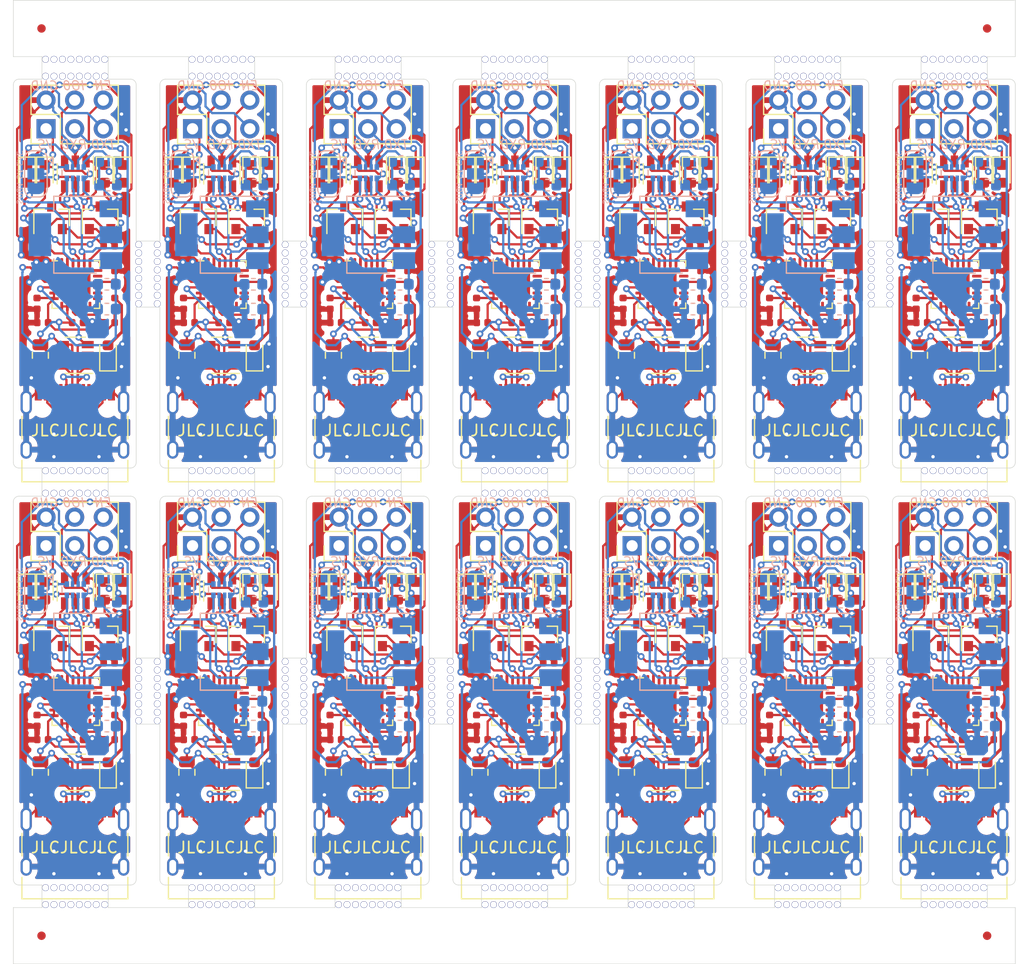
<source format=kicad_pcb>
(kicad_pcb (version 20171130) (host pcbnew 5.1.6+dfsg1-1)
  (layers (0 F.Cu signal) (31 B.Cu signal) (34 B.Paste user) (35 F.Paste user) (36 B.SilkS user) (37 F.SilkS user) (38 B.Mask user) (39 F.Mask user) (44 Edge.Cuts user))
  (net 0 "")
  (net 1 GND)
  (net 2 VBUS)
  (net 3 +3V3)
  (net 4 "Net-(C5-Pad1)")
  (net 5 /CP2104/VDD3V45)
  (net 6 "Net-(D1-Pad1)")
  (net 7 "Net-(D2-Pad1)")
  (net 8 "Net-(D3-Pad1)")
  (net 9 "Net-(D4-Pad1)")
  (net 10 "Net-(F1-Pad2)")
  (net 11 /EN)
  (net 12 /TXD)
  (net 13 /IO0)
  (net 14 /RXD)
  (net 15 VS)
  (net 16 /CP2104/RTS)
  (net 17 "Net-(Q1-Pad1)")
  (net 18 /CP2104/DTR)
  (net 19 "Net-(Q2-Pad1)")
  (net 20 "Net-(R1-Pad1)")
  (net 21 /D-)
  (net 22 /D+)
  (net 23 "Net-(U5-Pad24)")
  (net 24 "Net-(U5-Pad22)")
  (net 25 "Net-(U5-Pad18)")
  (net 26 "Net-(U5-Pad17)")
  (net 27 "Net-(U5-Pad15)")
  (net 28 "Net-(U5-Pad14)")
  (net 29 "Net-(U5-Pad13)")
  (net 30 "Net-(U5-Pad12)")
  (net 31 "Net-(U5-Pad11)")
  (net 32 "Net-(U5-Pad10)")
  (net 33 "Net-(U5-Pad1)")
  (net 34 "Net-(D5-Pad2)")
  (net 35 "Net-(J2-PadB8)")
  (net 36 "Net-(J2-PadA5)")
  (net 37 "Net-(J2-PadA8)")
  (net 38 "Net-(J2-PadB5)")
  (module Fiducial:Fiducial_0.75mm_Mask2.25mm (layer F.Cu) (at 105.31894 113.10514)
    (fp_text reference REF** hide)
    (fp_text value Fiducial_0.75mm_Mask2.25mm)
    (pad "" smd circle (at 0 0) (size 0.75 0.75) (layers F.Cu F.Mask) (clearance 0.75))
  )
  (module Fiducial:Fiducial_0.75mm_Mask2.25mm (layer F.Cu) (at 189.21894 113.10514)
    (fp_text reference REF** hide)
    (fp_text value Fiducial_0.75mm_Mask2.25mm)
    (pad "" smd circle (at 0 0) (size 0.75 0.75) (layers F.Cu F.Mask) (clearance 0.75))
  )
  (module Fiducial:Fiducial_0.75mm_Mask2.25mm (layer F.Cu) (at 189.21894 32.60514)
    (fp_text reference REF** hide)
    (fp_text value Fiducial_0.75mm_Mask2.25mm)
    (pad "" smd circle (at 0 0) (size 0.75 0.75) (layers F.Cu F.Mask) (clearance 0.75))
  )
  (module Fiducial:Fiducial_0.75mm_Mask2.25mm (layer F.Cu) (at 105.31894 32.60514)
    (fp_text reference REF** hide)
    (fp_text value Fiducial_0.75mm_Mask2.25mm)
    (pad "" smd circle (at 0 0) (size 0.75 0.75) (layers F.Cu F.Mask) (clearance 0.75))
  )
  (module Package_TO_SOT_SMD:SOT-23 (layer F.Cu) (at 184.21894 86.40514 90)
    (fp_text reference Q1 hide)
    (fp_text value S9014 hide)
    (pad 1 smd rect (at -1 -0.95 90) (size 0.9 0.8) (layers F.Cu F.Paste F.Mask) (net 17 "Net-(Q1-Pad1)"))
    (pad 2 smd rect (at -1 0.95 90) (size 0.9 0.8) (layers F.Cu F.Paste F.Mask) (net 16 /CP2104/RTS))
    (pad 3 smd rect (at 1 0 90) (size 0.9 0.8) (layers F.Cu F.Paste F.Mask) (net 11 /EN))
  )
  (module Package_TO_SOT_SMD:SOT-23 (layer F.Cu) (at 171.21894 86.40514 90)
    (fp_text reference Q1 hide)
    (fp_text value S9014 hide)
    (pad 1 smd rect (at -1 -0.95 90) (size 0.9 0.8) (layers F.Cu F.Paste F.Mask) (net 17 "Net-(Q1-Pad1)"))
    (pad 2 smd rect (at -1 0.95 90) (size 0.9 0.8) (layers F.Cu F.Paste F.Mask) (net 16 /CP2104/RTS))
    (pad 3 smd rect (at 1 0 90) (size 0.9 0.8) (layers F.Cu F.Paste F.Mask) (net 11 /EN))
  )
  (module Package_TO_SOT_SMD:SOT-23 (layer F.Cu) (at 158.21894 86.40514 90)
    (fp_text reference Q1 hide)
    (fp_text value S9014 hide)
    (pad 1 smd rect (at -1 -0.95 90) (size 0.9 0.8) (layers F.Cu F.Paste F.Mask) (net 17 "Net-(Q1-Pad1)"))
    (pad 2 smd rect (at -1 0.95 90) (size 0.9 0.8) (layers F.Cu F.Paste F.Mask) (net 16 /CP2104/RTS))
    (pad 3 smd rect (at 1 0 90) (size 0.9 0.8) (layers F.Cu F.Paste F.Mask) (net 11 /EN))
  )
  (module Package_TO_SOT_SMD:SOT-23 (layer F.Cu) (at 145.21894 86.40514 90)
    (fp_text reference Q1 hide)
    (fp_text value S9014 hide)
    (pad 1 smd rect (at -1 -0.95 90) (size 0.9 0.8) (layers F.Cu F.Paste F.Mask) (net 17 "Net-(Q1-Pad1)"))
    (pad 2 smd rect (at -1 0.95 90) (size 0.9 0.8) (layers F.Cu F.Paste F.Mask) (net 16 /CP2104/RTS))
    (pad 3 smd rect (at 1 0 90) (size 0.9 0.8) (layers F.Cu F.Paste F.Mask) (net 11 /EN))
  )
  (module Package_TO_SOT_SMD:SOT-23 (layer F.Cu) (at 132.21894 86.40514 90)
    (fp_text reference Q1 hide)
    (fp_text value S9014 hide)
    (pad 1 smd rect (at -1 -0.95 90) (size 0.9 0.8) (layers F.Cu F.Paste F.Mask) (net 17 "Net-(Q1-Pad1)"))
    (pad 2 smd rect (at -1 0.95 90) (size 0.9 0.8) (layers F.Cu F.Paste F.Mask) (net 16 /CP2104/RTS))
    (pad 3 smd rect (at 1 0 90) (size 0.9 0.8) (layers F.Cu F.Paste F.Mask) (net 11 /EN))
  )
  (module Package_TO_SOT_SMD:SOT-23 (layer F.Cu) (at 119.21894 86.40514 90)
    (fp_text reference Q1 hide)
    (fp_text value S9014 hide)
    (pad 1 smd rect (at -1 -0.95 90) (size 0.9 0.8) (layers F.Cu F.Paste F.Mask) (net 17 "Net-(Q1-Pad1)"))
    (pad 2 smd rect (at -1 0.95 90) (size 0.9 0.8) (layers F.Cu F.Paste F.Mask) (net 16 /CP2104/RTS))
    (pad 3 smd rect (at 1 0 90) (size 0.9 0.8) (layers F.Cu F.Paste F.Mask) (net 11 /EN))
  )
  (module Package_TO_SOT_SMD:SOT-23 (layer F.Cu) (at 106.21894 86.40514 90)
    (fp_text reference Q1 hide)
    (fp_text value S9014 hide)
    (pad 1 smd rect (at -1 -0.95 90) (size 0.9 0.8) (layers F.Cu F.Paste F.Mask) (net 17 "Net-(Q1-Pad1)"))
    (pad 2 smd rect (at -1 0.95 90) (size 0.9 0.8) (layers F.Cu F.Paste F.Mask) (net 16 /CP2104/RTS))
    (pad 3 smd rect (at 1 0 90) (size 0.9 0.8) (layers F.Cu F.Paste F.Mask) (net 11 /EN))
  )
  (module Package_TO_SOT_SMD:SOT-23 (layer F.Cu) (at 184.21894 49.40514 90)
    (fp_text reference Q1 hide)
    (fp_text value S9014 hide)
    (pad 1 smd rect (at -1 -0.95 90) (size 0.9 0.8) (layers F.Cu F.Paste F.Mask) (net 17 "Net-(Q1-Pad1)"))
    (pad 2 smd rect (at -1 0.95 90) (size 0.9 0.8) (layers F.Cu F.Paste F.Mask) (net 16 /CP2104/RTS))
    (pad 3 smd rect (at 1 0 90) (size 0.9 0.8) (layers F.Cu F.Paste F.Mask) (net 11 /EN))
  )
  (module Package_TO_SOT_SMD:SOT-23 (layer F.Cu) (at 171.21894 49.40514 90)
    (fp_text reference Q1 hide)
    (fp_text value S9014 hide)
    (pad 1 smd rect (at -1 -0.95 90) (size 0.9 0.8) (layers F.Cu F.Paste F.Mask) (net 17 "Net-(Q1-Pad1)"))
    (pad 2 smd rect (at -1 0.95 90) (size 0.9 0.8) (layers F.Cu F.Paste F.Mask) (net 16 /CP2104/RTS))
    (pad 3 smd rect (at 1 0 90) (size 0.9 0.8) (layers F.Cu F.Paste F.Mask) (net 11 /EN))
  )
  (module Package_TO_SOT_SMD:SOT-23 (layer F.Cu) (at 158.21894 49.40514 90)
    (fp_text reference Q1 hide)
    (fp_text value S9014 hide)
    (pad 1 smd rect (at -1 -0.95 90) (size 0.9 0.8) (layers F.Cu F.Paste F.Mask) (net 17 "Net-(Q1-Pad1)"))
    (pad 2 smd rect (at -1 0.95 90) (size 0.9 0.8) (layers F.Cu F.Paste F.Mask) (net 16 /CP2104/RTS))
    (pad 3 smd rect (at 1 0 90) (size 0.9 0.8) (layers F.Cu F.Paste F.Mask) (net 11 /EN))
  )
  (module Package_TO_SOT_SMD:SOT-23 (layer F.Cu) (at 145.21894 49.40514 90)
    (fp_text reference Q1 hide)
    (fp_text value S9014 hide)
    (pad 1 smd rect (at -1 -0.95 90) (size 0.9 0.8) (layers F.Cu F.Paste F.Mask) (net 17 "Net-(Q1-Pad1)"))
    (pad 2 smd rect (at -1 0.95 90) (size 0.9 0.8) (layers F.Cu F.Paste F.Mask) (net 16 /CP2104/RTS))
    (pad 3 smd rect (at 1 0 90) (size 0.9 0.8) (layers F.Cu F.Paste F.Mask) (net 11 /EN))
  )
  (module Package_TO_SOT_SMD:SOT-23 (layer F.Cu) (at 132.21894 49.40514 90)
    (fp_text reference Q1 hide)
    (fp_text value S9014 hide)
    (pad 1 smd rect (at -1 -0.95 90) (size 0.9 0.8) (layers F.Cu F.Paste F.Mask) (net 17 "Net-(Q1-Pad1)"))
    (pad 2 smd rect (at -1 0.95 90) (size 0.9 0.8) (layers F.Cu F.Paste F.Mask) (net 16 /CP2104/RTS))
    (pad 3 smd rect (at 1 0 90) (size 0.9 0.8) (layers F.Cu F.Paste F.Mask) (net 11 /EN))
  )
  (module Package_TO_SOT_SMD:SOT-23 (layer F.Cu) (at 119.21894 49.40514 90)
    (fp_text reference Q1 hide)
    (fp_text value S9014 hide)
    (pad 1 smd rect (at -1 -0.95 90) (size 0.9 0.8) (layers F.Cu F.Paste F.Mask) (net 17 "Net-(Q1-Pad1)"))
    (pad 2 smd rect (at -1 0.95 90) (size 0.9 0.8) (layers F.Cu F.Paste F.Mask) (net 16 /CP2104/RTS))
    (pad 3 smd rect (at 1 0 90) (size 0.9 0.8) (layers F.Cu F.Paste F.Mask) (net 11 /EN))
  )
  (module Capacitor_SMD:C_0603_1608Metric (layer B.Cu) (at 189.11894 94.50514 180)
    (fp_text reference C1 hide)
    (fp_text value 10uF hide)
    (pad 2 smd roundrect (at 0.7875 0 180) (size 0.875 0.95) (layers B.Cu B.Paste B.Mask) (net 1 GND))
    (pad 1 smd roundrect (at -0.7875 0 180) (size 0.875 0.95) (layers B.Cu B.Paste B.Mask) (net 2 VBUS))
  )
  (module Capacitor_SMD:C_0603_1608Metric (layer B.Cu) (at 176.11894 94.50514 180)
    (fp_text reference C1 hide)
    (fp_text value 10uF hide)
    (pad 2 smd roundrect (at 0.7875 0 180) (size 0.875 0.95) (layers B.Cu B.Paste B.Mask) (net 1 GND))
    (pad 1 smd roundrect (at -0.7875 0 180) (size 0.875 0.95) (layers B.Cu B.Paste B.Mask) (net 2 VBUS))
  )
  (module Capacitor_SMD:C_0603_1608Metric (layer B.Cu) (at 163.11894 94.50514 180)
    (fp_text reference C1 hide)
    (fp_text value 10uF hide)
    (pad 2 smd roundrect (at 0.7875 0 180) (size 0.875 0.95) (layers B.Cu B.Paste B.Mask) (net 1 GND))
    (pad 1 smd roundrect (at -0.7875 0 180) (size 0.875 0.95) (layers B.Cu B.Paste B.Mask) (net 2 VBUS))
  )
  (module Capacitor_SMD:C_0603_1608Metric (layer B.Cu) (at 150.11894 94.50514 180)
    (fp_text reference C1 hide)
    (fp_text value 10uF hide)
    (pad 2 smd roundrect (at 0.7875 0 180) (size 0.875 0.95) (layers B.Cu B.Paste B.Mask) (net 1 GND))
    (pad 1 smd roundrect (at -0.7875 0 180) (size 0.875 0.95) (layers B.Cu B.Paste B.Mask) (net 2 VBUS))
  )
  (module Capacitor_SMD:C_0603_1608Metric (layer B.Cu) (at 137.11894 94.50514 180)
    (fp_text reference C1 hide)
    (fp_text value 10uF hide)
    (pad 2 smd roundrect (at 0.7875 0 180) (size 0.875 0.95) (layers B.Cu B.Paste B.Mask) (net 1 GND))
    (pad 1 smd roundrect (at -0.7875 0 180) (size 0.875 0.95) (layers B.Cu B.Paste B.Mask) (net 2 VBUS))
  )
  (module Capacitor_SMD:C_0603_1608Metric (layer B.Cu) (at 124.11894 94.50514 180)
    (fp_text reference C1 hide)
    (fp_text value 10uF hide)
    (pad 2 smd roundrect (at 0.7875 0 180) (size 0.875 0.95) (layers B.Cu B.Paste B.Mask) (net 1 GND))
    (pad 1 smd roundrect (at -0.7875 0 180) (size 0.875 0.95) (layers B.Cu B.Paste B.Mask) (net 2 VBUS))
  )
  (module Capacitor_SMD:C_0603_1608Metric (layer B.Cu) (at 111.11894 94.50514 180)
    (fp_text reference C1 hide)
    (fp_text value 10uF hide)
    (pad 2 smd roundrect (at 0.7875 0 180) (size 0.875 0.95) (layers B.Cu B.Paste B.Mask) (net 1 GND))
    (pad 1 smd roundrect (at -0.7875 0 180) (size 0.875 0.95) (layers B.Cu B.Paste B.Mask) (net 2 VBUS))
  )
  (module Capacitor_SMD:C_0603_1608Metric (layer B.Cu) (at 189.11894 57.50514 180)
    (fp_text reference C1 hide)
    (fp_text value 10uF hide)
    (pad 2 smd roundrect (at 0.7875 0 180) (size 0.875 0.95) (layers B.Cu B.Paste B.Mask) (net 1 GND))
    (pad 1 smd roundrect (at -0.7875 0 180) (size 0.875 0.95) (layers B.Cu B.Paste B.Mask) (net 2 VBUS))
  )
  (module Capacitor_SMD:C_0603_1608Metric (layer B.Cu) (at 176.11894 57.50514 180)
    (fp_text reference C1 hide)
    (fp_text value 10uF hide)
    (pad 2 smd roundrect (at 0.7875 0 180) (size 0.875 0.95) (layers B.Cu B.Paste B.Mask) (net 1 GND))
    (pad 1 smd roundrect (at -0.7875 0 180) (size 0.875 0.95) (layers B.Cu B.Paste B.Mask) (net 2 VBUS))
  )
  (module Capacitor_SMD:C_0603_1608Metric (layer B.Cu) (at 163.11894 57.50514 180)
    (fp_text reference C1 hide)
    (fp_text value 10uF hide)
    (pad 2 smd roundrect (at 0.7875 0 180) (size 0.875 0.95) (layers B.Cu B.Paste B.Mask) (net 1 GND))
    (pad 1 smd roundrect (at -0.7875 0 180) (size 0.875 0.95) (layers B.Cu B.Paste B.Mask) (net 2 VBUS))
  )
  (module Capacitor_SMD:C_0603_1608Metric (layer B.Cu) (at 150.11894 57.50514 180)
    (fp_text reference C1 hide)
    (fp_text value 10uF hide)
    (pad 2 smd roundrect (at 0.7875 0 180) (size 0.875 0.95) (layers B.Cu B.Paste B.Mask) (net 1 GND))
    (pad 1 smd roundrect (at -0.7875 0 180) (size 0.875 0.95) (layers B.Cu B.Paste B.Mask) (net 2 VBUS))
  )
  (module Capacitor_SMD:C_0603_1608Metric (layer B.Cu) (at 137.11894 57.50514 180)
    (fp_text reference C1 hide)
    (fp_text value 10uF hide)
    (pad 2 smd roundrect (at 0.7875 0 180) (size 0.875 0.95) (layers B.Cu B.Paste B.Mask) (net 1 GND))
    (pad 1 smd roundrect (at -0.7875 0 180) (size 0.875 0.95) (layers B.Cu B.Paste B.Mask) (net 2 VBUS))
  )
  (module Capacitor_SMD:C_0603_1608Metric (layer B.Cu) (at 124.11894 57.50514 180)
    (fp_text reference C1 hide)
    (fp_text value 10uF hide)
    (pad 2 smd roundrect (at 0.7875 0 180) (size 0.875 0.95) (layers B.Cu B.Paste B.Mask) (net 1 GND))
    (pad 1 smd roundrect (at -0.7875 0 180) (size 0.875 0.95) (layers B.Cu B.Paste B.Mask) (net 2 VBUS))
  )
  (module Resistor_SMD:R_0402_1005Metric (layer F.Cu) (at 189.31894 95.70514)
    (fp_text reference R1 hide)
    (fp_text value 10K hide)
    (pad 1 smd roundrect (at -0.485 0) (size 0.59 0.64) (layers F.Cu F.Paste F.Mask) (net 20 "Net-(R1-Pad1)"))
    (pad 2 smd roundrect (at 0.485 0) (size 0.59 0.64) (layers F.Cu F.Paste F.Mask) (net 5 /CP2104/VDD3V45))
  )
  (module Resistor_SMD:R_0402_1005Metric (layer F.Cu) (at 176.31894 95.70514)
    (fp_text reference R1 hide)
    (fp_text value 10K hide)
    (pad 1 smd roundrect (at -0.485 0) (size 0.59 0.64) (layers F.Cu F.Paste F.Mask) (net 20 "Net-(R1-Pad1)"))
    (pad 2 smd roundrect (at 0.485 0) (size 0.59 0.64) (layers F.Cu F.Paste F.Mask) (net 5 /CP2104/VDD3V45))
  )
  (module Resistor_SMD:R_0402_1005Metric (layer F.Cu) (at 163.31894 95.70514)
    (fp_text reference R1 hide)
    (fp_text value 10K hide)
    (pad 1 smd roundrect (at -0.485 0) (size 0.59 0.64) (layers F.Cu F.Paste F.Mask) (net 20 "Net-(R1-Pad1)"))
    (pad 2 smd roundrect (at 0.485 0) (size 0.59 0.64) (layers F.Cu F.Paste F.Mask) (net 5 /CP2104/VDD3V45))
  )
  (module Resistor_SMD:R_0402_1005Metric (layer F.Cu) (at 150.31894 95.70514)
    (fp_text reference R1 hide)
    (fp_text value 10K hide)
    (pad 1 smd roundrect (at -0.485 0) (size 0.59 0.64) (layers F.Cu F.Paste F.Mask) (net 20 "Net-(R1-Pad1)"))
    (pad 2 smd roundrect (at 0.485 0) (size 0.59 0.64) (layers F.Cu F.Paste F.Mask) (net 5 /CP2104/VDD3V45))
  )
  (module Resistor_SMD:R_0402_1005Metric (layer F.Cu) (at 137.31894 95.70514)
    (fp_text reference R1 hide)
    (fp_text value 10K hide)
    (pad 1 smd roundrect (at -0.485 0) (size 0.59 0.64) (layers F.Cu F.Paste F.Mask) (net 20 "Net-(R1-Pad1)"))
    (pad 2 smd roundrect (at 0.485 0) (size 0.59 0.64) (layers F.Cu F.Paste F.Mask) (net 5 /CP2104/VDD3V45))
  )
  (module Resistor_SMD:R_0402_1005Metric (layer F.Cu) (at 124.31894 95.70514)
    (fp_text reference R1 hide)
    (fp_text value 10K hide)
    (pad 1 smd roundrect (at -0.485 0) (size 0.59 0.64) (layers F.Cu F.Paste F.Mask) (net 20 "Net-(R1-Pad1)"))
    (pad 2 smd roundrect (at 0.485 0) (size 0.59 0.64) (layers F.Cu F.Paste F.Mask) (net 5 /CP2104/VDD3V45))
  )
  (module Resistor_SMD:R_0402_1005Metric (layer F.Cu) (at 111.31894 95.70514)
    (fp_text reference R1 hide)
    (fp_text value 10K hide)
    (pad 1 smd roundrect (at -0.485 0) (size 0.59 0.64) (layers F.Cu F.Paste F.Mask) (net 20 "Net-(R1-Pad1)"))
    (pad 2 smd roundrect (at 0.485 0) (size 0.59 0.64) (layers F.Cu F.Paste F.Mask) (net 5 /CP2104/VDD3V45))
  )
  (module Resistor_SMD:R_0402_1005Metric (layer F.Cu) (at 189.31894 58.70514)
    (fp_text reference R1 hide)
    (fp_text value 10K hide)
    (pad 1 smd roundrect (at -0.485 0) (size 0.59 0.64) (layers F.Cu F.Paste F.Mask) (net 20 "Net-(R1-Pad1)"))
    (pad 2 smd roundrect (at 0.485 0) (size 0.59 0.64) (layers F.Cu F.Paste F.Mask) (net 5 /CP2104/VDD3V45))
  )
  (module Resistor_SMD:R_0402_1005Metric (layer F.Cu) (at 176.31894 58.70514)
    (fp_text reference R1 hide)
    (fp_text value 10K hide)
    (pad 1 smd roundrect (at -0.485 0) (size 0.59 0.64) (layers F.Cu F.Paste F.Mask) (net 20 "Net-(R1-Pad1)"))
    (pad 2 smd roundrect (at 0.485 0) (size 0.59 0.64) (layers F.Cu F.Paste F.Mask) (net 5 /CP2104/VDD3V45))
  )
  (module Resistor_SMD:R_0402_1005Metric (layer F.Cu) (at 163.31894 58.70514)
    (fp_text reference R1 hide)
    (fp_text value 10K hide)
    (pad 1 smd roundrect (at -0.485 0) (size 0.59 0.64) (layers F.Cu F.Paste F.Mask) (net 20 "Net-(R1-Pad1)"))
    (pad 2 smd roundrect (at 0.485 0) (size 0.59 0.64) (layers F.Cu F.Paste F.Mask) (net 5 /CP2104/VDD3V45))
  )
  (module Resistor_SMD:R_0402_1005Metric (layer F.Cu) (at 150.31894 58.70514)
    (fp_text reference R1 hide)
    (fp_text value 10K hide)
    (pad 1 smd roundrect (at -0.485 0) (size 0.59 0.64) (layers F.Cu F.Paste F.Mask) (net 20 "Net-(R1-Pad1)"))
    (pad 2 smd roundrect (at 0.485 0) (size 0.59 0.64) (layers F.Cu F.Paste F.Mask) (net 5 /CP2104/VDD3V45))
  )
  (module Resistor_SMD:R_0402_1005Metric (layer F.Cu) (at 137.31894 58.70514)
    (fp_text reference R1 hide)
    (fp_text value 10K hide)
    (pad 1 smd roundrect (at -0.485 0) (size 0.59 0.64) (layers F.Cu F.Paste F.Mask) (net 20 "Net-(R1-Pad1)"))
    (pad 2 smd roundrect (at 0.485 0) (size 0.59 0.64) (layers F.Cu F.Paste F.Mask) (net 5 /CP2104/VDD3V45))
  )
  (module Resistor_SMD:R_0402_1005Metric (layer F.Cu) (at 124.31894 58.70514)
    (fp_text reference R1 hide)
    (fp_text value 10K hide)
    (pad 1 smd roundrect (at -0.485 0) (size 0.59 0.64) (layers F.Cu F.Paste F.Mask) (net 20 "Net-(R1-Pad1)"))
    (pad 2 smd roundrect (at 0.485 0) (size 0.59 0.64) (layers F.Cu F.Paste F.Mask) (net 5 /CP2104/VDD3V45))
  )
  (module LED_SMD:LED_0603_1608Metric (layer F.Cu) (at 183.61894 82.50514 270)
    (fp_text reference D4 hide)
    (fp_text value LED hide)
    (pad 1 smd roundrect (at -0.7875 0 270) (size 0.875 0.95) (layers F.Cu F.Paste F.Mask) (net 9 "Net-(D4-Pad1)"))
    (pad 2 smd roundrect (at 0.7875 0 270) (size 0.875 0.95) (layers F.Cu F.Paste F.Mask) (net 3 +3V3))
  )
  (module LED_SMD:LED_0603_1608Metric (layer F.Cu) (at 170.61894 82.50514 270)
    (fp_text reference D4 hide)
    (fp_text value LED hide)
    (pad 1 smd roundrect (at -0.7875 0 270) (size 0.875 0.95) (layers F.Cu F.Paste F.Mask) (net 9 "Net-(D4-Pad1)"))
    (pad 2 smd roundrect (at 0.7875 0 270) (size 0.875 0.95) (layers F.Cu F.Paste F.Mask) (net 3 +3V3))
  )
  (module LED_SMD:LED_0603_1608Metric (layer F.Cu) (at 157.61894 82.50514 270)
    (fp_text reference D4 hide)
    (fp_text value LED hide)
    (pad 1 smd roundrect (at -0.7875 0 270) (size 0.875 0.95) (layers F.Cu F.Paste F.Mask) (net 9 "Net-(D4-Pad1)"))
    (pad 2 smd roundrect (at 0.7875 0 270) (size 0.875 0.95) (layers F.Cu F.Paste F.Mask) (net 3 +3V3))
  )
  (module LED_SMD:LED_0603_1608Metric (layer F.Cu) (at 144.61894 82.50514 270)
    (fp_text reference D4 hide)
    (fp_text value LED hide)
    (pad 1 smd roundrect (at -0.7875 0 270) (size 0.875 0.95) (layers F.Cu F.Paste F.Mask) (net 9 "Net-(D4-Pad1)"))
    (pad 2 smd roundrect (at 0.7875 0 270) (size 0.875 0.95) (layers F.Cu F.Paste F.Mask) (net 3 +3V3))
  )
  (module LED_SMD:LED_0603_1608Metric (layer F.Cu) (at 131.61894 82.50514 270)
    (fp_text reference D4 hide)
    (fp_text value LED hide)
    (pad 1 smd roundrect (at -0.7875 0 270) (size 0.875 0.95) (layers F.Cu F.Paste F.Mask) (net 9 "Net-(D4-Pad1)"))
    (pad 2 smd roundrect (at 0.7875 0 270) (size 0.875 0.95) (layers F.Cu F.Paste F.Mask) (net 3 +3V3))
  )
  (module LED_SMD:LED_0603_1608Metric (layer F.Cu) (at 118.61894 82.50514 270)
    (fp_text reference D4 hide)
    (fp_text value LED hide)
    (pad 1 smd roundrect (at -0.7875 0 270) (size 0.875 0.95) (layers F.Cu F.Paste F.Mask) (net 9 "Net-(D4-Pad1)"))
    (pad 2 smd roundrect (at 0.7875 0 270) (size 0.875 0.95) (layers F.Cu F.Paste F.Mask) (net 3 +3V3))
  )
  (module LED_SMD:LED_0603_1608Metric (layer F.Cu) (at 105.61894 82.50514 270)
    (fp_text reference D4 hide)
    (fp_text value LED hide)
    (pad 1 smd roundrect (at -0.7875 0 270) (size 0.875 0.95) (layers F.Cu F.Paste F.Mask) (net 9 "Net-(D4-Pad1)"))
    (pad 2 smd roundrect (at 0.7875 0 270) (size 0.875 0.95) (layers F.Cu F.Paste F.Mask) (net 3 +3V3))
  )
  (module LED_SMD:LED_0603_1608Metric (layer F.Cu) (at 183.61894 45.50514 270)
    (fp_text reference D4 hide)
    (fp_text value LED hide)
    (pad 1 smd roundrect (at -0.7875 0 270) (size 0.875 0.95) (layers F.Cu F.Paste F.Mask) (net 9 "Net-(D4-Pad1)"))
    (pad 2 smd roundrect (at 0.7875 0 270) (size 0.875 0.95) (layers F.Cu F.Paste F.Mask) (net 3 +3V3))
  )
  (module LED_SMD:LED_0603_1608Metric (layer F.Cu) (at 170.61894 45.50514 270)
    (fp_text reference D4 hide)
    (fp_text value LED hide)
    (pad 1 smd roundrect (at -0.7875 0 270) (size 0.875 0.95) (layers F.Cu F.Paste F.Mask) (net 9 "Net-(D4-Pad1)"))
    (pad 2 smd roundrect (at 0.7875 0 270) (size 0.875 0.95) (layers F.Cu F.Paste F.Mask) (net 3 +3V3))
  )
  (module LED_SMD:LED_0603_1608Metric (layer F.Cu) (at 157.61894 45.50514 270)
    (fp_text reference D4 hide)
    (fp_text value LED hide)
    (pad 1 smd roundrect (at -0.7875 0 270) (size 0.875 0.95) (layers F.Cu F.Paste F.Mask) (net 9 "Net-(D4-Pad1)"))
    (pad 2 smd roundrect (at 0.7875 0 270) (size 0.875 0.95) (layers F.Cu F.Paste F.Mask) (net 3 +3V3))
  )
  (module LED_SMD:LED_0603_1608Metric (layer F.Cu) (at 144.61894 45.50514 270)
    (fp_text reference D4 hide)
    (fp_text value LED hide)
    (pad 1 smd roundrect (at -0.7875 0 270) (size 0.875 0.95) (layers F.Cu F.Paste F.Mask) (net 9 "Net-(D4-Pad1)"))
    (pad 2 smd roundrect (at 0.7875 0 270) (size 0.875 0.95) (layers F.Cu F.Paste F.Mask) (net 3 +3V3))
  )
  (module LED_SMD:LED_0603_1608Metric (layer F.Cu) (at 131.61894 45.50514 270)
    (fp_text reference D4 hide)
    (fp_text value LED hide)
    (pad 1 smd roundrect (at -0.7875 0 270) (size 0.875 0.95) (layers F.Cu F.Paste F.Mask) (net 9 "Net-(D4-Pad1)"))
    (pad 2 smd roundrect (at 0.7875 0 270) (size 0.875 0.95) (layers F.Cu F.Paste F.Mask) (net 3 +3V3))
  )
  (module LED_SMD:LED_0603_1608Metric (layer F.Cu) (at 118.61894 45.50514 270)
    (fp_text reference D4 hide)
    (fp_text value LED hide)
    (pad 1 smd roundrect (at -0.7875 0 270) (size 0.875 0.95) (layers F.Cu F.Paste F.Mask) (net 9 "Net-(D4-Pad1)"))
    (pad 2 smd roundrect (at 0.7875 0 270) (size 0.875 0.95) (layers F.Cu F.Paste F.Mask) (net 3 +3V3))
  )
  (module Resistor_SMD:R_0402_1005Metric (layer F.Cu) (at 183.41894 89.00514 180)
    (fp_text reference R2 hide)
    (fp_text value 1K hide)
    (pad 1 smd roundrect (at -0.485 0 180) (size 0.59 0.64) (layers F.Cu F.Paste F.Mask) (net 18 /CP2104/DTR))
    (pad 2 smd roundrect (at 0.485 0 180) (size 0.59 0.64) (layers F.Cu F.Paste F.Mask) (net 17 "Net-(Q1-Pad1)"))
  )
  (module Resistor_SMD:R_0402_1005Metric (layer F.Cu) (at 170.41894 89.00514 180)
    (fp_text reference R2 hide)
    (fp_text value 1K hide)
    (pad 1 smd roundrect (at -0.485 0 180) (size 0.59 0.64) (layers F.Cu F.Paste F.Mask) (net 18 /CP2104/DTR))
    (pad 2 smd roundrect (at 0.485 0 180) (size 0.59 0.64) (layers F.Cu F.Paste F.Mask) (net 17 "Net-(Q1-Pad1)"))
  )
  (module Resistor_SMD:R_0402_1005Metric (layer F.Cu) (at 157.41894 89.00514 180)
    (fp_text reference R2 hide)
    (fp_text value 1K hide)
    (pad 1 smd roundrect (at -0.485 0 180) (size 0.59 0.64) (layers F.Cu F.Paste F.Mask) (net 18 /CP2104/DTR))
    (pad 2 smd roundrect (at 0.485 0 180) (size 0.59 0.64) (layers F.Cu F.Paste F.Mask) (net 17 "Net-(Q1-Pad1)"))
  )
  (module Resistor_SMD:R_0402_1005Metric (layer F.Cu) (at 144.41894 89.00514 180)
    (fp_text reference R2 hide)
    (fp_text value 1K hide)
    (pad 1 smd roundrect (at -0.485 0 180) (size 0.59 0.64) (layers F.Cu F.Paste F.Mask) (net 18 /CP2104/DTR))
    (pad 2 smd roundrect (at 0.485 0 180) (size 0.59 0.64) (layers F.Cu F.Paste F.Mask) (net 17 "Net-(Q1-Pad1)"))
  )
  (module Resistor_SMD:R_0402_1005Metric (layer F.Cu) (at 131.41894 89.00514 180)
    (fp_text reference R2 hide)
    (fp_text value 1K hide)
    (pad 1 smd roundrect (at -0.485 0 180) (size 0.59 0.64) (layers F.Cu F.Paste F.Mask) (net 18 /CP2104/DTR))
    (pad 2 smd roundrect (at 0.485 0 180) (size 0.59 0.64) (layers F.Cu F.Paste F.Mask) (net 17 "Net-(Q1-Pad1)"))
  )
  (module Resistor_SMD:R_0402_1005Metric (layer F.Cu) (at 118.41894 89.00514 180)
    (fp_text reference R2 hide)
    (fp_text value 1K hide)
    (pad 1 smd roundrect (at -0.485 0 180) (size 0.59 0.64) (layers F.Cu F.Paste F.Mask) (net 18 /CP2104/DTR))
    (pad 2 smd roundrect (at 0.485 0 180) (size 0.59 0.64) (layers F.Cu F.Paste F.Mask) (net 17 "Net-(Q1-Pad1)"))
  )
  (module Resistor_SMD:R_0402_1005Metric (layer F.Cu) (at 105.41894 89.00514 180)
    (fp_text reference R2 hide)
    (fp_text value 1K hide)
    (pad 1 smd roundrect (at -0.485 0 180) (size 0.59 0.64) (layers F.Cu F.Paste F.Mask) (net 18 /CP2104/DTR))
    (pad 2 smd roundrect (at 0.485 0 180) (size 0.59 0.64) (layers F.Cu F.Paste F.Mask) (net 17 "Net-(Q1-Pad1)"))
  )
  (module Resistor_SMD:R_0402_1005Metric (layer F.Cu) (at 183.41894 52.00514 180)
    (fp_text reference R2 hide)
    (fp_text value 1K hide)
    (pad 1 smd roundrect (at -0.485 0 180) (size 0.59 0.64) (layers F.Cu F.Paste F.Mask) (net 18 /CP2104/DTR))
    (pad 2 smd roundrect (at 0.485 0 180) (size 0.59 0.64) (layers F.Cu F.Paste F.Mask) (net 17 "Net-(Q1-Pad1)"))
  )
  (module Resistor_SMD:R_0402_1005Metric (layer F.Cu) (at 170.41894 52.00514 180)
    (fp_text reference R2 hide)
    (fp_text value 1K hide)
    (pad 1 smd roundrect (at -0.485 0 180) (size 0.59 0.64) (layers F.Cu F.Paste F.Mask) (net 18 /CP2104/DTR))
    (pad 2 smd roundrect (at 0.485 0 180) (size 0.59 0.64) (layers F.Cu F.Paste F.Mask) (net 17 "Net-(Q1-Pad1)"))
  )
  (module Resistor_SMD:R_0402_1005Metric (layer F.Cu) (at 157.41894 52.00514 180)
    (fp_text reference R2 hide)
    (fp_text value 1K hide)
    (pad 1 smd roundrect (at -0.485 0 180) (size 0.59 0.64) (layers F.Cu F.Paste F.Mask) (net 18 /CP2104/DTR))
    (pad 2 smd roundrect (at 0.485 0 180) (size 0.59 0.64) (layers F.Cu F.Paste F.Mask) (net 17 "Net-(Q1-Pad1)"))
  )
  (module Resistor_SMD:R_0402_1005Metric (layer F.Cu) (at 144.41894 52.00514 180)
    (fp_text reference R2 hide)
    (fp_text value 1K hide)
    (pad 1 smd roundrect (at -0.485 0 180) (size 0.59 0.64) (layers F.Cu F.Paste F.Mask) (net 18 /CP2104/DTR))
    (pad 2 smd roundrect (at 0.485 0 180) (size 0.59 0.64) (layers F.Cu F.Paste F.Mask) (net 17 "Net-(Q1-Pad1)"))
  )
  (module Resistor_SMD:R_0402_1005Metric (layer F.Cu) (at 131.41894 52.00514 180)
    (fp_text reference R2 hide)
    (fp_text value 1K hide)
    (pad 1 smd roundrect (at -0.485 0 180) (size 0.59 0.64) (layers F.Cu F.Paste F.Mask) (net 18 /CP2104/DTR))
    (pad 2 smd roundrect (at 0.485 0 180) (size 0.59 0.64) (layers F.Cu F.Paste F.Mask) (net 17 "Net-(Q1-Pad1)"))
  )
  (module Resistor_SMD:R_0402_1005Metric (layer F.Cu) (at 118.41894 52.00514 180)
    (fp_text reference R2 hide)
    (fp_text value 1K hide)
    (pad 1 smd roundrect (at -0.485 0 180) (size 0.59 0.64) (layers F.Cu F.Paste F.Mask) (net 18 /CP2104/DTR))
    (pad 2 smd roundrect (at 0.485 0 180) (size 0.59 0.64) (layers F.Cu F.Paste F.Mask) (net 17 "Net-(Q1-Pad1)"))
  )
  (module Package_TO_SOT_SMD:SOT-23 (layer F.Cu) (at 188.51894 86.40514 90)
    (fp_text reference Q2 hide)
    (fp_text value S9014 hide)
    (pad 1 smd rect (at -1 -0.95 90) (size 0.9 0.8) (layers F.Cu F.Paste F.Mask) (net 19 "Net-(Q2-Pad1)"))
    (pad 2 smd rect (at -1 0.95 90) (size 0.9 0.8) (layers F.Cu F.Paste F.Mask) (net 18 /CP2104/DTR))
    (pad 3 smd rect (at 1 0 90) (size 0.9 0.8) (layers F.Cu F.Paste F.Mask) (net 13 /IO0))
  )
  (module Package_TO_SOT_SMD:SOT-23 (layer F.Cu) (at 175.51894 86.40514 90)
    (fp_text reference Q2 hide)
    (fp_text value S9014 hide)
    (pad 1 smd rect (at -1 -0.95 90) (size 0.9 0.8) (layers F.Cu F.Paste F.Mask) (net 19 "Net-(Q2-Pad1)"))
    (pad 2 smd rect (at -1 0.95 90) (size 0.9 0.8) (layers F.Cu F.Paste F.Mask) (net 18 /CP2104/DTR))
    (pad 3 smd rect (at 1 0 90) (size 0.9 0.8) (layers F.Cu F.Paste F.Mask) (net 13 /IO0))
  )
  (module Package_TO_SOT_SMD:SOT-23 (layer F.Cu) (at 162.51894 86.40514 90)
    (fp_text reference Q2 hide)
    (fp_text value S9014 hide)
    (pad 1 smd rect (at -1 -0.95 90) (size 0.9 0.8) (layers F.Cu F.Paste F.Mask) (net 19 "Net-(Q2-Pad1)"))
    (pad 2 smd rect (at -1 0.95 90) (size 0.9 0.8) (layers F.Cu F.Paste F.Mask) (net 18 /CP2104/DTR))
    (pad 3 smd rect (at 1 0 90) (size 0.9 0.8) (layers F.Cu F.Paste F.Mask) (net 13 /IO0))
  )
  (module Package_TO_SOT_SMD:SOT-23 (layer F.Cu) (at 149.51894 86.40514 90)
    (fp_text reference Q2 hide)
    (fp_text value S9014 hide)
    (pad 1 smd rect (at -1 -0.95 90) (size 0.9 0.8) (layers F.Cu F.Paste F.Mask) (net 19 "Net-(Q2-Pad1)"))
    (pad 2 smd rect (at -1 0.95 90) (size 0.9 0.8) (layers F.Cu F.Paste F.Mask) (net 18 /CP2104/DTR))
    (pad 3 smd rect (at 1 0 90) (size 0.9 0.8) (layers F.Cu F.Paste F.Mask) (net 13 /IO0))
  )
  (module Package_TO_SOT_SMD:SOT-23 (layer F.Cu) (at 136.51894 86.40514 90)
    (fp_text reference Q2 hide)
    (fp_text value S9014 hide)
    (pad 1 smd rect (at -1 -0.95 90) (size 0.9 0.8) (layers F.Cu F.Paste F.Mask) (net 19 "Net-(Q2-Pad1)"))
    (pad 2 smd rect (at -1 0.95 90) (size 0.9 0.8) (layers F.Cu F.Paste F.Mask) (net 18 /CP2104/DTR))
    (pad 3 smd rect (at 1 0 90) (size 0.9 0.8) (layers F.Cu F.Paste F.Mask) (net 13 /IO0))
  )
  (module Package_TO_SOT_SMD:SOT-23 (layer F.Cu) (at 123.51894 86.40514 90)
    (fp_text reference Q2 hide)
    (fp_text value S9014 hide)
    (pad 1 smd rect (at -1 -0.95 90) (size 0.9 0.8) (layers F.Cu F.Paste F.Mask) (net 19 "Net-(Q2-Pad1)"))
    (pad 2 smd rect (at -1 0.95 90) (size 0.9 0.8) (layers F.Cu F.Paste F.Mask) (net 18 /CP2104/DTR))
    (pad 3 smd rect (at 1 0 90) (size 0.9 0.8) (layers F.Cu F.Paste F.Mask) (net 13 /IO0))
  )
  (module Package_TO_SOT_SMD:SOT-23 (layer F.Cu) (at 110.51894 86.40514 90)
    (fp_text reference Q2 hide)
    (fp_text value S9014 hide)
    (pad 1 smd rect (at -1 -0.95 90) (size 0.9 0.8) (layers F.Cu F.Paste F.Mask) (net 19 "Net-(Q2-Pad1)"))
    (pad 2 smd rect (at -1 0.95 90) (size 0.9 0.8) (layers F.Cu F.Paste F.Mask) (net 18 /CP2104/DTR))
    (pad 3 smd rect (at 1 0 90) (size 0.9 0.8) (layers F.Cu F.Paste F.Mask) (net 13 /IO0))
  )
  (module Package_TO_SOT_SMD:SOT-23 (layer F.Cu) (at 188.51894 49.40514 90)
    (fp_text reference Q2 hide)
    (fp_text value S9014 hide)
    (pad 1 smd rect (at -1 -0.95 90) (size 0.9 0.8) (layers F.Cu F.Paste F.Mask) (net 19 "Net-(Q2-Pad1)"))
    (pad 2 smd rect (at -1 0.95 90) (size 0.9 0.8) (layers F.Cu F.Paste F.Mask) (net 18 /CP2104/DTR))
    (pad 3 smd rect (at 1 0 90) (size 0.9 0.8) (layers F.Cu F.Paste F.Mask) (net 13 /IO0))
  )
  (module Package_TO_SOT_SMD:SOT-23 (layer F.Cu) (at 175.51894 49.40514 90)
    (fp_text reference Q2 hide)
    (fp_text value S9014 hide)
    (pad 1 smd rect (at -1 -0.95 90) (size 0.9 0.8) (layers F.Cu F.Paste F.Mask) (net 19 "Net-(Q2-Pad1)"))
    (pad 2 smd rect (at -1 0.95 90) (size 0.9 0.8) (layers F.Cu F.Paste F.Mask) (net 18 /CP2104/DTR))
    (pad 3 smd rect (at 1 0 90) (size 0.9 0.8) (layers F.Cu F.Paste F.Mask) (net 13 /IO0))
  )
  (module Package_TO_SOT_SMD:SOT-23 (layer F.Cu) (at 162.51894 49.40514 90)
    (fp_text reference Q2 hide)
    (fp_text value S9014 hide)
    (pad 1 smd rect (at -1 -0.95 90) (size 0.9 0.8) (layers F.Cu F.Paste F.Mask) (net 19 "Net-(Q2-Pad1)"))
    (pad 2 smd rect (at -1 0.95 90) (size 0.9 0.8) (layers F.Cu F.Paste F.Mask) (net 18 /CP2104/DTR))
    (pad 3 smd rect (at 1 0 90) (size 0.9 0.8) (layers F.Cu F.Paste F.Mask) (net 13 /IO0))
  )
  (module Package_TO_SOT_SMD:SOT-23 (layer F.Cu) (at 149.51894 49.40514 90)
    (fp_text reference Q2 hide)
    (fp_text value S9014 hide)
    (pad 1 smd rect (at -1 -0.95 90) (size 0.9 0.8) (layers F.Cu F.Paste F.Mask) (net 19 "Net-(Q2-Pad1)"))
    (pad 2 smd rect (at -1 0.95 90) (size 0.9 0.8) (layers F.Cu F.Paste F.Mask) (net 18 /CP2104/DTR))
    (pad 3 smd rect (at 1 0 90) (size 0.9 0.8) (layers F.Cu F.Paste F.Mask) (net 13 /IO0))
  )
  (module Package_TO_SOT_SMD:SOT-23 (layer F.Cu) (at 136.51894 49.40514 90)
    (fp_text reference Q2 hide)
    (fp_text value S9014 hide)
    (pad 1 smd rect (at -1 -0.95 90) (size 0.9 0.8) (layers F.Cu F.Paste F.Mask) (net 19 "Net-(Q2-Pad1)"))
    (pad 2 smd rect (at -1 0.95 90) (size 0.9 0.8) (layers F.Cu F.Paste F.Mask) (net 18 /CP2104/DTR))
    (pad 3 smd rect (at 1 0 90) (size 0.9 0.8) (layers F.Cu F.Paste F.Mask) (net 13 /IO0))
  )
  (module Package_TO_SOT_SMD:SOT-23 (layer F.Cu) (at 123.51894 49.40514 90)
    (fp_text reference Q2 hide)
    (fp_text value S9014 hide)
    (pad 1 smd rect (at -1 -0.95 90) (size 0.9 0.8) (layers F.Cu F.Paste F.Mask) (net 19 "Net-(Q2-Pad1)"))
    (pad 2 smd rect (at -1 0.95 90) (size 0.9 0.8) (layers F.Cu F.Paste F.Mask) (net 18 /CP2104/DTR))
    (pad 3 smd rect (at 1 0 90) (size 0.9 0.8) (layers F.Cu F.Paste F.Mask) (net 13 /IO0))
  )
  (module USB:HRO_TYPE-C-31-M-12 (layer F.Cu) (at 186.27994 105.92674)
    (fp_text reference J2 hide)
    (fp_text value HRO_TYPE-C-31-M-12)
    (pad S1 thru_hole oval (at 4.32 1.05) (size 1 1.6) (drill oval 0.6 1.2) (layers *.Cu *.Mask) (net 1 GND))
    (pad "" np_thru_hole circle (at 2.89 -2.6) (size 0.65 0.65) (drill 0.65) (layers *.Cu *.Mask))
    (pad S1 thru_hole oval (at -4.32 1.05) (size 1 1.6) (drill oval 0.6 1.2) (layers *.Cu *.Mask) (net 1 GND))
    (pad "" np_thru_hole circle (at -2.89 -2.6) (size 0.65 0.65) (drill 0.65) (layers *.Cu *.Mask))
    (pad S1 thru_hole oval (at -4.32 -3.13) (size 1 2.1) (drill oval 0.6 1.7) (layers *.Cu *.Mask) (net 1 GND))
    (pad S1 thru_hole oval (at 4.32 -3.13) (size 1 2.1) (drill oval 0.6 1.7) (layers *.Cu *.Mask) (net 1 GND))
    (pad A6 smd rect (at -0.25 -4.045) (size 0.3 1.45) (layers F.Cu F.Paste F.Mask) (net 22 /D+))
    (pad B5 smd rect (at 1.75 -4.045) (size 0.3 1.45) (layers F.Cu F.Paste F.Mask) (net 38 "Net-(J2-PadB5)"))
    (pad A8 smd rect (at 1.25 -4.045) (size 0.3 1.45) (layers F.Cu F.Paste F.Mask) (net 37 "Net-(J2-PadA8)"))
    (pad B6 smd rect (at 0.75 -4.045) (size 0.3 1.45) (layers F.Cu F.Paste F.Mask) (net 22 /D+))
    (pad A7 smd rect (at 0.25 -4.045) (size 0.3 1.45) (layers F.Cu F.Paste F.Mask) (net 21 /D-))
    (pad B7 smd rect (at -0.75 -4.045) (size 0.3 1.45) (layers F.Cu F.Paste F.Mask) (net 21 /D-))
    (pad A5 smd rect (at -1.25 -4.045) (size 0.3 1.45) (layers F.Cu F.Paste F.Mask) (net 36 "Net-(J2-PadA5)"))
    (pad B8 smd rect (at -1.75 -4.045) (size 0.3 1.45) (layers F.Cu F.Paste F.Mask) (net 35 "Net-(J2-PadB8)"))
    (pad A12 smd rect (at 3.25 -4.045) (size 0.6 1.45) (layers F.Cu F.Paste F.Mask) (net 1 GND))
    (pad B4 smd rect (at 2.45 -4.045) (size 0.6 1.45) (layers F.Cu F.Paste F.Mask) (net 10 "Net-(F1-Pad2)"))
    (pad A4 smd rect (at -2.45 -4.045) (size 0.6 1.45) (layers F.Cu F.Paste F.Mask) (net 10 "Net-(F1-Pad2)"))
    (pad A1 smd rect (at -3.25 -4.045) (size 0.6 1.45) (layers F.Cu F.Paste F.Mask) (net 1 GND))
    (pad B12 smd rect (at -3.25 -4.045) (size 0.6 1.45) (layers F.Cu F.Paste F.Mask) (net 1 GND))
    (pad B9 smd rect (at -2.45 -4.045) (size 0.6 1.45) (layers F.Cu F.Paste F.Mask) (net 10 "Net-(F1-Pad2)"))
    (pad A9 smd rect (at 2.45 -4.045) (size 0.6 1.45) (layers F.Cu F.Paste F.Mask) (net 10 "Net-(F1-Pad2)"))
    (pad B1 smd rect (at 3.25 -4.045) (size 0.6 1.45) (layers F.Cu F.Paste F.Mask) (net 1 GND))
  )
  (module USB:HRO_TYPE-C-31-M-12 (layer F.Cu) (at 173.27994 105.92674)
    (fp_text reference J2 hide)
    (fp_text value HRO_TYPE-C-31-M-12)
    (pad S1 thru_hole oval (at 4.32 1.05) (size 1 1.6) (drill oval 0.6 1.2) (layers *.Cu *.Mask) (net 1 GND))
    (pad "" np_thru_hole circle (at 2.89 -2.6) (size 0.65 0.65) (drill 0.65) (layers *.Cu *.Mask))
    (pad S1 thru_hole oval (at -4.32 1.05) (size 1 1.6) (drill oval 0.6 1.2) (layers *.Cu *.Mask) (net 1 GND))
    (pad "" np_thru_hole circle (at -2.89 -2.6) (size 0.65 0.65) (drill 0.65) (layers *.Cu *.Mask))
    (pad S1 thru_hole oval (at -4.32 -3.13) (size 1 2.1) (drill oval 0.6 1.7) (layers *.Cu *.Mask) (net 1 GND))
    (pad S1 thru_hole oval (at 4.32 -3.13) (size 1 2.1) (drill oval 0.6 1.7) (layers *.Cu *.Mask) (net 1 GND))
    (pad A6 smd rect (at -0.25 -4.045) (size 0.3 1.45) (layers F.Cu F.Paste F.Mask) (net 22 /D+))
    (pad B5 smd rect (at 1.75 -4.045) (size 0.3 1.45) (layers F.Cu F.Paste F.Mask) (net 38 "Net-(J2-PadB5)"))
    (pad A8 smd rect (at 1.25 -4.045) (size 0.3 1.45) (layers F.Cu F.Paste F.Mask) (net 37 "Net-(J2-PadA8)"))
    (pad B6 smd rect (at 0.75 -4.045) (size 0.3 1.45) (layers F.Cu F.Paste F.Mask) (net 22 /D+))
    (pad A7 smd rect (at 0.25 -4.045) (size 0.3 1.45) (layers F.Cu F.Paste F.Mask) (net 21 /D-))
    (pad B7 smd rect (at -0.75 -4.045) (size 0.3 1.45) (layers F.Cu F.Paste F.Mask) (net 21 /D-))
    (pad A5 smd rect (at -1.25 -4.045) (size 0.3 1.45) (layers F.Cu F.Paste F.Mask) (net 36 "Net-(J2-PadA5)"))
    (pad B8 smd rect (at -1.75 -4.045) (size 0.3 1.45) (layers F.Cu F.Paste F.Mask) (net 35 "Net-(J2-PadB8)"))
    (pad A12 smd rect (at 3.25 -4.045) (size 0.6 1.45) (layers F.Cu F.Paste F.Mask) (net 1 GND))
    (pad B4 smd rect (at 2.45 -4.045) (size 0.6 1.45) (layers F.Cu F.Paste F.Mask) (net 10 "Net-(F1-Pad2)"))
    (pad A4 smd rect (at -2.45 -4.045) (size 0.6 1.45) (layers F.Cu F.Paste F.Mask) (net 10 "Net-(F1-Pad2)"))
    (pad A1 smd rect (at -3.25 -4.045) (size 0.6 1.45) (layers F.Cu F.Paste F.Mask) (net 1 GND))
    (pad B12 smd rect (at -3.25 -4.045) (size 0.6 1.45) (layers F.Cu F.Paste F.Mask) (net 1 GND))
    (pad B9 smd rect (at -2.45 -4.045) (size 0.6 1.45) (layers F.Cu F.Paste F.Mask) (net 10 "Net-(F1-Pad2)"))
    (pad A9 smd rect (at 2.45 -4.045) (size 0.6 1.45) (layers F.Cu F.Paste F.Mask) (net 10 "Net-(F1-Pad2)"))
    (pad B1 smd rect (at 3.25 -4.045) (size 0.6 1.45) (layers F.Cu F.Paste F.Mask) (net 1 GND))
  )
  (module USB:HRO_TYPE-C-31-M-12 (layer F.Cu) (at 160.27994 105.92674)
    (fp_text reference J2 hide)
    (fp_text value HRO_TYPE-C-31-M-12)
    (pad S1 thru_hole oval (at 4.32 1.05) (size 1 1.6) (drill oval 0.6 1.2) (layers *.Cu *.Mask) (net 1 GND))
    (pad "" np_thru_hole circle (at 2.89 -2.6) (size 0.65 0.65) (drill 0.65) (layers *.Cu *.Mask))
    (pad S1 thru_hole oval (at -4.32 1.05) (size 1 1.6) (drill oval 0.6 1.2) (layers *.Cu *.Mask) (net 1 GND))
    (pad "" np_thru_hole circle (at -2.89 -2.6) (size 0.65 0.65) (drill 0.65) (layers *.Cu *.Mask))
    (pad S1 thru_hole oval (at -4.32 -3.13) (size 1 2.1) (drill oval 0.6 1.7) (layers *.Cu *.Mask) (net 1 GND))
    (pad S1 thru_hole oval (at 4.32 -3.13) (size 1 2.1) (drill oval 0.6 1.7) (layers *.Cu *.Mask) (net 1 GND))
    (pad A6 smd rect (at -0.25 -4.045) (size 0.3 1.45) (layers F.Cu F.Paste F.Mask) (net 22 /D+))
    (pad B5 smd rect (at 1.75 -4.045) (size 0.3 1.45) (layers F.Cu F.Paste F.Mask) (net 38 "Net-(J2-PadB5)"))
    (pad A8 smd rect (at 1.25 -4.045) (size 0.3 1.45) (layers F.Cu F.Paste F.Mask) (net 37 "Net-(J2-PadA8)"))
    (pad B6 smd rect (at 0.75 -4.045) (size 0.3 1.45) (layers F.Cu F.Paste F.Mask) (net 22 /D+))
    (pad A7 smd rect (at 0.25 -4.045) (size 0.3 1.45) (layers F.Cu F.Paste F.Mask) (net 21 /D-))
    (pad B7 smd rect (at -0.75 -4.045) (size 0.3 1.45) (layers F.Cu F.Paste F.Mask) (net 21 /D-))
    (pad A5 smd rect (at -1.25 -4.045) (size 0.3 1.45) (layers F.Cu F.Paste F.Mask) (net 36 "Net-(J2-PadA5)"))
    (pad B8 smd rect (at -1.75 -4.045) (size 0.3 1.45) (layers F.Cu F.Paste F.Mask) (net 35 "Net-(J2-PadB8)"))
    (pad A12 smd rect (at 3.25 -4.045) (size 0.6 1.45) (layers F.Cu F.Paste F.Mask) (net 1 GND))
    (pad B4 smd rect (at 2.45 -4.045) (size 0.6 1.45) (layers F.Cu F.Paste F.Mask) (net 10 "Net-(F1-Pad2)"))
    (pad A4 smd rect (at -2.45 -4.045) (size 0.6 1.45) (layers F.Cu F.Paste F.Mask) (net 10 "Net-(F1-Pad2)"))
    (pad A1 smd rect (at -3.25 -4.045) (size 0.6 1.45) (layers F.Cu F.Paste F.Mask) (net 1 GND))
    (pad B12 smd rect (at -3.25 -4.045) (size 0.6 1.45) (layers F.Cu F.Paste F.Mask) (net 1 GND))
    (pad B9 smd rect (at -2.45 -4.045) (size 0.6 1.45) (layers F.Cu F.Paste F.Mask) (net 10 "Net-(F1-Pad2)"))
    (pad A9 smd rect (at 2.45 -4.045) (size 0.6 1.45) (layers F.Cu F.Paste F.Mask) (net 10 "Net-(F1-Pad2)"))
    (pad B1 smd rect (at 3.25 -4.045) (size 0.6 1.45) (layers F.Cu F.Paste F.Mask) (net 1 GND))
  )
  (module USB:HRO_TYPE-C-31-M-12 (layer F.Cu) (at 147.27994 105.92674)
    (fp_text reference J2 hide)
    (fp_text value HRO_TYPE-C-31-M-12)
    (pad S1 thru_hole oval (at 4.32 1.05) (size 1 1.6) (drill oval 0.6 1.2) (layers *.Cu *.Mask) (net 1 GND))
    (pad "" np_thru_hole circle (at 2.89 -2.6) (size 0.65 0.65) (drill 0.65) (layers *.Cu *.Mask))
    (pad S1 thru_hole oval (at -4.32 1.05) (size 1 1.6) (drill oval 0.6 1.2) (layers *.Cu *.Mask) (net 1 GND))
    (pad "" np_thru_hole circle (at -2.89 -2.6) (size 0.65 0.65) (drill 0.65) (layers *.Cu *.Mask))
    (pad S1 thru_hole oval (at -4.32 -3.13) (size 1 2.1) (drill oval 0.6 1.7) (layers *.Cu *.Mask) (net 1 GND))
    (pad S1 thru_hole oval (at 4.32 -3.13) (size 1 2.1) (drill oval 0.6 1.7) (layers *.Cu *.Mask) (net 1 GND))
    (pad A6 smd rect (at -0.25 -4.045) (size 0.3 1.45) (layers F.Cu F.Paste F.Mask) (net 22 /D+))
    (pad B5 smd rect (at 1.75 -4.045) (size 0.3 1.45) (layers F.Cu F.Paste F.Mask) (net 38 "Net-(J2-PadB5)"))
    (pad A8 smd rect (at 1.25 -4.045) (size 0.3 1.45) (layers F.Cu F.Paste F.Mask) (net 37 "Net-(J2-PadA8)"))
    (pad B6 smd rect (at 0.75 -4.045) (size 0.3 1.45) (layers F.Cu F.Paste F.Mask) (net 22 /D+))
    (pad A7 smd rect (at 0.25 -4.045) (size 0.3 1.45) (layers F.Cu F.Paste F.Mask) (net 21 /D-))
    (pad B7 smd rect (at -0.75 -4.045) (size 0.3 1.45) (layers F.Cu F.Paste F.Mask) (net 21 /D-))
    (pad A5 smd rect (at -1.25 -4.045) (size 0.3 1.45) (layers F.Cu F.Paste F.Mask) (net 36 "Net-(J2-PadA5)"))
    (pad B8 smd rect (at -1.75 -4.045) (size 0.3 1.45) (layers F.Cu F.Paste F.Mask) (net 35 "Net-(J2-PadB8)"))
    (pad A12 smd rect (at 3.25 -4.045) (size 0.6 1.45) (layers F.Cu F.Paste F.Mask) (net 1 GND))
    (pad B4 smd rect (at 2.45 -4.045) (size 0.6 1.45) (layers F.Cu F.Paste F.Mask) (net 10 "Net-(F1-Pad2)"))
    (pad A4 smd rect (at -2.45 -4.045) (size 0.6 1.45) (layers F.Cu F.Paste F.Mask) (net 10 "Net-(F1-Pad2)"))
    (pad A1 smd rect (at -3.25 -4.045) (size 0.6 1.45) (layers F.Cu F.Paste F.Mask) (net 1 GND))
    (pad B12 smd rect (at -3.25 -4.045) (size 0.6 1.45) (layers F.Cu F.Paste F.Mask) (net 1 GND))
    (pad B9 smd rect (at -2.45 -4.045) (size 0.6 1.45) (layers F.Cu F.Paste F.Mask) (net 10 "Net-(F1-Pad2)"))
    (pad A9 smd rect (at 2.45 -4.045) (size 0.6 1.45) (layers F.Cu F.Paste F.Mask) (net 10 "Net-(F1-Pad2)"))
    (pad B1 smd rect (at 3.25 -4.045) (size 0.6 1.45) (layers F.Cu F.Paste F.Mask) (net 1 GND))
  )
  (module USB:HRO_TYPE-C-31-M-12 (layer F.Cu) (at 134.27994 105.92674)
    (fp_text reference J2 hide)
    (fp_text value HRO_TYPE-C-31-M-12)
    (pad S1 thru_hole oval (at 4.32 1.05) (size 1 1.6) (drill oval 0.6 1.2) (layers *.Cu *.Mask) (net 1 GND))
    (pad "" np_thru_hole circle (at 2.89 -2.6) (size 0.65 0.65) (drill 0.65) (layers *.Cu *.Mask))
    (pad S1 thru_hole oval (at -4.32 1.05) (size 1 1.6) (drill oval 0.6 1.2) (layers *.Cu *.Mask) (net 1 GND))
    (pad "" np_thru_hole circle (at -2.89 -2.6) (size 0.65 0.65) (drill 0.65) (layers *.Cu *.Mask))
    (pad S1 thru_hole oval (at -4.32 -3.13) (size 1 2.1) (drill oval 0.6 1.7) (layers *.Cu *.Mask) (net 1 GND))
    (pad S1 thru_hole oval (at 4.32 -3.13) (size 1 2.1) (drill oval 0.6 1.7) (layers *.Cu *.Mask) (net 1 GND))
    (pad A6 smd rect (at -0.25 -4.045) (size 0.3 1.45) (layers F.Cu F.Paste F.Mask) (net 22 /D+))
    (pad B5 smd rect (at 1.75 -4.045) (size 0.3 1.45) (layers F.Cu F.Paste F.Mask) (net 38 "Net-(J2-PadB5)"))
    (pad A8 smd rect (at 1.25 -4.045) (size 0.3 1.45) (layers F.Cu F.Paste F.Mask) (net 37 "Net-(J2-PadA8)"))
    (pad B6 smd rect (at 0.75 -4.045) (size 0.3 1.45) (layers F.Cu F.Paste F.Mask) (net 22 /D+))
    (pad A7 smd rect (at 0.25 -4.045) (size 0.3 1.45) (layers F.Cu F.Paste F.Mask) (net 21 /D-))
    (pad B7 smd rect (at -0.75 -4.045) (size 0.3 1.45) (layers F.Cu F.Paste F.Mask) (net 21 /D-))
    (pad A5 smd rect (at -1.25 -4.045) (size 0.3 1.45) (layers F.Cu F.Paste F.Mask) (net 36 "Net-(J2-PadA5)"))
    (pad B8 smd rect (at -1.75 -4.045) (size 0.3 1.45) (layers F.Cu F.Paste F.Mask) (net 35 "Net-(J2-PadB8)"))
    (pad A12 smd rect (at 3.25 -4.045) (size 0.6 1.45) (layers F.Cu F.Paste F.Mask) (net 1 GND))
    (pad B4 smd rect (at 2.45 -4.045) (size 0.6 1.45) (layers F.Cu F.Paste F.Mask) (net 10 "Net-(F1-Pad2)"))
    (pad A4 smd rect (at -2.45 -4.045) (size 0.6 1.45) (layers F.Cu F.Paste F.Mask) (net 10 "Net-(F1-Pad2)"))
    (pad A1 smd rect (at -3.25 -4.045) (size 0.6 1.45) (layers F.Cu F.Paste F.Mask) (net 1 GND))
    (pad B12 smd rect (at -3.25 -4.045) (size 0.6 1.45) (layers F.Cu F.Paste F.Mask) (net 1 GND))
    (pad B9 smd rect (at -2.45 -4.045) (size 0.6 1.45) (layers F.Cu F.Paste F.Mask) (net 10 "Net-(F1-Pad2)"))
    (pad A9 smd rect (at 2.45 -4.045) (size 0.6 1.45) (layers F.Cu F.Paste F.Mask) (net 10 "Net-(F1-Pad2)"))
    (pad B1 smd rect (at 3.25 -4.045) (size 0.6 1.45) (layers F.Cu F.Paste F.Mask) (net 1 GND))
  )
  (module USB:HRO_TYPE-C-31-M-12 (layer F.Cu) (at 121.27994 105.92674)
    (fp_text reference J2 hide)
    (fp_text value HRO_TYPE-C-31-M-12)
    (pad S1 thru_hole oval (at 4.32 1.05) (size 1 1.6) (drill oval 0.6 1.2) (layers *.Cu *.Mask) (net 1 GND))
    (pad "" np_thru_hole circle (at 2.89 -2.6) (size 0.65 0.65) (drill 0.65) (layers *.Cu *.Mask))
    (pad S1 thru_hole oval (at -4.32 1.05) (size 1 1.6) (drill oval 0.6 1.2) (layers *.Cu *.Mask) (net 1 GND))
    (pad "" np_thru_hole circle (at -2.89 -2.6) (size 0.65 0.65) (drill 0.65) (layers *.Cu *.Mask))
    (pad S1 thru_hole oval (at -4.32 -3.13) (size 1 2.1) (drill oval 0.6 1.7) (layers *.Cu *.Mask) (net 1 GND))
    (pad S1 thru_hole oval (at 4.32 -3.13) (size 1 2.1) (drill oval 0.6 1.7) (layers *.Cu *.Mask) (net 1 GND))
    (pad A6 smd rect (at -0.25 -4.045) (size 0.3 1.45) (layers F.Cu F.Paste F.Mask) (net 22 /D+))
    (pad B5 smd rect (at 1.75 -4.045) (size 0.3 1.45) (layers F.Cu F.Paste F.Mask) (net 38 "Net-(J2-PadB5)"))
    (pad A8 smd rect (at 1.25 -4.045) (size 0.3 1.45) (layers F.Cu F.Paste F.Mask) (net 37 "Net-(J2-PadA8)"))
    (pad B6 smd rect (at 0.75 -4.045) (size 0.3 1.45) (layers F.Cu F.Paste F.Mask) (net 22 /D+))
    (pad A7 smd rect (at 0.25 -4.045) (size 0.3 1.45) (layers F.Cu F.Paste F.Mask) (net 21 /D-))
    (pad B7 smd rect (at -0.75 -4.045) (size 0.3 1.45) (layers F.Cu F.Paste F.Mask) (net 21 /D-))
    (pad A5 smd rect (at -1.25 -4.045) (size 0.3 1.45) (layers F.Cu F.Paste F.Mask) (net 36 "Net-(J2-PadA5)"))
    (pad B8 smd rect (at -1.75 -4.045) (size 0.3 1.45) (layers F.Cu F.Paste F.Mask) (net 35 "Net-(J2-PadB8)"))
    (pad A12 smd rect (at 3.25 -4.045) (size 0.6 1.45) (layers F.Cu F.Paste F.Mask) (net 1 GND))
    (pad B4 smd rect (at 2.45 -4.045) (size 0.6 1.45) (layers F.Cu F.Paste F.Mask) (net 10 "Net-(F1-Pad2)"))
    (pad A4 smd rect (at -2.45 -4.045) (size 0.6 1.45) (layers F.Cu F.Paste F.Mask) (net 10 "Net-(F1-Pad2)"))
    (pad A1 smd rect (at -3.25 -4.045) (size 0.6 1.45) (layers F.Cu F.Paste F.Mask) (net 1 GND))
    (pad B12 smd rect (at -3.25 -4.045) (size 0.6 1.45) (layers F.Cu F.Paste F.Mask) (net 1 GND))
    (pad B9 smd rect (at -2.45 -4.045) (size 0.6 1.45) (layers F.Cu F.Paste F.Mask) (net 10 "Net-(F1-Pad2)"))
    (pad A9 smd rect (at 2.45 -4.045) (size 0.6 1.45) (layers F.Cu F.Paste F.Mask) (net 10 "Net-(F1-Pad2)"))
    (pad B1 smd rect (at 3.25 -4.045) (size 0.6 1.45) (layers F.Cu F.Paste F.Mask) (net 1 GND))
  )
  (module USB:HRO_TYPE-C-31-M-12 (layer F.Cu) (at 108.27994 105.92674)
    (fp_text reference J2 hide)
    (fp_text value HRO_TYPE-C-31-M-12)
    (pad S1 thru_hole oval (at 4.32 1.05) (size 1 1.6) (drill oval 0.6 1.2) (layers *.Cu *.Mask) (net 1 GND))
    (pad "" np_thru_hole circle (at 2.89 -2.6) (size 0.65 0.65) (drill 0.65) (layers *.Cu *.Mask))
    (pad S1 thru_hole oval (at -4.32 1.05) (size 1 1.6) (drill oval 0.6 1.2) (layers *.Cu *.Mask) (net 1 GND))
    (pad "" np_thru_hole circle (at -2.89 -2.6) (size 0.65 0.65) (drill 0.65) (layers *.Cu *.Mask))
    (pad S1 thru_hole oval (at -4.32 -3.13) (size 1 2.1) (drill oval 0.6 1.7) (layers *.Cu *.Mask) (net 1 GND))
    (pad S1 thru_hole oval (at 4.32 -3.13) (size 1 2.1) (drill oval 0.6 1.7) (layers *.Cu *.Mask) (net 1 GND))
    (pad A6 smd rect (at -0.25 -4.045) (size 0.3 1.45) (layers F.Cu F.Paste F.Mask) (net 22 /D+))
    (pad B5 smd rect (at 1.75 -4.045) (size 0.3 1.45) (layers F.Cu F.Paste F.Mask) (net 38 "Net-(J2-PadB5)"))
    (pad A8 smd rect (at 1.25 -4.045) (size 0.3 1.45) (layers F.Cu F.Paste F.Mask) (net 37 "Net-(J2-PadA8)"))
    (pad B6 smd rect (at 0.75 -4.045) (size 0.3 1.45) (layers F.Cu F.Paste F.Mask) (net 22 /D+))
    (pad A7 smd rect (at 0.25 -4.045) (size 0.3 1.45) (layers F.Cu F.Paste F.Mask) (net 21 /D-))
    (pad B7 smd rect (at -0.75 -4.045) (size 0.3 1.45) (layers F.Cu F.Paste F.Mask) (net 21 /D-))
    (pad A5 smd rect (at -1.25 -4.045) (size 0.3 1.45) (layers F.Cu F.Paste F.Mask) (net 36 "Net-(J2-PadA5)"))
    (pad B8 smd rect (at -1.75 -4.045) (size 0.3 1.45) (layers F.Cu F.Paste F.Mask) (net 35 "Net-(J2-PadB8)"))
    (pad A12 smd rect (at 3.25 -4.045) (size 0.6 1.45) (layers F.Cu F.Paste F.Mask) (net 1 GND))
    (pad B4 smd rect (at 2.45 -4.045) (size 0.6 1.45) (layers F.Cu F.Paste F.Mask) (net 10 "Net-(F1-Pad2)"))
    (pad A4 smd rect (at -2.45 -4.045) (size 0.6 1.45) (layers F.Cu F.Paste F.Mask) (net 10 "Net-(F1-Pad2)"))
    (pad A1 smd rect (at -3.25 -4.045) (size 0.6 1.45) (layers F.Cu F.Paste F.Mask) (net 1 GND))
    (pad B12 smd rect (at -3.25 -4.045) (size 0.6 1.45) (layers F.Cu F.Paste F.Mask) (net 1 GND))
    (pad B9 smd rect (at -2.45 -4.045) (size 0.6 1.45) (layers F.Cu F.Paste F.Mask) (net 10 "Net-(F1-Pad2)"))
    (pad A9 smd rect (at 2.45 -4.045) (size 0.6 1.45) (layers F.Cu F.Paste F.Mask) (net 10 "Net-(F1-Pad2)"))
    (pad B1 smd rect (at 3.25 -4.045) (size 0.6 1.45) (layers F.Cu F.Paste F.Mask) (net 1 GND))
  )
  (module USB:HRO_TYPE-C-31-M-12 (layer F.Cu) (at 186.27994 68.92674)
    (fp_text reference J2 hide)
    (fp_text value HRO_TYPE-C-31-M-12)
    (pad S1 thru_hole oval (at 4.32 1.05) (size 1 1.6) (drill oval 0.6 1.2) (layers *.Cu *.Mask) (net 1 GND))
    (pad "" np_thru_hole circle (at 2.89 -2.6) (size 0.65 0.65) (drill 0.65) (layers *.Cu *.Mask))
    (pad S1 thru_hole oval (at -4.32 1.05) (size 1 1.6) (drill oval 0.6 1.2) (layers *.Cu *.Mask) (net 1 GND))
    (pad "" np_thru_hole circle (at -2.89 -2.6) (size 0.65 0.65) (drill 0.65) (layers *.Cu *.Mask))
    (pad S1 thru_hole oval (at -4.32 -3.13) (size 1 2.1) (drill oval 0.6 1.7) (layers *.Cu *.Mask) (net 1 GND))
    (pad S1 thru_hole oval (at 4.32 -3.13) (size 1 2.1) (drill oval 0.6 1.7) (layers *.Cu *.Mask) (net 1 GND))
    (pad A6 smd rect (at -0.25 -4.045) (size 0.3 1.45) (layers F.Cu F.Paste F.Mask) (net 22 /D+))
    (pad B5 smd rect (at 1.75 -4.045) (size 0.3 1.45) (layers F.Cu F.Paste F.Mask) (net 38 "Net-(J2-PadB5)"))
    (pad A8 smd rect (at 1.25 -4.045) (size 0.3 1.45) (layers F.Cu F.Paste F.Mask) (net 37 "Net-(J2-PadA8)"))
    (pad B6 smd rect (at 0.75 -4.045) (size 0.3 1.45) (layers F.Cu F.Paste F.Mask) (net 22 /D+))
    (pad A7 smd rect (at 0.25 -4.045) (size 0.3 1.45) (layers F.Cu F.Paste F.Mask) (net 21 /D-))
    (pad B7 smd rect (at -0.75 -4.045) (size 0.3 1.45) (layers F.Cu F.Paste F.Mask) (net 21 /D-))
    (pad A5 smd rect (at -1.25 -4.045) (size 0.3 1.45) (layers F.Cu F.Paste F.Mask) (net 36 "Net-(J2-PadA5)"))
    (pad B8 smd rect (at -1.75 -4.045) (size 0.3 1.45) (layers F.Cu F.Paste F.Mask) (net 35 "Net-(J2-PadB8)"))
    (pad A12 smd rect (at 3.25 -4.045) (size 0.6 1.45) (layers F.Cu F.Paste F.Mask) (net 1 GND))
    (pad B4 smd rect (at 2.45 -4.045) (size 0.6 1.45) (layers F.Cu F.Paste F.Mask) (net 10 "Net-(F1-Pad2)"))
    (pad A4 smd rect (at -2.45 -4.045) (size 0.6 1.45) (layers F.Cu F.Paste F.Mask) (net 10 "Net-(F1-Pad2)"))
    (pad A1 smd rect (at -3.25 -4.045) (size 0.6 1.45) (layers F.Cu F.Paste F.Mask) (net 1 GND))
    (pad B12 smd rect (at -3.25 -4.045) (size 0.6 1.45) (layers F.Cu F.Paste F.Mask) (net 1 GND))
    (pad B9 smd rect (at -2.45 -4.045) (size 0.6 1.45) (layers F.Cu F.Paste F.Mask) (net 10 "Net-(F1-Pad2)"))
    (pad A9 smd rect (at 2.45 -4.045) (size 0.6 1.45) (layers F.Cu F.Paste F.Mask) (net 10 "Net-(F1-Pad2)"))
    (pad B1 smd rect (at 3.25 -4.045) (size 0.6 1.45) (layers F.Cu F.Paste F.Mask) (net 1 GND))
  )
  (module USB:HRO_TYPE-C-31-M-12 (layer F.Cu) (at 173.27994 68.92674)
    (fp_text reference J2 hide)
    (fp_text value HRO_TYPE-C-31-M-12)
    (pad S1 thru_hole oval (at 4.32 1.05) (size 1 1.6) (drill oval 0.6 1.2) (layers *.Cu *.Mask) (net 1 GND))
    (pad "" np_thru_hole circle (at 2.89 -2.6) (size 0.65 0.65) (drill 0.65) (layers *.Cu *.Mask))
    (pad S1 thru_hole oval (at -4.32 1.05) (size 1 1.6) (drill oval 0.6 1.2) (layers *.Cu *.Mask) (net 1 GND))
    (pad "" np_thru_hole circle (at -2.89 -2.6) (size 0.65 0.65) (drill 0.65) (layers *.Cu *.Mask))
    (pad S1 thru_hole oval (at -4.32 -3.13) (size 1 2.1) (drill oval 0.6 1.7) (layers *.Cu *.Mask) (net 1 GND))
    (pad S1 thru_hole oval (at 4.32 -3.13) (size 1 2.1) (drill oval 0.6 1.7) (layers *.Cu *.Mask) (net 1 GND))
    (pad A6 smd rect (at -0.25 -4.045) (size 0.3 1.45) (layers F.Cu F.Paste F.Mask) (net 22 /D+))
    (pad B5 smd rect (at 1.75 -4.045) (size 0.3 1.45) (layers F.Cu F.Paste F.Mask) (net 38 "Net-(J2-PadB5)"))
    (pad A8 smd rect (at 1.25 -4.045) (size 0.3 1.45) (layers F.Cu F.Paste F.Mask) (net 37 "Net-(J2-PadA8)"))
    (pad B6 smd rect (at 0.75 -4.045) (size 0.3 1.45) (layers F.Cu F.Paste F.Mask) (net 22 /D+))
    (pad A7 smd rect (at 0.25 -4.045) (size 0.3 1.45) (layers F.Cu F.Paste F.Mask) (net 21 /D-))
    (pad B7 smd rect (at -0.75 -4.045) (size 0.3 1.45) (layers F.Cu F.Paste F.Mask) (net 21 /D-))
    (pad A5 smd rect (at -1.25 -4.045) (size 0.3 1.45) (layers F.Cu F.Paste F.Mask) (net 36 "Net-(J2-PadA5)"))
    (pad B8 smd rect (at -1.75 -4.045) (size 0.3 1.45) (layers F.Cu F.Paste F.Mask) (net 35 "Net-(J2-PadB8)"))
    (pad A12 smd rect (at 3.25 -4.045) (size 0.6 1.45) (layers F.Cu F.Paste F.Mask) (net 1 GND))
    (pad B4 smd rect (at 2.45 -4.045) (size 0.6 1.45) (layers F.Cu F.Paste F.Mask) (net 10 "Net-(F1-Pad2)"))
    (pad A4 smd rect (at -2.45 -4.045) (size 0.6 1.45) (layers F.Cu F.Paste F.Mask) (net 10 "Net-(F1-Pad2)"))
    (pad A1 smd rect (at -3.25 -4.045) (size 0.6 1.45) (layers F.Cu F.Paste F.Mask) (net 1 GND))
    (pad B12 smd rect (at -3.25 -4.045) (size 0.6 1.45) (layers F.Cu F.Paste F.Mask) (net 1 GND))
    (pad B9 smd rect (at -2.45 -4.045) (size 0.6 1.45) (layers F.Cu F.Paste F.Mask) (net 10 "Net-(F1-Pad2)"))
    (pad A9 smd rect (at 2.45 -4.045) (size 0.6 1.45) (layers F.Cu F.Paste F.Mask) (net 10 "Net-(F1-Pad2)"))
    (pad B1 smd rect (at 3.25 -4.045) (size 0.6 1.45) (layers F.Cu F.Paste F.Mask) (net 1 GND))
  )
  (module USB:HRO_TYPE-C-31-M-12 (layer F.Cu) (at 160.27994 68.92674)
    (fp_text reference J2 hide)
    (fp_text value HRO_TYPE-C-31-M-12)
    (pad S1 thru_hole oval (at 4.32 1.05) (size 1 1.6) (drill oval 0.6 1.2) (layers *.Cu *.Mask) (net 1 GND))
    (pad "" np_thru_hole circle (at 2.89 -2.6) (size 0.65 0.65) (drill 0.65) (layers *.Cu *.Mask))
    (pad S1 thru_hole oval (at -4.32 1.05) (size 1 1.6) (drill oval 0.6 1.2) (layers *.Cu *.Mask) (net 1 GND))
    (pad "" np_thru_hole circle (at -2.89 -2.6) (size 0.65 0.65) (drill 0.65) (layers *.Cu *.Mask))
    (pad S1 thru_hole oval (at -4.32 -3.13) (size 1 2.1) (drill oval 0.6 1.7) (layers *.Cu *.Mask) (net 1 GND))
    (pad S1 thru_hole oval (at 4.32 -3.13) (size 1 2.1) (drill oval 0.6 1.7) (layers *.Cu *.Mask) (net 1 GND))
    (pad A6 smd rect (at -0.25 -4.045) (size 0.3 1.45) (layers F.Cu F.Paste F.Mask) (net 22 /D+))
    (pad B5 smd rect (at 1.75 -4.045) (size 0.3 1.45) (layers F.Cu F.Paste F.Mask) (net 38 "Net-(J2-PadB5)"))
    (pad A8 smd rect (at 1.25 -4.045) (size 0.3 1.45) (layers F.Cu F.Paste F.Mask) (net 37 "Net-(J2-PadA8)"))
    (pad B6 smd rect (at 0.75 -4.045) (size 0.3 1.45) (layers F.Cu F.Paste F.Mask) (net 22 /D+))
    (pad A7 smd rect (at 0.25 -4.045) (size 0.3 1.45) (layers F.Cu F.Paste F.Mask) (net 21 /D-))
    (pad B7 smd rect (at -0.75 -4.045) (size 0.3 1.45) (layers F.Cu F.Paste F.Mask) (net 21 /D-))
    (pad A5 smd rect (at -1.25 -4.045) (size 0.3 1.45) (layers F.Cu F.Paste F.Mask) (net 36 "Net-(J2-PadA5)"))
    (pad B8 smd rect (at -1.75 -4.045) (size 0.3 1.45) (layers F.Cu F.Paste F.Mask) (net 35 "Net-(J2-PadB8)"))
    (pad A12 smd rect (at 3.25 -4.045) (size 0.6 1.45) (layers F.Cu F.Paste F.Mask) (net 1 GND))
    (pad B4 smd rect (at 2.45 -4.045) (size 0.6 1.45) (layers F.Cu F.Paste F.Mask) (net 10 "Net-(F1-Pad2)"))
    (pad A4 smd rect (at -2.45 -4.045) (size 0.6 1.45) (layers F.Cu F.Paste F.Mask) (net 10 "Net-(F1-Pad2)"))
    (pad A1 smd rect (at -3.25 -4.045) (size 0.6 1.45) (layers F.Cu F.Paste F.Mask) (net 1 GND))
    (pad B12 smd rect (at -3.25 -4.045) (size 0.6 1.45) (layers F.Cu F.Paste F.Mask) (net 1 GND))
    (pad B9 smd rect (at -2.45 -4.045) (size 0.6 1.45) (layers F.Cu F.Paste F.Mask) (net 10 "Net-(F1-Pad2)"))
    (pad A9 smd rect (at 2.45 -4.045) (size 0.6 1.45) (layers F.Cu F.Paste F.Mask) (net 10 "Net-(F1-Pad2)"))
    (pad B1 smd rect (at 3.25 -4.045) (size 0.6 1.45) (layers F.Cu F.Paste F.Mask) (net 1 GND))
  )
  (module USB:HRO_TYPE-C-31-M-12 (layer F.Cu) (at 147.27994 68.92674)
    (fp_text reference J2 hide)
    (fp_text value HRO_TYPE-C-31-M-12)
    (pad S1 thru_hole oval (at 4.32 1.05) (size 1 1.6) (drill oval 0.6 1.2) (layers *.Cu *.Mask) (net 1 GND))
    (pad "" np_thru_hole circle (at 2.89 -2.6) (size 0.65 0.65) (drill 0.65) (layers *.Cu *.Mask))
    (pad S1 thru_hole oval (at -4.32 1.05) (size 1 1.6) (drill oval 0.6 1.2) (layers *.Cu *.Mask) (net 1 GND))
    (pad "" np_thru_hole circle (at -2.89 -2.6) (size 0.65 0.65) (drill 0.65) (layers *.Cu *.Mask))
    (pad S1 thru_hole oval (at -4.32 -3.13) (size 1 2.1) (drill oval 0.6 1.7) (layers *.Cu *.Mask) (net 1 GND))
    (pad S1 thru_hole oval (at 4.32 -3.13) (size 1 2.1) (drill oval 0.6 1.7) (layers *.Cu *.Mask) (net 1 GND))
    (pad A6 smd rect (at -0.25 -4.045) (size 0.3 1.45) (layers F.Cu F.Paste F.Mask) (net 22 /D+))
    (pad B5 smd rect (at 1.75 -4.045) (size 0.3 1.45) (layers F.Cu F.Paste F.Mask) (net 38 "Net-(J2-PadB5)"))
    (pad A8 smd rect (at 1.25 -4.045) (size 0.3 1.45) (layers F.Cu F.Paste F.Mask) (net 37 "Net-(J2-PadA8)"))
    (pad B6 smd rect (at 0.75 -4.045) (size 0.3 1.45) (layers F.Cu F.Paste F.Mask) (net 22 /D+))
    (pad A7 smd rect (at 0.25 -4.045) (size 0.3 1.45) (layers F.Cu F.Paste F.Mask) (net 21 /D-))
    (pad B7 smd rect (at -0.75 -4.045) (size 0.3 1.45) (layers F.Cu F.Paste F.Mask) (net 21 /D-))
    (pad A5 smd rect (at -1.25 -4.045) (size 0.3 1.45) (layers F.Cu F.Paste F.Mask) (net 36 "Net-(J2-PadA5)"))
    (pad B8 smd rect (at -1.75 -4.045) (size 0.3 1.45) (layers F.Cu F.Paste F.Mask) (net 35 "Net-(J2-PadB8)"))
    (pad A12 smd rect (at 3.25 -4.045) (size 0.6 1.45) (layers F.Cu F.Paste F.Mask) (net 1 GND))
    (pad B4 smd rect (at 2.45 -4.045) (size 0.6 1.45) (layers F.Cu F.Paste F.Mask) (net 10 "Net-(F1-Pad2)"))
    (pad A4 smd rect (at -2.45 -4.045) (size 0.6 1.45) (layers F.Cu F.Paste F.Mask) (net 10 "Net-(F1-Pad2)"))
    (pad A1 smd rect (at -3.25 -4.045) (size 0.6 1.45) (layers F.Cu F.Paste F.Mask) (net 1 GND))
    (pad B12 smd rect (at -3.25 -4.045) (size 0.6 1.45) (layers F.Cu F.Paste F.Mask) (net 1 GND))
    (pad B9 smd rect (at -2.45 -4.045) (size 0.6 1.45) (layers F.Cu F.Paste F.Mask) (net 10 "Net-(F1-Pad2)"))
    (pad A9 smd rect (at 2.45 -4.045) (size 0.6 1.45) (layers F.Cu F.Paste F.Mask) (net 10 "Net-(F1-Pad2)"))
    (pad B1 smd rect (at 3.25 -4.045) (size 0.6 1.45) (layers F.Cu F.Paste F.Mask) (net 1 GND))
  )
  (module USB:HRO_TYPE-C-31-M-12 (layer F.Cu) (at 134.27994 68.92674)
    (fp_text reference J2 hide)
    (fp_text value HRO_TYPE-C-31-M-12)
    (pad S1 thru_hole oval (at 4.32 1.05) (size 1 1.6) (drill oval 0.6 1.2) (layers *.Cu *.Mask) (net 1 GND))
    (pad "" np_thru_hole circle (at 2.89 -2.6) (size 0.65 0.65) (drill 0.65) (layers *.Cu *.Mask))
    (pad S1 thru_hole oval (at -4.32 1.05) (size 1 1.6) (drill oval 0.6 1.2) (layers *.Cu *.Mask) (net 1 GND))
    (pad "" np_thru_hole circle (at -2.89 -2.6) (size 0.65 0.65) (drill 0.65) (layers *.Cu *.Mask))
    (pad S1 thru_hole oval (at -4.32 -3.13) (size 1 2.1) (drill oval 0.6 1.7) (layers *.Cu *.Mask) (net 1 GND))
    (pad S1 thru_hole oval (at 4.32 -3.13) (size 1 2.1) (drill oval 0.6 1.7) (layers *.Cu *.Mask) (net 1 GND))
    (pad A6 smd rect (at -0.25 -4.045) (size 0.3 1.45) (layers F.Cu F.Paste F.Mask) (net 22 /D+))
    (pad B5 smd rect (at 1.75 -4.045) (size 0.3 1.45) (layers F.Cu F.Paste F.Mask) (net 38 "Net-(J2-PadB5)"))
    (pad A8 smd rect (at 1.25 -4.045) (size 0.3 1.45) (layers F.Cu F.Paste F.Mask) (net 37 "Net-(J2-PadA8)"))
    (pad B6 smd rect (at 0.75 -4.045) (size 0.3 1.45) (layers F.Cu F.Paste F.Mask) (net 22 /D+))
    (pad A7 smd rect (at 0.25 -4.045) (size 0.3 1.45) (layers F.Cu F.Paste F.Mask) (net 21 /D-))
    (pad B7 smd rect (at -0.75 -4.045) (size 0.3 1.45) (layers F.Cu F.Paste F.Mask) (net 21 /D-))
    (pad A5 smd rect (at -1.25 -4.045) (size 0.3 1.45) (layers F.Cu F.Paste F.Mask) (net 36 "Net-(J2-PadA5)"))
    (pad B8 smd rect (at -1.75 -4.045) (size 0.3 1.45) (layers F.Cu F.Paste F.Mask) (net 35 "Net-(J2-PadB8)"))
    (pad A12 smd rect (at 3.25 -4.045) (size 0.6 1.45) (layers F.Cu F.Paste F.Mask) (net 1 GND))
    (pad B4 smd rect (at 2.45 -4.045) (size 0.6 1.45) (layers F.Cu F.Paste F.Mask) (net 10 "Net-(F1-Pad2)"))
    (pad A4 smd rect (at -2.45 -4.045) (size 0.6 1.45) (layers F.Cu F.Paste F.Mask) (net 10 "Net-(F1-Pad2)"))
    (pad A1 smd rect (at -3.25 -4.045) (size 0.6 1.45) (layers F.Cu F.Paste F.Mask) (net 1 GND))
    (pad B12 smd rect (at -3.25 -4.045) (size 0.6 1.45) (layers F.Cu F.Paste F.Mask) (net 1 GND))
    (pad B9 smd rect (at -2.45 -4.045) (size 0.6 1.45) (layers F.Cu F.Paste F.Mask) (net 10 "Net-(F1-Pad2)"))
    (pad A9 smd rect (at 2.45 -4.045) (size 0.6 1.45) (layers F.Cu F.Paste F.Mask) (net 10 "Net-(F1-Pad2)"))
    (pad B1 smd rect (at 3.25 -4.045) (size 0.6 1.45) (layers F.Cu F.Paste F.Mask) (net 1 GND))
  )
  (module USB:HRO_TYPE-C-31-M-12 (layer F.Cu) (at 121.27994 68.92674)
    (fp_text reference J2 hide)
    (fp_text value HRO_TYPE-C-31-M-12)
    (pad S1 thru_hole oval (at 4.32 1.05) (size 1 1.6) (drill oval 0.6 1.2) (layers *.Cu *.Mask) (net 1 GND))
    (pad "" np_thru_hole circle (at 2.89 -2.6) (size 0.65 0.65) (drill 0.65) (layers *.Cu *.Mask))
    (pad S1 thru_hole oval (at -4.32 1.05) (size 1 1.6) (drill oval 0.6 1.2) (layers *.Cu *.Mask) (net 1 GND))
    (pad "" np_thru_hole circle (at -2.89 -2.6) (size 0.65 0.65) (drill 0.65) (layers *.Cu *.Mask))
    (pad S1 thru_hole oval (at -4.32 -3.13) (size 1 2.1) (drill oval 0.6 1.7) (layers *.Cu *.Mask) (net 1 GND))
    (pad S1 thru_hole oval (at 4.32 -3.13) (size 1 2.1) (drill oval 0.6 1.7) (layers *.Cu *.Mask) (net 1 GND))
    (pad A6 smd rect (at -0.25 -4.045) (size 0.3 1.45) (layers F.Cu F.Paste F.Mask) (net 22 /D+))
    (pad B5 smd rect (at 1.75 -4.045) (size 0.3 1.45) (layers F.Cu F.Paste F.Mask) (net 38 "Net-(J2-PadB5)"))
    (pad A8 smd rect (at 1.25 -4.045) (size 0.3 1.45) (layers F.Cu F.Paste F.Mask) (net 37 "Net-(J2-PadA8)"))
    (pad B6 smd rect (at 0.75 -4.045) (size 0.3 1.45) (layers F.Cu F.Paste F.Mask) (net 22 /D+))
    (pad A7 smd rect (at 0.25 -4.045) (size 0.3 1.45) (layers F.Cu F.Paste F.Mask) (net 21 /D-))
    (pad B7 smd rect (at -0.75 -4.045) (size 0.3 1.45) (layers F.Cu F.Paste F.Mask) (net 21 /D-))
    (pad A5 smd rect (at -1.25 -4.045) (size 0.3 1.45) (layers F.Cu F.Paste F.Mask) (net 36 "Net-(J2-PadA5)"))
    (pad B8 smd rect (at -1.75 -4.045) (size 0.3 1.45) (layers F.Cu F.Paste F.Mask) (net 35 "Net-(J2-PadB8)"))
    (pad A12 smd rect (at 3.25 -4.045) (size 0.6 1.45) (layers F.Cu F.Paste F.Mask) (net 1 GND))
    (pad B4 smd rect (at 2.45 -4.045) (size 0.6 1.45) (layers F.Cu F.Paste F.Mask) (net 10 "Net-(F1-Pad2)"))
    (pad A4 smd rect (at -2.45 -4.045) (size 0.6 1.45) (layers F.Cu F.Paste F.Mask) (net 10 "Net-(F1-Pad2)"))
    (pad A1 smd rect (at -3.25 -4.045) (size 0.6 1.45) (layers F.Cu F.Paste F.Mask) (net 1 GND))
    (pad B12 smd rect (at -3.25 -4.045) (size 0.6 1.45) (layers F.Cu F.Paste F.Mask) (net 1 GND))
    (pad B9 smd rect (at -2.45 -4.045) (size 0.6 1.45) (layers F.Cu F.Paste F.Mask) (net 10 "Net-(F1-Pad2)"))
    (pad A9 smd rect (at 2.45 -4.045) (size 0.6 1.45) (layers F.Cu F.Paste F.Mask) (net 10 "Net-(F1-Pad2)"))
    (pad B1 smd rect (at 3.25 -4.045) (size 0.6 1.45) (layers F.Cu F.Paste F.Mask) (net 1 GND))
  )
  (module Resistor_SMD:R_0402_1005Metric (layer F.Cu) (at 189.31894 88.90514)
    (fp_text reference R3 hide)
    (fp_text value 1K hide)
    (pad 1 smd roundrect (at -0.485 0) (size 0.59 0.64) (layers F.Cu F.Paste F.Mask) (net 16 /CP2104/RTS))
    (pad 2 smd roundrect (at 0.485 0) (size 0.59 0.64) (layers F.Cu F.Paste F.Mask) (net 19 "Net-(Q2-Pad1)"))
  )
  (module Resistor_SMD:R_0402_1005Metric (layer F.Cu) (at 176.31894 88.90514)
    (fp_text reference R3 hide)
    (fp_text value 1K hide)
    (pad 1 smd roundrect (at -0.485 0) (size 0.59 0.64) (layers F.Cu F.Paste F.Mask) (net 16 /CP2104/RTS))
    (pad 2 smd roundrect (at 0.485 0) (size 0.59 0.64) (layers F.Cu F.Paste F.Mask) (net 19 "Net-(Q2-Pad1)"))
  )
  (module Resistor_SMD:R_0402_1005Metric (layer F.Cu) (at 163.31894 88.90514)
    (fp_text reference R3 hide)
    (fp_text value 1K hide)
    (pad 1 smd roundrect (at -0.485 0) (size 0.59 0.64) (layers F.Cu F.Paste F.Mask) (net 16 /CP2104/RTS))
    (pad 2 smd roundrect (at 0.485 0) (size 0.59 0.64) (layers F.Cu F.Paste F.Mask) (net 19 "Net-(Q2-Pad1)"))
  )
  (module Resistor_SMD:R_0402_1005Metric (layer F.Cu) (at 150.31894 88.90514)
    (fp_text reference R3 hide)
    (fp_text value 1K hide)
    (pad 1 smd roundrect (at -0.485 0) (size 0.59 0.64) (layers F.Cu F.Paste F.Mask) (net 16 /CP2104/RTS))
    (pad 2 smd roundrect (at 0.485 0) (size 0.59 0.64) (layers F.Cu F.Paste F.Mask) (net 19 "Net-(Q2-Pad1)"))
  )
  (module Resistor_SMD:R_0402_1005Metric (layer F.Cu) (at 137.31894 88.90514)
    (fp_text reference R3 hide)
    (fp_text value 1K hide)
    (pad 1 smd roundrect (at -0.485 0) (size 0.59 0.64) (layers F.Cu F.Paste F.Mask) (net 16 /CP2104/RTS))
    (pad 2 smd roundrect (at 0.485 0) (size 0.59 0.64) (layers F.Cu F.Paste F.Mask) (net 19 "Net-(Q2-Pad1)"))
  )
  (module Resistor_SMD:R_0402_1005Metric (layer F.Cu) (at 124.31894 88.90514)
    (fp_text reference R3 hide)
    (fp_text value 1K hide)
    (pad 1 smd roundrect (at -0.485 0) (size 0.59 0.64) (layers F.Cu F.Paste F.Mask) (net 16 /CP2104/RTS))
    (pad 2 smd roundrect (at 0.485 0) (size 0.59 0.64) (layers F.Cu F.Paste F.Mask) (net 19 "Net-(Q2-Pad1)"))
  )
  (module Resistor_SMD:R_0402_1005Metric (layer F.Cu) (at 111.31894 88.90514)
    (fp_text reference R3 hide)
    (fp_text value 1K hide)
    (pad 1 smd roundrect (at -0.485 0) (size 0.59 0.64) (layers F.Cu F.Paste F.Mask) (net 16 /CP2104/RTS))
    (pad 2 smd roundrect (at 0.485 0) (size 0.59 0.64) (layers F.Cu F.Paste F.Mask) (net 19 "Net-(Q2-Pad1)"))
  )
  (module Resistor_SMD:R_0402_1005Metric (layer F.Cu) (at 189.31894 51.90514)
    (fp_text reference R3 hide)
    (fp_text value 1K hide)
    (pad 1 smd roundrect (at -0.485 0) (size 0.59 0.64) (layers F.Cu F.Paste F.Mask) (net 16 /CP2104/RTS))
    (pad 2 smd roundrect (at 0.485 0) (size 0.59 0.64) (layers F.Cu F.Paste F.Mask) (net 19 "Net-(Q2-Pad1)"))
  )
  (module Resistor_SMD:R_0402_1005Metric (layer F.Cu) (at 176.31894 51.90514)
    (fp_text reference R3 hide)
    (fp_text value 1K hide)
    (pad 1 smd roundrect (at -0.485 0) (size 0.59 0.64) (layers F.Cu F.Paste F.Mask) (net 16 /CP2104/RTS))
    (pad 2 smd roundrect (at 0.485 0) (size 0.59 0.64) (layers F.Cu F.Paste F.Mask) (net 19 "Net-(Q2-Pad1)"))
  )
  (module Resistor_SMD:R_0402_1005Metric (layer F.Cu) (at 163.31894 51.90514)
    (fp_text reference R3 hide)
    (fp_text value 1K hide)
    (pad 1 smd roundrect (at -0.485 0) (size 0.59 0.64) (layers F.Cu F.Paste F.Mask) (net 16 /CP2104/RTS))
    (pad 2 smd roundrect (at 0.485 0) (size 0.59 0.64) (layers F.Cu F.Paste F.Mask) (net 19 "Net-(Q2-Pad1)"))
  )
  (module Resistor_SMD:R_0402_1005Metric (layer F.Cu) (at 150.31894 51.90514)
    (fp_text reference R3 hide)
    (fp_text value 1K hide)
    (pad 1 smd roundrect (at -0.485 0) (size 0.59 0.64) (layers F.Cu F.Paste F.Mask) (net 16 /CP2104/RTS))
    (pad 2 smd roundrect (at 0.485 0) (size 0.59 0.64) (layers F.Cu F.Paste F.Mask) (net 19 "Net-(Q2-Pad1)"))
  )
  (module Resistor_SMD:R_0402_1005Metric (layer F.Cu) (at 137.31894 51.90514)
    (fp_text reference R3 hide)
    (fp_text value 1K hide)
    (pad 1 smd roundrect (at -0.485 0) (size 0.59 0.64) (layers F.Cu F.Paste F.Mask) (net 16 /CP2104/RTS))
    (pad 2 smd roundrect (at 0.485 0) (size 0.59 0.64) (layers F.Cu F.Paste F.Mask) (net 19 "Net-(Q2-Pad1)"))
  )
  (module Resistor_SMD:R_0402_1005Metric (layer F.Cu) (at 124.31894 51.90514)
    (fp_text reference R3 hide)
    (fp_text value 1K hide)
    (pad 1 smd roundrect (at -0.485 0) (size 0.59 0.64) (layers F.Cu F.Paste F.Mask) (net 16 /CP2104/RTS))
    (pad 2 smd roundrect (at 0.485 0) (size 0.59 0.64) (layers F.Cu F.Paste F.Mask) (net 19 "Net-(Q2-Pad1)"))
  )
  (module Resistor_SMD:R_Array_Convex_4x0402 (layer B.Cu) (at 186.31894 82.40514 90)
    (fp_text reference RN1 hide)
    (fp_text value 1K hide)
    (pad 1 smd rect (at -0.5 0.75 90) (size 0.5 0.4) (layers B.Cu B.Paste B.Mask) (net 13 /IO0))
    (pad 3 smd rect (at -0.5 -0.25 90) (size 0.5 0.3) (layers B.Cu B.Paste B.Mask) (net 14 /RXD))
    (pad 2 smd rect (at -0.5 0.25 90) (size 0.5 0.3) (layers B.Cu B.Paste B.Mask) (net 11 /EN))
    (pad 4 smd rect (at -0.5 -0.75 90) (size 0.5 0.4) (layers B.Cu B.Paste B.Mask) (net 12 /TXD))
    (pad 7 smd rect (at 0.5 0.25 90) (size 0.5 0.3) (layers B.Cu B.Paste B.Mask) (net 7 "Net-(D2-Pad1)"))
    (pad 8 smd rect (at 0.5 0.75 90) (size 0.5 0.4) (layers B.Cu B.Paste B.Mask) (net 6 "Net-(D1-Pad1)"))
    (pad 6 smd rect (at 0.5 -0.25 90) (size 0.5 0.3) (layers B.Cu B.Paste B.Mask) (net 8 "Net-(D3-Pad1)"))
    (pad 5 smd rect (at 0.5 -0.75 90) (size 0.5 0.4) (layers B.Cu B.Paste B.Mask) (net 9 "Net-(D4-Pad1)"))
  )
  (module Resistor_SMD:R_Array_Convex_4x0402 (layer B.Cu) (at 173.31894 82.40514 90)
    (fp_text reference RN1 hide)
    (fp_text value 1K hide)
    (pad 1 smd rect (at -0.5 0.75 90) (size 0.5 0.4) (layers B.Cu B.Paste B.Mask) (net 13 /IO0))
    (pad 3 smd rect (at -0.5 -0.25 90) (size 0.5 0.3) (layers B.Cu B.Paste B.Mask) (net 14 /RXD))
    (pad 2 smd rect (at -0.5 0.25 90) (size 0.5 0.3) (layers B.Cu B.Paste B.Mask) (net 11 /EN))
    (pad 4 smd rect (at -0.5 -0.75 90) (size 0.5 0.4) (layers B.Cu B.Paste B.Mask) (net 12 /TXD))
    (pad 7 smd rect (at 0.5 0.25 90) (size 0.5 0.3) (layers B.Cu B.Paste B.Mask) (net 7 "Net-(D2-Pad1)"))
    (pad 8 smd rect (at 0.5 0.75 90) (size 0.5 0.4) (layers B.Cu B.Paste B.Mask) (net 6 "Net-(D1-Pad1)"))
    (pad 6 smd rect (at 0.5 -0.25 90) (size 0.5 0.3) (layers B.Cu B.Paste B.Mask) (net 8 "Net-(D3-Pad1)"))
    (pad 5 smd rect (at 0.5 -0.75 90) (size 0.5 0.4) (layers B.Cu B.Paste B.Mask) (net 9 "Net-(D4-Pad1)"))
  )
  (module Resistor_SMD:R_Array_Convex_4x0402 (layer B.Cu) (at 160.31894 82.40514 90)
    (fp_text reference RN1 hide)
    (fp_text value 1K hide)
    (pad 1 smd rect (at -0.5 0.75 90) (size 0.5 0.4) (layers B.Cu B.Paste B.Mask) (net 13 /IO0))
    (pad 3 smd rect (at -0.5 -0.25 90) (size 0.5 0.3) (layers B.Cu B.Paste B.Mask) (net 14 /RXD))
    (pad 2 smd rect (at -0.5 0.25 90) (size 0.5 0.3) (layers B.Cu B.Paste B.Mask) (net 11 /EN))
    (pad 4 smd rect (at -0.5 -0.75 90) (size 0.5 0.4) (layers B.Cu B.Paste B.Mask) (net 12 /TXD))
    (pad 7 smd rect (at 0.5 0.25 90) (size 0.5 0.3) (layers B.Cu B.Paste B.Mask) (net 7 "Net-(D2-Pad1)"))
    (pad 8 smd rect (at 0.5 0.75 90) (size 0.5 0.4) (layers B.Cu B.Paste B.Mask) (net 6 "Net-(D1-Pad1)"))
    (pad 6 smd rect (at 0.5 -0.25 90) (size 0.5 0.3) (layers B.Cu B.Paste B.Mask) (net 8 "Net-(D3-Pad1)"))
    (pad 5 smd rect (at 0.5 -0.75 90) (size 0.5 0.4) (layers B.Cu B.Paste B.Mask) (net 9 "Net-(D4-Pad1)"))
  )
  (module Resistor_SMD:R_Array_Convex_4x0402 (layer B.Cu) (at 147.31894 82.40514 90)
    (fp_text reference RN1 hide)
    (fp_text value 1K hide)
    (pad 1 smd rect (at -0.5 0.75 90) (size 0.5 0.4) (layers B.Cu B.Paste B.Mask) (net 13 /IO0))
    (pad 3 smd rect (at -0.5 -0.25 90) (size 0.5 0.3) (layers B.Cu B.Paste B.Mask) (net 14 /RXD))
    (pad 2 smd rect (at -0.5 0.25 90) (size 0.5 0.3) (layers B.Cu B.Paste B.Mask) (net 11 /EN))
    (pad 4 smd rect (at -0.5 -0.75 90) (size 0.5 0.4) (layers B.Cu B.Paste B.Mask) (net 12 /TXD))
    (pad 7 smd rect (at 0.5 0.25 90) (size 0.5 0.3) (layers B.Cu B.Paste B.Mask) (net 7 "Net-(D2-Pad1)"))
    (pad 8 smd rect (at 0.5 0.75 90) (size 0.5 0.4) (layers B.Cu B.Paste B.Mask) (net 6 "Net-(D1-Pad1)"))
    (pad 6 smd rect (at 0.5 -0.25 90) (size 0.5 0.3) (layers B.Cu B.Paste B.Mask) (net 8 "Net-(D3-Pad1)"))
    (pad 5 smd rect (at 0.5 -0.75 90) (size 0.5 0.4) (layers B.Cu B.Paste B.Mask) (net 9 "Net-(D4-Pad1)"))
  )
  (module Resistor_SMD:R_Array_Convex_4x0402 (layer B.Cu) (at 134.31894 82.40514 90)
    (fp_text reference RN1 hide)
    (fp_text value 1K hide)
    (pad 1 smd rect (at -0.5 0.75 90) (size 0.5 0.4) (layers B.Cu B.Paste B.Mask) (net 13 /IO0))
    (pad 3 smd rect (at -0.5 -0.25 90) (size 0.5 0.3) (layers B.Cu B.Paste B.Mask) (net 14 /RXD))
    (pad 2 smd rect (at -0.5 0.25 90) (size 0.5 0.3) (layers B.Cu B.Paste B.Mask) (net 11 /EN))
    (pad 4 smd rect (at -0.5 -0.75 90) (size 0.5 0.4) (layers B.Cu B.Paste B.Mask) (net 12 /TXD))
    (pad 7 smd rect (at 0.5 0.25 90) (size 0.5 0.3) (layers B.Cu B.Paste B.Mask) (net 7 "Net-(D2-Pad1)"))
    (pad 8 smd rect (at 0.5 0.75 90) (size 0.5 0.4) (layers B.Cu B.Paste B.Mask) (net 6 "Net-(D1-Pad1)"))
    (pad 6 smd rect (at 0.5 -0.25 90) (size 0.5 0.3) (layers B.Cu B.Paste B.Mask) (net 8 "Net-(D3-Pad1)"))
    (pad 5 smd rect (at 0.5 -0.75 90) (size 0.5 0.4) (layers B.Cu B.Paste B.Mask) (net 9 "Net-(D4-Pad1)"))
  )
  (module Resistor_SMD:R_Array_Convex_4x0402 (layer B.Cu) (at 121.31894 82.40514 90)
    (fp_text reference RN1 hide)
    (fp_text value 1K hide)
    (pad 1 smd rect (at -0.5 0.75 90) (size 0.5 0.4) (layers B.Cu B.Paste B.Mask) (net 13 /IO0))
    (pad 3 smd rect (at -0.5 -0.25 90) (size 0.5 0.3) (layers B.Cu B.Paste B.Mask) (net 14 /RXD))
    (pad 2 smd rect (at -0.5 0.25 90) (size 0.5 0.3) (layers B.Cu B.Paste B.Mask) (net 11 /EN))
    (pad 4 smd rect (at -0.5 -0.75 90) (size 0.5 0.4) (layers B.Cu B.Paste B.Mask) (net 12 /TXD))
    (pad 7 smd rect (at 0.5 0.25 90) (size 0.5 0.3) (layers B.Cu B.Paste B.Mask) (net 7 "Net-(D2-Pad1)"))
    (pad 8 smd rect (at 0.5 0.75 90) (size 0.5 0.4) (layers B.Cu B.Paste B.Mask) (net 6 "Net-(D1-Pad1)"))
    (pad 6 smd rect (at 0.5 -0.25 90) (size 0.5 0.3) (layers B.Cu B.Paste B.Mask) (net 8 "Net-(D3-Pad1)"))
    (pad 5 smd rect (at 0.5 -0.75 90) (size 0.5 0.4) (layers B.Cu B.Paste B.Mask) (net 9 "Net-(D4-Pad1)"))
  )
  (module Resistor_SMD:R_Array_Convex_4x0402 (layer B.Cu) (at 108.31894 82.40514 90)
    (fp_text reference RN1 hide)
    (fp_text value 1K hide)
    (pad 1 smd rect (at -0.5 0.75 90) (size 0.5 0.4) (layers B.Cu B.Paste B.Mask) (net 13 /IO0))
    (pad 3 smd rect (at -0.5 -0.25 90) (size 0.5 0.3) (layers B.Cu B.Paste B.Mask) (net 14 /RXD))
    (pad 2 smd rect (at -0.5 0.25 90) (size 0.5 0.3) (layers B.Cu B.Paste B.Mask) (net 11 /EN))
    (pad 4 smd rect (at -0.5 -0.75 90) (size 0.5 0.4) (layers B.Cu B.Paste B.Mask) (net 12 /TXD))
    (pad 7 smd rect (at 0.5 0.25 90) (size 0.5 0.3) (layers B.Cu B.Paste B.Mask) (net 7 "Net-(D2-Pad1)"))
    (pad 8 smd rect (at 0.5 0.75 90) (size 0.5 0.4) (layers B.Cu B.Paste B.Mask) (net 6 "Net-(D1-Pad1)"))
    (pad 6 smd rect (at 0.5 -0.25 90) (size 0.5 0.3) (layers B.Cu B.Paste B.Mask) (net 8 "Net-(D3-Pad1)"))
    (pad 5 smd rect (at 0.5 -0.75 90) (size 0.5 0.4) (layers B.Cu B.Paste B.Mask) (net 9 "Net-(D4-Pad1)"))
  )
  (module Resistor_SMD:R_Array_Convex_4x0402 (layer B.Cu) (at 186.31894 45.40514 90)
    (fp_text reference RN1 hide)
    (fp_text value 1K hide)
    (pad 1 smd rect (at -0.5 0.75 90) (size 0.5 0.4) (layers B.Cu B.Paste B.Mask) (net 13 /IO0))
    (pad 3 smd rect (at -0.5 -0.25 90) (size 0.5 0.3) (layers B.Cu B.Paste B.Mask) (net 14 /RXD))
    (pad 2 smd rect (at -0.5 0.25 90) (size 0.5 0.3) (layers B.Cu B.Paste B.Mask) (net 11 /EN))
    (pad 4 smd rect (at -0.5 -0.75 90) (size 0.5 0.4) (layers B.Cu B.Paste B.Mask) (net 12 /TXD))
    (pad 7 smd rect (at 0.5 0.25 90) (size 0.5 0.3) (layers B.Cu B.Paste B.Mask) (net 7 "Net-(D2-Pad1)"))
    (pad 8 smd rect (at 0.5 0.75 90) (size 0.5 0.4) (layers B.Cu B.Paste B.Mask) (net 6 "Net-(D1-Pad1)"))
    (pad 6 smd rect (at 0.5 -0.25 90) (size 0.5 0.3) (layers B.Cu B.Paste B.Mask) (net 8 "Net-(D3-Pad1)"))
    (pad 5 smd rect (at 0.5 -0.75 90) (size 0.5 0.4) (layers B.Cu B.Paste B.Mask) (net 9 "Net-(D4-Pad1)"))
  )
  (module Resistor_SMD:R_Array_Convex_4x0402 (layer B.Cu) (at 173.31894 45.40514 90)
    (fp_text reference RN1 hide)
    (fp_text value 1K hide)
    (pad 1 smd rect (at -0.5 0.75 90) (size 0.5 0.4) (layers B.Cu B.Paste B.Mask) (net 13 /IO0))
    (pad 3 smd rect (at -0.5 -0.25 90) (size 0.5 0.3) (layers B.Cu B.Paste B.Mask) (net 14 /RXD))
    (pad 2 smd rect (at -0.5 0.25 90) (size 0.5 0.3) (layers B.Cu B.Paste B.Mask) (net 11 /EN))
    (pad 4 smd rect (at -0.5 -0.75 90) (size 0.5 0.4) (layers B.Cu B.Paste B.Mask) (net 12 /TXD))
    (pad 7 smd rect (at 0.5 0.25 90) (size 0.5 0.3) (layers B.Cu B.Paste B.Mask) (net 7 "Net-(D2-Pad1)"))
    (pad 8 smd rect (at 0.5 0.75 90) (size 0.5 0.4) (layers B.Cu B.Paste B.Mask) (net 6 "Net-(D1-Pad1)"))
    (pad 6 smd rect (at 0.5 -0.25 90) (size 0.5 0.3) (layers B.Cu B.Paste B.Mask) (net 8 "Net-(D3-Pad1)"))
    (pad 5 smd rect (at 0.5 -0.75 90) (size 0.5 0.4) (layers B.Cu B.Paste B.Mask) (net 9 "Net-(D4-Pad1)"))
  )
  (module Resistor_SMD:R_Array_Convex_4x0402 (layer B.Cu) (at 160.31894 45.40514 90)
    (fp_text reference RN1 hide)
    (fp_text value 1K hide)
    (pad 1 smd rect (at -0.5 0.75 90) (size 0.5 0.4) (layers B.Cu B.Paste B.Mask) (net 13 /IO0))
    (pad 3 smd rect (at -0.5 -0.25 90) (size 0.5 0.3) (layers B.Cu B.Paste B.Mask) (net 14 /RXD))
    (pad 2 smd rect (at -0.5 0.25 90) (size 0.5 0.3) (layers B.Cu B.Paste B.Mask) (net 11 /EN))
    (pad 4 smd rect (at -0.5 -0.75 90) (size 0.5 0.4) (layers B.Cu B.Paste B.Mask) (net 12 /TXD))
    (pad 7 smd rect (at 0.5 0.25 90) (size 0.5 0.3) (layers B.Cu B.Paste B.Mask) (net 7 "Net-(D2-Pad1)"))
    (pad 8 smd rect (at 0.5 0.75 90) (size 0.5 0.4) (layers B.Cu B.Paste B.Mask) (net 6 "Net-(D1-Pad1)"))
    (pad 6 smd rect (at 0.5 -0.25 90) (size 0.5 0.3) (layers B.Cu B.Paste B.Mask) (net 8 "Net-(D3-Pad1)"))
    (pad 5 smd rect (at 0.5 -0.75 90) (size 0.5 0.4) (layers B.Cu B.Paste B.Mask) (net 9 "Net-(D4-Pad1)"))
  )
  (module Resistor_SMD:R_Array_Convex_4x0402 (layer B.Cu) (at 147.31894 45.40514 90)
    (fp_text reference RN1 hide)
    (fp_text value 1K hide)
    (pad 1 smd rect (at -0.5 0.75 90) (size 0.5 0.4) (layers B.Cu B.Paste B.Mask) (net 13 /IO0))
    (pad 3 smd rect (at -0.5 -0.25 90) (size 0.5 0.3) (layers B.Cu B.Paste B.Mask) (net 14 /RXD))
    (pad 2 smd rect (at -0.5 0.25 90) (size 0.5 0.3) (layers B.Cu B.Paste B.Mask) (net 11 /EN))
    (pad 4 smd rect (at -0.5 -0.75 90) (size 0.5 0.4) (layers B.Cu B.Paste B.Mask) (net 12 /TXD))
    (pad 7 smd rect (at 0.5 0.25 90) (size 0.5 0.3) (layers B.Cu B.Paste B.Mask) (net 7 "Net-(D2-Pad1)"))
    (pad 8 smd rect (at 0.5 0.75 90) (size 0.5 0.4) (layers B.Cu B.Paste B.Mask) (net 6 "Net-(D1-Pad1)"))
    (pad 6 smd rect (at 0.5 -0.25 90) (size 0.5 0.3) (layers B.Cu B.Paste B.Mask) (net 8 "Net-(D3-Pad1)"))
    (pad 5 smd rect (at 0.5 -0.75 90) (size 0.5 0.4) (layers B.Cu B.Paste B.Mask) (net 9 "Net-(D4-Pad1)"))
  )
  (module Resistor_SMD:R_Array_Convex_4x0402 (layer B.Cu) (at 134.31894 45.40514 90)
    (fp_text reference RN1 hide)
    (fp_text value 1K hide)
    (pad 1 smd rect (at -0.5 0.75 90) (size 0.5 0.4) (layers B.Cu B.Paste B.Mask) (net 13 /IO0))
    (pad 3 smd rect (at -0.5 -0.25 90) (size 0.5 0.3) (layers B.Cu B.Paste B.Mask) (net 14 /RXD))
    (pad 2 smd rect (at -0.5 0.25 90) (size 0.5 0.3) (layers B.Cu B.Paste B.Mask) (net 11 /EN))
    (pad 4 smd rect (at -0.5 -0.75 90) (size 0.5 0.4) (layers B.Cu B.Paste B.Mask) (net 12 /TXD))
    (pad 7 smd rect (at 0.5 0.25 90) (size 0.5 0.3) (layers B.Cu B.Paste B.Mask) (net 7 "Net-(D2-Pad1)"))
    (pad 8 smd rect (at 0.5 0.75 90) (size 0.5 0.4) (layers B.Cu B.Paste B.Mask) (net 6 "Net-(D1-Pad1)"))
    (pad 6 smd rect (at 0.5 -0.25 90) (size 0.5 0.3) (layers B.Cu B.Paste B.Mask) (net 8 "Net-(D3-Pad1)"))
    (pad 5 smd rect (at 0.5 -0.75 90) (size 0.5 0.4) (layers B.Cu B.Paste B.Mask) (net 9 "Net-(D4-Pad1)"))
  )
  (module Resistor_SMD:R_Array_Convex_4x0402 (layer B.Cu) (at 121.31894 45.40514 90)
    (fp_text reference RN1 hide)
    (fp_text value 1K hide)
    (pad 1 smd rect (at -0.5 0.75 90) (size 0.5 0.4) (layers B.Cu B.Paste B.Mask) (net 13 /IO0))
    (pad 3 smd rect (at -0.5 -0.25 90) (size 0.5 0.3) (layers B.Cu B.Paste B.Mask) (net 14 /RXD))
    (pad 2 smd rect (at -0.5 0.25 90) (size 0.5 0.3) (layers B.Cu B.Paste B.Mask) (net 11 /EN))
    (pad 4 smd rect (at -0.5 -0.75 90) (size 0.5 0.4) (layers B.Cu B.Paste B.Mask) (net 12 /TXD))
    (pad 7 smd rect (at 0.5 0.25 90) (size 0.5 0.3) (layers B.Cu B.Paste B.Mask) (net 7 "Net-(D2-Pad1)"))
    (pad 8 smd rect (at 0.5 0.75 90) (size 0.5 0.4) (layers B.Cu B.Paste B.Mask) (net 6 "Net-(D1-Pad1)"))
    (pad 6 smd rect (at 0.5 -0.25 90) (size 0.5 0.3) (layers B.Cu B.Paste B.Mask) (net 8 "Net-(D3-Pad1)"))
    (pad 5 smd rect (at 0.5 -0.75 90) (size 0.5 0.4) (layers B.Cu B.Paste B.Mask) (net 9 "Net-(D4-Pad1)"))
  )
  (module Resistor_SMD:R_0402_1005Metric (layer F.Cu) (at 189.81894 94.00514 90)
    (fp_text reference R4 hide)
    (fp_text value 1K hide)
    (pad 1 smd roundrect (at -0.485 0 90) (size 0.59 0.64) (layers F.Cu F.Paste F.Mask) (net 5 /CP2104/VDD3V45))
    (pad 2 smd roundrect (at 0.485 0 90) (size 0.59 0.64) (layers F.Cu F.Paste F.Mask) (net 34 "Net-(D5-Pad2)"))
  )
  (module Resistor_SMD:R_0402_1005Metric (layer F.Cu) (at 176.81894 94.00514 90)
    (fp_text reference R4 hide)
    (fp_text value 1K hide)
    (pad 1 smd roundrect (at -0.485 0 90) (size 0.59 0.64) (layers F.Cu F.Paste F.Mask) (net 5 /CP2104/VDD3V45))
    (pad 2 smd roundrect (at 0.485 0 90) (size 0.59 0.64) (layers F.Cu F.Paste F.Mask) (net 34 "Net-(D5-Pad2)"))
  )
  (module Resistor_SMD:R_0402_1005Metric (layer F.Cu) (at 163.81894 94.00514 90)
    (fp_text reference R4 hide)
    (fp_text value 1K hide)
    (pad 1 smd roundrect (at -0.485 0 90) (size 0.59 0.64) (layers F.Cu F.Paste F.Mask) (net 5 /CP2104/VDD3V45))
    (pad 2 smd roundrect (at 0.485 0 90) (size 0.59 0.64) (layers F.Cu F.Paste F.Mask) (net 34 "Net-(D5-Pad2)"))
  )
  (module Resistor_SMD:R_0402_1005Metric (layer F.Cu) (at 150.81894 94.00514 90)
    (fp_text reference R4 hide)
    (fp_text value 1K hide)
    (pad 1 smd roundrect (at -0.485 0 90) (size 0.59 0.64) (layers F.Cu F.Paste F.Mask) (net 5 /CP2104/VDD3V45))
    (pad 2 smd roundrect (at 0.485 0 90) (size 0.59 0.64) (layers F.Cu F.Paste F.Mask) (net 34 "Net-(D5-Pad2)"))
  )
  (module Resistor_SMD:R_0402_1005Metric (layer F.Cu) (at 137.81894 94.00514 90)
    (fp_text reference R4 hide)
    (fp_text value 1K hide)
    (pad 1 smd roundrect (at -0.485 0 90) (size 0.59 0.64) (layers F.Cu F.Paste F.Mask) (net 5 /CP2104/VDD3V45))
    (pad 2 smd roundrect (at 0.485 0 90) (size 0.59 0.64) (layers F.Cu F.Paste F.Mask) (net 34 "Net-(D5-Pad2)"))
  )
  (module Resistor_SMD:R_0402_1005Metric (layer F.Cu) (at 124.81894 94.00514 90)
    (fp_text reference R4 hide)
    (fp_text value 1K hide)
    (pad 1 smd roundrect (at -0.485 0 90) (size 0.59 0.64) (layers F.Cu F.Paste F.Mask) (net 5 /CP2104/VDD3V45))
    (pad 2 smd roundrect (at 0.485 0 90) (size 0.59 0.64) (layers F.Cu F.Paste F.Mask) (net 34 "Net-(D5-Pad2)"))
  )
  (module Resistor_SMD:R_0402_1005Metric (layer F.Cu) (at 111.81894 94.00514 90)
    (fp_text reference R4 hide)
    (fp_text value 1K hide)
    (pad 1 smd roundrect (at -0.485 0 90) (size 0.59 0.64) (layers F.Cu F.Paste F.Mask) (net 5 /CP2104/VDD3V45))
    (pad 2 smd roundrect (at 0.485 0 90) (size 0.59 0.64) (layers F.Cu F.Paste F.Mask) (net 34 "Net-(D5-Pad2)"))
  )
  (module Resistor_SMD:R_0402_1005Metric (layer F.Cu) (at 189.81894 57.00514 90)
    (fp_text reference R4 hide)
    (fp_text value 1K hide)
    (pad 1 smd roundrect (at -0.485 0 90) (size 0.59 0.64) (layers F.Cu F.Paste F.Mask) (net 5 /CP2104/VDD3V45))
    (pad 2 smd roundrect (at 0.485 0 90) (size 0.59 0.64) (layers F.Cu F.Paste F.Mask) (net 34 "Net-(D5-Pad2)"))
  )
  (module Resistor_SMD:R_0402_1005Metric (layer F.Cu) (at 176.81894 57.00514 90)
    (fp_text reference R4 hide)
    (fp_text value 1K hide)
    (pad 1 smd roundrect (at -0.485 0 90) (size 0.59 0.64) (layers F.Cu F.Paste F.Mask) (net 5 /CP2104/VDD3V45))
    (pad 2 smd roundrect (at 0.485 0 90) (size 0.59 0.64) (layers F.Cu F.Paste F.Mask) (net 34 "Net-(D5-Pad2)"))
  )
  (module Resistor_SMD:R_0402_1005Metric (layer F.Cu) (at 163.81894 57.00514 90)
    (fp_text reference R4 hide)
    (fp_text value 1K hide)
    (pad 1 smd roundrect (at -0.485 0 90) (size 0.59 0.64) (layers F.Cu F.Paste F.Mask) (net 5 /CP2104/VDD3V45))
    (pad 2 smd roundrect (at 0.485 0 90) (size 0.59 0.64) (layers F.Cu F.Paste F.Mask) (net 34 "Net-(D5-Pad2)"))
  )
  (module Resistor_SMD:R_0402_1005Metric (layer F.Cu) (at 150.81894 57.00514 90)
    (fp_text reference R4 hide)
    (fp_text value 1K hide)
    (pad 1 smd roundrect (at -0.485 0 90) (size 0.59 0.64) (layers F.Cu F.Paste F.Mask) (net 5 /CP2104/VDD3V45))
    (pad 2 smd roundrect (at 0.485 0 90) (size 0.59 0.64) (layers F.Cu F.Paste F.Mask) (net 34 "Net-(D5-Pad2)"))
  )
  (module Resistor_SMD:R_0402_1005Metric (layer F.Cu) (at 137.81894 57.00514 90)
    (fp_text reference R4 hide)
    (fp_text value 1K hide)
    (pad 1 smd roundrect (at -0.485 0 90) (size 0.59 0.64) (layers F.Cu F.Paste F.Mask) (net 5 /CP2104/VDD3V45))
    (pad 2 smd roundrect (at 0.485 0 90) (size 0.59 0.64) (layers F.Cu F.Paste F.Mask) (net 34 "Net-(D5-Pad2)"))
  )
  (module Resistor_SMD:R_0402_1005Metric (layer F.Cu) (at 124.81894 57.00514 90)
    (fp_text reference R4 hide)
    (fp_text value 1K hide)
    (pad 1 smd roundrect (at -0.485 0 90) (size 0.59 0.64) (layers F.Cu F.Paste F.Mask) (net 5 /CP2104/VDD3V45))
    (pad 2 smd roundrect (at 0.485 0 90) (size 0.59 0.64) (layers F.Cu F.Paste F.Mask) (net 34 "Net-(D5-Pad2)"))
  )
  (module Capacitor_SMD:C_0603_1608Metric (layer B.Cu) (at 189.21894 81.40514 180)
    (fp_text reference C4 hide)
    (fp_text value 1uF hide)
    (pad 1 smd roundrect (at -0.7875 0 180) (size 0.875 0.95) (layers B.Cu B.Paste B.Mask) (net 3 +3V3))
    (pad 2 smd roundrect (at 0.7875 0 180) (size 0.875 0.95) (layers B.Cu B.Paste B.Mask) (net 1 GND))
  )
  (module Capacitor_SMD:C_0603_1608Metric (layer B.Cu) (at 176.21894 81.40514 180)
    (fp_text reference C4 hide)
    (fp_text value 1uF hide)
    (pad 1 smd roundrect (at -0.7875 0 180) (size 0.875 0.95) (layers B.Cu B.Paste B.Mask) (net 3 +3V3))
    (pad 2 smd roundrect (at 0.7875 0 180) (size 0.875 0.95) (layers B.Cu B.Paste B.Mask) (net 1 GND))
  )
  (module Capacitor_SMD:C_0603_1608Metric (layer B.Cu) (at 163.21894 81.40514 180)
    (fp_text reference C4 hide)
    (fp_text value 1uF hide)
    (pad 1 smd roundrect (at -0.7875 0 180) (size 0.875 0.95) (layers B.Cu B.Paste B.Mask) (net 3 +3V3))
    (pad 2 smd roundrect (at 0.7875 0 180) (size 0.875 0.95) (layers B.Cu B.Paste B.Mask) (net 1 GND))
  )
  (module Capacitor_SMD:C_0603_1608Metric (layer B.Cu) (at 150.21894 81.40514 180)
    (fp_text reference C4 hide)
    (fp_text value 1uF hide)
    (pad 1 smd roundrect (at -0.7875 0 180) (size 0.875 0.95) (layers B.Cu B.Paste B.Mask) (net 3 +3V3))
    (pad 2 smd roundrect (at 0.7875 0 180) (size 0.875 0.95) (layers B.Cu B.Paste B.Mask) (net 1 GND))
  )
  (module Capacitor_SMD:C_0603_1608Metric (layer B.Cu) (at 137.21894 81.40514 180)
    (fp_text reference C4 hide)
    (fp_text value 1uF hide)
    (pad 1 smd roundrect (at -0.7875 0 180) (size 0.875 0.95) (layers B.Cu B.Paste B.Mask) (net 3 +3V3))
    (pad 2 smd roundrect (at 0.7875 0 180) (size 0.875 0.95) (layers B.Cu B.Paste B.Mask) (net 1 GND))
  )
  (module Capacitor_SMD:C_0603_1608Metric (layer B.Cu) (at 124.21894 81.40514 180)
    (fp_text reference C4 hide)
    (fp_text value 1uF hide)
    (pad 1 smd roundrect (at -0.7875 0 180) (size 0.875 0.95) (layers B.Cu B.Paste B.Mask) (net 3 +3V3))
    (pad 2 smd roundrect (at 0.7875 0 180) (size 0.875 0.95) (layers B.Cu B.Paste B.Mask) (net 1 GND))
  )
  (module Capacitor_SMD:C_0603_1608Metric (layer B.Cu) (at 111.21894 81.40514 180)
    (fp_text reference C4 hide)
    (fp_text value 1uF hide)
    (pad 1 smd roundrect (at -0.7875 0 180) (size 0.875 0.95) (layers B.Cu B.Paste B.Mask) (net 3 +3V3))
    (pad 2 smd roundrect (at 0.7875 0 180) (size 0.875 0.95) (layers B.Cu B.Paste B.Mask) (net 1 GND))
  )
  (module Capacitor_SMD:C_0603_1608Metric (layer B.Cu) (at 189.21894 44.40514 180)
    (fp_text reference C4 hide)
    (fp_text value 1uF hide)
    (pad 1 smd roundrect (at -0.7875 0 180) (size 0.875 0.95) (layers B.Cu B.Paste B.Mask) (net 3 +3V3))
    (pad 2 smd roundrect (at 0.7875 0 180) (size 0.875 0.95) (layers B.Cu B.Paste B.Mask) (net 1 GND))
  )
  (module Capacitor_SMD:C_0603_1608Metric (layer B.Cu) (at 176.21894 44.40514 180)
    (fp_text reference C4 hide)
    (fp_text value 1uF hide)
    (pad 1 smd roundrect (at -0.7875 0 180) (size 0.875 0.95) (layers B.Cu B.Paste B.Mask) (net 3 +3V3))
    (pad 2 smd roundrect (at 0.7875 0 180) (size 0.875 0.95) (layers B.Cu B.Paste B.Mask) (net 1 GND))
  )
  (module Capacitor_SMD:C_0603_1608Metric (layer B.Cu) (at 163.21894 44.40514 180)
    (fp_text reference C4 hide)
    (fp_text value 1uF hide)
    (pad 1 smd roundrect (at -0.7875 0 180) (size 0.875 0.95) (layers B.Cu B.Paste B.Mask) (net 3 +3V3))
    (pad 2 smd roundrect (at 0.7875 0 180) (size 0.875 0.95) (layers B.Cu B.Paste B.Mask) (net 1 GND))
  )
  (module Capacitor_SMD:C_0603_1608Metric (layer B.Cu) (at 150.21894 44.40514 180)
    (fp_text reference C4 hide)
    (fp_text value 1uF hide)
    (pad 1 smd roundrect (at -0.7875 0 180) (size 0.875 0.95) (layers B.Cu B.Paste B.Mask) (net 3 +3V3))
    (pad 2 smd roundrect (at 0.7875 0 180) (size 0.875 0.95) (layers B.Cu B.Paste B.Mask) (net 1 GND))
  )
  (module Capacitor_SMD:C_0603_1608Metric (layer B.Cu) (at 137.21894 44.40514 180)
    (fp_text reference C4 hide)
    (fp_text value 1uF hide)
    (pad 1 smd roundrect (at -0.7875 0 180) (size 0.875 0.95) (layers B.Cu B.Paste B.Mask) (net 3 +3V3))
    (pad 2 smd roundrect (at 0.7875 0 180) (size 0.875 0.95) (layers B.Cu B.Paste B.Mask) (net 1 GND))
  )
  (module Capacitor_SMD:C_0603_1608Metric (layer B.Cu) (at 124.21894 44.40514 180)
    (fp_text reference C4 hide)
    (fp_text value 1uF hide)
    (pad 1 smd roundrect (at -0.7875 0 180) (size 0.875 0.95) (layers B.Cu B.Paste B.Mask) (net 3 +3V3))
    (pad 2 smd roundrect (at 0.7875 0 180) (size 0.875 0.95) (layers B.Cu B.Paste B.Mask) (net 1 GND))
  )
  (module Connector_PinHeader_2.54mm:PinHeader_2x03_P2.54mm_Vertical (layer F.Cu) (at 183.71894 78.50514 90)
    (fp_text reference J1 hide)
    (fp_text value Conn_02x03_Odd_Even hide)
    (pad 1 thru_hole rect (at 0 0 90) (size 1.7 1.7) (drill 1) (layers *.Cu *.Mask) (net 15 VS))
    (pad 2 thru_hole oval (at 2.54 0 90) (size 1.7 1.7) (drill 1) (layers *.Cu *.Mask) (net 1 GND))
    (pad 3 thru_hole oval (at 0 2.54 90) (size 1.7 1.7) (drill 1) (layers *.Cu *.Mask) (net 14 /RXD))
    (pad 4 thru_hole oval (at 2.54 2.54 90) (size 1.7 1.7) (drill 1) (layers *.Cu *.Mask) (net 13 /IO0))
    (pad 5 thru_hole oval (at 0 5.08 90) (size 1.7 1.7) (drill 1) (layers *.Cu *.Mask) (net 12 /TXD))
    (pad 6 thru_hole oval (at 2.54 5.08 90) (size 1.7 1.7) (drill 1) (layers *.Cu *.Mask) (net 11 /EN))
  )
  (module Connector_PinHeader_2.54mm:PinHeader_2x03_P2.54mm_Vertical (layer F.Cu) (at 170.71894 78.50514 90)
    (fp_text reference J1 hide)
    (fp_text value Conn_02x03_Odd_Even hide)
    (pad 1 thru_hole rect (at 0 0 90) (size 1.7 1.7) (drill 1) (layers *.Cu *.Mask) (net 15 VS))
    (pad 2 thru_hole oval (at 2.54 0 90) (size 1.7 1.7) (drill 1) (layers *.Cu *.Mask) (net 1 GND))
    (pad 3 thru_hole oval (at 0 2.54 90) (size 1.7 1.7) (drill 1) (layers *.Cu *.Mask) (net 14 /RXD))
    (pad 4 thru_hole oval (at 2.54 2.54 90) (size 1.7 1.7) (drill 1) (layers *.Cu *.Mask) (net 13 /IO0))
    (pad 5 thru_hole oval (at 0 5.08 90) (size 1.7 1.7) (drill 1) (layers *.Cu *.Mask) (net 12 /TXD))
    (pad 6 thru_hole oval (at 2.54 5.08 90) (size 1.7 1.7) (drill 1) (layers *.Cu *.Mask) (net 11 /EN))
  )
  (module Connector_PinHeader_2.54mm:PinHeader_2x03_P2.54mm_Vertical (layer F.Cu) (at 157.71894 78.50514 90)
    (fp_text reference J1 hide)
    (fp_text value Conn_02x03_Odd_Even hide)
    (pad 1 thru_hole rect (at 0 0 90) (size 1.7 1.7) (drill 1) (layers *.Cu *.Mask) (net 15 VS))
    (pad 2 thru_hole oval (at 2.54 0 90) (size 1.7 1.7) (drill 1) (layers *.Cu *.Mask) (net 1 GND))
    (pad 3 thru_hole oval (at 0 2.54 90) (size 1.7 1.7) (drill 1) (layers *.Cu *.Mask) (net 14 /RXD))
    (pad 4 thru_hole oval (at 2.54 2.54 90) (size 1.7 1.7) (drill 1) (layers *.Cu *.Mask) (net 13 /IO0))
    (pad 5 thru_hole oval (at 0 5.08 90) (size 1.7 1.7) (drill 1) (layers *.Cu *.Mask) (net 12 /TXD))
    (pad 6 thru_hole oval (at 2.54 5.08 90) (size 1.7 1.7) (drill 1) (layers *.Cu *.Mask) (net 11 /EN))
  )
  (module Connector_PinHeader_2.54mm:PinHeader_2x03_P2.54mm_Vertical (layer F.Cu) (at 144.71894 78.50514 90)
    (fp_text reference J1 hide)
    (fp_text value Conn_02x03_Odd_Even hide)
    (pad 1 thru_hole rect (at 0 0 90) (size 1.7 1.7) (drill 1) (layers *.Cu *.Mask) (net 15 VS))
    (pad 2 thru_hole oval (at 2.54 0 90) (size 1.7 1.7) (drill 1) (layers *.Cu *.Mask) (net 1 GND))
    (pad 3 thru_hole oval (at 0 2.54 90) (size 1.7 1.7) (drill 1) (layers *.Cu *.Mask) (net 14 /RXD))
    (pad 4 thru_hole oval (at 2.54 2.54 90) (size 1.7 1.7) (drill 1) (layers *.Cu *.Mask) (net 13 /IO0))
    (pad 5 thru_hole oval (at 0 5.08 90) (size 1.7 1.7) (drill 1) (layers *.Cu *.Mask) (net 12 /TXD))
    (pad 6 thru_hole oval (at 2.54 5.08 90) (size 1.7 1.7) (drill 1) (layers *.Cu *.Mask) (net 11 /EN))
  )
  (module Connector_PinHeader_2.54mm:PinHeader_2x03_P2.54mm_Vertical (layer F.Cu) (at 131.71894 78.50514 90)
    (fp_text reference J1 hide)
    (fp_text value Conn_02x03_Odd_Even hide)
    (pad 1 thru_hole rect (at 0 0 90) (size 1.7 1.7) (drill 1) (layers *.Cu *.Mask) (net 15 VS))
    (pad 2 thru_hole oval (at 2.54 0 90) (size 1.7 1.7) (drill 1) (layers *.Cu *.Mask) (net 1 GND))
    (pad 3 thru_hole oval (at 0 2.54 90) (size 1.7 1.7) (drill 1) (layers *.Cu *.Mask) (net 14 /RXD))
    (pad 4 thru_hole oval (at 2.54 2.54 90) (size 1.7 1.7) (drill 1) (layers *.Cu *.Mask) (net 13 /IO0))
    (pad 5 thru_hole oval (at 0 5.08 90) (size 1.7 1.7) (drill 1) (layers *.Cu *.Mask) (net 12 /TXD))
    (pad 6 thru_hole oval (at 2.54 5.08 90) (size 1.7 1.7) (drill 1) (layers *.Cu *.Mask) (net 11 /EN))
  )
  (module Connector_PinHeader_2.54mm:PinHeader_2x03_P2.54mm_Vertical (layer F.Cu) (at 118.71894 78.50514 90)
    (fp_text reference J1 hide)
    (fp_text value Conn_02x03_Odd_Even hide)
    (pad 1 thru_hole rect (at 0 0 90) (size 1.7 1.7) (drill 1) (layers *.Cu *.Mask) (net 15 VS))
    (pad 2 thru_hole oval (at 2.54 0 90) (size 1.7 1.7) (drill 1) (layers *.Cu *.Mask) (net 1 GND))
    (pad 3 thru_hole oval (at 0 2.54 90) (size 1.7 1.7) (drill 1) (layers *.Cu *.Mask) (net 14 /RXD))
    (pad 4 thru_hole oval (at 2.54 2.54 90) (size 1.7 1.7) (drill 1) (layers *.Cu *.Mask) (net 13 /IO0))
    (pad 5 thru_hole oval (at 0 5.08 90) (size 1.7 1.7) (drill 1) (layers *.Cu *.Mask) (net 12 /TXD))
    (pad 6 thru_hole oval (at 2.54 5.08 90) (size 1.7 1.7) (drill 1) (layers *.Cu *.Mask) (net 11 /EN))
  )
  (module Connector_PinHeader_2.54mm:PinHeader_2x03_P2.54mm_Vertical (layer F.Cu) (at 105.71894 78.50514 90)
    (fp_text reference J1 hide)
    (fp_text value Conn_02x03_Odd_Even hide)
    (pad 1 thru_hole rect (at 0 0 90) (size 1.7 1.7) (drill 1) (layers *.Cu *.Mask) (net 15 VS))
    (pad 2 thru_hole oval (at 2.54 0 90) (size 1.7 1.7) (drill 1) (layers *.Cu *.Mask) (net 1 GND))
    (pad 3 thru_hole oval (at 0 2.54 90) (size 1.7 1.7) (drill 1) (layers *.Cu *.Mask) (net 14 /RXD))
    (pad 4 thru_hole oval (at 2.54 2.54 90) (size 1.7 1.7) (drill 1) (layers *.Cu *.Mask) (net 13 /IO0))
    (pad 5 thru_hole oval (at 0 5.08 90) (size 1.7 1.7) (drill 1) (layers *.Cu *.Mask) (net 12 /TXD))
    (pad 6 thru_hole oval (at 2.54 5.08 90) (size 1.7 1.7) (drill 1) (layers *.Cu *.Mask) (net 11 /EN))
  )
  (module Connector_PinHeader_2.54mm:PinHeader_2x03_P2.54mm_Vertical (layer F.Cu) (at 183.71894 41.50514 90)
    (fp_text reference J1 hide)
    (fp_text value Conn_02x03_Odd_Even hide)
    (pad 1 thru_hole rect (at 0 0 90) (size 1.7 1.7) (drill 1) (layers *.Cu *.Mask) (net 15 VS))
    (pad 2 thru_hole oval (at 2.54 0 90) (size 1.7 1.7) (drill 1) (layers *.Cu *.Mask) (net 1 GND))
    (pad 3 thru_hole oval (at 0 2.54 90) (size 1.7 1.7) (drill 1) (layers *.Cu *.Mask) (net 14 /RXD))
    (pad 4 thru_hole oval (at 2.54 2.54 90) (size 1.7 1.7) (drill 1) (layers *.Cu *.Mask) (net 13 /IO0))
    (pad 5 thru_hole oval (at 0 5.08 90) (size 1.7 1.7) (drill 1) (layers *.Cu *.Mask) (net 12 /TXD))
    (pad 6 thru_hole oval (at 2.54 5.08 90) (size 1.7 1.7) (drill 1) (layers *.Cu *.Mask) (net 11 /EN))
  )
  (module Connector_PinHeader_2.54mm:PinHeader_2x03_P2.54mm_Vertical (layer F.Cu) (at 170.71894 41.50514 90)
    (fp_text reference J1 hide)
    (fp_text value Conn_02x03_Odd_Even hide)
    (pad 1 thru_hole rect (at 0 0 90) (size 1.7 1.7) (drill 1) (layers *.Cu *.Mask) (net 15 VS))
    (pad 2 thru_hole oval (at 2.54 0 90) (size 1.7 1.7) (drill 1) (layers *.Cu *.Mask) (net 1 GND))
    (pad 3 thru_hole oval (at 0 2.54 90) (size 1.7 1.7) (drill 1) (layers *.Cu *.Mask) (net 14 /RXD))
    (pad 4 thru_hole oval (at 2.54 2.54 90) (size 1.7 1.7) (drill 1) (layers *.Cu *.Mask) (net 13 /IO0))
    (pad 5 thru_hole oval (at 0 5.08 90) (size 1.7 1.7) (drill 1) (layers *.Cu *.Mask) (net 12 /TXD))
    (pad 6 thru_hole oval (at 2.54 5.08 90) (size 1.7 1.7) (drill 1) (layers *.Cu *.Mask) (net 11 /EN))
  )
  (module Connector_PinHeader_2.54mm:PinHeader_2x03_P2.54mm_Vertical (layer F.Cu) (at 157.71894 41.50514 90)
    (fp_text reference J1 hide)
    (fp_text value Conn_02x03_Odd_Even hide)
    (pad 1 thru_hole rect (at 0 0 90) (size 1.7 1.7) (drill 1) (layers *.Cu *.Mask) (net 15 VS))
    (pad 2 thru_hole oval (at 2.54 0 90) (size 1.7 1.7) (drill 1) (layers *.Cu *.Mask) (net 1 GND))
    (pad 3 thru_hole oval (at 0 2.54 90) (size 1.7 1.7) (drill 1) (layers *.Cu *.Mask) (net 14 /RXD))
    (pad 4 thru_hole oval (at 2.54 2.54 90) (size 1.7 1.7) (drill 1) (layers *.Cu *.Mask) (net 13 /IO0))
    (pad 5 thru_hole oval (at 0 5.08 90) (size 1.7 1.7) (drill 1) (layers *.Cu *.Mask) (net 12 /TXD))
    (pad 6 thru_hole oval (at 2.54 5.08 90) (size 1.7 1.7) (drill 1) (layers *.Cu *.Mask) (net 11 /EN))
  )
  (module Connector_PinHeader_2.54mm:PinHeader_2x03_P2.54mm_Vertical (layer F.Cu) (at 144.71894 41.50514 90)
    (fp_text reference J1 hide)
    (fp_text value Conn_02x03_Odd_Even hide)
    (pad 1 thru_hole rect (at 0 0 90) (size 1.7 1.7) (drill 1) (layers *.Cu *.Mask) (net 15 VS))
    (pad 2 thru_hole oval (at 2.54 0 90) (size 1.7 1.7) (drill 1) (layers *.Cu *.Mask) (net 1 GND))
    (pad 3 thru_hole oval (at 0 2.54 90) (size 1.7 1.7) (drill 1) (layers *.Cu *.Mask) (net 14 /RXD))
    (pad 4 thru_hole oval (at 2.54 2.54 90) (size 1.7 1.7) (drill 1) (layers *.Cu *.Mask) (net 13 /IO0))
    (pad 5 thru_hole oval (at 0 5.08 90) (size 1.7 1.7) (drill 1) (layers *.Cu *.Mask) (net 12 /TXD))
    (pad 6 thru_hole oval (at 2.54 5.08 90) (size 1.7 1.7) (drill 1) (layers *.Cu *.Mask) (net 11 /EN))
  )
  (module Connector_PinHeader_2.54mm:PinHeader_2x03_P2.54mm_Vertical (layer F.Cu) (at 131.71894 41.50514 90)
    (fp_text reference J1 hide)
    (fp_text value Conn_02x03_Odd_Even hide)
    (pad 1 thru_hole rect (at 0 0 90) (size 1.7 1.7) (drill 1) (layers *.Cu *.Mask) (net 15 VS))
    (pad 2 thru_hole oval (at 2.54 0 90) (size 1.7 1.7) (drill 1) (layers *.Cu *.Mask) (net 1 GND))
    (pad 3 thru_hole oval (at 0 2.54 90) (size 1.7 1.7) (drill 1) (layers *.Cu *.Mask) (net 14 /RXD))
    (pad 4 thru_hole oval (at 2.54 2.54 90) (size 1.7 1.7) (drill 1) (layers *.Cu *.Mask) (net 13 /IO0))
    (pad 5 thru_hole oval (at 0 5.08 90) (size 1.7 1.7) (drill 1) (layers *.Cu *.Mask) (net 12 /TXD))
    (pad 6 thru_hole oval (at 2.54 5.08 90) (size 1.7 1.7) (drill 1) (layers *.Cu *.Mask) (net 11 /EN))
  )
  (module Connector_PinHeader_2.54mm:PinHeader_2x03_P2.54mm_Vertical (layer F.Cu) (at 118.71894 41.50514 90)
    (fp_text reference J1 hide)
    (fp_text value Conn_02x03_Odd_Even hide)
    (pad 1 thru_hole rect (at 0 0 90) (size 1.7 1.7) (drill 1) (layers *.Cu *.Mask) (net 15 VS))
    (pad 2 thru_hole oval (at 2.54 0 90) (size 1.7 1.7) (drill 1) (layers *.Cu *.Mask) (net 1 GND))
    (pad 3 thru_hole oval (at 0 2.54 90) (size 1.7 1.7) (drill 1) (layers *.Cu *.Mask) (net 14 /RXD))
    (pad 4 thru_hole oval (at 2.54 2.54 90) (size 1.7 1.7) (drill 1) (layers *.Cu *.Mask) (net 13 /IO0))
    (pad 5 thru_hole oval (at 0 5.08 90) (size 1.7 1.7) (drill 1) (layers *.Cu *.Mask) (net 12 /TXD))
    (pad 6 thru_hole oval (at 2.54 5.08 90) (size 1.7 1.7) (drill 1) (layers *.Cu *.Mask) (net 11 /EN))
  )
  (module Capacitor_SMD:C_0603_1608Metric (layer B.Cu) (at 189.21894 83.50514 180)
    (fp_text reference C3 hide)
    (fp_text value 10uF hide)
    (pad 1 smd roundrect (at -0.7875 0 180) (size 0.875 0.95) (layers B.Cu B.Paste B.Mask) (net 3 +3V3))
    (pad 2 smd roundrect (at 0.7875 0 180) (size 0.875 0.95) (layers B.Cu B.Paste B.Mask) (net 1 GND))
  )
  (module Capacitor_SMD:C_0603_1608Metric (layer B.Cu) (at 176.21894 83.50514 180)
    (fp_text reference C3 hide)
    (fp_text value 10uF hide)
    (pad 1 smd roundrect (at -0.7875 0 180) (size 0.875 0.95) (layers B.Cu B.Paste B.Mask) (net 3 +3V3))
    (pad 2 smd roundrect (at 0.7875 0 180) (size 0.875 0.95) (layers B.Cu B.Paste B.Mask) (net 1 GND))
  )
  (module Capacitor_SMD:C_0603_1608Metric (layer B.Cu) (at 163.21894 83.50514 180)
    (fp_text reference C3 hide)
    (fp_text value 10uF hide)
    (pad 1 smd roundrect (at -0.7875 0 180) (size 0.875 0.95) (layers B.Cu B.Paste B.Mask) (net 3 +3V3))
    (pad 2 smd roundrect (at 0.7875 0 180) (size 0.875 0.95) (layers B.Cu B.Paste B.Mask) (net 1 GND))
  )
  (module Capacitor_SMD:C_0603_1608Metric (layer B.Cu) (at 150.21894 83.50514 180)
    (fp_text reference C3 hide)
    (fp_text value 10uF hide)
    (pad 1 smd roundrect (at -0.7875 0 180) (size 0.875 0.95) (layers B.Cu B.Paste B.Mask) (net 3 +3V3))
    (pad 2 smd roundrect (at 0.7875 0 180) (size 0.875 0.95) (layers B.Cu B.Paste B.Mask) (net 1 GND))
  )
  (module Capacitor_SMD:C_0603_1608Metric (layer B.Cu) (at 137.21894 83.50514 180)
    (fp_text reference C3 hide)
    (fp_text value 10uF hide)
    (pad 1 smd roundrect (at -0.7875 0 180) (size 0.875 0.95) (layers B.Cu B.Paste B.Mask) (net 3 +3V3))
    (pad 2 smd roundrect (at 0.7875 0 180) (size 0.875 0.95) (layers B.Cu B.Paste B.Mask) (net 1 GND))
  )
  (module Capacitor_SMD:C_0603_1608Metric (layer B.Cu) (at 124.21894 83.50514 180)
    (fp_text reference C3 hide)
    (fp_text value 10uF hide)
    (pad 1 smd roundrect (at -0.7875 0 180) (size 0.875 0.95) (layers B.Cu B.Paste B.Mask) (net 3 +3V3))
    (pad 2 smd roundrect (at 0.7875 0 180) (size 0.875 0.95) (layers B.Cu B.Paste B.Mask) (net 1 GND))
  )
  (module Capacitor_SMD:C_0603_1608Metric (layer B.Cu) (at 111.21894 83.50514 180)
    (fp_text reference C3 hide)
    (fp_text value 10uF hide)
    (pad 1 smd roundrect (at -0.7875 0 180) (size 0.875 0.95) (layers B.Cu B.Paste B.Mask) (net 3 +3V3))
    (pad 2 smd roundrect (at 0.7875 0 180) (size 0.875 0.95) (layers B.Cu B.Paste B.Mask) (net 1 GND))
  )
  (module Capacitor_SMD:C_0603_1608Metric (layer B.Cu) (at 189.21894 46.50514 180)
    (fp_text reference C3 hide)
    (fp_text value 10uF hide)
    (pad 1 smd roundrect (at -0.7875 0 180) (size 0.875 0.95) (layers B.Cu B.Paste B.Mask) (net 3 +3V3))
    (pad 2 smd roundrect (at 0.7875 0 180) (size 0.875 0.95) (layers B.Cu B.Paste B.Mask) (net 1 GND))
  )
  (module Capacitor_SMD:C_0603_1608Metric (layer B.Cu) (at 176.21894 46.50514 180)
    (fp_text reference C3 hide)
    (fp_text value 10uF hide)
    (pad 1 smd roundrect (at -0.7875 0 180) (size 0.875 0.95) (layers B.Cu B.Paste B.Mask) (net 3 +3V3))
    (pad 2 smd roundrect (at 0.7875 0 180) (size 0.875 0.95) (layers B.Cu B.Paste B.Mask) (net 1 GND))
  )
  (module Capacitor_SMD:C_0603_1608Metric (layer B.Cu) (at 163.21894 46.50514 180)
    (fp_text reference C3 hide)
    (fp_text value 10uF hide)
    (pad 1 smd roundrect (at -0.7875 0 180) (size 0.875 0.95) (layers B.Cu B.Paste B.Mask) (net 3 +3V3))
    (pad 2 smd roundrect (at 0.7875 0 180) (size 0.875 0.95) (layers B.Cu B.Paste B.Mask) (net 1 GND))
  )
  (module Capacitor_SMD:C_0603_1608Metric (layer B.Cu) (at 150.21894 46.50514 180)
    (fp_text reference C3 hide)
    (fp_text value 10uF hide)
    (pad 1 smd roundrect (at -0.7875 0 180) (size 0.875 0.95) (layers B.Cu B.Paste B.Mask) (net 3 +3V3))
    (pad 2 smd roundrect (at 0.7875 0 180) (size 0.875 0.95) (layers B.Cu B.Paste B.Mask) (net 1 GND))
  )
  (module Capacitor_SMD:C_0603_1608Metric (layer B.Cu) (at 137.21894 46.50514 180)
    (fp_text reference C3 hide)
    (fp_text value 10uF hide)
    (pad 1 smd roundrect (at -0.7875 0 180) (size 0.875 0.95) (layers B.Cu B.Paste B.Mask) (net 3 +3V3))
    (pad 2 smd roundrect (at 0.7875 0 180) (size 0.875 0.95) (layers B.Cu B.Paste B.Mask) (net 1 GND))
  )
  (module Capacitor_SMD:C_0603_1608Metric (layer B.Cu) (at 124.21894 46.50514 180)
    (fp_text reference C3 hide)
    (fp_text value 10uF hide)
    (pad 1 smd roundrect (at -0.7875 0 180) (size 0.875 0.95) (layers B.Cu B.Paste B.Mask) (net 3 +3V3))
    (pad 2 smd roundrect (at 0.7875 0 180) (size 0.875 0.95) (layers B.Cu B.Paste B.Mask) (net 1 GND))
  )
  (module LED_SMD:LED_0603_1608Metric (layer F.Cu) (at 190.51894 82.50514 270)
    (fp_text reference D2 hide)
    (fp_text value LED hide)
    (pad 1 smd roundrect (at -0.7875 0 270) (size 0.875 0.95) (layers F.Cu F.Paste F.Mask) (net 7 "Net-(D2-Pad1)"))
    (pad 2 smd roundrect (at 0.7875 0 270) (size 0.875 0.95) (layers F.Cu F.Paste F.Mask) (net 3 +3V3))
  )
  (module LED_SMD:LED_0603_1608Metric (layer F.Cu) (at 177.51894 82.50514 270)
    (fp_text reference D2 hide)
    (fp_text value LED hide)
    (pad 1 smd roundrect (at -0.7875 0 270) (size 0.875 0.95) (layers F.Cu F.Paste F.Mask) (net 7 "Net-(D2-Pad1)"))
    (pad 2 smd roundrect (at 0.7875 0 270) (size 0.875 0.95) (layers F.Cu F.Paste F.Mask) (net 3 +3V3))
  )
  (module LED_SMD:LED_0603_1608Metric (layer F.Cu) (at 164.51894 82.50514 270)
    (fp_text reference D2 hide)
    (fp_text value LED hide)
    (pad 1 smd roundrect (at -0.7875 0 270) (size 0.875 0.95) (layers F.Cu F.Paste F.Mask) (net 7 "Net-(D2-Pad1)"))
    (pad 2 smd roundrect (at 0.7875 0 270) (size 0.875 0.95) (layers F.Cu F.Paste F.Mask) (net 3 +3V3))
  )
  (module LED_SMD:LED_0603_1608Metric (layer F.Cu) (at 151.51894 82.50514 270)
    (fp_text reference D2 hide)
    (fp_text value LED hide)
    (pad 1 smd roundrect (at -0.7875 0 270) (size 0.875 0.95) (layers F.Cu F.Paste F.Mask) (net 7 "Net-(D2-Pad1)"))
    (pad 2 smd roundrect (at 0.7875 0 270) (size 0.875 0.95) (layers F.Cu F.Paste F.Mask) (net 3 +3V3))
  )
  (module LED_SMD:LED_0603_1608Metric (layer F.Cu) (at 138.51894 82.50514 270)
    (fp_text reference D2 hide)
    (fp_text value LED hide)
    (pad 1 smd roundrect (at -0.7875 0 270) (size 0.875 0.95) (layers F.Cu F.Paste F.Mask) (net 7 "Net-(D2-Pad1)"))
    (pad 2 smd roundrect (at 0.7875 0 270) (size 0.875 0.95) (layers F.Cu F.Paste F.Mask) (net 3 +3V3))
  )
  (module LED_SMD:LED_0603_1608Metric (layer F.Cu) (at 125.51894 82.50514 270)
    (fp_text reference D2 hide)
    (fp_text value LED hide)
    (pad 1 smd roundrect (at -0.7875 0 270) (size 0.875 0.95) (layers F.Cu F.Paste F.Mask) (net 7 "Net-(D2-Pad1)"))
    (pad 2 smd roundrect (at 0.7875 0 270) (size 0.875 0.95) (layers F.Cu F.Paste F.Mask) (net 3 +3V3))
  )
  (module LED_SMD:LED_0603_1608Metric (layer F.Cu) (at 112.51894 82.50514 270)
    (fp_text reference D2 hide)
    (fp_text value LED hide)
    (pad 1 smd roundrect (at -0.7875 0 270) (size 0.875 0.95) (layers F.Cu F.Paste F.Mask) (net 7 "Net-(D2-Pad1)"))
    (pad 2 smd roundrect (at 0.7875 0 270) (size 0.875 0.95) (layers F.Cu F.Paste F.Mask) (net 3 +3V3))
  )
  (module LED_SMD:LED_0603_1608Metric (layer F.Cu) (at 190.51894 45.50514 270)
    (fp_text reference D2 hide)
    (fp_text value LED hide)
    (pad 1 smd roundrect (at -0.7875 0 270) (size 0.875 0.95) (layers F.Cu F.Paste F.Mask) (net 7 "Net-(D2-Pad1)"))
    (pad 2 smd roundrect (at 0.7875 0 270) (size 0.875 0.95) (layers F.Cu F.Paste F.Mask) (net 3 +3V3))
  )
  (module LED_SMD:LED_0603_1608Metric (layer F.Cu) (at 177.51894 45.50514 270)
    (fp_text reference D2 hide)
    (fp_text value LED hide)
    (pad 1 smd roundrect (at -0.7875 0 270) (size 0.875 0.95) (layers F.Cu F.Paste F.Mask) (net 7 "Net-(D2-Pad1)"))
    (pad 2 smd roundrect (at 0.7875 0 270) (size 0.875 0.95) (layers F.Cu F.Paste F.Mask) (net 3 +3V3))
  )
  (module LED_SMD:LED_0603_1608Metric (layer F.Cu) (at 164.51894 45.50514 270)
    (fp_text reference D2 hide)
    (fp_text value LED hide)
    (pad 1 smd roundrect (at -0.7875 0 270) (size 0.875 0.95) (layers F.Cu F.Paste F.Mask) (net 7 "Net-(D2-Pad1)"))
    (pad 2 smd roundrect (at 0.7875 0 270) (size 0.875 0.95) (layers F.Cu F.Paste F.Mask) (net 3 +3V3))
  )
  (module LED_SMD:LED_0603_1608Metric (layer F.Cu) (at 151.51894 45.50514 270)
    (fp_text reference D2 hide)
    (fp_text value LED hide)
    (pad 1 smd roundrect (at -0.7875 0 270) (size 0.875 0.95) (layers F.Cu F.Paste F.Mask) (net 7 "Net-(D2-Pad1)"))
    (pad 2 smd roundrect (at 0.7875 0 270) (size 0.875 0.95) (layers F.Cu F.Paste F.Mask) (net 3 +3V3))
  )
  (module LED_SMD:LED_0603_1608Metric (layer F.Cu) (at 138.51894 45.50514 270)
    (fp_text reference D2 hide)
    (fp_text value LED hide)
    (pad 1 smd roundrect (at -0.7875 0 270) (size 0.875 0.95) (layers F.Cu F.Paste F.Mask) (net 7 "Net-(D2-Pad1)"))
    (pad 2 smd roundrect (at 0.7875 0 270) (size 0.875 0.95) (layers F.Cu F.Paste F.Mask) (net 3 +3V3))
  )
  (module LED_SMD:LED_0603_1608Metric (layer F.Cu) (at 125.51894 45.50514 270)
    (fp_text reference D2 hide)
    (fp_text value LED hide)
    (pad 1 smd roundrect (at -0.7875 0 270) (size 0.875 0.95) (layers F.Cu F.Paste F.Mask) (net 7 "Net-(D2-Pad1)"))
    (pad 2 smd roundrect (at 0.7875 0 270) (size 0.875 0.95) (layers F.Cu F.Paste F.Mask) (net 3 +3V3))
  )
  (module Package_TO_SOT_SMD:SOT-23-6 (layer F.Cu) (at 186.31894 98.60514 180)
    (fp_text reference U2 hide)
    (fp_text value SRV05-4 hide)
    (pad 1 smd rect (at -1.1 -0.95 180) (size 1.06 0.65) (layers F.Cu F.Paste F.Mask) (net 21 /D-))
    (pad 2 smd rect (at -1.1 0 180) (size 1.06 0.65) (layers F.Cu F.Paste F.Mask) (net 1 GND))
    (pad 3 smd rect (at -1.1 0.95 180) (size 1.06 0.65) (layers F.Cu F.Paste F.Mask) (net 21 /D-))
    (pad 4 smd rect (at 1.1 0.95 180) (size 1.06 0.65) (layers F.Cu F.Paste F.Mask) (net 22 /D+))
    (pad 6 smd rect (at 1.1 -0.95 180) (size 1.06 0.65) (layers F.Cu F.Paste F.Mask) (net 22 /D+))
    (pad 5 smd rect (at 1.1 0 180) (size 1.06 0.65) (layers F.Cu F.Paste F.Mask) (net 2 VBUS))
  )
  (module Package_TO_SOT_SMD:SOT-23-6 (layer F.Cu) (at 173.31894 98.60514 180)
    (fp_text reference U2 hide)
    (fp_text value SRV05-4 hide)
    (pad 1 smd rect (at -1.1 -0.95 180) (size 1.06 0.65) (layers F.Cu F.Paste F.Mask) (net 21 /D-))
    (pad 2 smd rect (at -1.1 0 180) (size 1.06 0.65) (layers F.Cu F.Paste F.Mask) (net 1 GND))
    (pad 3 smd rect (at -1.1 0.95 180) (size 1.06 0.65) (layers F.Cu F.Paste F.Mask) (net 21 /D-))
    (pad 4 smd rect (at 1.1 0.95 180) (size 1.06 0.65) (layers F.Cu F.Paste F.Mask) (net 22 /D+))
    (pad 6 smd rect (at 1.1 -0.95 180) (size 1.06 0.65) (layers F.Cu F.Paste F.Mask) (net 22 /D+))
    (pad 5 smd rect (at 1.1 0 180) (size 1.06 0.65) (layers F.Cu F.Paste F.Mask) (net 2 VBUS))
  )
  (module Package_TO_SOT_SMD:SOT-23-6 (layer F.Cu) (at 160.31894 98.60514 180)
    (fp_text reference U2 hide)
    (fp_text value SRV05-4 hide)
    (pad 1 smd rect (at -1.1 -0.95 180) (size 1.06 0.65) (layers F.Cu F.Paste F.Mask) (net 21 /D-))
    (pad 2 smd rect (at -1.1 0 180) (size 1.06 0.65) (layers F.Cu F.Paste F.Mask) (net 1 GND))
    (pad 3 smd rect (at -1.1 0.95 180) (size 1.06 0.65) (layers F.Cu F.Paste F.Mask) (net 21 /D-))
    (pad 4 smd rect (at 1.1 0.95 180) (size 1.06 0.65) (layers F.Cu F.Paste F.Mask) (net 22 /D+))
    (pad 6 smd rect (at 1.1 -0.95 180) (size 1.06 0.65) (layers F.Cu F.Paste F.Mask) (net 22 /D+))
    (pad 5 smd rect (at 1.1 0 180) (size 1.06 0.65) (layers F.Cu F.Paste F.Mask) (net 2 VBUS))
  )
  (module Package_TO_SOT_SMD:SOT-23-6 (layer F.Cu) (at 147.31894 98.60514 180)
    (fp_text reference U2 hide)
    (fp_text value SRV05-4 hide)
    (pad 1 smd rect (at -1.1 -0.95 180) (size 1.06 0.65) (layers F.Cu F.Paste F.Mask) (net 21 /D-))
    (pad 2 smd rect (at -1.1 0 180) (size 1.06 0.65) (layers F.Cu F.Paste F.Mask) (net 1 GND))
    (pad 3 smd rect (at -1.1 0.95 180) (size 1.06 0.65) (layers F.Cu F.Paste F.Mask) (net 21 /D-))
    (pad 4 smd rect (at 1.1 0.95 180) (size 1.06 0.65) (layers F.Cu F.Paste F.Mask) (net 22 /D+))
    (pad 6 smd rect (at 1.1 -0.95 180) (size 1.06 0.65) (layers F.Cu F.Paste F.Mask) (net 22 /D+))
    (pad 5 smd rect (at 1.1 0 180) (size 1.06 0.65) (layers F.Cu F.Paste F.Mask) (net 2 VBUS))
  )
  (module Package_TO_SOT_SMD:SOT-23-6 (layer F.Cu) (at 134.31894 98.60514 180)
    (fp_text reference U2 hide)
    (fp_text value SRV05-4 hide)
    (pad 1 smd rect (at -1.1 -0.95 180) (size 1.06 0.65) (layers F.Cu F.Paste F.Mask) (net 21 /D-))
    (pad 2 smd rect (at -1.1 0 180) (size 1.06 0.65) (layers F.Cu F.Paste F.Mask) (net 1 GND))
    (pad 3 smd rect (at -1.1 0.95 180) (size 1.06 0.65) (layers F.Cu F.Paste F.Mask) (net 21 /D-))
    (pad 4 smd rect (at 1.1 0.95 180) (size 1.06 0.65) (layers F.Cu F.Paste F.Mask) (net 22 /D+))
    (pad 6 smd rect (at 1.1 -0.95 180) (size 1.06 0.65) (layers F.Cu F.Paste F.Mask) (net 22 /D+))
    (pad 5 smd rect (at 1.1 0 180) (size 1.06 0.65) (layers F.Cu F.Paste F.Mask) (net 2 VBUS))
  )
  (module Package_TO_SOT_SMD:SOT-23-6 (layer F.Cu) (at 121.31894 98.60514 180)
    (fp_text reference U2 hide)
    (fp_text value SRV05-4 hide)
    (pad 1 smd rect (at -1.1 -0.95 180) (size 1.06 0.65) (layers F.Cu F.Paste F.Mask) (net 21 /D-))
    (pad 2 smd rect (at -1.1 0 180) (size 1.06 0.65) (layers F.Cu F.Paste F.Mask) (net 1 GND))
    (pad 3 smd rect (at -1.1 0.95 180) (size 1.06 0.65) (layers F.Cu F.Paste F.Mask) (net 21 /D-))
    (pad 4 smd rect (at 1.1 0.95 180) (size 1.06 0.65) (layers F.Cu F.Paste F.Mask) (net 22 /D+))
    (pad 6 smd rect (at 1.1 -0.95 180) (size 1.06 0.65) (layers F.Cu F.Paste F.Mask) (net 22 /D+))
    (pad 5 smd rect (at 1.1 0 180) (size 1.06 0.65) (layers F.Cu F.Paste F.Mask) (net 2 VBUS))
  )
  (module Package_TO_SOT_SMD:SOT-23-6 (layer F.Cu) (at 108.31894 98.60514 180)
    (fp_text reference U2 hide)
    (fp_text value SRV05-4 hide)
    (pad 1 smd rect (at -1.1 -0.95 180) (size 1.06 0.65) (layers F.Cu F.Paste F.Mask) (net 21 /D-))
    (pad 2 smd rect (at -1.1 0 180) (size 1.06 0.65) (layers F.Cu F.Paste F.Mask) (net 1 GND))
    (pad 3 smd rect (at -1.1 0.95 180) (size 1.06 0.65) (layers F.Cu F.Paste F.Mask) (net 21 /D-))
    (pad 4 smd rect (at 1.1 0.95 180) (size 1.06 0.65) (layers F.Cu F.Paste F.Mask) (net 22 /D+))
    (pad 6 smd rect (at 1.1 -0.95 180) (size 1.06 0.65) (layers F.Cu F.Paste F.Mask) (net 22 /D+))
    (pad 5 smd rect (at 1.1 0 180) (size 1.06 0.65) (layers F.Cu F.Paste F.Mask) (net 2 VBUS))
  )
  (module Package_TO_SOT_SMD:SOT-23-6 (layer F.Cu) (at 186.31894 61.60514 180)
    (fp_text reference U2 hide)
    (fp_text value SRV05-4 hide)
    (pad 1 smd rect (at -1.1 -0.95 180) (size 1.06 0.65) (layers F.Cu F.Paste F.Mask) (net 21 /D-))
    (pad 2 smd rect (at -1.1 0 180) (size 1.06 0.65) (layers F.Cu F.Paste F.Mask) (net 1 GND))
    (pad 3 smd rect (at -1.1 0.95 180) (size 1.06 0.65) (layers F.Cu F.Paste F.Mask) (net 21 /D-))
    (pad 4 smd rect (at 1.1 0.95 180) (size 1.06 0.65) (layers F.Cu F.Paste F.Mask) (net 22 /D+))
    (pad 6 smd rect (at 1.1 -0.95 180) (size 1.06 0.65) (layers F.Cu F.Paste F.Mask) (net 22 /D+))
    (pad 5 smd rect (at 1.1 0 180) (size 1.06 0.65) (layers F.Cu F.Paste F.Mask) (net 2 VBUS))
  )
  (module Package_TO_SOT_SMD:SOT-23-6 (layer F.Cu) (at 173.31894 61.60514 180)
    (fp_text reference U2 hide)
    (fp_text value SRV05-4 hide)
    (pad 1 smd rect (at -1.1 -0.95 180) (size 1.06 0.65) (layers F.Cu F.Paste F.Mask) (net 21 /D-))
    (pad 2 smd rect (at -1.1 0 180) (size 1.06 0.65) (layers F.Cu F.Paste F.Mask) (net 1 GND))
    (pad 3 smd rect (at -1.1 0.95 180) (size 1.06 0.65) (layers F.Cu F.Paste F.Mask) (net 21 /D-))
    (pad 4 smd rect (at 1.1 0.95 180) (size 1.06 0.65) (layers F.Cu F.Paste F.Mask) (net 22 /D+))
    (pad 6 smd rect (at 1.1 -0.95 180) (size 1.06 0.65) (layers F.Cu F.Paste F.Mask) (net 22 /D+))
    (pad 5 smd rect (at 1.1 0 180) (size 1.06 0.65) (layers F.Cu F.Paste F.Mask) (net 2 VBUS))
  )
  (module Package_TO_SOT_SMD:SOT-23-6 (layer F.Cu) (at 160.31894 61.60514 180)
    (fp_text reference U2 hide)
    (fp_text value SRV05-4 hide)
    (pad 1 smd rect (at -1.1 -0.95 180) (size 1.06 0.65) (layers F.Cu F.Paste F.Mask) (net 21 /D-))
    (pad 2 smd rect (at -1.1 0 180) (size 1.06 0.65) (layers F.Cu F.Paste F.Mask) (net 1 GND))
    (pad 3 smd rect (at -1.1 0.95 180) (size 1.06 0.65) (layers F.Cu F.Paste F.Mask) (net 21 /D-))
    (pad 4 smd rect (at 1.1 0.95 180) (size 1.06 0.65) (layers F.Cu F.Paste F.Mask) (net 22 /D+))
    (pad 6 smd rect (at 1.1 -0.95 180) (size 1.06 0.65) (layers F.Cu F.Paste F.Mask) (net 22 /D+))
    (pad 5 smd rect (at 1.1 0 180) (size 1.06 0.65) (layers F.Cu F.Paste F.Mask) (net 2 VBUS))
  )
  (module Package_TO_SOT_SMD:SOT-23-6 (layer F.Cu) (at 147.31894 61.60514 180)
    (fp_text reference U2 hide)
    (fp_text value SRV05-4 hide)
    (pad 1 smd rect (at -1.1 -0.95 180) (size 1.06 0.65) (layers F.Cu F.Paste F.Mask) (net 21 /D-))
    (pad 2 smd rect (at -1.1 0 180) (size 1.06 0.65) (layers F.Cu F.Paste F.Mask) (net 1 GND))
    (pad 3 smd rect (at -1.1 0.95 180) (size 1.06 0.65) (layers F.Cu F.Paste F.Mask) (net 21 /D-))
    (pad 4 smd rect (at 1.1 0.95 180) (size 1.06 0.65) (layers F.Cu F.Paste F.Mask) (net 22 /D+))
    (pad 6 smd rect (at 1.1 -0.95 180) (size 1.06 0.65) (layers F.Cu F.Paste F.Mask) (net 22 /D+))
    (pad 5 smd rect (at 1.1 0 180) (size 1.06 0.65) (layers F.Cu F.Paste F.Mask) (net 2 VBUS))
  )
  (module Package_TO_SOT_SMD:SOT-23-6 (layer F.Cu) (at 134.31894 61.60514 180)
    (fp_text reference U2 hide)
    (fp_text value SRV05-4 hide)
    (pad 1 smd rect (at -1.1 -0.95 180) (size 1.06 0.65) (layers F.Cu F.Paste F.Mask) (net 21 /D-))
    (pad 2 smd rect (at -1.1 0 180) (size 1.06 0.65) (layers F.Cu F.Paste F.Mask) (net 1 GND))
    (pad 3 smd rect (at -1.1 0.95 180) (size 1.06 0.65) (layers F.Cu F.Paste F.Mask) (net 21 /D-))
    (pad 4 smd rect (at 1.1 0.95 180) (size 1.06 0.65) (layers F.Cu F.Paste F.Mask) (net 22 /D+))
    (pad 6 smd rect (at 1.1 -0.95 180) (size 1.06 0.65) (layers F.Cu F.Paste F.Mask) (net 22 /D+))
    (pad 5 smd rect (at 1.1 0 180) (size 1.06 0.65) (layers F.Cu F.Paste F.Mask) (net 2 VBUS))
  )
  (module Package_TO_SOT_SMD:SOT-23-6 (layer F.Cu) (at 121.31894 61.60514 180)
    (fp_text reference U2 hide)
    (fp_text value SRV05-4 hide)
    (pad 1 smd rect (at -1.1 -0.95 180) (size 1.06 0.65) (layers F.Cu F.Paste F.Mask) (net 21 /D-))
    (pad 2 smd rect (at -1.1 0 180) (size 1.06 0.65) (layers F.Cu F.Paste F.Mask) (net 1 GND))
    (pad 3 smd rect (at -1.1 0.95 180) (size 1.06 0.65) (layers F.Cu F.Paste F.Mask) (net 21 /D-))
    (pad 4 smd rect (at 1.1 0.95 180) (size 1.06 0.65) (layers F.Cu F.Paste F.Mask) (net 22 /D+))
    (pad 6 smd rect (at 1.1 -0.95 180) (size 1.06 0.65) (layers F.Cu F.Paste F.Mask) (net 22 /D+))
    (pad 5 smd rect (at 1.1 0 180) (size 1.06 0.65) (layers F.Cu F.Paste F.Mask) (net 2 VBUS))
  )
  (module Capacitor_SMD:C_0603_1608Metric (layer B.Cu) (at 189.11894 92.30514 180)
    (fp_text reference C2 hide)
    (fp_text value 1uF hide)
    (pad 1 smd roundrect (at -0.7875 0 180) (size 0.875 0.95) (layers B.Cu B.Paste B.Mask) (net 2 VBUS))
    (pad 2 smd roundrect (at 0.7875 0 180) (size 0.875 0.95) (layers B.Cu B.Paste B.Mask) (net 1 GND))
  )
  (module Capacitor_SMD:C_0603_1608Metric (layer B.Cu) (at 176.11894 92.30514 180)
    (fp_text reference C2 hide)
    (fp_text value 1uF hide)
    (pad 1 smd roundrect (at -0.7875 0 180) (size 0.875 0.95) (layers B.Cu B.Paste B.Mask) (net 2 VBUS))
    (pad 2 smd roundrect (at 0.7875 0 180) (size 0.875 0.95) (layers B.Cu B.Paste B.Mask) (net 1 GND))
  )
  (module Capacitor_SMD:C_0603_1608Metric (layer B.Cu) (at 163.11894 92.30514 180)
    (fp_text reference C2 hide)
    (fp_text value 1uF hide)
    (pad 1 smd roundrect (at -0.7875 0 180) (size 0.875 0.95) (layers B.Cu B.Paste B.Mask) (net 2 VBUS))
    (pad 2 smd roundrect (at 0.7875 0 180) (size 0.875 0.95) (layers B.Cu B.Paste B.Mask) (net 1 GND))
  )
  (module Capacitor_SMD:C_0603_1608Metric (layer B.Cu) (at 150.11894 92.30514 180)
    (fp_text reference C2 hide)
    (fp_text value 1uF hide)
    (pad 1 smd roundrect (at -0.7875 0 180) (size 0.875 0.95) (layers B.Cu B.Paste B.Mask) (net 2 VBUS))
    (pad 2 smd roundrect (at 0.7875 0 180) (size 0.875 0.95) (layers B.Cu B.Paste B.Mask) (net 1 GND))
  )
  (module Capacitor_SMD:C_0603_1608Metric (layer B.Cu) (at 137.11894 92.30514 180)
    (fp_text reference C2 hide)
    (fp_text value 1uF hide)
    (pad 1 smd roundrect (at -0.7875 0 180) (size 0.875 0.95) (layers B.Cu B.Paste B.Mask) (net 2 VBUS))
    (pad 2 smd roundrect (at 0.7875 0 180) (size 0.875 0.95) (layers B.Cu B.Paste B.Mask) (net 1 GND))
  )
  (module Capacitor_SMD:C_0603_1608Metric (layer B.Cu) (at 124.11894 92.30514 180)
    (fp_text reference C2 hide)
    (fp_text value 1uF hide)
    (pad 1 smd roundrect (at -0.7875 0 180) (size 0.875 0.95) (layers B.Cu B.Paste B.Mask) (net 2 VBUS))
    (pad 2 smd roundrect (at 0.7875 0 180) (size 0.875 0.95) (layers B.Cu B.Paste B.Mask) (net 1 GND))
  )
  (module Capacitor_SMD:C_0603_1608Metric (layer B.Cu) (at 111.11894 92.30514 180)
    (fp_text reference C2 hide)
    (fp_text value 1uF hide)
    (pad 1 smd roundrect (at -0.7875 0 180) (size 0.875 0.95) (layers B.Cu B.Paste B.Mask) (net 2 VBUS))
    (pad 2 smd roundrect (at 0.7875 0 180) (size 0.875 0.95) (layers B.Cu B.Paste B.Mask) (net 1 GND))
  )
  (module Capacitor_SMD:C_0603_1608Metric (layer B.Cu) (at 189.11894 55.30514 180)
    (fp_text reference C2 hide)
    (fp_text value 1uF hide)
    (pad 1 smd roundrect (at -0.7875 0 180) (size 0.875 0.95) (layers B.Cu B.Paste B.Mask) (net 2 VBUS))
    (pad 2 smd roundrect (at 0.7875 0 180) (size 0.875 0.95) (layers B.Cu B.Paste B.Mask) (net 1 GND))
  )
  (module Capacitor_SMD:C_0603_1608Metric (layer B.Cu) (at 176.11894 55.30514 180)
    (fp_text reference C2 hide)
    (fp_text value 1uF hide)
    (pad 1 smd roundrect (at -0.7875 0 180) (size 0.875 0.95) (layers B.Cu B.Paste B.Mask) (net 2 VBUS))
    (pad 2 smd roundrect (at 0.7875 0 180) (size 0.875 0.95) (layers B.Cu B.Paste B.Mask) (net 1 GND))
  )
  (module Capacitor_SMD:C_0603_1608Metric (layer B.Cu) (at 163.11894 55.30514 180)
    (fp_text reference C2 hide)
    (fp_text value 1uF hide)
    (pad 1 smd roundrect (at -0.7875 0 180) (size 0.875 0.95) (layers B.Cu B.Paste B.Mask) (net 2 VBUS))
    (pad 2 smd roundrect (at 0.7875 0 180) (size 0.875 0.95) (layers B.Cu B.Paste B.Mask) (net 1 GND))
  )
  (module Capacitor_SMD:C_0603_1608Metric (layer B.Cu) (at 150.11894 55.30514 180)
    (fp_text reference C2 hide)
    (fp_text value 1uF hide)
    (pad 1 smd roundrect (at -0.7875 0 180) (size 0.875 0.95) (layers B.Cu B.Paste B.Mask) (net 2 VBUS))
    (pad 2 smd roundrect (at 0.7875 0 180) (size 0.875 0.95) (layers B.Cu B.Paste B.Mask) (net 1 GND))
  )
  (module Capacitor_SMD:C_0603_1608Metric (layer B.Cu) (at 137.11894 55.30514 180)
    (fp_text reference C2 hide)
    (fp_text value 1uF hide)
    (pad 1 smd roundrect (at -0.7875 0 180) (size 0.875 0.95) (layers B.Cu B.Paste B.Mask) (net 2 VBUS))
    (pad 2 smd roundrect (at 0.7875 0 180) (size 0.875 0.95) (layers B.Cu B.Paste B.Mask) (net 1 GND))
  )
  (module Capacitor_SMD:C_0603_1608Metric (layer B.Cu) (at 124.11894 55.30514 180)
    (fp_text reference C2 hide)
    (fp_text value 1uF hide)
    (pad 1 smd roundrect (at -0.7875 0 180) (size 0.875 0.95) (layers B.Cu B.Paste B.Mask) (net 2 VBUS))
    (pad 2 smd roundrect (at 0.7875 0 180) (size 0.875 0.95) (layers B.Cu B.Paste B.Mask) (net 1 GND))
  )
  (module LED_SMD:LED_0603_1608Metric (layer F.Cu) (at 188.91894 82.50514 270)
    (fp_text reference D1 hide)
    (fp_text value LED hide)
    (pad 1 smd roundrect (at -0.7875 0 270) (size 0.875 0.95) (layers F.Cu F.Paste F.Mask) (net 6 "Net-(D1-Pad1)"))
    (pad 2 smd roundrect (at 0.7875 0 270) (size 0.875 0.95) (layers F.Cu F.Paste F.Mask) (net 3 +3V3))
  )
  (module LED_SMD:LED_0603_1608Metric (layer F.Cu) (at 175.91894 82.50514 270)
    (fp_text reference D1 hide)
    (fp_text value LED hide)
    (pad 1 smd roundrect (at -0.7875 0 270) (size 0.875 0.95) (layers F.Cu F.Paste F.Mask) (net 6 "Net-(D1-Pad1)"))
    (pad 2 smd roundrect (at 0.7875 0 270) (size 0.875 0.95) (layers F.Cu F.Paste F.Mask) (net 3 +3V3))
  )
  (module LED_SMD:LED_0603_1608Metric (layer F.Cu) (at 162.91894 82.50514 270)
    (fp_text reference D1 hide)
    (fp_text value LED hide)
    (pad 1 smd roundrect (at -0.7875 0 270) (size 0.875 0.95) (layers F.Cu F.Paste F.Mask) (net 6 "Net-(D1-Pad1)"))
    (pad 2 smd roundrect (at 0.7875 0 270) (size 0.875 0.95) (layers F.Cu F.Paste F.Mask) (net 3 +3V3))
  )
  (module LED_SMD:LED_0603_1608Metric (layer F.Cu) (at 149.91894 82.50514 270)
    (fp_text reference D1 hide)
    (fp_text value LED hide)
    (pad 1 smd roundrect (at -0.7875 0 270) (size 0.875 0.95) (layers F.Cu F.Paste F.Mask) (net 6 "Net-(D1-Pad1)"))
    (pad 2 smd roundrect (at 0.7875 0 270) (size 0.875 0.95) (layers F.Cu F.Paste F.Mask) (net 3 +3V3))
  )
  (module LED_SMD:LED_0603_1608Metric (layer F.Cu) (at 136.91894 82.50514 270)
    (fp_text reference D1 hide)
    (fp_text value LED hide)
    (pad 1 smd roundrect (at -0.7875 0 270) (size 0.875 0.95) (layers F.Cu F.Paste F.Mask) (net 6 "Net-(D1-Pad1)"))
    (pad 2 smd roundrect (at 0.7875 0 270) (size 0.875 0.95) (layers F.Cu F.Paste F.Mask) (net 3 +3V3))
  )
  (module LED_SMD:LED_0603_1608Metric (layer F.Cu) (at 123.91894 82.50514 270)
    (fp_text reference D1 hide)
    (fp_text value LED hide)
    (pad 1 smd roundrect (at -0.7875 0 270) (size 0.875 0.95) (layers F.Cu F.Paste F.Mask) (net 6 "Net-(D1-Pad1)"))
    (pad 2 smd roundrect (at 0.7875 0 270) (size 0.875 0.95) (layers F.Cu F.Paste F.Mask) (net 3 +3V3))
  )
  (module LED_SMD:LED_0603_1608Metric (layer F.Cu) (at 110.91894 82.50514 270)
    (fp_text reference D1 hide)
    (fp_text value LED hide)
    (pad 1 smd roundrect (at -0.7875 0 270) (size 0.875 0.95) (layers F.Cu F.Paste F.Mask) (net 6 "Net-(D1-Pad1)"))
    (pad 2 smd roundrect (at 0.7875 0 270) (size 0.875 0.95) (layers F.Cu F.Paste F.Mask) (net 3 +3V3))
  )
  (module LED_SMD:LED_0603_1608Metric (layer F.Cu) (at 188.91894 45.50514 270)
    (fp_text reference D1 hide)
    (fp_text value LED hide)
    (pad 1 smd roundrect (at -0.7875 0 270) (size 0.875 0.95) (layers F.Cu F.Paste F.Mask) (net 6 "Net-(D1-Pad1)"))
    (pad 2 smd roundrect (at 0.7875 0 270) (size 0.875 0.95) (layers F.Cu F.Paste F.Mask) (net 3 +3V3))
  )
  (module LED_SMD:LED_0603_1608Metric (layer F.Cu) (at 175.91894 45.50514 270)
    (fp_text reference D1 hide)
    (fp_text value LED hide)
    (pad 1 smd roundrect (at -0.7875 0 270) (size 0.875 0.95) (layers F.Cu F.Paste F.Mask) (net 6 "Net-(D1-Pad1)"))
    (pad 2 smd roundrect (at 0.7875 0 270) (size 0.875 0.95) (layers F.Cu F.Paste F.Mask) (net 3 +3V3))
  )
  (module LED_SMD:LED_0603_1608Metric (layer F.Cu) (at 162.91894 45.50514 270)
    (fp_text reference D1 hide)
    (fp_text value LED hide)
    (pad 1 smd roundrect (at -0.7875 0 270) (size 0.875 0.95) (layers F.Cu F.Paste F.Mask) (net 6 "Net-(D1-Pad1)"))
    (pad 2 smd roundrect (at 0.7875 0 270) (size 0.875 0.95) (layers F.Cu F.Paste F.Mask) (net 3 +3V3))
  )
  (module LED_SMD:LED_0603_1608Metric (layer F.Cu) (at 149.91894 45.50514 270)
    (fp_text reference D1 hide)
    (fp_text value LED hide)
    (pad 1 smd roundrect (at -0.7875 0 270) (size 0.875 0.95) (layers F.Cu F.Paste F.Mask) (net 6 "Net-(D1-Pad1)"))
    (pad 2 smd roundrect (at 0.7875 0 270) (size 0.875 0.95) (layers F.Cu F.Paste F.Mask) (net 3 +3V3))
  )
  (module LED_SMD:LED_0603_1608Metric (layer F.Cu) (at 136.91894 45.50514 270)
    (fp_text reference D1 hide)
    (fp_text value LED hide)
    (pad 1 smd roundrect (at -0.7875 0 270) (size 0.875 0.95) (layers F.Cu F.Paste F.Mask) (net 6 "Net-(D1-Pad1)"))
    (pad 2 smd roundrect (at 0.7875 0 270) (size 0.875 0.95) (layers F.Cu F.Paste F.Mask) (net 3 +3V3))
  )
  (module LED_SMD:LED_0603_1608Metric (layer F.Cu) (at 123.91894 45.50514 270)
    (fp_text reference D1 hide)
    (fp_text value LED hide)
    (pad 1 smd roundrect (at -0.7875 0 270) (size 0.875 0.95) (layers F.Cu F.Paste F.Mask) (net 6 "Net-(D1-Pad1)"))
    (pad 2 smd roundrect (at 0.7875 0 270) (size 0.875 0.95) (layers F.Cu F.Paste F.Mask) (net 3 +3V3))
  )
  (module LED_SMD:LED_0603_1608Metric (layer F.Cu) (at 182.01894 82.50514 270)
    (fp_text reference D3 hide)
    (fp_text value LED hide)
    (pad 1 smd roundrect (at -0.7875 0 270) (size 0.875 0.95) (layers F.Cu F.Paste F.Mask) (net 8 "Net-(D3-Pad1)"))
    (pad 2 smd roundrect (at 0.7875 0 270) (size 0.875 0.95) (layers F.Cu F.Paste F.Mask) (net 3 +3V3))
  )
  (module LED_SMD:LED_0603_1608Metric (layer F.Cu) (at 169.01894 82.50514 270)
    (fp_text reference D3 hide)
    (fp_text value LED hide)
    (pad 1 smd roundrect (at -0.7875 0 270) (size 0.875 0.95) (layers F.Cu F.Paste F.Mask) (net 8 "Net-(D3-Pad1)"))
    (pad 2 smd roundrect (at 0.7875 0 270) (size 0.875 0.95) (layers F.Cu F.Paste F.Mask) (net 3 +3V3))
  )
  (module LED_SMD:LED_0603_1608Metric (layer F.Cu) (at 156.01894 82.50514 270)
    (fp_text reference D3 hide)
    (fp_text value LED hide)
    (pad 1 smd roundrect (at -0.7875 0 270) (size 0.875 0.95) (layers F.Cu F.Paste F.Mask) (net 8 "Net-(D3-Pad1)"))
    (pad 2 smd roundrect (at 0.7875 0 270) (size 0.875 0.95) (layers F.Cu F.Paste F.Mask) (net 3 +3V3))
  )
  (module LED_SMD:LED_0603_1608Metric (layer F.Cu) (at 143.01894 82.50514 270)
    (fp_text reference D3 hide)
    (fp_text value LED hide)
    (pad 1 smd roundrect (at -0.7875 0 270) (size 0.875 0.95) (layers F.Cu F.Paste F.Mask) (net 8 "Net-(D3-Pad1)"))
    (pad 2 smd roundrect (at 0.7875 0 270) (size 0.875 0.95) (layers F.Cu F.Paste F.Mask) (net 3 +3V3))
  )
  (module LED_SMD:LED_0603_1608Metric (layer F.Cu) (at 130.01894 82.50514 270)
    (fp_text reference D3 hide)
    (fp_text value LED hide)
    (pad 1 smd roundrect (at -0.7875 0 270) (size 0.875 0.95) (layers F.Cu F.Paste F.Mask) (net 8 "Net-(D3-Pad1)"))
    (pad 2 smd roundrect (at 0.7875 0 270) (size 0.875 0.95) (layers F.Cu F.Paste F.Mask) (net 3 +3V3))
  )
  (module LED_SMD:LED_0603_1608Metric (layer F.Cu) (at 117.01894 82.50514 270)
    (fp_text reference D3 hide)
    (fp_text value LED hide)
    (pad 1 smd roundrect (at -0.7875 0 270) (size 0.875 0.95) (layers F.Cu F.Paste F.Mask) (net 8 "Net-(D3-Pad1)"))
    (pad 2 smd roundrect (at 0.7875 0 270) (size 0.875 0.95) (layers F.Cu F.Paste F.Mask) (net 3 +3V3))
  )
  (module LED_SMD:LED_0603_1608Metric (layer F.Cu) (at 104.01894 82.50514 270)
    (fp_text reference D3 hide)
    (fp_text value LED hide)
    (pad 1 smd roundrect (at -0.7875 0 270) (size 0.875 0.95) (layers F.Cu F.Paste F.Mask) (net 8 "Net-(D3-Pad1)"))
    (pad 2 smd roundrect (at 0.7875 0 270) (size 0.875 0.95) (layers F.Cu F.Paste F.Mask) (net 3 +3V3))
  )
  (module LED_SMD:LED_0603_1608Metric (layer F.Cu) (at 182.01894 45.50514 270)
    (fp_text reference D3 hide)
    (fp_text value LED hide)
    (pad 1 smd roundrect (at -0.7875 0 270) (size 0.875 0.95) (layers F.Cu F.Paste F.Mask) (net 8 "Net-(D3-Pad1)"))
    (pad 2 smd roundrect (at 0.7875 0 270) (size 0.875 0.95) (layers F.Cu F.Paste F.Mask) (net 3 +3V3))
  )
  (module LED_SMD:LED_0603_1608Metric (layer F.Cu) (at 169.01894 45.50514 270)
    (fp_text reference D3 hide)
    (fp_text value LED hide)
    (pad 1 smd roundrect (at -0.7875 0 270) (size 0.875 0.95) (layers F.Cu F.Paste F.Mask) (net 8 "Net-(D3-Pad1)"))
    (pad 2 smd roundrect (at 0.7875 0 270) (size 0.875 0.95) (layers F.Cu F.Paste F.Mask) (net 3 +3V3))
  )
  (module LED_SMD:LED_0603_1608Metric (layer F.Cu) (at 156.01894 45.50514 270)
    (fp_text reference D3 hide)
    (fp_text value LED hide)
    (pad 1 smd roundrect (at -0.7875 0 270) (size 0.875 0.95) (layers F.Cu F.Paste F.Mask) (net 8 "Net-(D3-Pad1)"))
    (pad 2 smd roundrect (at 0.7875 0 270) (size 0.875 0.95) (layers F.Cu F.Paste F.Mask) (net 3 +3V3))
  )
  (module LED_SMD:LED_0603_1608Metric (layer F.Cu) (at 143.01894 45.50514 270)
    (fp_text reference D3 hide)
    (fp_text value LED hide)
    (pad 1 smd roundrect (at -0.7875 0 270) (size 0.875 0.95) (layers F.Cu F.Paste F.Mask) (net 8 "Net-(D3-Pad1)"))
    (pad 2 smd roundrect (at 0.7875 0 270) (size 0.875 0.95) (layers F.Cu F.Paste F.Mask) (net 3 +3V3))
  )
  (module LED_SMD:LED_0603_1608Metric (layer F.Cu) (at 130.01894 45.50514 270)
    (fp_text reference D3 hide)
    (fp_text value LED hide)
    (pad 1 smd roundrect (at -0.7875 0 270) (size 0.875 0.95) (layers F.Cu F.Paste F.Mask) (net 8 "Net-(D3-Pad1)"))
    (pad 2 smd roundrect (at 0.7875 0 270) (size 0.875 0.95) (layers F.Cu F.Paste F.Mask) (net 3 +3V3))
  )
  (module LED_SMD:LED_0603_1608Metric (layer F.Cu) (at 117.01894 45.50514 270)
    (fp_text reference D3 hide)
    (fp_text value LED hide)
    (pad 1 smd roundrect (at -0.7875 0 270) (size 0.875 0.95) (layers F.Cu F.Paste F.Mask) (net 8 "Net-(D3-Pad1)"))
    (pad 2 smd roundrect (at 0.7875 0 270) (size 0.875 0.95) (layers F.Cu F.Paste F.Mask) (net 3 +3V3))
  )
  (module Fuse:Fuse_0805_2012Metric (layer F.Cu) (at 183.21894 98.60514 270)
    (fp_text reference F1 hide)
    (fp_text value PPTC hide)
    (pad 1 smd roundrect (at -0.9375 0 270) (size 0.975 1.4) (layers F.Cu F.Paste F.Mask) (net 2 VBUS))
    (pad 2 smd roundrect (at 0.9375 0 270) (size 0.975 1.4) (layers F.Cu F.Paste F.Mask) (net 10 "Net-(F1-Pad2)"))
  )
  (module Fuse:Fuse_0805_2012Metric (layer F.Cu) (at 170.21894 98.60514 270)
    (fp_text reference F1 hide)
    (fp_text value PPTC hide)
    (pad 1 smd roundrect (at -0.9375 0 270) (size 0.975 1.4) (layers F.Cu F.Paste F.Mask) (net 2 VBUS))
    (pad 2 smd roundrect (at 0.9375 0 270) (size 0.975 1.4) (layers F.Cu F.Paste F.Mask) (net 10 "Net-(F1-Pad2)"))
  )
  (module Fuse:Fuse_0805_2012Metric (layer F.Cu) (at 157.21894 98.60514 270)
    (fp_text reference F1 hide)
    (fp_text value PPTC hide)
    (pad 1 smd roundrect (at -0.9375 0 270) (size 0.975 1.4) (layers F.Cu F.Paste F.Mask) (net 2 VBUS))
    (pad 2 smd roundrect (at 0.9375 0 270) (size 0.975 1.4) (layers F.Cu F.Paste F.Mask) (net 10 "Net-(F1-Pad2)"))
  )
  (module Fuse:Fuse_0805_2012Metric (layer F.Cu) (at 144.21894 98.60514 270)
    (fp_text reference F1 hide)
    (fp_text value PPTC hide)
    (pad 1 smd roundrect (at -0.9375 0 270) (size 0.975 1.4) (layers F.Cu F.Paste F.Mask) (net 2 VBUS))
    (pad 2 smd roundrect (at 0.9375 0 270) (size 0.975 1.4) (layers F.Cu F.Paste F.Mask) (net 10 "Net-(F1-Pad2)"))
  )
  (module Fuse:Fuse_0805_2012Metric (layer F.Cu) (at 131.21894 98.60514 270)
    (fp_text reference F1 hide)
    (fp_text value PPTC hide)
    (pad 1 smd roundrect (at -0.9375 0 270) (size 0.975 1.4) (layers F.Cu F.Paste F.Mask) (net 2 VBUS))
    (pad 2 smd roundrect (at 0.9375 0 270) (size 0.975 1.4) (layers F.Cu F.Paste F.Mask) (net 10 "Net-(F1-Pad2)"))
  )
  (module Fuse:Fuse_0805_2012Metric (layer F.Cu) (at 118.21894 98.60514 270)
    (fp_text reference F1 hide)
    (fp_text value PPTC hide)
    (pad 1 smd roundrect (at -0.9375 0 270) (size 0.975 1.4) (layers F.Cu F.Paste F.Mask) (net 2 VBUS))
    (pad 2 smd roundrect (at 0.9375 0 270) (size 0.975 1.4) (layers F.Cu F.Paste F.Mask) (net 10 "Net-(F1-Pad2)"))
  )
  (module Fuse:Fuse_0805_2012Metric (layer F.Cu) (at 105.21894 98.60514 270)
    (fp_text reference F1 hide)
    (fp_text value PPTC hide)
    (pad 1 smd roundrect (at -0.9375 0 270) (size 0.975 1.4) (layers F.Cu F.Paste F.Mask) (net 2 VBUS))
    (pad 2 smd roundrect (at 0.9375 0 270) (size 0.975 1.4) (layers F.Cu F.Paste F.Mask) (net 10 "Net-(F1-Pad2)"))
  )
  (module Fuse:Fuse_0805_2012Metric (layer F.Cu) (at 183.21894 61.60514 270)
    (fp_text reference F1 hide)
    (fp_text value PPTC hide)
    (pad 1 smd roundrect (at -0.9375 0 270) (size 0.975 1.4) (layers F.Cu F.Paste F.Mask) (net 2 VBUS))
    (pad 2 smd roundrect (at 0.9375 0 270) (size 0.975 1.4) (layers F.Cu F.Paste F.Mask) (net 10 "Net-(F1-Pad2)"))
  )
  (module Fuse:Fuse_0805_2012Metric (layer F.Cu) (at 170.21894 61.60514 270)
    (fp_text reference F1 hide)
    (fp_text value PPTC hide)
    (pad 1 smd roundrect (at -0.9375 0 270) (size 0.975 1.4) (layers F.Cu F.Paste F.Mask) (net 2 VBUS))
    (pad 2 smd roundrect (at 0.9375 0 270) (size 0.975 1.4) (layers F.Cu F.Paste F.Mask) (net 10 "Net-(F1-Pad2)"))
  )
  (module Fuse:Fuse_0805_2012Metric (layer F.Cu) (at 157.21894 61.60514 270)
    (fp_text reference F1 hide)
    (fp_text value PPTC hide)
    (pad 1 smd roundrect (at -0.9375 0 270) (size 0.975 1.4) (layers F.Cu F.Paste F.Mask) (net 2 VBUS))
    (pad 2 smd roundrect (at 0.9375 0 270) (size 0.975 1.4) (layers F.Cu F.Paste F.Mask) (net 10 "Net-(F1-Pad2)"))
  )
  (module Fuse:Fuse_0805_2012Metric (layer F.Cu) (at 144.21894 61.60514 270)
    (fp_text reference F1 hide)
    (fp_text value PPTC hide)
    (pad 1 smd roundrect (at -0.9375 0 270) (size 0.975 1.4) (layers F.Cu F.Paste F.Mask) (net 2 VBUS))
    (pad 2 smd roundrect (at 0.9375 0 270) (size 0.975 1.4) (layers F.Cu F.Paste F.Mask) (net 10 "Net-(F1-Pad2)"))
  )
  (module Fuse:Fuse_0805_2012Metric (layer F.Cu) (at 131.21894 61.60514 270)
    (fp_text reference F1 hide)
    (fp_text value PPTC hide)
    (pad 1 smd roundrect (at -0.9375 0 270) (size 0.975 1.4) (layers F.Cu F.Paste F.Mask) (net 2 VBUS))
    (pad 2 smd roundrect (at 0.9375 0 270) (size 0.975 1.4) (layers F.Cu F.Paste F.Mask) (net 10 "Net-(F1-Pad2)"))
  )
  (module Fuse:Fuse_0805_2012Metric (layer F.Cu) (at 118.21894 61.60514 270)
    (fp_text reference F1 hide)
    (fp_text value PPTC hide)
    (pad 1 smd roundrect (at -0.9375 0 270) (size 0.975 1.4) (layers F.Cu F.Paste F.Mask) (net 2 VBUS))
    (pad 2 smd roundrect (at 0.9375 0 270) (size 0.975 1.4) (layers F.Cu F.Paste F.Mask) (net 10 "Net-(F1-Pad2)"))
  )
  (module Capacitor_SMD:C_0402_1005Metric (layer F.Cu) (at 182.91894 94.00514 90)
    (fp_text reference C8 hide)
    (fp_text value 1uF hide)
    (pad 1 smd roundrect (at -0.485 0 90) (size 0.59 0.64) (layers F.Cu F.Paste F.Mask) (net 1 GND))
    (pad 2 smd roundrect (at 0.485 0 90) (size 0.59 0.64) (layers F.Cu F.Paste F.Mask) (net 5 /CP2104/VDD3V45))
  )
  (module Capacitor_SMD:C_0402_1005Metric (layer F.Cu) (at 169.91894 94.00514 90)
    (fp_text reference C8 hide)
    (fp_text value 1uF hide)
    (pad 1 smd roundrect (at -0.485 0 90) (size 0.59 0.64) (layers F.Cu F.Paste F.Mask) (net 1 GND))
    (pad 2 smd roundrect (at 0.485 0 90) (size 0.59 0.64) (layers F.Cu F.Paste F.Mask) (net 5 /CP2104/VDD3V45))
  )
  (module Capacitor_SMD:C_0402_1005Metric (layer F.Cu) (at 156.91894 94.00514 90)
    (fp_text reference C8 hide)
    (fp_text value 1uF hide)
    (pad 1 smd roundrect (at -0.485 0 90) (size 0.59 0.64) (layers F.Cu F.Paste F.Mask) (net 1 GND))
    (pad 2 smd roundrect (at 0.485 0 90) (size 0.59 0.64) (layers F.Cu F.Paste F.Mask) (net 5 /CP2104/VDD3V45))
  )
  (module Capacitor_SMD:C_0402_1005Metric (layer F.Cu) (at 143.91894 94.00514 90)
    (fp_text reference C8 hide)
    (fp_text value 1uF hide)
    (pad 1 smd roundrect (at -0.485 0 90) (size 0.59 0.64) (layers F.Cu F.Paste F.Mask) (net 1 GND))
    (pad 2 smd roundrect (at 0.485 0 90) (size 0.59 0.64) (layers F.Cu F.Paste F.Mask) (net 5 /CP2104/VDD3V45))
  )
  (module Capacitor_SMD:C_0402_1005Metric (layer F.Cu) (at 130.91894 94.00514 90)
    (fp_text reference C8 hide)
    (fp_text value 1uF hide)
    (pad 1 smd roundrect (at -0.485 0 90) (size 0.59 0.64) (layers F.Cu F.Paste F.Mask) (net 1 GND))
    (pad 2 smd roundrect (at 0.485 0 90) (size 0.59 0.64) (layers F.Cu F.Paste F.Mask) (net 5 /CP2104/VDD3V45))
  )
  (module Capacitor_SMD:C_0402_1005Metric (layer F.Cu) (at 117.91894 94.00514 90)
    (fp_text reference C8 hide)
    (fp_text value 1uF hide)
    (pad 1 smd roundrect (at -0.485 0 90) (size 0.59 0.64) (layers F.Cu F.Paste F.Mask) (net 1 GND))
    (pad 2 smd roundrect (at 0.485 0 90) (size 0.59 0.64) (layers F.Cu F.Paste F.Mask) (net 5 /CP2104/VDD3V45))
  )
  (module Capacitor_SMD:C_0402_1005Metric (layer F.Cu) (at 104.91894 94.00514 90)
    (fp_text reference C8 hide)
    (fp_text value 1uF hide)
    (pad 1 smd roundrect (at -0.485 0 90) (size 0.59 0.64) (layers F.Cu F.Paste F.Mask) (net 1 GND))
    (pad 2 smd roundrect (at 0.485 0 90) (size 0.59 0.64) (layers F.Cu F.Paste F.Mask) (net 5 /CP2104/VDD3V45))
  )
  (module Capacitor_SMD:C_0402_1005Metric (layer F.Cu) (at 182.91894 57.00514 90)
    (fp_text reference C8 hide)
    (fp_text value 1uF hide)
    (pad 1 smd roundrect (at -0.485 0 90) (size 0.59 0.64) (layers F.Cu F.Paste F.Mask) (net 1 GND))
    (pad 2 smd roundrect (at 0.485 0 90) (size 0.59 0.64) (layers F.Cu F.Paste F.Mask) (net 5 /CP2104/VDD3V45))
  )
  (module Capacitor_SMD:C_0402_1005Metric (layer F.Cu) (at 169.91894 57.00514 90)
    (fp_text reference C8 hide)
    (fp_text value 1uF hide)
    (pad 1 smd roundrect (at -0.485 0 90) (size 0.59 0.64) (layers F.Cu F.Paste F.Mask) (net 1 GND))
    (pad 2 smd roundrect (at 0.485 0 90) (size 0.59 0.64) (layers F.Cu F.Paste F.Mask) (net 5 /CP2104/VDD3V45))
  )
  (module Capacitor_SMD:C_0402_1005Metric (layer F.Cu) (at 156.91894 57.00514 90)
    (fp_text reference C8 hide)
    (fp_text value 1uF hide)
    (pad 1 smd roundrect (at -0.485 0 90) (size 0.59 0.64) (layers F.Cu F.Paste F.Mask) (net 1 GND))
    (pad 2 smd roundrect (at 0.485 0 90) (size 0.59 0.64) (layers F.Cu F.Paste F.Mask) (net 5 /CP2104/VDD3V45))
  )
  (module Capacitor_SMD:C_0402_1005Metric (layer F.Cu) (at 143.91894 57.00514 90)
    (fp_text reference C8 hide)
    (fp_text value 1uF hide)
    (pad 1 smd roundrect (at -0.485 0 90) (size 0.59 0.64) (layers F.Cu F.Paste F.Mask) (net 1 GND))
    (pad 2 smd roundrect (at 0.485 0 90) (size 0.59 0.64) (layers F.Cu F.Paste F.Mask) (net 5 /CP2104/VDD3V45))
  )
  (module Capacitor_SMD:C_0402_1005Metric (layer F.Cu) (at 130.91894 57.00514 90)
    (fp_text reference C8 hide)
    (fp_text value 1uF hide)
    (pad 1 smd roundrect (at -0.485 0 90) (size 0.59 0.64) (layers F.Cu F.Paste F.Mask) (net 1 GND))
    (pad 2 smd roundrect (at 0.485 0 90) (size 0.59 0.64) (layers F.Cu F.Paste F.Mask) (net 5 /CP2104/VDD3V45))
  )
  (module Capacitor_SMD:C_0402_1005Metric (layer F.Cu) (at 117.91894 57.00514 90)
    (fp_text reference C8 hide)
    (fp_text value 1uF hide)
    (pad 1 smd roundrect (at -0.485 0 90) (size 0.59 0.64) (layers F.Cu F.Paste F.Mask) (net 1 GND))
    (pad 2 smd roundrect (at 0.485 0 90) (size 0.59 0.64) (layers F.Cu F.Paste F.Mask) (net 5 /CP2104/VDD3V45))
  )
  (module Capacitor_SMD:C_0402_1005Metric (layer F.Cu) (at 183.41894 95.70514)
    (fp_text reference C7 hide)
    (fp_text value 0.1uF hide)
    (pad 1 smd roundrect (at -0.485 0) (size 0.59 0.64) (layers F.Cu F.Paste F.Mask) (net 1 GND))
    (pad 2 smd roundrect (at 0.485 0) (size 0.59 0.64) (layers F.Cu F.Paste F.Mask) (net 5 /CP2104/VDD3V45))
  )
  (module Capacitor_SMD:C_0402_1005Metric (layer F.Cu) (at 170.41894 95.70514)
    (fp_text reference C7 hide)
    (fp_text value 0.1uF hide)
    (pad 1 smd roundrect (at -0.485 0) (size 0.59 0.64) (layers F.Cu F.Paste F.Mask) (net 1 GND))
    (pad 2 smd roundrect (at 0.485 0) (size 0.59 0.64) (layers F.Cu F.Paste F.Mask) (net 5 /CP2104/VDD3V45))
  )
  (module Capacitor_SMD:C_0402_1005Metric (layer F.Cu) (at 157.41894 95.70514)
    (fp_text reference C7 hide)
    (fp_text value 0.1uF hide)
    (pad 1 smd roundrect (at -0.485 0) (size 0.59 0.64) (layers F.Cu F.Paste F.Mask) (net 1 GND))
    (pad 2 smd roundrect (at 0.485 0) (size 0.59 0.64) (layers F.Cu F.Paste F.Mask) (net 5 /CP2104/VDD3V45))
  )
  (module Capacitor_SMD:C_0402_1005Metric (layer F.Cu) (at 144.41894 95.70514)
    (fp_text reference C7 hide)
    (fp_text value 0.1uF hide)
    (pad 1 smd roundrect (at -0.485 0) (size 0.59 0.64) (layers F.Cu F.Paste F.Mask) (net 1 GND))
    (pad 2 smd roundrect (at 0.485 0) (size 0.59 0.64) (layers F.Cu F.Paste F.Mask) (net 5 /CP2104/VDD3V45))
  )
  (module Capacitor_SMD:C_0402_1005Metric (layer F.Cu) (at 131.41894 95.70514)
    (fp_text reference C7 hide)
    (fp_text value 0.1uF hide)
    (pad 1 smd roundrect (at -0.485 0) (size 0.59 0.64) (layers F.Cu F.Paste F.Mask) (net 1 GND))
    (pad 2 smd roundrect (at 0.485 0) (size 0.59 0.64) (layers F.Cu F.Paste F.Mask) (net 5 /CP2104/VDD3V45))
  )
  (module Capacitor_SMD:C_0402_1005Metric (layer F.Cu) (at 118.41894 95.70514)
    (fp_text reference C7 hide)
    (fp_text value 0.1uF hide)
    (pad 1 smd roundrect (at -0.485 0) (size 0.59 0.64) (layers F.Cu F.Paste F.Mask) (net 1 GND))
    (pad 2 smd roundrect (at 0.485 0) (size 0.59 0.64) (layers F.Cu F.Paste F.Mask) (net 5 /CP2104/VDD3V45))
  )
  (module Capacitor_SMD:C_0402_1005Metric (layer F.Cu) (at 105.41894 95.70514)
    (fp_text reference C7 hide)
    (fp_text value 0.1uF hide)
    (pad 1 smd roundrect (at -0.485 0) (size 0.59 0.64) (layers F.Cu F.Paste F.Mask) (net 1 GND))
    (pad 2 smd roundrect (at 0.485 0) (size 0.59 0.64) (layers F.Cu F.Paste F.Mask) (net 5 /CP2104/VDD3V45))
  )
  (module Capacitor_SMD:C_0402_1005Metric (layer F.Cu) (at 183.41894 58.70514)
    (fp_text reference C7 hide)
    (fp_text value 0.1uF hide)
    (pad 1 smd roundrect (at -0.485 0) (size 0.59 0.64) (layers F.Cu F.Paste F.Mask) (net 1 GND))
    (pad 2 smd roundrect (at 0.485 0) (size 0.59 0.64) (layers F.Cu F.Paste F.Mask) (net 5 /CP2104/VDD3V45))
  )
  (module Capacitor_SMD:C_0402_1005Metric (layer F.Cu) (at 170.41894 58.70514)
    (fp_text reference C7 hide)
    (fp_text value 0.1uF hide)
    (pad 1 smd roundrect (at -0.485 0) (size 0.59 0.64) (layers F.Cu F.Paste F.Mask) (net 1 GND))
    (pad 2 smd roundrect (at 0.485 0) (size 0.59 0.64) (layers F.Cu F.Paste F.Mask) (net 5 /CP2104/VDD3V45))
  )
  (module Capacitor_SMD:C_0402_1005Metric (layer F.Cu) (at 157.41894 58.70514)
    (fp_text reference C7 hide)
    (fp_text value 0.1uF hide)
    (pad 1 smd roundrect (at -0.485 0) (size 0.59 0.64) (layers F.Cu F.Paste F.Mask) (net 1 GND))
    (pad 2 smd roundrect (at 0.485 0) (size 0.59 0.64) (layers F.Cu F.Paste F.Mask) (net 5 /CP2104/VDD3V45))
  )
  (module Capacitor_SMD:C_0402_1005Metric (layer F.Cu) (at 144.41894 58.70514)
    (fp_text reference C7 hide)
    (fp_text value 0.1uF hide)
    (pad 1 smd roundrect (at -0.485 0) (size 0.59 0.64) (layers F.Cu F.Paste F.Mask) (net 1 GND))
    (pad 2 smd roundrect (at 0.485 0) (size 0.59 0.64) (layers F.Cu F.Paste F.Mask) (net 5 /CP2104/VDD3V45))
  )
  (module Capacitor_SMD:C_0402_1005Metric (layer F.Cu) (at 131.41894 58.70514)
    (fp_text reference C7 hide)
    (fp_text value 0.1uF hide)
    (pad 1 smd roundrect (at -0.485 0) (size 0.59 0.64) (layers F.Cu F.Paste F.Mask) (net 1 GND))
    (pad 2 smd roundrect (at 0.485 0) (size 0.59 0.64) (layers F.Cu F.Paste F.Mask) (net 5 /CP2104/VDD3V45))
  )
  (module Capacitor_SMD:C_0402_1005Metric (layer F.Cu) (at 118.41894 58.70514)
    (fp_text reference C7 hide)
    (fp_text value 0.1uF hide)
    (pad 1 smd roundrect (at -0.485 0) (size 0.59 0.64) (layers F.Cu F.Paste F.Mask) (net 1 GND))
    (pad 2 smd roundrect (at 0.485 0) (size 0.59 0.64) (layers F.Cu F.Paste F.Mask) (net 5 /CP2104/VDD3V45))
  )
  (module Capacitor_SMD:C_0402_1005Metric (layer F.Cu) (at 186.51894 95.70514 180)
    (fp_text reference C6 hide)
    (fp_text value 1uF hide)
    (pad 1 smd roundrect (at -0.485 0 180) (size 0.59 0.64) (layers F.Cu F.Paste F.Mask) (net 1 GND))
    (pad 2 smd roundrect (at 0.485 0 180) (size 0.59 0.64) (layers F.Cu F.Paste F.Mask) (net 2 VBUS))
  )
  (module Capacitor_SMD:C_0402_1005Metric (layer F.Cu) (at 173.51894 95.70514 180)
    (fp_text reference C6 hide)
    (fp_text value 1uF hide)
    (pad 1 smd roundrect (at -0.485 0 180) (size 0.59 0.64) (layers F.Cu F.Paste F.Mask) (net 1 GND))
    (pad 2 smd roundrect (at 0.485 0 180) (size 0.59 0.64) (layers F.Cu F.Paste F.Mask) (net 2 VBUS))
  )
  (module Capacitor_SMD:C_0402_1005Metric (layer F.Cu) (at 160.51894 95.70514 180)
    (fp_text reference C6 hide)
    (fp_text value 1uF hide)
    (pad 1 smd roundrect (at -0.485 0 180) (size 0.59 0.64) (layers F.Cu F.Paste F.Mask) (net 1 GND))
    (pad 2 smd roundrect (at 0.485 0 180) (size 0.59 0.64) (layers F.Cu F.Paste F.Mask) (net 2 VBUS))
  )
  (module Capacitor_SMD:C_0402_1005Metric (layer F.Cu) (at 147.51894 95.70514 180)
    (fp_text reference C6 hide)
    (fp_text value 1uF hide)
    (pad 1 smd roundrect (at -0.485 0 180) (size 0.59 0.64) (layers F.Cu F.Paste F.Mask) (net 1 GND))
    (pad 2 smd roundrect (at 0.485 0 180) (size 0.59 0.64) (layers F.Cu F.Paste F.Mask) (net 2 VBUS))
  )
  (module Capacitor_SMD:C_0402_1005Metric (layer F.Cu) (at 134.51894 95.70514 180)
    (fp_text reference C6 hide)
    (fp_text value 1uF hide)
    (pad 1 smd roundrect (at -0.485 0 180) (size 0.59 0.64) (layers F.Cu F.Paste F.Mask) (net 1 GND))
    (pad 2 smd roundrect (at 0.485 0 180) (size 0.59 0.64) (layers F.Cu F.Paste F.Mask) (net 2 VBUS))
  )
  (module Capacitor_SMD:C_0402_1005Metric (layer F.Cu) (at 121.51894 95.70514 180)
    (fp_text reference C6 hide)
    (fp_text value 1uF hide)
    (pad 1 smd roundrect (at -0.485 0 180) (size 0.59 0.64) (layers F.Cu F.Paste F.Mask) (net 1 GND))
    (pad 2 smd roundrect (at 0.485 0 180) (size 0.59 0.64) (layers F.Cu F.Paste F.Mask) (net 2 VBUS))
  )
  (module Capacitor_SMD:C_0402_1005Metric (layer F.Cu) (at 108.51894 95.70514 180)
    (fp_text reference C6 hide)
    (fp_text value 1uF hide)
    (pad 1 smd roundrect (at -0.485 0 180) (size 0.59 0.64) (layers F.Cu F.Paste F.Mask) (net 1 GND))
    (pad 2 smd roundrect (at 0.485 0 180) (size 0.59 0.64) (layers F.Cu F.Paste F.Mask) (net 2 VBUS))
  )
  (module Capacitor_SMD:C_0402_1005Metric (layer F.Cu) (at 186.51894 58.70514 180)
    (fp_text reference C6 hide)
    (fp_text value 1uF hide)
    (pad 1 smd roundrect (at -0.485 0 180) (size 0.59 0.64) (layers F.Cu F.Paste F.Mask) (net 1 GND))
    (pad 2 smd roundrect (at 0.485 0 180) (size 0.59 0.64) (layers F.Cu F.Paste F.Mask) (net 2 VBUS))
  )
  (module Capacitor_SMD:C_0402_1005Metric (layer F.Cu) (at 173.51894 58.70514 180)
    (fp_text reference C6 hide)
    (fp_text value 1uF hide)
    (pad 1 smd roundrect (at -0.485 0 180) (size 0.59 0.64) (layers F.Cu F.Paste F.Mask) (net 1 GND))
    (pad 2 smd roundrect (at 0.485 0 180) (size 0.59 0.64) (layers F.Cu F.Paste F.Mask) (net 2 VBUS))
  )
  (module Capacitor_SMD:C_0402_1005Metric (layer F.Cu) (at 160.51894 58.70514 180)
    (fp_text reference C6 hide)
    (fp_text value 1uF hide)
    (pad 1 smd roundrect (at -0.485 0 180) (size 0.59 0.64) (layers F.Cu F.Paste F.Mask) (net 1 GND))
    (pad 2 smd roundrect (at 0.485 0 180) (size 0.59 0.64) (layers F.Cu F.Paste F.Mask) (net 2 VBUS))
  )
  (module Capacitor_SMD:C_0402_1005Metric (layer F.Cu) (at 147.51894 58.70514 180)
    (fp_text reference C6 hide)
    (fp_text value 1uF hide)
    (pad 1 smd roundrect (at -0.485 0 180) (size 0.59 0.64) (layers F.Cu F.Paste F.Mask) (net 1 GND))
    (pad 2 smd roundrect (at 0.485 0 180) (size 0.59 0.64) (layers F.Cu F.Paste F.Mask) (net 2 VBUS))
  )
  (module Capacitor_SMD:C_0402_1005Metric (layer F.Cu) (at 134.51894 58.70514 180)
    (fp_text reference C6 hide)
    (fp_text value 1uF hide)
    (pad 1 smd roundrect (at -0.485 0 180) (size 0.59 0.64) (layers F.Cu F.Paste F.Mask) (net 1 GND))
    (pad 2 smd roundrect (at 0.485 0 180) (size 0.59 0.64) (layers F.Cu F.Paste F.Mask) (net 2 VBUS))
  )
  (module Capacitor_SMD:C_0402_1005Metric (layer F.Cu) (at 121.51894 58.70514 180)
    (fp_text reference C6 hide)
    (fp_text value 1uF hide)
    (pad 1 smd roundrect (at -0.485 0 180) (size 0.59 0.64) (layers F.Cu F.Paste F.Mask) (net 1 GND))
    (pad 2 smd roundrect (at 0.485 0 180) (size 0.59 0.64) (layers F.Cu F.Paste F.Mask) (net 2 VBUS))
  )
  (module Capacitor_SMD:C_0402_1005Metric (layer F.Cu) (at 189.81894 91.60514 90)
    (fp_text reference C5 hide)
    (fp_text value 4.7uF hide)
    (pad 1 smd roundrect (at -0.485 0 90) (size 0.59 0.64) (layers F.Cu F.Paste F.Mask) (net 4 "Net-(C5-Pad1)"))
    (pad 2 smd roundrect (at 0.485 0 90) (size 0.59 0.64) (layers F.Cu F.Paste F.Mask) (net 1 GND))
  )
  (module Capacitor_SMD:C_0402_1005Metric (layer F.Cu) (at 176.81894 91.60514 90)
    (fp_text reference C5 hide)
    (fp_text value 4.7uF hide)
    (pad 1 smd roundrect (at -0.485 0 90) (size 0.59 0.64) (layers F.Cu F.Paste F.Mask) (net 4 "Net-(C5-Pad1)"))
    (pad 2 smd roundrect (at 0.485 0 90) (size 0.59 0.64) (layers F.Cu F.Paste F.Mask) (net 1 GND))
  )
  (module Capacitor_SMD:C_0402_1005Metric (layer F.Cu) (at 163.81894 91.60514 90)
    (fp_text reference C5 hide)
    (fp_text value 4.7uF hide)
    (pad 1 smd roundrect (at -0.485 0 90) (size 0.59 0.64) (layers F.Cu F.Paste F.Mask) (net 4 "Net-(C5-Pad1)"))
    (pad 2 smd roundrect (at 0.485 0 90) (size 0.59 0.64) (layers F.Cu F.Paste F.Mask) (net 1 GND))
  )
  (module Capacitor_SMD:C_0402_1005Metric (layer F.Cu) (at 150.81894 91.60514 90)
    (fp_text reference C5 hide)
    (fp_text value 4.7uF hide)
    (pad 1 smd roundrect (at -0.485 0 90) (size 0.59 0.64) (layers F.Cu F.Paste F.Mask) (net 4 "Net-(C5-Pad1)"))
    (pad 2 smd roundrect (at 0.485 0 90) (size 0.59 0.64) (layers F.Cu F.Paste F.Mask) (net 1 GND))
  )
  (module Capacitor_SMD:C_0402_1005Metric (layer F.Cu) (at 137.81894 91.60514 90)
    (fp_text reference C5 hide)
    (fp_text value 4.7uF hide)
    (pad 1 smd roundrect (at -0.485 0 90) (size 0.59 0.64) (layers F.Cu F.Paste F.Mask) (net 4 "Net-(C5-Pad1)"))
    (pad 2 smd roundrect (at 0.485 0 90) (size 0.59 0.64) (layers F.Cu F.Paste F.Mask) (net 1 GND))
  )
  (module Capacitor_SMD:C_0402_1005Metric (layer F.Cu) (at 124.81894 91.60514 90)
    (fp_text reference C5 hide)
    (fp_text value 4.7uF hide)
    (pad 1 smd roundrect (at -0.485 0 90) (size 0.59 0.64) (layers F.Cu F.Paste F.Mask) (net 4 "Net-(C5-Pad1)"))
    (pad 2 smd roundrect (at 0.485 0 90) (size 0.59 0.64) (layers F.Cu F.Paste F.Mask) (net 1 GND))
  )
  (module Capacitor_SMD:C_0402_1005Metric (layer F.Cu) (at 111.81894 91.60514 90)
    (fp_text reference C5 hide)
    (fp_text value 4.7uF hide)
    (pad 1 smd roundrect (at -0.485 0 90) (size 0.59 0.64) (layers F.Cu F.Paste F.Mask) (net 4 "Net-(C5-Pad1)"))
    (pad 2 smd roundrect (at 0.485 0 90) (size 0.59 0.64) (layers F.Cu F.Paste F.Mask) (net 1 GND))
  )
  (module Capacitor_SMD:C_0402_1005Metric (layer F.Cu) (at 189.81894 54.60514 90)
    (fp_text reference C5 hide)
    (fp_text value 4.7uF hide)
    (pad 1 smd roundrect (at -0.485 0 90) (size 0.59 0.64) (layers F.Cu F.Paste F.Mask) (net 4 "Net-(C5-Pad1)"))
    (pad 2 smd roundrect (at 0.485 0 90) (size 0.59 0.64) (layers F.Cu F.Paste F.Mask) (net 1 GND))
  )
  (module Capacitor_SMD:C_0402_1005Metric (layer F.Cu) (at 176.81894 54.60514 90)
    (fp_text reference C5 hide)
    (fp_text value 4.7uF hide)
    (pad 1 smd roundrect (at -0.485 0 90) (size 0.59 0.64) (layers F.Cu F.Paste F.Mask) (net 4 "Net-(C5-Pad1)"))
    (pad 2 smd roundrect (at 0.485 0 90) (size 0.59 0.64) (layers F.Cu F.Paste F.Mask) (net 1 GND))
  )
  (module Capacitor_SMD:C_0402_1005Metric (layer F.Cu) (at 163.81894 54.60514 90)
    (fp_text reference C5 hide)
    (fp_text value 4.7uF hide)
    (pad 1 smd roundrect (at -0.485 0 90) (size 0.59 0.64) (layers F.Cu F.Paste F.Mask) (net 4 "Net-(C5-Pad1)"))
    (pad 2 smd roundrect (at 0.485 0 90) (size 0.59 0.64) (layers F.Cu F.Paste F.Mask) (net 1 GND))
  )
  (module Capacitor_SMD:C_0402_1005Metric (layer F.Cu) (at 150.81894 54.60514 90)
    (fp_text reference C5 hide)
    (fp_text value 4.7uF hide)
    (pad 1 smd roundrect (at -0.485 0 90) (size 0.59 0.64) (layers F.Cu F.Paste F.Mask) (net 4 "Net-(C5-Pad1)"))
    (pad 2 smd roundrect (at 0.485 0 90) (size 0.59 0.64) (layers F.Cu F.Paste F.Mask) (net 1 GND))
  )
  (module Capacitor_SMD:C_0402_1005Metric (layer F.Cu) (at 137.81894 54.60514 90)
    (fp_text reference C5 hide)
    (fp_text value 4.7uF hide)
    (pad 1 smd roundrect (at -0.485 0 90) (size 0.59 0.64) (layers F.Cu F.Paste F.Mask) (net 4 "Net-(C5-Pad1)"))
    (pad 2 smd roundrect (at 0.485 0 90) (size 0.59 0.64) (layers F.Cu F.Paste F.Mask) (net 1 GND))
  )
  (module Capacitor_SMD:C_0402_1005Metric (layer F.Cu) (at 124.81894 54.60514 90)
    (fp_text reference C5 hide)
    (fp_text value 4.7uF hide)
    (pad 1 smd roundrect (at -0.485 0 90) (size 0.59 0.64) (layers F.Cu F.Paste F.Mask) (net 4 "Net-(C5-Pad1)"))
    (pad 2 smd roundrect (at 0.485 0 90) (size 0.59 0.64) (layers F.Cu F.Paste F.Mask) (net 1 GND))
  )
  (module LED_SMD:LED_0603_1608Metric (layer F.Cu) (at 189.21894 98.50514 90)
    (fp_text reference D5 hide)
    (fp_text value LED hide)
    (pad 1 smd roundrect (at -0.7875 0 90) (size 0.875 0.95) (layers F.Cu F.Paste F.Mask) (net 1 GND))
    (pad 2 smd roundrect (at 0.7875 0 90) (size 0.875 0.95) (layers F.Cu F.Paste F.Mask) (net 34 "Net-(D5-Pad2)"))
  )
  (module LED_SMD:LED_0603_1608Metric (layer F.Cu) (at 176.21894 98.50514 90)
    (fp_text reference D5 hide)
    (fp_text value LED hide)
    (pad 1 smd roundrect (at -0.7875 0 90) (size 0.875 0.95) (layers F.Cu F.Paste F.Mask) (net 1 GND))
    (pad 2 smd roundrect (at 0.7875 0 90) (size 0.875 0.95) (layers F.Cu F.Paste F.Mask) (net 34 "Net-(D5-Pad2)"))
  )
  (module LED_SMD:LED_0603_1608Metric (layer F.Cu) (at 163.21894 98.50514 90)
    (fp_text reference D5 hide)
    (fp_text value LED hide)
    (pad 1 smd roundrect (at -0.7875 0 90) (size 0.875 0.95) (layers F.Cu F.Paste F.Mask) (net 1 GND))
    (pad 2 smd roundrect (at 0.7875 0 90) (size 0.875 0.95) (layers F.Cu F.Paste F.Mask) (net 34 "Net-(D5-Pad2)"))
  )
  (module LED_SMD:LED_0603_1608Metric (layer F.Cu) (at 150.21894 98.50514 90)
    (fp_text reference D5 hide)
    (fp_text value LED hide)
    (pad 1 smd roundrect (at -0.7875 0 90) (size 0.875 0.95) (layers F.Cu F.Paste F.Mask) (net 1 GND))
    (pad 2 smd roundrect (at 0.7875 0 90) (size 0.875 0.95) (layers F.Cu F.Paste F.Mask) (net 34 "Net-(D5-Pad2)"))
  )
  (module LED_SMD:LED_0603_1608Metric (layer F.Cu) (at 137.21894 98.50514 90)
    (fp_text reference D5 hide)
    (fp_text value LED hide)
    (pad 1 smd roundrect (at -0.7875 0 90) (size 0.875 0.95) (layers F.Cu F.Paste F.Mask) (net 1 GND))
    (pad 2 smd roundrect (at 0.7875 0 90) (size 0.875 0.95) (layers F.Cu F.Paste F.Mask) (net 34 "Net-(D5-Pad2)"))
  )
  (module LED_SMD:LED_0603_1608Metric (layer F.Cu) (at 124.21894 98.50514 90)
    (fp_text reference D5 hide)
    (fp_text value LED hide)
    (pad 1 smd roundrect (at -0.7875 0 90) (size 0.875 0.95) (layers F.Cu F.Paste F.Mask) (net 1 GND))
    (pad 2 smd roundrect (at 0.7875 0 90) (size 0.875 0.95) (layers F.Cu F.Paste F.Mask) (net 34 "Net-(D5-Pad2)"))
  )
  (module LED_SMD:LED_0603_1608Metric (layer F.Cu) (at 111.21894 98.50514 90)
    (fp_text reference D5 hide)
    (fp_text value LED hide)
    (pad 1 smd roundrect (at -0.7875 0 90) (size 0.875 0.95) (layers F.Cu F.Paste F.Mask) (net 1 GND))
    (pad 2 smd roundrect (at 0.7875 0 90) (size 0.875 0.95) (layers F.Cu F.Paste F.Mask) (net 34 "Net-(D5-Pad2)"))
  )
  (module LED_SMD:LED_0603_1608Metric (layer F.Cu) (at 189.21894 61.50514 90)
    (fp_text reference D5 hide)
    (fp_text value LED hide)
    (pad 1 smd roundrect (at -0.7875 0 90) (size 0.875 0.95) (layers F.Cu F.Paste F.Mask) (net 1 GND))
    (pad 2 smd roundrect (at 0.7875 0 90) (size 0.875 0.95) (layers F.Cu F.Paste F.Mask) (net 34 "Net-(D5-Pad2)"))
  )
  (module LED_SMD:LED_0603_1608Metric (layer F.Cu) (at 176.21894 61.50514 90)
    (fp_text reference D5 hide)
    (fp_text value LED hide)
    (pad 1 smd roundrect (at -0.7875 0 90) (size 0.875 0.95) (layers F.Cu F.Paste F.Mask) (net 1 GND))
    (pad 2 smd roundrect (at 0.7875 0 90) (size 0.875 0.95) (layers F.Cu F.Paste F.Mask) (net 34 "Net-(D5-Pad2)"))
  )
  (module LED_SMD:LED_0603_1608Metric (layer F.Cu) (at 163.21894 61.50514 90)
    (fp_text reference D5 hide)
    (fp_text value LED hide)
    (pad 1 smd roundrect (at -0.7875 0 90) (size 0.875 0.95) (layers F.Cu F.Paste F.Mask) (net 1 GND))
    (pad 2 smd roundrect (at 0.7875 0 90) (size 0.875 0.95) (layers F.Cu F.Paste F.Mask) (net 34 "Net-(D5-Pad2)"))
  )
  (module LED_SMD:LED_0603_1608Metric (layer F.Cu) (at 150.21894 61.50514 90)
    (fp_text reference D5 hide)
    (fp_text value LED hide)
    (pad 1 smd roundrect (at -0.7875 0 90) (size 0.875 0.95) (layers F.Cu F.Paste F.Mask) (net 1 GND))
    (pad 2 smd roundrect (at 0.7875 0 90) (size 0.875 0.95) (layers F.Cu F.Paste F.Mask) (net 34 "Net-(D5-Pad2)"))
  )
  (module LED_SMD:LED_0603_1608Metric (layer F.Cu) (at 137.21894 61.50514 90)
    (fp_text reference D5 hide)
    (fp_text value LED hide)
    (pad 1 smd roundrect (at -0.7875 0 90) (size 0.875 0.95) (layers F.Cu F.Paste F.Mask) (net 1 GND))
    (pad 2 smd roundrect (at 0.7875 0 90) (size 0.875 0.95) (layers F.Cu F.Paste F.Mask) (net 34 "Net-(D5-Pad2)"))
  )
  (module LED_SMD:LED_0603_1608Metric (layer F.Cu) (at 124.21894 61.50514 90)
    (fp_text reference D5 hide)
    (fp_text value LED hide)
    (pad 1 smd roundrect (at -0.7875 0 90) (size 0.875 0.95) (layers F.Cu F.Paste F.Mask) (net 1 GND))
    (pad 2 smd roundrect (at 0.7875 0 90) (size 0.875 0.95) (layers F.Cu F.Paste F.Mask) (net 34 "Net-(D5-Pad2)"))
  )
  (module Package_TO_SOT_SMD:SOT-223 (layer B.Cu) (at 186.31894 87.90514 180)
    (fp_text reference U4 hide)
    (fp_text value AMS1117-LDO hide)
    (pad 4 smd rect (at 3.15 0 180) (size 2 3.8) (layers B.Cu B.Paste B.Mask) (net 3 +3V3))
    (pad 2 smd rect (at -3.15 0 180) (size 2 1.5) (layers B.Cu B.Paste B.Mask) (net 3 +3V3))
    (pad 3 smd rect (at -3.15 -2.3 180) (size 2 1.5) (layers B.Cu B.Paste B.Mask) (net 2 VBUS))
    (pad 1 smd rect (at -3.15 2.3 180) (size 2 1.5) (layers B.Cu B.Paste B.Mask) (net 1 GND))
  )
  (module Package_TO_SOT_SMD:SOT-223 (layer B.Cu) (at 173.31894 87.90514 180)
    (fp_text reference U4 hide)
    (fp_text value AMS1117-LDO hide)
    (pad 4 smd rect (at 3.15 0 180) (size 2 3.8) (layers B.Cu B.Paste B.Mask) (net 3 +3V3))
    (pad 2 smd rect (at -3.15 0 180) (size 2 1.5) (layers B.Cu B.Paste B.Mask) (net 3 +3V3))
    (pad 3 smd rect (at -3.15 -2.3 180) (size 2 1.5) (layers B.Cu B.Paste B.Mask) (net 2 VBUS))
    (pad 1 smd rect (at -3.15 2.3 180) (size 2 1.5) (layers B.Cu B.Paste B.Mask) (net 1 GND))
  )
  (module Package_TO_SOT_SMD:SOT-223 (layer B.Cu) (at 160.31894 87.90514 180)
    (fp_text reference U4 hide)
    (fp_text value AMS1117-LDO hide)
    (pad 4 smd rect (at 3.15 0 180) (size 2 3.8) (layers B.Cu B.Paste B.Mask) (net 3 +3V3))
    (pad 2 smd rect (at -3.15 0 180) (size 2 1.5) (layers B.Cu B.Paste B.Mask) (net 3 +3V3))
    (pad 3 smd rect (at -3.15 -2.3 180) (size 2 1.5) (layers B.Cu B.Paste B.Mask) (net 2 VBUS))
    (pad 1 smd rect (at -3.15 2.3 180) (size 2 1.5) (layers B.Cu B.Paste B.Mask) (net 1 GND))
  )
  (module Package_TO_SOT_SMD:SOT-223 (layer B.Cu) (at 147.31894 87.90514 180)
    (fp_text reference U4 hide)
    (fp_text value AMS1117-LDO hide)
    (pad 4 smd rect (at 3.15 0 180) (size 2 3.8) (layers B.Cu B.Paste B.Mask) (net 3 +3V3))
    (pad 2 smd rect (at -3.15 0 180) (size 2 1.5) (layers B.Cu B.Paste B.Mask) (net 3 +3V3))
    (pad 3 smd rect (at -3.15 -2.3 180) (size 2 1.5) (layers B.Cu B.Paste B.Mask) (net 2 VBUS))
    (pad 1 smd rect (at -3.15 2.3 180) (size 2 1.5) (layers B.Cu B.Paste B.Mask) (net 1 GND))
  )
  (module Package_TO_SOT_SMD:SOT-223 (layer B.Cu) (at 134.31894 87.90514 180)
    (fp_text reference U4 hide)
    (fp_text value AMS1117-LDO hide)
    (pad 4 smd rect (at 3.15 0 180) (size 2 3.8) (layers B.Cu B.Paste B.Mask) (net 3 +3V3))
    (pad 2 smd rect (at -3.15 0 180) (size 2 1.5) (layers B.Cu B.Paste B.Mask) (net 3 +3V3))
    (pad 3 smd rect (at -3.15 -2.3 180) (size 2 1.5) (layers B.Cu B.Paste B.Mask) (net 2 VBUS))
    (pad 1 smd rect (at -3.15 2.3 180) (size 2 1.5) (layers B.Cu B.Paste B.Mask) (net 1 GND))
  )
  (module Package_TO_SOT_SMD:SOT-223 (layer B.Cu) (at 121.31894 87.90514 180)
    (fp_text reference U4 hide)
    (fp_text value AMS1117-LDO hide)
    (pad 4 smd rect (at 3.15 0 180) (size 2 3.8) (layers B.Cu B.Paste B.Mask) (net 3 +3V3))
    (pad 2 smd rect (at -3.15 0 180) (size 2 1.5) (layers B.Cu B.Paste B.Mask) (net 3 +3V3))
    (pad 3 smd rect (at -3.15 -2.3 180) (size 2 1.5) (layers B.Cu B.Paste B.Mask) (net 2 VBUS))
    (pad 1 smd rect (at -3.15 2.3 180) (size 2 1.5) (layers B.Cu B.Paste B.Mask) (net 1 GND))
  )
  (module Package_TO_SOT_SMD:SOT-223 (layer B.Cu) (at 108.31894 87.90514 180)
    (fp_text reference U4 hide)
    (fp_text value AMS1117-LDO hide)
    (pad 4 smd rect (at 3.15 0 180) (size 2 3.8) (layers B.Cu B.Paste B.Mask) (net 3 +3V3))
    (pad 2 smd rect (at -3.15 0 180) (size 2 1.5) (layers B.Cu B.Paste B.Mask) (net 3 +3V3))
    (pad 3 smd rect (at -3.15 -2.3 180) (size 2 1.5) (layers B.Cu B.Paste B.Mask) (net 2 VBUS))
    (pad 1 smd rect (at -3.15 2.3 180) (size 2 1.5) (layers B.Cu B.Paste B.Mask) (net 1 GND))
  )
  (module Package_TO_SOT_SMD:SOT-223 (layer B.Cu) (at 186.31894 50.90514 180)
    (fp_text reference U4 hide)
    (fp_text value AMS1117-LDO hide)
    (pad 4 smd rect (at 3.15 0 180) (size 2 3.8) (layers B.Cu B.Paste B.Mask) (net 3 +3V3))
    (pad 2 smd rect (at -3.15 0 180) (size 2 1.5) (layers B.Cu B.Paste B.Mask) (net 3 +3V3))
    (pad 3 smd rect (at -3.15 -2.3 180) (size 2 1.5) (layers B.Cu B.Paste B.Mask) (net 2 VBUS))
    (pad 1 smd rect (at -3.15 2.3 180) (size 2 1.5) (layers B.Cu B.Paste B.Mask) (net 1 GND))
  )
  (module Package_TO_SOT_SMD:SOT-223 (layer B.Cu) (at 173.31894 50.90514 180)
    (fp_text reference U4 hide)
    (fp_text value AMS1117-LDO hide)
    (pad 4 smd rect (at 3.15 0 180) (size 2 3.8) (layers B.Cu B.Paste B.Mask) (net 3 +3V3))
    (pad 2 smd rect (at -3.15 0 180) (size 2 1.5) (layers B.Cu B.Paste B.Mask) (net 3 +3V3))
    (pad 3 smd rect (at -3.15 -2.3 180) (size 2 1.5) (layers B.Cu B.Paste B.Mask) (net 2 VBUS))
    (pad 1 smd rect (at -3.15 2.3 180) (size 2 1.5) (layers B.Cu B.Paste B.Mask) (net 1 GND))
  )
  (module Package_TO_SOT_SMD:SOT-223 (layer B.Cu) (at 160.31894 50.90514 180)
    (fp_text reference U4 hide)
    (fp_text value AMS1117-LDO hide)
    (pad 4 smd rect (at 3.15 0 180) (size 2 3.8) (layers B.Cu B.Paste B.Mask) (net 3 +3V3))
    (pad 2 smd rect (at -3.15 0 180) (size 2 1.5) (layers B.Cu B.Paste B.Mask) (net 3 +3V3))
    (pad 3 smd rect (at -3.15 -2.3 180) (size 2 1.5) (layers B.Cu B.Paste B.Mask) (net 2 VBUS))
    (pad 1 smd rect (at -3.15 2.3 180) (size 2 1.5) (layers B.Cu B.Paste B.Mask) (net 1 GND))
  )
  (module Package_TO_SOT_SMD:SOT-223 (layer B.Cu) (at 147.31894 50.90514 180)
    (fp_text reference U4 hide)
    (fp_text value AMS1117-LDO hide)
    (pad 4 smd rect (at 3.15 0 180) (size 2 3.8) (layers B.Cu B.Paste B.Mask) (net 3 +3V3))
    (pad 2 smd rect (at -3.15 0 180) (size 2 1.5) (layers B.Cu B.Paste B.Mask) (net 3 +3V3))
    (pad 3 smd rect (at -3.15 -2.3 180) (size 2 1.5) (layers B.Cu B.Paste B.Mask) (net 2 VBUS))
    (pad 1 smd rect (at -3.15 2.3 180) (size 2 1.5) (layers B.Cu B.Paste B.Mask) (net 1 GND))
  )
  (module Package_TO_SOT_SMD:SOT-223 (layer B.Cu) (at 134.31894 50.90514 180)
    (fp_text reference U4 hide)
    (fp_text value AMS1117-LDO hide)
    (pad 4 smd rect (at 3.15 0 180) (size 2 3.8) (layers B.Cu B.Paste B.Mask) (net 3 +3V3))
    (pad 2 smd rect (at -3.15 0 180) (size 2 1.5) (layers B.Cu B.Paste B.Mask) (net 3 +3V3))
    (pad 3 smd rect (at -3.15 -2.3 180) (size 2 1.5) (layers B.Cu B.Paste B.Mask) (net 2 VBUS))
    (pad 1 smd rect (at -3.15 2.3 180) (size 2 1.5) (layers B.Cu B.Paste B.Mask) (net 1 GND))
  )
  (module Package_TO_SOT_SMD:SOT-223 (layer B.Cu) (at 121.31894 50.90514 180)
    (fp_text reference U4 hide)
    (fp_text value AMS1117-LDO hide)
    (pad 4 smd rect (at 3.15 0 180) (size 2 3.8) (layers B.Cu B.Paste B.Mask) (net 3 +3V3))
    (pad 2 smd rect (at -3.15 0 180) (size 2 1.5) (layers B.Cu B.Paste B.Mask) (net 3 +3V3))
    (pad 3 smd rect (at -3.15 -2.3 180) (size 2 1.5) (layers B.Cu B.Paste B.Mask) (net 2 VBUS))
    (pad 1 smd rect (at -3.15 2.3 180) (size 2 1.5) (layers B.Cu B.Paste B.Mask) (net 1 GND))
  )
  (module Jumper:SolderJumper-3_P1.3mm_Open_RoundedPad1.0x1.5mm (layer B.Cu) (at 182.81894 82.50514 270)
    (fp_text reference JP1 hide)
    (fp_text value SolderJumper_3_Open hide)
    (pad 2 smd rect (at 0 0 270) (size 1 1.5) (layers B.Cu B.Mask) (net 15 VS))
    (pad 3 smd custom (at 1.3 0 270) (size 1 0.5) (layers B.Cu B.Mask) (net 2 VBUS) (options (clearance outline) (anchor rect)) (primitives (gr_circle (center 0 -0.25) (end 0.5 -0.25) (width 0)) (gr_circle (center 0 0.25) (end 0.5 0.25) (width 0)) (gr_poly (pts (xy -0.55 0.75) (xy 0 0.75) (xy 0 -0.75) (xy -0.55 -0.75)) (width 0))))
    (pad 1 smd custom (at -1.3 0 270) (size 1 0.5) (layers B.Cu B.Mask) (net 3 +3V3) (options (clearance outline) (anchor rect)) (primitives (gr_circle (center 0 -0.25) (end 0.5 -0.25) (width 0)) (gr_circle (center 0 0.25) (end 0.5 0.25) (width 0)) (gr_poly (pts (xy 0.55 0.75) (xy 0 0.75) (xy 0 -0.75) (xy 0.55 -0.75)) (width 0))))
  )
  (module Jumper:SolderJumper-3_P1.3mm_Open_RoundedPad1.0x1.5mm (layer B.Cu) (at 169.81894 82.50514 270)
    (fp_text reference JP1 hide)
    (fp_text value SolderJumper_3_Open hide)
    (pad 2 smd rect (at 0 0 270) (size 1 1.5) (layers B.Cu B.Mask) (net 15 VS))
    (pad 3 smd custom (at 1.3 0 270) (size 1 0.5) (layers B.Cu B.Mask) (net 2 VBUS) (options (clearance outline) (anchor rect)) (primitives (gr_circle (center 0 -0.25) (end 0.5 -0.25) (width 0)) (gr_circle (center 0 0.25) (end 0.5 0.25) (width 0)) (gr_poly (pts (xy -0.55 0.75) (xy 0 0.75) (xy 0 -0.75) (xy -0.55 -0.75)) (width 0))))
    (pad 1 smd custom (at -1.3 0 270) (size 1 0.5) (layers B.Cu B.Mask) (net 3 +3V3) (options (clearance outline) (anchor rect)) (primitives (gr_circle (center 0 -0.25) (end 0.5 -0.25) (width 0)) (gr_circle (center 0 0.25) (end 0.5 0.25) (width 0)) (gr_poly (pts (xy 0.55 0.75) (xy 0 0.75) (xy 0 -0.75) (xy 0.55 -0.75)) (width 0))))
  )
  (module Jumper:SolderJumper-3_P1.3mm_Open_RoundedPad1.0x1.5mm (layer B.Cu) (at 156.81894 82.50514 270)
    (fp_text reference JP1 hide)
    (fp_text value SolderJumper_3_Open hide)
    (pad 2 smd rect (at 0 0 270) (size 1 1.5) (layers B.Cu B.Mask) (net 15 VS))
    (pad 3 smd custom (at 1.3 0 270) (size 1 0.5) (layers B.Cu B.Mask) (net 2 VBUS) (options (clearance outline) (anchor rect)) (primitives (gr_circle (center 0 -0.25) (end 0.5 -0.25) (width 0)) (gr_circle (center 0 0.25) (end 0.5 0.25) (width 0)) (gr_poly (pts (xy -0.55 0.75) (xy 0 0.75) (xy 0 -0.75) (xy -0.55 -0.75)) (width 0))))
    (pad 1 smd custom (at -1.3 0 270) (size 1 0.5) (layers B.Cu B.Mask) (net 3 +3V3) (options (clearance outline) (anchor rect)) (primitives (gr_circle (center 0 -0.25) (end 0.5 -0.25) (width 0)) (gr_circle (center 0 0.25) (end 0.5 0.25) (width 0)) (gr_poly (pts (xy 0.55 0.75) (xy 0 0.75) (xy 0 -0.75) (xy 0.55 -0.75)) (width 0))))
  )
  (module Jumper:SolderJumper-3_P1.3mm_Open_RoundedPad1.0x1.5mm (layer B.Cu) (at 143.81894 82.50514 270)
    (fp_text reference JP1 hide)
    (fp_text value SolderJumper_3_Open hide)
    (pad 2 smd rect (at 0 0 270) (size 1 1.5) (layers B.Cu B.Mask) (net 15 VS))
    (pad 3 smd custom (at 1.3 0 270) (size 1 0.5) (layers B.Cu B.Mask) (net 2 VBUS) (options (clearance outline) (anchor rect)) (primitives (gr_circle (center 0 -0.25) (end 0.5 -0.25) (width 0)) (gr_circle (center 0 0.25) (end 0.5 0.25) (width 0)) (gr_poly (pts (xy -0.55 0.75) (xy 0 0.75) (xy 0 -0.75) (xy -0.55 -0.75)) (width 0))))
    (pad 1 smd custom (at -1.3 0 270) (size 1 0.5) (layers B.Cu B.Mask) (net 3 +3V3) (options (clearance outline) (anchor rect)) (primitives (gr_circle (center 0 -0.25) (end 0.5 -0.25) (width 0)) (gr_circle (center 0 0.25) (end 0.5 0.25) (width 0)) (gr_poly (pts (xy 0.55 0.75) (xy 0 0.75) (xy 0 -0.75) (xy 0.55 -0.75)) (width 0))))
  )
  (module Jumper:SolderJumper-3_P1.3mm_Open_RoundedPad1.0x1.5mm (layer B.Cu) (at 130.81894 82.50514 270)
    (fp_text reference JP1 hide)
    (fp_text value SolderJumper_3_Open hide)
    (pad 2 smd rect (at 0 0 270) (size 1 1.5) (layers B.Cu B.Mask) (net 15 VS))
    (pad 3 smd custom (at 1.3 0 270) (size 1 0.5) (layers B.Cu B.Mask) (net 2 VBUS) (options (clearance outline) (anchor rect)) (primitives (gr_circle (center 0 -0.25) (end 0.5 -0.25) (width 0)) (gr_circle (center 0 0.25) (end 0.5 0.25) (width 0)) (gr_poly (pts (xy -0.55 0.75) (xy 0 0.75) (xy 0 -0.75) (xy -0.55 -0.75)) (width 0))))
    (pad 1 smd custom (at -1.3 0 270) (size 1 0.5) (layers B.Cu B.Mask) (net 3 +3V3) (options (clearance outline) (anchor rect)) (primitives (gr_circle (center 0 -0.25) (end 0.5 -0.25) (width 0)) (gr_circle (center 0 0.25) (end 0.5 0.25) (width 0)) (gr_poly (pts (xy 0.55 0.75) (xy 0 0.75) (xy 0 -0.75) (xy 0.55 -0.75)) (width 0))))
  )
  (module Jumper:SolderJumper-3_P1.3mm_Open_RoundedPad1.0x1.5mm (layer B.Cu) (at 117.81894 82.50514 270)
    (fp_text reference JP1 hide)
    (fp_text value SolderJumper_3_Open hide)
    (pad 2 smd rect (at 0 0 270) (size 1 1.5) (layers B.Cu B.Mask) (net 15 VS))
    (pad 3 smd custom (at 1.3 0 270) (size 1 0.5) (layers B.Cu B.Mask) (net 2 VBUS) (options (clearance outline) (anchor rect)) (primitives (gr_circle (center 0 -0.25) (end 0.5 -0.25) (width 0)) (gr_circle (center 0 0.25) (end 0.5 0.25) (width 0)) (gr_poly (pts (xy -0.55 0.75) (xy 0 0.75) (xy 0 -0.75) (xy -0.55 -0.75)) (width 0))))
    (pad 1 smd custom (at -1.3 0 270) (size 1 0.5) (layers B.Cu B.Mask) (net 3 +3V3) (options (clearance outline) (anchor rect)) (primitives (gr_circle (center 0 -0.25) (end 0.5 -0.25) (width 0)) (gr_circle (center 0 0.25) (end 0.5 0.25) (width 0)) (gr_poly (pts (xy 0.55 0.75) (xy 0 0.75) (xy 0 -0.75) (xy 0.55 -0.75)) (width 0))))
  )
  (module Jumper:SolderJumper-3_P1.3mm_Open_RoundedPad1.0x1.5mm (layer B.Cu) (at 104.81894 82.50514 270)
    (fp_text reference JP1 hide)
    (fp_text value SolderJumper_3_Open hide)
    (pad 2 smd rect (at 0 0 270) (size 1 1.5) (layers B.Cu B.Mask) (net 15 VS))
    (pad 3 smd custom (at 1.3 0 270) (size 1 0.5) (layers B.Cu B.Mask) (net 2 VBUS) (options (clearance outline) (anchor rect)) (primitives (gr_circle (center 0 -0.25) (end 0.5 -0.25) (width 0)) (gr_circle (center 0 0.25) (end 0.5 0.25) (width 0)) (gr_poly (pts (xy -0.55 0.75) (xy 0 0.75) (xy 0 -0.75) (xy -0.55 -0.75)) (width 0))))
    (pad 1 smd custom (at -1.3 0 270) (size 1 0.5) (layers B.Cu B.Mask) (net 3 +3V3) (options (clearance outline) (anchor rect)) (primitives (gr_circle (center 0 -0.25) (end 0.5 -0.25) (width 0)) (gr_circle (center 0 0.25) (end 0.5 0.25) (width 0)) (gr_poly (pts (xy 0.55 0.75) (xy 0 0.75) (xy 0 -0.75) (xy 0.55 -0.75)) (width 0))))
  )
  (module Jumper:SolderJumper-3_P1.3mm_Open_RoundedPad1.0x1.5mm (layer B.Cu) (at 182.81894 45.50514 270)
    (fp_text reference JP1 hide)
    (fp_text value SolderJumper_3_Open hide)
    (pad 2 smd rect (at 0 0 270) (size 1 1.5) (layers B.Cu B.Mask) (net 15 VS))
    (pad 3 smd custom (at 1.3 0 270) (size 1 0.5) (layers B.Cu B.Mask) (net 2 VBUS) (options (clearance outline) (anchor rect)) (primitives (gr_circle (center 0 -0.25) (end 0.5 -0.25) (width 0)) (gr_circle (center 0 0.25) (end 0.5 0.25) (width 0)) (gr_poly (pts (xy -0.55 0.75) (xy 0 0.75) (xy 0 -0.75) (xy -0.55 -0.75)) (width 0))))
    (pad 1 smd custom (at -1.3 0 270) (size 1 0.5) (layers B.Cu B.Mask) (net 3 +3V3) (options (clearance outline) (anchor rect)) (primitives (gr_circle (center 0 -0.25) (end 0.5 -0.25) (width 0)) (gr_circle (center 0 0.25) (end 0.5 0.25) (width 0)) (gr_poly (pts (xy 0.55 0.75) (xy 0 0.75) (xy 0 -0.75) (xy 0.55 -0.75)) (width 0))))
  )
  (module Jumper:SolderJumper-3_P1.3mm_Open_RoundedPad1.0x1.5mm (layer B.Cu) (at 169.81894 45.50514 270)
    (fp_text reference JP1 hide)
    (fp_text value SolderJumper_3_Open hide)
    (pad 2 smd rect (at 0 0 270) (size 1 1.5) (layers B.Cu B.Mask) (net 15 VS))
    (pad 3 smd custom (at 1.3 0 270) (size 1 0.5) (layers B.Cu B.Mask) (net 2 VBUS) (options (clearance outline) (anchor rect)) (primitives (gr_circle (center 0 -0.25) (end 0.5 -0.25) (width 0)) (gr_circle (center 0 0.25) (end 0.5 0.25) (width 0)) (gr_poly (pts (xy -0.55 0.75) (xy 0 0.75) (xy 0 -0.75) (xy -0.55 -0.75)) (width 0))))
    (pad 1 smd custom (at -1.3 0 270) (size 1 0.5) (layers B.Cu B.Mask) (net 3 +3V3) (options (clearance outline) (anchor rect)) (primitives (gr_circle (center 0 -0.25) (end 0.5 -0.25) (width 0)) (gr_circle (center 0 0.25) (end 0.5 0.25) (width 0)) (gr_poly (pts (xy 0.55 0.75) (xy 0 0.75) (xy 0 -0.75) (xy 0.55 -0.75)) (width 0))))
  )
  (module Jumper:SolderJumper-3_P1.3mm_Open_RoundedPad1.0x1.5mm (layer B.Cu) (at 156.81894 45.50514 270)
    (fp_text reference JP1 hide)
    (fp_text value SolderJumper_3_Open hide)
    (pad 2 smd rect (at 0 0 270) (size 1 1.5) (layers B.Cu B.Mask) (net 15 VS))
    (pad 3 smd custom (at 1.3 0 270) (size 1 0.5) (layers B.Cu B.Mask) (net 2 VBUS) (options (clearance outline) (anchor rect)) (primitives (gr_circle (center 0 -0.25) (end 0.5 -0.25) (width 0)) (gr_circle (center 0 0.25) (end 0.5 0.25) (width 0)) (gr_poly (pts (xy -0.55 0.75) (xy 0 0.75) (xy 0 -0.75) (xy -0.55 -0.75)) (width 0))))
    (pad 1 smd custom (at -1.3 0 270) (size 1 0.5) (layers B.Cu B.Mask) (net 3 +3V3) (options (clearance outline) (anchor rect)) (primitives (gr_circle (center 0 -0.25) (end 0.5 -0.25) (width 0)) (gr_circle (center 0 0.25) (end 0.5 0.25) (width 0)) (gr_poly (pts (xy 0.55 0.75) (xy 0 0.75) (xy 0 -0.75) (xy 0.55 -0.75)) (width 0))))
  )
  (module Jumper:SolderJumper-3_P1.3mm_Open_RoundedPad1.0x1.5mm (layer B.Cu) (at 143.81894 45.50514 270)
    (fp_text reference JP1 hide)
    (fp_text value SolderJumper_3_Open hide)
    (pad 2 smd rect (at 0 0 270) (size 1 1.5) (layers B.Cu B.Mask) (net 15 VS))
    (pad 3 smd custom (at 1.3 0 270) (size 1 0.5) (layers B.Cu B.Mask) (net 2 VBUS) (options (clearance outline) (anchor rect)) (primitives (gr_circle (center 0 -0.25) (end 0.5 -0.25) (width 0)) (gr_circle (center 0 0.25) (end 0.5 0.25) (width 0)) (gr_poly (pts (xy -0.55 0.75) (xy 0 0.75) (xy 0 -0.75) (xy -0.55 -0.75)) (width 0))))
    (pad 1 smd custom (at -1.3 0 270) (size 1 0.5) (layers B.Cu B.Mask) (net 3 +3V3) (options (clearance outline) (anchor rect)) (primitives (gr_circle (center 0 -0.25) (end 0.5 -0.25) (width 0)) (gr_circle (center 0 0.25) (end 0.5 0.25) (width 0)) (gr_poly (pts (xy 0.55 0.75) (xy 0 0.75) (xy 0 -0.75) (xy 0.55 -0.75)) (width 0))))
  )
  (module Jumper:SolderJumper-3_P1.3mm_Open_RoundedPad1.0x1.5mm (layer B.Cu) (at 130.81894 45.50514 270)
    (fp_text reference JP1 hide)
    (fp_text value SolderJumper_3_Open hide)
    (pad 2 smd rect (at 0 0 270) (size 1 1.5) (layers B.Cu B.Mask) (net 15 VS))
    (pad 3 smd custom (at 1.3 0 270) (size 1 0.5) (layers B.Cu B.Mask) (net 2 VBUS) (options (clearance outline) (anchor rect)) (primitives (gr_circle (center 0 -0.25) (end 0.5 -0.25) (width 0)) (gr_circle (center 0 0.25) (end 0.5 0.25) (width 0)) (gr_poly (pts (xy -0.55 0.75) (xy 0 0.75) (xy 0 -0.75) (xy -0.55 -0.75)) (width 0))))
    (pad 1 smd custom (at -1.3 0 270) (size 1 0.5) (layers B.Cu B.Mask) (net 3 +3V3) (options (clearance outline) (anchor rect)) (primitives (gr_circle (center 0 -0.25) (end 0.5 -0.25) (width 0)) (gr_circle (center 0 0.25) (end 0.5 0.25) (width 0)) (gr_poly (pts (xy 0.55 0.75) (xy 0 0.75) (xy 0 -0.75) (xy 0.55 -0.75)) (width 0))))
  )
  (module Jumper:SolderJumper-3_P1.3mm_Open_RoundedPad1.0x1.5mm (layer B.Cu) (at 117.81894 45.50514 270)
    (fp_text reference JP1 hide)
    (fp_text value SolderJumper_3_Open hide)
    (pad 2 smd rect (at 0 0 270) (size 1 1.5) (layers B.Cu B.Mask) (net 15 VS))
    (pad 3 smd custom (at 1.3 0 270) (size 1 0.5) (layers B.Cu B.Mask) (net 2 VBUS) (options (clearance outline) (anchor rect)) (primitives (gr_circle (center 0 -0.25) (end 0.5 -0.25) (width 0)) (gr_circle (center 0 0.25) (end 0.5 0.25) (width 0)) (gr_poly (pts (xy -0.55 0.75) (xy 0 0.75) (xy 0 -0.75) (xy -0.55 -0.75)) (width 0))))
    (pad 1 smd custom (at -1.3 0 270) (size 1 0.5) (layers B.Cu B.Mask) (net 3 +3V3) (options (clearance outline) (anchor rect)) (primitives (gr_circle (center 0 -0.25) (end 0.5 -0.25) (width 0)) (gr_circle (center 0 0.25) (end 0.5 0.25) (width 0)) (gr_poly (pts (xy 0.55 0.75) (xy 0 0.75) (xy 0 -0.75) (xy 0.55 -0.75)) (width 0))))
  )
  (module Package_DFN_QFN:QFN-24-1EP_4x4mm_P0.5mm_EP2.6x2.6mm (layer F.Cu) (at 186.363941 92.330141)
    (fp_text reference U5 hide)
    (fp_text value CP2104 hide)
    (pad 25 smd roundrect (at 0 0) (size 2.6 2.6) (layers F.Cu F.Mask) (roundrect_rratio 0.096154) (net 1 GND))
    (pad 1 smd roundrect (at -1.9375 -1.25) (size 0.825 0.25) (layers F.Cu F.Paste F.Mask) (net 33 "Net-(U5-Pad1)"))
    (pad 2 smd roundrect (at -1.9375 -0.75) (size 0.825 0.25) (layers F.Cu F.Paste F.Mask) (net 1 GND))
    (pad 3 smd roundrect (at -1.9375 -0.25) (size 0.825 0.25) (layers F.Cu F.Paste F.Mask) (net 22 /D+))
    (pad 4 smd roundrect (at -1.9375 0.25) (size 0.825 0.25) (layers F.Cu F.Paste F.Mask) (net 21 /D-))
    (pad 5 smd roundrect (at -1.9375 0.75) (size 0.825 0.25) (layers F.Cu F.Paste F.Mask) (net 5 /CP2104/VDD3V45))
    (pad 6 smd roundrect (at -1.9375 1.25) (size 0.825 0.25) (layers F.Cu F.Paste F.Mask) (net 5 /CP2104/VDD3V45))
    (pad 7 smd roundrect (at -1.25 1.9375) (size 0.25 0.825) (layers F.Cu F.Paste F.Mask) (net 2 VBUS))
    (pad 8 smd roundrect (at -0.75 1.9375) (size 0.25 0.825) (layers F.Cu F.Paste F.Mask) (net 2 VBUS))
    (pad 9 smd roundrect (at -0.25 1.9375) (size 0.25 0.825) (layers F.Cu F.Paste F.Mask) (net 20 "Net-(R1-Pad1)"))
    (pad 10 smd roundrect (at 0.25 1.9375) (size 0.25 0.825) (layers F.Cu F.Paste F.Mask) (net 32 "Net-(U5-Pad10)"))
    (pad 11 smd roundrect (at 0.75 1.9375) (size 0.25 0.825) (layers F.Cu F.Paste F.Mask) (net 31 "Net-(U5-Pad11)"))
    (pad 12 smd roundrect (at 1.25 1.9375) (size 0.25 0.825) (layers F.Cu F.Paste F.Mask) (net 30 "Net-(U5-Pad12)"))
    (pad 13 smd roundrect (at 1.9375 1.25) (size 0.825 0.25) (layers F.Cu F.Paste F.Mask) (net 29 "Net-(U5-Pad13)"))
    (pad 14 smd roundrect (at 1.9375 0.75) (size 0.825 0.25) (layers F.Cu F.Paste F.Mask) (net 28 "Net-(U5-Pad14)"))
    (pad 15 smd roundrect (at 1.9375 0.25) (size 0.825 0.25) (layers F.Cu F.Paste F.Mask) (net 27 "Net-(U5-Pad15)"))
    (pad 16 smd roundrect (at 1.9375 -0.25) (size 0.825 0.25) (layers F.Cu F.Paste F.Mask) (net 4 "Net-(C5-Pad1)"))
    (pad 17 smd roundrect (at 1.9375 -0.75) (size 0.825 0.25) (layers F.Cu F.Paste F.Mask) (net 26 "Net-(U5-Pad17)"))
    (pad 18 smd roundrect (at 1.9375 -1.25) (size 0.825 0.25) (layers F.Cu F.Paste F.Mask) (net 25 "Net-(U5-Pad18)"))
    (pad 19 smd roundrect (at 1.25 -1.9375) (size 0.25 0.825) (layers F.Cu F.Paste F.Mask) (net 16 /CP2104/RTS))
    (pad 20 smd roundrect (at 0.75 -1.9375) (size 0.25 0.825) (layers F.Cu F.Paste F.Mask) (net 14 /RXD))
    (pad 21 smd roundrect (at 0.25 -1.9375) (size 0.25 0.825) (layers F.Cu F.Paste F.Mask) (net 12 /TXD))
    (pad 22 smd roundrect (at -0.25 -1.9375) (size 0.25 0.825) (layers F.Cu F.Paste F.Mask) (net 24 "Net-(U5-Pad22)"))
    (pad 23 smd roundrect (at -0.75 -1.9375) (size 0.25 0.825) (layers F.Cu F.Paste F.Mask) (net 18 /CP2104/DTR))
    (pad 24 smd roundrect (at -1.25 -1.9375) (size 0.25 0.825) (layers F.Cu F.Paste F.Mask) (net 23 "Net-(U5-Pad24)"))
  )
  (module Package_DFN_QFN:QFN-24-1EP_4x4mm_P0.5mm_EP2.6x2.6mm (layer F.Cu) (at 173.363941 92.330141)
    (fp_text reference U5 hide)
    (fp_text value CP2104 hide)
    (pad 25 smd roundrect (at 0 0) (size 2.6 2.6) (layers F.Cu F.Mask) (roundrect_rratio 0.096154) (net 1 GND))
    (pad 1 smd roundrect (at -1.9375 -1.25) (size 0.825 0.25) (layers F.Cu F.Paste F.Mask) (net 33 "Net-(U5-Pad1)"))
    (pad 2 smd roundrect (at -1.9375 -0.75) (size 0.825 0.25) (layers F.Cu F.Paste F.Mask) (net 1 GND))
    (pad 3 smd roundrect (at -1.9375 -0.25) (size 0.825 0.25) (layers F.Cu F.Paste F.Mask) (net 22 /D+))
    (pad 4 smd roundrect (at -1.9375 0.25) (size 0.825 0.25) (layers F.Cu F.Paste F.Mask) (net 21 /D-))
    (pad 5 smd roundrect (at -1.9375 0.75) (size 0.825 0.25) (layers F.Cu F.Paste F.Mask) (net 5 /CP2104/VDD3V45))
    (pad 6 smd roundrect (at -1.9375 1.25) (size 0.825 0.25) (layers F.Cu F.Paste F.Mask) (net 5 /CP2104/VDD3V45))
    (pad 7 smd roundrect (at -1.25 1.9375) (size 0.25 0.825) (layers F.Cu F.Paste F.Mask) (net 2 VBUS))
    (pad 8 smd roundrect (at -0.75 1.9375) (size 0.25 0.825) (layers F.Cu F.Paste F.Mask) (net 2 VBUS))
    (pad 9 smd roundrect (at -0.25 1.9375) (size 0.25 0.825) (layers F.Cu F.Paste F.Mask) (net 20 "Net-(R1-Pad1)"))
    (pad 10 smd roundrect (at 0.25 1.9375) (size 0.25 0.825) (layers F.Cu F.Paste F.Mask) (net 32 "Net-(U5-Pad10)"))
    (pad 11 smd roundrect (at 0.75 1.9375) (size 0.25 0.825) (layers F.Cu F.Paste F.Mask) (net 31 "Net-(U5-Pad11)"))
    (pad 12 smd roundrect (at 1.25 1.9375) (size 0.25 0.825) (layers F.Cu F.Paste F.Mask) (net 30 "Net-(U5-Pad12)"))
    (pad 13 smd roundrect (at 1.9375 1.25) (size 0.825 0.25) (layers F.Cu F.Paste F.Mask) (net 29 "Net-(U5-Pad13)"))
    (pad 14 smd roundrect (at 1.9375 0.75) (size 0.825 0.25) (layers F.Cu F.Paste F.Mask) (net 28 "Net-(U5-Pad14)"))
    (pad 15 smd roundrect (at 1.9375 0.25) (size 0.825 0.25) (layers F.Cu F.Paste F.Mask) (net 27 "Net-(U5-Pad15)"))
    (pad 16 smd roundrect (at 1.9375 -0.25) (size 0.825 0.25) (layers F.Cu F.Paste F.Mask) (net 4 "Net-(C5-Pad1)"))
    (pad 17 smd roundrect (at 1.9375 -0.75) (size 0.825 0.25) (layers F.Cu F.Paste F.Mask) (net 26 "Net-(U5-Pad17)"))
    (pad 18 smd roundrect (at 1.9375 -1.25) (size 0.825 0.25) (layers F.Cu F.Paste F.Mask) (net 25 "Net-(U5-Pad18)"))
    (pad 19 smd roundrect (at 1.25 -1.9375) (size 0.25 0.825) (layers F.Cu F.Paste F.Mask) (net 16 /CP2104/RTS))
    (pad 20 smd roundrect (at 0.75 -1.9375) (size 0.25 0.825) (layers F.Cu F.Paste F.Mask) (net 14 /RXD))
    (pad 21 smd roundrect (at 0.25 -1.9375) (size 0.25 0.825) (layers F.Cu F.Paste F.Mask) (net 12 /TXD))
    (pad 22 smd roundrect (at -0.25 -1.9375) (size 0.25 0.825) (layers F.Cu F.Paste F.Mask) (net 24 "Net-(U5-Pad22)"))
    (pad 23 smd roundrect (at -0.75 -1.9375) (size 0.25 0.825) (layers F.Cu F.Paste F.Mask) (net 18 /CP2104/DTR))
    (pad 24 smd roundrect (at -1.25 -1.9375) (size 0.25 0.825) (layers F.Cu F.Paste F.Mask) (net 23 "Net-(U5-Pad24)"))
  )
  (module Package_DFN_QFN:QFN-24-1EP_4x4mm_P0.5mm_EP2.6x2.6mm (layer F.Cu) (at 160.363941 92.330141)
    (fp_text reference U5 hide)
    (fp_text value CP2104 hide)
    (pad 25 smd roundrect (at 0 0) (size 2.6 2.6) (layers F.Cu F.Mask) (roundrect_rratio 0.096154) (net 1 GND))
    (pad 1 smd roundrect (at -1.9375 -1.25) (size 0.825 0.25) (layers F.Cu F.Paste F.Mask) (net 33 "Net-(U5-Pad1)"))
    (pad 2 smd roundrect (at -1.9375 -0.75) (size 0.825 0.25) (layers F.Cu F.Paste F.Mask) (net 1 GND))
    (pad 3 smd roundrect (at -1.9375 -0.25) (size 0.825 0.25) (layers F.Cu F.Paste F.Mask) (net 22 /D+))
    (pad 4 smd roundrect (at -1.9375 0.25) (size 0.825 0.25) (layers F.Cu F.Paste F.Mask) (net 21 /D-))
    (pad 5 smd roundrect (at -1.9375 0.75) (size 0.825 0.25) (layers F.Cu F.Paste F.Mask) (net 5 /CP2104/VDD3V45))
    (pad 6 smd roundrect (at -1.9375 1.25) (size 0.825 0.25) (layers F.Cu F.Paste F.Mask) (net 5 /CP2104/VDD3V45))
    (pad 7 smd roundrect (at -1.25 1.9375) (size 0.25 0.825) (layers F.Cu F.Paste F.Mask) (net 2 VBUS))
    (pad 8 smd roundrect (at -0.75 1.9375) (size 0.25 0.825) (layers F.Cu F.Paste F.Mask) (net 2 VBUS))
    (pad 9 smd roundrect (at -0.25 1.9375) (size 0.25 0.825) (layers F.Cu F.Paste F.Mask) (net 20 "Net-(R1-Pad1)"))
    (pad 10 smd roundrect (at 0.25 1.9375) (size 0.25 0.825) (layers F.Cu F.Paste F.Mask) (net 32 "Net-(U5-Pad10)"))
    (pad 11 smd roundrect (at 0.75 1.9375) (size 0.25 0.825) (layers F.Cu F.Paste F.Mask) (net 31 "Net-(U5-Pad11)"))
    (pad 12 smd roundrect (at 1.25 1.9375) (size 0.25 0.825) (layers F.Cu F.Paste F.Mask) (net 30 "Net-(U5-Pad12)"))
    (pad 13 smd roundrect (at 1.9375 1.25) (size 0.825 0.25) (layers F.Cu F.Paste F.Mask) (net 29 "Net-(U5-Pad13)"))
    (pad 14 smd roundrect (at 1.9375 0.75) (size 0.825 0.25) (layers F.Cu F.Paste F.Mask) (net 28 "Net-(U5-Pad14)"))
    (pad 15 smd roundrect (at 1.9375 0.25) (size 0.825 0.25) (layers F.Cu F.Paste F.Mask) (net 27 "Net-(U5-Pad15)"))
    (pad 16 smd roundrect (at 1.9375 -0.25) (size 0.825 0.25) (layers F.Cu F.Paste F.Mask) (net 4 "Net-(C5-Pad1)"))
    (pad 17 smd roundrect (at 1.9375 -0.75) (size 0.825 0.25) (layers F.Cu F.Paste F.Mask) (net 26 "Net-(U5-Pad17)"))
    (pad 18 smd roundrect (at 1.9375 -1.25) (size 0.825 0.25) (layers F.Cu F.Paste F.Mask) (net 25 "Net-(U5-Pad18)"))
    (pad 19 smd roundrect (at 1.25 -1.9375) (size 0.25 0.825) (layers F.Cu F.Paste F.Mask) (net 16 /CP2104/RTS))
    (pad 20 smd roundrect (at 0.75 -1.9375) (size 0.25 0.825) (layers F.Cu F.Paste F.Mask) (net 14 /RXD))
    (pad 21 smd roundrect (at 0.25 -1.9375) (size 0.25 0.825) (layers F.Cu F.Paste F.Mask) (net 12 /TXD))
    (pad 22 smd roundrect (at -0.25 -1.9375) (size 0.25 0.825) (layers F.Cu F.Paste F.Mask) (net 24 "Net-(U5-Pad22)"))
    (pad 23 smd roundrect (at -0.75 -1.9375) (size 0.25 0.825) (layers F.Cu F.Paste F.Mask) (net 18 /CP2104/DTR))
    (pad 24 smd roundrect (at -1.25 -1.9375) (size 0.25 0.825) (layers F.Cu F.Paste F.Mask) (net 23 "Net-(U5-Pad24)"))
  )
  (module Package_DFN_QFN:QFN-24-1EP_4x4mm_P0.5mm_EP2.6x2.6mm (layer F.Cu) (at 147.363941 92.330141)
    (fp_text reference U5 hide)
    (fp_text value CP2104 hide)
    (pad 25 smd roundrect (at 0 0) (size 2.6 2.6) (layers F.Cu F.Mask) (roundrect_rratio 0.096154) (net 1 GND))
    (pad 1 smd roundrect (at -1.9375 -1.25) (size 0.825 0.25) (layers F.Cu F.Paste F.Mask) (net 33 "Net-(U5-Pad1)"))
    (pad 2 smd roundrect (at -1.9375 -0.75) (size 0.825 0.25) (layers F.Cu F.Paste F.Mask) (net 1 GND))
    (pad 3 smd roundrect (at -1.9375 -0.25) (size 0.825 0.25) (layers F.Cu F.Paste F.Mask) (net 22 /D+))
    (pad 4 smd roundrect (at -1.9375 0.25) (size 0.825 0.25) (layers F.Cu F.Paste F.Mask) (net 21 /D-))
    (pad 5 smd roundrect (at -1.9375 0.75) (size 0.825 0.25) (layers F.Cu F.Paste F.Mask) (net 5 /CP2104/VDD3V45))
    (pad 6 smd roundrect (at -1.9375 1.25) (size 0.825 0.25) (layers F.Cu F.Paste F.Mask) (net 5 /CP2104/VDD3V45))
    (pad 7 smd roundrect (at -1.25 1.9375) (size 0.25 0.825) (layers F.Cu F.Paste F.Mask) (net 2 VBUS))
    (pad 8 smd roundrect (at -0.75 1.9375) (size 0.25 0.825) (layers F.Cu F.Paste F.Mask) (net 2 VBUS))
    (pad 9 smd roundrect (at -0.25 1.9375) (size 0.25 0.825) (layers F.Cu F.Paste F.Mask) (net 20 "Net-(R1-Pad1)"))
    (pad 10 smd roundrect (at 0.25 1.9375) (size 0.25 0.825) (layers F.Cu F.Paste F.Mask) (net 32 "Net-(U5-Pad10)"))
    (pad 11 smd roundrect (at 0.75 1.9375) (size 0.25 0.825) (layers F.Cu F.Paste F.Mask) (net 31 "Net-(U5-Pad11)"))
    (pad 12 smd roundrect (at 1.25 1.9375) (size 0.25 0.825) (layers F.Cu F.Paste F.Mask) (net 30 "Net-(U5-Pad12)"))
    (pad 13 smd roundrect (at 1.9375 1.25) (size 0.825 0.25) (layers F.Cu F.Paste F.Mask) (net 29 "Net-(U5-Pad13)"))
    (pad 14 smd roundrect (at 1.9375 0.75) (size 0.825 0.25) (layers F.Cu F.Paste F.Mask) (net 28 "Net-(U5-Pad14)"))
    (pad 15 smd roundrect (at 1.9375 0.25) (size 0.825 0.25) (layers F.Cu F.Paste F.Mask) (net 27 "Net-(U5-Pad15)"))
    (pad 16 smd roundrect (at 1.9375 -0.25) (size 0.825 0.25) (layers F.Cu F.Paste F.Mask) (net 4 "Net-(C5-Pad1)"))
    (pad 17 smd roundrect (at 1.9375 -0.75) (size 0.825 0.25) (layers F.Cu F.Paste F.Mask) (net 26 "Net-(U5-Pad17)"))
    (pad 18 smd roundrect (at 1.9375 -1.25) (size 0.825 0.25) (layers F.Cu F.Paste F.Mask) (net 25 "Net-(U5-Pad18)"))
    (pad 19 smd roundrect (at 1.25 -1.9375) (size 0.25 0.825) (layers F.Cu F.Paste F.Mask) (net 16 /CP2104/RTS))
    (pad 20 smd roundrect (at 0.75 -1.9375) (size 0.25 0.825) (layers F.Cu F.Paste F.Mask) (net 14 /RXD))
    (pad 21 smd roundrect (at 0.25 -1.9375) (size 0.25 0.825) (layers F.Cu F.Paste F.Mask) (net 12 /TXD))
    (pad 22 smd roundrect (at -0.25 -1.9375) (size 0.25 0.825) (layers F.Cu F.Paste F.Mask) (net 24 "Net-(U5-Pad22)"))
    (pad 23 smd roundrect (at -0.75 -1.9375) (size 0.25 0.825) (layers F.Cu F.Paste F.Mask) (net 18 /CP2104/DTR))
    (pad 24 smd roundrect (at -1.25 -1.9375) (size 0.25 0.825) (layers F.Cu F.Paste F.Mask) (net 23 "Net-(U5-Pad24)"))
  )
  (module Package_DFN_QFN:QFN-24-1EP_4x4mm_P0.5mm_EP2.6x2.6mm (layer F.Cu) (at 134.363941 92.330141)
    (fp_text reference U5 hide)
    (fp_text value CP2104 hide)
    (pad 25 smd roundrect (at 0 0) (size 2.6 2.6) (layers F.Cu F.Mask) (roundrect_rratio 0.096154) (net 1 GND))
    (pad 1 smd roundrect (at -1.9375 -1.25) (size 0.825 0.25) (layers F.Cu F.Paste F.Mask) (net 33 "Net-(U5-Pad1)"))
    (pad 2 smd roundrect (at -1.9375 -0.75) (size 0.825 0.25) (layers F.Cu F.Paste F.Mask) (net 1 GND))
    (pad 3 smd roundrect (at -1.9375 -0.25) (size 0.825 0.25) (layers F.Cu F.Paste F.Mask) (net 22 /D+))
    (pad 4 smd roundrect (at -1.9375 0.25) (size 0.825 0.25) (layers F.Cu F.Paste F.Mask) (net 21 /D-))
    (pad 5 smd roundrect (at -1.9375 0.75) (size 0.825 0.25) (layers F.Cu F.Paste F.Mask) (net 5 /CP2104/VDD3V45))
    (pad 6 smd roundrect (at -1.9375 1.25) (size 0.825 0.25) (layers F.Cu F.Paste F.Mask) (net 5 /CP2104/VDD3V45))
    (pad 7 smd roundrect (at -1.25 1.9375) (size 0.25 0.825) (layers F.Cu F.Paste F.Mask) (net 2 VBUS))
    (pad 8 smd roundrect (at -0.75 1.9375) (size 0.25 0.825) (layers F.Cu F.Paste F.Mask) (net 2 VBUS))
    (pad 9 smd roundrect (at -0.25 1.9375) (size 0.25 0.825) (layers F.Cu F.Paste F.Mask) (net 20 "Net-(R1-Pad1)"))
    (pad 10 smd roundrect (at 0.25 1.9375) (size 0.25 0.825) (layers F.Cu F.Paste F.Mask) (net 32 "Net-(U5-Pad10)"))
    (pad 11 smd roundrect (at 0.75 1.9375) (size 0.25 0.825) (layers F.Cu F.Paste F.Mask) (net 31 "Net-(U5-Pad11)"))
    (pad 12 smd roundrect (at 1.25 1.9375) (size 0.25 0.825) (layers F.Cu F.Paste F.Mask) (net 30 "Net-(U5-Pad12)"))
    (pad 13 smd roundrect (at 1.9375 1.25) (size 0.825 0.25) (layers F.Cu F.Paste F.Mask) (net 29 "Net-(U5-Pad13)"))
    (pad 14 smd roundrect (at 1.9375 0.75) (size 0.825 0.25) (layers F.Cu F.Paste F.Mask) (net 28 "Net-(U5-Pad14)"))
    (pad 15 smd roundrect (at 1.9375 0.25) (size 0.825 0.25) (layers F.Cu F.Paste F.Mask) (net 27 "Net-(U5-Pad15)"))
    (pad 16 smd roundrect (at 1.9375 -0.25) (size 0.825 0.25) (layers F.Cu F.Paste F.Mask) (net 4 "Net-(C5-Pad1)"))
    (pad 17 smd roundrect (at 1.9375 -0.75) (size 0.825 0.25) (layers F.Cu F.Paste F.Mask) (net 26 "Net-(U5-Pad17)"))
    (pad 18 smd roundrect (at 1.9375 -1.25) (size 0.825 0.25) (layers F.Cu F.Paste F.Mask) (net 25 "Net-(U5-Pad18)"))
    (pad 19 smd roundrect (at 1.25 -1.9375) (size 0.25 0.825) (layers F.Cu F.Paste F.Mask) (net 16 /CP2104/RTS))
    (pad 20 smd roundrect (at 0.75 -1.9375) (size 0.25 0.825) (layers F.Cu F.Paste F.Mask) (net 14 /RXD))
    (pad 21 smd roundrect (at 0.25 -1.9375) (size 0.25 0.825) (layers F.Cu F.Paste F.Mask) (net 12 /TXD))
    (pad 22 smd roundrect (at -0.25 -1.9375) (size 0.25 0.825) (layers F.Cu F.Paste F.Mask) (net 24 "Net-(U5-Pad22)"))
    (pad 23 smd roundrect (at -0.75 -1.9375) (size 0.25 0.825) (layers F.Cu F.Paste F.Mask) (net 18 /CP2104/DTR))
    (pad 24 smd roundrect (at -1.25 -1.9375) (size 0.25 0.825) (layers F.Cu F.Paste F.Mask) (net 23 "Net-(U5-Pad24)"))
  )
  (module Package_DFN_QFN:QFN-24-1EP_4x4mm_P0.5mm_EP2.6x2.6mm (layer F.Cu) (at 121.363941 92.330141)
    (fp_text reference U5 hide)
    (fp_text value CP2104 hide)
    (pad 25 smd roundrect (at 0 0) (size 2.6 2.6) (layers F.Cu F.Mask) (roundrect_rratio 0.096154) (net 1 GND))
    (pad 1 smd roundrect (at -1.9375 -1.25) (size 0.825 0.25) (layers F.Cu F.Paste F.Mask) (net 33 "Net-(U5-Pad1)"))
    (pad 2 smd roundrect (at -1.9375 -0.75) (size 0.825 0.25) (layers F.Cu F.Paste F.Mask) (net 1 GND))
    (pad 3 smd roundrect (at -1.9375 -0.25) (size 0.825 0.25) (layers F.Cu F.Paste F.Mask) (net 22 /D+))
    (pad 4 smd roundrect (at -1.9375 0.25) (size 0.825 0.25) (layers F.Cu F.Paste F.Mask) (net 21 /D-))
    (pad 5 smd roundrect (at -1.9375 0.75) (size 0.825 0.25) (layers F.Cu F.Paste F.Mask) (net 5 /CP2104/VDD3V45))
    (pad 6 smd roundrect (at -1.9375 1.25) (size 0.825 0.25) (layers F.Cu F.Paste F.Mask) (net 5 /CP2104/VDD3V45))
    (pad 7 smd roundrect (at -1.25 1.9375) (size 0.25 0.825) (layers F.Cu F.Paste F.Mask) (net 2 VBUS))
    (pad 8 smd roundrect (at -0.75 1.9375) (size 0.25 0.825) (layers F.Cu F.Paste F.Mask) (net 2 VBUS))
    (pad 9 smd roundrect (at -0.25 1.9375) (size 0.25 0.825) (layers F.Cu F.Paste F.Mask) (net 20 "Net-(R1-Pad1)"))
    (pad 10 smd roundrect (at 0.25 1.9375) (size 0.25 0.825) (layers F.Cu F.Paste F.Mask) (net 32 "Net-(U5-Pad10)"))
    (pad 11 smd roundrect (at 0.75 1.9375) (size 0.25 0.825) (layers F.Cu F.Paste F.Mask) (net 31 "Net-(U5-Pad11)"))
    (pad 12 smd roundrect (at 1.25 1.9375) (size 0.25 0.825) (layers F.Cu F.Paste F.Mask) (net 30 "Net-(U5-Pad12)"))
    (pad 13 smd roundrect (at 1.9375 1.25) (size 0.825 0.25) (layers F.Cu F.Paste F.Mask) (net 29 "Net-(U5-Pad13)"))
    (pad 14 smd roundrect (at 1.9375 0.75) (size 0.825 0.25) (layers F.Cu F.Paste F.Mask) (net 28 "Net-(U5-Pad14)"))
    (pad 15 smd roundrect (at 1.9375 0.25) (size 0.825 0.25) (layers F.Cu F.Paste F.Mask) (net 27 "Net-(U5-Pad15)"))
    (pad 16 smd roundrect (at 1.9375 -0.25) (size 0.825 0.25) (layers F.Cu F.Paste F.Mask) (net 4 "Net-(C5-Pad1)"))
    (pad 17 smd roundrect (at 1.9375 -0.75) (size 0.825 0.25) (layers F.Cu F.Paste F.Mask) (net 26 "Net-(U5-Pad17)"))
    (pad 18 smd roundrect (at 1.9375 -1.25) (size 0.825 0.25) (layers F.Cu F.Paste F.Mask) (net 25 "Net-(U5-Pad18)"))
    (pad 19 smd roundrect (at 1.25 -1.9375) (size 0.25 0.825) (layers F.Cu F.Paste F.Mask) (net 16 /CP2104/RTS))
    (pad 20 smd roundrect (at 0.75 -1.9375) (size 0.25 0.825) (layers F.Cu F.Paste F.Mask) (net 14 /RXD))
    (pad 21 smd roundrect (at 0.25 -1.9375) (size 0.25 0.825) (layers F.Cu F.Paste F.Mask) (net 12 /TXD))
    (pad 22 smd roundrect (at -0.25 -1.9375) (size 0.25 0.825) (layers F.Cu F.Paste F.Mask) (net 24 "Net-(U5-Pad22)"))
    (pad 23 smd roundrect (at -0.75 -1.9375) (size 0.25 0.825) (layers F.Cu F.Paste F.Mask) (net 18 /CP2104/DTR))
    (pad 24 smd roundrect (at -1.25 -1.9375) (size 0.25 0.825) (layers F.Cu F.Paste F.Mask) (net 23 "Net-(U5-Pad24)"))
  )
  (module Package_DFN_QFN:QFN-24-1EP_4x4mm_P0.5mm_EP2.6x2.6mm (layer F.Cu) (at 108.363941 92.330141)
    (fp_text reference U5 hide)
    (fp_text value CP2104 hide)
    (pad 25 smd roundrect (at 0 0) (size 2.6 2.6) (layers F.Cu F.Mask) (roundrect_rratio 0.096154) (net 1 GND))
    (pad 1 smd roundrect (at -1.9375 -1.25) (size 0.825 0.25) (layers F.Cu F.Paste F.Mask) (net 33 "Net-(U5-Pad1)"))
    (pad 2 smd roundrect (at -1.9375 -0.75) (size 0.825 0.25) (layers F.Cu F.Paste F.Mask) (net 1 GND))
    (pad 3 smd roundrect (at -1.9375 -0.25) (size 0.825 0.25) (layers F.Cu F.Paste F.Mask) (net 22 /D+))
    (pad 4 smd roundrect (at -1.9375 0.25) (size 0.825 0.25) (layers F.Cu F.Paste F.Mask) (net 21 /D-))
    (pad 5 smd roundrect (at -1.9375 0.75) (size 0.825 0.25) (layers F.Cu F.Paste F.Mask) (net 5 /CP2104/VDD3V45))
    (pad 6 smd roundrect (at -1.9375 1.25) (size 0.825 0.25) (layers F.Cu F.Paste F.Mask) (net 5 /CP2104/VDD3V45))
    (pad 7 smd roundrect (at -1.25 1.9375) (size 0.25 0.825) (layers F.Cu F.Paste F.Mask) (net 2 VBUS))
    (pad 8 smd roundrect (at -0.75 1.9375) (size 0.25 0.825) (layers F.Cu F.Paste F.Mask) (net 2 VBUS))
    (pad 9 smd roundrect (at -0.25 1.9375) (size 0.25 0.825) (layers F.Cu F.Paste F.Mask) (net 20 "Net-(R1-Pad1)"))
    (pad 10 smd roundrect (at 0.25 1.9375) (size 0.25 0.825) (layers F.Cu F.Paste F.Mask) (net 32 "Net-(U5-Pad10)"))
    (pad 11 smd roundrect (at 0.75 1.9375) (size 0.25 0.825) (layers F.Cu F.Paste F.Mask) (net 31 "Net-(U5-Pad11)"))
    (pad 12 smd roundrect (at 1.25 1.9375) (size 0.25 0.825) (layers F.Cu F.Paste F.Mask) (net 30 "Net-(U5-Pad12)"))
    (pad 13 smd roundrect (at 1.9375 1.25) (size 0.825 0.25) (layers F.Cu F.Paste F.Mask) (net 29 "Net-(U5-Pad13)"))
    (pad 14 smd roundrect (at 1.9375 0.75) (size 0.825 0.25) (layers F.Cu F.Paste F.Mask) (net 28 "Net-(U5-Pad14)"))
    (pad 15 smd roundrect (at 1.9375 0.25) (size 0.825 0.25) (layers F.Cu F.Paste F.Mask) (net 27 "Net-(U5-Pad15)"))
    (pad 16 smd roundrect (at 1.9375 -0.25) (size 0.825 0.25) (layers F.Cu F.Paste F.Mask) (net 4 "Net-(C5-Pad1)"))
    (pad 17 smd roundrect (at 1.9375 -0.75) (size 0.825 0.25) (layers F.Cu F.Paste F.Mask) (net 26 "Net-(U5-Pad17)"))
    (pad 18 smd roundrect (at 1.9375 -1.25) (size 0.825 0.25) (layers F.Cu F.Paste F.Mask) (net 25 "Net-(U5-Pad18)"))
    (pad 19 smd roundrect (at 1.25 -1.9375) (size 0.25 0.825) (layers F.Cu F.Paste F.Mask) (net 16 /CP2104/RTS))
    (pad 20 smd roundrect (at 0.75 -1.9375) (size 0.25 0.825) (layers F.Cu F.Paste F.Mask) (net 14 /RXD))
    (pad 21 smd roundrect (at 0.25 -1.9375) (size 0.25 0.825) (layers F.Cu F.Paste F.Mask) (net 12 /TXD))
    (pad 22 smd roundrect (at -0.25 -1.9375) (size 0.25 0.825) (layers F.Cu F.Paste F.Mask) (net 24 "Net-(U5-Pad22)"))
    (pad 23 smd roundrect (at -0.75 -1.9375) (size 0.25 0.825) (layers F.Cu F.Paste F.Mask) (net 18 /CP2104/DTR))
    (pad 24 smd roundrect (at -1.25 -1.9375) (size 0.25 0.825) (layers F.Cu F.Paste F.Mask) (net 23 "Net-(U5-Pad24)"))
  )
  (module Package_DFN_QFN:QFN-24-1EP_4x4mm_P0.5mm_EP2.6x2.6mm (layer F.Cu) (at 186.363941 55.330141)
    (fp_text reference U5 hide)
    (fp_text value CP2104 hide)
    (pad 25 smd roundrect (at 0 0) (size 2.6 2.6) (layers F.Cu F.Mask) (roundrect_rratio 0.096154) (net 1 GND))
    (pad 1 smd roundrect (at -1.9375 -1.25) (size 0.825 0.25) (layers F.Cu F.Paste F.Mask) (net 33 "Net-(U5-Pad1)"))
    (pad 2 smd roundrect (at -1.9375 -0.75) (size 0.825 0.25) (layers F.Cu F.Paste F.Mask) (net 1 GND))
    (pad 3 smd roundrect (at -1.9375 -0.25) (size 0.825 0.25) (layers F.Cu F.Paste F.Mask) (net 22 /D+))
    (pad 4 smd roundrect (at -1.9375 0.25) (size 0.825 0.25) (layers F.Cu F.Paste F.Mask) (net 21 /D-))
    (pad 5 smd roundrect (at -1.9375 0.75) (size 0.825 0.25) (layers F.Cu F.Paste F.Mask) (net 5 /CP2104/VDD3V45))
    (pad 6 smd roundrect (at -1.9375 1.25) (size 0.825 0.25) (layers F.Cu F.Paste F.Mask) (net 5 /CP2104/VDD3V45))
    (pad 7 smd roundrect (at -1.25 1.9375) (size 0.25 0.825) (layers F.Cu F.Paste F.Mask) (net 2 VBUS))
    (pad 8 smd roundrect (at -0.75 1.9375) (size 0.25 0.825) (layers F.Cu F.Paste F.Mask) (net 2 VBUS))
    (pad 9 smd roundrect (at -0.25 1.9375) (size 0.25 0.825) (layers F.Cu F.Paste F.Mask) (net 20 "Net-(R1-Pad1)"))
    (pad 10 smd roundrect (at 0.25 1.9375) (size 0.25 0.825) (layers F.Cu F.Paste F.Mask) (net 32 "Net-(U5-Pad10)"))
    (pad 11 smd roundrect (at 0.75 1.9375) (size 0.25 0.825) (layers F.Cu F.Paste F.Mask) (net 31 "Net-(U5-Pad11)"))
    (pad 12 smd roundrect (at 1.25 1.9375) (size 0.25 0.825) (layers F.Cu F.Paste F.Mask) (net 30 "Net-(U5-Pad12)"))
    (pad 13 smd roundrect (at 1.9375 1.25) (size 0.825 0.25) (layers F.Cu F.Paste F.Mask) (net 29 "Net-(U5-Pad13)"))
    (pad 14 smd roundrect (at 1.9375 0.75) (size 0.825 0.25) (layers F.Cu F.Paste F.Mask) (net 28 "Net-(U5-Pad14)"))
    (pad 15 smd roundrect (at 1.9375 0.25) (size 0.825 0.25) (layers F.Cu F.Paste F.Mask) (net 27 "Net-(U5-Pad15)"))
    (pad 16 smd roundrect (at 1.9375 -0.25) (size 0.825 0.25) (layers F.Cu F.Paste F.Mask) (net 4 "Net-(C5-Pad1)"))
    (pad 17 smd roundrect (at 1.9375 -0.75) (size 0.825 0.25) (layers F.Cu F.Paste F.Mask) (net 26 "Net-(U5-Pad17)"))
    (pad 18 smd roundrect (at 1.9375 -1.25) (size 0.825 0.25) (layers F.Cu F.Paste F.Mask) (net 25 "Net-(U5-Pad18)"))
    (pad 19 smd roundrect (at 1.25 -1.9375) (size 0.25 0.825) (layers F.Cu F.Paste F.Mask) (net 16 /CP2104/RTS))
    (pad 20 smd roundrect (at 0.75 -1.9375) (size 0.25 0.825) (layers F.Cu F.Paste F.Mask) (net 14 /RXD))
    (pad 21 smd roundrect (at 0.25 -1.9375) (size 0.25 0.825) (layers F.Cu F.Paste F.Mask) (net 12 /TXD))
    (pad 22 smd roundrect (at -0.25 -1.9375) (size 0.25 0.825) (layers F.Cu F.Paste F.Mask) (net 24 "Net-(U5-Pad22)"))
    (pad 23 smd roundrect (at -0.75 -1.9375) (size 0.25 0.825) (layers F.Cu F.Paste F.Mask) (net 18 /CP2104/DTR))
    (pad 24 smd roundrect (at -1.25 -1.9375) (size 0.25 0.825) (layers F.Cu F.Paste F.Mask) (net 23 "Net-(U5-Pad24)"))
  )
  (module Package_DFN_QFN:QFN-24-1EP_4x4mm_P0.5mm_EP2.6x2.6mm (layer F.Cu) (at 173.363941 55.330141)
    (fp_text reference U5 hide)
    (fp_text value CP2104 hide)
    (pad 25 smd roundrect (at 0 0) (size 2.6 2.6) (layers F.Cu F.Mask) (roundrect_rratio 0.096154) (net 1 GND))
    (pad 1 smd roundrect (at -1.9375 -1.25) (size 0.825 0.25) (layers F.Cu F.Paste F.Mask) (net 33 "Net-(U5-Pad1)"))
    (pad 2 smd roundrect (at -1.9375 -0.75) (size 0.825 0.25) (layers F.Cu F.Paste F.Mask) (net 1 GND))
    (pad 3 smd roundrect (at -1.9375 -0.25) (size 0.825 0.25) (layers F.Cu F.Paste F.Mask) (net 22 /D+))
    (pad 4 smd roundrect (at -1.9375 0.25) (size 0.825 0.25) (layers F.Cu F.Paste F.Mask) (net 21 /D-))
    (pad 5 smd roundrect (at -1.9375 0.75) (size 0.825 0.25) (layers F.Cu F.Paste F.Mask) (net 5 /CP2104/VDD3V45))
    (pad 6 smd roundrect (at -1.9375 1.25) (size 0.825 0.25) (layers F.Cu F.Paste F.Mask) (net 5 /CP2104/VDD3V45))
    (pad 7 smd roundrect (at -1.25 1.9375) (size 0.25 0.825) (layers F.Cu F.Paste F.Mask) (net 2 VBUS))
    (pad 8 smd roundrect (at -0.75 1.9375) (size 0.25 0.825) (layers F.Cu F.Paste F.Mask) (net 2 VBUS))
    (pad 9 smd roundrect (at -0.25 1.9375) (size 0.25 0.825) (layers F.Cu F.Paste F.Mask) (net 20 "Net-(R1-Pad1)"))
    (pad 10 smd roundrect (at 0.25 1.9375) (size 0.25 0.825) (layers F.Cu F.Paste F.Mask) (net 32 "Net-(U5-Pad10)"))
    (pad 11 smd roundrect (at 0.75 1.9375) (size 0.25 0.825) (layers F.Cu F.Paste F.Mask) (net 31 "Net-(U5-Pad11)"))
    (pad 12 smd roundrect (at 1.25 1.9375) (size 0.25 0.825) (layers F.Cu F.Paste F.Mask) (net 30 "Net-(U5-Pad12)"))
    (pad 13 smd roundrect (at 1.9375 1.25) (size 0.825 0.25) (layers F.Cu F.Paste F.Mask) (net 29 "Net-(U5-Pad13)"))
    (pad 14 smd roundrect (at 1.9375 0.75) (size 0.825 0.25) (layers F.Cu F.Paste F.Mask) (net 28 "Net-(U5-Pad14)"))
    (pad 15 smd roundrect (at 1.9375 0.25) (size 0.825 0.25) (layers F.Cu F.Paste F.Mask) (net 27 "Net-(U5-Pad15)"))
    (pad 16 smd roundrect (at 1.9375 -0.25) (size 0.825 0.25) (layers F.Cu F.Paste F.Mask) (net 4 "Net-(C5-Pad1)"))
    (pad 17 smd roundrect (at 1.9375 -0.75) (size 0.825 0.25) (layers F.Cu F.Paste F.Mask) (net 26 "Net-(U5-Pad17)"))
    (pad 18 smd roundrect (at 1.9375 -1.25) (size 0.825 0.25) (layers F.Cu F.Paste F.Mask) (net 25 "Net-(U5-Pad18)"))
    (pad 19 smd roundrect (at 1.25 -1.9375) (size 0.25 0.825) (layers F.Cu F.Paste F.Mask) (net 16 /CP2104/RTS))
    (pad 20 smd roundrect (at 0.75 -1.9375) (size 0.25 0.825) (layers F.Cu F.Paste F.Mask) (net 14 /RXD))
    (pad 21 smd roundrect (at 0.25 -1.9375) (size 0.25 0.825) (layers F.Cu F.Paste F.Mask) (net 12 /TXD))
    (pad 22 smd roundrect (at -0.25 -1.9375) (size 0.25 0.825) (layers F.Cu F.Paste F.Mask) (net 24 "Net-(U5-Pad22)"))
    (pad 23 smd roundrect (at -0.75 -1.9375) (size 0.25 0.825) (layers F.Cu F.Paste F.Mask) (net 18 /CP2104/DTR))
    (pad 24 smd roundrect (at -1.25 -1.9375) (size 0.25 0.825) (layers F.Cu F.Paste F.Mask) (net 23 "Net-(U5-Pad24)"))
  )
  (module Package_DFN_QFN:QFN-24-1EP_4x4mm_P0.5mm_EP2.6x2.6mm (layer F.Cu) (at 160.363941 55.330141)
    (fp_text reference U5 hide)
    (fp_text value CP2104 hide)
    (pad 25 smd roundrect (at 0 0) (size 2.6 2.6) (layers F.Cu F.Mask) (roundrect_rratio 0.096154) (net 1 GND))
    (pad 1 smd roundrect (at -1.9375 -1.25) (size 0.825 0.25) (layers F.Cu F.Paste F.Mask) (net 33 "Net-(U5-Pad1)"))
    (pad 2 smd roundrect (at -1.9375 -0.75) (size 0.825 0.25) (layers F.Cu F.Paste F.Mask) (net 1 GND))
    (pad 3 smd roundrect (at -1.9375 -0.25) (size 0.825 0.25) (layers F.Cu F.Paste F.Mask) (net 22 /D+))
    (pad 4 smd roundrect (at -1.9375 0.25) (size 0.825 0.25) (layers F.Cu F.Paste F.Mask) (net 21 /D-))
    (pad 5 smd roundrect (at -1.9375 0.75) (size 0.825 0.25) (layers F.Cu F.Paste F.Mask) (net 5 /CP2104/VDD3V45))
    (pad 6 smd roundrect (at -1.9375 1.25) (size 0.825 0.25) (layers F.Cu F.Paste F.Mask) (net 5 /CP2104/VDD3V45))
    (pad 7 smd roundrect (at -1.25 1.9375) (size 0.25 0.825) (layers F.Cu F.Paste F.Mask) (net 2 VBUS))
    (pad 8 smd roundrect (at -0.75 1.9375) (size 0.25 0.825) (layers F.Cu F.Paste F.Mask) (net 2 VBUS))
    (pad 9 smd roundrect (at -0.25 1.9375) (size 0.25 0.825) (layers F.Cu F.Paste F.Mask) (net 20 "Net-(R1-Pad1)"))
    (pad 10 smd roundrect (at 0.25 1.9375) (size 0.25 0.825) (layers F.Cu F.Paste F.Mask) (net 32 "Net-(U5-Pad10)"))
    (pad 11 smd roundrect (at 0.75 1.9375) (size 0.25 0.825) (layers F.Cu F.Paste F.Mask) (net 31 "Net-(U5-Pad11)"))
    (pad 12 smd roundrect (at 1.25 1.9375) (size 0.25 0.825) (layers F.Cu F.Paste F.Mask) (net 30 "Net-(U5-Pad12)"))
    (pad 13 smd roundrect (at 1.9375 1.25) (size 0.825 0.25) (layers F.Cu F.Paste F.Mask) (net 29 "Net-(U5-Pad13)"))
    (pad 14 smd roundrect (at 1.9375 0.75) (size 0.825 0.25) (layers F.Cu F.Paste F.Mask) (net 28 "Net-(U5-Pad14)"))
    (pad 15 smd roundrect (at 1.9375 0.25) (size 0.825 0.25) (layers F.Cu F.Paste F.Mask) (net 27 "Net-(U5-Pad15)"))
    (pad 16 smd roundrect (at 1.9375 -0.25) (size 0.825 0.25) (layers F.Cu F.Paste F.Mask) (net 4 "Net-(C5-Pad1)"))
    (pad 17 smd roundrect (at 1.9375 -0.75) (size 0.825 0.25) (layers F.Cu F.Paste F.Mask) (net 26 "Net-(U5-Pad17)"))
    (pad 18 smd roundrect (at 1.9375 -1.25) (size 0.825 0.25) (layers F.Cu F.Paste F.Mask) (net 25 "Net-(U5-Pad18)"))
    (pad 19 smd roundrect (at 1.25 -1.9375) (size 0.25 0.825) (layers F.Cu F.Paste F.Mask) (net 16 /CP2104/RTS))
    (pad 20 smd roundrect (at 0.75 -1.9375) (size 0.25 0.825) (layers F.Cu F.Paste F.Mask) (net 14 /RXD))
    (pad 21 smd roundrect (at 0.25 -1.9375) (size 0.25 0.825) (layers F.Cu F.Paste F.Mask) (net 12 /TXD))
    (pad 22 smd roundrect (at -0.25 -1.9375) (size 0.25 0.825) (layers F.Cu F.Paste F.Mask) (net 24 "Net-(U5-Pad22)"))
    (pad 23 smd roundrect (at -0.75 -1.9375) (size 0.25 0.825) (layers F.Cu F.Paste F.Mask) (net 18 /CP2104/DTR))
    (pad 24 smd roundrect (at -1.25 -1.9375) (size 0.25 0.825) (layers F.Cu F.Paste F.Mask) (net 23 "Net-(U5-Pad24)"))
  )
  (module Package_DFN_QFN:QFN-24-1EP_4x4mm_P0.5mm_EP2.6x2.6mm (layer F.Cu) (at 147.363941 55.330141)
    (fp_text reference U5 hide)
    (fp_text value CP2104 hide)
    (pad 25 smd roundrect (at 0 0) (size 2.6 2.6) (layers F.Cu F.Mask) (roundrect_rratio 0.096154) (net 1 GND))
    (pad 1 smd roundrect (at -1.9375 -1.25) (size 0.825 0.25) (layers F.Cu F.Paste F.Mask) (net 33 "Net-(U5-Pad1)"))
    (pad 2 smd roundrect (at -1.9375 -0.75) (size 0.825 0.25) (layers F.Cu F.Paste F.Mask) (net 1 GND))
    (pad 3 smd roundrect (at -1.9375 -0.25) (size 0.825 0.25) (layers F.Cu F.Paste F.Mask) (net 22 /D+))
    (pad 4 smd roundrect (at -1.9375 0.25) (size 0.825 0.25) (layers F.Cu F.Paste F.Mask) (net 21 /D-))
    (pad 5 smd roundrect (at -1.9375 0.75) (size 0.825 0.25) (layers F.Cu F.Paste F.Mask) (net 5 /CP2104/VDD3V45))
    (pad 6 smd roundrect (at -1.9375 1.25) (size 0.825 0.25) (layers F.Cu F.Paste F.Mask) (net 5 /CP2104/VDD3V45))
    (pad 7 smd roundrect (at -1.25 1.9375) (size 0.25 0.825) (layers F.Cu F.Paste F.Mask) (net 2 VBUS))
    (pad 8 smd roundrect (at -0.75 1.9375) (size 0.25 0.825) (layers F.Cu F.Paste F.Mask) (net 2 VBUS))
    (pad 9 smd roundrect (at -0.25 1.9375) (size 0.25 0.825) (layers F.Cu F.Paste F.Mask) (net 20 "Net-(R1-Pad1)"))
    (pad 10 smd roundrect (at 0.25 1.9375) (size 0.25 0.825) (layers F.Cu F.Paste F.Mask) (net 32 "Net-(U5-Pad10)"))
    (pad 11 smd roundrect (at 0.75 1.9375) (size 0.25 0.825) (layers F.Cu F.Paste F.Mask) (net 31 "Net-(U5-Pad11)"))
    (pad 12 smd roundrect (at 1.25 1.9375) (size 0.25 0.825) (layers F.Cu F.Paste F.Mask) (net 30 "Net-(U5-Pad12)"))
    (pad 13 smd roundrect (at 1.9375 1.25) (size 0.825 0.25) (layers F.Cu F.Paste F.Mask) (net 29 "Net-(U5-Pad13)"))
    (pad 14 smd roundrect (at 1.9375 0.75) (size 0.825 0.25) (layers F.Cu F.Paste F.Mask) (net 28 "Net-(U5-Pad14)"))
    (pad 15 smd roundrect (at 1.9375 0.25) (size 0.825 0.25) (layers F.Cu F.Paste F.Mask) (net 27 "Net-(U5-Pad15)"))
    (pad 16 smd roundrect (at 1.9375 -0.25) (size 0.825 0.25) (layers F.Cu F.Paste F.Mask) (net 4 "Net-(C5-Pad1)"))
    (pad 17 smd roundrect (at 1.9375 -0.75) (size 0.825 0.25) (layers F.Cu F.Paste F.Mask) (net 26 "Net-(U5-Pad17)"))
    (pad 18 smd roundrect (at 1.9375 -1.25) (size 0.825 0.25) (layers F.Cu F.Paste F.Mask) (net 25 "Net-(U5-Pad18)"))
    (pad 19 smd roundrect (at 1.25 -1.9375) (size 0.25 0.825) (layers F.Cu F.Paste F.Mask) (net 16 /CP2104/RTS))
    (pad 20 smd roundrect (at 0.75 -1.9375) (size 0.25 0.825) (layers F.Cu F.Paste F.Mask) (net 14 /RXD))
    (pad 21 smd roundrect (at 0.25 -1.9375) (size 0.25 0.825) (layers F.Cu F.Paste F.Mask) (net 12 /TXD))
    (pad 22 smd roundrect (at -0.25 -1.9375) (size 0.25 0.825) (layers F.Cu F.Paste F.Mask) (net 24 "Net-(U5-Pad22)"))
    (pad 23 smd roundrect (at -0.75 -1.9375) (size 0.25 0.825) (layers F.Cu F.Paste F.Mask) (net 18 /CP2104/DTR))
    (pad 24 smd roundrect (at -1.25 -1.9375) (size 0.25 0.825) (layers F.Cu F.Paste F.Mask) (net 23 "Net-(U5-Pad24)"))
  )
  (module Package_DFN_QFN:QFN-24-1EP_4x4mm_P0.5mm_EP2.6x2.6mm (layer F.Cu) (at 134.363941 55.330141)
    (fp_text reference U5 hide)
    (fp_text value CP2104 hide)
    (pad 25 smd roundrect (at 0 0) (size 2.6 2.6) (layers F.Cu F.Mask) (roundrect_rratio 0.096154) (net 1 GND))
    (pad 1 smd roundrect (at -1.9375 -1.25) (size 0.825 0.25) (layers F.Cu F.Paste F.Mask) (net 33 "Net-(U5-Pad1)"))
    (pad 2 smd roundrect (at -1.9375 -0.75) (size 0.825 0.25) (layers F.Cu F.Paste F.Mask) (net 1 GND))
    (pad 3 smd roundrect (at -1.9375 -0.25) (size 0.825 0.25) (layers F.Cu F.Paste F.Mask) (net 22 /D+))
    (pad 4 smd roundrect (at -1.9375 0.25) (size 0.825 0.25) (layers F.Cu F.Paste F.Mask) (net 21 /D-))
    (pad 5 smd roundrect (at -1.9375 0.75) (size 0.825 0.25) (layers F.Cu F.Paste F.Mask) (net 5 /CP2104/VDD3V45))
    (pad 6 smd roundrect (at -1.9375 1.25) (size 0.825 0.25) (layers F.Cu F.Paste F.Mask) (net 5 /CP2104/VDD3V45))
    (pad 7 smd roundrect (at -1.25 1.9375) (size 0.25 0.825) (layers F.Cu F.Paste F.Mask) (net 2 VBUS))
    (pad 8 smd roundrect (at -0.75 1.9375) (size 0.25 0.825) (layers F.Cu F.Paste F.Mask) (net 2 VBUS))
    (pad 9 smd roundrect (at -0.25 1.9375) (size 0.25 0.825) (layers F.Cu F.Paste F.Mask) (net 20 "Net-(R1-Pad1)"))
    (pad 10 smd roundrect (at 0.25 1.9375) (size 0.25 0.825) (layers F.Cu F.Paste F.Mask) (net 32 "Net-(U5-Pad10)"))
    (pad 11 smd roundrect (at 0.75 1.9375) (size 0.25 0.825) (layers F.Cu F.Paste F.Mask) (net 31 "Net-(U5-Pad11)"))
    (pad 12 smd roundrect (at 1.25 1.9375) (size 0.25 0.825) (layers F.Cu F.Paste F.Mask) (net 30 "Net-(U5-Pad12)"))
    (pad 13 smd roundrect (at 1.9375 1.25) (size 0.825 0.25) (layers F.Cu F.Paste F.Mask) (net 29 "Net-(U5-Pad13)"))
    (pad 14 smd roundrect (at 1.9375 0.75) (size 0.825 0.25) (layers F.Cu F.Paste F.Mask) (net 28 "Net-(U5-Pad14)"))
    (pad 15 smd roundrect (at 1.9375 0.25) (size 0.825 0.25) (layers F.Cu F.Paste F.Mask) (net 27 "Net-(U5-Pad15)"))
    (pad 16 smd roundrect (at 1.9375 -0.25) (size 0.825 0.25) (layers F.Cu F.Paste F.Mask) (net 4 "Net-(C5-Pad1)"))
    (pad 17 smd roundrect (at 1.9375 -0.75) (size 0.825 0.25) (layers F.Cu F.Paste F.Mask) (net 26 "Net-(U5-Pad17)"))
    (pad 18 smd roundrect (at 1.9375 -1.25) (size 0.825 0.25) (layers F.Cu F.Paste F.Mask) (net 25 "Net-(U5-Pad18)"))
    (pad 19 smd roundrect (at 1.25 -1.9375) (size 0.25 0.825) (layers F.Cu F.Paste F.Mask) (net 16 /CP2104/RTS))
    (pad 20 smd roundrect (at 0.75 -1.9375) (size 0.25 0.825) (layers F.Cu F.Paste F.Mask) (net 14 /RXD))
    (pad 21 smd roundrect (at 0.25 -1.9375) (size 0.25 0.825) (layers F.Cu F.Paste F.Mask) (net 12 /TXD))
    (pad 22 smd roundrect (at -0.25 -1.9375) (size 0.25 0.825) (layers F.Cu F.Paste F.Mask) (net 24 "Net-(U5-Pad22)"))
    (pad 23 smd roundrect (at -0.75 -1.9375) (size 0.25 0.825) (layers F.Cu F.Paste F.Mask) (net 18 /CP2104/DTR))
    (pad 24 smd roundrect (at -1.25 -1.9375) (size 0.25 0.825) (layers F.Cu F.Paste F.Mask) (net 23 "Net-(U5-Pad24)"))
  )
  (module Package_DFN_QFN:QFN-24-1EP_4x4mm_P0.5mm_EP2.6x2.6mm (layer F.Cu) (at 121.363941 55.330141)
    (fp_text reference U5 hide)
    (fp_text value CP2104 hide)
    (pad 25 smd roundrect (at 0 0) (size 2.6 2.6) (layers F.Cu F.Mask) (roundrect_rratio 0.096154) (net 1 GND))
    (pad 1 smd roundrect (at -1.9375 -1.25) (size 0.825 0.25) (layers F.Cu F.Paste F.Mask) (net 33 "Net-(U5-Pad1)"))
    (pad 2 smd roundrect (at -1.9375 -0.75) (size 0.825 0.25) (layers F.Cu F.Paste F.Mask) (net 1 GND))
    (pad 3 smd roundrect (at -1.9375 -0.25) (size 0.825 0.25) (layers F.Cu F.Paste F.Mask) (net 22 /D+))
    (pad 4 smd roundrect (at -1.9375 0.25) (size 0.825 0.25) (layers F.Cu F.Paste F.Mask) (net 21 /D-))
    (pad 5 smd roundrect (at -1.9375 0.75) (size 0.825 0.25) (layers F.Cu F.Paste F.Mask) (net 5 /CP2104/VDD3V45))
    (pad 6 smd roundrect (at -1.9375 1.25) (size 0.825 0.25) (layers F.Cu F.Paste F.Mask) (net 5 /CP2104/VDD3V45))
    (pad 7 smd roundrect (at -1.25 1.9375) (size 0.25 0.825) (layers F.Cu F.Paste F.Mask) (net 2 VBUS))
    (pad 8 smd roundrect (at -0.75 1.9375) (size 0.25 0.825) (layers F.Cu F.Paste F.Mask) (net 2 VBUS))
    (pad 9 smd roundrect (at -0.25 1.9375) (size 0.25 0.825) (layers F.Cu F.Paste F.Mask) (net 20 "Net-(R1-Pad1)"))
    (pad 10 smd roundrect (at 0.25 1.9375) (size 0.25 0.825) (layers F.Cu F.Paste F.Mask) (net 32 "Net-(U5-Pad10)"))
    (pad 11 smd roundrect (at 0.75 1.9375) (size 0.25 0.825) (layers F.Cu F.Paste F.Mask) (net 31 "Net-(U5-Pad11)"))
    (pad 12 smd roundrect (at 1.25 1.9375) (size 0.25 0.825) (layers F.Cu F.Paste F.Mask) (net 30 "Net-(U5-Pad12)"))
    (pad 13 smd roundrect (at 1.9375 1.25) (size 0.825 0.25) (layers F.Cu F.Paste F.Mask) (net 29 "Net-(U5-Pad13)"))
    (pad 14 smd roundrect (at 1.9375 0.75) (size 0.825 0.25) (layers F.Cu F.Paste F.Mask) (net 28 "Net-(U5-Pad14)"))
    (pad 15 smd roundrect (at 1.9375 0.25) (size 0.825 0.25) (layers F.Cu F.Paste F.Mask) (net 27 "Net-(U5-Pad15)"))
    (pad 16 smd roundrect (at 1.9375 -0.25) (size 0.825 0.25) (layers F.Cu F.Paste F.Mask) (net 4 "Net-(C5-Pad1)"))
    (pad 17 smd roundrect (at 1.9375 -0.75) (size 0.825 0.25) (layers F.Cu F.Paste F.Mask) (net 26 "Net-(U5-Pad17)"))
    (pad 18 smd roundrect (at 1.9375 -1.25) (size 0.825 0.25) (layers F.Cu F.Paste F.Mask) (net 25 "Net-(U5-Pad18)"))
    (pad 19 smd roundrect (at 1.25 -1.9375) (size 0.25 0.825) (layers F.Cu F.Paste F.Mask) (net 16 /CP2104/RTS))
    (pad 20 smd roundrect (at 0.75 -1.9375) (size 0.25 0.825) (layers F.Cu F.Paste F.Mask) (net 14 /RXD))
    (pad 21 smd roundrect (at 0.25 -1.9375) (size 0.25 0.825) (layers F.Cu F.Paste F.Mask) (net 12 /TXD))
    (pad 22 smd roundrect (at -0.25 -1.9375) (size 0.25 0.825) (layers F.Cu F.Paste F.Mask) (net 24 "Net-(U5-Pad22)"))
    (pad 23 smd roundrect (at -0.75 -1.9375) (size 0.25 0.825) (layers F.Cu F.Paste F.Mask) (net 18 /CP2104/DTR))
    (pad 24 smd roundrect (at -1.25 -1.9375) (size 0.25 0.825) (layers F.Cu F.Paste F.Mask) (net 23 "Net-(U5-Pad24)"))
  )
  (module Package_TO_SOT_SMD:SOT-23-6 (layer F.Cu) (at 186.31894 82.50514 270)
    (fp_text reference U3 hide)
    (fp_text value SRV05-4 hide)
    (pad 1 smd rect (at -1.1 -0.95 270) (size 1.06 0.65) (layers F.Cu F.Paste F.Mask) (net 11 /EN))
    (pad 2 smd rect (at -1.1 0 270) (size 1.06 0.65) (layers F.Cu F.Paste F.Mask) (net 1 GND))
    (pad 3 smd rect (at -1.1 0.95 270) (size 1.06 0.65) (layers F.Cu F.Paste F.Mask) (net 13 /IO0))
    (pad 4 smd rect (at 1.1 0.95 270) (size 1.06 0.65) (layers F.Cu F.Paste F.Mask) (net 14 /RXD))
    (pad 6 smd rect (at 1.1 -0.95 270) (size 1.06 0.65) (layers F.Cu F.Paste F.Mask) (net 12 /TXD))
    (pad 5 smd rect (at 1.1 0 270) (size 1.06 0.65) (layers F.Cu F.Paste F.Mask) (net 15 VS))
  )
  (module Package_TO_SOT_SMD:SOT-23-6 (layer F.Cu) (at 173.31894 82.50514 270)
    (fp_text reference U3 hide)
    (fp_text value SRV05-4 hide)
    (pad 1 smd rect (at -1.1 -0.95 270) (size 1.06 0.65) (layers F.Cu F.Paste F.Mask) (net 11 /EN))
    (pad 2 smd rect (at -1.1 0 270) (size 1.06 0.65) (layers F.Cu F.Paste F.Mask) (net 1 GND))
    (pad 3 smd rect (at -1.1 0.95 270) (size 1.06 0.65) (layers F.Cu F.Paste F.Mask) (net 13 /IO0))
    (pad 4 smd rect (at 1.1 0.95 270) (size 1.06 0.65) (layers F.Cu F.Paste F.Mask) (net 14 /RXD))
    (pad 6 smd rect (at 1.1 -0.95 270) (size 1.06 0.65) (layers F.Cu F.Paste F.Mask) (net 12 /TXD))
    (pad 5 smd rect (at 1.1 0 270) (size 1.06 0.65) (layers F.Cu F.Paste F.Mask) (net 15 VS))
  )
  (module Package_TO_SOT_SMD:SOT-23-6 (layer F.Cu) (at 160.31894 82.50514 270)
    (fp_text reference U3 hide)
    (fp_text value SRV05-4 hide)
    (pad 1 smd rect (at -1.1 -0.95 270) (size 1.06 0.65) (layers F.Cu F.Paste F.Mask) (net 11 /EN))
    (pad 2 smd rect (at -1.1 0 270) (size 1.06 0.65) (layers F.Cu F.Paste F.Mask) (net 1 GND))
    (pad 3 smd rect (at -1.1 0.95 270) (size 1.06 0.65) (layers F.Cu F.Paste F.Mask) (net 13 /IO0))
    (pad 4 smd rect (at 1.1 0.95 270) (size 1.06 0.65) (layers F.Cu F.Paste F.Mask) (net 14 /RXD))
    (pad 6 smd rect (at 1.1 -0.95 270) (size 1.06 0.65) (layers F.Cu F.Paste F.Mask) (net 12 /TXD))
    (pad 5 smd rect (at 1.1 0 270) (size 1.06 0.65) (layers F.Cu F.Paste F.Mask) (net 15 VS))
  )
  (module Package_TO_SOT_SMD:SOT-23-6 (layer F.Cu) (at 147.31894 82.50514 270)
    (fp_text reference U3 hide)
    (fp_text value SRV05-4 hide)
    (pad 1 smd rect (at -1.1 -0.95 270) (size 1.06 0.65) (layers F.Cu F.Paste F.Mask) (net 11 /EN))
    (pad 2 smd rect (at -1.1 0 270) (size 1.06 0.65) (layers F.Cu F.Paste F.Mask) (net 1 GND))
    (pad 3 smd rect (at -1.1 0.95 270) (size 1.06 0.65) (layers F.Cu F.Paste F.Mask) (net 13 /IO0))
    (pad 4 smd rect (at 1.1 0.95 270) (size 1.06 0.65) (layers F.Cu F.Paste F.Mask) (net 14 /RXD))
    (pad 6 smd rect (at 1.1 -0.95 270) (size 1.06 0.65) (layers F.Cu F.Paste F.Mask) (net 12 /TXD))
    (pad 5 smd rect (at 1.1 0 270) (size 1.06 0.65) (layers F.Cu F.Paste F.Mask) (net 15 VS))
  )
  (module Package_TO_SOT_SMD:SOT-23-6 (layer F.Cu) (at 134.31894 82.50514 270)
    (fp_text reference U3 hide)
    (fp_text value SRV05-4 hide)
    (pad 1 smd rect (at -1.1 -0.95 270) (size 1.06 0.65) (layers F.Cu F.Paste F.Mask) (net 11 /EN))
    (pad 2 smd rect (at -1.1 0 270) (size 1.06 0.65) (layers F.Cu F.Paste F.Mask) (net 1 GND))
    (pad 3 smd rect (at -1.1 0.95 270) (size 1.06 0.65) (layers F.Cu F.Paste F.Mask) (net 13 /IO0))
    (pad 4 smd rect (at 1.1 0.95 270) (size 1.06 0.65) (layers F.Cu F.Paste F.Mask) (net 14 /RXD))
    (pad 6 smd rect (at 1.1 -0.95 270) (size 1.06 0.65) (layers F.Cu F.Paste F.Mask) (net 12 /TXD))
    (pad 5 smd rect (at 1.1 0 270) (size 1.06 0.65) (layers F.Cu F.Paste F.Mask) (net 15 VS))
  )
  (module Package_TO_SOT_SMD:SOT-23-6 (layer F.Cu) (at 121.31894 82.50514 270)
    (fp_text reference U3 hide)
    (fp_text value SRV05-4 hide)
    (pad 1 smd rect (at -1.1 -0.95 270) (size 1.06 0.65) (layers F.Cu F.Paste F.Mask) (net 11 /EN))
    (pad 2 smd rect (at -1.1 0 270) (size 1.06 0.65) (layers F.Cu F.Paste F.Mask) (net 1 GND))
    (pad 3 smd rect (at -1.1 0.95 270) (size 1.06 0.65) (layers F.Cu F.Paste F.Mask) (net 13 /IO0))
    (pad 4 smd rect (at 1.1 0.95 270) (size 1.06 0.65) (layers F.Cu F.Paste F.Mask) (net 14 /RXD))
    (pad 6 smd rect (at 1.1 -0.95 270) (size 1.06 0.65) (layers F.Cu F.Paste F.Mask) (net 12 /TXD))
    (pad 5 smd rect (at 1.1 0 270) (size 1.06 0.65) (layers F.Cu F.Paste F.Mask) (net 15 VS))
  )
  (module Package_TO_SOT_SMD:SOT-23-6 (layer F.Cu) (at 108.31894 82.50514 270)
    (fp_text reference U3 hide)
    (fp_text value SRV05-4 hide)
    (pad 1 smd rect (at -1.1 -0.95 270) (size 1.06 0.65) (layers F.Cu F.Paste F.Mask) (net 11 /EN))
    (pad 2 smd rect (at -1.1 0 270) (size 1.06 0.65) (layers F.Cu F.Paste F.Mask) (net 1 GND))
    (pad 3 smd rect (at -1.1 0.95 270) (size 1.06 0.65) (layers F.Cu F.Paste F.Mask) (net 13 /IO0))
    (pad 4 smd rect (at 1.1 0.95 270) (size 1.06 0.65) (layers F.Cu F.Paste F.Mask) (net 14 /RXD))
    (pad 6 smd rect (at 1.1 -0.95 270) (size 1.06 0.65) (layers F.Cu F.Paste F.Mask) (net 12 /TXD))
    (pad 5 smd rect (at 1.1 0 270) (size 1.06 0.65) (layers F.Cu F.Paste F.Mask) (net 15 VS))
  )
  (module Package_TO_SOT_SMD:SOT-23-6 (layer F.Cu) (at 186.31894 45.50514 270)
    (fp_text reference U3 hide)
    (fp_text value SRV05-4 hide)
    (pad 1 smd rect (at -1.1 -0.95 270) (size 1.06 0.65) (layers F.Cu F.Paste F.Mask) (net 11 /EN))
    (pad 2 smd rect (at -1.1 0 270) (size 1.06 0.65) (layers F.Cu F.Paste F.Mask) (net 1 GND))
    (pad 3 smd rect (at -1.1 0.95 270) (size 1.06 0.65) (layers F.Cu F.Paste F.Mask) (net 13 /IO0))
    (pad 4 smd rect (at 1.1 0.95 270) (size 1.06 0.65) (layers F.Cu F.Paste F.Mask) (net 14 /RXD))
    (pad 6 smd rect (at 1.1 -0.95 270) (size 1.06 0.65) (layers F.Cu F.Paste F.Mask) (net 12 /TXD))
    (pad 5 smd rect (at 1.1 0 270) (size 1.06 0.65) (layers F.Cu F.Paste F.Mask) (net 15 VS))
  )
  (module Package_TO_SOT_SMD:SOT-23-6 (layer F.Cu) (at 173.31894 45.50514 270)
    (fp_text reference U3 hide)
    (fp_text value SRV05-4 hide)
    (pad 1 smd rect (at -1.1 -0.95 270) (size 1.06 0.65) (layers F.Cu F.Paste F.Mask) (net 11 /EN))
    (pad 2 smd rect (at -1.1 0 270) (size 1.06 0.65) (layers F.Cu F.Paste F.Mask) (net 1 GND))
    (pad 3 smd rect (at -1.1 0.95 270) (size 1.06 0.65) (layers F.Cu F.Paste F.Mask) (net 13 /IO0))
    (pad 4 smd rect (at 1.1 0.95 270) (size 1.06 0.65) (layers F.Cu F.Paste F.Mask) (net 14 /RXD))
    (pad 6 smd rect (at 1.1 -0.95 270) (size 1.06 0.65) (layers F.Cu F.Paste F.Mask) (net 12 /TXD))
    (pad 5 smd rect (at 1.1 0 270) (size 1.06 0.65) (layers F.Cu F.Paste F.Mask) (net 15 VS))
  )
  (module Package_TO_SOT_SMD:SOT-23-6 (layer F.Cu) (at 160.31894 45.50514 270)
    (fp_text reference U3 hide)
    (fp_text value SRV05-4 hide)
    (pad 1 smd rect (at -1.1 -0.95 270) (size 1.06 0.65) (layers F.Cu F.Paste F.Mask) (net 11 /EN))
    (pad 2 smd rect (at -1.1 0 270) (size 1.06 0.65) (layers F.Cu F.Paste F.Mask) (net 1 GND))
    (pad 3 smd rect (at -1.1 0.95 270) (size 1.06 0.65) (layers F.Cu F.Paste F.Mask) (net 13 /IO0))
    (pad 4 smd rect (at 1.1 0.95 270) (size 1.06 0.65) (layers F.Cu F.Paste F.Mask) (net 14 /RXD))
    (pad 6 smd rect (at 1.1 -0.95 270) (size 1.06 0.65) (layers F.Cu F.Paste F.Mask) (net 12 /TXD))
    (pad 5 smd rect (at 1.1 0 270) (size 1.06 0.65) (layers F.Cu F.Paste F.Mask) (net 15 VS))
  )
  (module Package_TO_SOT_SMD:SOT-23-6 (layer F.Cu) (at 147.31894 45.50514 270)
    (fp_text reference U3 hide)
    (fp_text value SRV05-4 hide)
    (pad 1 smd rect (at -1.1 -0.95 270) (size 1.06 0.65) (layers F.Cu F.Paste F.Mask) (net 11 /EN))
    (pad 2 smd rect (at -1.1 0 270) (size 1.06 0.65) (layers F.Cu F.Paste F.Mask) (net 1 GND))
    (pad 3 smd rect (at -1.1 0.95 270) (size 1.06 0.65) (layers F.Cu F.Paste F.Mask) (net 13 /IO0))
    (pad 4 smd rect (at 1.1 0.95 270) (size 1.06 0.65) (layers F.Cu F.Paste F.Mask) (net 14 /RXD))
    (pad 6 smd rect (at 1.1 -0.95 270) (size 1.06 0.65) (layers F.Cu F.Paste F.Mask) (net 12 /TXD))
    (pad 5 smd rect (at 1.1 0 270) (size 1.06 0.65) (layers F.Cu F.Paste F.Mask) (net 15 VS))
  )
  (module Package_TO_SOT_SMD:SOT-23-6 (layer F.Cu) (at 134.31894 45.50514 270)
    (fp_text reference U3 hide)
    (fp_text value SRV05-4 hide)
    (pad 1 smd rect (at -1.1 -0.95 270) (size 1.06 0.65) (layers F.Cu F.Paste F.Mask) (net 11 /EN))
    (pad 2 smd rect (at -1.1 0 270) (size 1.06 0.65) (layers F.Cu F.Paste F.Mask) (net 1 GND))
    (pad 3 smd rect (at -1.1 0.95 270) (size 1.06 0.65) (layers F.Cu F.Paste F.Mask) (net 13 /IO0))
    (pad 4 smd rect (at 1.1 0.95 270) (size 1.06 0.65) (layers F.Cu F.Paste F.Mask) (net 14 /RXD))
    (pad 6 smd rect (at 1.1 -0.95 270) (size 1.06 0.65) (layers F.Cu F.Paste F.Mask) (net 12 /TXD))
    (pad 5 smd rect (at 1.1 0 270) (size 1.06 0.65) (layers F.Cu F.Paste F.Mask) (net 15 VS))
  )
  (module Package_TO_SOT_SMD:SOT-23-6 (layer F.Cu) (at 121.31894 45.50514 270)
    (fp_text reference U3 hide)
    (fp_text value SRV05-4 hide)
    (pad 1 smd rect (at -1.1 -0.95 270) (size 1.06 0.65) (layers F.Cu F.Paste F.Mask) (net 11 /EN))
    (pad 2 smd rect (at -1.1 0 270) (size 1.06 0.65) (layers F.Cu F.Paste F.Mask) (net 1 GND))
    (pad 3 smd rect (at -1.1 0.95 270) (size 1.06 0.65) (layers F.Cu F.Paste F.Mask) (net 13 /IO0))
    (pad 4 smd rect (at 1.1 0.95 270) (size 1.06 0.65) (layers F.Cu F.Paste F.Mask) (net 14 /RXD))
    (pad 6 smd rect (at 1.1 -0.95 270) (size 1.06 0.65) (layers F.Cu F.Paste F.Mask) (net 12 /TXD))
    (pad 5 smd rect (at 1.1 0 270) (size 1.06 0.65) (layers F.Cu F.Paste F.Mask) (net 15 VS))
  )
  (module USB:HRO_TYPE-C-31-M-12 (layer F.Cu) (at 108.27994 68.92674)
    (fp_text reference J2 hide)
    (fp_text value HRO_TYPE-C-31-M-12)
    (pad B1 smd rect (at 3.25 -4.045) (size 0.6 1.45) (layers F.Cu F.Paste F.Mask) (net 1 GND))
    (pad A9 smd rect (at 2.45 -4.045) (size 0.6 1.45) (layers F.Cu F.Paste F.Mask) (net 10 "Net-(F1-Pad2)"))
    (pad B9 smd rect (at -2.45 -4.045) (size 0.6 1.45) (layers F.Cu F.Paste F.Mask) (net 10 "Net-(F1-Pad2)"))
    (pad B12 smd rect (at -3.25 -4.045) (size 0.6 1.45) (layers F.Cu F.Paste F.Mask) (net 1 GND))
    (pad A1 smd rect (at -3.25 -4.045) (size 0.6 1.45) (layers F.Cu F.Paste F.Mask) (net 1 GND))
    (pad A4 smd rect (at -2.45 -4.045) (size 0.6 1.45) (layers F.Cu F.Paste F.Mask) (net 10 "Net-(F1-Pad2)"))
    (pad B4 smd rect (at 2.45 -4.045) (size 0.6 1.45) (layers F.Cu F.Paste F.Mask) (net 10 "Net-(F1-Pad2)"))
    (pad A12 smd rect (at 3.25 -4.045) (size 0.6 1.45) (layers F.Cu F.Paste F.Mask) (net 1 GND))
    (pad B8 smd rect (at -1.75 -4.045) (size 0.3 1.45) (layers F.Cu F.Paste F.Mask) (net 35 "Net-(J2-PadB8)"))
    (pad A5 smd rect (at -1.25 -4.045) (size 0.3 1.45) (layers F.Cu F.Paste F.Mask) (net 36 "Net-(J2-PadA5)"))
    (pad B7 smd rect (at -0.75 -4.045) (size 0.3 1.45) (layers F.Cu F.Paste F.Mask) (net 21 /D-))
    (pad A7 smd rect (at 0.25 -4.045) (size 0.3 1.45) (layers F.Cu F.Paste F.Mask) (net 21 /D-))
    (pad B6 smd rect (at 0.75 -4.045) (size 0.3 1.45) (layers F.Cu F.Paste F.Mask) (net 22 /D+))
    (pad A8 smd rect (at 1.25 -4.045) (size 0.3 1.45) (layers F.Cu F.Paste F.Mask) (net 37 "Net-(J2-PadA8)"))
    (pad B5 smd rect (at 1.75 -4.045) (size 0.3 1.45) (layers F.Cu F.Paste F.Mask) (net 38 "Net-(J2-PadB5)"))
    (pad A6 smd rect (at -0.25 -4.045) (size 0.3 1.45) (layers F.Cu F.Paste F.Mask) (net 22 /D+))
    (pad S1 thru_hole oval (at 4.32 -3.13) (size 1 2.1) (drill oval 0.6 1.7) (layers *.Cu *.Mask) (net 1 GND))
    (pad S1 thru_hole oval (at -4.32 -3.13) (size 1 2.1) (drill oval 0.6 1.7) (layers *.Cu *.Mask) (net 1 GND))
    (pad "" np_thru_hole circle (at -2.89 -2.6) (size 0.65 0.65) (drill 0.65) (layers *.Cu *.Mask))
    (pad S1 thru_hole oval (at -4.32 1.05) (size 1 1.6) (drill oval 0.6 1.2) (layers *.Cu *.Mask) (net 1 GND))
    (pad "" np_thru_hole circle (at 2.89 -2.6) (size 0.65 0.65) (drill 0.65) (layers *.Cu *.Mask))
    (pad S1 thru_hole oval (at 4.32 1.05) (size 1 1.6) (drill oval 0.6 1.2) (layers *.Cu *.Mask) (net 1 GND))
  )
  (module Resistor_SMD:R_0402_1005Metric (layer F.Cu) (at 111.81894 57.00514 90)
    (fp_text reference R4 hide)
    (fp_text value 1K hide)
    (pad 2 smd roundrect (at 0.485 0 90) (size 0.59 0.64) (layers F.Cu F.Paste F.Mask) (net 34 "Net-(D5-Pad2)"))
    (pad 1 smd roundrect (at -0.485 0 90) (size 0.59 0.64) (layers F.Cu F.Paste F.Mask) (net 5 /CP2104/VDD3V45))
  )
  (module LED_SMD:LED_0603_1608Metric (layer F.Cu) (at 111.21894 61.50514 90)
    (fp_text reference D5 hide)
    (fp_text value LED hide)
    (pad 2 smd roundrect (at 0.7875 0 90) (size 0.875 0.95) (layers F.Cu F.Paste F.Mask) (net 34 "Net-(D5-Pad2)"))
    (pad 1 smd roundrect (at -0.7875 0 90) (size 0.875 0.95) (layers F.Cu F.Paste F.Mask) (net 1 GND))
  )
  (module Package_TO_SOT_SMD:SOT-223 (layer B.Cu) (at 108.31894 50.90514 180)
    (fp_text reference U4 hide)
    (fp_text value AMS1117-LDO hide)
    (pad 1 smd rect (at -3.15 2.3 180) (size 2 1.5) (layers B.Cu B.Paste B.Mask) (net 1 GND))
    (pad 3 smd rect (at -3.15 -2.3 180) (size 2 1.5) (layers B.Cu B.Paste B.Mask) (net 2 VBUS))
    (pad 2 smd rect (at -3.15 0 180) (size 2 1.5) (layers B.Cu B.Paste B.Mask) (net 3 +3V3))
    (pad 4 smd rect (at 3.15 0 180) (size 2 3.8) (layers B.Cu B.Paste B.Mask) (net 3 +3V3))
  )
  (module Jumper:SolderJumper-3_P1.3mm_Open_RoundedPad1.0x1.5mm (layer B.Cu) (at 104.81894 45.50514 270)
    (fp_text reference JP1 hide)
    (fp_text value SolderJumper_3_Open hide)
    (pad 1 smd custom (at -1.3 0 270) (size 1 0.5) (layers B.Cu B.Mask) (net 3 +3V3) (options (clearance outline) (anchor rect)) (primitives (gr_circle (center 0 -0.25) (end 0.5 -0.25) (width 0)) (gr_circle (center 0 0.25) (end 0.5 0.25) (width 0)) (gr_poly (pts (xy 0.55 0.75) (xy 0 0.75) (xy 0 -0.75) (xy 0.55 -0.75)) (width 0))))
    (pad 3 smd custom (at 1.3 0 270) (size 1 0.5) (layers B.Cu B.Mask) (net 2 VBUS) (options (clearance outline) (anchor rect)) (primitives (gr_circle (center 0 -0.25) (end 0.5 -0.25) (width 0)) (gr_circle (center 0 0.25) (end 0.5 0.25) (width 0)) (gr_poly (pts (xy -0.55 0.75) (xy 0 0.75) (xy 0 -0.75) (xy -0.55 -0.75)) (width 0))))
    (pad 2 smd rect (at 0 0 270) (size 1 1.5) (layers B.Cu B.Mask) (net 15 VS))
  )
  (module Package_DFN_QFN:QFN-24-1EP_4x4mm_P0.5mm_EP2.6x2.6mm (layer F.Cu) (at 108.363941 55.330141)
    (fp_text reference U5 hide)
    (fp_text value CP2104 hide)
    (pad 24 smd roundrect (at -1.25 -1.9375) (size 0.25 0.825) (layers F.Cu F.Paste F.Mask) (net 23 "Net-(U5-Pad24)"))
    (pad 23 smd roundrect (at -0.75 -1.9375) (size 0.25 0.825) (layers F.Cu F.Paste F.Mask) (net 18 /CP2104/DTR))
    (pad 22 smd roundrect (at -0.25 -1.9375) (size 0.25 0.825) (layers F.Cu F.Paste F.Mask) (net 24 "Net-(U5-Pad22)"))
    (pad 21 smd roundrect (at 0.25 -1.9375) (size 0.25 0.825) (layers F.Cu F.Paste F.Mask) (net 12 /TXD))
    (pad 20 smd roundrect (at 0.75 -1.9375) (size 0.25 0.825) (layers F.Cu F.Paste F.Mask) (net 14 /RXD))
    (pad 19 smd roundrect (at 1.25 -1.9375) (size 0.25 0.825) (layers F.Cu F.Paste F.Mask) (net 16 /CP2104/RTS))
    (pad 18 smd roundrect (at 1.9375 -1.25) (size 0.825 0.25) (layers F.Cu F.Paste F.Mask) (net 25 "Net-(U5-Pad18)"))
    (pad 17 smd roundrect (at 1.9375 -0.75) (size 0.825 0.25) (layers F.Cu F.Paste F.Mask) (net 26 "Net-(U5-Pad17)"))
    (pad 16 smd roundrect (at 1.9375 -0.25) (size 0.825 0.25) (layers F.Cu F.Paste F.Mask) (net 4 "Net-(C5-Pad1)"))
    (pad 15 smd roundrect (at 1.9375 0.25) (size 0.825 0.25) (layers F.Cu F.Paste F.Mask) (net 27 "Net-(U5-Pad15)"))
    (pad 14 smd roundrect (at 1.9375 0.75) (size 0.825 0.25) (layers F.Cu F.Paste F.Mask) (net 28 "Net-(U5-Pad14)"))
    (pad 13 smd roundrect (at 1.9375 1.25) (size 0.825 0.25) (layers F.Cu F.Paste F.Mask) (net 29 "Net-(U5-Pad13)"))
    (pad 12 smd roundrect (at 1.25 1.9375) (size 0.25 0.825) (layers F.Cu F.Paste F.Mask) (net 30 "Net-(U5-Pad12)"))
    (pad 11 smd roundrect (at 0.75 1.9375) (size 0.25 0.825) (layers F.Cu F.Paste F.Mask) (net 31 "Net-(U5-Pad11)"))
    (pad 10 smd roundrect (at 0.25 1.9375) (size 0.25 0.825) (layers F.Cu F.Paste F.Mask) (net 32 "Net-(U5-Pad10)"))
    (pad 9 smd roundrect (at -0.25 1.9375) (size 0.25 0.825) (layers F.Cu F.Paste F.Mask) (net 20 "Net-(R1-Pad1)"))
    (pad 8 smd roundrect (at -0.75 1.9375) (size 0.25 0.825) (layers F.Cu F.Paste F.Mask) (net 2 VBUS))
    (pad 7 smd roundrect (at -1.25 1.9375) (size 0.25 0.825) (layers F.Cu F.Paste F.Mask) (net 2 VBUS))
    (pad 6 smd roundrect (at -1.9375 1.25) (size 0.825 0.25) (layers F.Cu F.Paste F.Mask) (net 5 /CP2104/VDD3V45))
    (pad 5 smd roundrect (at -1.9375 0.75) (size 0.825 0.25) (layers F.Cu F.Paste F.Mask) (net 5 /CP2104/VDD3V45))
    (pad 4 smd roundrect (at -1.9375 0.25) (size 0.825 0.25) (layers F.Cu F.Paste F.Mask) (net 21 /D-))
    (pad 3 smd roundrect (at -1.9375 -0.25) (size 0.825 0.25) (layers F.Cu F.Paste F.Mask) (net 22 /D+))
    (pad 2 smd roundrect (at -1.9375 -0.75) (size 0.825 0.25) (layers F.Cu F.Paste F.Mask) (net 1 GND))
    (pad 1 smd roundrect (at -1.9375 -1.25) (size 0.825 0.25) (layers F.Cu F.Paste F.Mask) (net 33 "Net-(U5-Pad1)"))
    (pad 25 smd roundrect (at 0 0) (size 2.6 2.6) (layers F.Cu F.Mask) (roundrect_rratio 0.096154) (net 1 GND))
  )
  (module Package_TO_SOT_SMD:SOT-23-6 (layer F.Cu) (at 108.31894 45.50514 270)
    (fp_text reference U3 hide)
    (fp_text value SRV05-4 hide)
    (pad 5 smd rect (at 1.1 0 270) (size 1.06 0.65) (layers F.Cu F.Paste F.Mask) (net 15 VS))
    (pad 6 smd rect (at 1.1 -0.95 270) (size 1.06 0.65) (layers F.Cu F.Paste F.Mask) (net 12 /TXD))
    (pad 4 smd rect (at 1.1 0.95 270) (size 1.06 0.65) (layers F.Cu F.Paste F.Mask) (net 14 /RXD))
    (pad 3 smd rect (at -1.1 0.95 270) (size 1.06 0.65) (layers F.Cu F.Paste F.Mask) (net 13 /IO0))
    (pad 2 smd rect (at -1.1 0 270) (size 1.06 0.65) (layers F.Cu F.Paste F.Mask) (net 1 GND))
    (pad 1 smd rect (at -1.1 -0.95 270) (size 1.06 0.65) (layers F.Cu F.Paste F.Mask) (net 11 /EN))
  )
  (module Package_TO_SOT_SMD:SOT-23-6 (layer F.Cu) (at 108.31894 61.60514 180)
    (fp_text reference U2 hide)
    (fp_text value SRV05-4 hide)
    (pad 5 smd rect (at 1.1 0 180) (size 1.06 0.65) (layers F.Cu F.Paste F.Mask) (net 2 VBUS))
    (pad 6 smd rect (at 1.1 -0.95 180) (size 1.06 0.65) (layers F.Cu F.Paste F.Mask) (net 22 /D+))
    (pad 4 smd rect (at 1.1 0.95 180) (size 1.06 0.65) (layers F.Cu F.Paste F.Mask) (net 22 /D+))
    (pad 3 smd rect (at -1.1 0.95 180) (size 1.06 0.65) (layers F.Cu F.Paste F.Mask) (net 21 /D-))
    (pad 2 smd rect (at -1.1 0 180) (size 1.06 0.65) (layers F.Cu F.Paste F.Mask) (net 1 GND))
    (pad 1 smd rect (at -1.1 -0.95 180) (size 1.06 0.65) (layers F.Cu F.Paste F.Mask) (net 21 /D-))
  )
  (module Resistor_SMD:R_Array_Convex_4x0402 (layer B.Cu) (at 108.31894 45.40514 90)
    (fp_text reference RN1 hide)
    (fp_text value 1K hide)
    (pad 5 smd rect (at 0.5 -0.75 90) (size 0.5 0.4) (layers B.Cu B.Paste B.Mask) (net 9 "Net-(D4-Pad1)"))
    (pad 6 smd rect (at 0.5 -0.25 90) (size 0.5 0.3) (layers B.Cu B.Paste B.Mask) (net 8 "Net-(D3-Pad1)"))
    (pad 8 smd rect (at 0.5 0.75 90) (size 0.5 0.4) (layers B.Cu B.Paste B.Mask) (net 6 "Net-(D1-Pad1)"))
    (pad 7 smd rect (at 0.5 0.25 90) (size 0.5 0.3) (layers B.Cu B.Paste B.Mask) (net 7 "Net-(D2-Pad1)"))
    (pad 4 smd rect (at -0.5 -0.75 90) (size 0.5 0.4) (layers B.Cu B.Paste B.Mask) (net 12 /TXD))
    (pad 2 smd rect (at -0.5 0.25 90) (size 0.5 0.3) (layers B.Cu B.Paste B.Mask) (net 11 /EN))
    (pad 3 smd rect (at -0.5 -0.25 90) (size 0.5 0.3) (layers B.Cu B.Paste B.Mask) (net 14 /RXD))
    (pad 1 smd rect (at -0.5 0.75 90) (size 0.5 0.4) (layers B.Cu B.Paste B.Mask) (net 13 /IO0))
  )
  (module Resistor_SMD:R_0402_1005Metric (layer F.Cu) (at 111.31894 51.90514)
    (fp_text reference R3 hide)
    (fp_text value 1K hide)
    (pad 2 smd roundrect (at 0.485 0) (size 0.59 0.64) (layers F.Cu F.Paste F.Mask) (net 19 "Net-(Q2-Pad1)"))
    (pad 1 smd roundrect (at -0.485 0) (size 0.59 0.64) (layers F.Cu F.Paste F.Mask) (net 16 /CP2104/RTS))
  )
  (module Resistor_SMD:R_0402_1005Metric (layer F.Cu) (at 105.41894 52.00514 180)
    (fp_text reference R2 hide)
    (fp_text value 1K hide)
    (pad 2 smd roundrect (at 0.485 0 180) (size 0.59 0.64) (layers F.Cu F.Paste F.Mask) (net 17 "Net-(Q1-Pad1)"))
    (pad 1 smd roundrect (at -0.485 0 180) (size 0.59 0.64) (layers F.Cu F.Paste F.Mask) (net 18 /CP2104/DTR))
  )
  (module Resistor_SMD:R_0402_1005Metric (layer F.Cu) (at 111.31894 58.70514)
    (fp_text reference R1 hide)
    (fp_text value 10K hide)
    (pad 2 smd roundrect (at 0.485 0) (size 0.59 0.64) (layers F.Cu F.Paste F.Mask) (net 5 /CP2104/VDD3V45))
    (pad 1 smd roundrect (at -0.485 0) (size 0.59 0.64) (layers F.Cu F.Paste F.Mask) (net 20 "Net-(R1-Pad1)"))
  )
  (module Package_TO_SOT_SMD:SOT-23 (layer F.Cu) (at 110.51894 49.40514 90)
    (fp_text reference Q2 hide)
    (fp_text value S9014 hide)
    (pad 3 smd rect (at 1 0 90) (size 0.9 0.8) (layers F.Cu F.Paste F.Mask) (net 13 /IO0))
    (pad 2 smd rect (at -1 0.95 90) (size 0.9 0.8) (layers F.Cu F.Paste F.Mask) (net 18 /CP2104/DTR))
    (pad 1 smd rect (at -1 -0.95 90) (size 0.9 0.8) (layers F.Cu F.Paste F.Mask) (net 19 "Net-(Q2-Pad1)"))
  )
  (module Package_TO_SOT_SMD:SOT-23 (layer F.Cu) (at 106.21894 49.40514 90)
    (fp_text reference Q1 hide)
    (fp_text value S9014 hide)
    (pad 3 smd rect (at 1 0 90) (size 0.9 0.8) (layers F.Cu F.Paste F.Mask) (net 11 /EN))
    (pad 2 smd rect (at -1 0.95 90) (size 0.9 0.8) (layers F.Cu F.Paste F.Mask) (net 16 /CP2104/RTS))
    (pad 1 smd rect (at -1 -0.95 90) (size 0.9 0.8) (layers F.Cu F.Paste F.Mask) (net 17 "Net-(Q1-Pad1)"))
  )
  (module Connector_PinHeader_2.54mm:PinHeader_2x03_P2.54mm_Vertical (layer F.Cu) (at 105.71894 41.50514 90)
    (fp_text reference J1 hide)
    (fp_text value Conn_02x03_Odd_Even hide)
    (pad 6 thru_hole oval (at 2.54 5.08 90) (size 1.7 1.7) (drill 1) (layers *.Cu *.Mask) (net 11 /EN))
    (pad 5 thru_hole oval (at 0 5.08 90) (size 1.7 1.7) (drill 1) (layers *.Cu *.Mask) (net 12 /TXD))
    (pad 4 thru_hole oval (at 2.54 2.54 90) (size 1.7 1.7) (drill 1) (layers *.Cu *.Mask) (net 13 /IO0))
    (pad 3 thru_hole oval (at 0 2.54 90) (size 1.7 1.7) (drill 1) (layers *.Cu *.Mask) (net 14 /RXD))
    (pad 2 thru_hole oval (at 2.54 0 90) (size 1.7 1.7) (drill 1) (layers *.Cu *.Mask) (net 1 GND))
    (pad 1 thru_hole rect (at 0 0 90) (size 1.7 1.7) (drill 1) (layers *.Cu *.Mask) (net 15 VS))
  )
  (module Fuse:Fuse_0805_2012Metric (layer F.Cu) (at 105.21894 61.60514 270)
    (fp_text reference F1 hide)
    (fp_text value PPTC hide)
    (pad 2 smd roundrect (at 0.9375 0 270) (size 0.975 1.4) (layers F.Cu F.Paste F.Mask) (net 10 "Net-(F1-Pad2)"))
    (pad 1 smd roundrect (at -0.9375 0 270) (size 0.975 1.4) (layers F.Cu F.Paste F.Mask) (net 2 VBUS))
  )
  (module LED_SMD:LED_0603_1608Metric (layer F.Cu) (at 105.61894 45.50514 270)
    (fp_text reference D4 hide)
    (fp_text value LED hide)
    (pad 2 smd roundrect (at 0.7875 0 270) (size 0.875 0.95) (layers F.Cu F.Paste F.Mask) (net 3 +3V3))
    (pad 1 smd roundrect (at -0.7875 0 270) (size 0.875 0.95) (layers F.Cu F.Paste F.Mask) (net 9 "Net-(D4-Pad1)"))
  )
  (module LED_SMD:LED_0603_1608Metric (layer F.Cu) (at 104.01894 45.50514 270)
    (fp_text reference D3 hide)
    (fp_text value LED hide)
    (pad 2 smd roundrect (at 0.7875 0 270) (size 0.875 0.95) (layers F.Cu F.Paste F.Mask) (net 3 +3V3))
    (pad 1 smd roundrect (at -0.7875 0 270) (size 0.875 0.95) (layers F.Cu F.Paste F.Mask) (net 8 "Net-(D3-Pad1)"))
  )
  (module LED_SMD:LED_0603_1608Metric (layer F.Cu) (at 112.51894 45.50514 270)
    (fp_text reference D2 hide)
    (fp_text value LED hide)
    (pad 2 smd roundrect (at 0.7875 0 270) (size 0.875 0.95) (layers F.Cu F.Paste F.Mask) (net 3 +3V3))
    (pad 1 smd roundrect (at -0.7875 0 270) (size 0.875 0.95) (layers F.Cu F.Paste F.Mask) (net 7 "Net-(D2-Pad1)"))
  )
  (module LED_SMD:LED_0603_1608Metric (layer F.Cu) (at 110.91894 45.50514 270)
    (fp_text reference D1 hide)
    (fp_text value LED hide)
    (pad 2 smd roundrect (at 0.7875 0 270) (size 0.875 0.95) (layers F.Cu F.Paste F.Mask) (net 3 +3V3))
    (pad 1 smd roundrect (at -0.7875 0 270) (size 0.875 0.95) (layers F.Cu F.Paste F.Mask) (net 6 "Net-(D1-Pad1)"))
  )
  (module Capacitor_SMD:C_0402_1005Metric (layer F.Cu) (at 104.91894 57.00514 90)
    (fp_text reference C8 hide)
    (fp_text value 1uF hide)
    (pad 2 smd roundrect (at 0.485 0 90) (size 0.59 0.64) (layers F.Cu F.Paste F.Mask) (net 5 /CP2104/VDD3V45))
    (pad 1 smd roundrect (at -0.485 0 90) (size 0.59 0.64) (layers F.Cu F.Paste F.Mask) (net 1 GND))
  )
  (module Capacitor_SMD:C_0402_1005Metric (layer F.Cu) (at 105.41894 58.70514)
    (fp_text reference C7 hide)
    (fp_text value 0.1uF hide)
    (pad 2 smd roundrect (at 0.485 0) (size 0.59 0.64) (layers F.Cu F.Paste F.Mask) (net 5 /CP2104/VDD3V45))
    (pad 1 smd roundrect (at -0.485 0) (size 0.59 0.64) (layers F.Cu F.Paste F.Mask) (net 1 GND))
  )
  (module Capacitor_SMD:C_0402_1005Metric (layer F.Cu) (at 108.51894 58.70514 180)
    (fp_text reference C6 hide)
    (fp_text value 1uF hide)
    (pad 2 smd roundrect (at 0.485 0 180) (size 0.59 0.64) (layers F.Cu F.Paste F.Mask) (net 2 VBUS))
    (pad 1 smd roundrect (at -0.485 0 180) (size 0.59 0.64) (layers F.Cu F.Paste F.Mask) (net 1 GND))
  )
  (module Capacitor_SMD:C_0402_1005Metric (layer F.Cu) (at 111.81894 54.60514 90)
    (fp_text reference C5 hide)
    (fp_text value 4.7uF hide)
    (pad 2 smd roundrect (at 0.485 0 90) (size 0.59 0.64) (layers F.Cu F.Paste F.Mask) (net 1 GND))
    (pad 1 smd roundrect (at -0.485 0 90) (size 0.59 0.64) (layers F.Cu F.Paste F.Mask) (net 4 "Net-(C5-Pad1)"))
  )
  (module Capacitor_SMD:C_0603_1608Metric (layer B.Cu) (at 111.21894 44.40514 180)
    (fp_text reference C4 hide)
    (fp_text value 1uF hide)
    (pad 2 smd roundrect (at 0.7875 0 180) (size 0.875 0.95) (layers B.Cu B.Paste B.Mask) (net 1 GND))
    (pad 1 smd roundrect (at -0.7875 0 180) (size 0.875 0.95) (layers B.Cu B.Paste B.Mask) (net 3 +3V3))
  )
  (module Capacitor_SMD:C_0603_1608Metric (layer B.Cu) (at 111.21894 46.50514 180)
    (fp_text reference C3 hide)
    (fp_text value 10uF hide)
    (pad 2 smd roundrect (at 0.7875 0 180) (size 0.875 0.95) (layers B.Cu B.Paste B.Mask) (net 1 GND))
    (pad 1 smd roundrect (at -0.7875 0 180) (size 0.875 0.95) (layers B.Cu B.Paste B.Mask) (net 3 +3V3))
  )
  (module Capacitor_SMD:C_0603_1608Metric (layer B.Cu) (at 111.11894 55.30514 180)
    (fp_text reference C2 hide)
    (fp_text value 1uF hide)
    (pad 2 smd roundrect (at 0.7875 0 180) (size 0.875 0.95) (layers B.Cu B.Paste B.Mask) (net 1 GND))
    (pad 1 smd roundrect (at -0.7875 0 180) (size 0.875 0.95) (layers B.Cu B.Paste B.Mask) (net 2 VBUS))
  )
  (module Capacitor_SMD:C_0603_1608Metric (layer B.Cu) (at 111.11894 57.50514 180)
    (fp_text reference C1 hide)
    (fp_text value 10uF hide)
    (pad 1 smd roundrect (at -0.7875 0 180) (size 0.875 0.95) (layers B.Cu B.Paste B.Mask) (net 2 VBUS))
    (pad 2 smd roundrect (at 0.7875 0 180) (size 0.875 0.95) (layers B.Cu B.Paste B.Mask) (net 1 GND))
  )
  (gr_line (start 178.71894 88.4676) (end 180.81894 88.4676) (layer Edge.Cuts) (width 0.05))
  (gr_line (start 165.71894 88.4676) (end 167.81894 88.4676) (layer Edge.Cuts) (width 0.05))
  (gr_line (start 152.71894 88.4676) (end 154.81894 88.4676) (layer Edge.Cuts) (width 0.05))
  (gr_line (start 139.71894 88.4676) (end 141.81894 88.4676) (layer Edge.Cuts) (width 0.05))
  (gr_line (start 126.71894 88.4676) (end 128.81894 88.4676) (layer Edge.Cuts) (width 0.05))
  (gr_line (start 113.71894 88.4676) (end 115.81894 88.4676) (layer Edge.Cuts) (width 0.05))
  (gr_line (start 178.71894 51.4676) (end 180.81894 51.4676) (layer Edge.Cuts) (width 0.05))
  (gr_line (start 165.71894 51.4676) (end 167.81894 51.4676) (layer Edge.Cuts) (width 0.05))
  (gr_line (start 152.71894 51.4676) (end 154.81894 51.4676) (layer Edge.Cuts) (width 0.05))
  (gr_line (start 139.71894 51.4676) (end 141.81894 51.4676) (layer Edge.Cuts) (width 0.05))
  (gr_line (start 126.71894 51.4676) (end 128.81894 51.4676) (layer Edge.Cuts) (width 0.05))
  (gr_line (start 178.71894 94.32992) (end 180.81894 94.32992) (layer Edge.Cuts) (width 0.05))
  (gr_line (start 165.71894 94.32992) (end 167.81894 94.32992) (layer Edge.Cuts) (width 0.05))
  (gr_line (start 152.71894 94.32992) (end 154.81894 94.32992) (layer Edge.Cuts) (width 0.05))
  (gr_line (start 139.71894 94.32992) (end 141.81894 94.32992) (layer Edge.Cuts) (width 0.05))
  (gr_line (start 126.71894 94.32992) (end 128.81894 94.32992) (layer Edge.Cuts) (width 0.05))
  (gr_line (start 113.71894 94.32992) (end 115.81894 94.32992) (layer Edge.Cuts) (width 0.05))
  (gr_line (start 178.71894 57.32992) (end 180.81894 57.32992) (layer Edge.Cuts) (width 0.05))
  (gr_line (start 165.71894 57.32992) (end 167.81894 57.32992) (layer Edge.Cuts) (width 0.05))
  (gr_line (start 152.71894 57.32992) (end 154.81894 57.32992) (layer Edge.Cuts) (width 0.05))
  (gr_line (start 139.71894 57.32992) (end 141.81894 57.32992) (layer Edge.Cuts) (width 0.05))
  (gr_line (start 126.71894 57.32992) (end 128.81894 57.32992) (layer Edge.Cuts) (width 0.05))
  (gr_line (start 178.71894 88.4676) (end 178.71894 74.60514) (layer Edge.Cuts) (width 0.05))
  (gr_line (start 165.71894 88.4676) (end 165.71894 74.60514) (layer Edge.Cuts) (width 0.05))
  (gr_line (start 152.71894 88.4676) (end 152.71894 74.60514) (layer Edge.Cuts) (width 0.05))
  (gr_line (start 139.71894 88.4676) (end 139.71894 74.60514) (layer Edge.Cuts) (width 0.05))
  (gr_line (start 126.71894 88.4676) (end 126.71894 74.60514) (layer Edge.Cuts) (width 0.05))
  (gr_line (start 113.71894 88.4676) (end 113.71894 74.60514) (layer Edge.Cuts) (width 0.05))
  (gr_line (start 178.71894 51.4676) (end 178.71894 37.60514) (layer Edge.Cuts) (width 0.05))
  (gr_line (start 165.71894 51.4676) (end 165.71894 37.60514) (layer Edge.Cuts) (width 0.05))
  (gr_line (start 152.71894 51.4676) (end 152.71894 37.60514) (layer Edge.Cuts) (width 0.05))
  (gr_line (start 139.71894 51.4676) (end 139.71894 37.60514) (layer Edge.Cuts) (width 0.05))
  (gr_line (start 126.71894 51.4676) (end 126.71894 37.60514) (layer Edge.Cuts) (width 0.05))
  (gr_line (start 180.81894 108.10514) (end 180.818959 94.329921) (layer Edge.Cuts) (width 0.05))
  (gr_line (start 167.81894 108.10514) (end 167.818959 94.329921) (layer Edge.Cuts) (width 0.05))
  (gr_line (start 154.81894 108.10514) (end 154.818959 94.329921) (layer Edge.Cuts) (width 0.05))
  (gr_line (start 141.81894 108.10514) (end 141.818959 94.329921) (layer Edge.Cuts) (width 0.05))
  (gr_line (start 128.81894 108.10514) (end 128.818959 94.329921) (layer Edge.Cuts) (width 0.05))
  (gr_line (start 115.81894 108.10514) (end 115.818959 94.329921) (layer Edge.Cuts) (width 0.05))
  (gr_line (start 180.81894 71.10514) (end 180.818959 57.329921) (layer Edge.Cuts) (width 0.05))
  (gr_line (start 167.81894 71.10514) (end 167.818959 57.329921) (layer Edge.Cuts) (width 0.05))
  (gr_line (start 154.81894 71.10514) (end 154.818959 57.329921) (layer Edge.Cuts) (width 0.05))
  (gr_line (start 141.81894 71.10514) (end 141.818959 57.329921) (layer Edge.Cuts) (width 0.05))
  (gr_line (start 128.81894 71.10514) (end 128.818959 57.329921) (layer Edge.Cuts) (width 0.05))
  (gr_line (start 180.818968 88.470141) (end 180.818989 74.612121) (layer Edge.Cuts) (width 0.05))
  (gr_line (start 167.818968 88.470141) (end 167.818989 74.612121) (layer Edge.Cuts) (width 0.05))
  (gr_line (start 154.818968 88.470141) (end 154.818989 74.612121) (layer Edge.Cuts) (width 0.05))
  (gr_line (start 141.818968 88.470141) (end 141.818989 74.612121) (layer Edge.Cuts) (width 0.05))
  (gr_line (start 128.818968 88.470141) (end 128.818989 74.612121) (layer Edge.Cuts) (width 0.05))
  (gr_line (start 115.818968 88.470141) (end 115.818989 74.612121) (layer Edge.Cuts) (width 0.05))
  (gr_line (start 180.818968 51.470141) (end 180.818989 37.612121) (layer Edge.Cuts) (width 0.05))
  (gr_line (start 167.818968 51.470141) (end 167.818989 37.612121) (layer Edge.Cuts) (width 0.05))
  (gr_line (start 154.818968 51.470141) (end 154.818989 37.612121) (layer Edge.Cuts) (width 0.05))
  (gr_line (start 141.818968 51.470141) (end 141.818989 37.612121) (layer Edge.Cuts) (width 0.05))
  (gr_line (start 128.818968 51.470141) (end 128.818989 37.612121) (layer Edge.Cuts) (width 0.05))
  (gr_line (start 178.71894 108.098159) (end 178.71894 94.32992) (layer Edge.Cuts) (width 0.05))
  (gr_line (start 165.71894 108.098159) (end 165.71894 94.32992) (layer Edge.Cuts) (width 0.05))
  (gr_line (start 152.71894 108.098159) (end 152.71894 94.32992) (layer Edge.Cuts) (width 0.05))
  (gr_line (start 139.71894 108.098159) (end 139.71894 94.32992) (layer Edge.Cuts) (width 0.05))
  (gr_line (start 126.71894 108.098159) (end 126.71894 94.32992) (layer Edge.Cuts) (width 0.05))
  (gr_line (start 113.71894 108.098159) (end 113.71894 94.32992) (layer Edge.Cuts) (width 0.05))
  (gr_line (start 178.71894 71.098159) (end 178.71894 57.32992) (layer Edge.Cuts) (width 0.05))
  (gr_line (start 165.71894 71.098159) (end 165.71894 57.32992) (layer Edge.Cuts) (width 0.05))
  (gr_line (start 152.71894 71.098159) (end 152.71894 57.32992) (layer Edge.Cuts) (width 0.05))
  (gr_line (start 139.71894 71.098159) (end 139.71894 57.32992) (layer Edge.Cuts) (width 0.05))
  (gr_line (start 126.71894 71.098159) (end 126.71894 57.32992) (layer Edge.Cuts) (width 0.05))
  (gr_line (start 115.818968 51.470141) (end 115.818989 37.612121) (layer Edge.Cuts) (width 0.05))
  (gr_line (start 113.71894 51.4676) (end 113.71894 37.60514) (layer Edge.Cuts) (width 0.05))
  (gr_line (start 113.71894 57.32992) (end 115.81894 57.32992) (layer Edge.Cuts) (width 0.05))
  (gr_line (start 113.71894 51.4676) (end 115.81894 51.4676) (layer Edge.Cuts) (width 0.05))
  (gr_line (start 191.71894 110.60514) (end 189.23396 110.60514) (layer Edge.Cuts) (width 0.05))
  (gr_line (start 176.23396 110.60514) (end 183.35866 110.60514) (layer Edge.Cuts) (width 0.05))
  (gr_line (start 163.23396 110.60514) (end 170.35866 110.60514) (layer Edge.Cuts) (width 0.05))
  (gr_line (start 150.23396 110.60514) (end 157.35866 110.60514) (layer Edge.Cuts) (width 0.05))
  (gr_line (start 137.23396 110.60514) (end 144.35866 110.60514) (layer Edge.Cuts) (width 0.05))
  (gr_line (start 124.23396 110.60514) (end 131.35866 110.60514) (layer Edge.Cuts) (width 0.05))
  (gr_line (start 189.23396 108.60513) (end 191.21894 108.60514) (layer Edge.Cuts) (width 0.05))
  (gr_line (start 176.23396 108.60513) (end 178.21894 108.60514) (layer Edge.Cuts) (width 0.05))
  (gr_line (start 163.23396 108.60513) (end 165.21894 108.60514) (layer Edge.Cuts) (width 0.05))
  (gr_line (start 150.23396 108.60513) (end 152.21894 108.60514) (layer Edge.Cuts) (width 0.05))
  (gr_line (start 137.23396 108.60513) (end 139.21894 108.60514) (layer Edge.Cuts) (width 0.05))
  (gr_line (start 124.23396 108.60513) (end 126.21894 108.60514) (layer Edge.Cuts) (width 0.05))
  (gr_line (start 189.23396 108.60514) (end 189.23396 110.60514) (layer Edge.Cuts) (width 0.05))
  (gr_line (start 176.23396 108.60514) (end 176.23396 110.60514) (layer Edge.Cuts) (width 0.05))
  (gr_line (start 163.23396 108.60514) (end 163.23396 110.60514) (layer Edge.Cuts) (width 0.05))
  (gr_line (start 150.23396 108.60514) (end 150.23396 110.60514) (layer Edge.Cuts) (width 0.05))
  (gr_line (start 137.23396 108.60514) (end 137.23396 110.60514) (layer Edge.Cuts) (width 0.05))
  (gr_line (start 124.23396 108.60514) (end 124.23396 110.60514) (layer Edge.Cuts) (width 0.05))
  (gr_line (start 183.35894 108.60514) (end 183.35894 110.60514) (layer Edge.Cuts) (width 0.05))
  (gr_line (start 170.35894 108.60514) (end 170.35894 110.60514) (layer Edge.Cuts) (width 0.05))
  (gr_line (start 157.35894 108.60514) (end 157.35894 110.60514) (layer Edge.Cuts) (width 0.05))
  (gr_line (start 144.35894 108.60514) (end 144.35894 110.60514) (layer Edge.Cuts) (width 0.05))
  (gr_line (start 131.35894 108.60514) (end 131.35894 110.60514) (layer Edge.Cuts) (width 0.05))
  (gr_line (start 118.35894 108.60514) (end 118.35894 110.60514) (layer Edge.Cuts) (width 0.05))
  (gr_line (start 181.325921 108.605091) (end 183.35894 108.605101) (layer Edge.Cuts) (width 0.05))
  (gr_line (start 168.325921 108.605091) (end 170.35894 108.605101) (layer Edge.Cuts) (width 0.05))
  (gr_line (start 155.325921 108.605091) (end 157.35894 108.605101) (layer Edge.Cuts) (width 0.05))
  (gr_line (start 142.325921 108.605091) (end 144.35894 108.605101) (layer Edge.Cuts) (width 0.05))
  (gr_line (start 129.325921 108.605091) (end 131.35894 108.605101) (layer Edge.Cuts) (width 0.05))
  (gr_line (start 116.325921 108.605091) (end 118.35894 108.605101) (layer Edge.Cuts) (width 0.05))
  (gr_line (start 111.23396 110.60514) (end 118.35866 110.60514) (layer Edge.Cuts) (width 0.05))
  (gr_line (start 111.23396 108.60513) (end 113.21894 108.60514) (layer Edge.Cuts) (width 0.05))
  (gr_line (start 189.23396 71.60514) (end 189.23396 74.10514) (layer Edge.Cuts) (width 0.05))
  (gr_line (start 176.23396 71.60514) (end 176.23396 74.10514) (layer Edge.Cuts) (width 0.05))
  (gr_line (start 163.23396 71.60514) (end 163.23396 74.10514) (layer Edge.Cuts) (width 0.05))
  (gr_line (start 150.23396 71.60514) (end 150.23396 74.10514) (layer Edge.Cuts) (width 0.05))
  (gr_line (start 137.23396 71.60514) (end 137.23396 74.10514) (layer Edge.Cuts) (width 0.05))
  (gr_line (start 124.23396 71.60514) (end 124.23396 74.10514) (layer Edge.Cuts) (width 0.05))
  (gr_line (start 183.35894 71.60514) (end 183.35894 74.10514) (layer Edge.Cuts) (width 0.05))
  (gr_line (start 170.35894 71.60514) (end 170.35894 74.10514) (layer Edge.Cuts) (width 0.05))
  (gr_line (start 157.35894 71.60514) (end 157.35894 74.10514) (layer Edge.Cuts) (width 0.05))
  (gr_line (start 144.35894 71.60514) (end 144.35894 74.10514) (layer Edge.Cuts) (width 0.05))
  (gr_line (start 131.35894 71.60514) (end 131.35894 74.10514) (layer Edge.Cuts) (width 0.05))
  (gr_line (start 118.35894 71.60514) (end 118.35894 74.10514) (layer Edge.Cuts) (width 0.05))
  (gr_line (start 183.35894 74.105151) (end 181.31894 74.10514) (layer Edge.Cuts) (width 0.05))
  (gr_line (start 170.35894 74.105151) (end 168.31894 74.10514) (layer Edge.Cuts) (width 0.05))
  (gr_line (start 157.35894 74.105151) (end 155.31894 74.10514) (layer Edge.Cuts) (width 0.05))
  (gr_line (start 144.35894 74.105151) (end 142.31894 74.10514) (layer Edge.Cuts) (width 0.05))
  (gr_line (start 131.35894 74.105151) (end 129.31894 74.10514) (layer Edge.Cuts) (width 0.05))
  (gr_line (start 118.35894 74.105151) (end 116.31894 74.10514) (layer Edge.Cuts) (width 0.05))
  (gr_line (start 181.325921 71.605091) (end 183.35894 71.605101) (layer Edge.Cuts) (width 0.05))
  (gr_line (start 168.325921 71.605091) (end 170.35894 71.605101) (layer Edge.Cuts) (width 0.05))
  (gr_line (start 155.325921 71.605091) (end 157.35894 71.605101) (layer Edge.Cuts) (width 0.05))
  (gr_line (start 142.325921 71.605091) (end 144.35894 71.605101) (layer Edge.Cuts) (width 0.05))
  (gr_line (start 129.325921 71.605091) (end 131.35894 71.605101) (layer Edge.Cuts) (width 0.05))
  (gr_line (start 116.325921 71.605091) (end 118.35894 71.605101) (layer Edge.Cuts) (width 0.05))
  (gr_line (start 189.23396 71.60513) (end 191.21894 71.60514) (layer Edge.Cuts) (width 0.05))
  (gr_line (start 176.23396 71.60513) (end 178.21894 71.60514) (layer Edge.Cuts) (width 0.05))
  (gr_line (start 163.23396 71.60513) (end 165.21894 71.60514) (layer Edge.Cuts) (width 0.05))
  (gr_line (start 150.23396 71.60513) (end 152.21894 71.60514) (layer Edge.Cuts) (width 0.05))
  (gr_line (start 137.23396 71.60513) (end 139.21894 71.60514) (layer Edge.Cuts) (width 0.05))
  (gr_line (start 124.23396 71.60513) (end 126.21894 71.60514) (layer Edge.Cuts) (width 0.05))
  (gr_line (start 191.211959 74.105189) (end 189.23396 74.10518) (layer Edge.Cuts) (width 0.05))
  (gr_line (start 178.211959 74.105189) (end 176.23396 74.10518) (layer Edge.Cuts) (width 0.05))
  (gr_line (start 165.211959 74.105189) (end 163.23396 74.10518) (layer Edge.Cuts) (width 0.05))
  (gr_line (start 152.211959 74.105189) (end 150.23396 74.10518) (layer Edge.Cuts) (width 0.05))
  (gr_line (start 139.211959 74.105189) (end 137.23396 74.10518) (layer Edge.Cuts) (width 0.05))
  (gr_line (start 126.211959 74.105189) (end 124.23396 74.10518) (layer Edge.Cuts) (width 0.05))
  (gr_line (start 105.35894 74.105151) (end 103.31894 74.10514) (layer Edge.Cuts) (width 0.05))
  (gr_line (start 111.23396 71.60513) (end 113.21894 71.60514) (layer Edge.Cuts) (width 0.05))
  (gr_line (start 191.71894 35.10514) (end 189.23396 35.10514) (layer Edge.Cuts) (width 0.05))
  (gr_line (start 176.23396 35.10514) (end 183.35866 35.10514) (layer Edge.Cuts) (width 0.05))
  (gr_line (start 163.23396 35.10514) (end 170.35866 35.10514) (layer Edge.Cuts) (width 0.05))
  (gr_line (start 150.23396 35.10514) (end 157.35866 35.10514) (layer Edge.Cuts) (width 0.05))
  (gr_line (start 137.23396 35.10514) (end 144.35866 35.10514) (layer Edge.Cuts) (width 0.05))
  (gr_line (start 124.23396 35.10514) (end 131.35866 35.10514) (layer Edge.Cuts) (width 0.05))
  (gr_line (start 189.23396 35.10514) (end 189.23396 37.10514) (layer Edge.Cuts) (width 0.05))
  (gr_line (start 176.23396 35.10514) (end 176.23396 37.10514) (layer Edge.Cuts) (width 0.05))
  (gr_line (start 163.23396 35.10514) (end 163.23396 37.10514) (layer Edge.Cuts) (width 0.05))
  (gr_line (start 150.23396 35.10514) (end 150.23396 37.10514) (layer Edge.Cuts) (width 0.05))
  (gr_line (start 137.23396 35.10514) (end 137.23396 37.10514) (layer Edge.Cuts) (width 0.05))
  (gr_line (start 124.23396 35.10514) (end 124.23396 37.10514) (layer Edge.Cuts) (width 0.05))
  (gr_line (start 183.36148 37.105151) (end 181.31894 37.10514) (layer Edge.Cuts) (width 0.05))
  (gr_line (start 170.36148 37.105151) (end 168.31894 37.10514) (layer Edge.Cuts) (width 0.05))
  (gr_line (start 157.36148 37.105151) (end 155.31894 37.10514) (layer Edge.Cuts) (width 0.05))
  (gr_line (start 144.36148 37.105151) (end 142.31894 37.10514) (layer Edge.Cuts) (width 0.05))
  (gr_line (start 131.36148 37.105151) (end 129.31894 37.10514) (layer Edge.Cuts) (width 0.05))
  (gr_line (start 118.36148 37.105151) (end 116.31894 37.10514) (layer Edge.Cuts) (width 0.05))
  (gr_line (start 183.35894 35.10514) (end 183.35894 37.10514) (layer Edge.Cuts) (width 0.05))
  (gr_line (start 170.35894 35.10514) (end 170.35894 37.10514) (layer Edge.Cuts) (width 0.05))
  (gr_line (start 157.35894 35.10514) (end 157.35894 37.10514) (layer Edge.Cuts) (width 0.05))
  (gr_line (start 144.35894 35.10514) (end 144.35894 37.10514) (layer Edge.Cuts) (width 0.05))
  (gr_line (start 131.35894 35.10514) (end 131.35894 37.10514) (layer Edge.Cuts) (width 0.05))
  (gr_line (start 118.35894 35.10514) (end 118.35894 37.10514) (layer Edge.Cuts) (width 0.05))
  (gr_line (start 183.35894 35.10514) (end 183.35894 35.10514) (layer Edge.Cuts) (width 0.05))
  (gr_line (start 170.35894 35.10514) (end 170.35894 35.10514) (layer Edge.Cuts) (width 0.05))
  (gr_line (start 157.35894 35.10514) (end 157.35894 35.10514) (layer Edge.Cuts) (width 0.05))
  (gr_line (start 144.35894 35.10514) (end 144.35894 35.10514) (layer Edge.Cuts) (width 0.05))
  (gr_line (start 131.35894 35.10514) (end 131.35894 35.10514) (layer Edge.Cuts) (width 0.05))
  (gr_line (start 118.35894 35.10514) (end 118.35894 35.10514) (layer Edge.Cuts) (width 0.05))
  (gr_line (start 191.211959 37.105189) (end 189.2365 37.10518) (layer Edge.Cuts) (width 0.05))
  (gr_line (start 178.211959 37.105189) (end 176.2365 37.10518) (layer Edge.Cuts) (width 0.05))
  (gr_line (start 165.211959 37.105189) (end 163.2365 37.10518) (layer Edge.Cuts) (width 0.05))
  (gr_line (start 152.211959 37.105189) (end 150.2365 37.10518) (layer Edge.Cuts) (width 0.05))
  (gr_line (start 139.211959 37.105189) (end 137.2365 37.10518) (layer Edge.Cuts) (width 0.05))
  (gr_line (start 126.211959 37.105189) (end 124.2365 37.10518) (layer Edge.Cuts) (width 0.05))
  (gr_line (start 113.211959 37.105189) (end 111.2365 37.10518) (layer Edge.Cuts) (width 0.05))
  (gr_line (start 105.36148 37.105151) (end 103.31894 37.10514) (layer Edge.Cuts) (width 0.05))
  (gr_line (start 111.23396 35.10514) (end 118.35866 35.10514) (layer Edge.Cuts) (width 0.05))
  (gr_line (start 105.35894 35.10514) (end 105.35894 35.10514) (layer Edge.Cuts) (width 0.05))
  (gr_line (start 102.81894 35.10514) (end 105.35894 35.10514) (layer Edge.Cuts) (width 0.05))
  (gr_line (start 111.23396 71.60514) (end 111.23396 74.10514) (layer Edge.Cuts) (width 0.05))
  (gr_line (start 105.35894 71.60514) (end 105.35894 74.10514) (layer Edge.Cuts) (width 0.05))
  (gr_line (start 111.23396 108.60514) (end 111.23396 110.60514) (layer Edge.Cuts) (width 0.05))
  (gr_line (start 105.35894 108.60514) (end 105.35894 110.60514) (layer Edge.Cuts) (width 0.05))
  (gr_line (start 111.23396 35.10514) (end 111.23396 37.10514) (layer Edge.Cuts) (width 0.05))
  (gr_line (start 103.325921 108.605091) (end 105.35894 108.605101) (layer Edge.Cuts) (width 0.05))
  (gr_line (start 113.211959 74.105189) (end 111.23396 74.10518) (layer Edge.Cuts) (width 0.05))
  (gr_line (start 105.35894 35.10514) (end 105.35894 37.10514) (layer Edge.Cuts) (width 0.05))
  (gr_line (start 102.81894 110.60514) (end 105.35894 110.60514) (layer Edge.Cuts) (width 0.05))
  (gr_line (start 102.81894 115.60514) (end 191.71894 115.60514) (layer Edge.Cuts) (width 0.05))
  (gr_line (start 102.81894 110.60514) (end 102.81894 115.60514) (layer Edge.Cuts) (width 0.05))
  (gr_line (start 191.71894 115.60514) (end 191.71894 110.60514) (layer Edge.Cuts) (width 0.05))
  (gr_line (start 102.81894 30.10514) (end 191.71894 30.10514) (layer Edge.Cuts) (width 0.05))
  (gr_line (start 191.71894 35.10514) (end 191.71894 30.10514) (layer Edge.Cuts) (width 0.05))
  (gr_line (start 102.81894 30.10514) (end 102.81894 35.10514) (layer Edge.Cuts) (width 0.05))
  (gr_arc (start 191.21894 74.60514) (end 191.71894 74.60514) (angle -90.8) (layer Edge.Cuts) (width 0.05))
  (gr_arc (start 178.21894 74.60514) (end 178.71894 74.60514) (angle -90.8) (layer Edge.Cuts) (width 0.05))
  (gr_arc (start 165.21894 74.60514) (end 165.71894 74.60514) (angle -90.8) (layer Edge.Cuts) (width 0.05))
  (gr_arc (start 152.21894 74.60514) (end 152.71894 74.60514) (angle -90.8) (layer Edge.Cuts) (width 0.05))
  (gr_arc (start 139.21894 74.60514) (end 139.71894 74.60514) (angle -90.8) (layer Edge.Cuts) (width 0.05))
  (gr_arc (start 126.21894 74.60514) (end 126.71894 74.60514) (angle -90.8) (layer Edge.Cuts) (width 0.05))
  (gr_arc (start 113.21894 74.60514) (end 113.71894 74.60514) (angle -90.8) (layer Edge.Cuts) (width 0.05))
  (gr_arc (start 191.21894 37.60514) (end 191.71894 37.60514) (angle -90.8) (layer Edge.Cuts) (width 0.05))
  (gr_arc (start 178.21894 37.60514) (end 178.71894 37.60514) (angle -90.8) (layer Edge.Cuts) (width 0.05))
  (gr_arc (start 165.21894 37.60514) (end 165.71894 37.60514) (angle -90.8) (layer Edge.Cuts) (width 0.05))
  (gr_arc (start 152.21894 37.60514) (end 152.71894 37.60514) (angle -90.8) (layer Edge.Cuts) (width 0.05))
  (gr_arc (start 139.21894 37.60514) (end 139.71894 37.60514) (angle -90.8) (layer Edge.Cuts) (width 0.05))
  (gr_arc (start 126.21894 37.60514) (end 126.71894 37.60514) (angle -90.8) (layer Edge.Cuts) (width 0.05))
  (gr_line (start 102.81894 108.10514) (end 102.818989 74.612121) (layer Edge.Cuts) (width 0.05))
  (gr_line (start 115.81894 71.10514) (end 115.818959 57.329921) (layer Edge.Cuts) (width 0.05))
  (gr_text EN (at 188.8174 74.66998) (layer B.SilkS) (effects (font (size 0.8 0.8) (thickness 0.1) italic) (justify mirror)))
  (gr_text EN (at 175.8174 74.66998) (layer B.SilkS) (effects (font (size 0.8 0.8) (thickness 0.1) italic) (justify mirror)))
  (gr_text EN (at 162.8174 74.66998) (layer B.SilkS) (effects (font (size 0.8 0.8) (thickness 0.1) italic) (justify mirror)))
  (gr_text EN (at 149.8174 74.66998) (layer B.SilkS) (effects (font (size 0.8 0.8) (thickness 0.1) italic) (justify mirror)))
  (gr_text EN (at 136.8174 74.66998) (layer B.SilkS) (effects (font (size 0.8 0.8) (thickness 0.1) italic) (justify mirror)))
  (gr_text EN (at 123.8174 74.66998) (layer B.SilkS) (effects (font (size 0.8 0.8) (thickness 0.1) italic) (justify mirror)))
  (gr_text EN (at 110.8174 74.66998) (layer B.SilkS) (effects (font (size 0.8 0.8) (thickness 0.1) italic) (justify mirror)))
  (gr_text EN (at 188.8174 37.66998) (layer B.SilkS) (effects (font (size 0.8 0.8) (thickness 0.1) italic) (justify mirror)))
  (gr_text EN (at 175.8174 37.66998) (layer B.SilkS) (effects (font (size 0.8 0.8) (thickness 0.1) italic) (justify mirror)))
  (gr_text EN (at 162.8174 37.66998) (layer B.SilkS) (effects (font (size 0.8 0.8) (thickness 0.1) italic) (justify mirror)))
  (gr_text EN (at 149.8174 37.66998) (layer B.SilkS) (effects (font (size 0.8 0.8) (thickness 0.1) italic) (justify mirror)))
  (gr_text EN (at 136.8174 37.66998) (layer B.SilkS) (effects (font (size 0.8 0.8) (thickness 0.1) italic) (justify mirror)))
  (gr_text EN (at 123.8174 37.66998) (layer B.SilkS) (effects (font (size 0.8 0.8) (thickness 0.1) italic) (justify mirror)))
  (gr_text IO0 (at 186.20882 74.67506) (layer B.SilkS) (effects (font (size 0.8 0.8) (thickness 0.1) italic) (justify mirror)))
  (gr_text IO0 (at 173.20882 74.67506) (layer B.SilkS) (effects (font (size 0.8 0.8) (thickness 0.1) italic) (justify mirror)))
  (gr_text IO0 (at 160.20882 74.67506) (layer B.SilkS) (effects (font (size 0.8 0.8) (thickness 0.1) italic) (justify mirror)))
  (gr_text IO0 (at 147.20882 74.67506) (layer B.SilkS) (effects (font (size 0.8 0.8) (thickness 0.1) italic) (justify mirror)))
  (gr_text IO0 (at 134.20882 74.67506) (layer B.SilkS) (effects (font (size 0.8 0.8) (thickness 0.1) italic) (justify mirror)))
  (gr_text IO0 (at 121.20882 74.67506) (layer B.SilkS) (effects (font (size 0.8 0.8) (thickness 0.1) italic) (justify mirror)))
  (gr_text IO0 (at 108.20882 74.67506) (layer B.SilkS) (effects (font (size 0.8 0.8) (thickness 0.1) italic) (justify mirror)))
  (gr_text IO0 (at 186.20882 37.67506) (layer B.SilkS) (effects (font (size 0.8 0.8) (thickness 0.1) italic) (justify mirror)))
  (gr_text IO0 (at 173.20882 37.67506) (layer B.SilkS) (effects (font (size 0.8 0.8) (thickness 0.1) italic) (justify mirror)))
  (gr_text IO0 (at 160.20882 37.67506) (layer B.SilkS) (effects (font (size 0.8 0.8) (thickness 0.1) italic) (justify mirror)))
  (gr_text IO0 (at 147.20882 37.67506) (layer B.SilkS) (effects (font (size 0.8 0.8) (thickness 0.1) italic) (justify mirror)))
  (gr_text IO0 (at 134.20882 37.67506) (layer B.SilkS) (effects (font (size 0.8 0.8) (thickness 0.1) italic) (justify mirror)))
  (gr_text IO0 (at 121.20882 37.67506) (layer B.SilkS) (effects (font (size 0.8 0.8) (thickness 0.1) italic) (justify mirror)))
  (gr_text GND (at 183.61548 74.68776) (layer B.SilkS) (effects (font (size 0.8 0.8) (thickness 0.1) italic) (justify mirror)))
  (gr_text GND (at 170.61548 74.68776) (layer B.SilkS) (effects (font (size 0.8 0.8) (thickness 0.1) italic) (justify mirror)))
  (gr_text GND (at 157.61548 74.68776) (layer B.SilkS) (effects (font (size 0.8 0.8) (thickness 0.1) italic) (justify mirror)))
  (gr_text GND (at 144.61548 74.68776) (layer B.SilkS) (effects (font (size 0.8 0.8) (thickness 0.1) italic) (justify mirror)))
  (gr_text GND (at 131.61548 74.68776) (layer B.SilkS) (effects (font (size 0.8 0.8) (thickness 0.1) italic) (justify mirror)))
  (gr_text GND (at 118.61548 74.68776) (layer B.SilkS) (effects (font (size 0.8 0.8) (thickness 0.1) italic) (justify mirror)))
  (gr_text GND (at 105.61548 74.68776) (layer B.SilkS) (effects (font (size 0.8 0.8) (thickness 0.1) italic) (justify mirror)))
  (gr_text GND (at 183.61548 37.68776) (layer B.SilkS) (effects (font (size 0.8 0.8) (thickness 0.1) italic) (justify mirror)))
  (gr_text GND (at 170.61548 37.68776) (layer B.SilkS) (effects (font (size 0.8 0.8) (thickness 0.1) italic) (justify mirror)))
  (gr_text GND (at 157.61548 37.68776) (layer B.SilkS) (effects (font (size 0.8 0.8) (thickness 0.1) italic) (justify mirror)))
  (gr_text GND (at 144.61548 37.68776) (layer B.SilkS) (effects (font (size 0.8 0.8) (thickness 0.1) italic) (justify mirror)))
  (gr_text GND (at 131.61548 37.68776) (layer B.SilkS) (effects (font (size 0.8 0.8) (thickness 0.1) italic) (justify mirror)))
  (gr_text GND (at 118.61548 37.68776) (layer B.SilkS) (effects (font (size 0.8 0.8) (thickness 0.1) italic) (justify mirror)))
  (gr_text VS (at 183.71894 79.90514) (layer B.SilkS) (effects (font (size 0.8 0.8) (thickness 0.1) italic) (justify mirror)))
  (gr_text VS (at 170.71894 79.90514) (layer B.SilkS) (effects (font (size 0.8 0.8) (thickness 0.1) italic) (justify mirror)))
  (gr_text VS (at 157.71894 79.90514) (layer B.SilkS) (effects (font (size 0.8 0.8) (thickness 0.1) italic) (justify mirror)))
  (gr_text VS (at 144.71894 79.90514) (layer B.SilkS) (effects (font (size 0.8 0.8) (thickness 0.1) italic) (justify mirror)))
  (gr_text VS (at 131.71894 79.90514) (layer B.SilkS) (effects (font (size 0.8 0.8) (thickness 0.1) italic) (justify mirror)))
  (gr_text VS (at 118.71894 79.90514) (layer B.SilkS) (effects (font (size 0.8 0.8) (thickness 0.1) italic) (justify mirror)))
  (gr_text VS (at 105.71894 79.90514) (layer B.SilkS) (effects (font (size 0.8 0.8) (thickness 0.1) italic) (justify mirror)))
  (gr_text VS (at 183.71894 42.90514) (layer B.SilkS) (effects (font (size 0.8 0.8) (thickness 0.1) italic) (justify mirror)))
  (gr_text VS (at 170.71894 42.90514) (layer B.SilkS) (effects (font (size 0.8 0.8) (thickness 0.1) italic) (justify mirror)))
  (gr_text VS (at 157.71894 42.90514) (layer B.SilkS) (effects (font (size 0.8 0.8) (thickness 0.1) italic) (justify mirror)))
  (gr_text VS (at 144.71894 42.90514) (layer B.SilkS) (effects (font (size 0.8 0.8) (thickness 0.1) italic) (justify mirror)))
  (gr_text VS (at 131.71894 42.90514) (layer B.SilkS) (effects (font (size 0.8 0.8) (thickness 0.1) italic) (justify mirror)))
  (gr_text VS (at 118.71894 42.90514) (layer B.SilkS) (effects (font (size 0.8 0.8) (thickness 0.1) italic) (justify mirror)))
  (gr_text RXD (at 186.21894 79.90514) (layer B.SilkS) (effects (font (size 0.8 0.8) (thickness 0.1) italic) (justify mirror)))
  (gr_text RXD (at 173.21894 79.90514) (layer B.SilkS) (effects (font (size 0.8 0.8) (thickness 0.1) italic) (justify mirror)))
  (gr_text RXD (at 160.21894 79.90514) (layer B.SilkS) (effects (font (size 0.8 0.8) (thickness 0.1) italic) (justify mirror)))
  (gr_text RXD (at 147.21894 79.90514) (layer B.SilkS) (effects (font (size 0.8 0.8) (thickness 0.1) italic) (justify mirror)))
  (gr_text RXD (at 134.21894 79.90514) (layer B.SilkS) (effects (font (size 0.8 0.8) (thickness 0.1) italic) (justify mirror)))
  (gr_text RXD (at 121.21894 79.90514) (layer B.SilkS) (effects (font (size 0.8 0.8) (thickness 0.1) italic) (justify mirror)))
  (gr_text RXD (at 108.21894 79.90514) (layer B.SilkS) (effects (font (size 0.8 0.8) (thickness 0.1) italic) (justify mirror)))
  (gr_text RXD (at 186.21894 42.90514) (layer B.SilkS) (effects (font (size 0.8 0.8) (thickness 0.1) italic) (justify mirror)))
  (gr_text RXD (at 173.21894 42.90514) (layer B.SilkS) (effects (font (size 0.8 0.8) (thickness 0.1) italic) (justify mirror)))
  (gr_text RXD (at 160.21894 42.90514) (layer B.SilkS) (effects (font (size 0.8 0.8) (thickness 0.1) italic) (justify mirror)))
  (gr_text RXD (at 147.21894 42.90514) (layer B.SilkS) (effects (font (size 0.8 0.8) (thickness 0.1) italic) (justify mirror)))
  (gr_text RXD (at 134.21894 42.90514) (layer B.SilkS) (effects (font (size 0.8 0.8) (thickness 0.1) italic) (justify mirror)))
  (gr_text RXD (at 121.21894 42.90514) (layer B.SilkS) (effects (font (size 0.8 0.8) (thickness 0.1) italic) (justify mirror)))
  (gr_text TXD (at 188.81894 79.90514) (layer B.SilkS) (effects (font (size 0.8 0.8) (thickness 0.1) italic) (justify mirror)))
  (gr_text TXD (at 175.81894 79.90514) (layer B.SilkS) (effects (font (size 0.8 0.8) (thickness 0.1) italic) (justify mirror)))
  (gr_text TXD (at 162.81894 79.90514) (layer B.SilkS) (effects (font (size 0.8 0.8) (thickness 0.1) italic) (justify mirror)))
  (gr_text TXD (at 149.81894 79.90514) (layer B.SilkS) (effects (font (size 0.8 0.8) (thickness 0.1) italic) (justify mirror)))
  (gr_text TXD (at 136.81894 79.90514) (layer B.SilkS) (effects (font (size 0.8 0.8) (thickness 0.1) italic) (justify mirror)))
  (gr_text TXD (at 123.81894 79.90514) (layer B.SilkS) (effects (font (size 0.8 0.8) (thickness 0.1) italic) (justify mirror)))
  (gr_text TXD (at 110.81894 79.90514) (layer B.SilkS) (effects (font (size 0.8 0.8) (thickness 0.1) italic) (justify mirror)))
  (gr_text TXD (at 188.81894 42.90514) (layer B.SilkS) (effects (font (size 0.8 0.8) (thickness 0.1) italic) (justify mirror)))
  (gr_text TXD (at 175.81894 42.90514) (layer B.SilkS) (effects (font (size 0.8 0.8) (thickness 0.1) italic) (justify mirror)))
  (gr_text TXD (at 162.81894 42.90514) (layer B.SilkS) (effects (font (size 0.8 0.8) (thickness 0.1) italic) (justify mirror)))
  (gr_text TXD (at 149.81894 42.90514) (layer B.SilkS) (effects (font (size 0.8 0.8) (thickness 0.1) italic) (justify mirror)))
  (gr_text TXD (at 136.81894 42.90514) (layer B.SilkS) (effects (font (size 0.8 0.8) (thickness 0.1) italic) (justify mirror)))
  (gr_text TXD (at 123.81894 42.90514) (layer B.SilkS) (effects (font (size 0.8 0.8) (thickness 0.1) italic) (justify mirror)))
  (gr_text VS (at 181.41894 82.50514 90) (layer B.SilkS) (effects (font (size 0.5 0.5) (thickness 0.05) italic) (justify mirror)))
  (gr_text VS (at 168.41894 82.50514 90) (layer B.SilkS) (effects (font (size 0.5 0.5) (thickness 0.05) italic) (justify mirror)))
  (gr_text VS (at 155.41894 82.50514 90) (layer B.SilkS) (effects (font (size 0.5 0.5) (thickness 0.05) italic) (justify mirror)))
  (gr_text VS (at 142.41894 82.50514 90) (layer B.SilkS) (effects (font (size 0.5 0.5) (thickness 0.05) italic) (justify mirror)))
  (gr_text VS (at 129.41894 82.50514 90) (layer B.SilkS) (effects (font (size 0.5 0.5) (thickness 0.05) italic) (justify mirror)))
  (gr_text VS (at 116.41894 82.50514 90) (layer B.SilkS) (effects (font (size 0.5 0.5) (thickness 0.05) italic) (justify mirror)))
  (gr_text VS (at 103.41894 82.50514 90) (layer B.SilkS) (effects (font (size 0.5 0.5) (thickness 0.05) italic) (justify mirror)))
  (gr_text VS (at 181.41894 45.50514 90) (layer B.SilkS) (effects (font (size 0.5 0.5) (thickness 0.05) italic) (justify mirror)))
  (gr_text VS (at 168.41894 45.50514 90) (layer B.SilkS) (effects (font (size 0.5 0.5) (thickness 0.05) italic) (justify mirror)))
  (gr_text VS (at 155.41894 45.50514 90) (layer B.SilkS) (effects (font (size 0.5 0.5) (thickness 0.05) italic) (justify mirror)))
  (gr_text VS (at 142.41894 45.50514 90) (layer B.SilkS) (effects (font (size 0.5 0.5) (thickness 0.05) italic) (justify mirror)))
  (gr_text VS (at 129.41894 45.50514 90) (layer B.SilkS) (effects (font (size 0.5 0.5) (thickness 0.05) italic) (justify mirror)))
  (gr_text VS (at 116.41894 45.50514 90) (layer B.SilkS) (effects (font (size 0.5 0.5) (thickness 0.05) italic) (justify mirror)))
  (gr_text 3V3 (at 181.41894 81.10514 90) (layer B.SilkS) (effects (font (size 0.5 0.5) (thickness 0.05) italic) (justify mirror)))
  (gr_text 3V3 (at 168.41894 81.10514 90) (layer B.SilkS) (effects (font (size 0.5 0.5) (thickness 0.05) italic) (justify mirror)))
  (gr_text 3V3 (at 155.41894 81.10514 90) (layer B.SilkS) (effects (font (size 0.5 0.5) (thickness 0.05) italic) (justify mirror)))
  (gr_text 3V3 (at 142.41894 81.10514 90) (layer B.SilkS) (effects (font (size 0.5 0.5) (thickness 0.05) italic) (justify mirror)))
  (gr_text 3V3 (at 129.41894 81.10514 90) (layer B.SilkS) (effects (font (size 0.5 0.5) (thickness 0.05) italic) (justify mirror)))
  (gr_text 3V3 (at 116.41894 81.10514 90) (layer B.SilkS) (effects (font (size 0.5 0.5) (thickness 0.05) italic) (justify mirror)))
  (gr_text 3V3 (at 103.41894 81.10514 90) (layer B.SilkS) (effects (font (size 0.5 0.5) (thickness 0.05) italic) (justify mirror)))
  (gr_text 3V3 (at 181.41894 44.10514 90) (layer B.SilkS) (effects (font (size 0.5 0.5) (thickness 0.05) italic) (justify mirror)))
  (gr_text 3V3 (at 168.41894 44.10514 90) (layer B.SilkS) (effects (font (size 0.5 0.5) (thickness 0.05) italic) (justify mirror)))
  (gr_text 3V3 (at 155.41894 44.10514 90) (layer B.SilkS) (effects (font (size 0.5 0.5) (thickness 0.05) italic) (justify mirror)))
  (gr_text 3V3 (at 142.41894 44.10514 90) (layer B.SilkS) (effects (font (size 0.5 0.5) (thickness 0.05) italic) (justify mirror)))
  (gr_text 3V3 (at 129.41894 44.10514 90) (layer B.SilkS) (effects (font (size 0.5 0.5) (thickness 0.05) italic) (justify mirror)))
  (gr_text 3V3 (at 116.41894 44.10514 90) (layer B.SilkS) (effects (font (size 0.5 0.5) (thickness 0.05) italic) (justify mirror)))
  (gr_text VBUS (at 181.41894 84.20514 90) (layer B.SilkS) (effects (font (size 0.5 0.5) (thickness 0.05) italic) (justify mirror)))
  (gr_text VBUS (at 168.41894 84.20514 90) (layer B.SilkS) (effects (font (size 0.5 0.5) (thickness 0.05) italic) (justify mirror)))
  (gr_text VBUS (at 155.41894 84.20514 90) (layer B.SilkS) (effects (font (size 0.5 0.5) (thickness 0.05) italic) (justify mirror)))
  (gr_text VBUS (at 142.41894 84.20514 90) (layer B.SilkS) (effects (font (size 0.5 0.5) (thickness 0.05) italic) (justify mirror)))
  (gr_text VBUS (at 129.41894 84.20514 90) (layer B.SilkS) (effects (font (size 0.5 0.5) (thickness 0.05) italic) (justify mirror)))
  (gr_text VBUS (at 116.41894 84.20514 90) (layer B.SilkS) (effects (font (size 0.5 0.5) (thickness 0.05) italic) (justify mirror)))
  (gr_text VBUS (at 103.41894 84.20514 90) (layer B.SilkS) (effects (font (size 0.5 0.5) (thickness 0.05) italic) (justify mirror)))
  (gr_text VBUS (at 181.41894 47.20514 90) (layer B.SilkS) (effects (font (size 0.5 0.5) (thickness 0.05) italic) (justify mirror)))
  (gr_text VBUS (at 168.41894 47.20514 90) (layer B.SilkS) (effects (font (size 0.5 0.5) (thickness 0.05) italic) (justify mirror)))
  (gr_text VBUS (at 155.41894 47.20514 90) (layer B.SilkS) (effects (font (size 0.5 0.5) (thickness 0.05) italic) (justify mirror)))
  (gr_text VBUS (at 142.41894 47.20514 90) (layer B.SilkS) (effects (font (size 0.5 0.5) (thickness 0.05) italic) (justify mirror)))
  (gr_text VBUS (at 129.41894 47.20514 90) (layer B.SilkS) (effects (font (size 0.5 0.5) (thickness 0.05) italic) (justify mirror)))
  (gr_text VBUS (at 116.41894 47.20514 90) (layer B.SilkS) (effects (font (size 0.5 0.5) (thickness 0.05) italic) (justify mirror)))
  (gr_text JLCJLCJLC (at 186.2393 105.27698) (layer F.SilkS) (effects (font (size 1 1))))
  (gr_text JLCJLCJLC (at 173.2393 105.27698) (layer F.SilkS) (effects (font (size 1 1))))
  (gr_text JLCJLCJLC (at 160.2393 105.27698) (layer F.SilkS) (effects (font (size 1 1))))
  (gr_text JLCJLCJLC (at 147.2393 105.27698) (layer F.SilkS) (effects (font (size 1 1))))
  (gr_text JLCJLCJLC (at 134.2393 105.27698) (layer F.SilkS) (effects (font (size 1 1))))
  (gr_text JLCJLCJLC (at 121.2393 105.27698) (layer F.SilkS) (effects (font (size 1 1))))
  (gr_text JLCJLCJLC (at 108.2393 105.27698) (layer F.SilkS) (effects (font (size 1 1))))
  (gr_text JLCJLCJLC (at 186.2393 68.27698) (layer F.SilkS) (effects (font (size 1 1))))
  (gr_text JLCJLCJLC (at 173.2393 68.27698) (layer F.SilkS) (effects (font (size 1 1))))
  (gr_text JLCJLCJLC (at 160.2393 68.27698) (layer F.SilkS) (effects (font (size 1 1))))
  (gr_text JLCJLCJLC (at 147.2393 68.27698) (layer F.SilkS) (effects (font (size 1 1))))
  (gr_text JLCJLCJLC (at 134.2393 68.27698) (layer F.SilkS) (effects (font (size 1 1))))
  (gr_text JLCJLCJLC (at 121.2393 68.27698) (layer F.SilkS) (effects (font (size 1 1))))
  (gr_arc (start 181.31894 74.60514) (end 181.31894 74.10514) (angle -90.8) (layer Edge.Cuts) (width 0.05))
  (gr_arc (start 168.31894 74.60514) (end 168.31894 74.10514) (angle -90.8) (layer Edge.Cuts) (width 0.05))
  (gr_arc (start 155.31894 74.60514) (end 155.31894 74.10514) (angle -90.8) (layer Edge.Cuts) (width 0.05))
  (gr_arc (start 142.31894 74.60514) (end 142.31894 74.10514) (angle -90.8) (layer Edge.Cuts) (width 0.05))
  (gr_arc (start 129.31894 74.60514) (end 129.31894 74.10514) (angle -90.8) (layer Edge.Cuts) (width 0.05))
  (gr_arc (start 116.31894 74.60514) (end 116.31894 74.10514) (angle -90.8) (layer Edge.Cuts) (width 0.05))
  (gr_arc (start 103.31894 74.60514) (end 103.31894 74.10514) (angle -90.8) (layer Edge.Cuts) (width 0.05))
  (gr_arc (start 181.31894 37.60514) (end 181.31894 37.10514) (angle -90.8) (layer Edge.Cuts) (width 0.05))
  (gr_arc (start 168.31894 37.60514) (end 168.31894 37.10514) (angle -90.8) (layer Edge.Cuts) (width 0.05))
  (gr_arc (start 155.31894 37.60514) (end 155.31894 37.10514) (angle -90.8) (layer Edge.Cuts) (width 0.05))
  (gr_arc (start 142.31894 37.60514) (end 142.31894 37.10514) (angle -90.8) (layer Edge.Cuts) (width 0.05))
  (gr_arc (start 129.31894 37.60514) (end 129.31894 37.10514) (angle -90.8) (layer Edge.Cuts) (width 0.05))
  (gr_arc (start 116.31894 37.60514) (end 116.31894 37.10514) (angle -90.8) (layer Edge.Cuts) (width 0.05))
  (gr_arc (start 181.31894 108.10514) (end 180.81894 108.10514) (angle -90.8) (layer Edge.Cuts) (width 0.05))
  (gr_arc (start 168.31894 108.10514) (end 167.81894 108.10514) (angle -90.8) (layer Edge.Cuts) (width 0.05))
  (gr_arc (start 155.31894 108.10514) (end 154.81894 108.10514) (angle -90.8) (layer Edge.Cuts) (width 0.05))
  (gr_arc (start 142.31894 108.10514) (end 141.81894 108.10514) (angle -90.8) (layer Edge.Cuts) (width 0.05))
  (gr_arc (start 129.31894 108.10514) (end 128.81894 108.10514) (angle -90.8) (layer Edge.Cuts) (width 0.05))
  (gr_arc (start 116.31894 108.10514) (end 115.81894 108.10514) (angle -90.8) (layer Edge.Cuts) (width 0.05))
  (gr_arc (start 103.31894 108.10514) (end 102.81894 108.10514) (angle -90.8) (layer Edge.Cuts) (width 0.05))
  (gr_arc (start 181.31894 71.10514) (end 180.81894 71.10514) (angle -90.8) (layer Edge.Cuts) (width 0.05))
  (gr_arc (start 168.31894 71.10514) (end 167.81894 71.10514) (angle -90.8) (layer Edge.Cuts) (width 0.05))
  (gr_arc (start 155.31894 71.10514) (end 154.81894 71.10514) (angle -90.8) (layer Edge.Cuts) (width 0.05))
  (gr_arc (start 142.31894 71.10514) (end 141.81894 71.10514) (angle -90.8) (layer Edge.Cuts) (width 0.05))
  (gr_arc (start 129.31894 71.10514) (end 128.81894 71.10514) (angle -90.8) (layer Edge.Cuts) (width 0.05))
  (gr_arc (start 116.31894 71.10514) (end 115.81894 71.10514) (angle -90.8) (layer Edge.Cuts) (width 0.05))
  (gr_arc (start 191.21894 108.10514) (end 191.21894 108.60514) (angle -90.8) (layer Edge.Cuts) (width 0.05))
  (gr_arc (start 178.21894 108.10514) (end 178.21894 108.60514) (angle -90.8) (layer Edge.Cuts) (width 0.05))
  (gr_arc (start 165.21894 108.10514) (end 165.21894 108.60514) (angle -90.8) (layer Edge.Cuts) (width 0.05))
  (gr_arc (start 152.21894 108.10514) (end 152.21894 108.60514) (angle -90.8) (layer Edge.Cuts) (width 0.05))
  (gr_arc (start 139.21894 108.10514) (end 139.21894 108.60514) (angle -90.8) (layer Edge.Cuts) (width 0.05))
  (gr_arc (start 126.21894 108.10514) (end 126.21894 108.60514) (angle -90.8) (layer Edge.Cuts) (width 0.05))
  (gr_arc (start 113.21894 108.10514) (end 113.21894 108.60514) (angle -90.8) (layer Edge.Cuts) (width 0.05))
  (gr_arc (start 191.21894 71.10514) (end 191.21894 71.60514) (angle -90.8) (layer Edge.Cuts) (width 0.05))
  (gr_arc (start 178.21894 71.10514) (end 178.21894 71.60514) (angle -90.8) (layer Edge.Cuts) (width 0.05))
  (gr_arc (start 165.21894 71.10514) (end 165.21894 71.60514) (angle -90.8) (layer Edge.Cuts) (width 0.05))
  (gr_arc (start 152.21894 71.10514) (end 152.21894 71.60514) (angle -90.8) (layer Edge.Cuts) (width 0.05))
  (gr_arc (start 139.21894 71.10514) (end 139.21894 71.60514) (angle -90.8) (layer Edge.Cuts) (width 0.05))
  (gr_arc (start 126.21894 71.10514) (end 126.21894 71.60514) (angle -90.8) (layer Edge.Cuts) (width 0.05))
  (gr_line (start 191.71894 108.098159) (end 191.71894 74.60514) (layer Edge.Cuts) (width 0.05))
  (gr_line (start 191.71894 71.098159) (end 191.71894 37.60514) (layer Edge.Cuts) (width 0.05))
  (gr_arc (start 113.21894 37.60514) (end 113.71894 37.60514) (angle -90.8) (layer Edge.Cuts) (width 0.05))
  (gr_arc (start 103.31894 37.60514) (end 103.31894 37.10514) (angle -90.8) (layer Edge.Cuts) (width 0.05))
  (gr_arc (start 103.31894 71.10514) (end 102.81894 71.10514) (angle -90.8) (layer Edge.Cuts) (width 0.05))
  (gr_arc (start 113.21894 71.10514) (end 113.21894 71.60514) (angle -90.8) (layer Edge.Cuts) (width 0.05))
  (gr_text JLCJLCJLC (at 108.2393 68.27698) (layer F.SilkS) (effects (font (size 1 1))))
  (gr_text VBUS (at 103.41894 47.20514 90) (layer B.SilkS) (effects (font (size 0.5 0.5) (thickness 0.05) italic) (justify mirror)))
  (gr_text 3V3 (at 103.41894 44.10514 90) (layer B.SilkS) (effects (font (size 0.5 0.5) (thickness 0.05) italic) (justify mirror)))
  (gr_text VS (at 103.41894 45.50514 90) (layer B.SilkS) (effects (font (size 0.5 0.5) (thickness 0.05) italic) (justify mirror)))
  (gr_text TXD (at 110.81894 42.90514) (layer B.SilkS) (effects (font (size 0.8 0.8) (thickness 0.1) italic) (justify mirror)))
  (gr_text RXD (at 108.21894 42.90514) (layer B.SilkS) (effects (font (size 0.8 0.8) (thickness 0.1) italic) (justify mirror)))
  (gr_text VS (at 105.71894 42.90514) (layer B.SilkS) (effects (font (size 0.8 0.8) (thickness 0.1) italic) (justify mirror)))
  (gr_text GND (at 105.61548 37.68776) (layer B.SilkS) (effects (font (size 0.8 0.8) (thickness 0.1) italic) (justify mirror)))
  (gr_text IO0 (at 108.20882 37.67506) (layer B.SilkS) (effects (font (size 0.8 0.8) (thickness 0.1) italic) (justify mirror)))
  (gr_text EN (at 110.8174 37.66998) (layer B.SilkS) (effects (font (size 0.8 0.8) (thickness 0.1) italic) (justify mirror)))
  (gr_line (start 113.71894 71.098159) (end 113.71894 57.32992) (layer Edge.Cuts) (width 0.05))
  (gr_line (start 103.325921 71.605091) (end 105.35894 71.605101) (layer Edge.Cuts) (width 0.05))
  (gr_line (start 102.81894 71.10514) (end 102.818989 37.612121) (layer Edge.Cuts) (width 0.05))
  (via (at 105.6739 35.34114) (size 0.6) (drill 0.55) (layers F.Cu B.Cu) (net 0))
  (via (at 106.4239 35.34114) (size 0.6) (drill 0.55) (layers F.Cu B.Cu) (net 0))
  (via (at 107.1739 35.34114) (size 0.6) (drill 0.55) (layers F.Cu B.Cu) (net 0))
  (via (at 107.9239 35.34114) (size 0.6) (drill 0.55) (layers F.Cu B.Cu) (net 0))
  (via (at 108.6739 35.34114) (size 0.6) (drill 0.55) (layers F.Cu B.Cu) (net 0))
  (via (at 109.4239 35.34114) (size 0.6) (drill 0.55) (layers F.Cu B.Cu) (net 0))
  (via (at 110.1739 35.34114) (size 0.6) (drill 0.55) (layers F.Cu B.Cu) (net 0))
  (via (at 110.9239 35.34114) (size 0.6) (drill 0.55) (layers F.Cu B.Cu) (net 0))
  (via (at 105.6739 36.84114) (size 0.6) (drill 0.55) (layers F.Cu B.Cu) (net 0))
  (via (at 106.4239 36.84114) (size 0.6) (drill 0.55) (layers F.Cu B.Cu) (net 0))
  (via (at 107.1739 36.84114) (size 0.6) (drill 0.55) (layers F.Cu B.Cu) (net 0))
  (via (at 107.9239 36.84114) (size 0.6) (drill 0.55) (layers F.Cu B.Cu) (net 0))
  (via (at 108.6739 36.84114) (size 0.6) (drill 0.55) (layers F.Cu B.Cu) (net 0))
  (via (at 109.4239 36.84114) (size 0.6) (drill 0.55) (layers F.Cu B.Cu) (net 0))
  (via (at 110.1739 36.84114) (size 0.6) (drill 0.55) (layers F.Cu B.Cu) (net 0))
  (via (at 110.9239 36.84114) (size 0.6) (drill 0.55) (layers F.Cu B.Cu) (net 0))
  (via (at 108.6739 108.84114) (size 0.6) (drill 0.55) (layers F.Cu B.Cu) (net 0))
  (via (at 110.1739 108.84114) (size 0.6) (drill 0.55) (layers F.Cu B.Cu) (net 0))
  (via (at 109.4239 110.34114) (size 0.6) (drill 0.55) (layers F.Cu B.Cu) (net 0))
  (via (at 107.1739 108.84114) (size 0.6) (drill 0.55) (layers F.Cu B.Cu) (net 0))
  (via (at 105.6739 110.34114) (size 0.6) (drill 0.55) (layers F.Cu B.Cu) (net 0))
  (via (at 110.1739 110.34114) (size 0.6) (drill 0.55) (layers F.Cu B.Cu) (net 0))
  (via (at 107.9239 110.34114) (size 0.6) (drill 0.55) (layers F.Cu B.Cu) (net 0))
  (via (at 107.9239 108.84114) (size 0.6) (drill 0.55) (layers F.Cu B.Cu) (net 0))
  (via (at 108.6739 110.34114) (size 0.6) (drill 0.55) (layers F.Cu B.Cu) (net 0))
  (via (at 110.9239 108.84114) (size 0.6) (drill 0.55) (layers F.Cu B.Cu) (net 0))
  (via (at 110.9239 110.34114) (size 0.6) (drill 0.55) (layers F.Cu B.Cu) (net 0))
  (via (at 107.1739 110.34114) (size 0.6) (drill 0.55) (layers F.Cu B.Cu) (net 0))
  (via (at 109.4239 108.84114) (size 0.6) (drill 0.55) (layers F.Cu B.Cu) (net 0))
  (via (at 105.6739 108.84114) (size 0.6) (drill 0.55) (layers F.Cu B.Cu) (net 0))
  (via (at 106.4239 110.34114) (size 0.6) (drill 0.55) (layers F.Cu B.Cu) (net 0))
  (via (at 106.4239 108.84114) (size 0.6) (drill 0.55) (layers F.Cu B.Cu) (net 0))
  (via (at 108.6739 71.84114) (size 0.6) (drill 0.55) (layers F.Cu B.Cu) (net 0))
  (via (at 110.1739 71.84114) (size 0.6) (drill 0.55) (layers F.Cu B.Cu) (net 0))
  (via (at 109.4239 73.84114) (size 0.6) (drill 0.55) (layers F.Cu B.Cu) (net 0))
  (via (at 107.1739 71.84114) (size 0.6) (drill 0.55) (layers F.Cu B.Cu) (net 0))
  (via (at 105.6739 73.84114) (size 0.6) (drill 0.55) (layers F.Cu B.Cu) (net 0))
  (via (at 110.1739 73.84114) (size 0.6) (drill 0.55) (layers F.Cu B.Cu) (net 0))
  (via (at 107.9239 73.84114) (size 0.6) (drill 0.55) (layers F.Cu B.Cu) (net 0))
  (via (at 107.9239 71.84114) (size 0.6) (drill 0.55) (layers F.Cu B.Cu) (net 0))
  (via (at 108.6739 73.84114) (size 0.6) (drill 0.55) (layers F.Cu B.Cu) (net 0))
  (via (at 110.9239 71.84114) (size 0.6) (drill 0.55) (layers F.Cu B.Cu) (net 0))
  (via (at 110.9239 73.84114) (size 0.6) (drill 0.55) (layers F.Cu B.Cu) (net 0))
  (via (at 107.1739 73.84114) (size 0.6) (drill 0.55) (layers F.Cu B.Cu) (net 0))
  (via (at 109.4239 71.84114) (size 0.6) (drill 0.55) (layers F.Cu B.Cu) (net 0))
  (via (at 105.6739 71.84114) (size 0.6) (drill 0.55) (layers F.Cu B.Cu) (net 0))
  (via (at 106.4239 73.84114) (size 0.6) (drill 0.55) (layers F.Cu B.Cu) (net 0))
  (via (at 106.4239 71.84114) (size 0.6) (drill 0.55) (layers F.Cu B.Cu) (net 0))
  (via (at 121.6739 35.34114) (size 0.6) (drill 0.55) (layers F.Cu B.Cu) (net 0))
  (via (at 134.6739 35.34114) (size 0.6) (drill 0.55) (layers F.Cu B.Cu) (net 0))
  (via (at 147.6739 35.34114) (size 0.6) (drill 0.55) (layers F.Cu B.Cu) (net 0))
  (via (at 160.6739 35.34114) (size 0.6) (drill 0.55) (layers F.Cu B.Cu) (net 0))
  (via (at 173.6739 35.34114) (size 0.6) (drill 0.55) (layers F.Cu B.Cu) (net 0))
  (via (at 186.6739 35.34114) (size 0.6) (drill 0.55) (layers F.Cu B.Cu) (net 0))
  (via (at 123.1739 35.34114) (size 0.6) (drill 0.55) (layers F.Cu B.Cu) (net 0))
  (via (at 136.1739 35.34114) (size 0.6) (drill 0.55) (layers F.Cu B.Cu) (net 0))
  (via (at 149.1739 35.34114) (size 0.6) (drill 0.55) (layers F.Cu B.Cu) (net 0))
  (via (at 162.1739 35.34114) (size 0.6) (drill 0.55) (layers F.Cu B.Cu) (net 0))
  (via (at 175.1739 35.34114) (size 0.6) (drill 0.55) (layers F.Cu B.Cu) (net 0))
  (via (at 188.1739 35.34114) (size 0.6) (drill 0.55) (layers F.Cu B.Cu) (net 0))
  (via (at 122.4239 36.84114) (size 0.6) (drill 0.55) (layers F.Cu B.Cu) (net 0))
  (via (at 135.4239 36.84114) (size 0.6) (drill 0.55) (layers F.Cu B.Cu) (net 0))
  (via (at 148.4239 36.84114) (size 0.6) (drill 0.55) (layers F.Cu B.Cu) (net 0))
  (via (at 161.4239 36.84114) (size 0.6) (drill 0.55) (layers F.Cu B.Cu) (net 0))
  (via (at 174.4239 36.84114) (size 0.6) (drill 0.55) (layers F.Cu B.Cu) (net 0))
  (via (at 187.4239 36.84114) (size 0.6) (drill 0.55) (layers F.Cu B.Cu) (net 0))
  (via (at 120.1739 35.34114) (size 0.6) (drill 0.55) (layers F.Cu B.Cu) (net 0))
  (via (at 133.1739 35.34114) (size 0.6) (drill 0.55) (layers F.Cu B.Cu) (net 0))
  (via (at 146.1739 35.34114) (size 0.6) (drill 0.55) (layers F.Cu B.Cu) (net 0))
  (via (at 159.1739 35.34114) (size 0.6) (drill 0.55) (layers F.Cu B.Cu) (net 0))
  (via (at 172.1739 35.34114) (size 0.6) (drill 0.55) (layers F.Cu B.Cu) (net 0))
  (via (at 185.1739 35.34114) (size 0.6) (drill 0.55) (layers F.Cu B.Cu) (net 0))
  (via (at 118.6739 36.84114) (size 0.6) (drill 0.55) (layers F.Cu B.Cu) (net 0))
  (via (at 131.6739 36.84114) (size 0.6) (drill 0.55) (layers F.Cu B.Cu) (net 0))
  (via (at 144.6739 36.84114) (size 0.6) (drill 0.55) (layers F.Cu B.Cu) (net 0))
  (via (at 157.6739 36.84114) (size 0.6) (drill 0.55) (layers F.Cu B.Cu) (net 0))
  (via (at 170.6739 36.84114) (size 0.6) (drill 0.55) (layers F.Cu B.Cu) (net 0))
  (via (at 183.6739 36.84114) (size 0.6) (drill 0.55) (layers F.Cu B.Cu) (net 0))
  (via (at 123.1739 36.84114) (size 0.6) (drill 0.55) (layers F.Cu B.Cu) (net 0))
  (via (at 136.1739 36.84114) (size 0.6) (drill 0.55) (layers F.Cu B.Cu) (net 0))
  (via (at 149.1739 36.84114) (size 0.6) (drill 0.55) (layers F.Cu B.Cu) (net 0))
  (via (at 162.1739 36.84114) (size 0.6) (drill 0.55) (layers F.Cu B.Cu) (net 0))
  (via (at 175.1739 36.84114) (size 0.6) (drill 0.55) (layers F.Cu B.Cu) (net 0))
  (via (at 188.1739 36.84114) (size 0.6) (drill 0.55) (layers F.Cu B.Cu) (net 0))
  (via (at 120.9239 36.84114) (size 0.6) (drill 0.55) (layers F.Cu B.Cu) (net 0))
  (via (at 133.9239 36.84114) (size 0.6) (drill 0.55) (layers F.Cu B.Cu) (net 0))
  (via (at 146.9239 36.84114) (size 0.6) (drill 0.55) (layers F.Cu B.Cu) (net 0))
  (via (at 159.9239 36.84114) (size 0.6) (drill 0.55) (layers F.Cu B.Cu) (net 0))
  (via (at 172.9239 36.84114) (size 0.6) (drill 0.55) (layers F.Cu B.Cu) (net 0))
  (via (at 185.9239 36.84114) (size 0.6) (drill 0.55) (layers F.Cu B.Cu) (net 0))
  (via (at 120.9239 35.34114) (size 0.6) (drill 0.55) (layers F.Cu B.Cu) (net 0))
  (via (at 133.9239 35.34114) (size 0.6) (drill 0.55) (layers F.Cu B.Cu) (net 0))
  (via (at 146.9239 35.34114) (size 0.6) (drill 0.55) (layers F.Cu B.Cu) (net 0))
  (via (at 159.9239 35.34114) (size 0.6) (drill 0.55) (layers F.Cu B.Cu) (net 0))
  (via (at 172.9239 35.34114) (size 0.6) (drill 0.55) (layers F.Cu B.Cu) (net 0))
  (via (at 185.9239 35.34114) (size 0.6) (drill 0.55) (layers F.Cu B.Cu) (net 0))
  (via (at 121.6739 36.84114) (size 0.6) (drill 0.55) (layers F.Cu B.Cu) (net 0))
  (via (at 134.6739 36.84114) (size 0.6) (drill 0.55) (layers F.Cu B.Cu) (net 0))
  (via (at 147.6739 36.84114) (size 0.6) (drill 0.55) (layers F.Cu B.Cu) (net 0))
  (via (at 160.6739 36.84114) (size 0.6) (drill 0.55) (layers F.Cu B.Cu) (net 0))
  (via (at 173.6739 36.84114) (size 0.6) (drill 0.55) (layers F.Cu B.Cu) (net 0))
  (via (at 186.6739 36.84114) (size 0.6) (drill 0.55) (layers F.Cu B.Cu) (net 0))
  (via (at 123.9239 35.34114) (size 0.6) (drill 0.55) (layers F.Cu B.Cu) (net 0))
  (via (at 136.9239 35.34114) (size 0.6) (drill 0.55) (layers F.Cu B.Cu) (net 0))
  (via (at 149.9239 35.34114) (size 0.6) (drill 0.55) (layers F.Cu B.Cu) (net 0))
  (via (at 162.9239 35.34114) (size 0.6) (drill 0.55) (layers F.Cu B.Cu) (net 0))
  (via (at 175.9239 35.34114) (size 0.6) (drill 0.55) (layers F.Cu B.Cu) (net 0))
  (via (at 188.9239 35.34114) (size 0.6) (drill 0.55) (layers F.Cu B.Cu) (net 0))
  (via (at 123.9239 36.84114) (size 0.6) (drill 0.55) (layers F.Cu B.Cu) (net 0))
  (via (at 136.9239 36.84114) (size 0.6) (drill 0.55) (layers F.Cu B.Cu) (net 0))
  (via (at 149.9239 36.84114) (size 0.6) (drill 0.55) (layers F.Cu B.Cu) (net 0))
  (via (at 162.9239 36.84114) (size 0.6) (drill 0.55) (layers F.Cu B.Cu) (net 0))
  (via (at 175.9239 36.84114) (size 0.6) (drill 0.55) (layers F.Cu B.Cu) (net 0))
  (via (at 188.9239 36.84114) (size 0.6) (drill 0.55) (layers F.Cu B.Cu) (net 0))
  (via (at 120.1739 36.84114) (size 0.6) (drill 0.55) (layers F.Cu B.Cu) (net 0))
  (via (at 133.1739 36.84114) (size 0.6) (drill 0.55) (layers F.Cu B.Cu) (net 0))
  (via (at 146.1739 36.84114) (size 0.6) (drill 0.55) (layers F.Cu B.Cu) (net 0))
  (via (at 159.1739 36.84114) (size 0.6) (drill 0.55) (layers F.Cu B.Cu) (net 0))
  (via (at 172.1739 36.84114) (size 0.6) (drill 0.55) (layers F.Cu B.Cu) (net 0))
  (via (at 185.1739 36.84114) (size 0.6) (drill 0.55) (layers F.Cu B.Cu) (net 0))
  (via (at 122.4239 35.34114) (size 0.6) (drill 0.55) (layers F.Cu B.Cu) (net 0))
  (via (at 135.4239 35.34114) (size 0.6) (drill 0.55) (layers F.Cu B.Cu) (net 0))
  (via (at 148.4239 35.34114) (size 0.6) (drill 0.55) (layers F.Cu B.Cu) (net 0))
  (via (at 161.4239 35.34114) (size 0.6) (drill 0.55) (layers F.Cu B.Cu) (net 0))
  (via (at 174.4239 35.34114) (size 0.6) (drill 0.55) (layers F.Cu B.Cu) (net 0))
  (via (at 187.4239 35.34114) (size 0.6) (drill 0.55) (layers F.Cu B.Cu) (net 0))
  (via (at 118.6739 35.34114) (size 0.6) (drill 0.55) (layers F.Cu B.Cu) (net 0))
  (via (at 131.6739 35.34114) (size 0.6) (drill 0.55) (layers F.Cu B.Cu) (net 0))
  (via (at 144.6739 35.34114) (size 0.6) (drill 0.55) (layers F.Cu B.Cu) (net 0))
  (via (at 157.6739 35.34114) (size 0.6) (drill 0.55) (layers F.Cu B.Cu) (net 0))
  (via (at 170.6739 35.34114) (size 0.6) (drill 0.55) (layers F.Cu B.Cu) (net 0))
  (via (at 183.6739 35.34114) (size 0.6) (drill 0.55) (layers F.Cu B.Cu) (net 0))
  (via (at 119.4239 36.84114) (size 0.6) (drill 0.55) (layers F.Cu B.Cu) (net 0))
  (via (at 132.4239 36.84114) (size 0.6) (drill 0.55) (layers F.Cu B.Cu) (net 0))
  (via (at 145.4239 36.84114) (size 0.6) (drill 0.55) (layers F.Cu B.Cu) (net 0))
  (via (at 158.4239 36.84114) (size 0.6) (drill 0.55) (layers F.Cu B.Cu) (net 0))
  (via (at 171.4239 36.84114) (size 0.6) (drill 0.55) (layers F.Cu B.Cu) (net 0))
  (via (at 184.4239 36.84114) (size 0.6) (drill 0.55) (layers F.Cu B.Cu) (net 0))
  (via (at 119.4239 35.34114) (size 0.6) (drill 0.55) (layers F.Cu B.Cu) (net 0))
  (via (at 132.4239 35.34114) (size 0.6) (drill 0.55) (layers F.Cu B.Cu) (net 0))
  (via (at 145.4239 35.34114) (size 0.6) (drill 0.55) (layers F.Cu B.Cu) (net 0))
  (via (at 158.4239 35.34114) (size 0.6) (drill 0.55) (layers F.Cu B.Cu) (net 0))
  (via (at 171.4239 35.34114) (size 0.6) (drill 0.55) (layers F.Cu B.Cu) (net 0))
  (via (at 184.4239 35.34114) (size 0.6) (drill 0.55) (layers F.Cu B.Cu) (net 0))
  (via (at 119.4239 73.84114) (size 0.6) (drill 0.55) (layers F.Cu B.Cu) (net 0))
  (via (at 132.4239 73.84114) (size 0.6) (drill 0.55) (layers F.Cu B.Cu) (net 0))
  (via (at 145.4239 73.84114) (size 0.6) (drill 0.55) (layers F.Cu B.Cu) (net 0))
  (via (at 158.4239 73.84114) (size 0.6) (drill 0.55) (layers F.Cu B.Cu) (net 0))
  (via (at 171.4239 73.84114) (size 0.6) (drill 0.55) (layers F.Cu B.Cu) (net 0))
  (via (at 184.4239 73.84114) (size 0.6) (drill 0.55) (layers F.Cu B.Cu) (net 0))
  (via (at 120.1739 71.84114) (size 0.6) (drill 0.55) (layers F.Cu B.Cu) (net 0))
  (via (at 133.1739 71.84114) (size 0.6) (drill 0.55) (layers F.Cu B.Cu) (net 0))
  (via (at 146.1739 71.84114) (size 0.6) (drill 0.55) (layers F.Cu B.Cu) (net 0))
  (via (at 159.1739 71.84114) (size 0.6) (drill 0.55) (layers F.Cu B.Cu) (net 0))
  (via (at 172.1739 71.84114) (size 0.6) (drill 0.55) (layers F.Cu B.Cu) (net 0))
  (via (at 185.1739 71.84114) (size 0.6) (drill 0.55) (layers F.Cu B.Cu) (net 0))
  (via (at 123.1739 73.84114) (size 0.6) (drill 0.55) (layers F.Cu B.Cu) (net 0))
  (via (at 136.1739 73.84114) (size 0.6) (drill 0.55) (layers F.Cu B.Cu) (net 0))
  (via (at 149.1739 73.84114) (size 0.6) (drill 0.55) (layers F.Cu B.Cu) (net 0))
  (via (at 162.1739 73.84114) (size 0.6) (drill 0.55) (layers F.Cu B.Cu) (net 0))
  (via (at 175.1739 73.84114) (size 0.6) (drill 0.55) (layers F.Cu B.Cu) (net 0))
  (via (at 188.1739 73.84114) (size 0.6) (drill 0.55) (layers F.Cu B.Cu) (net 0))
  (via (at 121.6739 73.84114) (size 0.6) (drill 0.55) (layers F.Cu B.Cu) (net 0))
  (via (at 134.6739 73.84114) (size 0.6) (drill 0.55) (layers F.Cu B.Cu) (net 0))
  (via (at 147.6739 73.84114) (size 0.6) (drill 0.55) (layers F.Cu B.Cu) (net 0))
  (via (at 160.6739 73.84114) (size 0.6) (drill 0.55) (layers F.Cu B.Cu) (net 0))
  (via (at 173.6739 73.84114) (size 0.6) (drill 0.55) (layers F.Cu B.Cu) (net 0))
  (via (at 186.6739 73.84114) (size 0.6) (drill 0.55) (layers F.Cu B.Cu) (net 0))
  (via (at 118.6739 71.84114) (size 0.6) (drill 0.55) (layers F.Cu B.Cu) (net 0))
  (via (at 131.6739 71.84114) (size 0.6) (drill 0.55) (layers F.Cu B.Cu) (net 0))
  (via (at 144.6739 71.84114) (size 0.6) (drill 0.55) (layers F.Cu B.Cu) (net 0))
  (via (at 157.6739 71.84114) (size 0.6) (drill 0.55) (layers F.Cu B.Cu) (net 0))
  (via (at 170.6739 71.84114) (size 0.6) (drill 0.55) (layers F.Cu B.Cu) (net 0))
  (via (at 183.6739 71.84114) (size 0.6) (drill 0.55) (layers F.Cu B.Cu) (net 0))
  (via (at 123.9239 71.84114) (size 0.6) (drill 0.55) (layers F.Cu B.Cu) (net 0))
  (via (at 136.9239 71.84114) (size 0.6) (drill 0.55) (layers F.Cu B.Cu) (net 0))
  (via (at 149.9239 71.84114) (size 0.6) (drill 0.55) (layers F.Cu B.Cu) (net 0))
  (via (at 162.9239 71.84114) (size 0.6) (drill 0.55) (layers F.Cu B.Cu) (net 0))
  (via (at 175.9239 71.84114) (size 0.6) (drill 0.55) (layers F.Cu B.Cu) (net 0))
  (via (at 188.9239 71.84114) (size 0.6) (drill 0.55) (layers F.Cu B.Cu) (net 0))
  (via (at 123.9239 73.84114) (size 0.6) (drill 0.55) (layers F.Cu B.Cu) (net 0))
  (via (at 136.9239 73.84114) (size 0.6) (drill 0.55) (layers F.Cu B.Cu) (net 0))
  (via (at 149.9239 73.84114) (size 0.6) (drill 0.55) (layers F.Cu B.Cu) (net 0))
  (via (at 162.9239 73.84114) (size 0.6) (drill 0.55) (layers F.Cu B.Cu) (net 0))
  (via (at 175.9239 73.84114) (size 0.6) (drill 0.55) (layers F.Cu B.Cu) (net 0))
  (via (at 188.9239 73.84114) (size 0.6) (drill 0.55) (layers F.Cu B.Cu) (net 0))
  (via (at 122.4239 73.84114) (size 0.6) (drill 0.55) (layers F.Cu B.Cu) (net 0))
  (via (at 135.4239 73.84114) (size 0.6) (drill 0.55) (layers F.Cu B.Cu) (net 0))
  (via (at 148.4239 73.84114) (size 0.6) (drill 0.55) (layers F.Cu B.Cu) (net 0))
  (via (at 161.4239 73.84114) (size 0.6) (drill 0.55) (layers F.Cu B.Cu) (net 0))
  (via (at 174.4239 73.84114) (size 0.6) (drill 0.55) (layers F.Cu B.Cu) (net 0))
  (via (at 187.4239 73.84114) (size 0.6) (drill 0.55) (layers F.Cu B.Cu) (net 0))
  (via (at 120.1739 73.84114) (size 0.6) (drill 0.55) (layers F.Cu B.Cu) (net 0))
  (via (at 133.1739 73.84114) (size 0.6) (drill 0.55) (layers F.Cu B.Cu) (net 0))
  (via (at 146.1739 73.84114) (size 0.6) (drill 0.55) (layers F.Cu B.Cu) (net 0))
  (via (at 159.1739 73.84114) (size 0.6) (drill 0.55) (layers F.Cu B.Cu) (net 0))
  (via (at 172.1739 73.84114) (size 0.6) (drill 0.55) (layers F.Cu B.Cu) (net 0))
  (via (at 185.1739 73.84114) (size 0.6) (drill 0.55) (layers F.Cu B.Cu) (net 0))
  (via (at 123.1739 71.84114) (size 0.6) (drill 0.55) (layers F.Cu B.Cu) (net 0))
  (via (at 136.1739 71.84114) (size 0.6) (drill 0.55) (layers F.Cu B.Cu) (net 0))
  (via (at 149.1739 71.84114) (size 0.6) (drill 0.55) (layers F.Cu B.Cu) (net 0))
  (via (at 162.1739 71.84114) (size 0.6) (drill 0.55) (layers F.Cu B.Cu) (net 0))
  (via (at 175.1739 71.84114) (size 0.6) (drill 0.55) (layers F.Cu B.Cu) (net 0))
  (via (at 188.1739 71.84114) (size 0.6) (drill 0.55) (layers F.Cu B.Cu) (net 0))
  (via (at 118.6739 73.84114) (size 0.6) (drill 0.55) (layers F.Cu B.Cu) (net 0))
  (via (at 131.6739 73.84114) (size 0.6) (drill 0.55) (layers F.Cu B.Cu) (net 0))
  (via (at 144.6739 73.84114) (size 0.6) (drill 0.55) (layers F.Cu B.Cu) (net 0))
  (via (at 157.6739 73.84114) (size 0.6) (drill 0.55) (layers F.Cu B.Cu) (net 0))
  (via (at 170.6739 73.84114) (size 0.6) (drill 0.55) (layers F.Cu B.Cu) (net 0))
  (via (at 183.6739 73.84114) (size 0.6) (drill 0.55) (layers F.Cu B.Cu) (net 0))
  (via (at 120.9239 71.84114) (size 0.6) (drill 0.55) (layers F.Cu B.Cu) (net 0))
  (via (at 133.9239 71.84114) (size 0.6) (drill 0.55) (layers F.Cu B.Cu) (net 0))
  (via (at 146.9239 71.84114) (size 0.6) (drill 0.55) (layers F.Cu B.Cu) (net 0))
  (via (at 159.9239 71.84114) (size 0.6) (drill 0.55) (layers F.Cu B.Cu) (net 0))
  (via (at 172.9239 71.84114) (size 0.6) (drill 0.55) (layers F.Cu B.Cu) (net 0))
  (via (at 185.9239 71.84114) (size 0.6) (drill 0.55) (layers F.Cu B.Cu) (net 0))
  (via (at 121.6739 71.84114) (size 0.6) (drill 0.55) (layers F.Cu B.Cu) (net 0))
  (via (at 134.6739 71.84114) (size 0.6) (drill 0.55) (layers F.Cu B.Cu) (net 0))
  (via (at 147.6739 71.84114) (size 0.6) (drill 0.55) (layers F.Cu B.Cu) (net 0))
  (via (at 160.6739 71.84114) (size 0.6) (drill 0.55) (layers F.Cu B.Cu) (net 0))
  (via (at 173.6739 71.84114) (size 0.6) (drill 0.55) (layers F.Cu B.Cu) (net 0))
  (via (at 186.6739 71.84114) (size 0.6) (drill 0.55) (layers F.Cu B.Cu) (net 0))
  (via (at 119.4239 71.84114) (size 0.6) (drill 0.55) (layers F.Cu B.Cu) (net 0))
  (via (at 132.4239 71.84114) (size 0.6) (drill 0.55) (layers F.Cu B.Cu) (net 0))
  (via (at 145.4239 71.84114) (size 0.6) (drill 0.55) (layers F.Cu B.Cu) (net 0))
  (via (at 158.4239 71.84114) (size 0.6) (drill 0.55) (layers F.Cu B.Cu) (net 0))
  (via (at 171.4239 71.84114) (size 0.6) (drill 0.55) (layers F.Cu B.Cu) (net 0))
  (via (at 184.4239 71.84114) (size 0.6) (drill 0.55) (layers F.Cu B.Cu) (net 0))
  (via (at 122.4239 71.84114) (size 0.6) (drill 0.55) (layers F.Cu B.Cu) (net 0))
  (via (at 135.4239 71.84114) (size 0.6) (drill 0.55) (layers F.Cu B.Cu) (net 0))
  (via (at 148.4239 71.84114) (size 0.6) (drill 0.55) (layers F.Cu B.Cu) (net 0))
  (via (at 161.4239 71.84114) (size 0.6) (drill 0.55) (layers F.Cu B.Cu) (net 0))
  (via (at 174.4239 71.84114) (size 0.6) (drill 0.55) (layers F.Cu B.Cu) (net 0))
  (via (at 187.4239 71.84114) (size 0.6) (drill 0.55) (layers F.Cu B.Cu) (net 0))
  (via (at 120.9239 73.84114) (size 0.6) (drill 0.55) (layers F.Cu B.Cu) (net 0))
  (via (at 133.9239 73.84114) (size 0.6) (drill 0.55) (layers F.Cu B.Cu) (net 0))
  (via (at 146.9239 73.84114) (size 0.6) (drill 0.55) (layers F.Cu B.Cu) (net 0))
  (via (at 159.9239 73.84114) (size 0.6) (drill 0.55) (layers F.Cu B.Cu) (net 0))
  (via (at 172.9239 73.84114) (size 0.6) (drill 0.55) (layers F.Cu B.Cu) (net 0))
  (via (at 185.9239 73.84114) (size 0.6) (drill 0.55) (layers F.Cu B.Cu) (net 0))
  (via (at 122.4239 108.84114) (size 0.6) (drill 0.55) (layers F.Cu B.Cu) (net 0))
  (via (at 135.4239 108.84114) (size 0.6) (drill 0.55) (layers F.Cu B.Cu) (net 0))
  (via (at 148.4239 108.84114) (size 0.6) (drill 0.55) (layers F.Cu B.Cu) (net 0))
  (via (at 161.4239 108.84114) (size 0.6) (drill 0.55) (layers F.Cu B.Cu) (net 0))
  (via (at 174.4239 108.84114) (size 0.6) (drill 0.55) (layers F.Cu B.Cu) (net 0))
  (via (at 187.4239 108.84114) (size 0.6) (drill 0.55) (layers F.Cu B.Cu) (net 0))
  (via (at 118.6739 108.84114) (size 0.6) (drill 0.55) (layers F.Cu B.Cu) (net 0))
  (via (at 131.6739 108.84114) (size 0.6) (drill 0.55) (layers F.Cu B.Cu) (net 0))
  (via (at 144.6739 108.84114) (size 0.6) (drill 0.55) (layers F.Cu B.Cu) (net 0))
  (via (at 157.6739 108.84114) (size 0.6) (drill 0.55) (layers F.Cu B.Cu) (net 0))
  (via (at 170.6739 108.84114) (size 0.6) (drill 0.55) (layers F.Cu B.Cu) (net 0))
  (via (at 183.6739 108.84114) (size 0.6) (drill 0.55) (layers F.Cu B.Cu) (net 0))
  (via (at 120.9239 108.84114) (size 0.6) (drill 0.55) (layers F.Cu B.Cu) (net 0))
  (via (at 133.9239 108.84114) (size 0.6) (drill 0.55) (layers F.Cu B.Cu) (net 0))
  (via (at 146.9239 108.84114) (size 0.6) (drill 0.55) (layers F.Cu B.Cu) (net 0))
  (via (at 159.9239 108.84114) (size 0.6) (drill 0.55) (layers F.Cu B.Cu) (net 0))
  (via (at 172.9239 108.84114) (size 0.6) (drill 0.55) (layers F.Cu B.Cu) (net 0))
  (via (at 185.9239 108.84114) (size 0.6) (drill 0.55) (layers F.Cu B.Cu) (net 0))
  (via (at 122.4239 110.34114) (size 0.6) (drill 0.55) (layers F.Cu B.Cu) (net 0))
  (via (at 135.4239 110.34114) (size 0.6) (drill 0.55) (layers F.Cu B.Cu) (net 0))
  (via (at 148.4239 110.34114) (size 0.6) (drill 0.55) (layers F.Cu B.Cu) (net 0))
  (via (at 161.4239 110.34114) (size 0.6) (drill 0.55) (layers F.Cu B.Cu) (net 0))
  (via (at 174.4239 110.34114) (size 0.6) (drill 0.55) (layers F.Cu B.Cu) (net 0))
  (via (at 187.4239 110.34114) (size 0.6) (drill 0.55) (layers F.Cu B.Cu) (net 0))
  (via (at 123.9239 108.84114) (size 0.6) (drill 0.55) (layers F.Cu B.Cu) (net 0))
  (via (at 136.9239 108.84114) (size 0.6) (drill 0.55) (layers F.Cu B.Cu) (net 0))
  (via (at 149.9239 108.84114) (size 0.6) (drill 0.55) (layers F.Cu B.Cu) (net 0))
  (via (at 162.9239 108.84114) (size 0.6) (drill 0.55) (layers F.Cu B.Cu) (net 0))
  (via (at 175.9239 108.84114) (size 0.6) (drill 0.55) (layers F.Cu B.Cu) (net 0))
  (via (at 188.9239 108.84114) (size 0.6) (drill 0.55) (layers F.Cu B.Cu) (net 0))
  (via (at 121.6739 110.34114) (size 0.6) (drill 0.55) (layers F.Cu B.Cu) (net 0))
  (via (at 134.6739 110.34114) (size 0.6) (drill 0.55) (layers F.Cu B.Cu) (net 0))
  (via (at 147.6739 110.34114) (size 0.6) (drill 0.55) (layers F.Cu B.Cu) (net 0))
  (via (at 160.6739 110.34114) (size 0.6) (drill 0.55) (layers F.Cu B.Cu) (net 0))
  (via (at 173.6739 110.34114) (size 0.6) (drill 0.55) (layers F.Cu B.Cu) (net 0))
  (via (at 186.6739 110.34114) (size 0.6) (drill 0.55) (layers F.Cu B.Cu) (net 0))
  (via (at 118.6739 110.34114) (size 0.6) (drill 0.55) (layers F.Cu B.Cu) (net 0))
  (via (at 131.6739 110.34114) (size 0.6) (drill 0.55) (layers F.Cu B.Cu) (net 0))
  (via (at 144.6739 110.34114) (size 0.6) (drill 0.55) (layers F.Cu B.Cu) (net 0))
  (via (at 157.6739 110.34114) (size 0.6) (drill 0.55) (layers F.Cu B.Cu) (net 0))
  (via (at 170.6739 110.34114) (size 0.6) (drill 0.55) (layers F.Cu B.Cu) (net 0))
  (via (at 183.6739 110.34114) (size 0.6) (drill 0.55) (layers F.Cu B.Cu) (net 0))
  (via (at 121.6739 108.84114) (size 0.6) (drill 0.55) (layers F.Cu B.Cu) (net 0))
  (via (at 134.6739 108.84114) (size 0.6) (drill 0.55) (layers F.Cu B.Cu) (net 0))
  (via (at 147.6739 108.84114) (size 0.6) (drill 0.55) (layers F.Cu B.Cu) (net 0))
  (via (at 160.6739 108.84114) (size 0.6) (drill 0.55) (layers F.Cu B.Cu) (net 0))
  (via (at 173.6739 108.84114) (size 0.6) (drill 0.55) (layers F.Cu B.Cu) (net 0))
  (via (at 186.6739 108.84114) (size 0.6) (drill 0.55) (layers F.Cu B.Cu) (net 0))
  (via (at 123.1739 108.84114) (size 0.6) (drill 0.55) (layers F.Cu B.Cu) (net 0))
  (via (at 136.1739 108.84114) (size 0.6) (drill 0.55) (layers F.Cu B.Cu) (net 0))
  (via (at 149.1739 108.84114) (size 0.6) (drill 0.55) (layers F.Cu B.Cu) (net 0))
  (via (at 162.1739 108.84114) (size 0.6) (drill 0.55) (layers F.Cu B.Cu) (net 0))
  (via (at 175.1739 108.84114) (size 0.6) (drill 0.55) (layers F.Cu B.Cu) (net 0))
  (via (at 188.1739 108.84114) (size 0.6) (drill 0.55) (layers F.Cu B.Cu) (net 0))
  (via (at 123.9239 110.34114) (size 0.6) (drill 0.55) (layers F.Cu B.Cu) (net 0))
  (via (at 136.9239 110.34114) (size 0.6) (drill 0.55) (layers F.Cu B.Cu) (net 0))
  (via (at 149.9239 110.34114) (size 0.6) (drill 0.55) (layers F.Cu B.Cu) (net 0))
  (via (at 162.9239 110.34114) (size 0.6) (drill 0.55) (layers F.Cu B.Cu) (net 0))
  (via (at 175.9239 110.34114) (size 0.6) (drill 0.55) (layers F.Cu B.Cu) (net 0))
  (via (at 188.9239 110.34114) (size 0.6) (drill 0.55) (layers F.Cu B.Cu) (net 0))
  (via (at 120.1739 108.84114) (size 0.6) (drill 0.55) (layers F.Cu B.Cu) (net 0))
  (via (at 133.1739 108.84114) (size 0.6) (drill 0.55) (layers F.Cu B.Cu) (net 0))
  (via (at 146.1739 108.84114) (size 0.6) (drill 0.55) (layers F.Cu B.Cu) (net 0))
  (via (at 159.1739 108.84114) (size 0.6) (drill 0.55) (layers F.Cu B.Cu) (net 0))
  (via (at 172.1739 108.84114) (size 0.6) (drill 0.55) (layers F.Cu B.Cu) (net 0))
  (via (at 185.1739 108.84114) (size 0.6) (drill 0.55) (layers F.Cu B.Cu) (net 0))
  (via (at 120.1739 110.34114) (size 0.6) (drill 0.55) (layers F.Cu B.Cu) (net 0))
  (via (at 133.1739 110.34114) (size 0.6) (drill 0.55) (layers F.Cu B.Cu) (net 0))
  (via (at 146.1739 110.34114) (size 0.6) (drill 0.55) (layers F.Cu B.Cu) (net 0))
  (via (at 159.1739 110.34114) (size 0.6) (drill 0.55) (layers F.Cu B.Cu) (net 0))
  (via (at 172.1739 110.34114) (size 0.6) (drill 0.55) (layers F.Cu B.Cu) (net 0))
  (via (at 185.1739 110.34114) (size 0.6) (drill 0.55) (layers F.Cu B.Cu) (net 0))
  (via (at 119.4239 110.34114) (size 0.6) (drill 0.55) (layers F.Cu B.Cu) (net 0))
  (via (at 132.4239 110.34114) (size 0.6) (drill 0.55) (layers F.Cu B.Cu) (net 0))
  (via (at 145.4239 110.34114) (size 0.6) (drill 0.55) (layers F.Cu B.Cu) (net 0))
  (via (at 158.4239 110.34114) (size 0.6) (drill 0.55) (layers F.Cu B.Cu) (net 0))
  (via (at 171.4239 110.34114) (size 0.6) (drill 0.55) (layers F.Cu B.Cu) (net 0))
  (via (at 184.4239 110.34114) (size 0.6) (drill 0.55) (layers F.Cu B.Cu) (net 0))
  (via (at 119.4239 108.84114) (size 0.6) (drill 0.55) (layers F.Cu B.Cu) (net 0))
  (via (at 132.4239 108.84114) (size 0.6) (drill 0.55) (layers F.Cu B.Cu) (net 0))
  (via (at 145.4239 108.84114) (size 0.6) (drill 0.55) (layers F.Cu B.Cu) (net 0))
  (via (at 158.4239 108.84114) (size 0.6) (drill 0.55) (layers F.Cu B.Cu) (net 0))
  (via (at 171.4239 108.84114) (size 0.6) (drill 0.55) (layers F.Cu B.Cu) (net 0))
  (via (at 184.4239 108.84114) (size 0.6) (drill 0.55) (layers F.Cu B.Cu) (net 0))
  (via (at 120.9239 110.34114) (size 0.6) (drill 0.55) (layers F.Cu B.Cu) (net 0))
  (via (at 133.9239 110.34114) (size 0.6) (drill 0.55) (layers F.Cu B.Cu) (net 0))
  (via (at 146.9239 110.34114) (size 0.6) (drill 0.55) (layers F.Cu B.Cu) (net 0))
  (via (at 159.9239 110.34114) (size 0.6) (drill 0.55) (layers F.Cu B.Cu) (net 0))
  (via (at 172.9239 110.34114) (size 0.6) (drill 0.55) (layers F.Cu B.Cu) (net 0))
  (via (at 185.9239 110.34114) (size 0.6) (drill 0.55) (layers F.Cu B.Cu) (net 0))
  (via (at 123.1739 110.34114) (size 0.6) (drill 0.55) (layers F.Cu B.Cu) (net 0))
  (via (at 136.1739 110.34114) (size 0.6) (drill 0.55) (layers F.Cu B.Cu) (net 0))
  (via (at 149.1739 110.34114) (size 0.6) (drill 0.55) (layers F.Cu B.Cu) (net 0))
  (via (at 162.1739 110.34114) (size 0.6) (drill 0.55) (layers F.Cu B.Cu) (net 0))
  (via (at 175.1739 110.34114) (size 0.6) (drill 0.55) (layers F.Cu B.Cu) (net 0))
  (via (at 188.1739 110.34114) (size 0.6) (drill 0.55) (layers F.Cu B.Cu) (net 0))
  (via (at 113.93906 54.02766) (size 0.6) (drill 0.55) (layers F.Cu B.Cu) (net 0))
  (via (at 113.93906 52.52766) (size 0.6) (drill 0.55) (layers F.Cu B.Cu) (net 0))
  (via (at 115.58906 53.27766) (size 0.6) (drill 0.55) (layers F.Cu B.Cu) (net 0))
  (via (at 113.93906 55.52766) (size 0.6) (drill 0.55) (layers F.Cu B.Cu) (net 0))
  (via (at 115.58906 57.02766) (size 0.6) (drill 0.55) (layers F.Cu B.Cu) (net 0))
  (via (at 115.58906 52.52766) (size 0.6) (drill 0.55) (layers F.Cu B.Cu) (net 0))
  (via (at 115.58906 54.77766) (size 0.6) (drill 0.55) (layers F.Cu B.Cu) (net 0))
  (via (at 113.93906 54.77766) (size 0.6) (drill 0.55) (layers F.Cu B.Cu) (net 0))
  (via (at 115.58906 54.02766) (size 0.6) (drill 0.55) (layers F.Cu B.Cu) (net 0))
  (via (at 113.93906 51.77766) (size 0.6) (drill 0.55) (layers F.Cu B.Cu) (net 0))
  (via (at 115.58906 51.77766) (size 0.6) (drill 0.55) (layers F.Cu B.Cu) (net 0))
  (via (at 115.58906 55.52766) (size 0.6) (drill 0.55) (layers F.Cu B.Cu) (net 0))
  (via (at 113.93906 53.27766) (size 0.6) (drill 0.55) (layers F.Cu B.Cu) (net 0))
  (via (at 113.93906 57.02766) (size 0.6) (drill 0.55) (layers F.Cu B.Cu) (net 0))
  (via (at 115.58906 56.27766) (size 0.6) (drill 0.55) (layers F.Cu B.Cu) (net 0))
  (via (at 113.93906 56.27766) (size 0.6) (drill 0.55) (layers F.Cu B.Cu) (net 0))
  (via (at 126.93906 52.52766) (size 0.6) (drill 0.55) (layers F.Cu B.Cu) (net 0))
  (via (at 139.93906 52.52766) (size 0.6) (drill 0.55) (layers F.Cu B.Cu) (net 0))
  (via (at 152.93906 52.52766) (size 0.6) (drill 0.55) (layers F.Cu B.Cu) (net 0))
  (via (at 165.93906 52.52766) (size 0.6) (drill 0.55) (layers F.Cu B.Cu) (net 0))
  (via (at 178.93906 52.52766) (size 0.6) (drill 0.55) (layers F.Cu B.Cu) (net 0))
  (via (at 113.93906 89.52766) (size 0.6) (drill 0.55) (layers F.Cu B.Cu) (net 0))
  (via (at 126.93906 89.52766) (size 0.6) (drill 0.55) (layers F.Cu B.Cu) (net 0))
  (via (at 139.93906 89.52766) (size 0.6) (drill 0.55) (layers F.Cu B.Cu) (net 0))
  (via (at 152.93906 89.52766) (size 0.6) (drill 0.55) (layers F.Cu B.Cu) (net 0))
  (via (at 165.93906 89.52766) (size 0.6) (drill 0.55) (layers F.Cu B.Cu) (net 0))
  (via (at 178.93906 89.52766) (size 0.6) (drill 0.55) (layers F.Cu B.Cu) (net 0))
  (via (at 128.58906 55.52766) (size 0.6) (drill 0.55) (layers F.Cu B.Cu) (net 0))
  (via (at 141.58906 55.52766) (size 0.6) (drill 0.55) (layers F.Cu B.Cu) (net 0))
  (via (at 154.58906 55.52766) (size 0.6) (drill 0.55) (layers F.Cu B.Cu) (net 0))
  (via (at 167.58906 55.52766) (size 0.6) (drill 0.55) (layers F.Cu B.Cu) (net 0))
  (via (at 180.58906 55.52766) (size 0.6) (drill 0.55) (layers F.Cu B.Cu) (net 0))
  (via (at 115.58906 92.52766) (size 0.6) (drill 0.55) (layers F.Cu B.Cu) (net 0))
  (via (at 128.58906 92.52766) (size 0.6) (drill 0.55) (layers F.Cu B.Cu) (net 0))
  (via (at 141.58906 92.52766) (size 0.6) (drill 0.55) (layers F.Cu B.Cu) (net 0))
  (via (at 154.58906 92.52766) (size 0.6) (drill 0.55) (layers F.Cu B.Cu) (net 0))
  (via (at 167.58906 92.52766) (size 0.6) (drill 0.55) (layers F.Cu B.Cu) (net 0))
  (via (at 180.58906 92.52766) (size 0.6) (drill 0.55) (layers F.Cu B.Cu) (net 0))
  (via (at 126.93906 54.77766) (size 0.6) (drill 0.55) (layers F.Cu B.Cu) (net 0))
  (via (at 139.93906 54.77766) (size 0.6) (drill 0.55) (layers F.Cu B.Cu) (net 0))
  (via (at 152.93906 54.77766) (size 0.6) (drill 0.55) (layers F.Cu B.Cu) (net 0))
  (via (at 165.93906 54.77766) (size 0.6) (drill 0.55) (layers F.Cu B.Cu) (net 0))
  (via (at 178.93906 54.77766) (size 0.6) (drill 0.55) (layers F.Cu B.Cu) (net 0))
  (via (at 113.93906 91.77766) (size 0.6) (drill 0.55) (layers F.Cu B.Cu) (net 0))
  (via (at 126.93906 91.77766) (size 0.6) (drill 0.55) (layers F.Cu B.Cu) (net 0))
  (via (at 139.93906 91.77766) (size 0.6) (drill 0.55) (layers F.Cu B.Cu) (net 0))
  (via (at 152.93906 91.77766) (size 0.6) (drill 0.55) (layers F.Cu B.Cu) (net 0))
  (via (at 165.93906 91.77766) (size 0.6) (drill 0.55) (layers F.Cu B.Cu) (net 0))
  (via (at 178.93906 91.77766) (size 0.6) (drill 0.55) (layers F.Cu B.Cu) (net 0))
  (via (at 128.58906 51.77766) (size 0.6) (drill 0.55) (layers F.Cu B.Cu) (net 0))
  (via (at 141.58906 51.77766) (size 0.6) (drill 0.55) (layers F.Cu B.Cu) (net 0))
  (via (at 154.58906 51.77766) (size 0.6) (drill 0.55) (layers F.Cu B.Cu) (net 0))
  (via (at 167.58906 51.77766) (size 0.6) (drill 0.55) (layers F.Cu B.Cu) (net 0))
  (via (at 180.58906 51.77766) (size 0.6) (drill 0.55) (layers F.Cu B.Cu) (net 0))
  (via (at 115.58906 88.77766) (size 0.6) (drill 0.55) (layers F.Cu B.Cu) (net 0))
  (via (at 128.58906 88.77766) (size 0.6) (drill 0.55) (layers F.Cu B.Cu) (net 0))
  (via (at 141.58906 88.77766) (size 0.6) (drill 0.55) (layers F.Cu B.Cu) (net 0))
  (via (at 154.58906 88.77766) (size 0.6) (drill 0.55) (layers F.Cu B.Cu) (net 0))
  (via (at 167.58906 88.77766) (size 0.6) (drill 0.55) (layers F.Cu B.Cu) (net 0))
  (via (at 180.58906 88.77766) (size 0.6) (drill 0.55) (layers F.Cu B.Cu) (net 0))
  (via (at 128.58906 52.52766) (size 0.6) (drill 0.55) (layers F.Cu B.Cu) (net 0))
  (via (at 141.58906 52.52766) (size 0.6) (drill 0.55) (layers F.Cu B.Cu) (net 0))
  (via (at 154.58906 52.52766) (size 0.6) (drill 0.55) (layers F.Cu B.Cu) (net 0))
  (via (at 167.58906 52.52766) (size 0.6) (drill 0.55) (layers F.Cu B.Cu) (net 0))
  (via (at 180.58906 52.52766) (size 0.6) (drill 0.55) (layers F.Cu B.Cu) (net 0))
  (via (at 115.58906 89.52766) (size 0.6) (drill 0.55) (layers F.Cu B.Cu) (net 0))
  (via (at 128.58906 89.52766) (size 0.6) (drill 0.55) (layers F.Cu B.Cu) (net 0))
  (via (at 141.58906 89.52766) (size 0.6) (drill 0.55) (layers F.Cu B.Cu) (net 0))
  (via (at 154.58906 89.52766) (size 0.6) (drill 0.55) (layers F.Cu B.Cu) (net 0))
  (via (at 167.58906 89.52766) (size 0.6) (drill 0.55) (layers F.Cu B.Cu) (net 0))
  (via (at 180.58906 89.52766) (size 0.6) (drill 0.55) (layers F.Cu B.Cu) (net 0))
  (via (at 128.58906 56.27766) (size 0.6) (drill 0.55) (layers F.Cu B.Cu) (net 0))
  (via (at 141.58906 56.27766) (size 0.6) (drill 0.55) (layers F.Cu B.Cu) (net 0))
  (via (at 154.58906 56.27766) (size 0.6) (drill 0.55) (layers F.Cu B.Cu) (net 0))
  (via (at 167.58906 56.27766) (size 0.6) (drill 0.55) (layers F.Cu B.Cu) (net 0))
  (via (at 180.58906 56.27766) (size 0.6) (drill 0.55) (layers F.Cu B.Cu) (net 0))
  (via (at 115.58906 93.27766) (size 0.6) (drill 0.55) (layers F.Cu B.Cu) (net 0))
  (via (at 128.58906 93.27766) (size 0.6) (drill 0.55) (layers F.Cu B.Cu) (net 0))
  (via (at 141.58906 93.27766) (size 0.6) (drill 0.55) (layers F.Cu B.Cu) (net 0))
  (via (at 154.58906 93.27766) (size 0.6) (drill 0.55) (layers F.Cu B.Cu) (net 0))
  (via (at 167.58906 93.27766) (size 0.6) (drill 0.55) (layers F.Cu B.Cu) (net 0))
  (via (at 180.58906 93.27766) (size 0.6) (drill 0.55) (layers F.Cu B.Cu) (net 0))
  (via (at 128.58906 54.02766) (size 0.6) (drill 0.55) (layers F.Cu B.Cu) (net 0))
  (via (at 141.58906 54.02766) (size 0.6) (drill 0.55) (layers F.Cu B.Cu) (net 0))
  (via (at 154.58906 54.02766) (size 0.6) (drill 0.55) (layers F.Cu B.Cu) (net 0))
  (via (at 167.58906 54.02766) (size 0.6) (drill 0.55) (layers F.Cu B.Cu) (net 0))
  (via (at 180.58906 54.02766) (size 0.6) (drill 0.55) (layers F.Cu B.Cu) (net 0))
  (via (at 115.58906 91.02766) (size 0.6) (drill 0.55) (layers F.Cu B.Cu) (net 0))
  (via (at 128.58906 91.02766) (size 0.6) (drill 0.55) (layers F.Cu B.Cu) (net 0))
  (via (at 141.58906 91.02766) (size 0.6) (drill 0.55) (layers F.Cu B.Cu) (net 0))
  (via (at 154.58906 91.02766) (size 0.6) (drill 0.55) (layers F.Cu B.Cu) (net 0))
  (via (at 167.58906 91.02766) (size 0.6) (drill 0.55) (layers F.Cu B.Cu) (net 0))
  (via (at 180.58906 91.02766) (size 0.6) (drill 0.55) (layers F.Cu B.Cu) (net 0))
  (via (at 128.58906 53.27766) (size 0.6) (drill 0.55) (layers F.Cu B.Cu) (net 0))
  (via (at 141.58906 53.27766) (size 0.6) (drill 0.55) (layers F.Cu B.Cu) (net 0))
  (via (at 154.58906 53.27766) (size 0.6) (drill 0.55) (layers F.Cu B.Cu) (net 0))
  (via (at 167.58906 53.27766) (size 0.6) (drill 0.55) (layers F.Cu B.Cu) (net 0))
  (via (at 180.58906 53.27766) (size 0.6) (drill 0.55) (layers F.Cu B.Cu) (net 0))
  (via (at 115.58906 90.27766) (size 0.6) (drill 0.55) (layers F.Cu B.Cu) (net 0))
  (via (at 128.58906 90.27766) (size 0.6) (drill 0.55) (layers F.Cu B.Cu) (net 0))
  (via (at 141.58906 90.27766) (size 0.6) (drill 0.55) (layers F.Cu B.Cu) (net 0))
  (via (at 154.58906 90.27766) (size 0.6) (drill 0.55) (layers F.Cu B.Cu) (net 0))
  (via (at 167.58906 90.27766) (size 0.6) (drill 0.55) (layers F.Cu B.Cu) (net 0))
  (via (at 180.58906 90.27766) (size 0.6) (drill 0.55) (layers F.Cu B.Cu) (net 0))
  (via (at 126.93906 55.52766) (size 0.6) (drill 0.55) (layers F.Cu B.Cu) (net 0))
  (via (at 139.93906 55.52766) (size 0.6) (drill 0.55) (layers F.Cu B.Cu) (net 0))
  (via (at 152.93906 55.52766) (size 0.6) (drill 0.55) (layers F.Cu B.Cu) (net 0))
  (via (at 165.93906 55.52766) (size 0.6) (drill 0.55) (layers F.Cu B.Cu) (net 0))
  (via (at 178.93906 55.52766) (size 0.6) (drill 0.55) (layers F.Cu B.Cu) (net 0))
  (via (at 113.93906 92.52766) (size 0.6) (drill 0.55) (layers F.Cu B.Cu) (net 0))
  (via (at 126.93906 92.52766) (size 0.6) (drill 0.55) (layers F.Cu B.Cu) (net 0))
  (via (at 139.93906 92.52766) (size 0.6) (drill 0.55) (layers F.Cu B.Cu) (net 0))
  (via (at 152.93906 92.52766) (size 0.6) (drill 0.55) (layers F.Cu B.Cu) (net 0))
  (via (at 165.93906 92.52766) (size 0.6) (drill 0.55) (layers F.Cu B.Cu) (net 0))
  (via (at 178.93906 92.52766) (size 0.6) (drill 0.55) (layers F.Cu B.Cu) (net 0))
  (via (at 126.93906 54.02766) (size 0.6) (drill 0.55) (layers F.Cu B.Cu) (net 0))
  (via (at 139.93906 54.02766) (size 0.6) (drill 0.55) (layers F.Cu B.Cu) (net 0))
  (via (at 152.93906 54.02766) (size 0.6) (drill 0.55) (layers F.Cu B.Cu) (net 0))
  (via (at 165.93906 54.02766) (size 0.6) (drill 0.55) (layers F.Cu B.Cu) (net 0))
  (via (at 178.93906 54.02766) (size 0.6) (drill 0.55) (layers F.Cu B.Cu) (net 0))
  (via (at 113.93906 91.02766) (size 0.6) (drill 0.55) (layers F.Cu B.Cu) (net 0))
  (via (at 126.93906 91.02766) (size 0.6) (drill 0.55) (layers F.Cu B.Cu) (net 0))
  (via (at 139.93906 91.02766) (size 0.6) (drill 0.55) (layers F.Cu B.Cu) (net 0))
  (via (at 152.93906 91.02766) (size 0.6) (drill 0.55) (layers F.Cu B.Cu) (net 0))
  (via (at 165.93906 91.02766) (size 0.6) (drill 0.55) (layers F.Cu B.Cu) (net 0))
  (via (at 178.93906 91.02766) (size 0.6) (drill 0.55) (layers F.Cu B.Cu) (net 0))
  (via (at 128.58906 57.02766) (size 0.6) (drill 0.55) (layers F.Cu B.Cu) (net 0))
  (via (at 141.58906 57.02766) (size 0.6) (drill 0.55) (layers F.Cu B.Cu) (net 0))
  (via (at 154.58906 57.02766) (size 0.6) (drill 0.55) (layers F.Cu B.Cu) (net 0))
  (via (at 167.58906 57.02766) (size 0.6) (drill 0.55) (layers F.Cu B.Cu) (net 0))
  (via (at 180.58906 57.02766) (size 0.6) (drill 0.55) (layers F.Cu B.Cu) (net 0))
  (via (at 115.58906 94.02766) (size 0.6) (drill 0.55) (layers F.Cu B.Cu) (net 0))
  (via (at 128.58906 94.02766) (size 0.6) (drill 0.55) (layers F.Cu B.Cu) (net 0))
  (via (at 141.58906 94.02766) (size 0.6) (drill 0.55) (layers F.Cu B.Cu) (net 0))
  (via (at 154.58906 94.02766) (size 0.6) (drill 0.55) (layers F.Cu B.Cu) (net 0))
  (via (at 167.58906 94.02766) (size 0.6) (drill 0.55) (layers F.Cu B.Cu) (net 0))
  (via (at 180.58906 94.02766) (size 0.6) (drill 0.55) (layers F.Cu B.Cu) (net 0))
  (via (at 128.58906 54.77766) (size 0.6) (drill 0.55) (layers F.Cu B.Cu) (net 0))
  (via (at 141.58906 54.77766) (size 0.6) (drill 0.55) (layers F.Cu B.Cu) (net 0))
  (via (at 154.58906 54.77766) (size 0.6) (drill 0.55) (layers F.Cu B.Cu) (net 0))
  (via (at 167.58906 54.77766) (size 0.6) (drill 0.55) (layers F.Cu B.Cu) (net 0))
  (via (at 180.58906 54.77766) (size 0.6) (drill 0.55) (layers F.Cu B.Cu) (net 0))
  (via (at 115.58906 91.77766) (size 0.6) (drill 0.55) (layers F.Cu B.Cu) (net 0))
  (via (at 128.58906 91.77766) (size 0.6) (drill 0.55) (layers F.Cu B.Cu) (net 0))
  (via (at 141.58906 91.77766) (size 0.6) (drill 0.55) (layers F.Cu B.Cu) (net 0))
  (via (at 154.58906 91.77766) (size 0.6) (drill 0.55) (layers F.Cu B.Cu) (net 0))
  (via (at 167.58906 91.77766) (size 0.6) (drill 0.55) (layers F.Cu B.Cu) (net 0))
  (via (at 180.58906 91.77766) (size 0.6) (drill 0.55) (layers F.Cu B.Cu) (net 0))
  (via (at 126.93906 51.77766) (size 0.6) (drill 0.55) (layers F.Cu B.Cu) (net 0))
  (via (at 139.93906 51.77766) (size 0.6) (drill 0.55) (layers F.Cu B.Cu) (net 0))
  (via (at 152.93906 51.77766) (size 0.6) (drill 0.55) (layers F.Cu B.Cu) (net 0))
  (via (at 165.93906 51.77766) (size 0.6) (drill 0.55) (layers F.Cu B.Cu) (net 0))
  (via (at 178.93906 51.77766) (size 0.6) (drill 0.55) (layers F.Cu B.Cu) (net 0))
  (via (at 113.93906 88.77766) (size 0.6) (drill 0.55) (layers F.Cu B.Cu) (net 0))
  (via (at 126.93906 88.77766) (size 0.6) (drill 0.55) (layers F.Cu B.Cu) (net 0))
  (via (at 139.93906 88.77766) (size 0.6) (drill 0.55) (layers F.Cu B.Cu) (net 0))
  (via (at 152.93906 88.77766) (size 0.6) (drill 0.55) (layers F.Cu B.Cu) (net 0))
  (via (at 165.93906 88.77766) (size 0.6) (drill 0.55) (layers F.Cu B.Cu) (net 0))
  (via (at 178.93906 88.77766) (size 0.6) (drill 0.55) (layers F.Cu B.Cu) (net 0))
  (via (at 126.93906 53.27766) (size 0.6) (drill 0.55) (layers F.Cu B.Cu) (net 0))
  (via (at 139.93906 53.27766) (size 0.6) (drill 0.55) (layers F.Cu B.Cu) (net 0))
  (via (at 152.93906 53.27766) (size 0.6) (drill 0.55) (layers F.Cu B.Cu) (net 0))
  (via (at 165.93906 53.27766) (size 0.6) (drill 0.55) (layers F.Cu B.Cu) (net 0))
  (via (at 178.93906 53.27766) (size 0.6) (drill 0.55) (layers F.Cu B.Cu) (net 0))
  (via (at 113.93906 90.27766) (size 0.6) (drill 0.55) (layers F.Cu B.Cu) (net 0))
  (via (at 126.93906 90.27766) (size 0.6) (drill 0.55) (layers F.Cu B.Cu) (net 0))
  (via (at 139.93906 90.27766) (size 0.6) (drill 0.55) (layers F.Cu B.Cu) (net 0))
  (via (at 152.93906 90.27766) (size 0.6) (drill 0.55) (layers F.Cu B.Cu) (net 0))
  (via (at 165.93906 90.27766) (size 0.6) (drill 0.55) (layers F.Cu B.Cu) (net 0))
  (via (at 178.93906 90.27766) (size 0.6) (drill 0.55) (layers F.Cu B.Cu) (net 0))
  (via (at 126.93906 57.02766) (size 0.6) (drill 0.55) (layers F.Cu B.Cu) (net 0))
  (via (at 139.93906 57.02766) (size 0.6) (drill 0.55) (layers F.Cu B.Cu) (net 0))
  (via (at 152.93906 57.02766) (size 0.6) (drill 0.55) (layers F.Cu B.Cu) (net 0))
  (via (at 165.93906 57.02766) (size 0.6) (drill 0.55) (layers F.Cu B.Cu) (net 0))
  (via (at 178.93906 57.02766) (size 0.6) (drill 0.55) (layers F.Cu B.Cu) (net 0))
  (via (at 113.93906 94.02766) (size 0.6) (drill 0.55) (layers F.Cu B.Cu) (net 0))
  (via (at 126.93906 94.02766) (size 0.6) (drill 0.55) (layers F.Cu B.Cu) (net 0))
  (via (at 139.93906 94.02766) (size 0.6) (drill 0.55) (layers F.Cu B.Cu) (net 0))
  (via (at 152.93906 94.02766) (size 0.6) (drill 0.55) (layers F.Cu B.Cu) (net 0))
  (via (at 165.93906 94.02766) (size 0.6) (drill 0.55) (layers F.Cu B.Cu) (net 0))
  (via (at 178.93906 94.02766) (size 0.6) (drill 0.55) (layers F.Cu B.Cu) (net 0))
  (via (at 126.93906 56.27766) (size 0.6) (drill 0.55) (layers F.Cu B.Cu) (net 0))
  (via (at 139.93906 56.27766) (size 0.6) (drill 0.55) (layers F.Cu B.Cu) (net 0))
  (via (at 152.93906 56.27766) (size 0.6) (drill 0.55) (layers F.Cu B.Cu) (net 0))
  (via (at 165.93906 56.27766) (size 0.6) (drill 0.55) (layers F.Cu B.Cu) (net 0))
  (via (at 178.93906 56.27766) (size 0.6) (drill 0.55) (layers F.Cu B.Cu) (net 0))
  (via (at 113.93906 93.27766) (size 0.6) (drill 0.55) (layers F.Cu B.Cu) (net 0))
  (via (at 126.93906 93.27766) (size 0.6) (drill 0.55) (layers F.Cu B.Cu) (net 0))
  (via (at 139.93906 93.27766) (size 0.6) (drill 0.55) (layers F.Cu B.Cu) (net 0))
  (via (at 152.93906 93.27766) (size 0.6) (drill 0.55) (layers F.Cu B.Cu) (net 0))
  (via (at 165.93906 93.27766) (size 0.6) (drill 0.55) (layers F.Cu B.Cu) (net 0))
  (via (at 178.93906 93.27766) (size 0.6) (drill 0.55) (layers F.Cu B.Cu) (net 0))
  (via (at 112.41894 40.20514) (size 0.6) (drill 0.3) (layers F.Cu B.Cu) (net 1))
  (via (at 106.91894 37.60514) (size 0.6) (drill 0.3) (layers F.Cu B.Cu) (net 1))
  (via (at 109.61894 37.60514) (size 0.6) (drill 0.3) (layers F.Cu B.Cu) (net 1))
  (via (at 112.41894 62.60514) (size 0.6) (drill 0.3) (layers F.Cu B.Cu) (net 1))
  (via (at 106.41894 68.60514) (size 0.6) (drill 0.3) (layers F.Cu B.Cu) (net 1))
  (via (at 110.41894 68.60514) (size 0.6) (drill 0.3) (layers F.Cu B.Cu) (net 1))
  (via (at 106.41894 70.60514) (size 0.6) (drill 0.3) (layers F.Cu B.Cu) (net 1))
  (via (at 110.41894 70.60514) (size 0.6) (drill 0.3) (layers F.Cu B.Cu) (net 1))
  (via (at 104.41894 63.60514) (size 0.6) (drill 0.3) (layers F.Cu B.Cu) (net 1))
  (segment (start 112.41894 62.73014) (end 112.41894 62.60514) (width 0.2) (layer F.Cu) (net 1))
  (via (at 112.50645 60.60514) (size 0.6) (drill 0.3) (layers F.Cu B.Cu) (net 1))
  (via (at 104.241197 55.110355) (size 0.6) (drill 0.3) (layers F.Cu B.Cu) (net 1))
  (via (at 104.862078 53.339071) (size 0.6) (drill 0.3) (layers F.Cu B.Cu) (net 1))
  (segment (start 105.913941 54.580141) (end 106.426441 54.580141) (width 0.2) (layer F.Cu) (net 1))
  (segment (start 105.678884 54.580141) (end 105.913941 54.580141) (width 0.2) (layer F.Cu) (net 1))
  (segment (start 104.862078 53.763335) (end 105.678884 54.580141) (width 0.2) (layer F.Cu) (net 1))
  (segment (start 106.426441 54.580141) (end 107.613941 54.580141) (width 0.2) (layer F.Cu) (net 1))
  (segment (start 111.46894 47.54264) (end 110.43144 46.50514) (width 0.2) (layer B.Cu) (net 1))
  (segment (start 111.46894 48.60514) (end 111.46894 47.54264) (width 0.2) (layer B.Cu) (net 1))
  (segment (start 110.43144 45.93014) (end 110.43144 44.40514) (width 0.2) (layer B.Cu) (net 1))
  (segment (start 110.43144 46.50514) (end 110.43144 45.93014) (width 0.2) (layer B.Cu) (net 1))
  (via (at 108.31894 43.20514) (size 0.6) (drill 0.3) (layers F.Cu B.Cu) (net 1))
  (segment (start 108.31894 44.40514) (end 108.31894 43.20514) (width 0.2) (layer F.Cu) (net 1))
  (segment (start 107.108939 40.655137) (end 106.358942 39.90514) (width 0.2) (layer B.Cu) (net 1))
  (segment (start 107.108939 41.995139) (end 107.108939 40.655137) (width 0.2) (layer B.Cu) (net 1))
  (segment (start 108.31894 43.20514) (end 107.108939 41.995139) (width 0.2) (layer B.Cu) (net 1))
  (segment (start 106.358942 39.605142) (end 105.71894 38.96514) (width 0.2) (layer B.Cu) (net 1))
  (segment (start 106.358942 39.90514) (end 106.358942 39.605142) (width 0.2) (layer B.Cu) (net 1))
  (segment (start 105.71894 38.80514) (end 106.91894 37.60514) (width 0.2) (layer F.Cu) (net 1))
  (segment (start 105.71894 38.96514) (end 105.71894 38.80514) (width 0.2) (layer F.Cu) (net 1))
  (segment (start 106.91894 37.60514) (end 109.61894 37.60514) (width 0.2) (layer F.Cu) (net 1))
  (segment (start 112.41894 39.780876) (end 112.41894 40.20514) (width 0.2) (layer F.Cu) (net 1))
  (segment (start 112.41894 38.883138) (end 112.41894 39.780876) (width 0.2) (layer F.Cu) (net 1))
  (segment (start 111.140942 37.60514) (end 112.41894 38.883138) (width 0.2) (layer F.Cu) (net 1))
  (segment (start 109.61894 37.60514) (end 111.140942 37.60514) (width 0.2) (layer F.Cu) (net 1))
  (segment (start 104.862078 53.339071) (end 104.862078 53.763335) (width 0.2) (layer F.Cu) (net 1))
  (via (at 103.51894 51.30514) (size 0.6) (drill 0.3) (layers F.Cu B.Cu) (net 1))
  (via (at 103.51894 52.70514) (size 0.6) (drill 0.3) (layers F.Cu B.Cu) (net 1))
  (segment (start 107.613941 54.580141) (end 108.363941 55.330141) (width 0.2) (layer F.Cu) (net 1))
  (via (at 109.81894 58.605129) (size 0.6) (drill 0.3) (layers F.Cu B.Cu) (net 1))
  (segment (start 109.00394 58.70514) (end 109.718929 58.70514) (width 0.2) (layer F.Cu) (net 1))
  (segment (start 109.718929 58.70514) (end 109.81894 58.605129) (width 0.2) (layer F.Cu) (net 1))
  (via (at 105.71894 53.30514) (size 0.6) (drill 0.3) (layers F.Cu B.Cu) (net 1))
  (segment (start 112.21894 47.50514) (end 112.518939 47.205141) (width 0.2) (layer F.Cu) (net 1))
  (segment (start 113.29395 46.83013) (end 113.29395 42.08015) (width 0.2) (layer F.Cu) (net 1))
  (segment (start 113.29395 42.08015) (end 112.81894 41.60514) (width 0.2) (layer F.Cu) (net 1))
  (segment (start 112.518939 47.205141) (end 112.918939 47.205141) (width 0.2) (layer F.Cu) (net 1))
  (segment (start 112.918939 47.205141) (end 113.29395 46.83013) (width 0.2) (layer F.Cu) (net 1))
  (via (at 112.81894 41.60514) (size 0.6) (drill 0.3) (layers F.Cu B.Cu) (net 1))
  (via (at 112.21894 47.50514) (size 0.6) (drill 0.3) (layers F.Cu B.Cu) (net 1))
  (segment (start 111.46894 48.60514) (end 111.46894 48.25514) (width 0.2) (layer B.Cu) (net 1))
  (segment (start 111.46894 48.25514) (end 112.21894 47.50514) (width 0.2) (layer B.Cu) (net 1))
  (segment (start 105.71894 53.30514) (end 106.21894 53.80514) (width 0.2) (layer B.Cu) (net 1))
  (segment (start 105.162077 53.63907) (end 105.162077 53.648277) (width 0.2) (layer B.Cu) (net 1))
  (segment (start 104.862078 53.339071) (end 105.162077 53.63907) (width 0.2) (layer B.Cu) (net 1))
  (segment (start 113.01894 60.09265) (end 112.50645 60.60514) (width 0.2) (layer F.Cu) (net 1))
  (segment (start 113.01894 58.50514) (end 113.01894 60.09265) (width 0.2) (layer F.Cu) (net 1))
  (segment (start 113.01894 58.50514) (end 113.01894 56.00514) (width 0.2) (layer F.Cu) (net 1))
  (segment (start 110.53144 61.60514) (end 109.41894 61.60514) (width 0.2) (layer F.Cu) (net 1))
  (segment (start 111.21894 62.29264) (end 110.53144 61.60514) (width 0.2) (layer F.Cu) (net 1))
  (segment (start 104.87494 64.88174) (end 103.95994 65.79674) (width 0.2) (layer F.Cu) (net 1))
  (segment (start 105.02994 64.88174) (end 104.87494 64.88174) (width 0.2) (layer F.Cu) (net 1))
  (segment (start 111.68494 64.88174) (end 112.59994 65.79674) (width 0.2) (layer F.Cu) (net 1))
  (segment (start 111.52994 64.88174) (end 111.68494 64.88174) (width 0.2) (layer F.Cu) (net 1))
  (segment (start 103.153291 50.939491) (end 103.51894 51.30514) (width 0.2) (layer F.Cu) (net 1))
  (segment (start 103.153291 41.530789) (end 103.153291 50.939491) (width 0.2) (layer F.Cu) (net 1))
  (segment (start 105.71894 38.96514) (end 103.153291 41.530789) (width 0.2) (layer F.Cu) (net 1))
  (segment (start 104.244051 55.107501) (end 104.241197 55.110355) (width 0.2) (layer B.Cu) (net 1))
  (segment (start 124.21894 62.29264) (end 123.53144 61.60514) (width 0.2) (layer F.Cu) (net 1))
  (segment (start 137.21894 62.29264) (end 136.53144 61.60514) (width 0.2) (layer F.Cu) (net 1))
  (segment (start 150.21894 62.29264) (end 149.53144 61.60514) (width 0.2) (layer F.Cu) (net 1))
  (segment (start 163.21894 62.29264) (end 162.53144 61.60514) (width 0.2) (layer F.Cu) (net 1))
  (segment (start 176.21894 62.29264) (end 175.53144 61.60514) (width 0.2) (layer F.Cu) (net 1))
  (segment (start 189.21894 62.29264) (end 188.53144 61.60514) (width 0.2) (layer F.Cu) (net 1))
  (segment (start 111.21894 99.29264) (end 110.53144 98.60514) (width 0.2) (layer F.Cu) (net 1))
  (segment (start 124.21894 99.29264) (end 123.53144 98.60514) (width 0.2) (layer F.Cu) (net 1))
  (segment (start 137.21894 99.29264) (end 136.53144 98.60514) (width 0.2) (layer F.Cu) (net 1))
  (segment (start 150.21894 99.29264) (end 149.53144 98.60514) (width 0.2) (layer F.Cu) (net 1))
  (segment (start 163.21894 99.29264) (end 162.53144 98.60514) (width 0.2) (layer F.Cu) (net 1))
  (segment (start 176.21894 99.29264) (end 175.53144 98.60514) (width 0.2) (layer F.Cu) (net 1))
  (segment (start 189.21894 99.29264) (end 188.53144 98.60514) (width 0.2) (layer F.Cu) (net 1))
  (segment (start 117.87494 64.88174) (end 116.95994 65.79674) (width 0.2) (layer F.Cu) (net 1))
  (segment (start 130.87494 64.88174) (end 129.95994 65.79674) (width 0.2) (layer F.Cu) (net 1))
  (segment (start 143.87494 64.88174) (end 142.95994 65.79674) (width 0.2) (layer F.Cu) (net 1))
  (segment (start 156.87494 64.88174) (end 155.95994 65.79674) (width 0.2) (layer F.Cu) (net 1))
  (segment (start 169.87494 64.88174) (end 168.95994 65.79674) (width 0.2) (layer F.Cu) (net 1))
  (segment (start 182.87494 64.88174) (end 181.95994 65.79674) (width 0.2) (layer F.Cu) (net 1))
  (segment (start 104.87494 101.88174) (end 103.95994 102.79674) (width 0.2) (layer F.Cu) (net 1))
  (segment (start 117.87494 101.88174) (end 116.95994 102.79674) (width 0.2) (layer F.Cu) (net 1))
  (segment (start 130.87494 101.88174) (end 129.95994 102.79674) (width 0.2) (layer F.Cu) (net 1))
  (segment (start 143.87494 101.88174) (end 142.95994 102.79674) (width 0.2) (layer F.Cu) (net 1))
  (segment (start 156.87494 101.88174) (end 155.95994 102.79674) (width 0.2) (layer F.Cu) (net 1))
  (segment (start 169.87494 101.88174) (end 168.95994 102.79674) (width 0.2) (layer F.Cu) (net 1))
  (segment (start 182.87494 101.88174) (end 181.95994 102.79674) (width 0.2) (layer F.Cu) (net 1))
  (segment (start 118.02994 64.88174) (end 117.87494 64.88174) (width 0.2) (layer F.Cu) (net 1))
  (segment (start 131.02994 64.88174) (end 130.87494 64.88174) (width 0.2) (layer F.Cu) (net 1))
  (segment (start 144.02994 64.88174) (end 143.87494 64.88174) (width 0.2) (layer F.Cu) (net 1))
  (segment (start 157.02994 64.88174) (end 156.87494 64.88174) (width 0.2) (layer F.Cu) (net 1))
  (segment (start 170.02994 64.88174) (end 169.87494 64.88174) (width 0.2) (layer F.Cu) (net 1))
  (segment (start 183.02994 64.88174) (end 182.87494 64.88174) (width 0.2) (layer F.Cu) (net 1))
  (segment (start 105.02994 101.88174) (end 104.87494 101.88174) (width 0.2) (layer F.Cu) (net 1))
  (segment (start 118.02994 101.88174) (end 117.87494 101.88174) (width 0.2) (layer F.Cu) (net 1))
  (segment (start 131.02994 101.88174) (end 130.87494 101.88174) (width 0.2) (layer F.Cu) (net 1))
  (segment (start 144.02994 101.88174) (end 143.87494 101.88174) (width 0.2) (layer F.Cu) (net 1))
  (segment (start 157.02994 101.88174) (end 156.87494 101.88174) (width 0.2) (layer F.Cu) (net 1))
  (segment (start 170.02994 101.88174) (end 169.87494 101.88174) (width 0.2) (layer F.Cu) (net 1))
  (segment (start 183.02994 101.88174) (end 182.87494 101.88174) (width 0.2) (layer F.Cu) (net 1))
  (segment (start 124.68494 64.88174) (end 125.59994 65.79674) (width 0.2) (layer F.Cu) (net 1))
  (segment (start 137.68494 64.88174) (end 138.59994 65.79674) (width 0.2) (layer F.Cu) (net 1))
  (segment (start 150.68494 64.88174) (end 151.59994 65.79674) (width 0.2) (layer F.Cu) (net 1))
  (segment (start 163.68494 64.88174) (end 164.59994 65.79674) (width 0.2) (layer F.Cu) (net 1))
  (segment (start 176.68494 64.88174) (end 177.59994 65.79674) (width 0.2) (layer F.Cu) (net 1))
  (segment (start 189.68494 64.88174) (end 190.59994 65.79674) (width 0.2) (layer F.Cu) (net 1))
  (segment (start 111.68494 101.88174) (end 112.59994 102.79674) (width 0.2) (layer F.Cu) (net 1))
  (segment (start 124.68494 101.88174) (end 125.59994 102.79674) (width 0.2) (layer F.Cu) (net 1))
  (segment (start 137.68494 101.88174) (end 138.59994 102.79674) (width 0.2) (layer F.Cu) (net 1))
  (segment (start 150.68494 101.88174) (end 151.59994 102.79674) (width 0.2) (layer F.Cu) (net 1))
  (segment (start 163.68494 101.88174) (end 164.59994 102.79674) (width 0.2) (layer F.Cu) (net 1))
  (segment (start 176.68494 101.88174) (end 177.59994 102.79674) (width 0.2) (layer F.Cu) (net 1))
  (segment (start 189.68494 101.88174) (end 190.59994 102.79674) (width 0.2) (layer F.Cu) (net 1))
  (segment (start 124.52994 64.88174) (end 124.68494 64.88174) (width 0.2) (layer F.Cu) (net 1))
  (segment (start 137.52994 64.88174) (end 137.68494 64.88174) (width 0.2) (layer F.Cu) (net 1))
  (segment (start 150.52994 64.88174) (end 150.68494 64.88174) (width 0.2) (layer F.Cu) (net 1))
  (segment (start 163.52994 64.88174) (end 163.68494 64.88174) (width 0.2) (layer F.Cu) (net 1))
  (segment (start 176.52994 64.88174) (end 176.68494 64.88174) (width 0.2) (layer F.Cu) (net 1))
  (segment (start 189.52994 64.88174) (end 189.68494 64.88174) (width 0.2) (layer F.Cu) (net 1))
  (segment (start 111.52994 101.88174) (end 111.68494 101.88174) (width 0.2) (layer F.Cu) (net 1))
  (segment (start 124.52994 101.88174) (end 124.68494 101.88174) (width 0.2) (layer F.Cu) (net 1))
  (segment (start 137.52994 101.88174) (end 137.68494 101.88174) (width 0.2) (layer F.Cu) (net 1))
  (segment (start 150.52994 101.88174) (end 150.68494 101.88174) (width 0.2) (layer F.Cu) (net 1))
  (segment (start 163.52994 101.88174) (end 163.68494 101.88174) (width 0.2) (layer F.Cu) (net 1))
  (segment (start 176.52994 101.88174) (end 176.68494 101.88174) (width 0.2) (layer F.Cu) (net 1))
  (segment (start 189.52994 101.88174) (end 189.68494 101.88174) (width 0.2) (layer F.Cu) (net 1))
  (segment (start 116.153291 50.939491) (end 116.51894 51.30514) (width 0.2) (layer F.Cu) (net 1))
  (segment (start 129.153291 50.939491) (end 129.51894 51.30514) (width 0.2) (layer F.Cu) (net 1))
  (segment (start 142.153291 50.939491) (end 142.51894 51.30514) (width 0.2) (layer F.Cu) (net 1))
  (segment (start 155.153291 50.939491) (end 155.51894 51.30514) (width 0.2) (layer F.Cu) (net 1))
  (segment (start 168.153291 50.939491) (end 168.51894 51.30514) (width 0.2) (layer F.Cu) (net 1))
  (segment (start 181.153291 50.939491) (end 181.51894 51.30514) (width 0.2) (layer F.Cu) (net 1))
  (segment (start 103.153291 87.939491) (end 103.51894 88.30514) (width 0.2) (layer F.Cu) (net 1))
  (segment (start 116.153291 87.939491) (end 116.51894 88.30514) (width 0.2) (layer F.Cu) (net 1))
  (segment (start 129.153291 87.939491) (end 129.51894 88.30514) (width 0.2) (layer F.Cu) (net 1))
  (segment (start 142.153291 87.939491) (end 142.51894 88.30514) (width 0.2) (layer F.Cu) (net 1))
  (segment (start 155.153291 87.939491) (end 155.51894 88.30514) (width 0.2) (layer F.Cu) (net 1))
  (segment (start 168.153291 87.939491) (end 168.51894 88.30514) (width 0.2) (layer F.Cu) (net 1))
  (segment (start 181.153291 87.939491) (end 181.51894 88.30514) (width 0.2) (layer F.Cu) (net 1))
  (segment (start 116.153291 41.530789) (end 116.153291 50.939491) (width 0.2) (layer F.Cu) (net 1))
  (segment (start 129.153291 41.530789) (end 129.153291 50.939491) (width 0.2) (layer F.Cu) (net 1))
  (segment (start 142.153291 41.530789) (end 142.153291 50.939491) (width 0.2) (layer F.Cu) (net 1))
  (segment (start 155.153291 41.530789) (end 155.153291 50.939491) (width 0.2) (layer F.Cu) (net 1))
  (segment (start 168.153291 41.530789) (end 168.153291 50.939491) (width 0.2) (layer F.Cu) (net 1))
  (segment (start 181.153291 41.530789) (end 181.153291 50.939491) (width 0.2) (layer F.Cu) (net 1))
  (segment (start 103.153291 78.530789) (end 103.153291 87.939491) (width 0.2) (layer F.Cu) (net 1))
  (segment (start 116.153291 78.530789) (end 116.153291 87.939491) (width 0.2) (layer F.Cu) (net 1))
  (segment (start 129.153291 78.530789) (end 129.153291 87.939491) (width 0.2) (layer F.Cu) (net 1))
  (segment (start 142.153291 78.530789) (end 142.153291 87.939491) (width 0.2) (layer F.Cu) (net 1))
  (segment (start 155.153291 78.530789) (end 155.153291 87.939491) (width 0.2) (layer F.Cu) (net 1))
  (segment (start 168.153291 78.530789) (end 168.153291 87.939491) (width 0.2) (layer F.Cu) (net 1))
  (segment (start 181.153291 78.530789) (end 181.153291 87.939491) (width 0.2) (layer F.Cu) (net 1))
  (segment (start 124.46894 48.25514) (end 125.21894 47.50514) (width 0.2) (layer B.Cu) (net 1))
  (segment (start 137.46894 48.25514) (end 138.21894 47.50514) (width 0.2) (layer B.Cu) (net 1))
  (segment (start 150.46894 48.25514) (end 151.21894 47.50514) (width 0.2) (layer B.Cu) (net 1))
  (segment (start 163.46894 48.25514) (end 164.21894 47.50514) (width 0.2) (layer B.Cu) (net 1))
  (segment (start 176.46894 48.25514) (end 177.21894 47.50514) (width 0.2) (layer B.Cu) (net 1))
  (segment (start 189.46894 48.25514) (end 190.21894 47.50514) (width 0.2) (layer B.Cu) (net 1))
  (segment (start 111.46894 85.25514) (end 112.21894 84.50514) (width 0.2) (layer B.Cu) (net 1))
  (segment (start 124.46894 85.25514) (end 125.21894 84.50514) (width 0.2) (layer B.Cu) (net 1))
  (segment (start 137.46894 85.25514) (end 138.21894 84.50514) (width 0.2) (layer B.Cu) (net 1))
  (segment (start 150.46894 85.25514) (end 151.21894 84.50514) (width 0.2) (layer B.Cu) (net 1))
  (segment (start 163.46894 85.25514) (end 164.21894 84.50514) (width 0.2) (layer B.Cu) (net 1))
  (segment (start 176.46894 85.25514) (end 177.21894 84.50514) (width 0.2) (layer B.Cu) (net 1))
  (segment (start 189.46894 85.25514) (end 190.21894 84.50514) (width 0.2) (layer B.Cu) (net 1))
  (segment (start 118.71894 53.30514) (end 119.21894 53.80514) (width 0.2) (layer B.Cu) (net 1))
  (segment (start 131.71894 53.30514) (end 132.21894 53.80514) (width 0.2) (layer B.Cu) (net 1))
  (segment (start 144.71894 53.30514) (end 145.21894 53.80514) (width 0.2) (layer B.Cu) (net 1))
  (segment (start 157.71894 53.30514) (end 158.21894 53.80514) (width 0.2) (layer B.Cu) (net 1))
  (segment (start 170.71894 53.30514) (end 171.21894 53.80514) (width 0.2) (layer B.Cu) (net 1))
  (segment (start 183.71894 53.30514) (end 184.21894 53.80514) (width 0.2) (layer B.Cu) (net 1))
  (segment (start 105.71894 90.30514) (end 106.21894 90.80514) (width 0.2) (layer B.Cu) (net 1))
  (segment (start 118.71894 90.30514) (end 119.21894 90.80514) (width 0.2) (layer B.Cu) (net 1))
  (segment (start 131.71894 90.30514) (end 132.21894 90.80514) (width 0.2) (layer B.Cu) (net 1))
  (segment (start 144.71894 90.30514) (end 145.21894 90.80514) (width 0.2) (layer B.Cu) (net 1))
  (segment (start 157.71894 90.30514) (end 158.21894 90.80514) (width 0.2) (layer B.Cu) (net 1))
  (segment (start 170.71894 90.30514) (end 171.21894 90.80514) (width 0.2) (layer B.Cu) (net 1))
  (segment (start 183.71894 90.30514) (end 184.21894 90.80514) (width 0.2) (layer B.Cu) (net 1))
  (segment (start 118.162077 53.63907) (end 118.162077 53.648277) (width 0.2) (layer B.Cu) (net 1))
  (segment (start 131.162077 53.63907) (end 131.162077 53.648277) (width 0.2) (layer B.Cu) (net 1))
  (segment (start 144.162077 53.63907) (end 144.162077 53.648277) (width 0.2) (layer B.Cu) (net 1))
  (segment (start 157.162077 53.63907) (end 157.162077 53.648277) (width 0.2) (layer B.Cu) (net 1))
  (segment (start 170.162077 53.63907) (end 170.162077 53.648277) (width 0.2) (layer B.Cu) (net 1))
  (segment (start 183.162077 53.63907) (end 183.162077 53.648277) (width 0.2) (layer B.Cu) (net 1))
  (segment (start 105.162077 90.63907) (end 105.162077 90.648277) (width 0.2) (layer B.Cu) (net 1))
  (segment (start 118.162077 90.63907) (end 118.162077 90.648277) (width 0.2) (layer B.Cu) (net 1))
  (segment (start 131.162077 90.63907) (end 131.162077 90.648277) (width 0.2) (layer B.Cu) (net 1))
  (segment (start 144.162077 90.63907) (end 144.162077 90.648277) (width 0.2) (layer B.Cu) (net 1))
  (segment (start 157.162077 90.63907) (end 157.162077 90.648277) (width 0.2) (layer B.Cu) (net 1))
  (segment (start 170.162077 90.63907) (end 170.162077 90.648277) (width 0.2) (layer B.Cu) (net 1))
  (segment (start 183.162077 90.63907) (end 183.162077 90.648277) (width 0.2) (layer B.Cu) (net 1))
  (segment (start 117.862078 53.339071) (end 118.162077 53.63907) (width 0.2) (layer B.Cu) (net 1))
  (segment (start 130.862078 53.339071) (end 131.162077 53.63907) (width 0.2) (layer B.Cu) (net 1))
  (segment (start 143.862078 53.339071) (end 144.162077 53.63907) (width 0.2) (layer B.Cu) (net 1))
  (segment (start 156.862078 53.339071) (end 157.162077 53.63907) (width 0.2) (layer B.Cu) (net 1))
  (segment (start 169.862078 53.339071) (end 170.162077 53.63907) (width 0.2) (layer B.Cu) (net 1))
  (segment (start 182.862078 53.339071) (end 183.162077 53.63907) (width 0.2) (layer B.Cu) (net 1))
  (segment (start 104.862078 90.339071) (end 105.162077 90.63907) (width 0.2) (layer B.Cu) (net 1))
  (segment (start 117.862078 90.339071) (end 118.162077 90.63907) (width 0.2) (layer B.Cu) (net 1))
  (segment (start 130.862078 90.339071) (end 131.162077 90.63907) (width 0.2) (layer B.Cu) (net 1))
  (segment (start 143.862078 90.339071) (end 144.162077 90.63907) (width 0.2) (layer B.Cu) (net 1))
  (segment (start 156.862078 90.339071) (end 157.162077 90.63907) (width 0.2) (layer B.Cu) (net 1))
  (segment (start 169.862078 90.339071) (end 170.162077 90.63907) (width 0.2) (layer B.Cu) (net 1))
  (segment (start 182.862078 90.339071) (end 183.162077 90.63907) (width 0.2) (layer B.Cu) (net 1))
  (segment (start 126.01894 60.09265) (end 125.50645 60.60514) (width 0.2) (layer F.Cu) (net 1))
  (segment (start 139.01894 60.09265) (end 138.50645 60.60514) (width 0.2) (layer F.Cu) (net 1))
  (segment (start 152.01894 60.09265) (end 151.50645 60.60514) (width 0.2) (layer F.Cu) (net 1))
  (segment (start 165.01894 60.09265) (end 164.50645 60.60514) (width 0.2) (layer F.Cu) (net 1))
  (segment (start 178.01894 60.09265) (end 177.50645 60.60514) (width 0.2) (layer F.Cu) (net 1))
  (segment (start 191.01894 60.09265) (end 190.50645 60.60514) (width 0.2) (layer F.Cu) (net 1))
  (segment (start 113.01894 97.09265) (end 112.50645 97.60514) (width 0.2) (layer F.Cu) (net 1))
  (segment (start 126.01894 97.09265) (end 125.50645 97.60514) (width 0.2) (layer F.Cu) (net 1))
  (segment (start 139.01894 97.09265) (end 138.50645 97.60514) (width 0.2) (layer F.Cu) (net 1))
  (segment (start 152.01894 97.09265) (end 151.50645 97.60514) (width 0.2) (layer F.Cu) (net 1))
  (segment (start 165.01894 97.09265) (end 164.50645 97.60514) (width 0.2) (layer F.Cu) (net 1))
  (segment (start 178.01894 97.09265) (end 177.50645 97.60514) (width 0.2) (layer F.Cu) (net 1))
  (segment (start 191.01894 97.09265) (end 190.50645 97.60514) (width 0.2) (layer F.Cu) (net 1))
  (segment (start 126.01894 58.50514) (end 126.01894 60.09265) (width 0.2) (layer F.Cu) (net 1))
  (segment (start 139.01894 58.50514) (end 139.01894 60.09265) (width 0.2) (layer F.Cu) (net 1))
  (segment (start 152.01894 58.50514) (end 152.01894 60.09265) (width 0.2) (layer F.Cu) (net 1))
  (segment (start 165.01894 58.50514) (end 165.01894 60.09265) (width 0.2) (layer F.Cu) (net 1))
  (segment (start 178.01894 58.50514) (end 178.01894 60.09265) (width 0.2) (layer F.Cu) (net 1))
  (segment (start 191.01894 58.50514) (end 191.01894 60.09265) (width 0.2) (layer F.Cu) (net 1))
  (segment (start 113.01894 95.50514) (end 113.01894 97.09265) (width 0.2) (layer F.Cu) (net 1))
  (segment (start 126.01894 95.50514) (end 126.01894 97.09265) (width 0.2) (layer F.Cu) (net 1))
  (segment (start 139.01894 95.50514) (end 139.01894 97.09265) (width 0.2) (layer F.Cu) (net 1))
  (segment (start 152.01894 95.50514) (end 152.01894 97.09265) (width 0.2) (layer F.Cu) (net 1))
  (segment (start 165.01894 95.50514) (end 165.01894 97.09265) (width 0.2) (layer F.Cu) (net 1))
  (segment (start 178.01894 95.50514) (end 178.01894 97.09265) (width 0.2) (layer F.Cu) (net 1))
  (segment (start 191.01894 95.50514) (end 191.01894 97.09265) (width 0.2) (layer F.Cu) (net 1))
  (segment (start 126.01894 58.50514) (end 126.01894 56.00514) (width 0.2) (layer F.Cu) (net 1))
  (segment (start 139.01894 58.50514) (end 139.01894 56.00514) (width 0.2) (layer F.Cu) (net 1))
  (segment (start 152.01894 58.50514) (end 152.01894 56.00514) (width 0.2) (layer F.Cu) (net 1))
  (segment (start 165.01894 58.50514) (end 165.01894 56.00514) (width 0.2) (layer F.Cu) (net 1))
  (segment (start 178.01894 58.50514) (end 178.01894 56.00514) (width 0.2) (layer F.Cu) (net 1))
  (segment (start 191.01894 58.50514) (end 191.01894 56.00514) (width 0.2) (layer F.Cu) (net 1))
  (segment (start 113.01894 95.50514) (end 113.01894 93.00514) (width 0.2) (layer F.Cu) (net 1))
  (segment (start 126.01894 95.50514) (end 126.01894 93.00514) (width 0.2) (layer F.Cu) (net 1))
  (segment (start 139.01894 95.50514) (end 139.01894 93.00514) (width 0.2) (layer F.Cu) (net 1))
  (segment (start 152.01894 95.50514) (end 152.01894 93.00514) (width 0.2) (layer F.Cu) (net 1))
  (segment (start 165.01894 95.50514) (end 165.01894 93.00514) (width 0.2) (layer F.Cu) (net 1))
  (segment (start 178.01894 95.50514) (end 178.01894 93.00514) (width 0.2) (layer F.Cu) (net 1))
  (segment (start 191.01894 95.50514) (end 191.01894 93.00514) (width 0.2) (layer F.Cu) (net 1))
  (segment (start 123.43144 45.93014) (end 123.43144 44.40514) (width 0.2) (layer B.Cu) (net 1))
  (segment (start 136.43144 45.93014) (end 136.43144 44.40514) (width 0.2) (layer B.Cu) (net 1))
  (segment (start 149.43144 45.93014) (end 149.43144 44.40514) (width 0.2) (layer B.Cu) (net 1))
  (segment (start 162.43144 45.93014) (end 162.43144 44.40514) (width 0.2) (layer B.Cu) (net 1))
  (segment (start 175.43144 45.93014) (end 175.43144 44.40514) (width 0.2) (layer B.Cu) (net 1))
  (segment (start 188.43144 45.93014) (end 188.43144 44.40514) (width 0.2) (layer B.Cu) (net 1))
  (segment (start 110.43144 82.93014) (end 110.43144 81.40514) (width 0.2) (layer B.Cu) (net 1))
  (segment (start 123.43144 82.93014) (end 123.43144 81.40514) (width 0.2) (layer B.Cu) (net 1))
  (segment (start 136.43144 82.93014) (end 136.43144 81.40514) (width 0.2) (layer B.Cu) (net 1))
  (segment (start 149.43144 82.93014) (end 149.43144 81.40514) (width 0.2) (layer B.Cu) (net 1))
  (segment (start 162.43144 82.93014) (end 162.43144 81.40514) (width 0.2) (layer B.Cu) (net 1))
  (segment (start 175.43144 82.93014) (end 175.43144 81.40514) (width 0.2) (layer B.Cu) (net 1))
  (segment (start 188.43144 82.93014) (end 188.43144 81.40514) (width 0.2) (layer B.Cu) (net 1))
  (segment (start 125.21894 47.50514) (end 125.518939 47.205141) (width 0.2) (layer F.Cu) (net 1))
  (segment (start 138.21894 47.50514) (end 138.518939 47.205141) (width 0.2) (layer F.Cu) (net 1))
  (segment (start 151.21894 47.50514) (end 151.518939 47.205141) (width 0.2) (layer F.Cu) (net 1))
  (segment (start 164.21894 47.50514) (end 164.518939 47.205141) (width 0.2) (layer F.Cu) (net 1))
  (segment (start 177.21894 47.50514) (end 177.518939 47.205141) (width 0.2) (layer F.Cu) (net 1))
  (segment (start 190.21894 47.50514) (end 190.518939 47.205141) (width 0.2) (layer F.Cu) (net 1))
  (segment (start 112.21894 84.50514) (end 112.518939 84.205141) (width 0.2) (layer F.Cu) (net 1))
  (segment (start 125.21894 84.50514) (end 125.518939 84.205141) (width 0.2) (layer F.Cu) (net 1))
  (segment (start 138.21894 84.50514) (end 138.518939 84.205141) (width 0.2) (layer F.Cu) (net 1))
  (segment (start 151.21894 84.50514) (end 151.518939 84.205141) (width 0.2) (layer F.Cu) (net 1))
  (segment (start 164.21894 84.50514) (end 164.518939 84.205141) (width 0.2) (layer F.Cu) (net 1))
  (segment (start 177.21894 84.50514) (end 177.518939 84.205141) (width 0.2) (layer F.Cu) (net 1))
  (segment (start 190.21894 84.50514) (end 190.518939 84.205141) (width 0.2) (layer F.Cu) (net 1))
  (segment (start 126.29395 46.83013) (end 126.29395 42.08015) (width 0.2) (layer F.Cu) (net 1))
  (segment (start 139.29395 46.83013) (end 139.29395 42.08015) (width 0.2) (layer F.Cu) (net 1))
  (segment (start 152.29395 46.83013) (end 152.29395 42.08015) (width 0.2) (layer F.Cu) (net 1))
  (segment (start 165.29395 46.83013) (end 165.29395 42.08015) (width 0.2) (layer F.Cu) (net 1))
  (segment (start 178.29395 46.83013) (end 178.29395 42.08015) (width 0.2) (layer F.Cu) (net 1))
  (segment (start 191.29395 46.83013) (end 191.29395 42.08015) (width 0.2) (layer F.Cu) (net 1))
  (segment (start 113.29395 83.83013) (end 113.29395 79.08015) (width 0.2) (layer F.Cu) (net 1))
  (segment (start 126.29395 83.83013) (end 126.29395 79.08015) (width 0.2) (layer F.Cu) (net 1))
  (segment (start 139.29395 83.83013) (end 139.29395 79.08015) (width 0.2) (layer F.Cu) (net 1))
  (segment (start 152.29395 83.83013) (end 152.29395 79.08015) (width 0.2) (layer F.Cu) (net 1))
  (segment (start 165.29395 83.83013) (end 165.29395 79.08015) (width 0.2) (layer F.Cu) (net 1))
  (segment (start 178.29395 83.83013) (end 178.29395 79.08015) (width 0.2) (layer F.Cu) (net 1))
  (segment (start 191.29395 83.83013) (end 191.29395 79.08015) (width 0.2) (layer F.Cu) (net 1))
  (segment (start 126.29395 42.08015) (end 125.81894 41.60514) (width 0.2) (layer F.Cu) (net 1))
  (segment (start 139.29395 42.08015) (end 138.81894 41.60514) (width 0.2) (layer F.Cu) (net 1))
  (segment (start 152.29395 42.08015) (end 151.81894 41.60514) (width 0.2) (layer F.Cu) (net 1))
  (segment (start 165.29395 42.08015) (end 164.81894 41.60514) (width 0.2) (layer F.Cu) (net 1))
  (segment (start 178.29395 42.08015) (end 177.81894 41.60514) (width 0.2) (layer F.Cu) (net 1))
  (segment (start 191.29395 42.08015) (end 190.81894 41.60514) (width 0.2) (layer F.Cu) (net 1))
  (segment (start 113.29395 79.08015) (end 112.81894 78.60514) (width 0.2) (layer F.Cu) (net 1))
  (segment (start 126.29395 79.08015) (end 125.81894 78.60514) (width 0.2) (layer F.Cu) (net 1))
  (segment (start 139.29395 79.08015) (end 138.81894 78.60514) (width 0.2) (layer F.Cu) (net 1))
  (segment (start 152.29395 79.08015) (end 151.81894 78.60514) (width 0.2) (layer F.Cu) (net 1))
  (segment (start 165.29395 79.08015) (end 164.81894 78.60514) (width 0.2) (layer F.Cu) (net 1))
  (segment (start 178.29395 79.08015) (end 177.81894 78.60514) (width 0.2) (layer F.Cu) (net 1))
  (segment (start 191.29395 79.08015) (end 190.81894 78.60514) (width 0.2) (layer F.Cu) (net 1))
  (segment (start 125.518939 47.205141) (end 125.918939 47.205141) (width 0.2) (layer F.Cu) (net 1))
  (segment (start 138.518939 47.205141) (end 138.918939 47.205141) (width 0.2) (layer F.Cu) (net 1))
  (segment (start 151.518939 47.205141) (end 151.918939 47.205141) (width 0.2) (layer F.Cu) (net 1))
  (segment (start 164.518939 47.205141) (end 164.918939 47.205141) (width 0.2) (layer F.Cu) (net 1))
  (segment (start 177.518939 47.205141) (end 177.918939 47.205141) (width 0.2) (layer F.Cu) (net 1))
  (segment (start 190.518939 47.205141) (end 190.918939 47.205141) (width 0.2) (layer F.Cu) (net 1))
  (segment (start 112.518939 84.205141) (end 112.918939 84.205141) (width 0.2) (layer F.Cu) (net 1))
  (segment (start 125.518939 84.205141) (end 125.918939 84.205141) (width 0.2) (layer F.Cu) (net 1))
  (segment (start 138.518939 84.205141) (end 138.918939 84.205141) (width 0.2) (layer F.Cu) (net 1))
  (segment (start 151.518939 84.205141) (end 151.918939 84.205141) (width 0.2) (layer F.Cu) (net 1))
  (segment (start 164.518939 84.205141) (end 164.918939 84.205141) (width 0.2) (layer F.Cu) (net 1))
  (segment (start 177.518939 84.205141) (end 177.918939 84.205141) (width 0.2) (layer F.Cu) (net 1))
  (segment (start 190.518939 84.205141) (end 190.918939 84.205141) (width 0.2) (layer F.Cu) (net 1))
  (segment (start 125.918939 47.205141) (end 126.29395 46.83013) (width 0.2) (layer F.Cu) (net 1))
  (segment (start 138.918939 47.205141) (end 139.29395 46.83013) (width 0.2) (layer F.Cu) (net 1))
  (segment (start 151.918939 47.205141) (end 152.29395 46.83013) (width 0.2) (layer F.Cu) (net 1))
  (segment (start 164.918939 47.205141) (end 165.29395 46.83013) (width 0.2) (layer F.Cu) (net 1))
  (segment (start 177.918939 47.205141) (end 178.29395 46.83013) (width 0.2) (layer F.Cu) (net 1))
  (segment (start 190.918939 47.205141) (end 191.29395 46.83013) (width 0.2) (layer F.Cu) (net 1))
  (segment (start 112.918939 84.205141) (end 113.29395 83.83013) (width 0.2) (layer F.Cu) (net 1))
  (segment (start 125.918939 84.205141) (end 126.29395 83.83013) (width 0.2) (layer F.Cu) (net 1))
  (segment (start 138.918939 84.205141) (end 139.29395 83.83013) (width 0.2) (layer F.Cu) (net 1))
  (segment (start 151.918939 84.205141) (end 152.29395 83.83013) (width 0.2) (layer F.Cu) (net 1))
  (segment (start 164.918939 84.205141) (end 165.29395 83.83013) (width 0.2) (layer F.Cu) (net 1))
  (segment (start 177.918939 84.205141) (end 178.29395 83.83013) (width 0.2) (layer F.Cu) (net 1))
  (segment (start 190.918939 84.205141) (end 191.29395 83.83013) (width 0.2) (layer F.Cu) (net 1))
  (via (at 125.81894 41.60514) (size 0.6) (drill 0.3) (layers F.Cu B.Cu) (net 1))
  (via (at 138.81894 41.60514) (size 0.6) (drill 0.3) (layers F.Cu B.Cu) (net 1))
  (via (at 151.81894 41.60514) (size 0.6) (drill 0.3) (layers F.Cu B.Cu) (net 1))
  (via (at 164.81894 41.60514) (size 0.6) (drill 0.3) (layers F.Cu B.Cu) (net 1))
  (via (at 177.81894 41.60514) (size 0.6) (drill 0.3) (layers F.Cu B.Cu) (net 1))
  (via (at 190.81894 41.60514) (size 0.6) (drill 0.3) (layers F.Cu B.Cu) (net 1))
  (via (at 112.81894 78.60514) (size 0.6) (drill 0.3) (layers F.Cu B.Cu) (net 1))
  (via (at 125.81894 78.60514) (size 0.6) (drill 0.3) (layers F.Cu B.Cu) (net 1))
  (via (at 138.81894 78.60514) (size 0.6) (drill 0.3) (layers F.Cu B.Cu) (net 1))
  (via (at 151.81894 78.60514) (size 0.6) (drill 0.3) (layers F.Cu B.Cu) (net 1))
  (via (at 164.81894 78.60514) (size 0.6) (drill 0.3) (layers F.Cu B.Cu) (net 1))
  (via (at 177.81894 78.60514) (size 0.6) (drill 0.3) (layers F.Cu B.Cu) (net 1))
  (via (at 190.81894 78.60514) (size 0.6) (drill 0.3) (layers F.Cu B.Cu) (net 1))
  (via (at 125.21894 47.50514) (size 0.6) (drill 0.3) (layers F.Cu B.Cu) (net 1))
  (via (at 138.21894 47.50514) (size 0.6) (drill 0.3) (layers F.Cu B.Cu) (net 1))
  (via (at 151.21894 47.50514) (size 0.6) (drill 0.3) (layers F.Cu B.Cu) (net 1))
  (via (at 164.21894 47.50514) (size 0.6) (drill 0.3) (layers F.Cu B.Cu) (net 1))
  (via (at 177.21894 47.50514) (size 0.6) (drill 0.3) (layers F.Cu B.Cu) (net 1))
  (via (at 190.21894 47.50514) (size 0.6) (drill 0.3) (layers F.Cu B.Cu) (net 1))
  (via (at 112.21894 84.50514) (size 0.6) (drill 0.3) (layers F.Cu B.Cu) (net 1))
  (via (at 125.21894 84.50514) (size 0.6) (drill 0.3) (layers F.Cu B.Cu) (net 1))
  (via (at 138.21894 84.50514) (size 0.6) (drill 0.3) (layers F.Cu B.Cu) (net 1))
  (via (at 151.21894 84.50514) (size 0.6) (drill 0.3) (layers F.Cu B.Cu) (net 1))
  (via (at 164.21894 84.50514) (size 0.6) (drill 0.3) (layers F.Cu B.Cu) (net 1))
  (via (at 177.21894 84.50514) (size 0.6) (drill 0.3) (layers F.Cu B.Cu) (net 1))
  (via (at 190.21894 84.50514) (size 0.6) (drill 0.3) (layers F.Cu B.Cu) (net 1))
  (segment (start 124.46894 48.60514) (end 124.46894 48.25514) (width 0.2) (layer B.Cu) (net 1))
  (segment (start 137.46894 48.60514) (end 137.46894 48.25514) (width 0.2) (layer B.Cu) (net 1))
  (segment (start 150.46894 48.60514) (end 150.46894 48.25514) (width 0.2) (layer B.Cu) (net 1))
  (segment (start 163.46894 48.60514) (end 163.46894 48.25514) (width 0.2) (layer B.Cu) (net 1))
  (segment (start 176.46894 48.60514) (end 176.46894 48.25514) (width 0.2) (layer B.Cu) (net 1))
  (segment (start 189.46894 48.60514) (end 189.46894 48.25514) (width 0.2) (layer B.Cu) (net 1))
  (segment (start 111.46894 85.60514) (end 111.46894 85.25514) (width 0.2) (layer B.Cu) (net 1))
  (segment (start 124.46894 85.60514) (end 124.46894 85.25514) (width 0.2) (layer B.Cu) (net 1))
  (segment (start 137.46894 85.60514) (end 137.46894 85.25514) (width 0.2) (layer B.Cu) (net 1))
  (segment (start 150.46894 85.60514) (end 150.46894 85.25514) (width 0.2) (layer B.Cu) (net 1))
  (segment (start 163.46894 85.60514) (end 163.46894 85.25514) (width 0.2) (layer B.Cu) (net 1))
  (segment (start 176.46894 85.60514) (end 176.46894 85.25514) (width 0.2) (layer B.Cu) (net 1))
  (segment (start 189.46894 85.60514) (end 189.46894 85.25514) (width 0.2) (layer B.Cu) (net 1))
  (segment (start 123.53144 61.60514) (end 122.41894 61.60514) (width 0.2) (layer F.Cu) (net 1))
  (segment (start 136.53144 61.60514) (end 135.41894 61.60514) (width 0.2) (layer F.Cu) (net 1))
  (segment (start 149.53144 61.60514) (end 148.41894 61.60514) (width 0.2) (layer F.Cu) (net 1))
  (segment (start 162.53144 61.60514) (end 161.41894 61.60514) (width 0.2) (layer F.Cu) (net 1))
  (segment (start 175.53144 61.60514) (end 174.41894 61.60514) (width 0.2) (layer F.Cu) (net 1))
  (segment (start 188.53144 61.60514) (end 187.41894 61.60514) (width 0.2) (layer F.Cu) (net 1))
  (segment (start 110.53144 98.60514) (end 109.41894 98.60514) (width 0.2) (layer F.Cu) (net 1))
  (segment (start 123.53144 98.60514) (end 122.41894 98.60514) (width 0.2) (layer F.Cu) (net 1))
  (segment (start 136.53144 98.60514) (end 135.41894 98.60514) (width 0.2) (layer F.Cu) (net 1))
  (segment (start 149.53144 98.60514) (end 148.41894 98.60514) (width 0.2) (layer F.Cu) (net 1))
  (segment (start 162.53144 98.60514) (end 161.41894 98.60514) (width 0.2) (layer F.Cu) (net 1))
  (segment (start 175.53144 98.60514) (end 174.41894 98.60514) (width 0.2) (layer F.Cu) (net 1))
  (segment (start 188.53144 98.60514) (end 187.41894 98.60514) (width 0.2) (layer F.Cu) (net 1))
  (segment (start 117.862078 53.339071) (end 117.862078 53.763335) (width 0.2) (layer F.Cu) (net 1))
  (segment (start 130.862078 53.339071) (end 130.862078 53.763335) (width 0.2) (layer F.Cu) (net 1))
  (segment (start 143.862078 53.339071) (end 143.862078 53.763335) (width 0.2) (layer F.Cu) (net 1))
  (segment (start 156.862078 53.339071) (end 156.862078 53.763335) (width 0.2) (layer F.Cu) (net 1))
  (segment (start 169.862078 53.339071) (end 169.862078 53.763335) (width 0.2) (layer F.Cu) (net 1))
  (segment (start 182.862078 53.339071) (end 182.862078 53.763335) (width 0.2) (layer F.Cu) (net 1))
  (segment (start 104.862078 90.339071) (end 104.862078 90.763335) (width 0.2) (layer F.Cu) (net 1))
  (segment (start 117.862078 90.339071) (end 117.862078 90.763335) (width 0.2) (layer F.Cu) (net 1))
  (segment (start 130.862078 90.339071) (end 130.862078 90.763335) (width 0.2) (layer F.Cu) (net 1))
  (segment (start 143.862078 90.339071) (end 143.862078 90.763335) (width 0.2) (layer F.Cu) (net 1))
  (segment (start 156.862078 90.339071) (end 156.862078 90.763335) (width 0.2) (layer F.Cu) (net 1))
  (segment (start 169.862078 90.339071) (end 169.862078 90.763335) (width 0.2) (layer F.Cu) (net 1))
  (segment (start 182.862078 90.339071) (end 182.862078 90.763335) (width 0.2) (layer F.Cu) (net 1))
  (via (at 116.51894 51.30514) (size 0.6) (drill 0.3) (layers F.Cu B.Cu) (net 1))
  (via (at 129.51894 51.30514) (size 0.6) (drill 0.3) (layers F.Cu B.Cu) (net 1))
  (via (at 142.51894 51.30514) (size 0.6) (drill 0.3) (layers F.Cu B.Cu) (net 1))
  (via (at 155.51894 51.30514) (size 0.6) (drill 0.3) (layers F.Cu B.Cu) (net 1))
  (via (at 168.51894 51.30514) (size 0.6) (drill 0.3) (layers F.Cu B.Cu) (net 1))
  (via (at 181.51894 51.30514) (size 0.6) (drill 0.3) (layers F.Cu B.Cu) (net 1))
  (via (at 103.51894 88.30514) (size 0.6) (drill 0.3) (layers F.Cu B.Cu) (net 1))
  (via (at 116.51894 88.30514) (size 0.6) (drill 0.3) (layers F.Cu B.Cu) (net 1))
  (via (at 129.51894 88.30514) (size 0.6) (drill 0.3) (layers F.Cu B.Cu) (net 1))
  (via (at 142.51894 88.30514) (size 0.6) (drill 0.3) (layers F.Cu B.Cu) (net 1))
  (via (at 155.51894 88.30514) (size 0.6) (drill 0.3) (layers F.Cu B.Cu) (net 1))
  (via (at 168.51894 88.30514) (size 0.6) (drill 0.3) (layers F.Cu B.Cu) (net 1))
  (via (at 181.51894 88.30514) (size 0.6) (drill 0.3) (layers F.Cu B.Cu) (net 1))
  (via (at 116.51894 52.70514) (size 0.6) (drill 0.3) (layers F.Cu B.Cu) (net 1))
  (via (at 129.51894 52.70514) (size 0.6) (drill 0.3) (layers F.Cu B.Cu) (net 1))
  (via (at 142.51894 52.70514) (size 0.6) (drill 0.3) (layers F.Cu B.Cu) (net 1))
  (via (at 155.51894 52.70514) (size 0.6) (drill 0.3) (layers F.Cu B.Cu) (net 1))
  (via (at 168.51894 52.70514) (size 0.6) (drill 0.3) (layers F.Cu B.Cu) (net 1))
  (via (at 181.51894 52.70514) (size 0.6) (drill 0.3) (layers F.Cu B.Cu) (net 1))
  (via (at 103.51894 89.70514) (size 0.6) (drill 0.3) (layers F.Cu B.Cu) (net 1))
  (via (at 116.51894 89.70514) (size 0.6) (drill 0.3) (layers F.Cu B.Cu) (net 1))
  (via (at 129.51894 89.70514) (size 0.6) (drill 0.3) (layers F.Cu B.Cu) (net 1))
  (via (at 142.51894 89.70514) (size 0.6) (drill 0.3) (layers F.Cu B.Cu) (net 1))
  (via (at 155.51894 89.70514) (size 0.6) (drill 0.3) (layers F.Cu B.Cu) (net 1))
  (via (at 168.51894 89.70514) (size 0.6) (drill 0.3) (layers F.Cu B.Cu) (net 1))
  (via (at 181.51894 89.70514) (size 0.6) (drill 0.3) (layers F.Cu B.Cu) (net 1))
  (segment (start 120.613941 54.580141) (end 121.363941 55.330141) (width 0.2) (layer F.Cu) (net 1))
  (segment (start 133.613941 54.580141) (end 134.363941 55.330141) (width 0.2) (layer F.Cu) (net 1))
  (segment (start 146.613941 54.580141) (end 147.363941 55.330141) (width 0.2) (layer F.Cu) (net 1))
  (segment (start 159.613941 54.580141) (end 160.363941 55.330141) (width 0.2) (layer F.Cu) (net 1))
  (segment (start 172.613941 54.580141) (end 173.363941 55.330141) (width 0.2) (layer F.Cu) (net 1))
  (segment (start 185.613941 54.580141) (end 186.363941 55.330141) (width 0.2) (layer F.Cu) (net 1))
  (segment (start 107.613941 91.580141) (end 108.363941 92.330141) (width 0.2) (layer F.Cu) (net 1))
  (segment (start 120.613941 91.580141) (end 121.363941 92.330141) (width 0.2) (layer F.Cu) (net 1))
  (segment (start 133.613941 91.580141) (end 134.363941 92.330141) (width 0.2) (layer F.Cu) (net 1))
  (segment (start 146.613941 91.580141) (end 147.363941 92.330141) (width 0.2) (layer F.Cu) (net 1))
  (segment (start 159.613941 91.580141) (end 160.363941 92.330141) (width 0.2) (layer F.Cu) (net 1))
  (segment (start 172.613941 91.580141) (end 173.363941 92.330141) (width 0.2) (layer F.Cu) (net 1))
  (segment (start 185.613941 91.580141) (end 186.363941 92.330141) (width 0.2) (layer F.Cu) (net 1))
  (via (at 122.81894 58.605129) (size 0.6) (drill 0.3) (layers F.Cu B.Cu) (net 1))
  (via (at 135.81894 58.605129) (size 0.6) (drill 0.3) (layers F.Cu B.Cu) (net 1))
  (via (at 148.81894 58.605129) (size 0.6) (drill 0.3) (layers F.Cu B.Cu) (net 1))
  (via (at 161.81894 58.605129) (size 0.6) (drill 0.3) (layers F.Cu B.Cu) (net 1))
  (via (at 174.81894 58.605129) (size 0.6) (drill 0.3) (layers F.Cu B.Cu) (net 1))
  (via (at 187.81894 58.605129) (size 0.6) (drill 0.3) (layers F.Cu B.Cu) (net 1))
  (via (at 109.81894 95.605129) (size 0.6) (drill 0.3) (layers F.Cu B.Cu) (net 1))
  (via (at 122.81894 95.605129) (size 0.6) (drill 0.3) (layers F.Cu B.Cu) (net 1))
  (via (at 135.81894 95.605129) (size 0.6) (drill 0.3) (layers F.Cu B.Cu) (net 1))
  (via (at 148.81894 95.605129) (size 0.6) (drill 0.3) (layers F.Cu B.Cu) (net 1))
  (via (at 161.81894 95.605129) (size 0.6) (drill 0.3) (layers F.Cu B.Cu) (net 1))
  (via (at 174.81894 95.605129) (size 0.6) (drill 0.3) (layers F.Cu B.Cu) (net 1))
  (via (at 187.81894 95.605129) (size 0.6) (drill 0.3) (layers F.Cu B.Cu) (net 1))
  (segment (start 122.00394 58.70514) (end 122.718929 58.70514) (width 0.2) (layer F.Cu) (net 1))
  (segment (start 135.00394 58.70514) (end 135.718929 58.70514) (width 0.2) (layer F.Cu) (net 1))
  (segment (start 148.00394 58.70514) (end 148.718929 58.70514) (width 0.2) (layer F.Cu) (net 1))
  (segment (start 161.00394 58.70514) (end 161.718929 58.70514) (width 0.2) (layer F.Cu) (net 1))
  (segment (start 174.00394 58.70514) (end 174.718929 58.70514) (width 0.2) (layer F.Cu) (net 1))
  (segment (start 187.00394 58.70514) (end 187.718929 58.70514) (width 0.2) (layer F.Cu) (net 1))
  (segment (start 109.00394 95.70514) (end 109.718929 95.70514) (width 0.2) (layer F.Cu) (net 1))
  (segment (start 122.00394 95.70514) (end 122.718929 95.70514) (width 0.2) (layer F.Cu) (net 1))
  (segment (start 135.00394 95.70514) (end 135.718929 95.70514) (width 0.2) (layer F.Cu) (net 1))
  (segment (start 148.00394 95.70514) (end 148.718929 95.70514) (width 0.2) (layer F.Cu) (net 1))
  (segment (start 161.00394 95.70514) (end 161.718929 95.70514) (width 0.2) (layer F.Cu) (net 1))
  (segment (start 174.00394 95.70514) (end 174.718929 95.70514) (width 0.2) (layer F.Cu) (net 1))
  (segment (start 187.00394 95.70514) (end 187.718929 95.70514) (width 0.2) (layer F.Cu) (net 1))
  (segment (start 122.718929 58.70514) (end 122.81894 58.605129) (width 0.2) (layer F.Cu) (net 1))
  (segment (start 135.718929 58.70514) (end 135.81894 58.605129) (width 0.2) (layer F.Cu) (net 1))
  (segment (start 148.718929 58.70514) (end 148.81894 58.605129) (width 0.2) (layer F.Cu) (net 1))
  (segment (start 161.718929 58.70514) (end 161.81894 58.605129) (width 0.2) (layer F.Cu) (net 1))
  (segment (start 174.718929 58.70514) (end 174.81894 58.605129) (width 0.2) (layer F.Cu) (net 1))
  (segment (start 187.718929 58.70514) (end 187.81894 58.605129) (width 0.2) (layer F.Cu) (net 1))
  (segment (start 109.718929 95.70514) (end 109.81894 95.605129) (width 0.2) (layer F.Cu) (net 1))
  (segment (start 122.718929 95.70514) (end 122.81894 95.605129) (width 0.2) (layer F.Cu) (net 1))
  (segment (start 135.718929 95.70514) (end 135.81894 95.605129) (width 0.2) (layer F.Cu) (net 1))
  (segment (start 148.718929 95.70514) (end 148.81894 95.605129) (width 0.2) (layer F.Cu) (net 1))
  (segment (start 161.718929 95.70514) (end 161.81894 95.605129) (width 0.2) (layer F.Cu) (net 1))
  (segment (start 174.718929 95.70514) (end 174.81894 95.605129) (width 0.2) (layer F.Cu) (net 1))
  (segment (start 187.718929 95.70514) (end 187.81894 95.605129) (width 0.2) (layer F.Cu) (net 1))
  (via (at 118.71894 53.30514) (size 0.6) (drill 0.3) (layers F.Cu B.Cu) (net 1))
  (via (at 131.71894 53.30514) (size 0.6) (drill 0.3) (layers F.Cu B.Cu) (net 1))
  (via (at 144.71894 53.30514) (size 0.6) (drill 0.3) (layers F.Cu B.Cu) (net 1))
  (via (at 157.71894 53.30514) (size 0.6) (drill 0.3) (layers F.Cu B.Cu) (net 1))
  (via (at 170.71894 53.30514) (size 0.6) (drill 0.3) (layers F.Cu B.Cu) (net 1))
  (via (at 183.71894 53.30514) (size 0.6) (drill 0.3) (layers F.Cu B.Cu) (net 1))
  (via (at 105.71894 90.30514) (size 0.6) (drill 0.3) (layers F.Cu B.Cu) (net 1))
  (via (at 118.71894 90.30514) (size 0.6) (drill 0.3) (layers F.Cu B.Cu) (net 1))
  (via (at 131.71894 90.30514) (size 0.6) (drill 0.3) (layers F.Cu B.Cu) (net 1))
  (via (at 144.71894 90.30514) (size 0.6) (drill 0.3) (layers F.Cu B.Cu) (net 1))
  (via (at 157.71894 90.30514) (size 0.6) (drill 0.3) (layers F.Cu B.Cu) (net 1))
  (via (at 170.71894 90.30514) (size 0.6) (drill 0.3) (layers F.Cu B.Cu) (net 1))
  (via (at 183.71894 90.30514) (size 0.6) (drill 0.3) (layers F.Cu B.Cu) (net 1))
  (segment (start 119.358942 39.90514) (end 119.358942 39.605142) (width 0.2) (layer B.Cu) (net 1))
  (segment (start 132.358942 39.90514) (end 132.358942 39.605142) (width 0.2) (layer B.Cu) (net 1))
  (segment (start 145.358942 39.90514) (end 145.358942 39.605142) (width 0.2) (layer B.Cu) (net 1))
  (segment (start 158.358942 39.90514) (end 158.358942 39.605142) (width 0.2) (layer B.Cu) (net 1))
  (segment (start 171.358942 39.90514) (end 171.358942 39.605142) (width 0.2) (layer B.Cu) (net 1))
  (segment (start 184.358942 39.90514) (end 184.358942 39.605142) (width 0.2) (layer B.Cu) (net 1))
  (segment (start 106.358942 76.90514) (end 106.358942 76.605142) (width 0.2) (layer B.Cu) (net 1))
  (segment (start 119.358942 76.90514) (end 119.358942 76.605142) (width 0.2) (layer B.Cu) (net 1))
  (segment (start 132.358942 76.90514) (end 132.358942 76.605142) (width 0.2) (layer B.Cu) (net 1))
  (segment (start 145.358942 76.90514) (end 145.358942 76.605142) (width 0.2) (layer B.Cu) (net 1))
  (segment (start 158.358942 76.90514) (end 158.358942 76.605142) (width 0.2) (layer B.Cu) (net 1))
  (segment (start 171.358942 76.90514) (end 171.358942 76.605142) (width 0.2) (layer B.Cu) (net 1))
  (segment (start 184.358942 76.90514) (end 184.358942 76.605142) (width 0.2) (layer B.Cu) (net 1))
  (segment (start 118.71894 38.80514) (end 119.91894 37.60514) (width 0.2) (layer F.Cu) (net 1))
  (segment (start 131.71894 38.80514) (end 132.91894 37.60514) (width 0.2) (layer F.Cu) (net 1))
  (segment (start 144.71894 38.80514) (end 145.91894 37.60514) (width 0.2) (layer F.Cu) (net 1))
  (segment (start 157.71894 38.80514) (end 158.91894 37.60514) (width 0.2) (layer F.Cu) (net 1))
  (segment (start 170.71894 38.80514) (end 171.91894 37.60514) (width 0.2) (layer F.Cu) (net 1))
  (segment (start 183.71894 38.80514) (end 184.91894 37.60514) (width 0.2) (layer F.Cu) (net 1))
  (segment (start 105.71894 75.80514) (end 106.91894 74.60514) (width 0.2) (layer F.Cu) (net 1))
  (segment (start 118.71894 75.80514) (end 119.91894 74.60514) (width 0.2) (layer F.Cu) (net 1))
  (segment (start 131.71894 75.80514) (end 132.91894 74.60514) (width 0.2) (layer F.Cu) (net 1))
  (segment (start 144.71894 75.80514) (end 145.91894 74.60514) (width 0.2) (layer F.Cu) (net 1))
  (segment (start 157.71894 75.80514) (end 158.91894 74.60514) (width 0.2) (layer F.Cu) (net 1))
  (segment (start 170.71894 75.80514) (end 171.91894 74.60514) (width 0.2) (layer F.Cu) (net 1))
  (segment (start 183.71894 75.80514) (end 184.91894 74.60514) (width 0.2) (layer F.Cu) (net 1))
  (segment (start 118.71894 38.96514) (end 118.71894 38.80514) (width 0.2) (layer F.Cu) (net 1))
  (segment (start 131.71894 38.96514) (end 131.71894 38.80514) (width 0.2) (layer F.Cu) (net 1))
  (segment (start 144.71894 38.96514) (end 144.71894 38.80514) (width 0.2) (layer F.Cu) (net 1))
  (segment (start 157.71894 38.96514) (end 157.71894 38.80514) (width 0.2) (layer F.Cu) (net 1))
  (segment (start 170.71894 38.96514) (end 170.71894 38.80514) (width 0.2) (layer F.Cu) (net 1))
  (segment (start 183.71894 38.96514) (end 183.71894 38.80514) (width 0.2) (layer F.Cu) (net 1))
  (segment (start 105.71894 75.96514) (end 105.71894 75.80514) (width 0.2) (layer F.Cu) (net 1))
  (segment (start 118.71894 75.96514) (end 118.71894 75.80514) (width 0.2) (layer F.Cu) (net 1))
  (segment (start 131.71894 75.96514) (end 131.71894 75.80514) (width 0.2) (layer F.Cu) (net 1))
  (segment (start 144.71894 75.96514) (end 144.71894 75.80514) (width 0.2) (layer F.Cu) (net 1))
  (segment (start 157.71894 75.96514) (end 157.71894 75.80514) (width 0.2) (layer F.Cu) (net 1))
  (segment (start 170.71894 75.96514) (end 170.71894 75.80514) (width 0.2) (layer F.Cu) (net 1))
  (segment (start 183.71894 75.96514) (end 183.71894 75.80514) (width 0.2) (layer F.Cu) (net 1))
  (segment (start 119.91894 37.60514) (end 122.61894 37.60514) (width 0.2) (layer F.Cu) (net 1))
  (segment (start 132.91894 37.60514) (end 135.61894 37.60514) (width 0.2) (layer F.Cu) (net 1))
  (segment (start 145.91894 37.60514) (end 148.61894 37.60514) (width 0.2) (layer F.Cu) (net 1))
  (segment (start 158.91894 37.60514) (end 161.61894 37.60514) (width 0.2) (layer F.Cu) (net 1))
  (segment (start 171.91894 37.60514) (end 174.61894 37.60514) (width 0.2) (layer F.Cu) (net 1))
  (segment (start 184.91894 37.60514) (end 187.61894 37.60514) (width 0.2) (layer F.Cu) (net 1))
  (segment (start 106.91894 74.60514) (end 109.61894 74.60514) (width 0.2) (layer F.Cu) (net 1))
  (segment (start 119.91894 74.60514) (end 122.61894 74.60514) (width 0.2) (layer F.Cu) (net 1))
  (segment (start 132.91894 74.60514) (end 135.61894 74.60514) (width 0.2) (layer F.Cu) (net 1))
  (segment (start 145.91894 74.60514) (end 148.61894 74.60514) (width 0.2) (layer F.Cu) (net 1))
  (segment (start 158.91894 74.60514) (end 161.61894 74.60514) (width 0.2) (layer F.Cu) (net 1))
  (segment (start 171.91894 74.60514) (end 174.61894 74.60514) (width 0.2) (layer F.Cu) (net 1))
  (segment (start 184.91894 74.60514) (end 187.61894 74.60514) (width 0.2) (layer F.Cu) (net 1))
  (segment (start 125.41894 39.780876) (end 125.41894 40.20514) (width 0.2) (layer F.Cu) (net 1))
  (segment (start 138.41894 39.780876) (end 138.41894 40.20514) (width 0.2) (layer F.Cu) (net 1))
  (segment (start 151.41894 39.780876) (end 151.41894 40.20514) (width 0.2) (layer F.Cu) (net 1))
  (segment (start 164.41894 39.780876) (end 164.41894 40.20514) (width 0.2) (layer F.Cu) (net 1))
  (segment (start 177.41894 39.780876) (end 177.41894 40.20514) (width 0.2) (layer F.Cu) (net 1))
  (segment (start 190.41894 39.780876) (end 190.41894 40.20514) (width 0.2) (layer F.Cu) (net 1))
  (segment (start 112.41894 76.780876) (end 112.41894 77.20514) (width 0.2) (layer F.Cu) (net 1))
  (segment (start 125.41894 76.780876) (end 125.41894 77.20514) (width 0.2) (layer F.Cu) (net 1))
  (segment (start 138.41894 76.780876) (end 138.41894 77.20514) (width 0.2) (layer F.Cu) (net 1))
  (segment (start 151.41894 76.780876) (end 151.41894 77.20514) (width 0.2) (layer F.Cu) (net 1))
  (segment (start 164.41894 76.780876) (end 164.41894 77.20514) (width 0.2) (layer F.Cu) (net 1))
  (segment (start 177.41894 76.780876) (end 177.41894 77.20514) (width 0.2) (layer F.Cu) (net 1))
  (segment (start 190.41894 76.780876) (end 190.41894 77.20514) (width 0.2) (layer F.Cu) (net 1))
  (segment (start 125.41894 38.883138) (end 125.41894 39.780876) (width 0.2) (layer F.Cu) (net 1))
  (segment (start 138.41894 38.883138) (end 138.41894 39.780876) (width 0.2) (layer F.Cu) (net 1))
  (segment (start 151.41894 38.883138) (end 151.41894 39.780876) (width 0.2) (layer F.Cu) (net 1))
  (segment (start 164.41894 38.883138) (end 164.41894 39.780876) (width 0.2) (layer F.Cu) (net 1))
  (segment (start 177.41894 38.883138) (end 177.41894 39.780876) (width 0.2) (layer F.Cu) (net 1))
  (segment (start 190.41894 38.883138) (end 190.41894 39.780876) (width 0.2) (layer F.Cu) (net 1))
  (segment (start 112.41894 75.883138) (end 112.41894 76.780876) (width 0.2) (layer F.Cu) (net 1))
  (segment (start 125.41894 75.883138) (end 125.41894 76.780876) (width 0.2) (layer F.Cu) (net 1))
  (segment (start 138.41894 75.883138) (end 138.41894 76.780876) (width 0.2) (layer F.Cu) (net 1))
  (segment (start 151.41894 75.883138) (end 151.41894 76.780876) (width 0.2) (layer F.Cu) (net 1))
  (segment (start 164.41894 75.883138) (end 164.41894 76.780876) (width 0.2) (layer F.Cu) (net 1))
  (segment (start 177.41894 75.883138) (end 177.41894 76.780876) (width 0.2) (layer F.Cu) (net 1))
  (segment (start 190.41894 75.883138) (end 190.41894 76.780876) (width 0.2) (layer F.Cu) (net 1))
  (segment (start 124.140942 37.60514) (end 125.41894 38.883138) (width 0.2) (layer F.Cu) (net 1))
  (segment (start 137.140942 37.60514) (end 138.41894 38.883138) (width 0.2) (layer F.Cu) (net 1))
  (segment (start 150.140942 37.60514) (end 151.41894 38.883138) (width 0.2) (layer F.Cu) (net 1))
  (segment (start 163.140942 37.60514) (end 164.41894 38.883138) (width 0.2) (layer F.Cu) (net 1))
  (segment (start 176.140942 37.60514) (end 177.41894 38.883138) (width 0.2) (layer F.Cu) (net 1))
  (segment (start 189.140942 37.60514) (end 190.41894 38.883138) (width 0.2) (layer F.Cu) (net 1))
  (segment (start 111.140942 74.60514) (end 112.41894 75.883138) (width 0.2) (layer F.Cu) (net 1))
  (segment (start 124.140942 74.60514) (end 125.41894 75.883138) (width 0.2) (layer F.Cu) (net 1))
  (segment (start 137.140942 74.60514) (end 138.41894 75.883138) (width 0.2) (layer F.Cu) (net 1))
  (segment (start 150.140942 74.60514) (end 151.41894 75.883138) (width 0.2) (layer F.Cu) (net 1))
  (segment (start 163.140942 74.60514) (end 164.41894 75.883138) (width 0.2) (layer F.Cu) (net 1))
  (segment (start 176.140942 74.60514) (end 177.41894 75.883138) (width 0.2) (layer F.Cu) (net 1))
  (segment (start 189.140942 74.60514) (end 190.41894 75.883138) (width 0.2) (layer F.Cu) (net 1))
  (segment (start 122.61894 37.60514) (end 124.140942 37.60514) (width 0.2) (layer F.Cu) (net 1))
  (segment (start 135.61894 37.60514) (end 137.140942 37.60514) (width 0.2) (layer F.Cu) (net 1))
  (segment (start 148.61894 37.60514) (end 150.140942 37.60514) (width 0.2) (layer F.Cu) (net 1))
  (segment (start 161.61894 37.60514) (end 163.140942 37.60514) (width 0.2) (layer F.Cu) (net 1))
  (segment (start 174.61894 37.60514) (end 176.140942 37.60514) (width 0.2) (layer F.Cu) (net 1))
  (segment (start 187.61894 37.60514) (end 189.140942 37.60514) (width 0.2) (layer F.Cu) (net 1))
  (segment (start 109.61894 74.60514) (end 111.140942 74.60514) (width 0.2) (layer F.Cu) (net 1))
  (segment (start 122.61894 74.60514) (end 124.140942 74.60514) (width 0.2) (layer F.Cu) (net 1))
  (segment (start 135.61894 74.60514) (end 137.140942 74.60514) (width 0.2) (layer F.Cu) (net 1))
  (segment (start 148.61894 74.60514) (end 150.140942 74.60514) (width 0.2) (layer F.Cu) (net 1))
  (segment (start 161.61894 74.60514) (end 163.140942 74.60514) (width 0.2) (layer F.Cu) (net 1))
  (segment (start 174.61894 74.60514) (end 176.140942 74.60514) (width 0.2) (layer F.Cu) (net 1))
  (segment (start 187.61894 74.60514) (end 189.140942 74.60514) (width 0.2) (layer F.Cu) (net 1))
  (via (at 121.31894 43.20514) (size 0.6) (drill 0.3) (layers F.Cu B.Cu) (net 1))
  (via (at 134.31894 43.20514) (size 0.6) (drill 0.3) (layers F.Cu B.Cu) (net 1))
  (via (at 147.31894 43.20514) (size 0.6) (drill 0.3) (layers F.Cu B.Cu) (net 1))
  (via (at 160.31894 43.20514) (size 0.6) (drill 0.3) (layers F.Cu B.Cu) (net 1))
  (via (at 173.31894 43.20514) (size 0.6) (drill 0.3) (layers F.Cu B.Cu) (net 1))
  (via (at 186.31894 43.20514) (size 0.6) (drill 0.3) (layers F.Cu B.Cu) (net 1))
  (via (at 108.31894 80.20514) (size 0.6) (drill 0.3) (layers F.Cu B.Cu) (net 1))
  (via (at 121.31894 80.20514) (size 0.6) (drill 0.3) (layers F.Cu B.Cu) (net 1))
  (via (at 134.31894 80.20514) (size 0.6) (drill 0.3) (layers F.Cu B.Cu) (net 1))
  (via (at 147.31894 80.20514) (size 0.6) (drill 0.3) (layers F.Cu B.Cu) (net 1))
  (via (at 160.31894 80.20514) (size 0.6) (drill 0.3) (layers F.Cu B.Cu) (net 1))
  (via (at 173.31894 80.20514) (size 0.6) (drill 0.3) (layers F.Cu B.Cu) (net 1))
  (via (at 186.31894 80.20514) (size 0.6) (drill 0.3) (layers F.Cu B.Cu) (net 1))
  (segment (start 121.31894 44.40514) (end 121.31894 43.20514) (width 0.2) (layer F.Cu) (net 1))
  (segment (start 134.31894 44.40514) (end 134.31894 43.20514) (width 0.2) (layer F.Cu) (net 1))
  (segment (start 147.31894 44.40514) (end 147.31894 43.20514) (width 0.2) (layer F.Cu) (net 1))
  (segment (start 160.31894 44.40514) (end 160.31894 43.20514) (width 0.2) (layer F.Cu) (net 1))
  (segment (start 173.31894 44.40514) (end 173.31894 43.20514) (width 0.2) (layer F.Cu) (net 1))
  (segment (start 186.31894 44.40514) (end 186.31894 43.20514) (width 0.2) (layer F.Cu) (net 1))
  (segment (start 108.31894 81.40514) (end 108.31894 80.20514) (width 0.2) (layer F.Cu) (net 1))
  (segment (start 121.31894 81.40514) (end 121.31894 80.20514) (width 0.2) (layer F.Cu) (net 1))
  (segment (start 134.31894 81.40514) (end 134.31894 80.20514) (width 0.2) (layer F.Cu) (net 1))
  (segment (start 147.31894 81.40514) (end 147.31894 80.20514) (width 0.2) (layer F.Cu) (net 1))
  (segment (start 160.31894 81.40514) (end 160.31894 80.20514) (width 0.2) (layer F.Cu) (net 1))
  (segment (start 173.31894 81.40514) (end 173.31894 80.20514) (width 0.2) (layer F.Cu) (net 1))
  (segment (start 186.31894 81.40514) (end 186.31894 80.20514) (width 0.2) (layer F.Cu) (net 1))
  (segment (start 120.108939 40.655137) (end 119.358942 39.90514) (width 0.2) (layer B.Cu) (net 1))
  (segment (start 133.108939 40.655137) (end 132.358942 39.90514) (width 0.2) (layer B.Cu) (net 1))
  (segment (start 146.108939 40.655137) (end 145.358942 39.90514) (width 0.2) (layer B.Cu) (net 1))
  (segment (start 159.108939 40.655137) (end 158.358942 39.90514) (width 0.2) (layer B.Cu) (net 1))
  (segment (start 172.108939 40.655137) (end 171.358942 39.90514) (width 0.2) (layer B.Cu) (net 1))
  (segment (start 185.108939 40.655137) (end 184.358942 39.90514) (width 0.2) (layer B.Cu) (net 1))
  (segment (start 107.108939 77.655137) (end 106.358942 76.90514) (width 0.2) (layer B.Cu) (net 1))
  (segment (start 120.108939 77.655137) (end 119.358942 76.90514) (width 0.2) (layer B.Cu) (net 1))
  (segment (start 133.108939 77.655137) (end 132.358942 76.90514) (width 0.2) (layer B.Cu) (net 1))
  (segment (start 146.108939 77.655137) (end 145.358942 76.90514) (width 0.2) (layer B.Cu) (net 1))
  (segment (start 159.108939 77.655137) (end 158.358942 76.90514) (width 0.2) (layer B.Cu) (net 1))
  (segment (start 172.108939 77.655137) (end 171.358942 76.90514) (width 0.2) (layer B.Cu) (net 1))
  (segment (start 185.108939 77.655137) (end 184.358942 76.90514) (width 0.2) (layer B.Cu) (net 1))
  (segment (start 120.108939 41.995139) (end 120.108939 40.655137) (width 0.2) (layer B.Cu) (net 1))
  (segment (start 133.108939 41.995139) (end 133.108939 40.655137) (width 0.2) (layer B.Cu) (net 1))
  (segment (start 146.108939 41.995139) (end 146.108939 40.655137) (width 0.2) (layer B.Cu) (net 1))
  (segment (start 159.108939 41.995139) (end 159.108939 40.655137) (width 0.2) (layer B.Cu) (net 1))
  (segment (start 172.108939 41.995139) (end 172.108939 40.655137) (width 0.2) (layer B.Cu) (net 1))
  (segment (start 185.108939 41.995139) (end 185.108939 40.655137) (width 0.2) (layer B.Cu) (net 1))
  (segment (start 107.108939 78.995139) (end 107.108939 77.655137) (width 0.2) (layer B.Cu) (net 1))
  (segment (start 120.108939 78.995139) (end 120.108939 77.655137) (width 0.2) (layer B.Cu) (net 1))
  (segment (start 133.108939 78.995139) (end 133.108939 77.655137) (width 0.2) (layer B.Cu) (net 1))
  (segment (start 146.108939 78.995139) (end 146.108939 77.655137) (width 0.2) (layer B.Cu) (net 1))
  (segment (start 159.108939 78.995139) (end 159.108939 77.655137) (width 0.2) (layer B.Cu) (net 1))
  (segment (start 172.108939 78.995139) (end 172.108939 77.655137) (width 0.2) (layer B.Cu) (net 1))
  (segment (start 185.108939 78.995139) (end 185.108939 77.655137) (width 0.2) (layer B.Cu) (net 1))
  (segment (start 121.31894 43.20514) (end 120.108939 41.995139) (width 0.2) (layer B.Cu) (net 1))
  (segment (start 134.31894 43.20514) (end 133.108939 41.995139) (width 0.2) (layer B.Cu) (net 1))
  (segment (start 147.31894 43.20514) (end 146.108939 41.995139) (width 0.2) (layer B.Cu) (net 1))
  (segment (start 160.31894 43.20514) (end 159.108939 41.995139) (width 0.2) (layer B.Cu) (net 1))
  (segment (start 173.31894 43.20514) (end 172.108939 41.995139) (width 0.2) (layer B.Cu) (net 1))
  (segment (start 186.31894 43.20514) (end 185.108939 41.995139) (width 0.2) (layer B.Cu) (net 1))
  (segment (start 108.31894 80.20514) (end 107.108939 78.995139) (width 0.2) (layer B.Cu) (net 1))
  (segment (start 121.31894 80.20514) (end 120.108939 78.995139) (width 0.2) (layer B.Cu) (net 1))
  (segment (start 134.31894 80.20514) (end 133.108939 78.995139) (width 0.2) (layer B.Cu) (net 1))
  (segment (start 147.31894 80.20514) (end 146.108939 78.995139) (width 0.2) (layer B.Cu) (net 1))
  (segment (start 160.31894 80.20514) (end 159.108939 78.995139) (width 0.2) (layer B.Cu) (net 1))
  (segment (start 173.31894 80.20514) (end 172.108939 78.995139) (width 0.2) (layer B.Cu) (net 1))
  (segment (start 186.31894 80.20514) (end 185.108939 78.995139) (width 0.2) (layer B.Cu) (net 1))
  (segment (start 119.358942 39.605142) (end 118.71894 38.96514) (width 0.2) (layer B.Cu) (net 1))
  (segment (start 132.358942 39.605142) (end 131.71894 38.96514) (width 0.2) (layer B.Cu) (net 1))
  (segment (start 145.358942 39.605142) (end 144.71894 38.96514) (width 0.2) (layer B.Cu) (net 1))
  (segment (start 158.358942 39.605142) (end 157.71894 38.96514) (width 0.2) (layer B.Cu) (net 1))
  (segment (start 171.358942 39.605142) (end 170.71894 38.96514) (width 0.2) (layer B.Cu) (net 1))
  (segment (start 184.358942 39.605142) (end 183.71894 38.96514) (width 0.2) (layer B.Cu) (net 1))
  (segment (start 106.358942 76.605142) (end 105.71894 75.96514) (width 0.2) (layer B.Cu) (net 1))
  (segment (start 119.358942 76.605142) (end 118.71894 75.96514) (width 0.2) (layer B.Cu) (net 1))
  (segment (start 132.358942 76.605142) (end 131.71894 75.96514) (width 0.2) (layer B.Cu) (net 1))
  (segment (start 145.358942 76.605142) (end 144.71894 75.96514) (width 0.2) (layer B.Cu) (net 1))
  (segment (start 158.358942 76.605142) (end 157.71894 75.96514) (width 0.2) (layer B.Cu) (net 1))
  (segment (start 171.358942 76.605142) (end 170.71894 75.96514) (width 0.2) (layer B.Cu) (net 1))
  (segment (start 184.358942 76.605142) (end 183.71894 75.96514) (width 0.2) (layer B.Cu) (net 1))
  (via (at 117.241197 55.110355) (size 0.6) (drill 0.3) (layers F.Cu B.Cu) (net 1))
  (via (at 130.241197 55.110355) (size 0.6) (drill 0.3) (layers F.Cu B.Cu) (net 1))
  (via (at 143.241197 55.110355) (size 0.6) (drill 0.3) (layers F.Cu B.Cu) (net 1))
  (via (at 156.241197 55.110355) (size 0.6) (drill 0.3) (layers F.Cu B.Cu) (net 1))
  (via (at 169.241197 55.110355) (size 0.6) (drill 0.3) (layers F.Cu B.Cu) (net 1))
  (via (at 182.241197 55.110355) (size 0.6) (drill 0.3) (layers F.Cu B.Cu) (net 1))
  (via (at 104.241197 92.110355) (size 0.6) (drill 0.3) (layers F.Cu B.Cu) (net 1))
  (via (at 117.241197 92.110355) (size 0.6) (drill 0.3) (layers F.Cu B.Cu) (net 1))
  (via (at 130.241197 92.110355) (size 0.6) (drill 0.3) (layers F.Cu B.Cu) (net 1))
  (via (at 143.241197 92.110355) (size 0.6) (drill 0.3) (layers F.Cu B.Cu) (net 1))
  (via (at 156.241197 92.110355) (size 0.6) (drill 0.3) (layers F.Cu B.Cu) (net 1))
  (via (at 169.241197 92.110355) (size 0.6) (drill 0.3) (layers F.Cu B.Cu) (net 1))
  (via (at 182.241197 92.110355) (size 0.6) (drill 0.3) (layers F.Cu B.Cu) (net 1))
  (via (at 117.862078 53.339071) (size 0.6) (drill 0.3) (layers F.Cu B.Cu) (net 1))
  (via (at 130.862078 53.339071) (size 0.6) (drill 0.3) (layers F.Cu B.Cu) (net 1))
  (via (at 143.862078 53.339071) (size 0.6) (drill 0.3) (layers F.Cu B.Cu) (net 1))
  (via (at 156.862078 53.339071) (size 0.6) (drill 0.3) (layers F.Cu B.Cu) (net 1))
  (via (at 169.862078 53.339071) (size 0.6) (drill 0.3) (layers F.Cu B.Cu) (net 1))
  (via (at 182.862078 53.339071) (size 0.6) (drill 0.3) (layers F.Cu B.Cu) (net 1))
  (via (at 104.862078 90.339071) (size 0.6) (drill 0.3) (layers F.Cu B.Cu) (net 1))
  (via (at 117.862078 90.339071) (size 0.6) (drill 0.3) (layers F.Cu B.Cu) (net 1))
  (via (at 130.862078 90.339071) (size 0.6) (drill 0.3) (layers F.Cu B.Cu) (net 1))
  (via (at 143.862078 90.339071) (size 0.6) (drill 0.3) (layers F.Cu B.Cu) (net 1))
  (via (at 156.862078 90.339071) (size 0.6) (drill 0.3) (layers F.Cu B.Cu) (net 1))
  (via (at 169.862078 90.339071) (size 0.6) (drill 0.3) (layers F.Cu B.Cu) (net 1))
  (via (at 182.862078 90.339071) (size 0.6) (drill 0.3) (layers F.Cu B.Cu) (net 1))
  (via (at 125.50645 60.60514) (size 0.6) (drill 0.3) (layers F.Cu B.Cu) (net 1))
  (via (at 138.50645 60.60514) (size 0.6) (drill 0.3) (layers F.Cu B.Cu) (net 1))
  (via (at 151.50645 60.60514) (size 0.6) (drill 0.3) (layers F.Cu B.Cu) (net 1))
  (via (at 164.50645 60.60514) (size 0.6) (drill 0.3) (layers F.Cu B.Cu) (net 1))
  (via (at 177.50645 60.60514) (size 0.6) (drill 0.3) (layers F.Cu B.Cu) (net 1))
  (via (at 190.50645 60.60514) (size 0.6) (drill 0.3) (layers F.Cu B.Cu) (net 1))
  (via (at 112.50645 97.60514) (size 0.6) (drill 0.3) (layers F.Cu B.Cu) (net 1))
  (via (at 125.50645 97.60514) (size 0.6) (drill 0.3) (layers F.Cu B.Cu) (net 1))
  (via (at 138.50645 97.60514) (size 0.6) (drill 0.3) (layers F.Cu B.Cu) (net 1))
  (via (at 151.50645 97.60514) (size 0.6) (drill 0.3) (layers F.Cu B.Cu) (net 1))
  (via (at 164.50645 97.60514) (size 0.6) (drill 0.3) (layers F.Cu B.Cu) (net 1))
  (via (at 177.50645 97.60514) (size 0.6) (drill 0.3) (layers F.Cu B.Cu) (net 1))
  (via (at 190.50645 97.60514) (size 0.6) (drill 0.3) (layers F.Cu B.Cu) (net 1))
  (segment (start 124.46894 48.60514) (end 124.46894 47.54264) (width 0.2) (layer B.Cu) (net 1))
  (segment (start 137.46894 48.60514) (end 137.46894 47.54264) (width 0.2) (layer B.Cu) (net 1))
  (segment (start 150.46894 48.60514) (end 150.46894 47.54264) (width 0.2) (layer B.Cu) (net 1))
  (segment (start 163.46894 48.60514) (end 163.46894 47.54264) (width 0.2) (layer B.Cu) (net 1))
  (segment (start 176.46894 48.60514) (end 176.46894 47.54264) (width 0.2) (layer B.Cu) (net 1))
  (segment (start 189.46894 48.60514) (end 189.46894 47.54264) (width 0.2) (layer B.Cu) (net 1))
  (segment (start 111.46894 85.60514) (end 111.46894 84.54264) (width 0.2) (layer B.Cu) (net 1))
  (segment (start 124.46894 85.60514) (end 124.46894 84.54264) (width 0.2) (layer B.Cu) (net 1))
  (segment (start 137.46894 85.60514) (end 137.46894 84.54264) (width 0.2) (layer B.Cu) (net 1))
  (segment (start 150.46894 85.60514) (end 150.46894 84.54264) (width 0.2) (layer B.Cu) (net 1))
  (segment (start 163.46894 85.60514) (end 163.46894 84.54264) (width 0.2) (layer B.Cu) (net 1))
  (segment (start 176.46894 85.60514) (end 176.46894 84.54264) (width 0.2) (layer B.Cu) (net 1))
  (segment (start 189.46894 85.60514) (end 189.46894 84.54264) (width 0.2) (layer B.Cu) (net 1))
  (segment (start 118.71894 38.96514) (end 116.153291 41.530789) (width 0.2) (layer F.Cu) (net 1))
  (segment (start 131.71894 38.96514) (end 129.153291 41.530789) (width 0.2) (layer F.Cu) (net 1))
  (segment (start 144.71894 38.96514) (end 142.153291 41.530789) (width 0.2) (layer F.Cu) (net 1))
  (segment (start 157.71894 38.96514) (end 155.153291 41.530789) (width 0.2) (layer F.Cu) (net 1))
  (segment (start 170.71894 38.96514) (end 168.153291 41.530789) (width 0.2) (layer F.Cu) (net 1))
  (segment (start 183.71894 38.96514) (end 181.153291 41.530789) (width 0.2) (layer F.Cu) (net 1))
  (segment (start 105.71894 75.96514) (end 103.153291 78.530789) (width 0.2) (layer F.Cu) (net 1))
  (segment (start 118.71894 75.96514) (end 116.153291 78.530789) (width 0.2) (layer F.Cu) (net 1))
  (segment (start 131.71894 75.96514) (end 129.153291 78.530789) (width 0.2) (layer F.Cu) (net 1))
  (segment (start 144.71894 75.96514) (end 142.153291 78.530789) (width 0.2) (layer F.Cu) (net 1))
  (segment (start 157.71894 75.96514) (end 155.153291 78.530789) (width 0.2) (layer F.Cu) (net 1))
  (segment (start 170.71894 75.96514) (end 168.153291 78.530789) (width 0.2) (layer F.Cu) (net 1))
  (segment (start 183.71894 75.96514) (end 181.153291 78.530789) (width 0.2) (layer F.Cu) (net 1))
  (segment (start 117.244051 55.107501) (end 117.241197 55.110355) (width 0.2) (layer B.Cu) (net 1))
  (segment (start 130.244051 55.107501) (end 130.241197 55.110355) (width 0.2) (layer B.Cu) (net 1))
  (segment (start 143.244051 55.107501) (end 143.241197 55.110355) (width 0.2) (layer B.Cu) (net 1))
  (segment (start 156.244051 55.107501) (end 156.241197 55.110355) (width 0.2) (layer B.Cu) (net 1))
  (segment (start 169.244051 55.107501) (end 169.241197 55.110355) (width 0.2) (layer B.Cu) (net 1))
  (segment (start 182.244051 55.107501) (end 182.241197 55.110355) (width 0.2) (layer B.Cu) (net 1))
  (segment (start 104.244051 92.107501) (end 104.241197 92.110355) (width 0.2) (layer B.Cu) (net 1))
  (segment (start 117.244051 92.107501) (end 117.241197 92.110355) (width 0.2) (layer B.Cu) (net 1))
  (segment (start 130.244051 92.107501) (end 130.241197 92.110355) (width 0.2) (layer B.Cu) (net 1))
  (segment (start 143.244051 92.107501) (end 143.241197 92.110355) (width 0.2) (layer B.Cu) (net 1))
  (segment (start 156.244051 92.107501) (end 156.241197 92.110355) (width 0.2) (layer B.Cu) (net 1))
  (segment (start 169.244051 92.107501) (end 169.241197 92.110355) (width 0.2) (layer B.Cu) (net 1))
  (segment (start 182.244051 92.107501) (end 182.241197 92.110355) (width 0.2) (layer B.Cu) (net 1))
  (segment (start 123.43144 46.50514) (end 123.43144 45.93014) (width 0.2) (layer B.Cu) (net 1))
  (segment (start 136.43144 46.50514) (end 136.43144 45.93014) (width 0.2) (layer B.Cu) (net 1))
  (segment (start 149.43144 46.50514) (end 149.43144 45.93014) (width 0.2) (layer B.Cu) (net 1))
  (segment (start 162.43144 46.50514) (end 162.43144 45.93014) (width 0.2) (layer B.Cu) (net 1))
  (segment (start 175.43144 46.50514) (end 175.43144 45.93014) (width 0.2) (layer B.Cu) (net 1))
  (segment (start 188.43144 46.50514) (end 188.43144 45.93014) (width 0.2) (layer B.Cu) (net 1))
  (segment (start 110.43144 83.50514) (end 110.43144 82.93014) (width 0.2) (layer B.Cu) (net 1))
  (segment (start 123.43144 83.50514) (end 123.43144 82.93014) (width 0.2) (layer B.Cu) (net 1))
  (segment (start 136.43144 83.50514) (end 136.43144 82.93014) (width 0.2) (layer B.Cu) (net 1))
  (segment (start 149.43144 83.50514) (end 149.43144 82.93014) (width 0.2) (layer B.Cu) (net 1))
  (segment (start 162.43144 83.50514) (end 162.43144 82.93014) (width 0.2) (layer B.Cu) (net 1))
  (segment (start 175.43144 83.50514) (end 175.43144 82.93014) (width 0.2) (layer B.Cu) (net 1))
  (segment (start 188.43144 83.50514) (end 188.43144 82.93014) (width 0.2) (layer B.Cu) (net 1))
  (via (at 125.41894 62.60514) (size 0.6) (drill 0.3) (layers F.Cu B.Cu) (net 1))
  (via (at 138.41894 62.60514) (size 0.6) (drill 0.3) (layers F.Cu B.Cu) (net 1))
  (via (at 151.41894 62.60514) (size 0.6) (drill 0.3) (layers F.Cu B.Cu) (net 1))
  (via (at 164.41894 62.60514) (size 0.6) (drill 0.3) (layers F.Cu B.Cu) (net 1))
  (via (at 177.41894 62.60514) (size 0.6) (drill 0.3) (layers F.Cu B.Cu) (net 1))
  (via (at 190.41894 62.60514) (size 0.6) (drill 0.3) (layers F.Cu B.Cu) (net 1))
  (via (at 112.41894 99.60514) (size 0.6) (drill 0.3) (layers F.Cu B.Cu) (net 1))
  (via (at 125.41894 99.60514) (size 0.6) (drill 0.3) (layers F.Cu B.Cu) (net 1))
  (via (at 138.41894 99.60514) (size 0.6) (drill 0.3) (layers F.Cu B.Cu) (net 1))
  (via (at 151.41894 99.60514) (size 0.6) (drill 0.3) (layers F.Cu B.Cu) (net 1))
  (via (at 164.41894 99.60514) (size 0.6) (drill 0.3) (layers F.Cu B.Cu) (net 1))
  (via (at 177.41894 99.60514) (size 0.6) (drill 0.3) (layers F.Cu B.Cu) (net 1))
  (via (at 190.41894 99.60514) (size 0.6) (drill 0.3) (layers F.Cu B.Cu) (net 1))
  (via (at 119.41894 68.60514) (size 0.6) (drill 0.3) (layers F.Cu B.Cu) (net 1))
  (via (at 132.41894 68.60514) (size 0.6) (drill 0.3) (layers F.Cu B.Cu) (net 1))
  (via (at 145.41894 68.60514) (size 0.6) (drill 0.3) (layers F.Cu B.Cu) (net 1))
  (via (at 158.41894 68.60514) (size 0.6) (drill 0.3) (layers F.Cu B.Cu) (net 1))
  (via (at 171.41894 68.60514) (size 0.6) (drill 0.3) (layers F.Cu B.Cu) (net 1))
  (via (at 184.41894 68.60514) (size 0.6) (drill 0.3) (layers F.Cu B.Cu) (net 1))
  (via (at 106.41894 105.60514) (size 0.6) (drill 0.3) (layers F.Cu B.Cu) (net 1))
  (via (at 119.41894 105.60514) (size 0.6) (drill 0.3) (layers F.Cu B.Cu) (net 1))
  (via (at 132.41894 105.60514) (size 0.6) (drill 0.3) (layers F.Cu B.Cu) (net 1))
  (via (at 145.41894 105.60514) (size 0.6) (drill 0.3) (layers F.Cu B.Cu) (net 1))
  (via (at 158.41894 105.60514) (size 0.6) (drill 0.3) (layers F.Cu B.Cu) (net 1))
  (via (at 171.41894 105.60514) (size 0.6) (drill 0.3) (layers F.Cu B.Cu) (net 1))
  (via (at 184.41894 105.60514) (size 0.6) (drill 0.3) (layers F.Cu B.Cu) (net 1))
  (via (at 123.41894 68.60514) (size 0.6) (drill 0.3) (layers F.Cu B.Cu) (net 1))
  (via (at 136.41894 68.60514) (size 0.6) (drill 0.3) (layers F.Cu B.Cu) (net 1))
  (via (at 149.41894 68.60514) (size 0.6) (drill 0.3) (layers F.Cu B.Cu) (net 1))
  (via (at 162.41894 68.60514) (size 0.6) (drill 0.3) (layers F.Cu B.Cu) (net 1))
  (via (at 175.41894 68.60514) (size 0.6) (drill 0.3) (layers F.Cu B.Cu) (net 1))
  (via (at 188.41894 68.60514) (size 0.6) (drill 0.3) (layers F.Cu B.Cu) (net 1))
  (via (at 110.41894 105.60514) (size 0.6) (drill 0.3) (layers F.Cu B.Cu) (net 1))
  (via (at 123.41894 105.60514) (size 0.6) (drill 0.3) (layers F.Cu B.Cu) (net 1))
  (via (at 136.41894 105.60514) (size 0.6) (drill 0.3) (layers F.Cu B.Cu) (net 1))
  (via (at 149.41894 105.60514) (size 0.6) (drill 0.3) (layers F.Cu B.Cu) (net 1))
  (via (at 162.41894 105.60514) (size 0.6) (drill 0.3) (layers F.Cu B.Cu) (net 1))
  (via (at 175.41894 105.60514) (size 0.6) (drill 0.3) (layers F.Cu B.Cu) (net 1))
  (via (at 188.41894 105.60514) (size 0.6) (drill 0.3) (layers F.Cu B.Cu) (net 1))
  (via (at 119.41894 70.60514) (size 0.6) (drill 0.3) (layers F.Cu B.Cu) (net 1))
  (via (at 132.41894 70.60514) (size 0.6) (drill 0.3) (layers F.Cu B.Cu) (net 1))
  (via (at 145.41894 70.60514) (size 0.6) (drill 0.3) (layers F.Cu B.Cu) (net 1))
  (via (at 158.41894 70.60514) (size 0.6) (drill 0.3) (layers F.Cu B.Cu) (net 1))
  (via (at 171.41894 70.60514) (size 0.6) (drill 0.3) (layers F.Cu B.Cu) (net 1))
  (via (at 184.41894 70.60514) (size 0.6) (drill 0.3) (layers F.Cu B.Cu) (net 1))
  (via (at 106.41894 107.60514) (size 0.6) (drill 0.3) (layers F.Cu B.Cu) (net 1))
  (via (at 119.41894 107.60514) (size 0.6) (drill 0.3) (layers F.Cu B.Cu) (net 1))
  (via (at 132.41894 107.60514) (size 0.6) (drill 0.3) (layers F.Cu B.Cu) (net 1))
  (via (at 145.41894 107.60514) (size 0.6) (drill 0.3) (layers F.Cu B.Cu) (net 1))
  (via (at 158.41894 107.60514) (size 0.6) (drill 0.3) (layers F.Cu B.Cu) (net 1))
  (via (at 171.41894 107.60514) (size 0.6) (drill 0.3) (layers F.Cu B.Cu) (net 1))
  (via (at 184.41894 107.60514) (size 0.6) (drill 0.3) (layers F.Cu B.Cu) (net 1))
  (via (at 123.41894 70.60514) (size 0.6) (drill 0.3) (layers F.Cu B.Cu) (net 1))
  (via (at 136.41894 70.60514) (size 0.6) (drill 0.3) (layers F.Cu B.Cu) (net 1))
  (via (at 149.41894 70.60514) (size 0.6) (drill 0.3) (layers F.Cu B.Cu) (net 1))
  (via (at 162.41894 70.60514) (size 0.6) (drill 0.3) (layers F.Cu B.Cu) (net 1))
  (via (at 175.41894 70.60514) (size 0.6) (drill 0.3) (layers F.Cu B.Cu) (net 1))
  (via (at 188.41894 70.60514) (size 0.6) (drill 0.3) (layers F.Cu B.Cu) (net 1))
  (via (at 110.41894 107.60514) (size 0.6) (drill 0.3) (layers F.Cu B.Cu) (net 1))
  (via (at 123.41894 107.60514) (size 0.6) (drill 0.3) (layers F.Cu B.Cu) (net 1))
  (via (at 136.41894 107.60514) (size 0.6) (drill 0.3) (layers F.Cu B.Cu) (net 1))
  (via (at 149.41894 107.60514) (size 0.6) (drill 0.3) (layers F.Cu B.Cu) (net 1))
  (via (at 162.41894 107.60514) (size 0.6) (drill 0.3) (layers F.Cu B.Cu) (net 1))
  (via (at 175.41894 107.60514) (size 0.6) (drill 0.3) (layers F.Cu B.Cu) (net 1))
  (via (at 188.41894 107.60514) (size 0.6) (drill 0.3) (layers F.Cu B.Cu) (net 1))
  (via (at 117.41894 63.60514) (size 0.6) (drill 0.3) (layers F.Cu B.Cu) (net 1))
  (via (at 130.41894 63.60514) (size 0.6) (drill 0.3) (layers F.Cu B.Cu) (net 1))
  (via (at 143.41894 63.60514) (size 0.6) (drill 0.3) (layers F.Cu B.Cu) (net 1))
  (via (at 156.41894 63.60514) (size 0.6) (drill 0.3) (layers F.Cu B.Cu) (net 1))
  (via (at 169.41894 63.60514) (size 0.6) (drill 0.3) (layers F.Cu B.Cu) (net 1))
  (via (at 182.41894 63.60514) (size 0.6) (drill 0.3) (layers F.Cu B.Cu) (net 1))
  (via (at 104.41894 100.60514) (size 0.6) (drill 0.3) (layers F.Cu B.Cu) (net 1))
  (via (at 117.41894 100.60514) (size 0.6) (drill 0.3) (layers F.Cu B.Cu) (net 1))
  (via (at 130.41894 100.60514) (size 0.6) (drill 0.3) (layers F.Cu B.Cu) (net 1))
  (via (at 143.41894 100.60514) (size 0.6) (drill 0.3) (layers F.Cu B.Cu) (net 1))
  (via (at 156.41894 100.60514) (size 0.6) (drill 0.3) (layers F.Cu B.Cu) (net 1))
  (via (at 169.41894 100.60514) (size 0.6) (drill 0.3) (layers F.Cu B.Cu) (net 1))
  (via (at 182.41894 100.60514) (size 0.6) (drill 0.3) (layers F.Cu B.Cu) (net 1))
  (segment (start 119.426441 54.580141) (end 120.613941 54.580141) (width 0.2) (layer F.Cu) (net 1))
  (segment (start 132.426441 54.580141) (end 133.613941 54.580141) (width 0.2) (layer F.Cu) (net 1))
  (segment (start 145.426441 54.580141) (end 146.613941 54.580141) (width 0.2) (layer F.Cu) (net 1))
  (segment (start 158.426441 54.580141) (end 159.613941 54.580141) (width 0.2) (layer F.Cu) (net 1))
  (segment (start 171.426441 54.580141) (end 172.613941 54.580141) (width 0.2) (layer F.Cu) (net 1))
  (segment (start 184.426441 54.580141) (end 185.613941 54.580141) (width 0.2) (layer F.Cu) (net 1))
  (segment (start 106.426441 91.580141) (end 107.613941 91.580141) (width 0.2) (layer F.Cu) (net 1))
  (segment (start 119.426441 91.580141) (end 120.613941 91.580141) (width 0.2) (layer F.Cu) (net 1))
  (segment (start 132.426441 91.580141) (end 133.613941 91.580141) (width 0.2) (layer F.Cu) (net 1))
  (segment (start 145.426441 91.580141) (end 146.613941 91.580141) (width 0.2) (layer F.Cu) (net 1))
  (segment (start 158.426441 91.580141) (end 159.613941 91.580141) (width 0.2) (layer F.Cu) (net 1))
  (segment (start 171.426441 91.580141) (end 172.613941 91.580141) (width 0.2) (layer F.Cu) (net 1))
  (segment (start 184.426441 91.580141) (end 185.613941 91.580141) (width 0.2) (layer F.Cu) (net 1))
  (segment (start 125.41894 62.73014) (end 125.41894 62.60514) (width 0.2) (layer F.Cu) (net 1))
  (segment (start 138.41894 62.73014) (end 138.41894 62.60514) (width 0.2) (layer F.Cu) (net 1))
  (segment (start 151.41894 62.73014) (end 151.41894 62.60514) (width 0.2) (layer F.Cu) (net 1))
  (segment (start 164.41894 62.73014) (end 164.41894 62.60514) (width 0.2) (layer F.Cu) (net 1))
  (segment (start 177.41894 62.73014) (end 177.41894 62.60514) (width 0.2) (layer F.Cu) (net 1))
  (segment (start 190.41894 62.73014) (end 190.41894 62.60514) (width 0.2) (layer F.Cu) (net 1))
  (segment (start 112.41894 99.73014) (end 112.41894 99.60514) (width 0.2) (layer F.Cu) (net 1))
  (segment (start 125.41894 99.73014) (end 125.41894 99.60514) (width 0.2) (layer F.Cu) (net 1))
  (segment (start 138.41894 99.73014) (end 138.41894 99.60514) (width 0.2) (layer F.Cu) (net 1))
  (segment (start 151.41894 99.73014) (end 151.41894 99.60514) (width 0.2) (layer F.Cu) (net 1))
  (segment (start 164.41894 99.73014) (end 164.41894 99.60514) (width 0.2) (layer F.Cu) (net 1))
  (segment (start 177.41894 99.73014) (end 177.41894 99.60514) (width 0.2) (layer F.Cu) (net 1))
  (segment (start 190.41894 99.73014) (end 190.41894 99.60514) (width 0.2) (layer F.Cu) (net 1))
  (segment (start 118.678884 54.580141) (end 118.913941 54.580141) (width 0.2) (layer F.Cu) (net 1))
  (segment (start 131.678884 54.580141) (end 131.913941 54.580141) (width 0.2) (layer F.Cu) (net 1))
  (segment (start 144.678884 54.580141) (end 144.913941 54.580141) (width 0.2) (layer F.Cu) (net 1))
  (segment (start 157.678884 54.580141) (end 157.913941 54.580141) (width 0.2) (layer F.Cu) (net 1))
  (segment (start 170.678884 54.580141) (end 170.913941 54.580141) (width 0.2) (layer F.Cu) (net 1))
  (segment (start 183.678884 54.580141) (end 183.913941 54.580141) (width 0.2) (layer F.Cu) (net 1))
  (segment (start 105.678884 91.580141) (end 105.913941 91.580141) (width 0.2) (layer F.Cu) (net 1))
  (segment (start 118.678884 91.580141) (end 118.913941 91.580141) (width 0.2) (layer F.Cu) (net 1))
  (segment (start 131.678884 91.580141) (end 131.913941 91.580141) (width 0.2) (layer F.Cu) (net 1))
  (segment (start 144.678884 91.580141) (end 144.913941 91.580141) (width 0.2) (layer F.Cu) (net 1))
  (segment (start 157.678884 91.580141) (end 157.913941 91.580141) (width 0.2) (layer F.Cu) (net 1))
  (segment (start 170.678884 91.580141) (end 170.913941 91.580141) (width 0.2) (layer F.Cu) (net 1))
  (segment (start 183.678884 91.580141) (end 183.913941 91.580141) (width 0.2) (layer F.Cu) (net 1))
  (segment (start 117.862078 53.763335) (end 118.678884 54.580141) (width 0.2) (layer F.Cu) (net 1))
  (segment (start 130.862078 53.763335) (end 131.678884 54.580141) (width 0.2) (layer F.Cu) (net 1))
  (segment (start 143.862078 53.763335) (end 144.678884 54.580141) (width 0.2) (layer F.Cu) (net 1))
  (segment (start 156.862078 53.763335) (end 157.678884 54.580141) (width 0.2) (layer F.Cu) (net 1))
  (segment (start 169.862078 53.763335) (end 170.678884 54.580141) (width 0.2) (layer F.Cu) (net 1))
  (segment (start 182.862078 53.763335) (end 183.678884 54.580141) (width 0.2) (layer F.Cu) (net 1))
  (segment (start 104.862078 90.763335) (end 105.678884 91.580141) (width 0.2) (layer F.Cu) (net 1))
  (segment (start 117.862078 90.763335) (end 118.678884 91.580141) (width 0.2) (layer F.Cu) (net 1))
  (segment (start 130.862078 90.763335) (end 131.678884 91.580141) (width 0.2) (layer F.Cu) (net 1))
  (segment (start 143.862078 90.763335) (end 144.678884 91.580141) (width 0.2) (layer F.Cu) (net 1))
  (segment (start 156.862078 90.763335) (end 157.678884 91.580141) (width 0.2) (layer F.Cu) (net 1))
  (segment (start 169.862078 90.763335) (end 170.678884 91.580141) (width 0.2) (layer F.Cu) (net 1))
  (segment (start 182.862078 90.763335) (end 183.678884 91.580141) (width 0.2) (layer F.Cu) (net 1))
  (segment (start 124.46894 47.54264) (end 123.43144 46.50514) (width 0.2) (layer B.Cu) (net 1))
  (segment (start 137.46894 47.54264) (end 136.43144 46.50514) (width 0.2) (layer B.Cu) (net 1))
  (segment (start 150.46894 47.54264) (end 149.43144 46.50514) (width 0.2) (layer B.Cu) (net 1))
  (segment (start 163.46894 47.54264) (end 162.43144 46.50514) (width 0.2) (layer B.Cu) (net 1))
  (segment (start 176.46894 47.54264) (end 175.43144 46.50514) (width 0.2) (layer B.Cu) (net 1))
  (segment (start 189.46894 47.54264) (end 188.43144 46.50514) (width 0.2) (layer B.Cu) (net 1))
  (segment (start 111.46894 84.54264) (end 110.43144 83.50514) (width 0.2) (layer B.Cu) (net 1))
  (segment (start 124.46894 84.54264) (end 123.43144 83.50514) (width 0.2) (layer B.Cu) (net 1))
  (segment (start 137.46894 84.54264) (end 136.43144 83.50514) (width 0.2) (layer B.Cu) (net 1))
  (segment (start 150.46894 84.54264) (end 149.43144 83.50514) (width 0.2) (layer B.Cu) (net 1))
  (segment (start 163.46894 84.54264) (end 162.43144 83.50514) (width 0.2) (layer B.Cu) (net 1))
  (segment (start 176.46894 84.54264) (end 175.43144 83.50514) (width 0.2) (layer B.Cu) (net 1))
  (segment (start 189.46894 84.54264) (end 188.43144 83.50514) (width 0.2) (layer B.Cu) (net 1))
  (via (at 125.41894 40.20514) (size 0.6) (drill 0.3) (layers F.Cu B.Cu) (net 1))
  (via (at 138.41894 40.20514) (size 0.6) (drill 0.3) (layers F.Cu B.Cu) (net 1))
  (via (at 151.41894 40.20514) (size 0.6) (drill 0.3) (layers F.Cu B.Cu) (net 1))
  (via (at 164.41894 40.20514) (size 0.6) (drill 0.3) (layers F.Cu B.Cu) (net 1))
  (via (at 177.41894 40.20514) (size 0.6) (drill 0.3) (layers F.Cu B.Cu) (net 1))
  (via (at 190.41894 40.20514) (size 0.6) (drill 0.3) (layers F.Cu B.Cu) (net 1))
  (via (at 112.41894 77.20514) (size 0.6) (drill 0.3) (layers F.Cu B.Cu) (net 1))
  (via (at 125.41894 77.20514) (size 0.6) (drill 0.3) (layers F.Cu B.Cu) (net 1))
  (via (at 138.41894 77.20514) (size 0.6) (drill 0.3) (layers F.Cu B.Cu) (net 1))
  (via (at 151.41894 77.20514) (size 0.6) (drill 0.3) (layers F.Cu B.Cu) (net 1))
  (via (at 164.41894 77.20514) (size 0.6) (drill 0.3) (layers F.Cu B.Cu) (net 1))
  (via (at 177.41894 77.20514) (size 0.6) (drill 0.3) (layers F.Cu B.Cu) (net 1))
  (via (at 190.41894 77.20514) (size 0.6) (drill 0.3) (layers F.Cu B.Cu) (net 1))
  (via (at 119.91894 37.60514) (size 0.6) (drill 0.3) (layers F.Cu B.Cu) (net 1))
  (via (at 132.91894 37.60514) (size 0.6) (drill 0.3) (layers F.Cu B.Cu) (net 1))
  (via (at 145.91894 37.60514) (size 0.6) (drill 0.3) (layers F.Cu B.Cu) (net 1))
  (via (at 158.91894 37.60514) (size 0.6) (drill 0.3) (layers F.Cu B.Cu) (net 1))
  (via (at 171.91894 37.60514) (size 0.6) (drill 0.3) (layers F.Cu B.Cu) (net 1))
  (via (at 184.91894 37.60514) (size 0.6) (drill 0.3) (layers F.Cu B.Cu) (net 1))
  (via (at 106.91894 74.60514) (size 0.6) (drill 0.3) (layers F.Cu B.Cu) (net 1))
  (via (at 119.91894 74.60514) (size 0.6) (drill 0.3) (layers F.Cu B.Cu) (net 1))
  (via (at 132.91894 74.60514) (size 0.6) (drill 0.3) (layers F.Cu B.Cu) (net 1))
  (via (at 145.91894 74.60514) (size 0.6) (drill 0.3) (layers F.Cu B.Cu) (net 1))
  (via (at 158.91894 74.60514) (size 0.6) (drill 0.3) (layers F.Cu B.Cu) (net 1))
  (via (at 171.91894 74.60514) (size 0.6) (drill 0.3) (layers F.Cu B.Cu) (net 1))
  (via (at 184.91894 74.60514) (size 0.6) (drill 0.3) (layers F.Cu B.Cu) (net 1))
  (via (at 122.61894 37.60514) (size 0.6) (drill 0.3) (layers F.Cu B.Cu) (net 1))
  (via (at 135.61894 37.60514) (size 0.6) (drill 0.3) (layers F.Cu B.Cu) (net 1))
  (via (at 148.61894 37.60514) (size 0.6) (drill 0.3) (layers F.Cu B.Cu) (net 1))
  (via (at 161.61894 37.60514) (size 0.6) (drill 0.3) (layers F.Cu B.Cu) (net 1))
  (via (at 174.61894 37.60514) (size 0.6) (drill 0.3) (layers F.Cu B.Cu) (net 1))
  (via (at 187.61894 37.60514) (size 0.6) (drill 0.3) (layers F.Cu B.Cu) (net 1))
  (via (at 109.61894 74.60514) (size 0.6) (drill 0.3) (layers F.Cu B.Cu) (net 1))
  (via (at 122.61894 74.60514) (size 0.6) (drill 0.3) (layers F.Cu B.Cu) (net 1))
  (via (at 135.61894 74.60514) (size 0.6) (drill 0.3) (layers F.Cu B.Cu) (net 1))
  (via (at 148.61894 74.60514) (size 0.6) (drill 0.3) (layers F.Cu B.Cu) (net 1))
  (via (at 161.61894 74.60514) (size 0.6) (drill 0.3) (layers F.Cu B.Cu) (net 1))
  (via (at 174.61894 74.60514) (size 0.6) (drill 0.3) (layers F.Cu B.Cu) (net 1))
  (via (at 187.61894 74.60514) (size 0.6) (drill 0.3) (layers F.Cu B.Cu) (net 1))
  (segment (start 118.913941 54.580141) (end 119.426441 54.580141) (width 0.2) (layer F.Cu) (net 1))
  (segment (start 131.913941 54.580141) (end 132.426441 54.580141) (width 0.2) (layer F.Cu) (net 1))
  (segment (start 144.913941 54.580141) (end 145.426441 54.580141) (width 0.2) (layer F.Cu) (net 1))
  (segment (start 157.913941 54.580141) (end 158.426441 54.580141) (width 0.2) (layer F.Cu) (net 1))
  (segment (start 170.913941 54.580141) (end 171.426441 54.580141) (width 0.2) (layer F.Cu) (net 1))
  (segment (start 183.913941 54.580141) (end 184.426441 54.580141) (width 0.2) (layer F.Cu) (net 1))
  (segment (start 105.913941 91.580141) (end 106.426441 91.580141) (width 0.2) (layer F.Cu) (net 1))
  (segment (start 118.913941 91.580141) (end 119.426441 91.580141) (width 0.2) (layer F.Cu) (net 1))
  (segment (start 131.913941 91.580141) (end 132.426441 91.580141) (width 0.2) (layer F.Cu) (net 1))
  (segment (start 144.913941 91.580141) (end 145.426441 91.580141) (width 0.2) (layer F.Cu) (net 1))
  (segment (start 157.913941 91.580141) (end 158.426441 91.580141) (width 0.2) (layer F.Cu) (net 1))
  (segment (start 170.913941 91.580141) (end 171.426441 91.580141) (width 0.2) (layer F.Cu) (net 1))
  (segment (start 183.913941 91.580141) (end 184.426441 91.580141) (width 0.2) (layer F.Cu) (net 1))
  (via (at 105.21894 59.70514) (size 0.6) (drill 0.3) (layers F.Cu B.Cu) (net 2))
  (via (at 106.88105 58.653872) (size 0.6) (drill 0.3) (layers F.Cu B.Cu) (net 2))
  (segment (start 106.270208 58.653872) (end 106.88105 58.653872) (width 0.2) (layer B.Cu) (net 2))
  (segment (start 105.21894 59.70514) (end 106.270208 58.653872) (width 0.2) (layer B.Cu) (net 2))
  (segment (start 105.21894 60.66764) (end 105.21894 59.70514) (width 0.2) (layer F.Cu) (net 2))
  (segment (start 107.613941 58.285141) (end 108.03394 58.70514) (width 0.2) (layer F.Cu) (net 2))
  (segment (start 107.613941 57.267641) (end 107.613941 58.285141) (width 0.2) (layer F.Cu) (net 2))
  (segment (start 107.113941 57.267641) (end 107.613941 57.267641) (width 0.2) (layer F.Cu) (net 2))
  (segment (start 106.932318 58.70514) (end 106.88105 58.653872) (width 0.2) (layer F.Cu) (net 2))
  (segment (start 108.03394 58.70514) (end 106.932318 58.70514) (width 0.2) (layer F.Cu) (net 2))
  (segment (start 111.90644 53.64264) (end 111.46894 53.20514) (width 0.2) (layer B.Cu) (net 2))
  (segment (start 111.90644 55.30514) (end 111.90644 53.64264) (width 0.2) (layer B.Cu) (net 2))
  (via (at 103.8038 48.569813) (size 0.6) (drill 0.3) (layers F.Cu B.Cu) (net 2))
  (segment (start 103.8038 48.569813) (end 103.8038 47.832135) (width 0.2) (layer F.Cu) (net 2))
  (segment (start 103.8038 47.832135) (end 103.945986 47.689949) (width 0.2) (layer F.Cu) (net 2))
  (via (at 104.245985 47.38995) (size 0.6) (drill 0.3) (layers F.Cu B.Cu) (net 2))
  (segment (start 104.81894 46.80514) (end 104.245985 47.378095) (width 0.2) (layer B.Cu) (net 2))
  (segment (start 104.245985 47.378095) (end 104.245985 47.38995) (width 0.2) (layer B.Cu) (net 2))
  (segment (start 103.945986 47.689949) (end 104.245985 47.38995) (width 0.2) (layer F.Cu) (net 2))
  (segment (start 107.286544 49.582742) (end 107.286544 52.472744) (width 0.2) (layer B.Cu) (net 2))
  (segment (start 106.273615 48.569813) (end 107.286544 49.582742) (width 0.2) (layer B.Cu) (net 2))
  (segment (start 110.26894 53.20514) (end 111.46894 53.20514) (width 0.2) (layer B.Cu) (net 2))
  (segment (start 107.286544 52.472744) (end 108.01894 53.20514) (width 0.2) (layer B.Cu) (net 2))
  (segment (start 108.01894 53.20514) (end 110.26894 53.20514) (width 0.2) (layer B.Cu) (net 2))
  (segment (start 103.8038 48.569813) (end 106.273615 48.569813) (width 0.2) (layer B.Cu) (net 2))
  (segment (start 111.90644 60.005643) (end 111.90644 55.88014) (width 0.2) (layer B.Cu) (net 2))
  (segment (start 106.88105 59.255254) (end 108.330937 60.705141) (width 0.2) (layer B.Cu) (net 2))
  (segment (start 111.206942 60.705141) (end 111.90644 60.005643) (width 0.2) (layer B.Cu) (net 2))
  (segment (start 106.88105 58.653872) (end 106.88105 59.255254) (width 0.2) (layer B.Cu) (net 2))
  (segment (start 108.330937 60.705141) (end 111.206942 60.705141) (width 0.2) (layer B.Cu) (net 2))
  (segment (start 111.90644 55.88014) (end 111.90644 55.30514) (width 0.2) (layer B.Cu) (net 2))
  (segment (start 106.15644 61.60514) (end 107.21894 61.60514) (width 0.2) (layer F.Cu) (net 2))
  (segment (start 105.21894 60.66764) (end 106.15644 61.60514) (width 0.2) (layer F.Cu) (net 2))
  (segment (start 120.613941 57.267641) (end 120.613941 58.285141) (width 0.2) (layer F.Cu) (net 2))
  (segment (start 133.613941 57.267641) (end 133.613941 58.285141) (width 0.2) (layer F.Cu) (net 2))
  (segment (start 146.613941 57.267641) (end 146.613941 58.285141) (width 0.2) (layer F.Cu) (net 2))
  (segment (start 159.613941 57.267641) (end 159.613941 58.285141) (width 0.2) (layer F.Cu) (net 2))
  (segment (start 172.613941 57.267641) (end 172.613941 58.285141) (width 0.2) (layer F.Cu) (net 2))
  (segment (start 185.613941 57.267641) (end 185.613941 58.285141) (width 0.2) (layer F.Cu) (net 2))
  (segment (start 107.613941 94.267641) (end 107.613941 95.285141) (width 0.2) (layer F.Cu) (net 2))
  (segment (start 120.613941 94.267641) (end 120.613941 95.285141) (width 0.2) (layer F.Cu) (net 2))
  (segment (start 133.613941 94.267641) (end 133.613941 95.285141) (width 0.2) (layer F.Cu) (net 2))
  (segment (start 146.613941 94.267641) (end 146.613941 95.285141) (width 0.2) (layer F.Cu) (net 2))
  (segment (start 159.613941 94.267641) (end 159.613941 95.285141) (width 0.2) (layer F.Cu) (net 2))
  (segment (start 172.613941 94.267641) (end 172.613941 95.285141) (width 0.2) (layer F.Cu) (net 2))
  (segment (start 185.613941 94.267641) (end 185.613941 95.285141) (width 0.2) (layer F.Cu) (net 2))
  (segment (start 120.113941 57.267641) (end 120.613941 57.267641) (width 0.2) (layer F.Cu) (net 2))
  (segment (start 133.113941 57.267641) (end 133.613941 57.267641) (width 0.2) (layer F.Cu) (net 2))
  (segment (start 146.113941 57.267641) (end 146.613941 57.267641) (width 0.2) (layer F.Cu) (net 2))
  (segment (start 159.113941 57.267641) (end 159.613941 57.267641) (width 0.2) (layer F.Cu) (net 2))
  (segment (start 172.113941 57.267641) (end 172.613941 57.267641) (width 0.2) (layer F.Cu) (net 2))
  (segment (start 185.113941 57.267641) (end 185.613941 57.267641) (width 0.2) (layer F.Cu) (net 2))
  (segment (start 107.113941 94.267641) (end 107.613941 94.267641) (width 0.2) (layer F.Cu) (net 2))
  (segment (start 120.113941 94.267641) (end 120.613941 94.267641) (width 0.2) (layer F.Cu) (net 2))
  (segment (start 133.113941 94.267641) (end 133.613941 94.267641) (width 0.2) (layer F.Cu) (net 2))
  (segment (start 146.113941 94.267641) (end 146.613941 94.267641) (width 0.2) (layer F.Cu) (net 2))
  (segment (start 159.113941 94.267641) (end 159.613941 94.267641) (width 0.2) (layer F.Cu) (net 2))
  (segment (start 172.113941 94.267641) (end 172.613941 94.267641) (width 0.2) (layer F.Cu) (net 2))
  (segment (start 185.113941 94.267641) (end 185.613941 94.267641) (width 0.2) (layer F.Cu) (net 2))
  (segment (start 119.932318 58.70514) (end 119.88105 58.653872) (width 0.2) (layer F.Cu) (net 2))
  (segment (start 132.932318 58.70514) (end 132.88105 58.653872) (width 0.2) (layer F.Cu) (net 2))
  (segment (start 145.932318 58.70514) (end 145.88105 58.653872) (width 0.2) (layer F.Cu) (net 2))
  (segment (start 158.932318 58.70514) (end 158.88105 58.653872) (width 0.2) (layer F.Cu) (net 2))
  (segment (start 171.932318 58.70514) (end 171.88105 58.653872) (width 0.2) (layer F.Cu) (net 2))
  (segment (start 184.932318 58.70514) (end 184.88105 58.653872) (width 0.2) (layer F.Cu) (net 2))
  (segment (start 106.932318 95.70514) (end 106.88105 95.653872) (width 0.2) (layer F.Cu) (net 2))
  (segment (start 119.932318 95.70514) (end 119.88105 95.653872) (width 0.2) (layer F.Cu) (net 2))
  (segment (start 132.932318 95.70514) (end 132.88105 95.653872) (width 0.2) (layer F.Cu) (net 2))
  (segment (start 145.932318 95.70514) (end 145.88105 95.653872) (width 0.2) (layer F.Cu) (net 2))
  (segment (start 158.932318 95.70514) (end 158.88105 95.653872) (width 0.2) (layer F.Cu) (net 2))
  (segment (start 171.932318 95.70514) (end 171.88105 95.653872) (width 0.2) (layer F.Cu) (net 2))
  (segment (start 184.932318 95.70514) (end 184.88105 95.653872) (width 0.2) (layer F.Cu) (net 2))
  (segment (start 121.03394 58.70514) (end 119.932318 58.70514) (width 0.2) (layer F.Cu) (net 2))
  (segment (start 134.03394 58.70514) (end 132.932318 58.70514) (width 0.2) (layer F.Cu) (net 2))
  (segment (start 147.03394 58.70514) (end 145.932318 58.70514) (width 0.2) (layer F.Cu) (net 2))
  (segment (start 160.03394 58.70514) (end 158.932318 58.70514) (width 0.2) (layer F.Cu) (net 2))
  (segment (start 173.03394 58.70514) (end 171.932318 58.70514) (width 0.2) (layer F.Cu) (net 2))
  (segment (start 186.03394 58.70514) (end 184.932318 58.70514) (width 0.2) (layer F.Cu) (net 2))
  (segment (start 108.03394 95.70514) (end 106.932318 95.70514) (width 0.2) (layer F.Cu) (net 2))
  (segment (start 121.03394 95.70514) (end 119.932318 95.70514) (width 0.2) (layer F.Cu) (net 2))
  (segment (start 134.03394 95.70514) (end 132.932318 95.70514) (width 0.2) (layer F.Cu) (net 2))
  (segment (start 147.03394 95.70514) (end 145.932318 95.70514) (width 0.2) (layer F.Cu) (net 2))
  (segment (start 160.03394 95.70514) (end 158.932318 95.70514) (width 0.2) (layer F.Cu) (net 2))
  (segment (start 173.03394 95.70514) (end 171.932318 95.70514) (width 0.2) (layer F.Cu) (net 2))
  (segment (start 186.03394 95.70514) (end 184.932318 95.70514) (width 0.2) (layer F.Cu) (net 2))
  (segment (start 124.90644 53.64264) (end 124.46894 53.20514) (width 0.2) (layer B.Cu) (net 2))
  (segment (start 137.90644 53.64264) (end 137.46894 53.20514) (width 0.2) (layer B.Cu) (net 2))
  (segment (start 150.90644 53.64264) (end 150.46894 53.20514) (width 0.2) (layer B.Cu) (net 2))
  (segment (start 163.90644 53.64264) (end 163.46894 53.20514) (width 0.2) (layer B.Cu) (net 2))
  (segment (start 176.90644 53.64264) (end 176.46894 53.20514) (width 0.2) (layer B.Cu) (net 2))
  (segment (start 189.90644 53.64264) (end 189.46894 53.20514) (width 0.2) (layer B.Cu) (net 2))
  (segment (start 111.90644 90.64264) (end 111.46894 90.20514) (width 0.2) (layer B.Cu) (net 2))
  (segment (start 124.90644 90.64264) (end 124.46894 90.20514) (width 0.2) (layer B.Cu) (net 2))
  (segment (start 137.90644 90.64264) (end 137.46894 90.20514) (width 0.2) (layer B.Cu) (net 2))
  (segment (start 150.90644 90.64264) (end 150.46894 90.20514) (width 0.2) (layer B.Cu) (net 2))
  (segment (start 163.90644 90.64264) (end 163.46894 90.20514) (width 0.2) (layer B.Cu) (net 2))
  (segment (start 176.90644 90.64264) (end 176.46894 90.20514) (width 0.2) (layer B.Cu) (net 2))
  (segment (start 189.90644 90.64264) (end 189.46894 90.20514) (width 0.2) (layer B.Cu) (net 2))
  (segment (start 124.90644 55.30514) (end 124.90644 53.64264) (width 0.2) (layer B.Cu) (net 2))
  (segment (start 137.90644 55.30514) (end 137.90644 53.64264) (width 0.2) (layer B.Cu) (net 2))
  (segment (start 150.90644 55.30514) (end 150.90644 53.64264) (width 0.2) (layer B.Cu) (net 2))
  (segment (start 163.90644 55.30514) (end 163.90644 53.64264) (width 0.2) (layer B.Cu) (net 2))
  (segment (start 176.90644 55.30514) (end 176.90644 53.64264) (width 0.2) (layer B.Cu) (net 2))
  (segment (start 189.90644 55.30514) (end 189.90644 53.64264) (width 0.2) (layer B.Cu) (net 2))
  (segment (start 111.90644 92.30514) (end 111.90644 90.64264) (width 0.2) (layer B.Cu) (net 2))
  (segment (start 124.90644 92.30514) (end 124.90644 90.64264) (width 0.2) (layer B.Cu) (net 2))
  (segment (start 137.90644 92.30514) (end 137.90644 90.64264) (width 0.2) (layer B.Cu) (net 2))
  (segment (start 150.90644 92.30514) (end 150.90644 90.64264) (width 0.2) (layer B.Cu) (net 2))
  (segment (start 163.90644 92.30514) (end 163.90644 90.64264) (width 0.2) (layer B.Cu) (net 2))
  (segment (start 176.90644 92.30514) (end 176.90644 90.64264) (width 0.2) (layer B.Cu) (net 2))
  (segment (start 189.90644 92.30514) (end 189.90644 90.64264) (width 0.2) (layer B.Cu) (net 2))
  (segment (start 119.273615 48.569813) (end 120.286544 49.582742) (width 0.2) (layer B.Cu) (net 2))
  (segment (start 132.273615 48.569813) (end 133.286544 49.582742) (width 0.2) (layer B.Cu) (net 2))
  (segment (start 145.273615 48.569813) (end 146.286544 49.582742) (width 0.2) (layer B.Cu) (net 2))
  (segment (start 158.273615 48.569813) (end 159.286544 49.582742) (width 0.2) (layer B.Cu) (net 2))
  (segment (start 171.273615 48.569813) (end 172.286544 49.582742) (width 0.2) (layer B.Cu) (net 2))
  (segment (start 184.273615 48.569813) (end 185.286544 49.582742) (width 0.2) (layer B.Cu) (net 2))
  (segment (start 106.273615 85.569813) (end 107.286544 86.582742) (width 0.2) (layer B.Cu) (net 2))
  (segment (start 119.273615 85.569813) (end 120.286544 86.582742) (width 0.2) (layer B.Cu) (net 2))
  (segment (start 132.273615 85.569813) (end 133.286544 86.582742) (width 0.2) (layer B.Cu) (net 2))
  (segment (start 145.273615 85.569813) (end 146.286544 86.582742) (width 0.2) (layer B.Cu) (net 2))
  (segment (start 158.273615 85.569813) (end 159.286544 86.582742) (width 0.2) (layer B.Cu) (net 2))
  (segment (start 171.273615 85.569813) (end 172.286544 86.582742) (width 0.2) (layer B.Cu) (net 2))
  (segment (start 184.273615 85.569813) (end 185.286544 86.582742) (width 0.2) (layer B.Cu) (net 2))
  (segment (start 123.26894 53.20514) (end 124.46894 53.20514) (width 0.2) (layer B.Cu) (net 2))
  (segment (start 136.26894 53.20514) (end 137.46894 53.20514) (width 0.2) (layer B.Cu) (net 2))
  (segment (start 149.26894 53.20514) (end 150.46894 53.20514) (width 0.2) (layer B.Cu) (net 2))
  (segment (start 162.26894 53.20514) (end 163.46894 53.20514) (width 0.2) (layer B.Cu) (net 2))
  (segment (start 175.26894 53.20514) (end 176.46894 53.20514) (width 0.2) (layer B.Cu) (net 2))
  (segment (start 188.26894 53.20514) (end 189.46894 53.20514) (width 0.2) (layer B.Cu) (net 2))
  (segment (start 110.26894 90.20514) (end 111.46894 90.20514) (width 0.2) (layer B.Cu) (net 2))
  (segment (start 123.26894 90.20514) (end 124.46894 90.20514) (width 0.2) (layer B.Cu) (net 2))
  (segment (start 136.26894 90.20514) (end 137.46894 90.20514) (width 0.2) (layer B.Cu) (net 2))
  (segment (start 149.26894 90.20514) (end 150.46894 90.20514) (width 0.2) (layer B.Cu) (net 2))
  (segment (start 162.26894 90.20514) (end 163.46894 90.20514) (width 0.2) (layer B.Cu) (net 2))
  (segment (start 175.26894 90.20514) (end 176.46894 90.20514) (width 0.2) (layer B.Cu) (net 2))
  (segment (start 188.26894 90.20514) (end 189.46894 90.20514) (width 0.2) (layer B.Cu) (net 2))
  (segment (start 120.286544 52.472744) (end 121.01894 53.20514) (width 0.2) (layer B.Cu) (net 2))
  (segment (start 133.286544 52.472744) (end 134.01894 53.20514) (width 0.2) (layer B.Cu) (net 2))
  (segment (start 146.286544 52.472744) (end 147.01894 53.20514) (width 0.2) (layer B.Cu) (net 2))
  (segment (start 159.286544 52.472744) (end 160.01894 53.20514) (width 0.2) (layer B.Cu) (net 2))
  (segment (start 172.286544 52.472744) (end 173.01894 53.20514) (width 0.2) (layer B.Cu) (net 2))
  (segment (start 185.286544 52.472744) (end 186.01894 53.20514) (width 0.2) (layer B.Cu) (net 2))
  (segment (start 107.286544 89.472744) (end 108.01894 90.20514) (width 0.2) (layer B.Cu) (net 2))
  (segment (start 120.286544 89.472744) (end 121.01894 90.20514) (width 0.2) (layer B.Cu) (net 2))
  (segment (start 133.286544 89.472744) (end 134.01894 90.20514) (width 0.2) (layer B.Cu) (net 2))
  (segment (start 146.286544 89.472744) (end 147.01894 90.20514) (width 0.2) (layer B.Cu) (net 2))
  (segment (start 159.286544 89.472744) (end 160.01894 90.20514) (width 0.2) (layer B.Cu) (net 2))
  (segment (start 172.286544 89.472744) (end 173.01894 90.20514) (width 0.2) (layer B.Cu) (net 2))
  (segment (start 185.286544 89.472744) (end 186.01894 90.20514) (width 0.2) (layer B.Cu) (net 2))
  (segment (start 121.01894 53.20514) (end 123.26894 53.20514) (width 0.2) (layer B.Cu) (net 2))
  (segment (start 134.01894 53.20514) (end 136.26894 53.20514) (width 0.2) (layer B.Cu) (net 2))
  (segment (start 147.01894 53.20514) (end 149.26894 53.20514) (width 0.2) (layer B.Cu) (net 2))
  (segment (start 160.01894 53.20514) (end 162.26894 53.20514) (width 0.2) (layer B.Cu) (net 2))
  (segment (start 173.01894 53.20514) (end 175.26894 53.20514) (width 0.2) (layer B.Cu) (net 2))
  (segment (start 186.01894 53.20514) (end 188.26894 53.20514) (width 0.2) (layer B.Cu) (net 2))
  (segment (start 108.01894 90.20514) (end 110.26894 90.20514) (width 0.2) (layer B.Cu) (net 2))
  (segment (start 121.01894 90.20514) (end 123.26894 90.20514) (width 0.2) (layer B.Cu) (net 2))
  (segment (start 134.01894 90.20514) (end 136.26894 90.20514) (width 0.2) (layer B.Cu) (net 2))
  (segment (start 147.01894 90.20514) (end 149.26894 90.20514) (width 0.2) (layer B.Cu) (net 2))
  (segment (start 160.01894 90.20514) (end 162.26894 90.20514) (width 0.2) (layer B.Cu) (net 2))
  (segment (start 173.01894 90.20514) (end 175.26894 90.20514) (width 0.2) (layer B.Cu) (net 2))
  (segment (start 186.01894 90.20514) (end 188.26894 90.20514) (width 0.2) (layer B.Cu) (net 2))
  (segment (start 116.8038 48.569813) (end 119.273615 48.569813) (width 0.2) (layer B.Cu) (net 2))
  (segment (start 129.8038 48.569813) (end 132.273615 48.569813) (width 0.2) (layer B.Cu) (net 2))
  (segment (start 142.8038 48.569813) (end 145.273615 48.569813) (width 0.2) (layer B.Cu) (net 2))
  (segment (start 155.8038 48.569813) (end 158.273615 48.569813) (width 0.2) (layer B.Cu) (net 2))
  (segment (start 168.8038 48.569813) (end 171.273615 48.569813) (width 0.2) (layer B.Cu) (net 2))
  (segment (start 181.8038 48.569813) (end 184.273615 48.569813) (width 0.2) (layer B.Cu) (net 2))
  (segment (start 103.8038 85.569813) (end 106.273615 85.569813) (width 0.2) (layer B.Cu) (net 2))
  (segment (start 116.8038 85.569813) (end 119.273615 85.569813) (width 0.2) (layer B.Cu) (net 2))
  (segment (start 129.8038 85.569813) (end 132.273615 85.569813) (width 0.2) (layer B.Cu) (net 2))
  (segment (start 142.8038 85.569813) (end 145.273615 85.569813) (width 0.2) (layer B.Cu) (net 2))
  (segment (start 155.8038 85.569813) (end 158.273615 85.569813) (width 0.2) (layer B.Cu) (net 2))
  (segment (start 168.8038 85.569813) (end 171.273615 85.569813) (width 0.2) (layer B.Cu) (net 2))
  (segment (start 181.8038 85.569813) (end 184.273615 85.569813) (width 0.2) (layer B.Cu) (net 2))
  (segment (start 124.90644 60.005643) (end 124.90644 55.88014) (width 0.2) (layer B.Cu) (net 2))
  (segment (start 137.90644 60.005643) (end 137.90644 55.88014) (width 0.2) (layer B.Cu) (net 2))
  (segment (start 150.90644 60.005643) (end 150.90644 55.88014) (width 0.2) (layer B.Cu) (net 2))
  (segment (start 163.90644 60.005643) (end 163.90644 55.88014) (width 0.2) (layer B.Cu) (net 2))
  (segment (start 176.90644 60.005643) (end 176.90644 55.88014) (width 0.2) (layer B.Cu) (net 2))
  (segment (start 189.90644 60.005643) (end 189.90644 55.88014) (width 0.2) (layer B.Cu) (net 2))
  (segment (start 111.90644 97.005643) (end 111.90644 92.88014) (width 0.2) (layer B.Cu) (net 2))
  (segment (start 124.90644 97.005643) (end 124.90644 92.88014) (width 0.2) (layer B.Cu) (net 2))
  (segment (start 137.90644 97.005643) (end 137.90644 92.88014) (width 0.2) (layer B.Cu) (net 2))
  (segment (start 150.90644 97.005643) (end 150.90644 92.88014) (width 0.2) (layer B.Cu) (net 2))
  (segment (start 163.90644 97.005643) (end 163.90644 92.88014) (width 0.2) (layer B.Cu) (net 2))
  (segment (start 176.90644 97.005643) (end 176.90644 92.88014) (width 0.2) (layer B.Cu) (net 2))
  (segment (start 189.90644 97.005643) (end 189.90644 92.88014) (width 0.2) (layer B.Cu) (net 2))
  (segment (start 119.88105 59.255254) (end 121.330937 60.705141) (width 0.2) (layer B.Cu) (net 2))
  (segment (start 132.88105 59.255254) (end 134.330937 60.705141) (width 0.2) (layer B.Cu) (net 2))
  (segment (start 145.88105 59.255254) (end 147.330937 60.705141) (width 0.2) (layer B.Cu) (net 2))
  (segment (start 158.88105 59.255254) (end 160.330937 60.705141) (width 0.2) (layer B.Cu) (net 2))
  (segment (start 171.88105 59.255254) (end 173.330937 60.705141) (width 0.2) (layer B.Cu) (net 2))
  (segment (start 184.88105 59.255254) (end 186.330937 60.705141) (width 0.2) (layer B.Cu) (net 2))
  (segment (start 106.88105 96.255254) (end 108.330937 97.705141) (width 0.2) (layer B.Cu) (net 2))
  (segment (start 119.88105 96.255254) (end 121.330937 97.705141) (width 0.2) (layer B.Cu) (net 2))
  (segment (start 132.88105 96.255254) (end 134.330937 97.705141) (width 0.2) (layer B.Cu) (net 2))
  (segment (start 145.88105 96.255254) (end 147.330937 97.705141) (width 0.2) (layer B.Cu) (net 2))
  (segment (start 158.88105 96.255254) (end 160.330937 97.705141) (width 0.2) (layer B.Cu) (net 2))
  (segment (start 171.88105 96.255254) (end 173.330937 97.705141) (width 0.2) (layer B.Cu) (net 2))
  (segment (start 184.88105 96.255254) (end 186.330937 97.705141) (width 0.2) (layer B.Cu) (net 2))
  (segment (start 124.206942 60.705141) (end 124.90644 60.005643) (width 0.2) (layer B.Cu) (net 2))
  (segment (start 137.206942 60.705141) (end 137.90644 60.005643) (width 0.2) (layer B.Cu) (net 2))
  (segment (start 150.206942 60.705141) (end 150.90644 60.005643) (width 0.2) (layer B.Cu) (net 2))
  (segment (start 163.206942 60.705141) (end 163.90644 60.005643) (width 0.2) (layer B.Cu) (net 2))
  (segment (start 176.206942 60.705141) (end 176.90644 60.005643) (width 0.2) (layer B.Cu) (net 2))
  (segment (start 189.206942 60.705141) (end 189.90644 60.005643) (width 0.2) (layer B.Cu) (net 2))
  (segment (start 111.206942 97.705141) (end 111.90644 97.005643) (width 0.2) (layer B.Cu) (net 2))
  (segment (start 124.206942 97.705141) (end 124.90644 97.005643) (width 0.2) (layer B.Cu) (net 2))
  (segment (start 137.206942 97.705141) (end 137.90644 97.005643) (width 0.2) (layer B.Cu) (net 2))
  (segment (start 150.206942 97.705141) (end 150.90644 97.005643) (width 0.2) (layer B.Cu) (net 2))
  (segment (start 163.206942 97.705141) (end 163.90644 97.005643) (width 0.2) (layer B.Cu) (net 2))
  (segment (start 176.206942 97.705141) (end 176.90644 97.005643) (width 0.2) (layer B.Cu) (net 2))
  (segment (start 189.206942 97.705141) (end 189.90644 97.005643) (width 0.2) (layer B.Cu) (net 2))
  (segment (start 119.88105 58.653872) (end 119.88105 59.255254) (width 0.2) (layer B.Cu) (net 2))
  (segment (start 132.88105 58.653872) (end 132.88105 59.255254) (width 0.2) (layer B.Cu) (net 2))
  (segment (start 145.88105 58.653872) (end 145.88105 59.255254) (width 0.2) (layer B.Cu) (net 2))
  (segment (start 158.88105 58.653872) (end 158.88105 59.255254) (width 0.2) (layer B.Cu) (net 2))
  (segment (start 171.88105 58.653872) (end 171.88105 59.255254) (width 0.2) (layer B.Cu) (net 2))
  (segment (start 184.88105 58.653872) (end 184.88105 59.255254) (width 0.2) (layer B.Cu) (net 2))
  (segment (start 106.88105 95.653872) (end 106.88105 96.255254) (width 0.2) (layer B.Cu) (net 2))
  (segment (start 119.88105 95.653872) (end 119.88105 96.255254) (width 0.2) (layer B.Cu) (net 2))
  (segment (start 132.88105 95.653872) (end 132.88105 96.255254) (width 0.2) (layer B.Cu) (net 2))
  (segment (start 145.88105 95.653872) (end 145.88105 96.255254) (width 0.2) (layer B.Cu) (net 2))
  (segment (start 158.88105 95.653872) (end 158.88105 96.255254) (width 0.2) (layer B.Cu) (net 2))
  (segment (start 171.88105 95.653872) (end 171.88105 96.255254) (width 0.2) (layer B.Cu) (net 2))
  (segment (start 184.88105 95.653872) (end 184.88105 96.255254) (width 0.2) (layer B.Cu) (net 2))
  (segment (start 121.330937 60.705141) (end 124.206942 60.705141) (width 0.2) (layer B.Cu) (net 2))
  (segment (start 134.330937 60.705141) (end 137.206942 60.705141) (width 0.2) (layer B.Cu) (net 2))
  (segment (start 147.330937 60.705141) (end 150.206942 60.705141) (width 0.2) (layer B.Cu) (net 2))
  (segment (start 160.330937 60.705141) (end 163.206942 60.705141) (width 0.2) (layer B.Cu) (net 2))
  (segment (start 173.330937 60.705141) (end 176.206942 60.705141) (width 0.2) (layer B.Cu) (net 2))
  (segment (start 186.330937 60.705141) (end 189.206942 60.705141) (width 0.2) (layer B.Cu) (net 2))
  (segment (start 108.330937 97.705141) (end 111.206942 97.705141) (width 0.2) (layer B.Cu) (net 2))
  (segment (start 121.330937 97.705141) (end 124.206942 97.705141) (width 0.2) (layer B.Cu) (net 2))
  (segment (start 134.330937 97.705141) (end 137.206942 97.705141) (width 0.2) (layer B.Cu) (net 2))
  (segment (start 147.330937 97.705141) (end 150.206942 97.705141) (width 0.2) (layer B.Cu) (net 2))
  (segment (start 160.330937 97.705141) (end 163.206942 97.705141) (width 0.2) (layer B.Cu) (net 2))
  (segment (start 173.330937 97.705141) (end 176.206942 97.705141) (width 0.2) (layer B.Cu) (net 2))
  (segment (start 186.330937 97.705141) (end 189.206942 97.705141) (width 0.2) (layer B.Cu) (net 2))
  (segment (start 124.90644 55.88014) (end 124.90644 55.30514) (width 0.2) (layer B.Cu) (net 2))
  (segment (start 137.90644 55.88014) (end 137.90644 55.30514) (width 0.2) (layer B.Cu) (net 2))
  (segment (start 150.90644 55.88014) (end 150.90644 55.30514) (width 0.2) (layer B.Cu) (net 2))
  (segment (start 163.90644 55.88014) (end 163.90644 55.30514) (width 0.2) (layer B.Cu) (net 2))
  (segment (start 176.90644 55.88014) (end 176.90644 55.30514) (width 0.2) (layer B.Cu) (net 2))
  (segment (start 189.90644 55.88014) (end 189.90644 55.30514) (width 0.2) (layer B.Cu) (net 2))
  (segment (start 111.90644 92.88014) (end 111.90644 92.30514) (width 0.2) (layer B.Cu) (net 2))
  (segment (start 124.90644 92.88014) (end 124.90644 92.30514) (width 0.2) (layer B.Cu) (net 2))
  (segment (start 137.90644 92.88014) (end 137.90644 92.30514) (width 0.2) (layer B.Cu) (net 2))
  (segment (start 150.90644 92.88014) (end 150.90644 92.30514) (width 0.2) (layer B.Cu) (net 2))
  (segment (start 163.90644 92.88014) (end 163.90644 92.30514) (width 0.2) (layer B.Cu) (net 2))
  (segment (start 176.90644 92.88014) (end 176.90644 92.30514) (width 0.2) (layer B.Cu) (net 2))
  (segment (start 189.90644 92.88014) (end 189.90644 92.30514) (width 0.2) (layer B.Cu) (net 2))
  (segment (start 119.15644 61.60514) (end 120.21894 61.60514) (width 0.2) (layer F.Cu) (net 2))
  (segment (start 132.15644 61.60514) (end 133.21894 61.60514) (width 0.2) (layer F.Cu) (net 2))
  (segment (start 145.15644 61.60514) (end 146.21894 61.60514) (width 0.2) (layer F.Cu) (net 2))
  (segment (start 158.15644 61.60514) (end 159.21894 61.60514) (width 0.2) (layer F.Cu) (net 2))
  (segment (start 171.15644 61.60514) (end 172.21894 61.60514) (width 0.2) (layer F.Cu) (net 2))
  (segment (start 184.15644 61.60514) (end 185.21894 61.60514) (width 0.2) (layer F.Cu) (net 2))
  (segment (start 106.15644 98.60514) (end 107.21894 98.60514) (width 0.2) (layer F.Cu) (net 2))
  (segment (start 119.15644 98.60514) (end 120.21894 98.60514) (width 0.2) (layer F.Cu) (net 2))
  (segment (start 132.15644 98.60514) (end 133.21894 98.60514) (width 0.2) (layer F.Cu) (net 2))
  (segment (start 145.15644 98.60514) (end 146.21894 98.60514) (width 0.2) (layer F.Cu) (net 2))
  (segment (start 158.15644 98.60514) (end 159.21894 98.60514) (width 0.2) (layer F.Cu) (net 2))
  (segment (start 171.15644 98.60514) (end 172.21894 98.60514) (width 0.2) (layer F.Cu) (net 2))
  (segment (start 184.15644 98.60514) (end 185.21894 98.60514) (width 0.2) (layer F.Cu) (net 2))
  (segment (start 118.21894 60.66764) (end 119.15644 61.60514) (width 0.2) (layer F.Cu) (net 2))
  (segment (start 131.21894 60.66764) (end 132.15644 61.60514) (width 0.2) (layer F.Cu) (net 2))
  (segment (start 144.21894 60.66764) (end 145.15644 61.60514) (width 0.2) (layer F.Cu) (net 2))
  (segment (start 157.21894 60.66764) (end 158.15644 61.60514) (width 0.2) (layer F.Cu) (net 2))
  (segment (start 170.21894 60.66764) (end 171.15644 61.60514) (width 0.2) (layer F.Cu) (net 2))
  (segment (start 183.21894 60.66764) (end 184.15644 61.60514) (width 0.2) (layer F.Cu) (net 2))
  (segment (start 105.21894 97.66764) (end 106.15644 98.60514) (width 0.2) (layer F.Cu) (net 2))
  (segment (start 118.21894 97.66764) (end 119.15644 98.60514) (width 0.2) (layer F.Cu) (net 2))
  (segment (start 131.21894 97.66764) (end 132.15644 98.60514) (width 0.2) (layer F.Cu) (net 2))
  (segment (start 144.21894 97.66764) (end 145.15644 98.60514) (width 0.2) (layer F.Cu) (net 2))
  (segment (start 157.21894 97.66764) (end 158.15644 98.60514) (width 0.2) (layer F.Cu) (net 2))
  (segment (start 170.21894 97.66764) (end 171.15644 98.60514) (width 0.2) (layer F.Cu) (net 2))
  (segment (start 183.21894 97.66764) (end 184.15644 98.60514) (width 0.2) (layer F.Cu) (net 2))
  (via (at 118.21894 59.70514) (size 0.6) (drill 0.3) (layers F.Cu B.Cu) (net 2))
  (via (at 131.21894 59.70514) (size 0.6) (drill 0.3) (layers F.Cu B.Cu) (net 2))
  (via (at 144.21894 59.70514) (size 0.6) (drill 0.3) (layers F.Cu B.Cu) (net 2))
  (via (at 157.21894 59.70514) (size 0.6) (drill 0.3) (layers F.Cu B.Cu) (net 2))
  (via (at 170.21894 59.70514) (size 0.6) (drill 0.3) (layers F.Cu B.Cu) (net 2))
  (via (at 183.21894 59.70514) (size 0.6) (drill 0.3) (layers F.Cu B.Cu) (net 2))
  (via (at 105.21894 96.70514) (size 0.6) (drill 0.3) (layers F.Cu B.Cu) (net 2))
  (via (at 118.21894 96.70514) (size 0.6) (drill 0.3) (layers F.Cu B.Cu) (net 2))
  (via (at 131.21894 96.70514) (size 0.6) (drill 0.3) (layers F.Cu B.Cu) (net 2))
  (via (at 144.21894 96.70514) (size 0.6) (drill 0.3) (layers F.Cu B.Cu) (net 2))
  (via (at 157.21894 96.70514) (size 0.6) (drill 0.3) (layers F.Cu B.Cu) (net 2))
  (via (at 170.21894 96.70514) (size 0.6) (drill 0.3) (layers F.Cu B.Cu) (net 2))
  (via (at 183.21894 96.70514) (size 0.6) (drill 0.3) (layers F.Cu B.Cu) (net 2))
  (via (at 119.88105 58.653872) (size 0.6) (drill 0.3) (layers F.Cu B.Cu) (net 2))
  (via (at 132.88105 58.653872) (size 0.6) (drill 0.3) (layers F.Cu B.Cu) (net 2))
  (via (at 145.88105 58.653872) (size 0.6) (drill 0.3) (layers F.Cu B.Cu) (net 2))
  (via (at 158.88105 58.653872) (size 0.6) (drill 0.3) (layers F.Cu B.Cu) (net 2))
  (via (at 171.88105 58.653872) (size 0.6) (drill 0.3) (layers F.Cu B.Cu) (net 2))
  (via (at 184.88105 58.653872) (size 0.6) (drill 0.3) (layers F.Cu B.Cu) (net 2))
  (via (at 106.88105 95.653872) (size 0.6) (drill 0.3) (layers F.Cu B.Cu) (net 2))
  (via (at 119.88105 95.653872) (size 0.6) (drill 0.3) (layers F.Cu B.Cu) (net 2))
  (via (at 132.88105 95.653872) (size 0.6) (drill 0.3) (layers F.Cu B.Cu) (net 2))
  (via (at 145.88105 95.653872) (size 0.6) (drill 0.3) (layers F.Cu B.Cu) (net 2))
  (via (at 158.88105 95.653872) (size 0.6) (drill 0.3) (layers F.Cu B.Cu) (net 2))
  (via (at 171.88105 95.653872) (size 0.6) (drill 0.3) (layers F.Cu B.Cu) (net 2))
  (via (at 184.88105 95.653872) (size 0.6) (drill 0.3) (layers F.Cu B.Cu) (net 2))
  (segment (start 119.270208 58.653872) (end 119.88105 58.653872) (width 0.2) (layer B.Cu) (net 2))
  (segment (start 132.270208 58.653872) (end 132.88105 58.653872) (width 0.2) (layer B.Cu) (net 2))
  (segment (start 145.270208 58.653872) (end 145.88105 58.653872) (width 0.2) (layer B.Cu) (net 2))
  (segment (start 158.270208 58.653872) (end 158.88105 58.653872) (width 0.2) (layer B.Cu) (net 2))
  (segment (start 171.270208 58.653872) (end 171.88105 58.653872) (width 0.2) (layer B.Cu) (net 2))
  (segment (start 184.270208 58.653872) (end 184.88105 58.653872) (width 0.2) (layer B.Cu) (net 2))
  (segment (start 106.270208 95.653872) (end 106.88105 95.653872) (width 0.2) (layer B.Cu) (net 2))
  (segment (start 119.270208 95.653872) (end 119.88105 95.653872) (width 0.2) (layer B.Cu) (net 2))
  (segment (start 132.270208 95.653872) (end 132.88105 95.653872) (width 0.2) (layer B.Cu) (net 2))
  (segment (start 145.270208 95.653872) (end 145.88105 95.653872) (width 0.2) (layer B.Cu) (net 2))
  (segment (start 158.270208 95.653872) (end 158.88105 95.653872) (width 0.2) (layer B.Cu) (net 2))
  (segment (start 171.270208 95.653872) (end 171.88105 95.653872) (width 0.2) (layer B.Cu) (net 2))
  (segment (start 184.270208 95.653872) (end 184.88105 95.653872) (width 0.2) (layer B.Cu) (net 2))
  (segment (start 118.21894 59.70514) (end 119.270208 58.653872) (width 0.2) (layer B.Cu) (net 2))
  (segment (start 131.21894 59.70514) (end 132.270208 58.653872) (width 0.2) (layer B.Cu) (net 2))
  (segment (start 144.21894 59.70514) (end 145.270208 58.653872) (width 0.2) (layer B.Cu) (net 2))
  (segment (start 157.21894 59.70514) (end 158.270208 58.653872) (width 0.2) (layer B.Cu) (net 2))
  (segment (start 170.21894 59.70514) (end 171.270208 58.653872) (width 0.2) (layer B.Cu) (net 2))
  (segment (start 183.21894 59.70514) (end 184.270208 58.653872) (width 0.2) (layer B.Cu) (net 2))
  (segment (start 105.21894 96.70514) (end 106.270208 95.653872) (width 0.2) (layer B.Cu) (net 2))
  (segment (start 118.21894 96.70514) (end 119.270208 95.653872) (width 0.2) (layer B.Cu) (net 2))
  (segment (start 131.21894 96.70514) (end 132.270208 95.653872) (width 0.2) (layer B.Cu) (net 2))
  (segment (start 144.21894 96.70514) (end 145.270208 95.653872) (width 0.2) (layer B.Cu) (net 2))
  (segment (start 157.21894 96.70514) (end 158.270208 95.653872) (width 0.2) (layer B.Cu) (net 2))
  (segment (start 170.21894 96.70514) (end 171.270208 95.653872) (width 0.2) (layer B.Cu) (net 2))
  (segment (start 183.21894 96.70514) (end 184.270208 95.653872) (width 0.2) (layer B.Cu) (net 2))
  (segment (start 118.21894 60.66764) (end 118.21894 59.70514) (width 0.2) (layer F.Cu) (net 2))
  (segment (start 131.21894 60.66764) (end 131.21894 59.70514) (width 0.2) (layer F.Cu) (net 2))
  (segment (start 144.21894 60.66764) (end 144.21894 59.70514) (width 0.2) (layer F.Cu) (net 2))
  (segment (start 157.21894 60.66764) (end 157.21894 59.70514) (width 0.2) (layer F.Cu) (net 2))
  (segment (start 170.21894 60.66764) (end 170.21894 59.70514) (width 0.2) (layer F.Cu) (net 2))
  (segment (start 183.21894 60.66764) (end 183.21894 59.70514) (width 0.2) (layer F.Cu) (net 2))
  (segment (start 105.21894 97.66764) (end 105.21894 96.70514) (width 0.2) (layer F.Cu) (net 2))
  (segment (start 118.21894 97.66764) (end 118.21894 96.70514) (width 0.2) (layer F.Cu) (net 2))
  (segment (start 131.21894 97.66764) (end 131.21894 96.70514) (width 0.2) (layer F.Cu) (net 2))
  (segment (start 144.21894 97.66764) (end 144.21894 96.70514) (width 0.2) (layer F.Cu) (net 2))
  (segment (start 157.21894 97.66764) (end 157.21894 96.70514) (width 0.2) (layer F.Cu) (net 2))
  (segment (start 170.21894 97.66764) (end 170.21894 96.70514) (width 0.2) (layer F.Cu) (net 2))
  (segment (start 183.21894 97.66764) (end 183.21894 96.70514) (width 0.2) (layer F.Cu) (net 2))
  (segment (start 120.613941 58.285141) (end 121.03394 58.70514) (width 0.2) (layer F.Cu) (net 2))
  (segment (start 133.613941 58.285141) (end 134.03394 58.70514) (width 0.2) (layer F.Cu) (net 2))
  (segment (start 146.613941 58.285141) (end 147.03394 58.70514) (width 0.2) (layer F.Cu) (net 2))
  (segment (start 159.613941 58.285141) (end 160.03394 58.70514) (width 0.2) (layer F.Cu) (net 2))
  (segment (start 172.613941 58.285141) (end 173.03394 58.70514) (width 0.2) (layer F.Cu) (net 2))
  (segment (start 185.613941 58.285141) (end 186.03394 58.70514) (width 0.2) (layer F.Cu) (net 2))
  (segment (start 107.613941 95.285141) (end 108.03394 95.70514) (width 0.2) (layer F.Cu) (net 2))
  (segment (start 120.613941 95.285141) (end 121.03394 95.70514) (width 0.2) (layer F.Cu) (net 2))
  (segment (start 133.613941 95.285141) (end 134.03394 95.70514) (width 0.2) (layer F.Cu) (net 2))
  (segment (start 146.613941 95.285141) (end 147.03394 95.70514) (width 0.2) (layer F.Cu) (net 2))
  (segment (start 159.613941 95.285141) (end 160.03394 95.70514) (width 0.2) (layer F.Cu) (net 2))
  (segment (start 172.613941 95.285141) (end 173.03394 95.70514) (width 0.2) (layer F.Cu) (net 2))
  (segment (start 185.613941 95.285141) (end 186.03394 95.70514) (width 0.2) (layer F.Cu) (net 2))
  (via (at 116.8038 48.569813) (size 0.6) (drill 0.3) (layers F.Cu B.Cu) (net 2))
  (via (at 129.8038 48.569813) (size 0.6) (drill 0.3) (layers F.Cu B.Cu) (net 2))
  (via (at 142.8038 48.569813) (size 0.6) (drill 0.3) (layers F.Cu B.Cu) (net 2))
  (via (at 155.8038 48.569813) (size 0.6) (drill 0.3) (layers F.Cu B.Cu) (net 2))
  (via (at 168.8038 48.569813) (size 0.6) (drill 0.3) (layers F.Cu B.Cu) (net 2))
  (via (at 181.8038 48.569813) (size 0.6) (drill 0.3) (layers F.Cu B.Cu) (net 2))
  (via (at 103.8038 85.569813) (size 0.6) (drill 0.3) (layers F.Cu B.Cu) (net 2))
  (via (at 116.8038 85.569813) (size 0.6) (drill 0.3) (layers F.Cu B.Cu) (net 2))
  (via (at 129.8038 85.569813) (size 0.6) (drill 0.3) (layers F.Cu B.Cu) (net 2))
  (via (at 142.8038 85.569813) (size 0.6) (drill 0.3) (layers F.Cu B.Cu) (net 2))
  (via (at 155.8038 85.569813) (size 0.6) (drill 0.3) (layers F.Cu B.Cu) (net 2))
  (via (at 168.8038 85.569813) (size 0.6) (drill 0.3) (layers F.Cu B.Cu) (net 2))
  (via (at 181.8038 85.569813) (size 0.6) (drill 0.3) (layers F.Cu B.Cu) (net 2))
  (segment (start 116.8038 48.569813) (end 116.8038 47.832135) (width 0.2) (layer F.Cu) (net 2))
  (segment (start 129.8038 48.569813) (end 129.8038 47.832135) (width 0.2) (layer F.Cu) (net 2))
  (segment (start 142.8038 48.569813) (end 142.8038 47.832135) (width 0.2) (layer F.Cu) (net 2))
  (segment (start 155.8038 48.569813) (end 155.8038 47.832135) (width 0.2) (layer F.Cu) (net 2))
  (segment (start 168.8038 48.569813) (end 168.8038 47.832135) (width 0.2) (layer F.Cu) (net 2))
  (segment (start 181.8038 48.569813) (end 181.8038 47.832135) (width 0.2) (layer F.Cu) (net 2))
  (segment (start 103.8038 85.569813) (end 103.8038 84.832135) (width 0.2) (layer F.Cu) (net 2))
  (segment (start 116.8038 85.569813) (end 116.8038 84.832135) (width 0.2) (layer F.Cu) (net 2))
  (segment (start 129.8038 85.569813) (end 129.8038 84.832135) (width 0.2) (layer F.Cu) (net 2))
  (segment (start 142.8038 85.569813) (end 142.8038 84.832135) (width 0.2) (layer F.Cu) (net 2))
  (segment (start 155.8038 85.569813) (end 155.8038 84.832135) (width 0.2) (layer F.Cu) (net 2))
  (segment (start 168.8038 85.569813) (end 168.8038 84.832135) (width 0.2) (layer F.Cu) (net 2))
  (segment (start 181.8038 85.569813) (end 181.8038 84.832135) (width 0.2) (layer F.Cu) (net 2))
  (segment (start 116.8038 47.832135) (end 116.945986 47.689949) (width 0.2) (layer F.Cu) (net 2))
  (segment (start 129.8038 47.832135) (end 129.945986 47.689949) (width 0.2) (layer F.Cu) (net 2))
  (segment (start 142.8038 47.832135) (end 142.945986 47.689949) (width 0.2) (layer F.Cu) (net 2))
  (segment (start 155.8038 47.832135) (end 155.945986 47.689949) (width 0.2) (layer F.Cu) (net 2))
  (segment (start 168.8038 47.832135) (end 168.945986 47.689949) (width 0.2) (layer F.Cu) (net 2))
  (segment (start 181.8038 47.832135) (end 181.945986 47.689949) (width 0.2) (layer F.Cu) (net 2))
  (segment (start 103.8038 84.832135) (end 103.945986 84.689949) (width 0.2) (layer F.Cu) (net 2))
  (segment (start 116.8038 84.832135) (end 116.945986 84.689949) (width 0.2) (layer F.Cu) (net 2))
  (segment (start 129.8038 84.832135) (end 129.945986 84.689949) (width 0.2) (layer F.Cu) (net 2))
  (segment (start 142.8038 84.832135) (end 142.945986 84.689949) (width 0.2) (layer F.Cu) (net 2))
  (segment (start 155.8038 84.832135) (end 155.945986 84.689949) (width 0.2) (layer F.Cu) (net 2))
  (segment (start 168.8038 84.832135) (end 168.945986 84.689949) (width 0.2) (layer F.Cu) (net 2))
  (segment (start 181.8038 84.832135) (end 181.945986 84.689949) (width 0.2) (layer F.Cu) (net 2))
  (via (at 117.245985 47.38995) (size 0.6) (drill 0.3) (layers F.Cu B.Cu) (net 2))
  (via (at 130.245985 47.38995) (size 0.6) (drill 0.3) (layers F.Cu B.Cu) (net 2))
  (via (at 143.245985 47.38995) (size 0.6) (drill 0.3) (layers F.Cu B.Cu) (net 2))
  (via (at 156.245985 47.38995) (size 0.6) (drill 0.3) (layers F.Cu B.Cu) (net 2))
  (via (at 169.245985 47.38995) (size 0.6) (drill 0.3) (layers F.Cu B.Cu) (net 2))
  (via (at 182.245985 47.38995) (size 0.6) (drill 0.3) (layers F.Cu B.Cu) (net 2))
  (via (at 104.245985 84.38995) (size 0.6) (drill 0.3) (layers F.Cu B.Cu) (net 2))
  (via (at 117.245985 84.38995) (size 0.6) (drill 0.3) (layers F.Cu B.Cu) (net 2))
  (via (at 130.245985 84.38995) (size 0.6) (drill 0.3) (layers F.Cu B.Cu) (net 2))
  (via (at 143.245985 84.38995) (size 0.6) (drill 0.3) (layers F.Cu B.Cu) (net 2))
  (via (at 156.245985 84.38995) (size 0.6) (drill 0.3) (layers F.Cu B.Cu) (net 2))
  (via (at 169.245985 84.38995) (size 0.6) (drill 0.3) (layers F.Cu B.Cu) (net 2))
  (via (at 182.245985 84.38995) (size 0.6) (drill 0.3) (layers F.Cu B.Cu) (net 2))
  (segment (start 117.81894 46.80514) (end 117.245985 47.378095) (width 0.2) (layer B.Cu) (net 2))
  (segment (start 130.81894 46.80514) (end 130.245985 47.378095) (width 0.2) (layer B.Cu) (net 2))
  (segment (start 143.81894 46.80514) (end 143.245985 47.378095) (width 0.2) (layer B.Cu) (net 2))
  (segment (start 156.81894 46.80514) (end 156.245985 47.378095) (width 0.2) (layer B.Cu) (net 2))
  (segment (start 169.81894 46.80514) (end 169.245985 47.378095) (width 0.2) (layer B.Cu) (net 2))
  (segment (start 182.81894 46.80514) (end 182.245985 47.378095) (width 0.2) (layer B.Cu) (net 2))
  (segment (start 104.81894 83.80514) (end 104.245985 84.378095) (width 0.2) (layer B.Cu) (net 2))
  (segment (start 117.81894 83.80514) (end 117.245985 84.378095) (width 0.2) (layer B.Cu) (net 2))
  (segment (start 130.81894 83.80514) (end 130.245985 84.378095) (width 0.2) (layer B.Cu) (net 2))
  (segment (start 143.81894 83.80514) (end 143.245985 84.378095) (width 0.2) (layer B.Cu) (net 2))
  (segment (start 156.81894 83.80514) (end 156.245985 84.378095) (width 0.2) (layer B.Cu) (net 2))
  (segment (start 169.81894 83.80514) (end 169.245985 84.378095) (width 0.2) (layer B.Cu) (net 2))
  (segment (start 182.81894 83.80514) (end 182.245985 84.378095) (width 0.2) (layer B.Cu) (net 2))
  (segment (start 117.245985 47.378095) (end 117.245985 47.38995) (width 0.2) (layer B.Cu) (net 2))
  (segment (start 130.245985 47.378095) (end 130.245985 47.38995) (width 0.2) (layer B.Cu) (net 2))
  (segment (start 143.245985 47.378095) (end 143.245985 47.38995) (width 0.2) (layer B.Cu) (net 2))
  (segment (start 156.245985 47.378095) (end 156.245985 47.38995) (width 0.2) (layer B.Cu) (net 2))
  (segment (start 169.245985 47.378095) (end 169.245985 47.38995) (width 0.2) (layer B.Cu) (net 2))
  (segment (start 182.245985 47.378095) (end 182.245985 47.38995) (width 0.2) (layer B.Cu) (net 2))
  (segment (start 104.245985 84.378095) (end 104.245985 84.38995) (width 0.2) (layer B.Cu) (net 2))
  (segment (start 117.245985 84.378095) (end 117.245985 84.38995) (width 0.2) (layer B.Cu) (net 2))
  (segment (start 130.245985 84.378095) (end 130.245985 84.38995) (width 0.2) (layer B.Cu) (net 2))
  (segment (start 143.245985 84.378095) (end 143.245985 84.38995) (width 0.2) (layer B.Cu) (net 2))
  (segment (start 156.245985 84.378095) (end 156.245985 84.38995) (width 0.2) (layer B.Cu) (net 2))
  (segment (start 169.245985 84.378095) (end 169.245985 84.38995) (width 0.2) (layer B.Cu) (net 2))
  (segment (start 182.245985 84.378095) (end 182.245985 84.38995) (width 0.2) (layer B.Cu) (net 2))
  (segment (start 116.945986 47.689949) (end 117.245985 47.38995) (width 0.2) (layer F.Cu) (net 2))
  (segment (start 129.945986 47.689949) (end 130.245985 47.38995) (width 0.2) (layer F.Cu) (net 2))
  (segment (start 142.945986 47.689949) (end 143.245985 47.38995) (width 0.2) (layer F.Cu) (net 2))
  (segment (start 155.945986 47.689949) (end 156.245985 47.38995) (width 0.2) (layer F.Cu) (net 2))
  (segment (start 168.945986 47.689949) (end 169.245985 47.38995) (width 0.2) (layer F.Cu) (net 2))
  (segment (start 181.945986 47.689949) (end 182.245985 47.38995) (width 0.2) (layer F.Cu) (net 2))
  (segment (start 103.945986 84.689949) (end 104.245985 84.38995) (width 0.2) (layer F.Cu) (net 2))
  (segment (start 116.945986 84.689949) (end 117.245985 84.38995) (width 0.2) (layer F.Cu) (net 2))
  (segment (start 129.945986 84.689949) (end 130.245985 84.38995) (width 0.2) (layer F.Cu) (net 2))
  (segment (start 142.945986 84.689949) (end 143.245985 84.38995) (width 0.2) (layer F.Cu) (net 2))
  (segment (start 155.945986 84.689949) (end 156.245985 84.38995) (width 0.2) (layer F.Cu) (net 2))
  (segment (start 168.945986 84.689949) (end 169.245985 84.38995) (width 0.2) (layer F.Cu) (net 2))
  (segment (start 181.945986 84.689949) (end 182.245985 84.38995) (width 0.2) (layer F.Cu) (net 2))
  (segment (start 120.286544 49.582742) (end 120.286544 52.472744) (width 0.2) (layer B.Cu) (net 2))
  (segment (start 133.286544 49.582742) (end 133.286544 52.472744) (width 0.2) (layer B.Cu) (net 2))
  (segment (start 146.286544 49.582742) (end 146.286544 52.472744) (width 0.2) (layer B.Cu) (net 2))
  (segment (start 159.286544 49.582742) (end 159.286544 52.472744) (width 0.2) (layer B.Cu) (net 2))
  (segment (start 172.286544 49.582742) (end 172.286544 52.472744) (width 0.2) (layer B.Cu) (net 2))
  (segment (start 185.286544 49.582742) (end 185.286544 52.472744) (width 0.2) (layer B.Cu) (net 2))
  (segment (start 107.286544 86.582742) (end 107.286544 89.472744) (width 0.2) (layer B.Cu) (net 2))
  (segment (start 120.286544 86.582742) (end 120.286544 89.472744) (width 0.2) (layer B.Cu) (net 2))
  (segment (start 133.286544 86.582742) (end 133.286544 89.472744) (width 0.2) (layer B.Cu) (net 2))
  (segment (start 146.286544 86.582742) (end 146.286544 89.472744) (width 0.2) (layer B.Cu) (net 2))
  (segment (start 159.286544 86.582742) (end 159.286544 89.472744) (width 0.2) (layer B.Cu) (net 2))
  (segment (start 172.286544 86.582742) (end 172.286544 89.472744) (width 0.2) (layer B.Cu) (net 2))
  (segment (start 185.286544 86.582742) (end 185.286544 89.472744) (width 0.2) (layer B.Cu) (net 2))
  (segment (start 112.51894 46.29264) (end 110.91894 46.29264) (width 0.2) (layer F.Cu) (net 3))
  (segment (start 104.01894 46.29264) (end 105.61894 46.29264) (width 0.2) (layer F.Cu) (net 3))
  (via (at 105.51894 43.50514) (size 0.6) (drill 0.3) (layers F.Cu B.Cu) (net 3))
  (segment (start 104.81894 44.20514) (end 105.51894 43.50514) (width 0.2) (layer B.Cu) (net 3))
  (segment (start 105.157328 45.831028) (end 105.61894 46.29264) (width 0.2) (layer F.Cu) (net 3))
  (segment (start 104.84393 45.51763) (end 105.157328 45.831028) (width 0.2) (layer F.Cu) (net 3))
  (segment (start 104.84393 43.755886) (end 104.84393 45.51763) (width 0.2) (layer F.Cu) (net 3))
  (segment (start 105.094676 43.50514) (end 104.84393 43.755886) (width 0.2) (layer F.Cu) (net 3))
  (segment (start 105.51894 43.50514) (end 105.094676 43.50514) (width 0.2) (layer F.Cu) (net 3))
  (segment (start 112.00644 44.40514) (end 112.00644 44.98014) (width 0.2) (layer B.Cu) (net 3))
  (segment (start 112.00644 44.98014) (end 112.00644 46.50514) (width 0.2) (layer B.Cu) (net 3))
  (via (at 112.35884 49.855142) (size 0.6) (drill 0.3) (layers F.Cu B.Cu) (net 3))
  (segment (start 111.708838 48.195038) (end 110.91894 47.40514) (width 0.2) (layer F.Cu) (net 3))
  (segment (start 111.708838 49.20514) (end 111.708838 48.195038) (width 0.2) (layer F.Cu) (net 3))
  (segment (start 110.91894 47.40514) (end 110.91894 46.29264) (width 0.2) (layer F.Cu) (net 3))
  (segment (start 111.46894 50.745042) (end 112.35884 49.855142) (width 0.2) (layer B.Cu) (net 3))
  (segment (start 112.35884 49.855142) (end 111.708838 49.20514) (width 0.2) (layer F.Cu) (net 3))
  (segment (start 111.46894 50.90514) (end 111.46894 50.745042) (width 0.2) (layer B.Cu) (net 3))
  (segment (start 105.16894 50.90514) (end 105.16894 50.35514) (width 0.2) (layer B.Cu) (net 3))
  (via (at 103.71302 49.42716) (size 0.6) (drill 0.3) (layers F.Cu B.Cu) (net 3))
  (via (at 106.5207 51.330893) (size 0.6) (drill 0.3) (layers F.Cu B.Cu) (net 3))
  (segment (start 106.094947 50.90514) (end 106.5207 51.330893) (width 0.2) (layer B.Cu) (net 3))
  (segment (start 105.16894 50.90514) (end 106.094947 50.90514) (width 0.2) (layer B.Cu) (net 3))
  (via (at 109.61894 51.755155) (size 0.6) (drill 0.3) (layers F.Cu B.Cu) (net 3))
  (segment (start 106.944962 51.755155) (end 109.61894 51.755155) (width 0.2) (layer F.Cu) (net 3))
  (segment (start 106.5207 51.330893) (end 106.944962 51.755155) (width 0.2) (layer F.Cu) (net 3))
  (segment (start 110.468955 50.90514) (end 111.46894 50.90514) (width 0.2) (layer B.Cu) (net 3))
  (segment (start 109.61894 51.755155) (end 110.468955 50.90514) (width 0.2) (layer B.Cu) (net 3))
  (via (at 112.11894 45.70514) (size 0.6) (drill 0.3) (layers F.Cu B.Cu) (net 3))
  (segment (start 112.51894 46.29264) (end 112.51894 46.10514) (width 0.2) (layer F.Cu) (net 3))
  (segment (start 112.51894 46.10514) (end 112.11894 45.70514) (width 0.2) (layer F.Cu) (net 3))
  (segment (start 112.00644 45.81764) (end 112.11894 45.70514) (width 0.2) (layer B.Cu) (net 3))
  (segment (start 112.00644 46.50514) (end 112.00644 45.81764) (width 0.2) (layer B.Cu) (net 3))
  (segment (start 105.61894 47.642675) (end 105.61894 46.29264) (width 0.2) (layer F.Cu) (net 3))
  (segment (start 103.70794 49.41954) (end 103.842075 49.41954) (width 0.2) (layer F.Cu) (net 3))
  (segment (start 103.834455 49.42716) (end 103.71302 49.42716) (width 0.2) (layer F.Cu) (net 3))
  (segment (start 105.61894 47.642675) (end 103.834455 49.42716) (width 0.2) (layer F.Cu) (net 3))
  (segment (start 105.16894 50.88308) (end 105.16894 50.90514) (width 0.2) (layer B.Cu) (net 3))
  (segment (start 103.71302 49.42716) (end 105.16894 50.88308) (width 0.2) (layer B.Cu) (net 3))
  (segment (start 125.00644 46.50514) (end 125.00644 45.81764) (width 0.2) (layer B.Cu) (net 3))
  (segment (start 138.00644 46.50514) (end 138.00644 45.81764) (width 0.2) (layer B.Cu) (net 3))
  (segment (start 151.00644 46.50514) (end 151.00644 45.81764) (width 0.2) (layer B.Cu) (net 3))
  (segment (start 164.00644 46.50514) (end 164.00644 45.81764) (width 0.2) (layer B.Cu) (net 3))
  (segment (start 177.00644 46.50514) (end 177.00644 45.81764) (width 0.2) (layer B.Cu) (net 3))
  (segment (start 190.00644 46.50514) (end 190.00644 45.81764) (width 0.2) (layer B.Cu) (net 3))
  (segment (start 112.00644 83.50514) (end 112.00644 82.81764) (width 0.2) (layer B.Cu) (net 3))
  (segment (start 125.00644 83.50514) (end 125.00644 82.81764) (width 0.2) (layer B.Cu) (net 3))
  (segment (start 138.00644 83.50514) (end 138.00644 82.81764) (width 0.2) (layer B.Cu) (net 3))
  (segment (start 151.00644 83.50514) (end 151.00644 82.81764) (width 0.2) (layer B.Cu) (net 3))
  (segment (start 164.00644 83.50514) (end 164.00644 82.81764) (width 0.2) (layer B.Cu) (net 3))
  (segment (start 177.00644 83.50514) (end 177.00644 82.81764) (width 0.2) (layer B.Cu) (net 3))
  (segment (start 190.00644 83.50514) (end 190.00644 82.81764) (width 0.2) (layer B.Cu) (net 3))
  (segment (start 118.61894 47.642675) (end 118.61894 46.29264) (width 0.2) (layer F.Cu) (net 3))
  (segment (start 131.61894 47.642675) (end 131.61894 46.29264) (width 0.2) (layer F.Cu) (net 3))
  (segment (start 144.61894 47.642675) (end 144.61894 46.29264) (width 0.2) (layer F.Cu) (net 3))
  (segment (start 157.61894 47.642675) (end 157.61894 46.29264) (width 0.2) (layer F.Cu) (net 3))
  (segment (start 170.61894 47.642675) (end 170.61894 46.29264) (width 0.2) (layer F.Cu) (net 3))
  (segment (start 183.61894 47.642675) (end 183.61894 46.29264) (width 0.2) (layer F.Cu) (net 3))
  (segment (start 105.61894 84.642675) (end 105.61894 83.29264) (width 0.2) (layer F.Cu) (net 3))
  (segment (start 118.61894 84.642675) (end 118.61894 83.29264) (width 0.2) (layer F.Cu) (net 3))
  (segment (start 131.61894 84.642675) (end 131.61894 83.29264) (width 0.2) (layer F.Cu) (net 3))
  (segment (start 144.61894 84.642675) (end 144.61894 83.29264) (width 0.2) (layer F.Cu) (net 3))
  (segment (start 157.61894 84.642675) (end 157.61894 83.29264) (width 0.2) (layer F.Cu) (net 3))
  (segment (start 170.61894 84.642675) (end 170.61894 83.29264) (width 0.2) (layer F.Cu) (net 3))
  (segment (start 183.61894 84.642675) (end 183.61894 83.29264) (width 0.2) (layer F.Cu) (net 3))
  (segment (start 116.70794 49.41954) (end 116.842075 49.41954) (width 0.2) (layer F.Cu) (net 3))
  (segment (start 129.70794 49.41954) (end 129.842075 49.41954) (width 0.2) (layer F.Cu) (net 3))
  (segment (start 142.70794 49.41954) (end 142.842075 49.41954) (width 0.2) (layer F.Cu) (net 3))
  (segment (start 155.70794 49.41954) (end 155.842075 49.41954) (width 0.2) (layer F.Cu) (net 3))
  (segment (start 168.70794 49.41954) (end 168.842075 49.41954) (width 0.2) (layer F.Cu) (net 3))
  (segment (start 181.70794 49.41954) (end 181.842075 49.41954) (width 0.2) (layer F.Cu) (net 3))
  (segment (start 103.70794 86.41954) (end 103.842075 86.41954) (width 0.2) (layer F.Cu) (net 3))
  (segment (start 116.70794 86.41954) (end 116.842075 86.41954) (width 0.2) (layer F.Cu) (net 3))
  (segment (start 129.70794 86.41954) (end 129.842075 86.41954) (width 0.2) (layer F.Cu) (net 3))
  (segment (start 142.70794 86.41954) (end 142.842075 86.41954) (width 0.2) (layer F.Cu) (net 3))
  (segment (start 155.70794 86.41954) (end 155.842075 86.41954) (width 0.2) (layer F.Cu) (net 3))
  (segment (start 168.70794 86.41954) (end 168.842075 86.41954) (width 0.2) (layer F.Cu) (net 3))
  (segment (start 181.70794 86.41954) (end 181.842075 86.41954) (width 0.2) (layer F.Cu) (net 3))
  (segment (start 125.51894 46.29264) (end 123.91894 46.29264) (width 0.2) (layer F.Cu) (net 3))
  (segment (start 138.51894 46.29264) (end 136.91894 46.29264) (width 0.2) (layer F.Cu) (net 3))
  (segment (start 151.51894 46.29264) (end 149.91894 46.29264) (width 0.2) (layer F.Cu) (net 3))
  (segment (start 164.51894 46.29264) (end 162.91894 46.29264) (width 0.2) (layer F.Cu) (net 3))
  (segment (start 177.51894 46.29264) (end 175.91894 46.29264) (width 0.2) (layer F.Cu) (net 3))
  (segment (start 190.51894 46.29264) (end 188.91894 46.29264) (width 0.2) (layer F.Cu) (net 3))
  (segment (start 112.51894 83.29264) (end 110.91894 83.29264) (width 0.2) (layer F.Cu) (net 3))
  (segment (start 125.51894 83.29264) (end 123.91894 83.29264) (width 0.2) (layer F.Cu) (net 3))
  (segment (start 138.51894 83.29264) (end 136.91894 83.29264) (width 0.2) (layer F.Cu) (net 3))
  (segment (start 151.51894 83.29264) (end 149.91894 83.29264) (width 0.2) (layer F.Cu) (net 3))
  (segment (start 164.51894 83.29264) (end 162.91894 83.29264) (width 0.2) (layer F.Cu) (net 3))
  (segment (start 177.51894 83.29264) (end 175.91894 83.29264) (width 0.2) (layer F.Cu) (net 3))
  (segment (start 190.51894 83.29264) (end 188.91894 83.29264) (width 0.2) (layer F.Cu) (net 3))
  (segment (start 117.01894 46.29264) (end 118.61894 46.29264) (width 0.2) (layer F.Cu) (net 3))
  (segment (start 130.01894 46.29264) (end 131.61894 46.29264) (width 0.2) (layer F.Cu) (net 3))
  (segment (start 143.01894 46.29264) (end 144.61894 46.29264) (width 0.2) (layer F.Cu) (net 3))
  (segment (start 156.01894 46.29264) (end 157.61894 46.29264) (width 0.2) (layer F.Cu) (net 3))
  (segment (start 169.01894 46.29264) (end 170.61894 46.29264) (width 0.2) (layer F.Cu) (net 3))
  (segment (start 182.01894 46.29264) (end 183.61894 46.29264) (width 0.2) (layer F.Cu) (net 3))
  (segment (start 104.01894 83.29264) (end 105.61894 83.29264) (width 0.2) (layer F.Cu) (net 3))
  (segment (start 117.01894 83.29264) (end 118.61894 83.29264) (width 0.2) (layer F.Cu) (net 3))
  (segment (start 130.01894 83.29264) (end 131.61894 83.29264) (width 0.2) (layer F.Cu) (net 3))
  (segment (start 143.01894 83.29264) (end 144.61894 83.29264) (width 0.2) (layer F.Cu) (net 3))
  (segment (start 156.01894 83.29264) (end 157.61894 83.29264) (width 0.2) (layer F.Cu) (net 3))
  (segment (start 169.01894 83.29264) (end 170.61894 83.29264) (width 0.2) (layer F.Cu) (net 3))
  (segment (start 182.01894 83.29264) (end 183.61894 83.29264) (width 0.2) (layer F.Cu) (net 3))
  (segment (start 125.51894 46.29264) (end 125.51894 46.10514) (width 0.2) (layer F.Cu) (net 3))
  (segment (start 138.51894 46.29264) (end 138.51894 46.10514) (width 0.2) (layer F.Cu) (net 3))
  (segment (start 151.51894 46.29264) (end 151.51894 46.10514) (width 0.2) (layer F.Cu) (net 3))
  (segment (start 164.51894 46.29264) (end 164.51894 46.10514) (width 0.2) (layer F.Cu) (net 3))
  (segment (start 177.51894 46.29264) (end 177.51894 46.10514) (width 0.2) (layer F.Cu) (net 3))
  (segment (start 190.51894 46.29264) (end 190.51894 46.10514) (width 0.2) (layer F.Cu) (net 3))
  (segment (start 112.51894 83.29264) (end 112.51894 83.10514) (width 0.2) (layer F.Cu) (net 3))
  (segment (start 125.51894 83.29264) (end 125.51894 83.10514) (width 0.2) (layer F.Cu) (net 3))
  (segment (start 138.51894 83.29264) (end 138.51894 83.10514) (width 0.2) (layer F.Cu) (net 3))
  (segment (start 151.51894 83.29264) (end 151.51894 83.10514) (width 0.2) (layer F.Cu) (net 3))
  (segment (start 164.51894 83.29264) (end 164.51894 83.10514) (width 0.2) (layer F.Cu) (net 3))
  (segment (start 177.51894 83.29264) (end 177.51894 83.10514) (width 0.2) (layer F.Cu) (net 3))
  (segment (start 190.51894 83.29264) (end 190.51894 83.10514) (width 0.2) (layer F.Cu) (net 3))
  (segment (start 125.51894 46.10514) (end 125.11894 45.70514) (width 0.2) (layer F.Cu) (net 3))
  (segment (start 138.51894 46.10514) (end 138.11894 45.70514) (width 0.2) (layer F.Cu) (net 3))
  (segment (start 151.51894 46.10514) (end 151.11894 45.70514) (width 0.2) (layer F.Cu) (net 3))
  (segment (start 164.51894 46.10514) (end 164.11894 45.70514) (width 0.2) (layer F.Cu) (net 3))
  (segment (start 177.51894 46.10514) (end 177.11894 45.70514) (width 0.2) (layer F.Cu) (net 3))
  (segment (start 190.51894 46.10514) (end 190.11894 45.70514) (width 0.2) (layer F.Cu) (net 3))
  (segment (start 112.51894 83.10514) (end 112.11894 82.70514) (width 0.2) (layer F.Cu) (net 3))
  (segment (start 125.51894 83.10514) (end 125.11894 82.70514) (width 0.2) (layer F.Cu) (net 3))
  (segment (start 138.51894 83.10514) (end 138.11894 82.70514) (width 0.2) (layer F.Cu) (net 3))
  (segment (start 151.51894 83.10514) (end 151.11894 82.70514) (width 0.2) (layer F.Cu) (net 3))
  (segment (start 164.51894 83.10514) (end 164.11894 82.70514) (width 0.2) (layer F.Cu) (net 3))
  (segment (start 177.51894 83.10514) (end 177.11894 82.70514) (width 0.2) (layer F.Cu) (net 3))
  (segment (start 190.51894 83.10514) (end 190.11894 82.70514) (width 0.2) (layer F.Cu) (net 3))
  (segment (start 125.00644 45.81764) (end 125.11894 45.70514) (width 0.2) (layer B.Cu) (net 3))
  (segment (start 138.00644 45.81764) (end 138.11894 45.70514) (width 0.2) (layer B.Cu) (net 3))
  (segment (start 151.00644 45.81764) (end 151.11894 45.70514) (width 0.2) (layer B.Cu) (net 3))
  (segment (start 164.00644 45.81764) (end 164.11894 45.70514) (width 0.2) (layer B.Cu) (net 3))
  (segment (start 177.00644 45.81764) (end 177.11894 45.70514) (width 0.2) (layer B.Cu) (net 3))
  (segment (start 190.00644 45.81764) (end 190.11894 45.70514) (width 0.2) (layer B.Cu) (net 3))
  (segment (start 112.00644 82.81764) (end 112.11894 82.70514) (width 0.2) (layer B.Cu) (net 3))
  (segment (start 125.00644 82.81764) (end 125.11894 82.70514) (width 0.2) (layer B.Cu) (net 3))
  (segment (start 138.00644 82.81764) (end 138.11894 82.70514) (width 0.2) (layer B.Cu) (net 3))
  (segment (start 151.00644 82.81764) (end 151.11894 82.70514) (width 0.2) (layer B.Cu) (net 3))
  (segment (start 164.00644 82.81764) (end 164.11894 82.70514) (width 0.2) (layer B.Cu) (net 3))
  (segment (start 177.00644 82.81764) (end 177.11894 82.70514) (width 0.2) (layer B.Cu) (net 3))
  (segment (start 190.00644 82.81764) (end 190.11894 82.70514) (width 0.2) (layer B.Cu) (net 3))
  (via (at 119.5207 51.330893) (size 0.6) (drill 0.3) (layers F.Cu B.Cu) (net 3))
  (via (at 132.5207 51.330893) (size 0.6) (drill 0.3) (layers F.Cu B.Cu) (net 3))
  (via (at 145.5207 51.330893) (size 0.6) (drill 0.3) (layers F.Cu B.Cu) (net 3))
  (via (at 158.5207 51.330893) (size 0.6) (drill 0.3) (layers F.Cu B.Cu) (net 3))
  (via (at 171.5207 51.330893) (size 0.6) (drill 0.3) (layers F.Cu B.Cu) (net 3))
  (via (at 184.5207 51.330893) (size 0.6) (drill 0.3) (layers F.Cu B.Cu) (net 3))
  (via (at 106.5207 88.330893) (size 0.6) (drill 0.3) (layers F.Cu B.Cu) (net 3))
  (via (at 119.5207 88.330893) (size 0.6) (drill 0.3) (layers F.Cu B.Cu) (net 3))
  (via (at 132.5207 88.330893) (size 0.6) (drill 0.3) (layers F.Cu B.Cu) (net 3))
  (via (at 145.5207 88.330893) (size 0.6) (drill 0.3) (layers F.Cu B.Cu) (net 3))
  (via (at 158.5207 88.330893) (size 0.6) (drill 0.3) (layers F.Cu B.Cu) (net 3))
  (via (at 171.5207 88.330893) (size 0.6) (drill 0.3) (layers F.Cu B.Cu) (net 3))
  (via (at 184.5207 88.330893) (size 0.6) (drill 0.3) (layers F.Cu B.Cu) (net 3))
  (segment (start 119.094947 50.90514) (end 119.5207 51.330893) (width 0.2) (layer B.Cu) (net 3))
  (segment (start 132.094947 50.90514) (end 132.5207 51.330893) (width 0.2) (layer B.Cu) (net 3))
  (segment (start 145.094947 50.90514) (end 145.5207 51.330893) (width 0.2) (layer B.Cu) (net 3))
  (segment (start 158.094947 50.90514) (end 158.5207 51.330893) (width 0.2) (layer B.Cu) (net 3))
  (segment (start 171.094947 50.90514) (end 171.5207 51.330893) (width 0.2) (layer B.Cu) (net 3))
  (segment (start 184.094947 50.90514) (end 184.5207 51.330893) (width 0.2) (layer B.Cu) (net 3))
  (segment (start 106.094947 87.90514) (end 106.5207 88.330893) (width 0.2) (layer B.Cu) (net 3))
  (segment (start 119.094947 87.90514) (end 119.5207 88.330893) (width 0.2) (layer B.Cu) (net 3))
  (segment (start 132.094947 87.90514) (end 132.5207 88.330893) (width 0.2) (layer B.Cu) (net 3))
  (segment (start 145.094947 87.90514) (end 145.5207 88.330893) (width 0.2) (layer B.Cu) (net 3))
  (segment (start 158.094947 87.90514) (end 158.5207 88.330893) (width 0.2) (layer B.Cu) (net 3))
  (segment (start 171.094947 87.90514) (end 171.5207 88.330893) (width 0.2) (layer B.Cu) (net 3))
  (segment (start 184.094947 87.90514) (end 184.5207 88.330893) (width 0.2) (layer B.Cu) (net 3))
  (segment (start 118.16894 50.90514) (end 119.094947 50.90514) (width 0.2) (layer B.Cu) (net 3))
  (segment (start 131.16894 50.90514) (end 132.094947 50.90514) (width 0.2) (layer B.Cu) (net 3))
  (segment (start 144.16894 50.90514) (end 145.094947 50.90514) (width 0.2) (layer B.Cu) (net 3))
  (segment (start 157.16894 50.90514) (end 158.094947 50.90514) (width 0.2) (layer B.Cu) (net 3))
  (segment (start 170.16894 50.90514) (end 171.094947 50.90514) (width 0.2) (layer B.Cu) (net 3))
  (segment (start 183.16894 50.90514) (end 184.094947 50.90514) (width 0.2) (layer B.Cu) (net 3))
  (segment (start 105.16894 87.90514) (end 106.094947 87.90514) (width 0.2) (layer B.Cu) (net 3))
  (segment (start 118.16894 87.90514) (end 119.094947 87.90514) (width 0.2) (layer B.Cu) (net 3))
  (segment (start 131.16894 87.90514) (end 132.094947 87.90514) (width 0.2) (layer B.Cu) (net 3))
  (segment (start 144.16894 87.90514) (end 145.094947 87.90514) (width 0.2) (layer B.Cu) (net 3))
  (segment (start 157.16894 87.90514) (end 158.094947 87.90514) (width 0.2) (layer B.Cu) (net 3))
  (segment (start 170.16894 87.90514) (end 171.094947 87.90514) (width 0.2) (layer B.Cu) (net 3))
  (segment (start 183.16894 87.90514) (end 184.094947 87.90514) (width 0.2) (layer B.Cu) (net 3))
  (via (at 122.61894 51.755155) (size 0.6) (drill 0.3) (layers F.Cu B.Cu) (net 3))
  (via (at 135.61894 51.755155) (size 0.6) (drill 0.3) (layers F.Cu B.Cu) (net 3))
  (via (at 148.61894 51.755155) (size 0.6) (drill 0.3) (layers F.Cu B.Cu) (net 3))
  (via (at 161.61894 51.755155) (size 0.6) (drill 0.3) (layers F.Cu B.Cu) (net 3))
  (via (at 174.61894 51.755155) (size 0.6) (drill 0.3) (layers F.Cu B.Cu) (net 3))
  (via (at 187.61894 51.755155) (size 0.6) (drill 0.3) (layers F.Cu B.Cu) (net 3))
  (via (at 109.61894 88.755155) (size 0.6) (drill 0.3) (layers F.Cu B.Cu) (net 3))
  (via (at 122.61894 88.755155) (size 0.6) (drill 0.3) (layers F.Cu B.Cu) (net 3))
  (via (at 135.61894 88.755155) (size 0.6) (drill 0.3) (layers F.Cu B.Cu) (net 3))
  (via (at 148.61894 88.755155) (size 0.6) (drill 0.3) (layers F.Cu B.Cu) (net 3))
  (via (at 161.61894 88.755155) (size 0.6) (drill 0.3) (layers F.Cu B.Cu) (net 3))
  (via (at 174.61894 88.755155) (size 0.6) (drill 0.3) (layers F.Cu B.Cu) (net 3))
  (via (at 187.61894 88.755155) (size 0.6) (drill 0.3) (layers F.Cu B.Cu) (net 3))
  (segment (start 119.944962 51.755155) (end 122.61894 51.755155) (width 0.2) (layer F.Cu) (net 3))
  (segment (start 132.944962 51.755155) (end 135.61894 51.755155) (width 0.2) (layer F.Cu) (net 3))
  (segment (start 145.944962 51.755155) (end 148.61894 51.755155) (width 0.2) (layer F.Cu) (net 3))
  (segment (start 158.944962 51.755155) (end 161.61894 51.755155) (width 0.2) (layer F.Cu) (net 3))
  (segment (start 171.944962 51.755155) (end 174.61894 51.755155) (width 0.2) (layer F.Cu) (net 3))
  (segment (start 184.944962 51.755155) (end 187.61894 51.755155) (width 0.2) (layer F.Cu) (net 3))
  (segment (start 106.944962 88.755155) (end 109.61894 88.755155) (width 0.2) (layer F.Cu) (net 3))
  (segment (start 119.944962 88.755155) (end 122.61894 88.755155) (width 0.2) (layer F.Cu) (net 3))
  (segment (start 132.944962 88.755155) (end 135.61894 88.755155) (width 0.2) (layer F.Cu) (net 3))
  (segment (start 145.944962 88.755155) (end 148.61894 88.755155) (width 0.2) (layer F.Cu) (net 3))
  (segment (start 158.944962 88.755155) (end 161.61894 88.755155) (width 0.2) (layer F.Cu) (net 3))
  (segment (start 171.944962 88.755155) (end 174.61894 88.755155) (width 0.2) (layer F.Cu) (net 3))
  (segment (start 184.944962 88.755155) (end 187.61894 88.755155) (width 0.2) (layer F.Cu) (net 3))
  (segment (start 119.5207 51.330893) (end 119.944962 51.755155) (width 0.2) (layer F.Cu) (net 3))
  (segment (start 132.5207 51.330893) (end 132.944962 51.755155) (width 0.2) (layer F.Cu) (net 3))
  (segment (start 145.5207 51.330893) (end 145.944962 51.755155) (width 0.2) (layer F.Cu) (net 3))
  (segment (start 158.5207 51.330893) (end 158.944962 51.755155) (width 0.2) (layer F.Cu) (net 3))
  (segment (start 171.5207 51.330893) (end 171.944962 51.755155) (width 0.2) (layer F.Cu) (net 3))
  (segment (start 184.5207 51.330893) (end 184.944962 51.755155) (width 0.2) (layer F.Cu) (net 3))
  (segment (start 106.5207 88.330893) (end 106.944962 88.755155) (width 0.2) (layer F.Cu) (net 3))
  (segment (start 119.5207 88.330893) (end 119.944962 88.755155) (width 0.2) (layer F.Cu) (net 3))
  (segment (start 132.5207 88.330893) (end 132.944962 88.755155) (width 0.2) (layer F.Cu) (net 3))
  (segment (start 145.5207 88.330893) (end 145.944962 88.755155) (width 0.2) (layer F.Cu) (net 3))
  (segment (start 158.5207 88.330893) (end 158.944962 88.755155) (width 0.2) (layer F.Cu) (net 3))
  (segment (start 171.5207 88.330893) (end 171.944962 88.755155) (width 0.2) (layer F.Cu) (net 3))
  (segment (start 184.5207 88.330893) (end 184.944962 88.755155) (width 0.2) (layer F.Cu) (net 3))
  (segment (start 123.468955 50.90514) (end 124.46894 50.90514) (width 0.2) (layer B.Cu) (net 3))
  (segment (start 136.468955 50.90514) (end 137.46894 50.90514) (width 0.2) (layer B.Cu) (net 3))
  (segment (start 149.468955 50.90514) (end 150.46894 50.90514) (width 0.2) (layer B.Cu) (net 3))
  (segment (start 162.468955 50.90514) (end 163.46894 50.90514) (width 0.2) (layer B.Cu) (net 3))
  (segment (start 175.468955 50.90514) (end 176.46894 50.90514) (width 0.2) (layer B.Cu) (net 3))
  (segment (start 188.468955 50.90514) (end 189.46894 50.90514) (width 0.2) (layer B.Cu) (net 3))
  (segment (start 110.468955 87.90514) (end 111.46894 87.90514) (width 0.2) (layer B.Cu) (net 3))
  (segment (start 123.468955 87.90514) (end 124.46894 87.90514) (width 0.2) (layer B.Cu) (net 3))
  (segment (start 136.468955 87.90514) (end 137.46894 87.90514) (width 0.2) (layer B.Cu) (net 3))
  (segment (start 149.468955 87.90514) (end 150.46894 87.90514) (width 0.2) (layer B.Cu) (net 3))
  (segment (start 162.468955 87.90514) (end 163.46894 87.90514) (width 0.2) (layer B.Cu) (net 3))
  (segment (start 175.468955 87.90514) (end 176.46894 87.90514) (width 0.2) (layer B.Cu) (net 3))
  (segment (start 188.468955 87.90514) (end 189.46894 87.90514) (width 0.2) (layer B.Cu) (net 3))
  (segment (start 122.61894 51.755155) (end 123.468955 50.90514) (width 0.2) (layer B.Cu) (net 3))
  (segment (start 135.61894 51.755155) (end 136.468955 50.90514) (width 0.2) (layer B.Cu) (net 3))
  (segment (start 148.61894 51.755155) (end 149.468955 50.90514) (width 0.2) (layer B.Cu) (net 3))
  (segment (start 161.61894 51.755155) (end 162.468955 50.90514) (width 0.2) (layer B.Cu) (net 3))
  (segment (start 174.61894 51.755155) (end 175.468955 50.90514) (width 0.2) (layer B.Cu) (net 3))
  (segment (start 187.61894 51.755155) (end 188.468955 50.90514) (width 0.2) (layer B.Cu) (net 3))
  (segment (start 109.61894 88.755155) (end 110.468955 87.90514) (width 0.2) (layer B.Cu) (net 3))
  (segment (start 122.61894 88.755155) (end 123.468955 87.90514) (width 0.2) (layer B.Cu) (net 3))
  (segment (start 135.61894 88.755155) (end 136.468955 87.90514) (width 0.2) (layer B.Cu) (net 3))
  (segment (start 148.61894 88.755155) (end 149.468955 87.90514) (width 0.2) (layer B.Cu) (net 3))
  (segment (start 161.61894 88.755155) (end 162.468955 87.90514) (width 0.2) (layer B.Cu) (net 3))
  (segment (start 174.61894 88.755155) (end 175.468955 87.90514) (width 0.2) (layer B.Cu) (net 3))
  (segment (start 187.61894 88.755155) (end 188.468955 87.90514) (width 0.2) (layer B.Cu) (net 3))
  (via (at 125.11894 45.70514) (size 0.6) (drill 0.3) (layers F.Cu B.Cu) (net 3))
  (via (at 138.11894 45.70514) (size 0.6) (drill 0.3) (layers F.Cu B.Cu) (net 3))
  (via (at 151.11894 45.70514) (size 0.6) (drill 0.3) (layers F.Cu B.Cu) (net 3))
  (via (at 164.11894 45.70514) (size 0.6) (drill 0.3) (layers F.Cu B.Cu) (net 3))
  (via (at 177.11894 45.70514) (size 0.6) (drill 0.3) (layers F.Cu B.Cu) (net 3))
  (via (at 190.11894 45.70514) (size 0.6) (drill 0.3) (layers F.Cu B.Cu) (net 3))
  (via (at 112.11894 82.70514) (size 0.6) (drill 0.3) (layers F.Cu B.Cu) (net 3))
  (via (at 125.11894 82.70514) (size 0.6) (drill 0.3) (layers F.Cu B.Cu) (net 3))
  (via (at 138.11894 82.70514) (size 0.6) (drill 0.3) (layers F.Cu B.Cu) (net 3))
  (via (at 151.11894 82.70514) (size 0.6) (drill 0.3) (layers F.Cu B.Cu) (net 3))
  (via (at 164.11894 82.70514) (size 0.6) (drill 0.3) (layers F.Cu B.Cu) (net 3))
  (via (at 177.11894 82.70514) (size 0.6) (drill 0.3) (layers F.Cu B.Cu) (net 3))
  (via (at 190.11894 82.70514) (size 0.6) (drill 0.3) (layers F.Cu B.Cu) (net 3))
  (segment (start 125.00644 44.98014) (end 125.00644 46.50514) (width 0.2) (layer B.Cu) (net 3))
  (segment (start 138.00644 44.98014) (end 138.00644 46.50514) (width 0.2) (layer B.Cu) (net 3))
  (segment (start 151.00644 44.98014) (end 151.00644 46.50514) (width 0.2) (layer B.Cu) (net 3))
  (segment (start 164.00644 44.98014) (end 164.00644 46.50514) (width 0.2) (layer B.Cu) (net 3))
  (segment (start 177.00644 44.98014) (end 177.00644 46.50514) (width 0.2) (layer B.Cu) (net 3))
  (segment (start 190.00644 44.98014) (end 190.00644 46.50514) (width 0.2) (layer B.Cu) (net 3))
  (segment (start 112.00644 81.98014) (end 112.00644 83.50514) (width 0.2) (layer B.Cu) (net 3))
  (segment (start 125.00644 81.98014) (end 125.00644 83.50514) (width 0.2) (layer B.Cu) (net 3))
  (segment (start 138.00644 81.98014) (end 138.00644 83.50514) (width 0.2) (layer B.Cu) (net 3))
  (segment (start 151.00644 81.98014) (end 151.00644 83.50514) (width 0.2) (layer B.Cu) (net 3))
  (segment (start 164.00644 81.98014) (end 164.00644 83.50514) (width 0.2) (layer B.Cu) (net 3))
  (segment (start 177.00644 81.98014) (end 177.00644 83.50514) (width 0.2) (layer B.Cu) (net 3))
  (segment (start 190.00644 81.98014) (end 190.00644 83.50514) (width 0.2) (layer B.Cu) (net 3))
  (via (at 125.35884 49.855142) (size 0.6) (drill 0.3) (layers F.Cu B.Cu) (net 3))
  (via (at 138.35884 49.855142) (size 0.6) (drill 0.3) (layers F.Cu B.Cu) (net 3))
  (via (at 151.35884 49.855142) (size 0.6) (drill 0.3) (layers F.Cu B.Cu) (net 3))
  (via (at 164.35884 49.855142) (size 0.6) (drill 0.3) (layers F.Cu B.Cu) (net 3))
  (via (at 177.35884 49.855142) (size 0.6) (drill 0.3) (layers F.Cu B.Cu) (net 3))
  (via (at 190.35884 49.855142) (size 0.6) (drill 0.3) (layers F.Cu B.Cu) (net 3))
  (via (at 112.35884 86.855142) (size 0.6) (drill 0.3) (layers F.Cu B.Cu) (net 3))
  (via (at 125.35884 86.855142) (size 0.6) (drill 0.3) (layers F.Cu B.Cu) (net 3))
  (via (at 138.35884 86.855142) (size 0.6) (drill 0.3) (layers F.Cu B.Cu) (net 3))
  (via (at 151.35884 86.855142) (size 0.6) (drill 0.3) (layers F.Cu B.Cu) (net 3))
  (via (at 164.35884 86.855142) (size 0.6) (drill 0.3) (layers F.Cu B.Cu) (net 3))
  (via (at 177.35884 86.855142) (size 0.6) (drill 0.3) (layers F.Cu B.Cu) (net 3))
  (via (at 190.35884 86.855142) (size 0.6) (drill 0.3) (layers F.Cu B.Cu) (net 3))
  (segment (start 124.708838 48.195038) (end 123.91894 47.40514) (width 0.2) (layer F.Cu) (net 3))
  (segment (start 137.708838 48.195038) (end 136.91894 47.40514) (width 0.2) (layer F.Cu) (net 3))
  (segment (start 150.708838 48.195038) (end 149.91894 47.40514) (width 0.2) (layer F.Cu) (net 3))
  (segment (start 163.708838 48.195038) (end 162.91894 47.40514) (width 0.2) (layer F.Cu) (net 3))
  (segment (start 176.708838 48.195038) (end 175.91894 47.40514) (width 0.2) (layer F.Cu) (net 3))
  (segment (start 189.708838 48.195038) (end 188.91894 47.40514) (width 0.2) (layer F.Cu) (net 3))
  (segment (start 111.708838 85.195038) (end 110.91894 84.40514) (width 0.2) (layer F.Cu) (net 3))
  (segment (start 124.708838 85.195038) (end 123.91894 84.40514) (width 0.2) (layer F.Cu) (net 3))
  (segment (start 137.708838 85.195038) (end 136.91894 84.40514) (width 0.2) (layer F.Cu) (net 3))
  (segment (start 150.708838 85.195038) (end 149.91894 84.40514) (width 0.2) (layer F.Cu) (net 3))
  (segment (start 163.708838 85.195038) (end 162.91894 84.40514) (width 0.2) (layer F.Cu) (net 3))
  (segment (start 176.708838 85.195038) (end 175.91894 84.40514) (width 0.2) (layer F.Cu) (net 3))
  (segment (start 189.708838 85.195038) (end 188.91894 84.40514) (width 0.2) (layer F.Cu) (net 3))
  (segment (start 124.708838 49.20514) (end 124.708838 48.195038) (width 0.2) (layer F.Cu) (net 3))
  (segment (start 137.708838 49.20514) (end 137.708838 48.195038) (width 0.2) (layer F.Cu) (net 3))
  (segment (start 150.708838 49.20514) (end 150.708838 48.195038) (width 0.2) (layer F.Cu) (net 3))
  (segment (start 163.708838 49.20514) (end 163.708838 48.195038) (width 0.2) (layer F.Cu) (net 3))
  (segment (start 176.708838 49.20514) (end 176.708838 48.195038) (width 0.2) (layer F.Cu) (net 3))
  (segment (start 189.708838 49.20514) (end 189.708838 48.195038) (width 0.2) (layer F.Cu) (net 3))
  (segment (start 111.708838 86.20514) (end 111.708838 85.195038) (width 0.2) (layer F.Cu) (net 3))
  (segment (start 124.708838 86.20514) (end 124.708838 85.195038) (width 0.2) (layer F.Cu) (net 3))
  (segment (start 137.708838 86.20514) (end 137.708838 85.195038) (width 0.2) (layer F.Cu) (net 3))
  (segment (start 150.708838 86.20514) (end 150.708838 85.195038) (width 0.2) (layer F.Cu) (net 3))
  (segment (start 163.708838 86.20514) (end 163.708838 85.195038) (width 0.2) (layer F.Cu) (net 3))
  (segment (start 176.708838 86.20514) (end 176.708838 85.195038) (width 0.2) (layer F.Cu) (net 3))
  (segment (start 189.708838 86.20514) (end 189.708838 85.195038) (width 0.2) (layer F.Cu) (net 3))
  (segment (start 123.91894 47.40514) (end 123.91894 46.29264) (width 0.2) (layer F.Cu) (net 3))
  (segment (start 136.91894 47.40514) (end 136.91894 46.29264) (width 0.2) (layer F.Cu) (net 3))
  (segment (start 149.91894 47.40514) (end 149.91894 46.29264) (width 0.2) (layer F.Cu) (net 3))
  (segment (start 162.91894 47.40514) (end 162.91894 46.29264) (width 0.2) (layer F.Cu) (net 3))
  (segment (start 175.91894 47.40514) (end 175.91894 46.29264) (width 0.2) (layer F.Cu) (net 3))
  (segment (start 188.91894 47.40514) (end 188.91894 46.29264) (width 0.2) (layer F.Cu) (net 3))
  (segment (start 110.91894 84.40514) (end 110.91894 83.29264) (width 0.2) (layer F.Cu) (net 3))
  (segment (start 123.91894 84.40514) (end 123.91894 83.29264) (width 0.2) (layer F.Cu) (net 3))
  (segment (start 136.91894 84.40514) (end 136.91894 83.29264) (width 0.2) (layer F.Cu) (net 3))
  (segment (start 149.91894 84.40514) (end 149.91894 83.29264) (width 0.2) (layer F.Cu) (net 3))
  (segment (start 162.91894 84.40514) (end 162.91894 83.29264) (width 0.2) (layer F.Cu) (net 3))
  (segment (start 175.91894 84.40514) (end 175.91894 83.29264) (width 0.2) (layer F.Cu) (net 3))
  (segment (start 188.91894 84.40514) (end 188.91894 83.29264) (width 0.2) (layer F.Cu) (net 3))
  (segment (start 124.46894 50.745042) (end 125.35884 49.855142) (width 0.2) (layer B.Cu) (net 3))
  (segment (start 137.46894 50.745042) (end 138.35884 49.855142) (width 0.2) (layer B.Cu) (net 3))
  (segment (start 150.46894 50.745042) (end 151.35884 49.855142) (width 0.2) (layer B.Cu) (net 3))
  (segment (start 163.46894 50.745042) (end 164.35884 49.855142) (width 0.2) (layer B.Cu) (net 3))
  (segment (start 176.46894 50.745042) (end 177.35884 49.855142) (width 0.2) (layer B.Cu) (net 3))
  (segment (start 189.46894 50.745042) (end 190.35884 49.855142) (width 0.2) (layer B.Cu) (net 3))
  (segment (start 111.46894 87.745042) (end 112.35884 86.855142) (width 0.2) (layer B.Cu) (net 3))
  (segment (start 124.46894 87.745042) (end 125.35884 86.855142) (width 0.2) (layer B.Cu) (net 3))
  (segment (start 137.46894 87.745042) (end 138.35884 86.855142) (width 0.2) (layer B.Cu) (net 3))
  (segment (start 150.46894 87.745042) (end 151.35884 86.855142) (width 0.2) (layer B.Cu) (net 3))
  (segment (start 163.46894 87.745042) (end 164.35884 86.855142) (width 0.2) (layer B.Cu) (net 3))
  (segment (start 176.46894 87.745042) (end 177.35884 86.855142) (width 0.2) (layer B.Cu) (net 3))
  (segment (start 189.46894 87.745042) (end 190.35884 86.855142) (width 0.2) (layer B.Cu) (net 3))
  (segment (start 125.35884 49.855142) (end 124.708838 49.20514) (width 0.2) (layer F.Cu) (net 3))
  (segment (start 138.35884 49.855142) (end 137.708838 49.20514) (width 0.2) (layer F.Cu) (net 3))
  (segment (start 151.35884 49.855142) (end 150.708838 49.20514) (width 0.2) (layer F.Cu) (net 3))
  (segment (start 164.35884 49.855142) (end 163.708838 49.20514) (width 0.2) (layer F.Cu) (net 3))
  (segment (start 177.35884 49.855142) (end 176.708838 49.20514) (width 0.2) (layer F.Cu) (net 3))
  (segment (start 190.35884 49.855142) (end 189.708838 49.20514) (width 0.2) (layer F.Cu) (net 3))
  (segment (start 112.35884 86.855142) (end 111.708838 86.20514) (width 0.2) (layer F.Cu) (net 3))
  (segment (start 125.35884 86.855142) (end 124.708838 86.20514) (width 0.2) (layer F.Cu) (net 3))
  (segment (start 138.35884 86.855142) (end 137.708838 86.20514) (width 0.2) (layer F.Cu) (net 3))
  (segment (start 151.35884 86.855142) (end 150.708838 86.20514) (width 0.2) (layer F.Cu) (net 3))
  (segment (start 164.35884 86.855142) (end 163.708838 86.20514) (width 0.2) (layer F.Cu) (net 3))
  (segment (start 177.35884 86.855142) (end 176.708838 86.20514) (width 0.2) (layer F.Cu) (net 3))
  (segment (start 190.35884 86.855142) (end 189.708838 86.20514) (width 0.2) (layer F.Cu) (net 3))
  (segment (start 124.46894 50.90514) (end 124.46894 50.745042) (width 0.2) (layer B.Cu) (net 3))
  (segment (start 137.46894 50.90514) (end 137.46894 50.745042) (width 0.2) (layer B.Cu) (net 3))
  (segment (start 150.46894 50.90514) (end 150.46894 50.745042) (width 0.2) (layer B.Cu) (net 3))
  (segment (start 163.46894 50.90514) (end 163.46894 50.745042) (width 0.2) (layer B.Cu) (net 3))
  (segment (start 176.46894 50.90514) (end 176.46894 50.745042) (width 0.2) (layer B.Cu) (net 3))
  (segment (start 189.46894 50.90514) (end 189.46894 50.745042) (width 0.2) (layer B.Cu) (net 3))
  (segment (start 111.46894 87.90514) (end 111.46894 87.745042) (width 0.2) (layer B.Cu) (net 3))
  (segment (start 124.46894 87.90514) (end 124.46894 87.745042) (width 0.2) (layer B.Cu) (net 3))
  (segment (start 137.46894 87.90514) (end 137.46894 87.745042) (width 0.2) (layer B.Cu) (net 3))
  (segment (start 150.46894 87.90514) (end 150.46894 87.745042) (width 0.2) (layer B.Cu) (net 3))
  (segment (start 163.46894 87.90514) (end 163.46894 87.745042) (width 0.2) (layer B.Cu) (net 3))
  (segment (start 176.46894 87.90514) (end 176.46894 87.745042) (width 0.2) (layer B.Cu) (net 3))
  (segment (start 189.46894 87.90514) (end 189.46894 87.745042) (width 0.2) (layer B.Cu) (net 3))
  (segment (start 118.16894 50.90514) (end 118.16894 50.35514) (width 0.2) (layer B.Cu) (net 3))
  (segment (start 131.16894 50.90514) (end 131.16894 50.35514) (width 0.2) (layer B.Cu) (net 3))
  (segment (start 144.16894 50.90514) (end 144.16894 50.35514) (width 0.2) (layer B.Cu) (net 3))
  (segment (start 157.16894 50.90514) (end 157.16894 50.35514) (width 0.2) (layer B.Cu) (net 3))
  (segment (start 170.16894 50.90514) (end 170.16894 50.35514) (width 0.2) (layer B.Cu) (net 3))
  (segment (start 183.16894 50.90514) (end 183.16894 50.35514) (width 0.2) (layer B.Cu) (net 3))
  (segment (start 105.16894 87.90514) (end 105.16894 87.35514) (width 0.2) (layer B.Cu) (net 3))
  (segment (start 118.16894 87.90514) (end 118.16894 87.35514) (width 0.2) (layer B.Cu) (net 3))
  (segment (start 131.16894 87.90514) (end 131.16894 87.35514) (width 0.2) (layer B.Cu) (net 3))
  (segment (start 144.16894 87.90514) (end 144.16894 87.35514) (width 0.2) (layer B.Cu) (net 3))
  (segment (start 157.16894 87.90514) (end 157.16894 87.35514) (width 0.2) (layer B.Cu) (net 3))
  (segment (start 170.16894 87.90514) (end 170.16894 87.35514) (width 0.2) (layer B.Cu) (net 3))
  (segment (start 183.16894 87.90514) (end 183.16894 87.35514) (width 0.2) (layer B.Cu) (net 3))
  (via (at 118.51894 43.50514) (size 0.6) (drill 0.3) (layers F.Cu B.Cu) (net 3))
  (via (at 131.51894 43.50514) (size 0.6) (drill 0.3) (layers F.Cu B.Cu) (net 3))
  (via (at 144.51894 43.50514) (size 0.6) (drill 0.3) (layers F.Cu B.Cu) (net 3))
  (via (at 157.51894 43.50514) (size 0.6) (drill 0.3) (layers F.Cu B.Cu) (net 3))
  (via (at 170.51894 43.50514) (size 0.6) (drill 0.3) (layers F.Cu B.Cu) (net 3))
  (via (at 183.51894 43.50514) (size 0.6) (drill 0.3) (layers F.Cu B.Cu) (net 3))
  (via (at 105.51894 80.50514) (size 0.6) (drill 0.3) (layers F.Cu B.Cu) (net 3))
  (via (at 118.51894 80.50514) (size 0.6) (drill 0.3) (layers F.Cu B.Cu) (net 3))
  (via (at 131.51894 80.50514) (size 0.6) (drill 0.3) (layers F.Cu B.Cu) (net 3))
  (via (at 144.51894 80.50514) (size 0.6) (drill 0.3) (layers F.Cu B.Cu) (net 3))
  (via (at 157.51894 80.50514) (size 0.6) (drill 0.3) (layers F.Cu B.Cu) (net 3))
  (via (at 170.51894 80.50514) (size 0.6) (drill 0.3) (layers F.Cu B.Cu) (net 3))
  (via (at 183.51894 80.50514) (size 0.6) (drill 0.3) (layers F.Cu B.Cu) (net 3))
  (segment (start 117.81894 44.20514) (end 118.51894 43.50514) (width 0.2) (layer B.Cu) (net 3))
  (segment (start 130.81894 44.20514) (end 131.51894 43.50514) (width 0.2) (layer B.Cu) (net 3))
  (segment (start 143.81894 44.20514) (end 144.51894 43.50514) (width 0.2) (layer B.Cu) (net 3))
  (segment (start 156.81894 44.20514) (end 157.51894 43.50514) (width 0.2) (layer B.Cu) (net 3))
  (segment (start 169.81894 44.20514) (end 170.51894 43.50514) (width 0.2) (layer B.Cu) (net 3))
  (segment (start 182.81894 44.20514) (end 183.51894 43.50514) (width 0.2) (layer B.Cu) (net 3))
  (segment (start 104.81894 81.20514) (end 105.51894 80.50514) (width 0.2) (layer B.Cu) (net 3))
  (segment (start 117.81894 81.20514) (end 118.51894 80.50514) (width 0.2) (layer B.Cu) (net 3))
  (segment (start 130.81894 81.20514) (end 131.51894 80.50514) (width 0.2) (layer B.Cu) (net 3))
  (segment (start 143.81894 81.20514) (end 144.51894 80.50514) (width 0.2) (layer B.Cu) (net 3))
  (segment (start 156.81894 81.20514) (end 157.51894 80.50514) (width 0.2) (layer B.Cu) (net 3))
  (segment (start 169.81894 81.20514) (end 170.51894 80.50514) (width 0.2) (layer B.Cu) (net 3))
  (segment (start 182.81894 81.20514) (end 183.51894 80.50514) (width 0.2) (layer B.Cu) (net 3))
  (segment (start 118.157328 45.831028) (end 118.61894 46.29264) (width 0.2) (layer F.Cu) (net 3))
  (segment (start 131.157328 45.831028) (end 131.61894 46.29264) (width 0.2) (layer F.Cu) (net 3))
  (segment (start 144.157328 45.831028) (end 144.61894 46.29264) (width 0.2) (layer F.Cu) (net 3))
  (segment (start 157.157328 45.831028) (end 157.61894 46.29264) (width 0.2) (layer F.Cu) (net 3))
  (segment (start 170.157328 45.831028) (end 170.61894 46.29264) (width 0.2) (layer F.Cu) (net 3))
  (segment (start 183.157328 45.831028) (end 183.61894 46.29264) (width 0.2) (layer F.Cu) (net 3))
  (segment (start 105.157328 82.831028) (end 105.61894 83.29264) (width 0.2) (layer F.Cu) (net 3))
  (segment (start 118.157328 82.831028) (end 118.61894 83.29264) (width 0.2) (layer F.Cu) (net 3))
  (segment (start 131.157328 82.831028) (end 131.61894 83.29264) (width 0.2) (layer F.Cu) (net 3))
  (segment (start 144.157328 82.831028) (end 144.61894 83.29264) (width 0.2) (layer F.Cu) (net 3))
  (segment (start 157.157328 82.831028) (end 157.61894 83.29264) (width 0.2) (layer F.Cu) (net 3))
  (segment (start 170.157328 82.831028) (end 170.61894 83.29264) (width 0.2) (layer F.Cu) (net 3))
  (segment (start 183.157328 82.831028) (end 183.61894 83.29264) (width 0.2) (layer F.Cu) (net 3))
  (segment (start 117.84393 45.51763) (end 118.157328 45.831028) (width 0.2) (layer F.Cu) (net 3))
  (segment (start 130.84393 45.51763) (end 131.157328 45.831028) (width 0.2) (layer F.Cu) (net 3))
  (segment (start 143.84393 45.51763) (end 144.157328 45.831028) (width 0.2) (layer F.Cu) (net 3))
  (segment (start 156.84393 45.51763) (end 157.157328 45.831028) (width 0.2) (layer F.Cu) (net 3))
  (segment (start 169.84393 45.51763) (end 170.157328 45.831028) (width 0.2) (layer F.Cu) (net 3))
  (segment (start 182.84393 45.51763) (end 183.157328 45.831028) (width 0.2) (layer F.Cu) (net 3))
  (segment (start 104.84393 82.51763) (end 105.157328 82.831028) (width 0.2) (layer F.Cu) (net 3))
  (segment (start 117.84393 82.51763) (end 118.157328 82.831028) (width 0.2) (layer F.Cu) (net 3))
  (segment (start 130.84393 82.51763) (end 131.157328 82.831028) (width 0.2) (layer F.Cu) (net 3))
  (segment (start 143.84393 82.51763) (end 144.157328 82.831028) (width 0.2) (layer F.Cu) (net 3))
  (segment (start 156.84393 82.51763) (end 157.157328 82.831028) (width 0.2) (layer F.Cu) (net 3))
  (segment (start 169.84393 82.51763) (end 170.157328 82.831028) (width 0.2) (layer F.Cu) (net 3))
  (segment (start 182.84393 82.51763) (end 183.157328 82.831028) (width 0.2) (layer F.Cu) (net 3))
  (segment (start 117.84393 43.755886) (end 117.84393 45.51763) (width 0.2) (layer F.Cu) (net 3))
  (segment (start 130.84393 43.755886) (end 130.84393 45.51763) (width 0.2) (layer F.Cu) (net 3))
  (segment (start 143.84393 43.755886) (end 143.84393 45.51763) (width 0.2) (layer F.Cu) (net 3))
  (segment (start 156.84393 43.755886) (end 156.84393 45.51763) (width 0.2) (layer F.Cu) (net 3))
  (segment (start 169.84393 43.755886) (end 169.84393 45.51763) (width 0.2) (layer F.Cu) (net 3))
  (segment (start 182.84393 43.755886) (end 182.84393 45.51763) (width 0.2) (layer F.Cu) (net 3))
  (segment (start 104.84393 80.755886) (end 104.84393 82.51763) (width 0.2) (layer F.Cu) (net 3))
  (segment (start 117.84393 80.755886) (end 117.84393 82.51763) (width 0.2) (layer F.Cu) (net 3))
  (segment (start 130.84393 80.755886) (end 130.84393 82.51763) (width 0.2) (layer F.Cu) (net 3))
  (segment (start 143.84393 80.755886) (end 143.84393 82.51763) (width 0.2) (layer F.Cu) (net 3))
  (segment (start 156.84393 80.755886) (end 156.84393 82.51763) (width 0.2) (layer F.Cu) (net 3))
  (segment (start 169.84393 80.755886) (end 169.84393 82.51763) (width 0.2) (layer F.Cu) (net 3))
  (segment (start 182.84393 80.755886) (end 182.84393 82.51763) (width 0.2) (layer F.Cu) (net 3))
  (segment (start 118.094676 43.50514) (end 117.84393 43.755886) (width 0.2) (layer F.Cu) (net 3))
  (segment (start 131.094676 43.50514) (end 130.84393 43.755886) (width 0.2) (layer F.Cu) (net 3))
  (segment (start 144.094676 43.50514) (end 143.84393 43.755886) (width 0.2) (layer F.Cu) (net 3))
  (segment (start 157.094676 43.50514) (end 156.84393 43.755886) (width 0.2) (layer F.Cu) (net 3))
  (segment (start 170.094676 43.50514) (end 169.84393 43.755886) (width 0.2) (layer F.Cu) (net 3))
  (segment (start 183.094676 43.50514) (end 182.84393 43.755886) (width 0.2) (layer F.Cu) (net 3))
  (segment (start 105.094676 80.50514) (end 104.84393 80.755886) (width 0.2) (layer F.Cu) (net 3))
  (segment (start 118.094676 80.50514) (end 117.84393 80.755886) (width 0.2) (layer F.Cu) (net 3))
  (segment (start 131.094676 80.50514) (end 130.84393 80.755886) (width 0.2) (layer F.Cu) (net 3))
  (segment (start 144.094676 80.50514) (end 143.84393 80.755886) (width 0.2) (layer F.Cu) (net 3))
  (segment (start 157.094676 80.50514) (end 156.84393 80.755886) (width 0.2) (layer F.Cu) (net 3))
  (segment (start 170.094676 80.50514) (end 169.84393 80.755886) (width 0.2) (layer F.Cu) (net 3))
  (segment (start 183.094676 80.50514) (end 182.84393 80.755886) (width 0.2) (layer F.Cu) (net 3))
  (segment (start 118.51894 43.50514) (end 118.094676 43.50514) (width 0.2) (layer F.Cu) (net 3))
  (segment (start 131.51894 43.50514) (end 131.094676 43.50514) (width 0.2) (layer F.Cu) (net 3))
  (segment (start 144.51894 43.50514) (end 144.094676 43.50514) (width 0.2) (layer F.Cu) (net 3))
  (segment (start 157.51894 43.50514) (end 157.094676 43.50514) (width 0.2) (layer F.Cu) (net 3))
  (segment (start 170.51894 43.50514) (end 170.094676 43.50514) (width 0.2) (layer F.Cu) (net 3))
  (segment (start 183.51894 43.50514) (end 183.094676 43.50514) (width 0.2) (layer F.Cu) (net 3))
  (segment (start 105.51894 80.50514) (end 105.094676 80.50514) (width 0.2) (layer F.Cu) (net 3))
  (segment (start 118.51894 80.50514) (end 118.094676 80.50514) (width 0.2) (layer F.Cu) (net 3))
  (segment (start 131.51894 80.50514) (end 131.094676 80.50514) (width 0.2) (layer F.Cu) (net 3))
  (segment (start 144.51894 80.50514) (end 144.094676 80.50514) (width 0.2) (layer F.Cu) (net 3))
  (segment (start 157.51894 80.50514) (end 157.094676 80.50514) (width 0.2) (layer F.Cu) (net 3))
  (segment (start 170.51894 80.50514) (end 170.094676 80.50514) (width 0.2) (layer F.Cu) (net 3))
  (segment (start 183.51894 80.50514) (end 183.094676 80.50514) (width 0.2) (layer F.Cu) (net 3))
  (segment (start 125.00644 44.40514) (end 125.00644 44.98014) (width 0.2) (layer B.Cu) (net 3))
  (segment (start 138.00644 44.40514) (end 138.00644 44.98014) (width 0.2) (layer B.Cu) (net 3))
  (segment (start 151.00644 44.40514) (end 151.00644 44.98014) (width 0.2) (layer B.Cu) (net 3))
  (segment (start 164.00644 44.40514) (end 164.00644 44.98014) (width 0.2) (layer B.Cu) (net 3))
  (segment (start 177.00644 44.40514) (end 177.00644 44.98014) (width 0.2) (layer B.Cu) (net 3))
  (segment (start 190.00644 44.40514) (end 190.00644 44.98014) (width 0.2) (layer B.Cu) (net 3))
  (segment (start 112.00644 81.40514) (end 112.00644 81.98014) (width 0.2) (layer B.Cu) (net 3))
  (segment (start 125.00644 81.40514) (end 125.00644 81.98014) (width 0.2) (layer B.Cu) (net 3))
  (segment (start 138.00644 81.40514) (end 138.00644 81.98014) (width 0.2) (layer B.Cu) (net 3))
  (segment (start 151.00644 81.40514) (end 151.00644 81.98014) (width 0.2) (layer B.Cu) (net 3))
  (segment (start 164.00644 81.40514) (end 164.00644 81.98014) (width 0.2) (layer B.Cu) (net 3))
  (segment (start 177.00644 81.40514) (end 177.00644 81.98014) (width 0.2) (layer B.Cu) (net 3))
  (segment (start 190.00644 81.40514) (end 190.00644 81.98014) (width 0.2) (layer B.Cu) (net 3))
  (via (at 116.71302 49.42716) (size 0.6) (drill 0.3) (layers F.Cu B.Cu) (net 3))
  (via (at 129.71302 49.42716) (size 0.6) (drill 0.3) (layers F.Cu B.Cu) (net 3))
  (via (at 142.71302 49.42716) (size 0.6) (drill 0.3) (layers F.Cu B.Cu) (net 3))
  (via (at 155.71302 49.42716) (size 0.6) (drill 0.3) (layers F.Cu B.Cu) (net 3))
  (via (at 168.71302 49.42716) (size 0.6) (drill 0.3) (layers F.Cu B.Cu) (net 3))
  (via (at 181.71302 49.42716) (size 0.6) (drill 0.3) (layers F.Cu B.Cu) (net 3))
  (via (at 103.71302 86.42716) (size 0.6) (drill 0.3) (layers F.Cu B.Cu) (net 3))
  (via (at 116.71302 86.42716) (size 0.6) (drill 0.3) (layers F.Cu B.Cu) (net 3))
  (via (at 129.71302 86.42716) (size 0.6) (drill 0.3) (layers F.Cu B.Cu) (net 3))
  (via (at 142.71302 86.42716) (size 0.6) (drill 0.3) (layers F.Cu B.Cu) (net 3))
  (via (at 155.71302 86.42716) (size 0.6) (drill 0.3) (layers F.Cu B.Cu) (net 3))
  (via (at 168.71302 86.42716) (size 0.6) (drill 0.3) (layers F.Cu B.Cu) (net 3))
  (via (at 181.71302 86.42716) (size 0.6) (drill 0.3) (layers F.Cu B.Cu) (net 3))
  (segment (start 116.834455 49.42716) (end 116.71302 49.42716) (width 0.2) (layer F.Cu) (net 3))
  (segment (start 129.834455 49.42716) (end 129.71302 49.42716) (width 0.2) (layer F.Cu) (net 3))
  (segment (start 142.834455 49.42716) (end 142.71302 49.42716) (width 0.2) (layer F.Cu) (net 3))
  (segment (start 155.834455 49.42716) (end 155.71302 49.42716) (width 0.2) (layer F.Cu) (net 3))
  (segment (start 168.834455 49.42716) (end 168.71302 49.42716) (width 0.2) (layer F.Cu) (net 3))
  (segment (start 181.834455 49.42716) (end 181.71302 49.42716) (width 0.2) (layer F.Cu) (net 3))
  (segment (start 103.834455 86.42716) (end 103.71302 86.42716) (width 0.2) (layer F.Cu) (net 3))
  (segment (start 116.834455 86.42716) (end 116.71302 86.42716) (width 0.2) (layer F.Cu) (net 3))
  (segment (start 129.834455 86.42716) (end 129.71302 86.42716) (width 0.2) (layer F.Cu) (net 3))
  (segment (start 142.834455 86.42716) (end 142.71302 86.42716) (width 0.2) (layer F.Cu) (net 3))
  (segment (start 155.834455 86.42716) (end 155.71302 86.42716) (width 0.2) (layer F.Cu) (net 3))
  (segment (start 168.834455 86.42716) (end 168.71302 86.42716) (width 0.2) (layer F.Cu) (net 3))
  (segment (start 181.834455 86.42716) (end 181.71302 86.42716) (width 0.2) (layer F.Cu) (net 3))
  (segment (start 118.61894 47.642675) (end 116.834455 49.42716) (width 0.2) (layer F.Cu) (net 3))
  (segment (start 131.61894 47.642675) (end 129.834455 49.42716) (width 0.2) (layer F.Cu) (net 3))
  (segment (start 144.61894 47.642675) (end 142.834455 49.42716) (width 0.2) (layer F.Cu) (net 3))
  (segment (start 157.61894 47.642675) (end 155.834455 49.42716) (width 0.2) (layer F.Cu) (net 3))
  (segment (start 170.61894 47.642675) (end 168.834455 49.42716) (width 0.2) (layer F.Cu) (net 3))
  (segment (start 183.61894 47.642675) (end 181.834455 49.42716) (width 0.2) (layer F.Cu) (net 3))
  (segment (start 105.61894 84.642675) (end 103.834455 86.42716) (width 0.2) (layer F.Cu) (net 3))
  (segment (start 118.61894 84.642675) (end 116.834455 86.42716) (width 0.2) (layer F.Cu) (net 3))
  (segment (start 131.61894 84.642675) (end 129.834455 86.42716) (width 0.2) (layer F.Cu) (net 3))
  (segment (start 144.61894 84.642675) (end 142.834455 86.42716) (width 0.2) (layer F.Cu) (net 3))
  (segment (start 157.61894 84.642675) (end 155.834455 86.42716) (width 0.2) (layer F.Cu) (net 3))
  (segment (start 170.61894 84.642675) (end 168.834455 86.42716) (width 0.2) (layer F.Cu) (net 3))
  (segment (start 183.61894 84.642675) (end 181.834455 86.42716) (width 0.2) (layer F.Cu) (net 3))
  (segment (start 118.16894 50.88308) (end 118.16894 50.90514) (width 0.2) (layer B.Cu) (net 3))
  (segment (start 131.16894 50.88308) (end 131.16894 50.90514) (width 0.2) (layer B.Cu) (net 3))
  (segment (start 144.16894 50.88308) (end 144.16894 50.90514) (width 0.2) (layer B.Cu) (net 3))
  (segment (start 157.16894 50.88308) (end 157.16894 50.90514) (width 0.2) (layer B.Cu) (net 3))
  (segment (start 170.16894 50.88308) (end 170.16894 50.90514) (width 0.2) (layer B.Cu) (net 3))
  (segment (start 183.16894 50.88308) (end 183.16894 50.90514) (width 0.2) (layer B.Cu) (net 3))
  (segment (start 105.16894 87.88308) (end 105.16894 87.90514) (width 0.2) (layer B.Cu) (net 3))
  (segment (start 118.16894 87.88308) (end 118.16894 87.90514) (width 0.2) (layer B.Cu) (net 3))
  (segment (start 131.16894 87.88308) (end 131.16894 87.90514) (width 0.2) (layer B.Cu) (net 3))
  (segment (start 144.16894 87.88308) (end 144.16894 87.90514) (width 0.2) (layer B.Cu) (net 3))
  (segment (start 157.16894 87.88308) (end 157.16894 87.90514) (width 0.2) (layer B.Cu) (net 3))
  (segment (start 170.16894 87.88308) (end 170.16894 87.90514) (width 0.2) (layer B.Cu) (net 3))
  (segment (start 183.16894 87.88308) (end 183.16894 87.90514) (width 0.2) (layer B.Cu) (net 3))
  (segment (start 116.71302 49.42716) (end 118.16894 50.88308) (width 0.2) (layer B.Cu) (net 3))
  (segment (start 129.71302 49.42716) (end 131.16894 50.88308) (width 0.2) (layer B.Cu) (net 3))
  (segment (start 142.71302 49.42716) (end 144.16894 50.88308) (width 0.2) (layer B.Cu) (net 3))
  (segment (start 155.71302 49.42716) (end 157.16894 50.88308) (width 0.2) (layer B.Cu) (net 3))
  (segment (start 168.71302 49.42716) (end 170.16894 50.88308) (width 0.2) (layer B.Cu) (net 3))
  (segment (start 181.71302 49.42716) (end 183.16894 50.88308) (width 0.2) (layer B.Cu) (net 3))
  (segment (start 103.71302 86.42716) (end 105.16894 87.88308) (width 0.2) (layer B.Cu) (net 3))
  (segment (start 116.71302 86.42716) (end 118.16894 87.88308) (width 0.2) (layer B.Cu) (net 3))
  (segment (start 129.71302 86.42716) (end 131.16894 87.88308) (width 0.2) (layer B.Cu) (net 3))
  (segment (start 142.71302 86.42716) (end 144.16894 87.88308) (width 0.2) (layer B.Cu) (net 3))
  (segment (start 155.71302 86.42716) (end 157.16894 87.88308) (width 0.2) (layer B.Cu) (net 3))
  (segment (start 168.71302 86.42716) (end 170.16894 87.88308) (width 0.2) (layer B.Cu) (net 3))
  (segment (start 181.71302 86.42716) (end 183.16894 87.88308) (width 0.2) (layer B.Cu) (net 3))
  (segment (start 110.31144 55.09014) (end 110.301441 55.080141) (width 0.2) (layer F.Cu) (net 4))
  (segment (start 111.81894 55.09014) (end 110.31144 55.09014) (width 0.2) (layer F.Cu) (net 4))
  (segment (start 124.81894 55.09014) (end 123.31144 55.09014) (width 0.2) (layer F.Cu) (net 4))
  (segment (start 137.81894 55.09014) (end 136.31144 55.09014) (width 0.2) (layer F.Cu) (net 4))
  (segment (start 150.81894 55.09014) (end 149.31144 55.09014) (width 0.2) (layer F.Cu) (net 4))
  (segment (start 163.81894 55.09014) (end 162.31144 55.09014) (width 0.2) (layer F.Cu) (net 4))
  (segment (start 176.81894 55.09014) (end 175.31144 55.09014) (width 0.2) (layer F.Cu) (net 4))
  (segment (start 189.81894 55.09014) (end 188.31144 55.09014) (width 0.2) (layer F.Cu) (net 4))
  (segment (start 111.81894 92.09014) (end 110.31144 92.09014) (width 0.2) (layer F.Cu) (net 4))
  (segment (start 124.81894 92.09014) (end 123.31144 92.09014) (width 0.2) (layer F.Cu) (net 4))
  (segment (start 137.81894 92.09014) (end 136.31144 92.09014) (width 0.2) (layer F.Cu) (net 4))
  (segment (start 150.81894 92.09014) (end 149.31144 92.09014) (width 0.2) (layer F.Cu) (net 4))
  (segment (start 163.81894 92.09014) (end 162.31144 92.09014) (width 0.2) (layer F.Cu) (net 4))
  (segment (start 176.81894 92.09014) (end 175.31144 92.09014) (width 0.2) (layer F.Cu) (net 4))
  (segment (start 189.81894 92.09014) (end 188.31144 92.09014) (width 0.2) (layer F.Cu) (net 4))
  (segment (start 123.31144 55.09014) (end 123.301441 55.080141) (width 0.2) (layer F.Cu) (net 4))
  (segment (start 136.31144 55.09014) (end 136.301441 55.080141) (width 0.2) (layer F.Cu) (net 4))
  (segment (start 149.31144 55.09014) (end 149.301441 55.080141) (width 0.2) (layer F.Cu) (net 4))
  (segment (start 162.31144 55.09014) (end 162.301441 55.080141) (width 0.2) (layer F.Cu) (net 4))
  (segment (start 175.31144 55.09014) (end 175.301441 55.080141) (width 0.2) (layer F.Cu) (net 4))
  (segment (start 188.31144 55.09014) (end 188.301441 55.080141) (width 0.2) (layer F.Cu) (net 4))
  (segment (start 110.31144 92.09014) (end 110.301441 92.080141) (width 0.2) (layer F.Cu) (net 4))
  (segment (start 123.31144 92.09014) (end 123.301441 92.080141) (width 0.2) (layer F.Cu) (net 4))
  (segment (start 136.31144 92.09014) (end 136.301441 92.080141) (width 0.2) (layer F.Cu) (net 4))
  (segment (start 149.31144 92.09014) (end 149.301441 92.080141) (width 0.2) (layer F.Cu) (net 4))
  (segment (start 162.31144 92.09014) (end 162.301441 92.080141) (width 0.2) (layer F.Cu) (net 4))
  (segment (start 175.31144 92.09014) (end 175.301441 92.080141) (width 0.2) (layer F.Cu) (net 4))
  (segment (start 188.31144 92.09014) (end 188.301441 92.080141) (width 0.2) (layer F.Cu) (net 4))
  (segment (start 105.90394 57.102642) (end 106.426441 56.580141) (width 0.2) (layer F.Cu) (net 5))
  (segment (start 105.90394 58.70514) (end 105.90394 57.102642) (width 0.2) (layer F.Cu) (net 5))
  (segment (start 106.36644 56.52014) (end 106.426441 56.580141) (width 0.2) (layer F.Cu) (net 5))
  (segment (start 104.91894 56.52014) (end 106.36644 56.52014) (width 0.2) (layer F.Cu) (net 5))
  (segment (start 106.426441 56.580141) (end 106.426441 56.080141) (width 0.2) (layer F.Cu) (net 5))
  (segment (start 106.238108 59.039308) (end 105.90394 58.70514) (width 0.2) (layer F.Cu) (net 5))
  (segment (start 111.18393 59.32515) (end 106.52395 59.32515) (width 0.2) (layer F.Cu) (net 5))
  (segment (start 106.52395 59.32515) (end 106.238108 59.039308) (width 0.2) (layer F.Cu) (net 5))
  (segment (start 111.80394 58.70514) (end 111.18393 59.32515) (width 0.2) (layer F.Cu) (net 5))
  (segment (start 111.80394 57.50514) (end 111.81894 57.49014) (width 0.2) (layer F.Cu) (net 5))
  (segment (start 111.80394 58.70514) (end 111.80394 57.50514) (width 0.2) (layer F.Cu) (net 5))
  (segment (start 118.90394 57.102642) (end 119.426441 56.580141) (width 0.2) (layer F.Cu) (net 5))
  (segment (start 131.90394 57.102642) (end 132.426441 56.580141) (width 0.2) (layer F.Cu) (net 5))
  (segment (start 144.90394 57.102642) (end 145.426441 56.580141) (width 0.2) (layer F.Cu) (net 5))
  (segment (start 157.90394 57.102642) (end 158.426441 56.580141) (width 0.2) (layer F.Cu) (net 5))
  (segment (start 170.90394 57.102642) (end 171.426441 56.580141) (width 0.2) (layer F.Cu) (net 5))
  (segment (start 183.90394 57.102642) (end 184.426441 56.580141) (width 0.2) (layer F.Cu) (net 5))
  (segment (start 105.90394 94.102642) (end 106.426441 93.580141) (width 0.2) (layer F.Cu) (net 5))
  (segment (start 118.90394 94.102642) (end 119.426441 93.580141) (width 0.2) (layer F.Cu) (net 5))
  (segment (start 131.90394 94.102642) (end 132.426441 93.580141) (width 0.2) (layer F.Cu) (net 5))
  (segment (start 144.90394 94.102642) (end 145.426441 93.580141) (width 0.2) (layer F.Cu) (net 5))
  (segment (start 157.90394 94.102642) (end 158.426441 93.580141) (width 0.2) (layer F.Cu) (net 5))
  (segment (start 170.90394 94.102642) (end 171.426441 93.580141) (width 0.2) (layer F.Cu) (net 5))
  (segment (start 183.90394 94.102642) (end 184.426441 93.580141) (width 0.2) (layer F.Cu) (net 5))
  (segment (start 118.90394 58.70514) (end 118.90394 57.102642) (width 0.2) (layer F.Cu) (net 5))
  (segment (start 131.90394 58.70514) (end 131.90394 57.102642) (width 0.2) (layer F.Cu) (net 5))
  (segment (start 144.90394 58.70514) (end 144.90394 57.102642) (width 0.2) (layer F.Cu) (net 5))
  (segment (start 157.90394 58.70514) (end 157.90394 57.102642) (width 0.2) (layer F.Cu) (net 5))
  (segment (start 170.90394 58.70514) (end 170.90394 57.102642) (width 0.2) (layer F.Cu) (net 5))
  (segment (start 183.90394 58.70514) (end 183.90394 57.102642) (width 0.2) (layer F.Cu) (net 5))
  (segment (start 105.90394 95.70514) (end 105.90394 94.102642) (width 0.2) (layer F.Cu) (net 5))
  (segment (start 118.90394 95.70514) (end 118.90394 94.102642) (width 0.2) (layer F.Cu) (net 5))
  (segment (start 131.90394 95.70514) (end 131.90394 94.102642) (width 0.2) (layer F.Cu) (net 5))
  (segment (start 144.90394 95.70514) (end 144.90394 94.102642) (width 0.2) (layer F.Cu) (net 5))
  (segment (start 157.90394 95.70514) (end 157.90394 94.102642) (width 0.2) (layer F.Cu) (net 5))
  (segment (start 170.90394 95.70514) (end 170.90394 94.102642) (width 0.2) (layer F.Cu) (net 5))
  (segment (start 183.90394 95.70514) (end 183.90394 94.102642) (width 0.2) (layer F.Cu) (net 5))
  (segment (start 119.36644 56.52014) (end 119.426441 56.580141) (width 0.2) (layer F.Cu) (net 5))
  (segment (start 132.36644 56.52014) (end 132.426441 56.580141) (width 0.2) (layer F.Cu) (net 5))
  (segment (start 145.36644 56.52014) (end 145.426441 56.580141) (width 0.2) (layer F.Cu) (net 5))
  (segment (start 158.36644 56.52014) (end 158.426441 56.580141) (width 0.2) (layer F.Cu) (net 5))
  (segment (start 171.36644 56.52014) (end 171.426441 56.580141) (width 0.2) (layer F.Cu) (net 5))
  (segment (start 184.36644 56.52014) (end 184.426441 56.580141) (width 0.2) (layer F.Cu) (net 5))
  (segment (start 106.36644 93.52014) (end 106.426441 93.580141) (width 0.2) (layer F.Cu) (net 5))
  (segment (start 119.36644 93.52014) (end 119.426441 93.580141) (width 0.2) (layer F.Cu) (net 5))
  (segment (start 132.36644 93.52014) (end 132.426441 93.580141) (width 0.2) (layer F.Cu) (net 5))
  (segment (start 145.36644 93.52014) (end 145.426441 93.580141) (width 0.2) (layer F.Cu) (net 5))
  (segment (start 158.36644 93.52014) (end 158.426441 93.580141) (width 0.2) (layer F.Cu) (net 5))
  (segment (start 171.36644 93.52014) (end 171.426441 93.580141) (width 0.2) (layer F.Cu) (net 5))
  (segment (start 184.36644 93.52014) (end 184.426441 93.580141) (width 0.2) (layer F.Cu) (net 5))
  (segment (start 117.91894 56.52014) (end 119.36644 56.52014) (width 0.2) (layer F.Cu) (net 5))
  (segment (start 130.91894 56.52014) (end 132.36644 56.52014) (width 0.2) (layer F.Cu) (net 5))
  (segment (start 143.91894 56.52014) (end 145.36644 56.52014) (width 0.2) (layer F.Cu) (net 5))
  (segment (start 156.91894 56.52014) (end 158.36644 56.52014) (width 0.2) (layer F.Cu) (net 5))
  (segment (start 169.91894 56.52014) (end 171.36644 56.52014) (width 0.2) (layer F.Cu) (net 5))
  (segment (start 182.91894 56.52014) (end 184.36644 56.52014) (width 0.2) (layer F.Cu) (net 5))
  (segment (start 104.91894 93.52014) (end 106.36644 93.52014) (width 0.2) (layer F.Cu) (net 5))
  (segment (start 117.91894 93.52014) (end 119.36644 93.52014) (width 0.2) (layer F.Cu) (net 5))
  (segment (start 130.91894 93.52014) (end 132.36644 93.52014) (width 0.2) (layer F.Cu) (net 5))
  (segment (start 143.91894 93.52014) (end 145.36644 93.52014) (width 0.2) (layer F.Cu) (net 5))
  (segment (start 156.91894 93.52014) (end 158.36644 93.52014) (width 0.2) (layer F.Cu) (net 5))
  (segment (start 169.91894 93.52014) (end 171.36644 93.52014) (width 0.2) (layer F.Cu) (net 5))
  (segment (start 182.91894 93.52014) (end 184.36644 93.52014) (width 0.2) (layer F.Cu) (net 5))
  (segment (start 119.426441 56.580141) (end 119.426441 56.080141) (width 0.2) (layer F.Cu) (net 5))
  (segment (start 132.426441 56.580141) (end 132.426441 56.080141) (width 0.2) (layer F.Cu) (net 5))
  (segment (start 145.426441 56.580141) (end 145.426441 56.080141) (width 0.2) (layer F.Cu) (net 5))
  (segment (start 158.426441 56.580141) (end 158.426441 56.080141) (width 0.2) (layer F.Cu) (net 5))
  (segment (start 171.426441 56.580141) (end 171.426441 56.080141) (width 0.2) (layer F.Cu) (net 5))
  (segment (start 184.426441 56.580141) (end 184.426441 56.080141) (width 0.2) (layer F.Cu) (net 5))
  (segment (start 106.426441 93.580141) (end 106.426441 93.080141) (width 0.2) (layer F.Cu) (net 5))
  (segment (start 119.426441 93.580141) (end 119.426441 93.080141) (width 0.2) (layer F.Cu) (net 5))
  (segment (start 132.426441 93.580141) (end 132.426441 93.080141) (width 0.2) (layer F.Cu) (net 5))
  (segment (start 145.426441 93.580141) (end 145.426441 93.080141) (width 0.2) (layer F.Cu) (net 5))
  (segment (start 158.426441 93.580141) (end 158.426441 93.080141) (width 0.2) (layer F.Cu) (net 5))
  (segment (start 171.426441 93.580141) (end 171.426441 93.080141) (width 0.2) (layer F.Cu) (net 5))
  (segment (start 184.426441 93.580141) (end 184.426441 93.080141) (width 0.2) (layer F.Cu) (net 5))
  (segment (start 119.238108 59.039308) (end 118.90394 58.70514) (width 0.2) (layer F.Cu) (net 5))
  (segment (start 132.238108 59.039308) (end 131.90394 58.70514) (width 0.2) (layer F.Cu) (net 5))
  (segment (start 145.238108 59.039308) (end 144.90394 58.70514) (width 0.2) (layer F.Cu) (net 5))
  (segment (start 158.238108 59.039308) (end 157.90394 58.70514) (width 0.2) (layer F.Cu) (net 5))
  (segment (start 171.238108 59.039308) (end 170.90394 58.70514) (width 0.2) (layer F.Cu) (net 5))
  (segment (start 184.238108 59.039308) (end 183.90394 58.70514) (width 0.2) (layer F.Cu) (net 5))
  (segment (start 106.238108 96.039308) (end 105.90394 95.70514) (width 0.2) (layer F.Cu) (net 5))
  (segment (start 119.238108 96.039308) (end 118.90394 95.70514) (width 0.2) (layer F.Cu) (net 5))
  (segment (start 132.238108 96.039308) (end 131.90394 95.70514) (width 0.2) (layer F.Cu) (net 5))
  (segment (start 145.238108 96.039308) (end 144.90394 95.70514) (width 0.2) (layer F.Cu) (net 5))
  (segment (start 158.238108 96.039308) (end 157.90394 95.70514) (width 0.2) (layer F.Cu) (net 5))
  (segment (start 171.238108 96.039308) (end 170.90394 95.70514) (width 0.2) (layer F.Cu) (net 5))
  (segment (start 184.238108 96.039308) (end 183.90394 95.70514) (width 0.2) (layer F.Cu) (net 5))
  (segment (start 124.18393 59.32515) (end 119.52395 59.32515) (width 0.2) (layer F.Cu) (net 5))
  (segment (start 137.18393 59.32515) (end 132.52395 59.32515) (width 0.2) (layer F.Cu) (net 5))
  (segment (start 150.18393 59.32515) (end 145.52395 59.32515) (width 0.2) (layer F.Cu) (net 5))
  (segment (start 163.18393 59.32515) (end 158.52395 59.32515) (width 0.2) (layer F.Cu) (net 5))
  (segment (start 176.18393 59.32515) (end 171.52395 59.32515) (width 0.2) (layer F.Cu) (net 5))
  (segment (start 189.18393 59.32515) (end 184.52395 59.32515) (width 0.2) (layer F.Cu) (net 5))
  (segment (start 111.18393 96.32515) (end 106.52395 96.32515) (width 0.2) (layer F.Cu) (net 5))
  (segment (start 124.18393 96.32515) (end 119.52395 96.32515) (width 0.2) (layer F.Cu) (net 5))
  (segment (start 137.18393 96.32515) (end 132.52395 96.32515) (width 0.2) (layer F.Cu) (net 5))
  (segment (start 150.18393 96.32515) (end 145.52395 96.32515) (width 0.2) (layer F.Cu) (net 5))
  (segment (start 163.18393 96.32515) (end 158.52395 96.32515) (width 0.2) (layer F.Cu) (net 5))
  (segment (start 176.18393 96.32515) (end 171.52395 96.32515) (width 0.2) (layer F.Cu) (net 5))
  (segment (start 189.18393 96.32515) (end 184.52395 96.32515) (width 0.2) (layer F.Cu) (net 5))
  (segment (start 119.52395 59.32515) (end 119.238108 59.039308) (width 0.2) (layer F.Cu) (net 5))
  (segment (start 132.52395 59.32515) (end 132.238108 59.039308) (width 0.2) (layer F.Cu) (net 5))
  (segment (start 145.52395 59.32515) (end 145.238108 59.039308) (width 0.2) (layer F.Cu) (net 5))
  (segment (start 158.52395 59.32515) (end 158.238108 59.039308) (width 0.2) (layer F.Cu) (net 5))
  (segment (start 171.52395 59.32515) (end 171.238108 59.039308) (width 0.2) (layer F.Cu) (net 5))
  (segment (start 184.52395 59.32515) (end 184.238108 59.039308) (width 0.2) (layer F.Cu) (net 5))
  (segment (start 106.52395 96.32515) (end 106.238108 96.039308) (width 0.2) (layer F.Cu) (net 5))
  (segment (start 119.52395 96.32515) (end 119.238108 96.039308) (width 0.2) (layer F.Cu) (net 5))
  (segment (start 132.52395 96.32515) (end 132.238108 96.039308) (width 0.2) (layer F.Cu) (net 5))
  (segment (start 145.52395 96.32515) (end 145.238108 96.039308) (width 0.2) (layer F.Cu) (net 5))
  (segment (start 158.52395 96.32515) (end 158.238108 96.039308) (width 0.2) (layer F.Cu) (net 5))
  (segment (start 171.52395 96.32515) (end 171.238108 96.039308) (width 0.2) (layer F.Cu) (net 5))
  (segment (start 184.52395 96.32515) (end 184.238108 96.039308) (width 0.2) (layer F.Cu) (net 5))
  (segment (start 124.80394 58.70514) (end 124.18393 59.32515) (width 0.2) (layer F.Cu) (net 5))
  (segment (start 137.80394 58.70514) (end 137.18393 59.32515) (width 0.2) (layer F.Cu) (net 5))
  (segment (start 150.80394 58.70514) (end 150.18393 59.32515) (width 0.2) (layer F.Cu) (net 5))
  (segment (start 163.80394 58.70514) (end 163.18393 59.32515) (width 0.2) (layer F.Cu) (net 5))
  (segment (start 176.80394 58.70514) (end 176.18393 59.32515) (width 0.2) (layer F.Cu) (net 5))
  (segment (start 189.80394 58.70514) (end 189.18393 59.32515) (width 0.2) (layer F.Cu) (net 5))
  (segment (start 111.80394 95.70514) (end 111.18393 96.32515) (width 0.2) (layer F.Cu) (net 5))
  (segment (start 124.80394 95.70514) (end 124.18393 96.32515) (width 0.2) (layer F.Cu) (net 5))
  (segment (start 137.80394 95.70514) (end 137.18393 96.32515) (width 0.2) (layer F.Cu) (net 5))
  (segment (start 150.80394 95.70514) (end 150.18393 96.32515) (width 0.2) (layer F.Cu) (net 5))
  (segment (start 163.80394 95.70514) (end 163.18393 96.32515) (width 0.2) (layer F.Cu) (net 5))
  (segment (start 176.80394 95.70514) (end 176.18393 96.32515) (width 0.2) (layer F.Cu) (net 5))
  (segment (start 189.80394 95.70514) (end 189.18393 96.32515) (width 0.2) (layer F.Cu) (net 5))
  (segment (start 124.80394 57.50514) (end 124.81894 57.49014) (width 0.2) (layer F.Cu) (net 5))
  (segment (start 137.80394 57.50514) (end 137.81894 57.49014) (width 0.2) (layer F.Cu) (net 5))
  (segment (start 150.80394 57.50514) (end 150.81894 57.49014) (width 0.2) (layer F.Cu) (net 5))
  (segment (start 163.80394 57.50514) (end 163.81894 57.49014) (width 0.2) (layer F.Cu) (net 5))
  (segment (start 176.80394 57.50514) (end 176.81894 57.49014) (width 0.2) (layer F.Cu) (net 5))
  (segment (start 189.80394 57.50514) (end 189.81894 57.49014) (width 0.2) (layer F.Cu) (net 5))
  (segment (start 111.80394 94.50514) (end 111.81894 94.49014) (width 0.2) (layer F.Cu) (net 5))
  (segment (start 124.80394 94.50514) (end 124.81894 94.49014) (width 0.2) (layer F.Cu) (net 5))
  (segment (start 137.80394 94.50514) (end 137.81894 94.49014) (width 0.2) (layer F.Cu) (net 5))
  (segment (start 150.80394 94.50514) (end 150.81894 94.49014) (width 0.2) (layer F.Cu) (net 5))
  (segment (start 163.80394 94.50514) (end 163.81894 94.49014) (width 0.2) (layer F.Cu) (net 5))
  (segment (start 176.80394 94.50514) (end 176.81894 94.49014) (width 0.2) (layer F.Cu) (net 5))
  (segment (start 189.80394 94.50514) (end 189.81894 94.49014) (width 0.2) (layer F.Cu) (net 5))
  (segment (start 124.80394 58.70514) (end 124.80394 57.50514) (width 0.2) (layer F.Cu) (net 5))
  (segment (start 137.80394 58.70514) (end 137.80394 57.50514) (width 0.2) (layer F.Cu) (net 5))
  (segment (start 150.80394 58.70514) (end 150.80394 57.50514) (width 0.2) (layer F.Cu) (net 5))
  (segment (start 163.80394 58.70514) (end 163.80394 57.50514) (width 0.2) (layer F.Cu) (net 5))
  (segment (start 176.80394 58.70514) (end 176.80394 57.50514) (width 0.2) (layer F.Cu) (net 5))
  (segment (start 189.80394 58.70514) (end 189.80394 57.50514) (width 0.2) (layer F.Cu) (net 5))
  (segment (start 111.80394 95.70514) (end 111.80394 94.50514) (width 0.2) (layer F.Cu) (net 5))
  (segment (start 124.80394 95.70514) (end 124.80394 94.50514) (width 0.2) (layer F.Cu) (net 5))
  (segment (start 137.80394 95.70514) (end 137.80394 94.50514) (width 0.2) (layer F.Cu) (net 5))
  (segment (start 150.80394 95.70514) (end 150.80394 94.50514) (width 0.2) (layer F.Cu) (net 5))
  (segment (start 163.80394 95.70514) (end 163.80394 94.50514) (width 0.2) (layer F.Cu) (net 5))
  (segment (start 176.80394 95.70514) (end 176.80394 94.50514) (width 0.2) (layer F.Cu) (net 5))
  (segment (start 189.80394 95.70514) (end 189.80394 94.50514) (width 0.2) (layer F.Cu) (net 5))
  (via (at 111.31894 45.30514) (size 0.6) (drill 0.3) (layers F.Cu B.Cu) (net 6))
  (segment (start 110.91894 44.71764) (end 111.380552 45.179252) (width 0.2) (layer F.Cu) (net 6))
  (segment (start 111.380552 45.243528) (end 111.31894 45.30514) (width 0.2) (layer F.Cu) (net 6))
  (segment (start 111.380552 45.179252) (end 111.380552 45.243528) (width 0.2) (layer F.Cu) (net 6))
  (segment (start 111.26893 45.25513) (end 111.26893 44.03399) (width 0.2) (layer B.Cu) (net 6))
  (segment (start 111.26893 44.03399) (end 110.74008 43.50514) (width 0.2) (layer B.Cu) (net 6))
  (segment (start 111.31894 45.30514) (end 111.26893 45.25513) (width 0.2) (layer B.Cu) (net 6))
  (segment (start 109.06894 44.45514) (end 109.06894 44.90514) (width 0.2) (layer B.Cu) (net 6))
  (segment (start 110.01894 43.50514) (end 109.06894 44.45514) (width 0.2) (layer B.Cu) (net 6))
  (segment (start 110.74008 43.50514) (end 110.01894 43.50514) (width 0.2) (layer B.Cu) (net 6))
  (segment (start 124.31894 45.30514) (end 124.26893 45.25513) (width 0.2) (layer B.Cu) (net 6))
  (segment (start 137.31894 45.30514) (end 137.26893 45.25513) (width 0.2) (layer B.Cu) (net 6))
  (segment (start 150.31894 45.30514) (end 150.26893 45.25513) (width 0.2) (layer B.Cu) (net 6))
  (segment (start 163.31894 45.30514) (end 163.26893 45.25513) (width 0.2) (layer B.Cu) (net 6))
  (segment (start 176.31894 45.30514) (end 176.26893 45.25513) (width 0.2) (layer B.Cu) (net 6))
  (segment (start 189.31894 45.30514) (end 189.26893 45.25513) (width 0.2) (layer B.Cu) (net 6))
  (segment (start 111.31894 82.30514) (end 111.26893 82.25513) (width 0.2) (layer B.Cu) (net 6))
  (segment (start 124.31894 82.30514) (end 124.26893 82.25513) (width 0.2) (layer B.Cu) (net 6))
  (segment (start 137.31894 82.30514) (end 137.26893 82.25513) (width 0.2) (layer B.Cu) (net 6))
  (segment (start 150.31894 82.30514) (end 150.26893 82.25513) (width 0.2) (layer B.Cu) (net 6))
  (segment (start 163.31894 82.30514) (end 163.26893 82.25513) (width 0.2) (layer B.Cu) (net 6))
  (segment (start 176.31894 82.30514) (end 176.26893 82.25513) (width 0.2) (layer B.Cu) (net 6))
  (segment (start 189.31894 82.30514) (end 189.26893 82.25513) (width 0.2) (layer B.Cu) (net 6))
  (segment (start 122.06894 44.45514) (end 122.06894 44.90514) (width 0.2) (layer B.Cu) (net 6))
  (segment (start 135.06894 44.45514) (end 135.06894 44.90514) (width 0.2) (layer B.Cu) (net 6))
  (segment (start 148.06894 44.45514) (end 148.06894 44.90514) (width 0.2) (layer B.Cu) (net 6))
  (segment (start 161.06894 44.45514) (end 161.06894 44.90514) (width 0.2) (layer B.Cu) (net 6))
  (segment (start 174.06894 44.45514) (end 174.06894 44.90514) (width 0.2) (layer B.Cu) (net 6))
  (segment (start 187.06894 44.45514) (end 187.06894 44.90514) (width 0.2) (layer B.Cu) (net 6))
  (segment (start 109.06894 81.45514) (end 109.06894 81.90514) (width 0.2) (layer B.Cu) (net 6))
  (segment (start 122.06894 81.45514) (end 122.06894 81.90514) (width 0.2) (layer B.Cu) (net 6))
  (segment (start 135.06894 81.45514) (end 135.06894 81.90514) (width 0.2) (layer B.Cu) (net 6))
  (segment (start 148.06894 81.45514) (end 148.06894 81.90514) (width 0.2) (layer B.Cu) (net 6))
  (segment (start 161.06894 81.45514) (end 161.06894 81.90514) (width 0.2) (layer B.Cu) (net 6))
  (segment (start 174.06894 81.45514) (end 174.06894 81.90514) (width 0.2) (layer B.Cu) (net 6))
  (segment (start 187.06894 81.45514) (end 187.06894 81.90514) (width 0.2) (layer B.Cu) (net 6))
  (segment (start 123.01894 43.50514) (end 122.06894 44.45514) (width 0.2) (layer B.Cu) (net 6))
  (segment (start 136.01894 43.50514) (end 135.06894 44.45514) (width 0.2) (layer B.Cu) (net 6))
  (segment (start 149.01894 43.50514) (end 148.06894 44.45514) (width 0.2) (layer B.Cu) (net 6))
  (segment (start 162.01894 43.50514) (end 161.06894 44.45514) (width 0.2) (layer B.Cu) (net 6))
  (segment (start 175.01894 43.50514) (end 174.06894 44.45514) (width 0.2) (layer B.Cu) (net 6))
  (segment (start 188.01894 43.50514) (end 187.06894 44.45514) (width 0.2) (layer B.Cu) (net 6))
  (segment (start 110.01894 80.50514) (end 109.06894 81.45514) (width 0.2) (layer B.Cu) (net 6))
  (segment (start 123.01894 80.50514) (end 122.06894 81.45514) (width 0.2) (layer B.Cu) (net 6))
  (segment (start 136.01894 80.50514) (end 135.06894 81.45514) (width 0.2) (layer B.Cu) (net 6))
  (segment (start 149.01894 80.50514) (end 148.06894 81.45514) (width 0.2) (layer B.Cu) (net 6))
  (segment (start 162.01894 80.50514) (end 161.06894 81.45514) (width 0.2) (layer B.Cu) (net 6))
  (segment (start 175.01894 80.50514) (end 174.06894 81.45514) (width 0.2) (layer B.Cu) (net 6))
  (segment (start 188.01894 80.50514) (end 187.06894 81.45514) (width 0.2) (layer B.Cu) (net 6))
  (segment (start 123.74008 43.50514) (end 123.01894 43.50514) (width 0.2) (layer B.Cu) (net 6))
  (segment (start 136.74008 43.50514) (end 136.01894 43.50514) (width 0.2) (layer B.Cu) (net 6))
  (segment (start 149.74008 43.50514) (end 149.01894 43.50514) (width 0.2) (layer B.Cu) (net 6))
  (segment (start 162.74008 43.50514) (end 162.01894 43.50514) (width 0.2) (layer B.Cu) (net 6))
  (segment (start 175.74008 43.50514) (end 175.01894 43.50514) (width 0.2) (layer B.Cu) (net 6))
  (segment (start 188.74008 43.50514) (end 188.01894 43.50514) (width 0.2) (layer B.Cu) (net 6))
  (segment (start 110.74008 80.50514) (end 110.01894 80.50514) (width 0.2) (layer B.Cu) (net 6))
  (segment (start 123.74008 80.50514) (end 123.01894 80.50514) (width 0.2) (layer B.Cu) (net 6))
  (segment (start 136.74008 80.50514) (end 136.01894 80.50514) (width 0.2) (layer B.Cu) (net 6))
  (segment (start 149.74008 80.50514) (end 149.01894 80.50514) (width 0.2) (layer B.Cu) (net 6))
  (segment (start 162.74008 80.50514) (end 162.01894 80.50514) (width 0.2) (layer B.Cu) (net 6))
  (segment (start 175.74008 80.50514) (end 175.01894 80.50514) (width 0.2) (layer B.Cu) (net 6))
  (segment (start 188.74008 80.50514) (end 188.01894 80.50514) (width 0.2) (layer B.Cu) (net 6))
  (via (at 124.31894 45.30514) (size 0.6) (drill 0.3) (layers F.Cu B.Cu) (net 6))
  (via (at 137.31894 45.30514) (size 0.6) (drill 0.3) (layers F.Cu B.Cu) (net 6))
  (via (at 150.31894 45.30514) (size 0.6) (drill 0.3) (layers F.Cu B.Cu) (net 6))
  (via (at 163.31894 45.30514) (size 0.6) (drill 0.3) (layers F.Cu B.Cu) (net 6))
  (via (at 176.31894 45.30514) (size 0.6) (drill 0.3) (layers F.Cu B.Cu) (net 6))
  (via (at 189.31894 45.30514) (size 0.6) (drill 0.3) (layers F.Cu B.Cu) (net 6))
  (via (at 111.31894 82.30514) (size 0.6) (drill 0.3) (layers F.Cu B.Cu) (net 6))
  (via (at 124.31894 82.30514) (size 0.6) (drill 0.3) (layers F.Cu B.Cu) (net 6))
  (via (at 137.31894 82.30514) (size 0.6) (drill 0.3) (layers F.Cu B.Cu) (net 6))
  (via (at 150.31894 82.30514) (size 0.6) (drill 0.3) (layers F.Cu B.Cu) (net 6))
  (via (at 163.31894 82.30514) (size 0.6) (drill 0.3) (layers F.Cu B.Cu) (net 6))
  (via (at 176.31894 82.30514) (size 0.6) (drill 0.3) (layers F.Cu B.Cu) (net 6))
  (via (at 189.31894 82.30514) (size 0.6) (drill 0.3) (layers F.Cu B.Cu) (net 6))
  (segment (start 123.91894 44.71764) (end 124.380552 45.179252) (width 0.2) (layer F.Cu) (net 6))
  (segment (start 136.91894 44.71764) (end 137.380552 45.179252) (width 0.2) (layer F.Cu) (net 6))
  (segment (start 149.91894 44.71764) (end 150.380552 45.179252) (width 0.2) (layer F.Cu) (net 6))
  (segment (start 162.91894 44.71764) (end 163.380552 45.179252) (width 0.2) (layer F.Cu) (net 6))
  (segment (start 175.91894 44.71764) (end 176.380552 45.179252) (width 0.2) (layer F.Cu) (net 6))
  (segment (start 188.91894 44.71764) (end 189.380552 45.179252) (width 0.2) (layer F.Cu) (net 6))
  (segment (start 110.91894 81.71764) (end 111.380552 82.179252) (width 0.2) (layer F.Cu) (net 6))
  (segment (start 123.91894 81.71764) (end 124.380552 82.179252) (width 0.2) (layer F.Cu) (net 6))
  (segment (start 136.91894 81.71764) (end 137.380552 82.179252) (width 0.2) (layer F.Cu) (net 6))
  (segment (start 149.91894 81.71764) (end 150.380552 82.179252) (width 0.2) (layer F.Cu) (net 6))
  (segment (start 162.91894 81.71764) (end 163.380552 82.179252) (width 0.2) (layer F.Cu) (net 6))
  (segment (start 175.91894 81.71764) (end 176.380552 82.179252) (width 0.2) (layer F.Cu) (net 6))
  (segment (start 188.91894 81.71764) (end 189.380552 82.179252) (width 0.2) (layer F.Cu) (net 6))
  (segment (start 124.380552 45.243528) (end 124.31894 45.30514) (width 0.2) (layer F.Cu) (net 6))
  (segment (start 137.380552 45.243528) (end 137.31894 45.30514) (width 0.2) (layer F.Cu) (net 6))
  (segment (start 150.380552 45.243528) (end 150.31894 45.30514) (width 0.2) (layer F.Cu) (net 6))
  (segment (start 163.380552 45.243528) (end 163.31894 45.30514) (width 0.2) (layer F.Cu) (net 6))
  (segment (start 176.380552 45.243528) (end 176.31894 45.30514) (width 0.2) (layer F.Cu) (net 6))
  (segment (start 189.380552 45.243528) (end 189.31894 45.30514) (width 0.2) (layer F.Cu) (net 6))
  (segment (start 111.380552 82.243528) (end 111.31894 82.30514) (width 0.2) (layer F.Cu) (net 6))
  (segment (start 124.380552 82.243528) (end 124.31894 82.30514) (width 0.2) (layer F.Cu) (net 6))
  (segment (start 137.380552 82.243528) (end 137.31894 82.30514) (width 0.2) (layer F.Cu) (net 6))
  (segment (start 150.380552 82.243528) (end 150.31894 82.30514) (width 0.2) (layer F.Cu) (net 6))
  (segment (start 163.380552 82.243528) (end 163.31894 82.30514) (width 0.2) (layer F.Cu) (net 6))
  (segment (start 176.380552 82.243528) (end 176.31894 82.30514) (width 0.2) (layer F.Cu) (net 6))
  (segment (start 189.380552 82.243528) (end 189.31894 82.30514) (width 0.2) (layer F.Cu) (net 6))
  (segment (start 124.380552 45.179252) (end 124.380552 45.243528) (width 0.2) (layer F.Cu) (net 6))
  (segment (start 137.380552 45.179252) (end 137.380552 45.243528) (width 0.2) (layer F.Cu) (net 6))
  (segment (start 150.380552 45.179252) (end 150.380552 45.243528) (width 0.2) (layer F.Cu) (net 6))
  (segment (start 163.380552 45.179252) (end 163.380552 45.243528) (width 0.2) (layer F.Cu) (net 6))
  (segment (start 176.380552 45.179252) (end 176.380552 45.243528) (width 0.2) (layer F.Cu) (net 6))
  (segment (start 189.380552 45.179252) (end 189.380552 45.243528) (width 0.2) (layer F.Cu) (net 6))
  (segment (start 111.380552 82.179252) (end 111.380552 82.243528) (width 0.2) (layer F.Cu) (net 6))
  (segment (start 124.380552 82.179252) (end 124.380552 82.243528) (width 0.2) (layer F.Cu) (net 6))
  (segment (start 137.380552 82.179252) (end 137.380552 82.243528) (width 0.2) (layer F.Cu) (net 6))
  (segment (start 150.380552 82.179252) (end 150.380552 82.243528) (width 0.2) (layer F.Cu) (net 6))
  (segment (start 163.380552 82.179252) (end 163.380552 82.243528) (width 0.2) (layer F.Cu) (net 6))
  (segment (start 176.380552 82.179252) (end 176.380552 82.243528) (width 0.2) (layer F.Cu) (net 6))
  (segment (start 189.380552 82.179252) (end 189.380552 82.243528) (width 0.2) (layer F.Cu) (net 6))
  (segment (start 124.26893 45.25513) (end 124.26893 44.03399) (width 0.2) (layer B.Cu) (net 6))
  (segment (start 137.26893 45.25513) (end 137.26893 44.03399) (width 0.2) (layer B.Cu) (net 6))
  (segment (start 150.26893 45.25513) (end 150.26893 44.03399) (width 0.2) (layer B.Cu) (net 6))
  (segment (start 163.26893 45.25513) (end 163.26893 44.03399) (width 0.2) (layer B.Cu) (net 6))
  (segment (start 176.26893 45.25513) (end 176.26893 44.03399) (width 0.2) (layer B.Cu) (net 6))
  (segment (start 189.26893 45.25513) (end 189.26893 44.03399) (width 0.2) (layer B.Cu) (net 6))
  (segment (start 111.26893 82.25513) (end 111.26893 81.03399) (width 0.2) (layer B.Cu) (net 6))
  (segment (start 124.26893 82.25513) (end 124.26893 81.03399) (width 0.2) (layer B.Cu) (net 6))
  (segment (start 137.26893 82.25513) (end 137.26893 81.03399) (width 0.2) (layer B.Cu) (net 6))
  (segment (start 150.26893 82.25513) (end 150.26893 81.03399) (width 0.2) (layer B.Cu) (net 6))
  (segment (start 163.26893 82.25513) (end 163.26893 81.03399) (width 0.2) (layer B.Cu) (net 6))
  (segment (start 176.26893 82.25513) (end 176.26893 81.03399) (width 0.2) (layer B.Cu) (net 6))
  (segment (start 189.26893 82.25513) (end 189.26893 81.03399) (width 0.2) (layer B.Cu) (net 6))
  (segment (start 124.26893 44.03399) (end 123.74008 43.50514) (width 0.2) (layer B.Cu) (net 6))
  (segment (start 137.26893 44.03399) (end 136.74008 43.50514) (width 0.2) (layer B.Cu) (net 6))
  (segment (start 150.26893 44.03399) (end 149.74008 43.50514) (width 0.2) (layer B.Cu) (net 6))
  (segment (start 163.26893 44.03399) (end 162.74008 43.50514) (width 0.2) (layer B.Cu) (net 6))
  (segment (start 176.26893 44.03399) (end 175.74008 43.50514) (width 0.2) (layer B.Cu) (net 6))
  (segment (start 189.26893 44.03399) (end 188.74008 43.50514) (width 0.2) (layer B.Cu) (net 6))
  (segment (start 111.26893 81.03399) (end 110.74008 80.50514) (width 0.2) (layer B.Cu) (net 6))
  (segment (start 124.26893 81.03399) (end 123.74008 80.50514) (width 0.2) (layer B.Cu) (net 6))
  (segment (start 137.26893 81.03399) (end 136.74008 80.50514) (width 0.2) (layer B.Cu) (net 6))
  (segment (start 150.26893 81.03399) (end 149.74008 80.50514) (width 0.2) (layer B.Cu) (net 6))
  (segment (start 163.26893 81.03399) (end 162.74008 80.50514) (width 0.2) (layer B.Cu) (net 6))
  (segment (start 176.26893 81.03399) (end 175.74008 80.50514) (width 0.2) (layer B.Cu) (net 6))
  (segment (start 189.26893 81.03399) (end 188.74008 80.50514) (width 0.2) (layer B.Cu) (net 6))
  (via (at 112.31893 43.255151) (size 0.6) (drill 0.3) (layers F.Cu B.Cu) (net 7))
  (segment (start 112.51894 43.455161) (end 112.31893 43.255151) (width 0.2) (layer F.Cu) (net 7))
  (segment (start 112.51894 44.71764) (end 112.51894 43.455161) (width 0.2) (layer F.Cu) (net 7))
  (segment (start 108.56894 44.28944) (end 109.753251 43.105129) (width 0.2) (layer B.Cu) (net 7))
  (segment (start 108.56894 44.90514) (end 108.56894 44.28944) (width 0.2) (layer B.Cu) (net 7))
  (segment (start 111.368951 43.255151) (end 111.218929 43.105129) (width 0.2) (layer B.Cu) (net 7))
  (segment (start 112.31893 43.255151) (end 111.368951 43.255151) (width 0.2) (layer B.Cu) (net 7))
  (segment (start 109.753251 43.105129) (end 111.218929 43.105129) (width 0.2) (layer B.Cu) (net 7))
  (segment (start 121.56894 44.28944) (end 122.753251 43.105129) (width 0.2) (layer B.Cu) (net 7))
  (segment (start 134.56894 44.28944) (end 135.753251 43.105129) (width 0.2) (layer B.Cu) (net 7))
  (segment (start 147.56894 44.28944) (end 148.753251 43.105129) (width 0.2) (layer B.Cu) (net 7))
  (segment (start 160.56894 44.28944) (end 161.753251 43.105129) (width 0.2) (layer B.Cu) (net 7))
  (segment (start 173.56894 44.28944) (end 174.753251 43.105129) (width 0.2) (layer B.Cu) (net 7))
  (segment (start 186.56894 44.28944) (end 187.753251 43.105129) (width 0.2) (layer B.Cu) (net 7))
  (segment (start 108.56894 81.28944) (end 109.753251 80.105129) (width 0.2) (layer B.Cu) (net 7))
  (segment (start 121.56894 81.28944) (end 122.753251 80.105129) (width 0.2) (layer B.Cu) (net 7))
  (segment (start 134.56894 81.28944) (end 135.753251 80.105129) (width 0.2) (layer B.Cu) (net 7))
  (segment (start 147.56894 81.28944) (end 148.753251 80.105129) (width 0.2) (layer B.Cu) (net 7))
  (segment (start 160.56894 81.28944) (end 161.753251 80.105129) (width 0.2) (layer B.Cu) (net 7))
  (segment (start 173.56894 81.28944) (end 174.753251 80.105129) (width 0.2) (layer B.Cu) (net 7))
  (segment (start 186.56894 81.28944) (end 187.753251 80.105129) (width 0.2) (layer B.Cu) (net 7))
  (segment (start 121.56894 44.90514) (end 121.56894 44.28944) (width 0.2) (layer B.Cu) (net 7))
  (segment (start 134.56894 44.90514) (end 134.56894 44.28944) (width 0.2) (layer B.Cu) (net 7))
  (segment (start 147.56894 44.90514) (end 147.56894 44.28944) (width 0.2) (layer B.Cu) (net 7))
  (segment (start 160.56894 44.90514) (end 160.56894 44.28944) (width 0.2) (layer B.Cu) (net 7))
  (segment (start 173.56894 44.90514) (end 173.56894 44.28944) (width 0.2) (layer B.Cu) (net 7))
  (segment (start 186.56894 44.90514) (end 186.56894 44.28944) (width 0.2) (layer B.Cu) (net 7))
  (segment (start 108.56894 81.90514) (end 108.56894 81.28944) (width 0.2) (layer B.Cu) (net 7))
  (segment (start 121.56894 81.90514) (end 121.56894 81.28944) (width 0.2) (layer B.Cu) (net 7))
  (segment (start 134.56894 81.90514) (end 134.56894 81.28944) (width 0.2) (layer B.Cu) (net 7))
  (segment (start 147.56894 81.90514) (end 147.56894 81.28944) (width 0.2) (layer B.Cu) (net 7))
  (segment (start 160.56894 81.90514) (end 160.56894 81.28944) (width 0.2) (layer B.Cu) (net 7))
  (segment (start 173.56894 81.90514) (end 173.56894 81.28944) (width 0.2) (layer B.Cu) (net 7))
  (segment (start 186.56894 81.90514) (end 186.56894 81.28944) (width 0.2) (layer B.Cu) (net 7))
  (segment (start 124.368951 43.255151) (end 124.218929 43.105129) (width 0.2) (layer B.Cu) (net 7))
  (segment (start 137.368951 43.255151) (end 137.218929 43.105129) (width 0.2) (layer B.Cu) (net 7))
  (segment (start 150.368951 43.255151) (end 150.218929 43.105129) (width 0.2) (layer B.Cu) (net 7))
  (segment (start 163.368951 43.255151) (end 163.218929 43.105129) (width 0.2) (layer B.Cu) (net 7))
  (segment (start 176.368951 43.255151) (end 176.218929 43.105129) (width 0.2) (layer B.Cu) (net 7))
  (segment (start 189.368951 43.255151) (end 189.218929 43.105129) (width 0.2) (layer B.Cu) (net 7))
  (segment (start 111.368951 80.255151) (end 111.218929 80.105129) (width 0.2) (layer B.Cu) (net 7))
  (segment (start 124.368951 80.255151) (end 124.218929 80.105129) (width 0.2) (layer B.Cu) (net 7))
  (segment (start 137.368951 80.255151) (end 137.218929 80.105129) (width 0.2) (layer B.Cu) (net 7))
  (segment (start 150.368951 80.255151) (end 150.218929 80.105129) (width 0.2) (layer B.Cu) (net 7))
  (segment (start 163.368951 80.255151) (end 163.218929 80.105129) (width 0.2) (layer B.Cu) (net 7))
  (segment (start 176.368951 80.255151) (end 176.218929 80.105129) (width 0.2) (layer B.Cu) (net 7))
  (segment (start 189.368951 80.255151) (end 189.218929 80.105129) (width 0.2) (layer B.Cu) (net 7))
  (segment (start 125.31893 43.255151) (end 124.368951 43.255151) (width 0.2) (layer B.Cu) (net 7))
  (segment (start 138.31893 43.255151) (end 137.368951 43.255151) (width 0.2) (layer B.Cu) (net 7))
  (segment (start 151.31893 43.255151) (end 150.368951 43.255151) (width 0.2) (layer B.Cu) (net 7))
  (segment (start 164.31893 43.255151) (end 163.368951 43.255151) (width 0.2) (layer B.Cu) (net 7))
  (segment (start 177.31893 43.255151) (end 176.368951 43.255151) (width 0.2) (layer B.Cu) (net 7))
  (segment (start 190.31893 43.255151) (end 189.368951 43.255151) (width 0.2) (layer B.Cu) (net 7))
  (segment (start 112.31893 80.255151) (end 111.368951 80.255151) (width 0.2) (layer B.Cu) (net 7))
  (segment (start 125.31893 80.255151) (end 124.368951 80.255151) (width 0.2) (layer B.Cu) (net 7))
  (segment (start 138.31893 80.255151) (end 137.368951 80.255151) (width 0.2) (layer B.Cu) (net 7))
  (segment (start 151.31893 80.255151) (end 150.368951 80.255151) (width 0.2) (layer B.Cu) (net 7))
  (segment (start 164.31893 80.255151) (end 163.368951 80.255151) (width 0.2) (layer B.Cu) (net 7))
  (segment (start 177.31893 80.255151) (end 176.368951 80.255151) (width 0.2) (layer B.Cu) (net 7))
  (segment (start 190.31893 80.255151) (end 189.368951 80.255151) (width 0.2) (layer B.Cu) (net 7))
  (segment (start 122.753251 43.105129) (end 124.218929 43.105129) (width 0.2) (layer B.Cu) (net 7))
  (segment (start 135.753251 43.105129) (end 137.218929 43.105129) (width 0.2) (layer B.Cu) (net 7))
  (segment (start 148.753251 43.105129) (end 150.218929 43.105129) (width 0.2) (layer B.Cu) (net 7))
  (segment (start 161.753251 43.105129) (end 163.218929 43.105129) (width 0.2) (layer B.Cu) (net 7))
  (segment (start 174.753251 43.105129) (end 176.218929 43.105129) (width 0.2) (layer B.Cu) (net 7))
  (segment (start 187.753251 43.105129) (end 189.218929 43.105129) (width 0.2) (layer B.Cu) (net 7))
  (segment (start 109.753251 80.105129) (end 111.218929 80.105129) (width 0.2) (layer B.Cu) (net 7))
  (segment (start 122.753251 80.105129) (end 124.218929 80.105129) (width 0.2) (layer B.Cu) (net 7))
  (segment (start 135.753251 80.105129) (end 137.218929 80.105129) (width 0.2) (layer B.Cu) (net 7))
  (segment (start 148.753251 80.105129) (end 150.218929 80.105129) (width 0.2) (layer B.Cu) (net 7))
  (segment (start 161.753251 80.105129) (end 163.218929 80.105129) (width 0.2) (layer B.Cu) (net 7))
  (segment (start 174.753251 80.105129) (end 176.218929 80.105129) (width 0.2) (layer B.Cu) (net 7))
  (segment (start 187.753251 80.105129) (end 189.218929 80.105129) (width 0.2) (layer B.Cu) (net 7))
  (via (at 125.31893 43.255151) (size 0.6) (drill 0.3) (layers F.Cu B.Cu) (net 7))
  (via (at 138.31893 43.255151) (size 0.6) (drill 0.3) (layers F.Cu B.Cu) (net 7))
  (via (at 151.31893 43.255151) (size 0.6) (drill 0.3) (layers F.Cu B.Cu) (net 7))
  (via (at 164.31893 43.255151) (size 0.6) (drill 0.3) (layers F.Cu B.Cu) (net 7))
  (via (at 177.31893 43.255151) (size 0.6) (drill 0.3) (layers F.Cu B.Cu) (net 7))
  (via (at 190.31893 43.255151) (size 0.6) (drill 0.3) (layers F.Cu B.Cu) (net 7))
  (via (at 112.31893 80.255151) (size 0.6) (drill 0.3) (layers F.Cu B.Cu) (net 7))
  (via (at 125.31893 80.255151) (size 0.6) (drill 0.3) (layers F.Cu B.Cu) (net 7))
  (via (at 138.31893 80.255151) (size 0.6) (drill 0.3) (layers F.Cu B.Cu) (net 7))
  (via (at 151.31893 80.255151) (size 0.6) (drill 0.3) (layers F.Cu B.Cu) (net 7))
  (via (at 164.31893 80.255151) (size 0.6) (drill 0.3) (layers F.Cu B.Cu) (net 7))
  (via (at 177.31893 80.255151) (size 0.6) (drill 0.3) (layers F.Cu B.Cu) (net 7))
  (via (at 190.31893 80.255151) (size 0.6) (drill 0.3) (layers F.Cu B.Cu) (net 7))
  (segment (start 125.51894 43.455161) (end 125.31893 43.255151) (width 0.2) (layer F.Cu) (net 7))
  (segment (start 138.51894 43.455161) (end 138.31893 43.255151) (width 0.2) (layer F.Cu) (net 7))
  (segment (start 151.51894 43.455161) (end 151.31893 43.255151) (width 0.2) (layer F.Cu) (net 7))
  (segment (start 164.51894 43.455161) (end 164.31893 43.255151) (width 0.2) (layer F.Cu) (net 7))
  (segment (start 177.51894 43.455161) (end 177.31893 43.255151) (width 0.2) (layer F.Cu) (net 7))
  (segment (start 190.51894 43.455161) (end 190.31893 43.255151) (width 0.2) (layer F.Cu) (net 7))
  (segment (start 112.51894 80.455161) (end 112.31893 80.255151) (width 0.2) (layer F.Cu) (net 7))
  (segment (start 125.51894 80.455161) (end 125.31893 80.255151) (width 0.2) (layer F.Cu) (net 7))
  (segment (start 138.51894 80.455161) (end 138.31893 80.255151) (width 0.2) (layer F.Cu) (net 7))
  (segment (start 151.51894 80.455161) (end 151.31893 80.255151) (width 0.2) (layer F.Cu) (net 7))
  (segment (start 164.51894 80.455161) (end 164.31893 80.255151) (width 0.2) (layer F.Cu) (net 7))
  (segment (start 177.51894 80.455161) (end 177.31893 80.255151) (width 0.2) (layer F.Cu) (net 7))
  (segment (start 190.51894 80.455161) (end 190.31893 80.255151) (width 0.2) (layer F.Cu) (net 7))
  (segment (start 125.51894 44.71764) (end 125.51894 43.455161) (width 0.2) (layer F.Cu) (net 7))
  (segment (start 138.51894 44.71764) (end 138.51894 43.455161) (width 0.2) (layer F.Cu) (net 7))
  (segment (start 151.51894 44.71764) (end 151.51894 43.455161) (width 0.2) (layer F.Cu) (net 7))
  (segment (start 164.51894 44.71764) (end 164.51894 43.455161) (width 0.2) (layer F.Cu) (net 7))
  (segment (start 177.51894 44.71764) (end 177.51894 43.455161) (width 0.2) (layer F.Cu) (net 7))
  (segment (start 190.51894 44.71764) (end 190.51894 43.455161) (width 0.2) (layer F.Cu) (net 7))
  (segment (start 112.51894 81.71764) (end 112.51894 80.455161) (width 0.2) (layer F.Cu) (net 7))
  (segment (start 125.51894 81.71764) (end 125.51894 80.455161) (width 0.2) (layer F.Cu) (net 7))
  (segment (start 138.51894 81.71764) (end 138.51894 80.455161) (width 0.2) (layer F.Cu) (net 7))
  (segment (start 151.51894 81.71764) (end 151.51894 80.455161) (width 0.2) (layer F.Cu) (net 7))
  (segment (start 164.51894 81.71764) (end 164.51894 80.455161) (width 0.2) (layer F.Cu) (net 7))
  (segment (start 177.51894 81.71764) (end 177.51894 80.455161) (width 0.2) (layer F.Cu) (net 7))
  (segment (start 190.51894 81.71764) (end 190.51894 80.455161) (width 0.2) (layer F.Cu) (net 7))
  (via (at 104.16895 43.20514) (size 0.6) (drill 0.3) (layers F.Cu B.Cu) (net 8))
  (segment (start 104.01894 44.71764) (end 104.01894 43.35515) (width 0.2) (layer F.Cu) (net 8))
  (segment (start 104.01894 43.35515) (end 104.16895 43.20514) (width 0.2) (layer F.Cu) (net 8))
  (segment (start 108.06894 44.90514) (end 108.06894 44.45514) (width 0.2) (layer B.Cu) (net 8))
  (segment (start 104.468952 42.905138) (end 104.468949 42.905141) (width 0.2) (layer B.Cu) (net 8))
  (segment (start 106.518938 42.905138) (end 104.468952 42.905138) (width 0.2) (layer B.Cu) (net 8))
  (segment (start 108.06894 44.45514) (end 106.518938 42.905138) (width 0.2) (layer B.Cu) (net 8))
  (segment (start 104.468949 42.905141) (end 104.16895 43.20514) (width 0.2) (layer B.Cu) (net 8))
  (segment (start 119.518938 42.905138) (end 117.468952 42.905138) (width 0.2) (layer B.Cu) (net 8))
  (segment (start 132.518938 42.905138) (end 130.468952 42.905138) (width 0.2) (layer B.Cu) (net 8))
  (segment (start 145.518938 42.905138) (end 143.468952 42.905138) (width 0.2) (layer B.Cu) (net 8))
  (segment (start 158.518938 42.905138) (end 156.468952 42.905138) (width 0.2) (layer B.Cu) (net 8))
  (segment (start 171.518938 42.905138) (end 169.468952 42.905138) (width 0.2) (layer B.Cu) (net 8))
  (segment (start 184.518938 42.905138) (end 182.468952 42.905138) (width 0.2) (layer B.Cu) (net 8))
  (segment (start 106.518938 79.905138) (end 104.468952 79.905138) (width 0.2) (layer B.Cu) (net 8))
  (segment (start 119.518938 79.905138) (end 117.468952 79.905138) (width 0.2) (layer B.Cu) (net 8))
  (segment (start 132.518938 79.905138) (end 130.468952 79.905138) (width 0.2) (layer B.Cu) (net 8))
  (segment (start 145.518938 79.905138) (end 143.468952 79.905138) (width 0.2) (layer B.Cu) (net 8))
  (segment (start 158.518938 79.905138) (end 156.468952 79.905138) (width 0.2) (layer B.Cu) (net 8))
  (segment (start 171.518938 79.905138) (end 169.468952 79.905138) (width 0.2) (layer B.Cu) (net 8))
  (segment (start 184.518938 79.905138) (end 182.468952 79.905138) (width 0.2) (layer B.Cu) (net 8))
  (segment (start 121.06894 44.45514) (end 119.518938 42.905138) (width 0.2) (layer B.Cu) (net 8))
  (segment (start 134.06894 44.45514) (end 132.518938 42.905138) (width 0.2) (layer B.Cu) (net 8))
  (segment (start 147.06894 44.45514) (end 145.518938 42.905138) (width 0.2) (layer B.Cu) (net 8))
  (segment (start 160.06894 44.45514) (end 158.518938 42.905138) (width 0.2) (layer B.Cu) (net 8))
  (segment (start 173.06894 44.45514) (end 171.518938 42.905138) (width 0.2) (layer B.Cu) (net 8))
  (segment (start 186.06894 44.45514) (end 184.518938 42.905138) (width 0.2) (layer B.Cu) (net 8))
  (segment (start 108.06894 81.45514) (end 106.518938 79.905138) (width 0.2) (layer B.Cu) (net 8))
  (segment (start 121.06894 81.45514) (end 119.518938 79.905138) (width 0.2) (layer B.Cu) (net 8))
  (segment (start 134.06894 81.45514) (end 132.518938 79.905138) (width 0.2) (layer B.Cu) (net 8))
  (segment (start 147.06894 81.45514) (end 145.518938 79.905138) (width 0.2) (layer B.Cu) (net 8))
  (segment (start 160.06894 81.45514) (end 158.518938 79.905138) (width 0.2) (layer B.Cu) (net 8))
  (segment (start 173.06894 81.45514) (end 171.518938 79.905138) (width 0.2) (layer B.Cu) (net 8))
  (segment (start 186.06894 81.45514) (end 184.518938 79.905138) (width 0.2) (layer B.Cu) (net 8))
  (segment (start 117.468949 42.905141) (end 117.16895 43.20514) (width 0.2) (layer B.Cu) (net 8))
  (segment (start 130.468949 42.905141) (end 130.16895 43.20514) (width 0.2) (layer B.Cu) (net 8))
  (segment (start 143.468949 42.905141) (end 143.16895 43.20514) (width 0.2) (layer B.Cu) (net 8))
  (segment (start 156.468949 42.905141) (end 156.16895 43.20514) (width 0.2) (layer B.Cu) (net 8))
  (segment (start 169.468949 42.905141) (end 169.16895 43.20514) (width 0.2) (layer B.Cu) (net 8))
  (segment (start 182.468949 42.905141) (end 182.16895 43.20514) (width 0.2) (layer B.Cu) (net 8))
  (segment (start 104.468949 79.905141) (end 104.16895 80.20514) (width 0.2) (layer B.Cu) (net 8))
  (segment (start 117.468949 79.905141) (end 117.16895 80.20514) (width 0.2) (layer B.Cu) (net 8))
  (segment (start 130.468949 79.905141) (end 130.16895 80.20514) (width 0.2) (layer B.Cu) (net 8))
  (segment (start 143.468949 79.905141) (end 143.16895 80.20514) (width 0.2) (layer B.Cu) (net 8))
  (segment (start 156.468949 79.905141) (end 156.16895 80.20514) (width 0.2) (layer B.Cu) (net 8))
  (segment (start 169.468949 79.905141) (end 169.16895 80.20514) (width 0.2) (layer B.Cu) (net 8))
  (segment (start 182.468949 79.905141) (end 182.16895 80.20514) (width 0.2) (layer B.Cu) (net 8))
  (via (at 117.16895 43.20514) (size 0.6) (drill 0.3) (layers F.Cu B.Cu) (net 8))
  (via (at 130.16895 43.20514) (size 0.6) (drill 0.3) (layers F.Cu B.Cu) (net 8))
  (via (at 143.16895 43.20514) (size 0.6) (drill 0.3) (layers F.Cu B.Cu) (net 8))
  (via (at 156.16895 43.20514) (size 0.6) (drill 0.3) (layers F.Cu B.Cu) (net 8))
  (via (at 169.16895 43.20514) (size 0.6) (drill 0.3) (layers F.Cu B.Cu) (net 8))
  (via (at 182.16895 43.20514) (size 0.6) (drill 0.3) (layers F.Cu B.Cu) (net 8))
  (via (at 104.16895 80.20514) (size 0.6) (drill 0.3) (layers F.Cu B.Cu) (net 8))
  (via (at 117.16895 80.20514) (size 0.6) (drill 0.3) (layers F.Cu B.Cu) (net 8))
  (via (at 130.16895 80.20514) (size 0.6) (drill 0.3) (layers F.Cu B.Cu) (net 8))
  (via (at 143.16895 80.20514) (size 0.6) (drill 0.3) (layers F.Cu B.Cu) (net 8))
  (via (at 156.16895 80.20514) (size 0.6) (drill 0.3) (layers F.Cu B.Cu) (net 8))
  (via (at 169.16895 80.20514) (size 0.6) (drill 0.3) (layers F.Cu B.Cu) (net 8))
  (via (at 182.16895 80.20514) (size 0.6) (drill 0.3) (layers F.Cu B.Cu) (net 8))
  (segment (start 117.01894 44.71764) (end 117.01894 43.35515) (width 0.2) (layer F.Cu) (net 8))
  (segment (start 130.01894 44.71764) (end 130.01894 43.35515) (width 0.2) (layer F.Cu) (net 8))
  (segment (start 143.01894 44.71764) (end 143.01894 43.35515) (width 0.2) (layer F.Cu) (net 8))
  (segment (start 156.01894 44.71764) (end 156.01894 43.35515) (width 0.2) (layer F.Cu) (net 8))
  (segment (start 169.01894 44.71764) (end 169.01894 43.35515) (width 0.2) (layer F.Cu) (net 8))
  (segment (start 182.01894 44.71764) (end 182.01894 43.35515) (width 0.2) (layer F.Cu) (net 8))
  (segment (start 104.01894 81.71764) (end 104.01894 80.35515) (width 0.2) (layer F.Cu) (net 8))
  (segment (start 117.01894 81.71764) (end 117.01894 80.35515) (width 0.2) (layer F.Cu) (net 8))
  (segment (start 130.01894 81.71764) (end 130.01894 80.35515) (width 0.2) (layer F.Cu) (net 8))
  (segment (start 143.01894 81.71764) (end 143.01894 80.35515) (width 0.2) (layer F.Cu) (net 8))
  (segment (start 156.01894 81.71764) (end 156.01894 80.35515) (width 0.2) (layer F.Cu) (net 8))
  (segment (start 169.01894 81.71764) (end 169.01894 80.35515) (width 0.2) (layer F.Cu) (net 8))
  (segment (start 182.01894 81.71764) (end 182.01894 80.35515) (width 0.2) (layer F.Cu) (net 8))
  (segment (start 117.01894 43.35515) (end 117.16895 43.20514) (width 0.2) (layer F.Cu) (net 8))
  (segment (start 130.01894 43.35515) (end 130.16895 43.20514) (width 0.2) (layer F.Cu) (net 8))
  (segment (start 143.01894 43.35515) (end 143.16895 43.20514) (width 0.2) (layer F.Cu) (net 8))
  (segment (start 156.01894 43.35515) (end 156.16895 43.20514) (width 0.2) (layer F.Cu) (net 8))
  (segment (start 169.01894 43.35515) (end 169.16895 43.20514) (width 0.2) (layer F.Cu) (net 8))
  (segment (start 182.01894 43.35515) (end 182.16895 43.20514) (width 0.2) (layer F.Cu) (net 8))
  (segment (start 104.01894 80.35515) (end 104.16895 80.20514) (width 0.2) (layer F.Cu) (net 8))
  (segment (start 117.01894 80.35515) (end 117.16895 80.20514) (width 0.2) (layer F.Cu) (net 8))
  (segment (start 130.01894 80.35515) (end 130.16895 80.20514) (width 0.2) (layer F.Cu) (net 8))
  (segment (start 143.01894 80.35515) (end 143.16895 80.20514) (width 0.2) (layer F.Cu) (net 8))
  (segment (start 156.01894 80.35515) (end 156.16895 80.20514) (width 0.2) (layer F.Cu) (net 8))
  (segment (start 169.01894 80.35515) (end 169.16895 80.20514) (width 0.2) (layer F.Cu) (net 8))
  (segment (start 182.01894 80.35515) (end 182.16895 80.20514) (width 0.2) (layer F.Cu) (net 8))
  (segment (start 121.06894 44.90514) (end 121.06894 44.45514) (width 0.2) (layer B.Cu) (net 8))
  (segment (start 134.06894 44.90514) (end 134.06894 44.45514) (width 0.2) (layer B.Cu) (net 8))
  (segment (start 147.06894 44.90514) (end 147.06894 44.45514) (width 0.2) (layer B.Cu) (net 8))
  (segment (start 160.06894 44.90514) (end 160.06894 44.45514) (width 0.2) (layer B.Cu) (net 8))
  (segment (start 173.06894 44.90514) (end 173.06894 44.45514) (width 0.2) (layer B.Cu) (net 8))
  (segment (start 186.06894 44.90514) (end 186.06894 44.45514) (width 0.2) (layer B.Cu) (net 8))
  (segment (start 108.06894 81.90514) (end 108.06894 81.45514) (width 0.2) (layer B.Cu) (net 8))
  (segment (start 121.06894 81.90514) (end 121.06894 81.45514) (width 0.2) (layer B.Cu) (net 8))
  (segment (start 134.06894 81.90514) (end 134.06894 81.45514) (width 0.2) (layer B.Cu) (net 8))
  (segment (start 147.06894 81.90514) (end 147.06894 81.45514) (width 0.2) (layer B.Cu) (net 8))
  (segment (start 160.06894 81.90514) (end 160.06894 81.45514) (width 0.2) (layer B.Cu) (net 8))
  (segment (start 173.06894 81.90514) (end 173.06894 81.45514) (width 0.2) (layer B.Cu) (net 8))
  (segment (start 186.06894 81.90514) (end 186.06894 81.45514) (width 0.2) (layer B.Cu) (net 8))
  (segment (start 117.468952 42.905138) (end 117.468949 42.905141) (width 0.2) (layer B.Cu) (net 8))
  (segment (start 130.468952 42.905138) (end 130.468949 42.905141) (width 0.2) (layer B.Cu) (net 8))
  (segment (start 143.468952 42.905138) (end 143.468949 42.905141) (width 0.2) (layer B.Cu) (net 8))
  (segment (start 156.468952 42.905138) (end 156.468949 42.905141) (width 0.2) (layer B.Cu) (net 8))
  (segment (start 169.468952 42.905138) (end 169.468949 42.905141) (width 0.2) (layer B.Cu) (net 8))
  (segment (start 182.468952 42.905138) (end 182.468949 42.905141) (width 0.2) (layer B.Cu) (net 8))
  (segment (start 104.468952 79.905138) (end 104.468949 79.905141) (width 0.2) (layer B.Cu) (net 8))
  (segment (start 117.468952 79.905138) (end 117.468949 79.905141) (width 0.2) (layer B.Cu) (net 8))
  (segment (start 130.468952 79.905138) (end 130.468949 79.905141) (width 0.2) (layer B.Cu) (net 8))
  (segment (start 143.468952 79.905138) (end 143.468949 79.905141) (width 0.2) (layer B.Cu) (net 8))
  (segment (start 156.468952 79.905138) (end 156.468949 79.905141) (width 0.2) (layer B.Cu) (net 8))
  (segment (start 169.468952 79.905138) (end 169.468949 79.905141) (width 0.2) (layer B.Cu) (net 8))
  (segment (start 182.468952 79.905138) (end 182.468949 79.905141) (width 0.2) (layer B.Cu) (net 8))
  (via (at 106.543938 44.90514) (size 0.6) (drill 0.3) (layers F.Cu B.Cu) (net 9))
  (segment (start 107.56894 44.90514) (end 106.543938 44.90514) (width 0.2) (layer B.Cu) (net 9))
  (segment (start 105.80644 44.90514) (end 105.61894 44.71764) (width 0.2) (layer F.Cu) (net 9))
  (segment (start 106.543938 44.90514) (end 105.80644 44.90514) (width 0.2) (layer F.Cu) (net 9))
  (via (at 119.543938 44.90514) (size 0.6) (drill 0.3) (layers F.Cu B.Cu) (net 9))
  (via (at 132.543938 44.90514) (size 0.6) (drill 0.3) (layers F.Cu B.Cu) (net 9))
  (via (at 145.543938 44.90514) (size 0.6) (drill 0.3) (layers F.Cu B.Cu) (net 9))
  (via (at 158.543938 44.90514) (size 0.6) (drill 0.3) (layers F.Cu B.Cu) (net 9))
  (via (at 171.543938 44.90514) (size 0.6) (drill 0.3) (layers F.Cu B.Cu) (net 9))
  (via (at 184.543938 44.90514) (size 0.6) (drill 0.3) (layers F.Cu B.Cu) (net 9))
  (via (at 106.543938 81.90514) (size 0.6) (drill 0.3) (layers F.Cu B.Cu) (net 9))
  (via (at 119.543938 81.90514) (size 0.6) (drill 0.3) (layers F.Cu B.Cu) (net 9))
  (via (at 132.543938 81.90514) (size 0.6) (drill 0.3) (layers F.Cu B.Cu) (net 9))
  (via (at 145.543938 81.90514) (size 0.6) (drill 0.3) (layers F.Cu B.Cu) (net 9))
  (via (at 158.543938 81.90514) (size 0.6) (drill 0.3) (layers F.Cu B.Cu) (net 9))
  (via (at 171.543938 81.90514) (size 0.6) (drill 0.3) (layers F.Cu B.Cu) (net 9))
  (via (at 184.543938 81.90514) (size 0.6) (drill 0.3) (layers F.Cu B.Cu) (net 9))
  (segment (start 120.56894 44.90514) (end 119.543938 44.90514) (width 0.2) (layer B.Cu) (net 9))
  (segment (start 133.56894 44.90514) (end 132.543938 44.90514) (width 0.2) (layer B.Cu) (net 9))
  (segment (start 146.56894 44.90514) (end 145.543938 44.90514) (width 0.2) (layer B.Cu) (net 9))
  (segment (start 159.56894 44.90514) (end 158.543938 44.90514) (width 0.2) (layer B.Cu) (net 9))
  (segment (start 172.56894 44.90514) (end 171.543938 44.90514) (width 0.2) (layer B.Cu) (net 9))
  (segment (start 185.56894 44.90514) (end 184.543938 44.90514) (width 0.2) (layer B.Cu) (net 9))
  (segment (start 107.56894 81.90514) (end 106.543938 81.90514) (width 0.2) (layer B.Cu) (net 9))
  (segment (start 120.56894 81.90514) (end 119.543938 81.90514) (width 0.2) (layer B.Cu) (net 9))
  (segment (start 133.56894 81.90514) (end 132.543938 81.90514) (width 0.2) (layer B.Cu) (net 9))
  (segment (start 146.56894 81.90514) (end 145.543938 81.90514) (width 0.2) (layer B.Cu) (net 9))
  (segment (start 159.56894 81.90514) (end 158.543938 81.90514) (width 0.2) (layer B.Cu) (net 9))
  (segment (start 172.56894 81.90514) (end 171.543938 81.90514) (width 0.2) (layer B.Cu) (net 9))
  (segment (start 185.56894 81.90514) (end 184.543938 81.90514) (width 0.2) (layer B.Cu) (net 9))
  (segment (start 118.80644 44.90514) (end 118.61894 44.71764) (width 0.2) (layer F.Cu) (net 9))
  (segment (start 131.80644 44.90514) (end 131.61894 44.71764) (width 0.2) (layer F.Cu) (net 9))
  (segment (start 144.80644 44.90514) (end 144.61894 44.71764) (width 0.2) (layer F.Cu) (net 9))
  (segment (start 157.80644 44.90514) (end 157.61894 44.71764) (width 0.2) (layer F.Cu) (net 9))
  (segment (start 170.80644 44.90514) (end 170.61894 44.71764) (width 0.2) (layer F.Cu) (net 9))
  (segment (start 183.80644 44.90514) (end 183.61894 44.71764) (width 0.2) (layer F.Cu) (net 9))
  (segment (start 105.80644 81.90514) (end 105.61894 81.71764) (width 0.2) (layer F.Cu) (net 9))
  (segment (start 118.80644 81.90514) (end 118.61894 81.71764) (width 0.2) (layer F.Cu) (net 9))
  (segment (start 131.80644 81.90514) (end 131.61894 81.71764) (width 0.2) (layer F.Cu) (net 9))
  (segment (start 144.80644 81.90514) (end 144.61894 81.71764) (width 0.2) (layer F.Cu) (net 9))
  (segment (start 157.80644 81.90514) (end 157.61894 81.71764) (width 0.2) (layer F.Cu) (net 9))
  (segment (start 170.80644 81.90514) (end 170.61894 81.71764) (width 0.2) (layer F.Cu) (net 9))
  (segment (start 183.80644 81.90514) (end 183.61894 81.71764) (width 0.2) (layer F.Cu) (net 9))
  (segment (start 119.543938 44.90514) (end 118.80644 44.90514) (width 0.2) (layer F.Cu) (net 9))
  (segment (start 132.543938 44.90514) (end 131.80644 44.90514) (width 0.2) (layer F.Cu) (net 9))
  (segment (start 145.543938 44.90514) (end 144.80644 44.90514) (width 0.2) (layer F.Cu) (net 9))
  (segment (start 158.543938 44.90514) (end 157.80644 44.90514) (width 0.2) (layer F.Cu) (net 9))
  (segment (start 171.543938 44.90514) (end 170.80644 44.90514) (width 0.2) (layer F.Cu) (net 9))
  (segment (start 184.543938 44.90514) (end 183.80644 44.90514) (width 0.2) (layer F.Cu) (net 9))
  (segment (start 106.543938 81.90514) (end 105.80644 81.90514) (width 0.2) (layer F.Cu) (net 9))
  (segment (start 119.543938 81.90514) (end 118.80644 81.90514) (width 0.2) (layer F.Cu) (net 9))
  (segment (start 132.543938 81.90514) (end 131.80644 81.90514) (width 0.2) (layer F.Cu) (net 9))
  (segment (start 145.543938 81.90514) (end 144.80644 81.90514) (width 0.2) (layer F.Cu) (net 9))
  (segment (start 158.543938 81.90514) (end 157.80644 81.90514) (width 0.2) (layer F.Cu) (net 9))
  (segment (start 171.543938 81.90514) (end 170.80644 81.90514) (width 0.2) (layer F.Cu) (net 9))
  (segment (start 184.543938 81.90514) (end 183.80644 81.90514) (width 0.2) (layer F.Cu) (net 9))
  (segment (start 110.72994 65.80674) (end 110.72994 64.88174) (width 0.2) (layer F.Cu) (net 10))
  (segment (start 110.229929 66.306751) (end 110.72994 65.80674) (width 0.2) (layer F.Cu) (net 10))
  (segment (start 106.329951 66.306751) (end 110.229929 66.306751) (width 0.2) (layer F.Cu) (net 10))
  (segment (start 105.82994 65.80674) (end 106.329951 66.306751) (width 0.2) (layer F.Cu) (net 10))
  (segment (start 105.82994 64.88174) (end 105.82994 65.80674) (width 0.2) (layer F.Cu) (net 10))
  (segment (start 105.82994 63.15364) (end 105.82994 64.88174) (width 0.2) (layer F.Cu) (net 10))
  (segment (start 105.21894 62.54264) (end 105.82994 63.15364) (width 0.2) (layer F.Cu) (net 10))
  (segment (start 123.72994 65.80674) (end 123.72994 64.88174) (width 0.2) (layer F.Cu) (net 10))
  (segment (start 136.72994 65.80674) (end 136.72994 64.88174) (width 0.2) (layer F.Cu) (net 10))
  (segment (start 149.72994 65.80674) (end 149.72994 64.88174) (width 0.2) (layer F.Cu) (net 10))
  (segment (start 162.72994 65.80674) (end 162.72994 64.88174) (width 0.2) (layer F.Cu) (net 10))
  (segment (start 175.72994 65.80674) (end 175.72994 64.88174) (width 0.2) (layer F.Cu) (net 10))
  (segment (start 188.72994 65.80674) (end 188.72994 64.88174) (width 0.2) (layer F.Cu) (net 10))
  (segment (start 110.72994 102.80674) (end 110.72994 101.88174) (width 0.2) (layer F.Cu) (net 10))
  (segment (start 123.72994 102.80674) (end 123.72994 101.88174) (width 0.2) (layer F.Cu) (net 10))
  (segment (start 136.72994 102.80674) (end 136.72994 101.88174) (width 0.2) (layer F.Cu) (net 10))
  (segment (start 149.72994 102.80674) (end 149.72994 101.88174) (width 0.2) (layer F.Cu) (net 10))
  (segment (start 162.72994 102.80674) (end 162.72994 101.88174) (width 0.2) (layer F.Cu) (net 10))
  (segment (start 175.72994 102.80674) (end 175.72994 101.88174) (width 0.2) (layer F.Cu) (net 10))
  (segment (start 188.72994 102.80674) (end 188.72994 101.88174) (width 0.2) (layer F.Cu) (net 10))
  (segment (start 123.229929 66.306751) (end 123.72994 65.80674) (width 0.2) (layer F.Cu) (net 10))
  (segment (start 136.229929 66.306751) (end 136.72994 65.80674) (width 0.2) (layer F.Cu) (net 10))
  (segment (start 149.229929 66.306751) (end 149.72994 65.80674) (width 0.2) (layer F.Cu) (net 10))
  (segment (start 162.229929 66.306751) (end 162.72994 65.80674) (width 0.2) (layer F.Cu) (net 10))
  (segment (start 175.229929 66.306751) (end 175.72994 65.80674) (width 0.2) (layer F.Cu) (net 10))
  (segment (start 188.229929 66.306751) (end 188.72994 65.80674) (width 0.2) (layer F.Cu) (net 10))
  (segment (start 110.229929 103.306751) (end 110.72994 102.80674) (width 0.2) (layer F.Cu) (net 10))
  (segment (start 123.229929 103.306751) (end 123.72994 102.80674) (width 0.2) (layer F.Cu) (net 10))
  (segment (start 136.229929 103.306751) (end 136.72994 102.80674) (width 0.2) (layer F.Cu) (net 10))
  (segment (start 149.229929 103.306751) (end 149.72994 102.80674) (width 0.2) (layer F.Cu) (net 10))
  (segment (start 162.229929 103.306751) (end 162.72994 102.80674) (width 0.2) (layer F.Cu) (net 10))
  (segment (start 175.229929 103.306751) (end 175.72994 102.80674) (width 0.2) (layer F.Cu) (net 10))
  (segment (start 188.229929 103.306751) (end 188.72994 102.80674) (width 0.2) (layer F.Cu) (net 10))
  (segment (start 119.329951 66.306751) (end 123.229929 66.306751) (width 0.2) (layer F.Cu) (net 10))
  (segment (start 132.329951 66.306751) (end 136.229929 66.306751) (width 0.2) (layer F.Cu) (net 10))
  (segment (start 145.329951 66.306751) (end 149.229929 66.306751) (width 0.2) (layer F.Cu) (net 10))
  (segment (start 158.329951 66.306751) (end 162.229929 66.306751) (width 0.2) (layer F.Cu) (net 10))
  (segment (start 171.329951 66.306751) (end 175.229929 66.306751) (width 0.2) (layer F.Cu) (net 10))
  (segment (start 184.329951 66.306751) (end 188.229929 66.306751) (width 0.2) (layer F.Cu) (net 10))
  (segment (start 106.329951 103.306751) (end 110.229929 103.306751) (width 0.2) (layer F.Cu) (net 10))
  (segment (start 119.329951 103.306751) (end 123.229929 103.306751) (width 0.2) (layer F.Cu) (net 10))
  (segment (start 132.329951 103.306751) (end 136.229929 103.306751) (width 0.2) (layer F.Cu) (net 10))
  (segment (start 145.329951 103.306751) (end 149.229929 103.306751) (width 0.2) (layer F.Cu) (net 10))
  (segment (start 158.329951 103.306751) (end 162.229929 103.306751) (width 0.2) (layer F.Cu) (net 10))
  (segment (start 171.329951 103.306751) (end 175.229929 103.306751) (width 0.2) (layer F.Cu) (net 10))
  (segment (start 184.329951 103.306751) (end 188.229929 103.306751) (width 0.2) (layer F.Cu) (net 10))
  (segment (start 118.82994 65.80674) (end 119.329951 66.306751) (width 0.2) (layer F.Cu) (net 10))
  (segment (start 131.82994 65.80674) (end 132.329951 66.306751) (width 0.2) (layer F.Cu) (net 10))
  (segment (start 144.82994 65.80674) (end 145.329951 66.306751) (width 0.2) (layer F.Cu) (net 10))
  (segment (start 157.82994 65.80674) (end 158.329951 66.306751) (width 0.2) (layer F.Cu) (net 10))
  (segment (start 170.82994 65.80674) (end 171.329951 66.306751) (width 0.2) (layer F.Cu) (net 10))
  (segment (start 183.82994 65.80674) (end 184.329951 66.306751) (width 0.2) (layer F.Cu) (net 10))
  (segment (start 105.82994 102.80674) (end 106.329951 103.306751) (width 0.2) (layer F.Cu) (net 10))
  (segment (start 118.82994 102.80674) (end 119.329951 103.306751) (width 0.2) (layer F.Cu) (net 10))
  (segment (start 131.82994 102.80674) (end 132.329951 103.306751) (width 0.2) (layer F.Cu) (net 10))
  (segment (start 144.82994 102.80674) (end 145.329951 103.306751) (width 0.2) (layer F.Cu) (net 10))
  (segment (start 157.82994 102.80674) (end 158.329951 103.306751) (width 0.2) (layer F.Cu) (net 10))
  (segment (start 170.82994 102.80674) (end 171.329951 103.306751) (width 0.2) (layer F.Cu) (net 10))
  (segment (start 183.82994 102.80674) (end 184.329951 103.306751) (width 0.2) (layer F.Cu) (net 10))
  (segment (start 118.82994 64.88174) (end 118.82994 65.80674) (width 0.2) (layer F.Cu) (net 10))
  (segment (start 131.82994 64.88174) (end 131.82994 65.80674) (width 0.2) (layer F.Cu) (net 10))
  (segment (start 144.82994 64.88174) (end 144.82994 65.80674) (width 0.2) (layer F.Cu) (net 10))
  (segment (start 157.82994 64.88174) (end 157.82994 65.80674) (width 0.2) (layer F.Cu) (net 10))
  (segment (start 170.82994 64.88174) (end 170.82994 65.80674) (width 0.2) (layer F.Cu) (net 10))
  (segment (start 183.82994 64.88174) (end 183.82994 65.80674) (width 0.2) (layer F.Cu) (net 10))
  (segment (start 105.82994 101.88174) (end 105.82994 102.80674) (width 0.2) (layer F.Cu) (net 10))
  (segment (start 118.82994 101.88174) (end 118.82994 102.80674) (width 0.2) (layer F.Cu) (net 10))
  (segment (start 131.82994 101.88174) (end 131.82994 102.80674) (width 0.2) (layer F.Cu) (net 10))
  (segment (start 144.82994 101.88174) (end 144.82994 102.80674) (width 0.2) (layer F.Cu) (net 10))
  (segment (start 157.82994 101.88174) (end 157.82994 102.80674) (width 0.2) (layer F.Cu) (net 10))
  (segment (start 170.82994 101.88174) (end 170.82994 102.80674) (width 0.2) (layer F.Cu) (net 10))
  (segment (start 183.82994 101.88174) (end 183.82994 102.80674) (width 0.2) (layer F.Cu) (net 10))
  (segment (start 118.82994 63.15364) (end 118.82994 64.88174) (width 0.2) (layer F.Cu) (net 10))
  (segment (start 131.82994 63.15364) (end 131.82994 64.88174) (width 0.2) (layer F.Cu) (net 10))
  (segment (start 144.82994 63.15364) (end 144.82994 64.88174) (width 0.2) (layer F.Cu) (net 10))
  (segment (start 157.82994 63.15364) (end 157.82994 64.88174) (width 0.2) (layer F.Cu) (net 10))
  (segment (start 170.82994 63.15364) (end 170.82994 64.88174) (width 0.2) (layer F.Cu) (net 10))
  (segment (start 183.82994 63.15364) (end 183.82994 64.88174) (width 0.2) (layer F.Cu) (net 10))
  (segment (start 105.82994 100.15364) (end 105.82994 101.88174) (width 0.2) (layer F.Cu) (net 10))
  (segment (start 118.82994 100.15364) (end 118.82994 101.88174) (width 0.2) (layer F.Cu) (net 10))
  (segment (start 131.82994 100.15364) (end 131.82994 101.88174) (width 0.2) (layer F.Cu) (net 10))
  (segment (start 144.82994 100.15364) (end 144.82994 101.88174) (width 0.2) (layer F.Cu) (net 10))
  (segment (start 157.82994 100.15364) (end 157.82994 101.88174) (width 0.2) (layer F.Cu) (net 10))
  (segment (start 170.82994 100.15364) (end 170.82994 101.88174) (width 0.2) (layer F.Cu) (net 10))
  (segment (start 183.82994 100.15364) (end 183.82994 101.88174) (width 0.2) (layer F.Cu) (net 10))
  (segment (start 118.21894 62.54264) (end 118.82994 63.15364) (width 0.2) (layer F.Cu) (net 10))
  (segment (start 131.21894 62.54264) (end 131.82994 63.15364) (width 0.2) (layer F.Cu) (net 10))
  (segment (start 144.21894 62.54264) (end 144.82994 63.15364) (width 0.2) (layer F.Cu) (net 10))
  (segment (start 157.21894 62.54264) (end 157.82994 63.15364) (width 0.2) (layer F.Cu) (net 10))
  (segment (start 170.21894 62.54264) (end 170.82994 63.15364) (width 0.2) (layer F.Cu) (net 10))
  (segment (start 183.21894 62.54264) (end 183.82994 63.15364) (width 0.2) (layer F.Cu) (net 10))
  (segment (start 105.21894 99.54264) (end 105.82994 100.15364) (width 0.2) (layer F.Cu) (net 10))
  (segment (start 118.21894 99.54264) (end 118.82994 100.15364) (width 0.2) (layer F.Cu) (net 10))
  (segment (start 131.21894 99.54264) (end 131.82994 100.15364) (width 0.2) (layer F.Cu) (net 10))
  (segment (start 144.21894 99.54264) (end 144.82994 100.15364) (width 0.2) (layer F.Cu) (net 10))
  (segment (start 157.21894 99.54264) (end 157.82994 100.15364) (width 0.2) (layer F.Cu) (net 10))
  (segment (start 170.21894 99.54264) (end 170.82994 100.15364) (width 0.2) (layer F.Cu) (net 10))
  (segment (start 183.21894 99.54264) (end 183.82994 100.15364) (width 0.2) (layer F.Cu) (net 10))
  (segment (start 109.26894 44.40514) (end 109.26894 43.67514) (width 0.2) (layer F.Cu) (net 11))
  (segment (start 108.56894 46.65514) (end 108.56894 46.75514) (width 0.2) (layer B.Cu) (net 11))
  (segment (start 108.56894 45.90514) (end 108.56894 46.65514) (width 0.2) (layer B.Cu) (net 11))
  (via (at 109.131135 47.981865) (size 0.6) (drill 0.3) (layers F.Cu B.Cu) (net 11))
  (segment (start 108.56894 46.65514) (end 108.56894 47.41967) (width 0.2) (layer B.Cu) (net 11))
  (segment (start 108.56894 47.41967) (end 108.831136 47.681866) (width 0.2) (layer B.Cu) (net 11))
  (segment (start 108.831136 47.681866) (end 109.131135 47.981865) (width 0.2) (layer B.Cu) (net 11))
  (segment (start 109.26894 43.67514) (end 109.51894 43.42514) (width 0.2) (layer F.Cu) (net 11))
  (segment (start 109.51894 40.24514) (end 110.79894 38.96514) (width 0.2) (layer F.Cu) (net 11))
  (segment (start 109.51894 43.42514) (end 109.51894 40.24514) (width 0.2) (layer F.Cu) (net 11))
  (segment (start 109.05389 48.05911) (end 109.131135 47.981865) (width 0.2) (layer F.Cu) (net 11))
  (segment (start 109.05389 48.695726) (end 109.05389 48.05911) (width 0.2) (layer F.Cu) (net 11))
  (segment (start 108.74189 49.007726) (end 109.05389 48.695726) (width 0.2) (layer F.Cu) (net 11))
  (segment (start 106.771526 49.007726) (end 108.74189 49.007726) (width 0.2) (layer F.Cu) (net 11))
  (segment (start 106.21894 48.45514) (end 106.771526 49.007726) (width 0.2) (layer F.Cu) (net 11))
  (segment (start 106.21894 48.40514) (end 106.21894 48.45514) (width 0.2) (layer F.Cu) (net 11))
  (segment (start 109.431134 47.681866) (end 109.131135 47.981865) (width 0.2) (layer F.Cu) (net 11))
  (segment (start 109.587216 47.681866) (end 109.431134 47.681866) (width 0.2) (layer F.Cu) (net 11))
  (segment (start 110.14393 47.125152) (end 109.587216 47.681866) (width 0.2) (layer F.Cu) (net 11))
  (segment (start 110.14393 45.875262) (end 110.14393 47.125152) (width 0.2) (layer F.Cu) (net 11))
  (segment (start 110.222496 45.796696) (end 110.14393 45.875262) (width 0.2) (layer F.Cu) (net 11))
  (segment (start 110.222496 45.220694) (end 110.222496 45.796696) (width 0.2) (layer F.Cu) (net 11))
  (segment (start 110.14393 45.142128) (end 110.222496 45.220694) (width 0.2) (layer F.Cu) (net 11))
  (segment (start 110.14393 44.75513) (end 110.14393 45.142128) (width 0.2) (layer F.Cu) (net 11))
  (segment (start 109.79394 44.40514) (end 110.14393 44.75513) (width 0.2) (layer F.Cu) (net 11))
  (segment (start 109.26894 44.40514) (end 109.79394 44.40514) (width 0.2) (layer F.Cu) (net 11))
  (segment (start 121.56894 47.41967) (end 121.831136 47.681866) (width 0.2) (layer B.Cu) (net 11))
  (segment (start 134.56894 47.41967) (end 134.831136 47.681866) (width 0.2) (layer B.Cu) (net 11))
  (segment (start 147.56894 47.41967) (end 147.831136 47.681866) (width 0.2) (layer B.Cu) (net 11))
  (segment (start 160.56894 47.41967) (end 160.831136 47.681866) (width 0.2) (layer B.Cu) (net 11))
  (segment (start 173.56894 47.41967) (end 173.831136 47.681866) (width 0.2) (layer B.Cu) (net 11))
  (segment (start 186.56894 47.41967) (end 186.831136 47.681866) (width 0.2) (layer B.Cu) (net 11))
  (segment (start 108.56894 84.41967) (end 108.831136 84.681866) (width 0.2) (layer B.Cu) (net 11))
  (segment (start 121.56894 84.41967) (end 121.831136 84.681866) (width 0.2) (layer B.Cu) (net 11))
  (segment (start 134.56894 84.41967) (end 134.831136 84.681866) (width 0.2) (layer B.Cu) (net 11))
  (segment (start 147.56894 84.41967) (end 147.831136 84.681866) (width 0.2) (layer B.Cu) (net 11))
  (segment (start 160.56894 84.41967) (end 160.831136 84.681866) (width 0.2) (layer B.Cu) (net 11))
  (segment (start 173.56894 84.41967) (end 173.831136 84.681866) (width 0.2) (layer B.Cu) (net 11))
  (segment (start 186.56894 84.41967) (end 186.831136 84.681866) (width 0.2) (layer B.Cu) (net 11))
  (segment (start 121.831136 47.681866) (end 122.131135 47.981865) (width 0.2) (layer B.Cu) (net 11))
  (segment (start 134.831136 47.681866) (end 135.131135 47.981865) (width 0.2) (layer B.Cu) (net 11))
  (segment (start 147.831136 47.681866) (end 148.131135 47.981865) (width 0.2) (layer B.Cu) (net 11))
  (segment (start 160.831136 47.681866) (end 161.131135 47.981865) (width 0.2) (layer B.Cu) (net 11))
  (segment (start 173.831136 47.681866) (end 174.131135 47.981865) (width 0.2) (layer B.Cu) (net 11))
  (segment (start 186.831136 47.681866) (end 187.131135 47.981865) (width 0.2) (layer B.Cu) (net 11))
  (segment (start 108.831136 84.681866) (end 109.131135 84.981865) (width 0.2) (layer B.Cu) (net 11))
  (segment (start 121.831136 84.681866) (end 122.131135 84.981865) (width 0.2) (layer B.Cu) (net 11))
  (segment (start 134.831136 84.681866) (end 135.131135 84.981865) (width 0.2) (layer B.Cu) (net 11))
  (segment (start 147.831136 84.681866) (end 148.131135 84.981865) (width 0.2) (layer B.Cu) (net 11))
  (segment (start 160.831136 84.681866) (end 161.131135 84.981865) (width 0.2) (layer B.Cu) (net 11))
  (segment (start 173.831136 84.681866) (end 174.131135 84.981865) (width 0.2) (layer B.Cu) (net 11))
  (segment (start 186.831136 84.681866) (end 187.131135 84.981865) (width 0.2) (layer B.Cu) (net 11))
  (segment (start 122.26894 43.67514) (end 122.51894 43.42514) (width 0.2) (layer F.Cu) (net 11))
  (segment (start 135.26894 43.67514) (end 135.51894 43.42514) (width 0.2) (layer F.Cu) (net 11))
  (segment (start 148.26894 43.67514) (end 148.51894 43.42514) (width 0.2) (layer F.Cu) (net 11))
  (segment (start 161.26894 43.67514) (end 161.51894 43.42514) (width 0.2) (layer F.Cu) (net 11))
  (segment (start 174.26894 43.67514) (end 174.51894 43.42514) (width 0.2) (layer F.Cu) (net 11))
  (segment (start 187.26894 43.67514) (end 187.51894 43.42514) (width 0.2) (layer F.Cu) (net 11))
  (segment (start 109.26894 80.67514) (end 109.51894 80.42514) (width 0.2) (layer F.Cu) (net 11))
  (segment (start 122.26894 80.67514) (end 122.51894 80.42514) (width 0.2) (layer F.Cu) (net 11))
  (segment (start 135.26894 80.67514) (end 135.51894 80.42514) (width 0.2) (layer F.Cu) (net 11))
  (segment (start 148.26894 80.67514) (end 148.51894 80.42514) (width 0.2) (layer F.Cu) (net 11))
  (segment (start 161.26894 80.67514) (end 161.51894 80.42514) (width 0.2) (layer F.Cu) (net 11))
  (segment (start 174.26894 80.67514) (end 174.51894 80.42514) (width 0.2) (layer F.Cu) (net 11))
  (segment (start 187.26894 80.67514) (end 187.51894 80.42514) (width 0.2) (layer F.Cu) (net 11))
  (segment (start 122.51894 40.24514) (end 123.79894 38.96514) (width 0.2) (layer F.Cu) (net 11))
  (segment (start 135.51894 40.24514) (end 136.79894 38.96514) (width 0.2) (layer F.Cu) (net 11))
  (segment (start 148.51894 40.24514) (end 149.79894 38.96514) (width 0.2) (layer F.Cu) (net 11))
  (segment (start 161.51894 40.24514) (end 162.79894 38.96514) (width 0.2) (layer F.Cu) (net 11))
  (segment (start 174.51894 40.24514) (end 175.79894 38.96514) (width 0.2) (layer F.Cu) (net 11))
  (segment (start 187.51894 40.24514) (end 188.79894 38.96514) (width 0.2) (layer F.Cu) (net 11))
  (segment (start 109.51894 77.24514) (end 110.79894 75.96514) (width 0.2) (layer F.Cu) (net 11))
  (segment (start 122.51894 77.24514) (end 123.79894 75.96514) (width 0.2) (layer F.Cu) (net 11))
  (segment (start 135.51894 77.24514) (end 136.79894 75.96514) (width 0.2) (layer F.Cu) (net 11))
  (segment (start 148.51894 77.24514) (end 149.79894 75.96514) (width 0.2) (layer F.Cu) (net 11))
  (segment (start 161.51894 77.24514) (end 162.79894 75.96514) (width 0.2) (layer F.Cu) (net 11))
  (segment (start 174.51894 77.24514) (end 175.79894 75.96514) (width 0.2) (layer F.Cu) (net 11))
  (segment (start 187.51894 77.24514) (end 188.79894 75.96514) (width 0.2) (layer F.Cu) (net 11))
  (segment (start 122.51894 43.42514) (end 122.51894 40.24514) (width 0.2) (layer F.Cu) (net 11))
  (segment (start 135.51894 43.42514) (end 135.51894 40.24514) (width 0.2) (layer F.Cu) (net 11))
  (segment (start 148.51894 43.42514) (end 148.51894 40.24514) (width 0.2) (layer F.Cu) (net 11))
  (segment (start 161.51894 43.42514) (end 161.51894 40.24514) (width 0.2) (layer F.Cu) (net 11))
  (segment (start 174.51894 43.42514) (end 174.51894 40.24514) (width 0.2) (layer F.Cu) (net 11))
  (segment (start 187.51894 43.42514) (end 187.51894 40.24514) (width 0.2) (layer F.Cu) (net 11))
  (segment (start 109.51894 80.42514) (end 109.51894 77.24514) (width 0.2) (layer F.Cu) (net 11))
  (segment (start 122.51894 80.42514) (end 122.51894 77.24514) (width 0.2) (layer F.Cu) (net 11))
  (segment (start 135.51894 80.42514) (end 135.51894 77.24514) (width 0.2) (layer F.Cu) (net 11))
  (segment (start 148.51894 80.42514) (end 148.51894 77.24514) (width 0.2) (layer F.Cu) (net 11))
  (segment (start 161.51894 80.42514) (end 161.51894 77.24514) (width 0.2) (layer F.Cu) (net 11))
  (segment (start 174.51894 80.42514) (end 174.51894 77.24514) (width 0.2) (layer F.Cu) (net 11))
  (segment (start 187.51894 80.42514) (end 187.51894 77.24514) (width 0.2) (layer F.Cu) (net 11))
  (segment (start 122.05389 48.05911) (end 122.131135 47.981865) (width 0.2) (layer F.Cu) (net 11))
  (segment (start 135.05389 48.05911) (end 135.131135 47.981865) (width 0.2) (layer F.Cu) (net 11))
  (segment (start 148.05389 48.05911) (end 148.131135 47.981865) (width 0.2) (layer F.Cu) (net 11))
  (segment (start 161.05389 48.05911) (end 161.131135 47.981865) (width 0.2) (layer F.Cu) (net 11))
  (segment (start 174.05389 48.05911) (end 174.131135 47.981865) (width 0.2) (layer F.Cu) (net 11))
  (segment (start 187.05389 48.05911) (end 187.131135 47.981865) (width 0.2) (layer F.Cu) (net 11))
  (segment (start 109.05389 85.05911) (end 109.131135 84.981865) (width 0.2) (layer F.Cu) (net 11))
  (segment (start 122.05389 85.05911) (end 122.131135 84.981865) (width 0.2) (layer F.Cu) (net 11))
  (segment (start 135.05389 85.05911) (end 135.131135 84.981865) (width 0.2) (layer F.Cu) (net 11))
  (segment (start 148.05389 85.05911) (end 148.131135 84.981865) (width 0.2) (layer F.Cu) (net 11))
  (segment (start 161.05389 85.05911) (end 161.131135 84.981865) (width 0.2) (layer F.Cu) (net 11))
  (segment (start 174.05389 85.05911) (end 174.131135 84.981865) (width 0.2) (layer F.Cu) (net 11))
  (segment (start 187.05389 85.05911) (end 187.131135 84.981865) (width 0.2) (layer F.Cu) (net 11))
  (segment (start 122.05389 48.695726) (end 122.05389 48.05911) (width 0.2) (layer F.Cu) (net 11))
  (segment (start 135.05389 48.695726) (end 135.05389 48.05911) (width 0.2) (layer F.Cu) (net 11))
  (segment (start 148.05389 48.695726) (end 148.05389 48.05911) (width 0.2) (layer F.Cu) (net 11))
  (segment (start 161.05389 48.695726) (end 161.05389 48.05911) (width 0.2) (layer F.Cu) (net 11))
  (segment (start 174.05389 48.695726) (end 174.05389 48.05911) (width 0.2) (layer F.Cu) (net 11))
  (segment (start 187.05389 48.695726) (end 187.05389 48.05911) (width 0.2) (layer F.Cu) (net 11))
  (segment (start 109.05389 85.695726) (end 109.05389 85.05911) (width 0.2) (layer F.Cu) (net 11))
  (segment (start 122.05389 85.695726) (end 122.05389 85.05911) (width 0.2) (layer F.Cu) (net 11))
  (segment (start 135.05389 85.695726) (end 135.05389 85.05911) (width 0.2) (layer F.Cu) (net 11))
  (segment (start 148.05389 85.695726) (end 148.05389 85.05911) (width 0.2) (layer F.Cu) (net 11))
  (segment (start 161.05389 85.695726) (end 161.05389 85.05911) (width 0.2) (layer F.Cu) (net 11))
  (segment (start 174.05389 85.695726) (end 174.05389 85.05911) (width 0.2) (layer F.Cu) (net 11))
  (segment (start 187.05389 85.695726) (end 187.05389 85.05911) (width 0.2) (layer F.Cu) (net 11))
  (segment (start 121.74189 49.007726) (end 122.05389 48.695726) (width 0.2) (layer F.Cu) (net 11))
  (segment (start 134.74189 49.007726) (end 135.05389 48.695726) (width 0.2) (layer F.Cu) (net 11))
  (segment (start 147.74189 49.007726) (end 148.05389 48.695726) (width 0.2) (layer F.Cu) (net 11))
  (segment (start 160.74189 49.007726) (end 161.05389 48.695726) (width 0.2) (layer F.Cu) (net 11))
  (segment (start 173.74189 49.007726) (end 174.05389 48.695726) (width 0.2) (layer F.Cu) (net 11))
  (segment (start 186.74189 49.007726) (end 187.05389 48.695726) (width 0.2) (layer F.Cu) (net 11))
  (segment (start 108.74189 86.007726) (end 109.05389 85.695726) (width 0.2) (layer F.Cu) (net 11))
  (segment (start 121.74189 86.007726) (end 122.05389 85.695726) (width 0.2) (layer F.Cu) (net 11))
  (segment (start 134.74189 86.007726) (end 135.05389 85.695726) (width 0.2) (layer F.Cu) (net 11))
  (segment (start 147.74189 86.007726) (end 148.05389 85.695726) (width 0.2) (layer F.Cu) (net 11))
  (segment (start 160.74189 86.007726) (end 161.05389 85.695726) (width 0.2) (layer F.Cu) (net 11))
  (segment (start 173.74189 86.007726) (end 174.05389 85.695726) (width 0.2) (layer F.Cu) (net 11))
  (segment (start 186.74189 86.007726) (end 187.05389 85.695726) (width 0.2) (layer F.Cu) (net 11))
  (segment (start 119.771526 49.007726) (end 121.74189 49.007726) (width 0.2) (layer F.Cu) (net 11))
  (segment (start 132.771526 49.007726) (end 134.74189 49.007726) (width 0.2) (layer F.Cu) (net 11))
  (segment (start 145.771526 49.007726) (end 147.74189 49.007726) (width 0.2) (layer F.Cu) (net 11))
  (segment (start 158.771526 49.007726) (end 160.74189 49.007726) (width 0.2) (layer F.Cu) (net 11))
  (segment (start 171.771526 49.007726) (end 173.74189 49.007726) (width 0.2) (layer F.Cu) (net 11))
  (segment (start 184.771526 49.007726) (end 186.74189 49.007726) (width 0.2) (layer F.Cu) (net 11))
  (segment (start 106.771526 86.007726) (end 108.74189 86.007726) (width 0.2) (layer F.Cu) (net 11))
  (segment (start 119.771526 86.007726) (end 121.74189 86.007726) (width 0.2) (layer F.Cu) (net 11))
  (segment (start 132.771526 86.007726) (end 134.74189 86.007726) (width 0.2) (layer F.Cu) (net 11))
  (segment (start 145.771526 86.007726) (end 147.74189 86.007726) (width 0.2) (layer F.Cu) (net 11))
  (segment (start 158.771526 86.007726) (end 160.74189 86.007726) (width 0.2) (layer F.Cu) (net 11))
  (segment (start 171.771526 86.007726) (end 173.74189 86.007726) (width 0.2) (layer F.Cu) (net 11))
  (segment (start 184.771526 86.007726) (end 186.74189 86.007726) (width 0.2) (layer F.Cu) (net 11))
  (segment (start 119.21894 48.45514) (end 119.771526 49.007726) (width 0.2) (layer F.Cu) (net 11))
  (segment (start 132.21894 48.45514) (end 132.771526 49.007726) (width 0.2) (layer F.Cu) (net 11))
  (segment (start 145.21894 48.45514) (end 145.771526 49.007726) (width 0.2) (layer F.Cu) (net 11))
  (segment (start 158.21894 48.45514) (end 158.771526 49.007726) (width 0.2) (layer F.Cu) (net 11))
  (segment (start 171.21894 48.45514) (end 171.771526 49.007726) (width 0.2) (layer F.Cu) (net 11))
  (segment (start 184.21894 48.45514) (end 184.771526 49.007726) (width 0.2) (layer F.Cu) (net 11))
  (segment (start 106.21894 85.45514) (end 106.771526 86.007726) (width 0.2) (layer F.Cu) (net 11))
  (segment (start 119.21894 85.45514) (end 119.771526 86.007726) (width 0.2) (layer F.Cu) (net 11))
  (segment (start 132.21894 85.45514) (end 132.771526 86.007726) (width 0.2) (layer F.Cu) (net 11))
  (segment (start 145.21894 85.45514) (end 145.771526 86.007726) (width 0.2) (layer F.Cu) (net 11))
  (segment (start 158.21894 85.45514) (end 158.771526 86.007726) (width 0.2) (layer F.Cu) (net 11))
  (segment (start 171.21894 85.45514) (end 171.771526 86.007726) (width 0.2) (layer F.Cu) (net 11))
  (segment (start 184.21894 85.45514) (end 184.771526 86.007726) (width 0.2) (layer F.Cu) (net 11))
  (segment (start 119.21894 48.40514) (end 119.21894 48.45514) (width 0.2) (layer F.Cu) (net 11))
  (segment (start 132.21894 48.40514) (end 132.21894 48.45514) (width 0.2) (layer F.Cu) (net 11))
  (segment (start 145.21894 48.40514) (end 145.21894 48.45514) (width 0.2) (layer F.Cu) (net 11))
  (segment (start 158.21894 48.40514) (end 158.21894 48.45514) (width 0.2) (layer F.Cu) (net 11))
  (segment (start 171.21894 48.40514) (end 171.21894 48.45514) (width 0.2) (layer F.Cu) (net 11))
  (segment (start 184.21894 48.40514) (end 184.21894 48.45514) (width 0.2) (layer F.Cu) (net 11))
  (segment (start 106.21894 85.40514) (end 106.21894 85.45514) (width 0.2) (layer F.Cu) (net 11))
  (segment (start 119.21894 85.40514) (end 119.21894 85.45514) (width 0.2) (layer F.Cu) (net 11))
  (segment (start 132.21894 85.40514) (end 132.21894 85.45514) (width 0.2) (layer F.Cu) (net 11))
  (segment (start 145.21894 85.40514) (end 145.21894 85.45514) (width 0.2) (layer F.Cu) (net 11))
  (segment (start 158.21894 85.40514) (end 158.21894 85.45514) (width 0.2) (layer F.Cu) (net 11))
  (segment (start 171.21894 85.40514) (end 171.21894 85.45514) (width 0.2) (layer F.Cu) (net 11))
  (segment (start 184.21894 85.40514) (end 184.21894 85.45514) (width 0.2) (layer F.Cu) (net 11))
  (segment (start 122.431134 47.681866) (end 122.131135 47.981865) (width 0.2) (layer F.Cu) (net 11))
  (segment (start 135.431134 47.681866) (end 135.131135 47.981865) (width 0.2) (layer F.Cu) (net 11))
  (segment (start 148.431134 47.681866) (end 148.131135 47.981865) (width 0.2) (layer F.Cu) (net 11))
  (segment (start 161.431134 47.681866) (end 161.131135 47.981865) (width 0.2) (layer F.Cu) (net 11))
  (segment (start 174.431134 47.681866) (end 174.131135 47.981865) (width 0.2) (layer F.Cu) (net 11))
  (segment (start 187.431134 47.681866) (end 187.131135 47.981865) (width 0.2) (layer F.Cu) (net 11))
  (segment (start 109.431134 84.681866) (end 109.131135 84.981865) (width 0.2) (layer F.Cu) (net 11))
  (segment (start 122.431134 84.681866) (end 122.131135 84.981865) (width 0.2) (layer F.Cu) (net 11))
  (segment (start 135.431134 84.681866) (end 135.131135 84.981865) (width 0.2) (layer F.Cu) (net 11))
  (segment (start 148.431134 84.681866) (end 148.131135 84.981865) (width 0.2) (layer F.Cu) (net 11))
  (segment (start 161.431134 84.681866) (end 161.131135 84.981865) (width 0.2) (layer F.Cu) (net 11))
  (segment (start 174.431134 84.681866) (end 174.131135 84.981865) (width 0.2) (layer F.Cu) (net 11))
  (segment (start 187.431134 84.681866) (end 187.131135 84.981865) (width 0.2) (layer F.Cu) (net 11))
  (segment (start 122.587216 47.681866) (end 122.431134 47.681866) (width 0.2) (layer F.Cu) (net 11))
  (segment (start 135.587216 47.681866) (end 135.431134 47.681866) (width 0.2) (layer F.Cu) (net 11))
  (segment (start 148.587216 47.681866) (end 148.431134 47.681866) (width 0.2) (layer F.Cu) (net 11))
  (segment (start 161.587216 47.681866) (end 161.431134 47.681866) (width 0.2) (layer F.Cu) (net 11))
  (segment (start 174.587216 47.681866) (end 174.431134 47.681866) (width 0.2) (layer F.Cu) (net 11))
  (segment (start 187.587216 47.681866) (end 187.431134 47.681866) (width 0.2) (layer F.Cu) (net 11))
  (segment (start 109.587216 84.681866) (end 109.431134 84.681866) (width 0.2) (layer F.Cu) (net 11))
  (segment (start 122.587216 84.681866) (end 122.431134 84.681866) (width 0.2) (layer F.Cu) (net 11))
  (segment (start 135.587216 84.681866) (end 135.431134 84.681866) (width 0.2) (layer F.Cu) (net 11))
  (segment (start 148.587216 84.681866) (end 148.431134 84.681866) (width 0.2) (layer F.Cu) (net 11))
  (segment (start 161.587216 84.681866) (end 161.431134 84.681866) (width 0.2) (layer F.Cu) (net 11))
  (segment (start 174.587216 84.681866) (end 174.431134 84.681866) (width 0.2) (layer F.Cu) (net 11))
  (segment (start 187.587216 84.681866) (end 187.431134 84.681866) (width 0.2) (layer F.Cu) (net 11))
  (segment (start 123.14393 47.125152) (end 122.587216 47.681866) (width 0.2) (layer F.Cu) (net 11))
  (segment (start 136.14393 47.125152) (end 135.587216 47.681866) (width 0.2) (layer F.Cu) (net 11))
  (segment (start 149.14393 47.125152) (end 148.587216 47.681866) (width 0.2) (layer F.Cu) (net 11))
  (segment (start 162.14393 47.125152) (end 161.587216 47.681866) (width 0.2) (layer F.Cu) (net 11))
  (segment (start 175.14393 47.125152) (end 174.587216 47.681866) (width 0.2) (layer F.Cu) (net 11))
  (segment (start 188.14393 47.125152) (end 187.587216 47.681866) (width 0.2) (layer F.Cu) (net 11))
  (segment (start 110.14393 84.125152) (end 109.587216 84.681866) (width 0.2) (layer F.Cu) (net 11))
  (segment (start 123.14393 84.125152) (end 122.587216 84.681866) (width 0.2) (layer F.Cu) (net 11))
  (segment (start 136.14393 84.125152) (end 135.587216 84.681866) (width 0.2) (layer F.Cu) (net 11))
  (segment (start 149.14393 84.125152) (end 148.587216 84.681866) (width 0.2) (layer F.Cu) (net 11))
  (segment (start 162.14393 84.125152) (end 161.587216 84.681866) (width 0.2) (layer F.Cu) (net 11))
  (segment (start 175.14393 84.125152) (end 174.587216 84.681866) (width 0.2) (layer F.Cu) (net 11))
  (segment (start 188.14393 84.125152) (end 187.587216 84.681866) (width 0.2) (layer F.Cu) (net 11))
  (segment (start 123.14393 45.875262) (end 123.14393 47.125152) (width 0.2) (layer F.Cu) (net 11))
  (segment (start 136.14393 45.875262) (end 136.14393 47.125152) (width 0.2) (layer F.Cu) (net 11))
  (segment (start 149.14393 45.875262) (end 149.14393 47.125152) (width 0.2) (layer F.Cu) (net 11))
  (segment (start 162.14393 45.875262) (end 162.14393 47.125152) (width 0.2) (layer F.Cu) (net 11))
  (segment (start 175.14393 45.875262) (end 175.14393 47.125152) (width 0.2) (layer F.Cu) (net 11))
  (segment (start 188.14393 45.875262) (end 188.14393 47.125152) (width 0.2) (layer F.Cu) (net 11))
  (segment (start 110.14393 82.875262) (end 110.14393 84.125152) (width 0.2) (layer F.Cu) (net 11))
  (segment (start 123.14393 82.875262) (end 123.14393 84.125152) (width 0.2) (layer F.Cu) (net 11))
  (segment (start 136.14393 82.875262) (end 136.14393 84.125152) (width 0.2) (layer F.Cu) (net 11))
  (segment (start 149.14393 82.875262) (end 149.14393 84.125152) (width 0.2) (layer F.Cu) (net 11))
  (segment (start 162.14393 82.875262) (end 162.14393 84.125152) (width 0.2) (layer F.Cu) (net 11))
  (segment (start 175.14393 82.875262) (end 175.14393 84.125152) (width 0.2) (layer F.Cu) (net 11))
  (segment (start 188.14393 82.875262) (end 188.14393 84.125152) (width 0.2) (layer F.Cu) (net 11))
  (segment (start 123.222496 45.796696) (end 123.14393 45.875262) (width 0.2) (layer F.Cu) (net 11))
  (segment (start 136.222496 45.796696) (end 136.14393 45.875262) (width 0.2) (layer F.Cu) (net 11))
  (segment (start 149.222496 45.796696) (end 149.14393 45.875262) (width 0.2) (layer F.Cu) (net 11))
  (segment (start 162.222496 45.796696) (end 162.14393 45.875262) (width 0.2) (layer F.Cu) (net 11))
  (segment (start 175.222496 45.796696) (end 175.14393 45.875262) (width 0.2) (layer F.Cu) (net 11))
  (segment (start 188.222496 45.796696) (end 188.14393 45.875262) (width 0.2) (layer F.Cu) (net 11))
  (segment (start 110.222496 82.796696) (end 110.14393 82.875262) (width 0.2) (layer F.Cu) (net 11))
  (segment (start 123.222496 82.796696) (end 123.14393 82.875262) (width 0.2) (layer F.Cu) (net 11))
  (segment (start 136.222496 82.796696) (end 136.14393 82.875262) (width 0.2) (layer F.Cu) (net 11))
  (segment (start 149.222496 82.796696) (end 149.14393 82.875262) (width 0.2) (layer F.Cu) (net 11))
  (segment (start 162.222496 82.796696) (end 162.14393 82.875262) (width 0.2) (layer F.Cu) (net 11))
  (segment (start 175.222496 82.796696) (end 175.14393 82.875262) (width 0.2) (layer F.Cu) (net 11))
  (segment (start 188.222496 82.796696) (end 188.14393 82.875262) (width 0.2) (layer F.Cu) (net 11))
  (segment (start 123.222496 45.220694) (end 123.222496 45.796696) (width 0.2) (layer F.Cu) (net 11))
  (segment (start 136.222496 45.220694) (end 136.222496 45.796696) (width 0.2) (layer F.Cu) (net 11))
  (segment (start 149.222496 45.220694) (end 149.222496 45.796696) (width 0.2) (layer F.Cu) (net 11))
  (segment (start 162.222496 45.220694) (end 162.222496 45.796696) (width 0.2) (layer F.Cu) (net 11))
  (segment (start 175.222496 45.220694) (end 175.222496 45.796696) (width 0.2) (layer F.Cu) (net 11))
  (segment (start 188.222496 45.220694) (end 188.222496 45.796696) (width 0.2) (layer F.Cu) (net 11))
  (segment (start 110.222496 82.220694) (end 110.222496 82.796696) (width 0.2) (layer F.Cu) (net 11))
  (segment (start 123.222496 82.220694) (end 123.222496 82.796696) (width 0.2) (layer F.Cu) (net 11))
  (segment (start 136.222496 82.220694) (end 136.222496 82.796696) (width 0.2) (layer F.Cu) (net 11))
  (segment (start 149.222496 82.220694) (end 149.222496 82.796696) (width 0.2) (layer F.Cu) (net 11))
  (segment (start 162.222496 82.220694) (end 162.222496 82.796696) (width 0.2) (layer F.Cu) (net 11))
  (segment (start 175.222496 82.220694) (end 175.222496 82.796696) (width 0.2) (layer F.Cu) (net 11))
  (segment (start 188.222496 82.220694) (end 188.222496 82.796696) (width 0.2) (layer F.Cu) (net 11))
  (segment (start 123.14393 45.142128) (end 123.222496 45.220694) (width 0.2) (layer F.Cu) (net 11))
  (segment (start 136.14393 45.142128) (end 136.222496 45.220694) (width 0.2) (layer F.Cu) (net 11))
  (segment (start 149.14393 45.142128) (end 149.222496 45.220694) (width 0.2) (layer F.Cu) (net 11))
  (segment (start 162.14393 45.142128) (end 162.222496 45.220694) (width 0.2) (layer F.Cu) (net 11))
  (segment (start 175.14393 45.142128) (end 175.222496 45.220694) (width 0.2) (layer F.Cu) (net 11))
  (segment (start 188.14393 45.142128) (end 188.222496 45.220694) (width 0.2) (layer F.Cu) (net 11))
  (segment (start 110.14393 82.142128) (end 110.222496 82.220694) (width 0.2) (layer F.Cu) (net 11))
  (segment (start 123.14393 82.142128) (end 123.222496 82.220694) (width 0.2) (layer F.Cu) (net 11))
  (segment (start 136.14393 82.142128) (end 136.222496 82.220694) (width 0.2) (layer F.Cu) (net 11))
  (segment (start 149.14393 82.142128) (end 149.222496 82.220694) (width 0.2) (layer F.Cu) (net 11))
  (segment (start 162.14393 82.142128) (end 162.222496 82.220694) (width 0.2) (layer F.Cu) (net 11))
  (segment (start 175.14393 82.142128) (end 175.222496 82.220694) (width 0.2) (layer F.Cu) (net 11))
  (segment (start 188.14393 82.142128) (end 188.222496 82.220694) (width 0.2) (layer F.Cu) (net 11))
  (segment (start 123.14393 44.75513) (end 123.14393 45.142128) (width 0.2) (layer F.Cu) (net 11))
  (segment (start 136.14393 44.75513) (end 136.14393 45.142128) (width 0.2) (layer F.Cu) (net 11))
  (segment (start 149.14393 44.75513) (end 149.14393 45.142128) (width 0.2) (layer F.Cu) (net 11))
  (segment (start 162.14393 44.75513) (end 162.14393 45.142128) (width 0.2) (layer F.Cu) (net 11))
  (segment (start 175.14393 44.75513) (end 175.14393 45.142128) (width 0.2) (layer F.Cu) (net 11))
  (segment (start 188.14393 44.75513) (end 188.14393 45.142128) (width 0.2) (layer F.Cu) (net 11))
  (segment (start 110.14393 81.75513) (end 110.14393 82.142128) (width 0.2) (layer F.Cu) (net 11))
  (segment (start 123.14393 81.75513) (end 123.14393 82.142128) (width 0.2) (layer F.Cu) (net 11))
  (segment (start 136.14393 81.75513) (end 136.14393 82.142128) (width 0.2) (layer F.Cu) (net 11))
  (segment (start 149.14393 81.75513) (end 149.14393 82.142128) (width 0.2) (layer F.Cu) (net 11))
  (segment (start 162.14393 81.75513) (end 162.14393 82.142128) (width 0.2) (layer F.Cu) (net 11))
  (segment (start 175.14393 81.75513) (end 175.14393 82.142128) (width 0.2) (layer F.Cu) (net 11))
  (segment (start 188.14393 81.75513) (end 188.14393 82.142128) (width 0.2) (layer F.Cu) (net 11))
  (segment (start 122.79394 44.40514) (end 123.14393 44.75513) (width 0.2) (layer F.Cu) (net 11))
  (segment (start 135.79394 44.40514) (end 136.14393 44.75513) (width 0.2) (layer F.Cu) (net 11))
  (segment (start 148.79394 44.40514) (end 149.14393 44.75513) (width 0.2) (layer F.Cu) (net 11))
  (segment (start 161.79394 44.40514) (end 162.14393 44.75513) (width 0.2) (layer F.Cu) (net 11))
  (segment (start 174.79394 44.40514) (end 175.14393 44.75513) (width 0.2) (layer F.Cu) (net 11))
  (segment (start 187.79394 44.40514) (end 188.14393 44.75513) (width 0.2) (layer F.Cu) (net 11))
  (segment (start 109.79394 81.40514) (end 110.14393 81.75513) (width 0.2) (layer F.Cu) (net 11))
  (segment (start 122.79394 81.40514) (end 123.14393 81.75513) (width 0.2) (layer F.Cu) (net 11))
  (segment (start 135.79394 81.40514) (end 136.14393 81.75513) (width 0.2) (layer F.Cu) (net 11))
  (segment (start 148.79394 81.40514) (end 149.14393 81.75513) (width 0.2) (layer F.Cu) (net 11))
  (segment (start 161.79394 81.40514) (end 162.14393 81.75513) (width 0.2) (layer F.Cu) (net 11))
  (segment (start 174.79394 81.40514) (end 175.14393 81.75513) (width 0.2) (layer F.Cu) (net 11))
  (segment (start 187.79394 81.40514) (end 188.14393 81.75513) (width 0.2) (layer F.Cu) (net 11))
  (segment (start 122.26894 44.40514) (end 122.26894 43.67514) (width 0.2) (layer F.Cu) (net 11))
  (segment (start 135.26894 44.40514) (end 135.26894 43.67514) (width 0.2) (layer F.Cu) (net 11))
  (segment (start 148.26894 44.40514) (end 148.26894 43.67514) (width 0.2) (layer F.Cu) (net 11))
  (segment (start 161.26894 44.40514) (end 161.26894 43.67514) (width 0.2) (layer F.Cu) (net 11))
  (segment (start 174.26894 44.40514) (end 174.26894 43.67514) (width 0.2) (layer F.Cu) (net 11))
  (segment (start 187.26894 44.40514) (end 187.26894 43.67514) (width 0.2) (layer F.Cu) (net 11))
  (segment (start 109.26894 81.40514) (end 109.26894 80.67514) (width 0.2) (layer F.Cu) (net 11))
  (segment (start 122.26894 81.40514) (end 122.26894 80.67514) (width 0.2) (layer F.Cu) (net 11))
  (segment (start 135.26894 81.40514) (end 135.26894 80.67514) (width 0.2) (layer F.Cu) (net 11))
  (segment (start 148.26894 81.40514) (end 148.26894 80.67514) (width 0.2) (layer F.Cu) (net 11))
  (segment (start 161.26894 81.40514) (end 161.26894 80.67514) (width 0.2) (layer F.Cu) (net 11))
  (segment (start 174.26894 81.40514) (end 174.26894 80.67514) (width 0.2) (layer F.Cu) (net 11))
  (segment (start 187.26894 81.40514) (end 187.26894 80.67514) (width 0.2) (layer F.Cu) (net 11))
  (segment (start 121.56894 46.65514) (end 121.56894 46.75514) (width 0.2) (layer B.Cu) (net 11))
  (segment (start 134.56894 46.65514) (end 134.56894 46.75514) (width 0.2) (layer B.Cu) (net 11))
  (segment (start 147.56894 46.65514) (end 147.56894 46.75514) (width 0.2) (layer B.Cu) (net 11))
  (segment (start 160.56894 46.65514) (end 160.56894 46.75514) (width 0.2) (layer B.Cu) (net 11))
  (segment (start 173.56894 46.65514) (end 173.56894 46.75514) (width 0.2) (layer B.Cu) (net 11))
  (segment (start 186.56894 46.65514) (end 186.56894 46.75514) (width 0.2) (layer B.Cu) (net 11))
  (segment (start 108.56894 83.65514) (end 108.56894 83.75514) (width 0.2) (layer B.Cu) (net 11))
  (segment (start 121.56894 83.65514) (end 121.56894 83.75514) (width 0.2) (layer B.Cu) (net 11))
  (segment (start 134.56894 83.65514) (end 134.56894 83.75514) (width 0.2) (layer B.Cu) (net 11))
  (segment (start 147.56894 83.65514) (end 147.56894 83.75514) (width 0.2) (layer B.Cu) (net 11))
  (segment (start 160.56894 83.65514) (end 160.56894 83.75514) (width 0.2) (layer B.Cu) (net 11))
  (segment (start 173.56894 83.65514) (end 173.56894 83.75514) (width 0.2) (layer B.Cu) (net 11))
  (segment (start 186.56894 83.65514) (end 186.56894 83.75514) (width 0.2) (layer B.Cu) (net 11))
  (segment (start 121.56894 45.90514) (end 121.56894 46.65514) (width 0.2) (layer B.Cu) (net 11))
  (segment (start 134.56894 45.90514) (end 134.56894 46.65514) (width 0.2) (layer B.Cu) (net 11))
  (segment (start 147.56894 45.90514) (end 147.56894 46.65514) (width 0.2) (layer B.Cu) (net 11))
  (segment (start 160.56894 45.90514) (end 160.56894 46.65514) (width 0.2) (layer B.Cu) (net 11))
  (segment (start 173.56894 45.90514) (end 173.56894 46.65514) (width 0.2) (layer B.Cu) (net 11))
  (segment (start 186.56894 45.90514) (end 186.56894 46.65514) (width 0.2) (layer B.Cu) (net 11))
  (segment (start 108.56894 82.90514) (end 108.56894 83.65514) (width 0.2) (layer B.Cu) (net 11))
  (segment (start 121.56894 82.90514) (end 121.56894 83.65514) (width 0.2) (layer B.Cu) (net 11))
  (segment (start 134.56894 82.90514) (end 134.56894 83.65514) (width 0.2) (layer B.Cu) (net 11))
  (segment (start 147.56894 82.90514) (end 147.56894 83.65514) (width 0.2) (layer B.Cu) (net 11))
  (segment (start 160.56894 82.90514) (end 160.56894 83.65514) (width 0.2) (layer B.Cu) (net 11))
  (segment (start 173.56894 82.90514) (end 173.56894 83.65514) (width 0.2) (layer B.Cu) (net 11))
  (segment (start 186.56894 82.90514) (end 186.56894 83.65514) (width 0.2) (layer B.Cu) (net 11))
  (via (at 122.131135 47.981865) (size 0.6) (drill 0.3) (layers F.Cu B.Cu) (net 11))
  (via (at 135.131135 47.981865) (size 0.6) (drill 0.3) (layers F.Cu B.Cu) (net 11))
  (via (at 148.131135 47.981865) (size 0.6) (drill 0.3) (layers F.Cu B.Cu) (net 11))
  (via (at 161.131135 47.981865) (size 0.6) (drill 0.3) (layers F.Cu B.Cu) (net 11))
  (via (at 174.131135 47.981865) (size 0.6) (drill 0.3) (layers F.Cu B.Cu) (net 11))
  (via (at 187.131135 47.981865) (size 0.6) (drill 0.3) (layers F.Cu B.Cu) (net 11))
  (via (at 109.131135 84.981865) (size 0.6) (drill 0.3) (layers F.Cu B.Cu) (net 11))
  (via (at 122.131135 84.981865) (size 0.6) (drill 0.3) (layers F.Cu B.Cu) (net 11))
  (via (at 135.131135 84.981865) (size 0.6) (drill 0.3) (layers F.Cu B.Cu) (net 11))
  (via (at 148.131135 84.981865) (size 0.6) (drill 0.3) (layers F.Cu B.Cu) (net 11))
  (via (at 161.131135 84.981865) (size 0.6) (drill 0.3) (layers F.Cu B.Cu) (net 11))
  (via (at 174.131135 84.981865) (size 0.6) (drill 0.3) (layers F.Cu B.Cu) (net 11))
  (via (at 187.131135 84.981865) (size 0.6) (drill 0.3) (layers F.Cu B.Cu) (net 11))
  (segment (start 121.56894 46.65514) (end 121.56894 47.41967) (width 0.2) (layer B.Cu) (net 11))
  (segment (start 134.56894 46.65514) (end 134.56894 47.41967) (width 0.2) (layer B.Cu) (net 11))
  (segment (start 147.56894 46.65514) (end 147.56894 47.41967) (width 0.2) (layer B.Cu) (net 11))
  (segment (start 160.56894 46.65514) (end 160.56894 47.41967) (width 0.2) (layer B.Cu) (net 11))
  (segment (start 173.56894 46.65514) (end 173.56894 47.41967) (width 0.2) (layer B.Cu) (net 11))
  (segment (start 186.56894 46.65514) (end 186.56894 47.41967) (width 0.2) (layer B.Cu) (net 11))
  (segment (start 108.56894 83.65514) (end 108.56894 84.41967) (width 0.2) (layer B.Cu) (net 11))
  (segment (start 121.56894 83.65514) (end 121.56894 84.41967) (width 0.2) (layer B.Cu) (net 11))
  (segment (start 134.56894 83.65514) (end 134.56894 84.41967) (width 0.2) (layer B.Cu) (net 11))
  (segment (start 147.56894 83.65514) (end 147.56894 84.41967) (width 0.2) (layer B.Cu) (net 11))
  (segment (start 160.56894 83.65514) (end 160.56894 84.41967) (width 0.2) (layer B.Cu) (net 11))
  (segment (start 173.56894 83.65514) (end 173.56894 84.41967) (width 0.2) (layer B.Cu) (net 11))
  (segment (start 186.56894 83.65514) (end 186.56894 84.41967) (width 0.2) (layer B.Cu) (net 11))
  (segment (start 122.26894 44.40514) (end 122.79394 44.40514) (width 0.2) (layer F.Cu) (net 11))
  (segment (start 135.26894 44.40514) (end 135.79394 44.40514) (width 0.2) (layer F.Cu) (net 11))
  (segment (start 148.26894 44.40514) (end 148.79394 44.40514) (width 0.2) (layer F.Cu) (net 11))
  (segment (start 161.26894 44.40514) (end 161.79394 44.40514) (width 0.2) (layer F.Cu) (net 11))
  (segment (start 174.26894 44.40514) (end 174.79394 44.40514) (width 0.2) (layer F.Cu) (net 11))
  (segment (start 187.26894 44.40514) (end 187.79394 44.40514) (width 0.2) (layer F.Cu) (net 11))
  (segment (start 109.26894 81.40514) (end 109.79394 81.40514) (width 0.2) (layer F.Cu) (net 11))
  (segment (start 122.26894 81.40514) (end 122.79394 81.40514) (width 0.2) (layer F.Cu) (net 11))
  (segment (start 135.26894 81.40514) (end 135.79394 81.40514) (width 0.2) (layer F.Cu) (net 11))
  (segment (start 148.26894 81.40514) (end 148.79394 81.40514) (width 0.2) (layer F.Cu) (net 11))
  (segment (start 161.26894 81.40514) (end 161.79394 81.40514) (width 0.2) (layer F.Cu) (net 11))
  (segment (start 174.26894 81.40514) (end 174.79394 81.40514) (width 0.2) (layer F.Cu) (net 11))
  (segment (start 187.26894 81.40514) (end 187.79394 81.40514) (width 0.2) (layer F.Cu) (net 11))
  (segment (start 107.868969 47.439262) (end 107.56897 47.739261) (width 0.2) (layer F.Cu) (net 12))
  (segment (start 108.883941 47.435141) (end 107.87309 47.435141) (width 0.2) (layer F.Cu) (net 12))
  (segment (start 109.26894 47.050142) (end 108.883941 47.435141) (width 0.2) (layer F.Cu) (net 12))
  (segment (start 109.26894 46.60514) (end 109.26894 47.050142) (width 0.2) (layer F.Cu) (net 12))
  (segment (start 107.268971 48.03926) (end 107.56897 47.739261) (width 0.2) (layer B.Cu) (net 12))
  (segment (start 107.56894 45.90514) (end 107.56894 47.739231) (width 0.2) (layer B.Cu) (net 12))
  (via (at 107.56897 47.739261) (size 0.6) (drill 0.3) (layers F.Cu B.Cu) (net 12))
  (segment (start 107.56894 47.739231) (end 107.56897 47.739261) (width 0.2) (layer B.Cu) (net 12))
  (segment (start 107.87309 47.435141) (end 107.868969 47.439262) (width 0.2) (layer F.Cu) (net 12))
  (segment (start 106.868941 38.413139) (end 106.270941 37.815139) (width 0.2) (layer B.Cu) (net 12))
  (segment (start 110.79894 41.50514) (end 109.408941 40.115141) (width 0.2) (layer B.Cu) (net 12))
  (segment (start 106.868941 39.517141) (end 106.868941 38.413139) (width 0.2) (layer B.Cu) (net 12))
  (segment (start 106.270941 37.815139) (end 105.166939 37.815139) (width 0.2) (layer B.Cu) (net 12))
  (segment (start 109.408941 40.115141) (end 107.466941 40.115141) (width 0.2) (layer B.Cu) (net 12))
  (segment (start 107.466941 40.115141) (end 106.868941 39.517141) (width 0.2) (layer B.Cu) (net 12))
  (segment (start 105.166939 37.815139) (end 103.56894 39.413138) (width 0.2) (layer B.Cu) (net 12))
  (segment (start 107.794876 48.565165) (end 107.794876 52.105151) (width 0.2) (layer B.Cu) (net 12))
  (via (at 108.094875 52.40515) (size 0.6) (drill 0.3) (layers F.Cu B.Cu) (net 12))
  (segment (start 108.094875 52.448407) (end 108.094875 52.40515) (width 0.2) (layer F.Cu) (net 12))
  (segment (start 107.794876 52.105151) (end 108.094875 52.40515) (width 0.2) (layer B.Cu) (net 12))
  (segment (start 108.613941 53.392641) (end 108.613941 52.967473) (width 0.2) (layer F.Cu) (net 12))
  (segment (start 108.613941 52.967473) (end 108.094875 52.448407) (width 0.2) (layer F.Cu) (net 12))
  (segment (start 104.161249 48.03926) (end 107.268971 48.03926) (width 0.2) (layer B.Cu) (net 12))
  (segment (start 103.56894 47.743144) (end 103.795608 47.969812) (width 0.2) (layer B.Cu) (net 12))
  (segment (start 103.795608 47.969812) (end 104.091801 47.969812) (width 0.2) (layer B.Cu) (net 12))
  (segment (start 104.091801 47.969812) (end 104.161249 48.03926) (width 0.2) (layer B.Cu) (net 12))
  (segment (start 103.56894 39.413138) (end 103.56894 47.743144) (width 0.2) (layer B.Cu) (net 12))
  (segment (start 107.268971 48.03926) (end 107.794876 48.565165) (width 0.2) (layer B.Cu) (net 12))
  (segment (start 121.613941 52.967473) (end 121.094875 52.448407) (width 0.2) (layer F.Cu) (net 12))
  (segment (start 134.613941 52.967473) (end 134.094875 52.448407) (width 0.2) (layer F.Cu) (net 12))
  (segment (start 147.613941 52.967473) (end 147.094875 52.448407) (width 0.2) (layer F.Cu) (net 12))
  (segment (start 160.613941 52.967473) (end 160.094875 52.448407) (width 0.2) (layer F.Cu) (net 12))
  (segment (start 173.613941 52.967473) (end 173.094875 52.448407) (width 0.2) (layer F.Cu) (net 12))
  (segment (start 186.613941 52.967473) (end 186.094875 52.448407) (width 0.2) (layer F.Cu) (net 12))
  (segment (start 108.613941 89.967473) (end 108.094875 89.448407) (width 0.2) (layer F.Cu) (net 12))
  (segment (start 121.613941 89.967473) (end 121.094875 89.448407) (width 0.2) (layer F.Cu) (net 12))
  (segment (start 134.613941 89.967473) (end 134.094875 89.448407) (width 0.2) (layer F.Cu) (net 12))
  (segment (start 147.613941 89.967473) (end 147.094875 89.448407) (width 0.2) (layer F.Cu) (net 12))
  (segment (start 160.613941 89.967473) (end 160.094875 89.448407) (width 0.2) (layer F.Cu) (net 12))
  (segment (start 173.613941 89.967473) (end 173.094875 89.448407) (width 0.2) (layer F.Cu) (net 12))
  (segment (start 186.613941 89.967473) (end 186.094875 89.448407) (width 0.2) (layer F.Cu) (net 12))
  (segment (start 117.161249 48.03926) (end 120.268971 48.03926) (width 0.2) (layer B.Cu) (net 12))
  (segment (start 130.161249 48.03926) (end 133.268971 48.03926) (width 0.2) (layer B.Cu) (net 12))
  (segment (start 143.161249 48.03926) (end 146.268971 48.03926) (width 0.2) (layer B.Cu) (net 12))
  (segment (start 156.161249 48.03926) (end 159.268971 48.03926) (width 0.2) (layer B.Cu) (net 12))
  (segment (start 169.161249 48.03926) (end 172.268971 48.03926) (width 0.2) (layer B.Cu) (net 12))
  (segment (start 182.161249 48.03926) (end 185.268971 48.03926) (width 0.2) (layer B.Cu) (net 12))
  (segment (start 104.161249 85.03926) (end 107.268971 85.03926) (width 0.2) (layer B.Cu) (net 12))
  (segment (start 117.161249 85.03926) (end 120.268971 85.03926) (width 0.2) (layer B.Cu) (net 12))
  (segment (start 130.161249 85.03926) (end 133.268971 85.03926) (width 0.2) (layer B.Cu) (net 12))
  (segment (start 143.161249 85.03926) (end 146.268971 85.03926) (width 0.2) (layer B.Cu) (net 12))
  (segment (start 156.161249 85.03926) (end 159.268971 85.03926) (width 0.2) (layer B.Cu) (net 12))
  (segment (start 169.161249 85.03926) (end 172.268971 85.03926) (width 0.2) (layer B.Cu) (net 12))
  (segment (start 182.161249 85.03926) (end 185.268971 85.03926) (width 0.2) (layer B.Cu) (net 12))
  (segment (start 116.56894 47.743144) (end 116.795608 47.969812) (width 0.2) (layer B.Cu) (net 12))
  (segment (start 129.56894 47.743144) (end 129.795608 47.969812) (width 0.2) (layer B.Cu) (net 12))
  (segment (start 142.56894 47.743144) (end 142.795608 47.969812) (width 0.2) (layer B.Cu) (net 12))
  (segment (start 155.56894 47.743144) (end 155.795608 47.969812) (width 0.2) (layer B.Cu) (net 12))
  (segment (start 168.56894 47.743144) (end 168.795608 47.969812) (width 0.2) (layer B.Cu) (net 12))
  (segment (start 181.56894 47.743144) (end 181.795608 47.969812) (width 0.2) (layer B.Cu) (net 12))
  (segment (start 103.56894 84.743144) (end 103.795608 84.969812) (width 0.2) (layer B.Cu) (net 12))
  (segment (start 116.56894 84.743144) (end 116.795608 84.969812) (width 0.2) (layer B.Cu) (net 12))
  (segment (start 129.56894 84.743144) (end 129.795608 84.969812) (width 0.2) (layer B.Cu) (net 12))
  (segment (start 142.56894 84.743144) (end 142.795608 84.969812) (width 0.2) (layer B.Cu) (net 12))
  (segment (start 155.56894 84.743144) (end 155.795608 84.969812) (width 0.2) (layer B.Cu) (net 12))
  (segment (start 168.56894 84.743144) (end 168.795608 84.969812) (width 0.2) (layer B.Cu) (net 12))
  (segment (start 181.56894 84.743144) (end 181.795608 84.969812) (width 0.2) (layer B.Cu) (net 12))
  (segment (start 116.795608 47.969812) (end 117.091801 47.969812) (width 0.2) (layer B.Cu) (net 12))
  (segment (start 129.795608 47.969812) (end 130.091801 47.969812) (width 0.2) (layer B.Cu) (net 12))
  (segment (start 142.795608 47.969812) (end 143.091801 47.969812) (width 0.2) (layer B.Cu) (net 12))
  (segment (start 155.795608 47.969812) (end 156.091801 47.969812) (width 0.2) (layer B.Cu) (net 12))
  (segment (start 168.795608 47.969812) (end 169.091801 47.969812) (width 0.2) (layer B.Cu) (net 12))
  (segment (start 181.795608 47.969812) (end 182.091801 47.969812) (width 0.2) (layer B.Cu) (net 12))
  (segment (start 103.795608 84.969812) (end 104.091801 84.969812) (width 0.2) (layer B.Cu) (net 12))
  (segment (start 116.795608 84.969812) (end 117.091801 84.969812) (width 0.2) (layer B.Cu) (net 12))
  (segment (start 129.795608 84.969812) (end 130.091801 84.969812) (width 0.2) (layer B.Cu) (net 12))
  (segment (start 142.795608 84.969812) (end 143.091801 84.969812) (width 0.2) (layer B.Cu) (net 12))
  (segment (start 155.795608 84.969812) (end 156.091801 84.969812) (width 0.2) (layer B.Cu) (net 12))
  (segment (start 168.795608 84.969812) (end 169.091801 84.969812) (width 0.2) (layer B.Cu) (net 12))
  (segment (start 181.795608 84.969812) (end 182.091801 84.969812) (width 0.2) (layer B.Cu) (net 12))
  (segment (start 117.091801 47.969812) (end 117.161249 48.03926) (width 0.2) (layer B.Cu) (net 12))
  (segment (start 130.091801 47.969812) (end 130.161249 48.03926) (width 0.2) (layer B.Cu) (net 12))
  (segment (start 143.091801 47.969812) (end 143.161249 48.03926) (width 0.2) (layer B.Cu) (net 12))
  (segment (start 156.091801 47.969812) (end 156.161249 48.03926) (width 0.2) (layer B.Cu) (net 12))
  (segment (start 169.091801 47.969812) (end 169.161249 48.03926) (width 0.2) (layer B.Cu) (net 12))
  (segment (start 182.091801 47.969812) (end 182.161249 48.03926) (width 0.2) (layer B.Cu) (net 12))
  (segment (start 104.091801 84.969812) (end 104.161249 85.03926) (width 0.2) (layer B.Cu) (net 12))
  (segment (start 117.091801 84.969812) (end 117.161249 85.03926) (width 0.2) (layer B.Cu) (net 12))
  (segment (start 130.091801 84.969812) (end 130.161249 85.03926) (width 0.2) (layer B.Cu) (net 12))
  (segment (start 143.091801 84.969812) (end 143.161249 85.03926) (width 0.2) (layer B.Cu) (net 12))
  (segment (start 156.091801 84.969812) (end 156.161249 85.03926) (width 0.2) (layer B.Cu) (net 12))
  (segment (start 169.091801 84.969812) (end 169.161249 85.03926) (width 0.2) (layer B.Cu) (net 12))
  (segment (start 182.091801 84.969812) (end 182.161249 85.03926) (width 0.2) (layer B.Cu) (net 12))
  (segment (start 116.56894 39.413138) (end 116.56894 47.743144) (width 0.2) (layer B.Cu) (net 12))
  (segment (start 129.56894 39.413138) (end 129.56894 47.743144) (width 0.2) (layer B.Cu) (net 12))
  (segment (start 142.56894 39.413138) (end 142.56894 47.743144) (width 0.2) (layer B.Cu) (net 12))
  (segment (start 155.56894 39.413138) (end 155.56894 47.743144) (width 0.2) (layer B.Cu) (net 12))
  (segment (start 168.56894 39.413138) (end 168.56894 47.743144) (width 0.2) (layer B.Cu) (net 12))
  (segment (start 181.56894 39.413138) (end 181.56894 47.743144) (width 0.2) (layer B.Cu) (net 12))
  (segment (start 103.56894 76.413138) (end 103.56894 84.743144) (width 0.2) (layer B.Cu) (net 12))
  (segment (start 116.56894 76.413138) (end 116.56894 84.743144) (width 0.2) (layer B.Cu) (net 12))
  (segment (start 129.56894 76.413138) (end 129.56894 84.743144) (width 0.2) (layer B.Cu) (net 12))
  (segment (start 142.56894 76.413138) (end 142.56894 84.743144) (width 0.2) (layer B.Cu) (net 12))
  (segment (start 155.56894 76.413138) (end 155.56894 84.743144) (width 0.2) (layer B.Cu) (net 12))
  (segment (start 168.56894 76.413138) (end 168.56894 84.743144) (width 0.2) (layer B.Cu) (net 12))
  (segment (start 181.56894 76.413138) (end 181.56894 84.743144) (width 0.2) (layer B.Cu) (net 12))
  (segment (start 120.268971 48.03926) (end 120.794876 48.565165) (width 0.2) (layer B.Cu) (net 12))
  (segment (start 133.268971 48.03926) (end 133.794876 48.565165) (width 0.2) (layer B.Cu) (net 12))
  (segment (start 146.268971 48.03926) (end 146.794876 48.565165) (width 0.2) (layer B.Cu) (net 12))
  (segment (start 159.268971 48.03926) (end 159.794876 48.565165) (width 0.2) (layer B.Cu) (net 12))
  (segment (start 172.268971 48.03926) (end 172.794876 48.565165) (width 0.2) (layer B.Cu) (net 12))
  (segment (start 185.268971 48.03926) (end 185.794876 48.565165) (width 0.2) (layer B.Cu) (net 12))
  (segment (start 107.268971 85.03926) (end 107.794876 85.565165) (width 0.2) (layer B.Cu) (net 12))
  (segment (start 120.268971 85.03926) (end 120.794876 85.565165) (width 0.2) (layer B.Cu) (net 12))
  (segment (start 133.268971 85.03926) (end 133.794876 85.565165) (width 0.2) (layer B.Cu) (net 12))
  (segment (start 146.268971 85.03926) (end 146.794876 85.565165) (width 0.2) (layer B.Cu) (net 12))
  (segment (start 159.268971 85.03926) (end 159.794876 85.565165) (width 0.2) (layer B.Cu) (net 12))
  (segment (start 172.268971 85.03926) (end 172.794876 85.565165) (width 0.2) (layer B.Cu) (net 12))
  (segment (start 185.268971 85.03926) (end 185.794876 85.565165) (width 0.2) (layer B.Cu) (net 12))
  (segment (start 123.79894 41.50514) (end 122.408941 40.115141) (width 0.2) (layer B.Cu) (net 12))
  (segment (start 136.79894 41.50514) (end 135.408941 40.115141) (width 0.2) (layer B.Cu) (net 12))
  (segment (start 149.79894 41.50514) (end 148.408941 40.115141) (width 0.2) (layer B.Cu) (net 12))
  (segment (start 162.79894 41.50514) (end 161.408941 40.115141) (width 0.2) (layer B.Cu) (net 12))
  (segment (start 175.79894 41.50514) (end 174.408941 40.115141) (width 0.2) (layer B.Cu) (net 12))
  (segment (start 188.79894 41.50514) (end 187.408941 40.115141) (width 0.2) (layer B.Cu) (net 12))
  (segment (start 110.79894 78.50514) (end 109.408941 77.115141) (width 0.2) (layer B.Cu) (net 12))
  (segment (start 123.79894 78.50514) (end 122.408941 77.115141) (width 0.2) (layer B.Cu) (net 12))
  (segment (start 136.79894 78.50514) (end 135.408941 77.115141) (width 0.2) (layer B.Cu) (net 12))
  (segment (start 149.79894 78.50514) (end 148.408941 77.115141) (width 0.2) (layer B.Cu) (net 12))
  (segment (start 162.79894 78.50514) (end 161.408941 77.115141) (width 0.2) (layer B.Cu) (net 12))
  (segment (start 175.79894 78.50514) (end 174.408941 77.115141) (width 0.2) (layer B.Cu) (net 12))
  (segment (start 188.79894 78.50514) (end 187.408941 77.115141) (width 0.2) (layer B.Cu) (net 12))
  (segment (start 119.868941 39.517141) (end 119.868941 38.413139) (width 0.2) (layer B.Cu) (net 12))
  (segment (start 132.868941 39.517141) (end 132.868941 38.413139) (width 0.2) (layer B.Cu) (net 12))
  (segment (start 145.868941 39.517141) (end 145.868941 38.413139) (width 0.2) (layer B.Cu) (net 12))
  (segment (start 158.868941 39.517141) (end 158.868941 38.413139) (width 0.2) (layer B.Cu) (net 12))
  (segment (start 171.868941 39.517141) (end 171.868941 38.413139) (width 0.2) (layer B.Cu) (net 12))
  (segment (start 184.868941 39.517141) (end 184.868941 38.413139) (width 0.2) (layer B.Cu) (net 12))
  (segment (start 106.868941 76.517141) (end 106.868941 75.413139) (width 0.2) (layer B.Cu) (net 12))
  (segment (start 119.868941 76.517141) (end 119.868941 75.413139) (width 0.2) (layer B.Cu) (net 12))
  (segment (start 132.868941 76.517141) (end 132.868941 75.413139) (width 0.2) (layer B.Cu) (net 12))
  (segment (start 145.868941 76.517141) (end 145.868941 75.413139) (width 0.2) (layer B.Cu) (net 12))
  (segment (start 158.868941 76.517141) (end 158.868941 75.413139) (width 0.2) (layer B.Cu) (net 12))
  (segment (start 171.868941 76.517141) (end 171.868941 75.413139) (width 0.2) (layer B.Cu) (net 12))
  (segment (start 184.868941 76.517141) (end 184.868941 75.413139) (width 0.2) (layer B.Cu) (net 12))
  (segment (start 119.270941 37.815139) (end 118.166939 37.815139) (width 0.2) (layer B.Cu) (net 12))
  (segment (start 132.270941 37.815139) (end 131.166939 37.815139) (width 0.2) (layer B.Cu) (net 12))
  (segment (start 145.270941 37.815139) (end 144.166939 37.815139) (width 0.2) (layer B.Cu) (net 12))
  (segment (start 158.270941 37.815139) (end 157.166939 37.815139) (width 0.2) (layer B.Cu) (net 12))
  (segment (start 171.270941 37.815139) (end 170.166939 37.815139) (width 0.2) (layer B.Cu) (net 12))
  (segment (start 184.270941 37.815139) (end 183.166939 37.815139) (width 0.2) (layer B.Cu) (net 12))
  (segment (start 106.270941 74.815139) (end 105.166939 74.815139) (width 0.2) (layer B.Cu) (net 12))
  (segment (start 119.270941 74.815139) (end 118.166939 74.815139) (width 0.2) (layer B.Cu) (net 12))
  (segment (start 132.270941 74.815139) (end 131.166939 74.815139) (width 0.2) (layer B.Cu) (net 12))
  (segment (start 145.270941 74.815139) (end 144.166939 74.815139) (width 0.2) (layer B.Cu) (net 12))
  (segment (start 158.270941 74.815139) (end 157.166939 74.815139) (width 0.2) (layer B.Cu) (net 12))
  (segment (start 171.270941 74.815139) (end 170.166939 74.815139) (width 0.2) (layer B.Cu) (net 12))
  (segment (start 184.270941 74.815139) (end 183.166939 74.815139) (width 0.2) (layer B.Cu) (net 12))
  (segment (start 122.408941 40.115141) (end 120.466941 40.115141) (width 0.2) (layer B.Cu) (net 12))
  (segment (start 135.408941 40.115141) (end 133.466941 40.115141) (width 0.2) (layer B.Cu) (net 12))
  (segment (start 148.408941 40.115141) (end 146.466941 40.115141) (width 0.2) (layer B.Cu) (net 12))
  (segment (start 161.408941 40.115141) (end 159.466941 40.115141) (width 0.2) (layer B.Cu) (net 12))
  (segment (start 174.408941 40.115141) (end 172.466941 40.115141) (width 0.2) (layer B.Cu) (net 12))
  (segment (start 187.408941 40.115141) (end 185.466941 40.115141) (width 0.2) (layer B.Cu) (net 12))
  (segment (start 109.408941 77.115141) (end 107.466941 77.115141) (width 0.2) (layer B.Cu) (net 12))
  (segment (start 122.408941 77.115141) (end 120.466941 77.115141) (width 0.2) (layer B.Cu) (net 12))
  (segment (start 135.408941 77.115141) (end 133.466941 77.115141) (width 0.2) (layer B.Cu) (net 12))
  (segment (start 148.408941 77.115141) (end 146.466941 77.115141) (width 0.2) (layer B.Cu) (net 12))
  (segment (start 161.408941 77.115141) (end 159.466941 77.115141) (width 0.2) (layer B.Cu) (net 12))
  (segment (start 174.408941 77.115141) (end 172.466941 77.115141) (width 0.2) (layer B.Cu) (net 12))
  (segment (start 187.408941 77.115141) (end 185.466941 77.115141) (width 0.2) (layer B.Cu) (net 12))
  (segment (start 120.466941 40.115141) (end 119.868941 39.517141) (width 0.2) (layer B.Cu) (net 12))
  (segment (start 133.466941 40.115141) (end 132.868941 39.517141) (width 0.2) (layer B.Cu) (net 12))
  (segment (start 146.466941 40.115141) (end 145.868941 39.517141) (width 0.2) (layer B.Cu) (net 12))
  (segment (start 159.466941 40.115141) (end 158.868941 39.517141) (width 0.2) (layer B.Cu) (net 12))
  (segment (start 172.466941 40.115141) (end 171.868941 39.517141) (width 0.2) (layer B.Cu) (net 12))
  (segment (start 185.466941 40.115141) (end 184.868941 39.517141) (width 0.2) (layer B.Cu) (net 12))
  (segment (start 107.466941 77.115141) (end 106.868941 76.517141) (width 0.2) (layer B.Cu) (net 12))
  (segment (start 120.466941 77.115141) (end 119.868941 76.517141) (width 0.2) (layer B.Cu) (net 12))
  (segment (start 133.466941 77.115141) (end 132.868941 76.517141) (width 0.2) (layer B.Cu) (net 12))
  (segment (start 146.466941 77.115141) (end 145.868941 76.517141) (width 0.2) (layer B.Cu) (net 12))
  (segment (start 159.466941 77.115141) (end 158.868941 76.517141) (width 0.2) (layer B.Cu) (net 12))
  (segment (start 172.466941 77.115141) (end 171.868941 76.517141) (width 0.2) (layer B.Cu) (net 12))
  (segment (start 185.466941 77.115141) (end 184.868941 76.517141) (width 0.2) (layer B.Cu) (net 12))
  (segment (start 118.166939 37.815139) (end 116.56894 39.413138) (width 0.2) (layer B.Cu) (net 12))
  (segment (start 131.166939 37.815139) (end 129.56894 39.413138) (width 0.2) (layer B.Cu) (net 12))
  (segment (start 144.166939 37.815139) (end 142.56894 39.413138) (width 0.2) (layer B.Cu) (net 12))
  (segment (start 157.166939 37.815139) (end 155.56894 39.413138) (width 0.2) (layer B.Cu) (net 12))
  (segment (start 170.166939 37.815139) (end 168.56894 39.413138) (width 0.2) (layer B.Cu) (net 12))
  (segment (start 183.166939 37.815139) (end 181.56894 39.413138) (width 0.2) (layer B.Cu) (net 12))
  (segment (start 105.166939 74.815139) (end 103.56894 76.413138) (width 0.2) (layer B.Cu) (net 12))
  (segment (start 118.166939 74.815139) (end 116.56894 76.413138) (width 0.2) (layer B.Cu) (net 12))
  (segment (start 131.166939 74.815139) (end 129.56894 76.413138) (width 0.2) (layer B.Cu) (net 12))
  (segment (start 144.166939 74.815139) (end 142.56894 76.413138) (width 0.2) (layer B.Cu) (net 12))
  (segment (start 157.166939 74.815139) (end 155.56894 76.413138) (width 0.2) (layer B.Cu) (net 12))
  (segment (start 170.166939 74.815139) (end 168.56894 76.413138) (width 0.2) (layer B.Cu) (net 12))
  (segment (start 183.166939 74.815139) (end 181.56894 76.413138) (width 0.2) (layer B.Cu) (net 12))
  (segment (start 120.794876 48.565165) (end 120.794876 52.105151) (width 0.2) (layer B.Cu) (net 12))
  (segment (start 133.794876 48.565165) (end 133.794876 52.105151) (width 0.2) (layer B.Cu) (net 12))
  (segment (start 146.794876 48.565165) (end 146.794876 52.105151) (width 0.2) (layer B.Cu) (net 12))
  (segment (start 159.794876 48.565165) (end 159.794876 52.105151) (width 0.2) (layer B.Cu) (net 12))
  (segment (start 172.794876 48.565165) (end 172.794876 52.105151) (width 0.2) (layer B.Cu) (net 12))
  (segment (start 185.794876 48.565165) (end 185.794876 52.105151) (width 0.2) (layer B.Cu) (net 12))
  (segment (start 107.794876 85.565165) (end 107.794876 89.105151) (width 0.2) (layer B.Cu) (net 12))
  (segment (start 120.794876 85.565165) (end 120.794876 89.105151) (width 0.2) (layer B.Cu) (net 12))
  (segment (start 133.794876 85.565165) (end 133.794876 89.105151) (width 0.2) (layer B.Cu) (net 12))
  (segment (start 146.794876 85.565165) (end 146.794876 89.105151) (width 0.2) (layer B.Cu) (net 12))
  (segment (start 159.794876 85.565165) (end 159.794876 89.105151) (width 0.2) (layer B.Cu) (net 12))
  (segment (start 172.794876 85.565165) (end 172.794876 89.105151) (width 0.2) (layer B.Cu) (net 12))
  (segment (start 185.794876 85.565165) (end 185.794876 89.105151) (width 0.2) (layer B.Cu) (net 12))
  (via (at 121.094875 52.40515) (size 0.6) (drill 0.3) (layers F.Cu B.Cu) (net 12))
  (via (at 134.094875 52.40515) (size 0.6) (drill 0.3) (layers F.Cu B.Cu) (net 12))
  (via (at 147.094875 52.40515) (size 0.6) (drill 0.3) (layers F.Cu B.Cu) (net 12))
  (via (at 160.094875 52.40515) (size 0.6) (drill 0.3) (layers F.Cu B.Cu) (net 12))
  (via (at 173.094875 52.40515) (size 0.6) (drill 0.3) (layers F.Cu B.Cu) (net 12))
  (via (at 186.094875 52.40515) (size 0.6) (drill 0.3) (layers F.Cu B.Cu) (net 12))
  (via (at 108.094875 89.40515) (size 0.6) (drill 0.3) (layers F.Cu B.Cu) (net 12))
  (via (at 121.094875 89.40515) (size 0.6) (drill 0.3) (layers F.Cu B.Cu) (net 12))
  (via (at 134.094875 89.40515) (size 0.6) (drill 0.3) (layers F.Cu B.Cu) (net 12))
  (via (at 147.094875 89.40515) (size 0.6) (drill 0.3) (layers F.Cu B.Cu) (net 12))
  (via (at 160.094875 89.40515) (size 0.6) (drill 0.3) (layers F.Cu B.Cu) (net 12))
  (via (at 173.094875 89.40515) (size 0.6) (drill 0.3) (layers F.Cu B.Cu) (net 12))
  (via (at 186.094875 89.40515) (size 0.6) (drill 0.3) (layers F.Cu B.Cu) (net 12))
  (segment (start 121.094875 52.448407) (end 121.094875 52.40515) (width 0.2) (layer F.Cu) (net 12))
  (segment (start 134.094875 52.448407) (end 134.094875 52.40515) (width 0.2) (layer F.Cu) (net 12))
  (segment (start 147.094875 52.448407) (end 147.094875 52.40515) (width 0.2) (layer F.Cu) (net 12))
  (segment (start 160.094875 52.448407) (end 160.094875 52.40515) (width 0.2) (layer F.Cu) (net 12))
  (segment (start 173.094875 52.448407) (end 173.094875 52.40515) (width 0.2) (layer F.Cu) (net 12))
  (segment (start 186.094875 52.448407) (end 186.094875 52.40515) (width 0.2) (layer F.Cu) (net 12))
  (segment (start 108.094875 89.448407) (end 108.094875 89.40515) (width 0.2) (layer F.Cu) (net 12))
  (segment (start 121.094875 89.448407) (end 121.094875 89.40515) (width 0.2) (layer F.Cu) (net 12))
  (segment (start 134.094875 89.448407) (end 134.094875 89.40515) (width 0.2) (layer F.Cu) (net 12))
  (segment (start 147.094875 89.448407) (end 147.094875 89.40515) (width 0.2) (layer F.Cu) (net 12))
  (segment (start 160.094875 89.448407) (end 160.094875 89.40515) (width 0.2) (layer F.Cu) (net 12))
  (segment (start 173.094875 89.448407) (end 173.094875 89.40515) (width 0.2) (layer F.Cu) (net 12))
  (segment (start 186.094875 89.448407) (end 186.094875 89.40515) (width 0.2) (layer F.Cu) (net 12))
  (segment (start 120.794876 52.105151) (end 121.094875 52.40515) (width 0.2) (layer B.Cu) (net 12))
  (segment (start 133.794876 52.105151) (end 134.094875 52.40515) (width 0.2) (layer B.Cu) (net 12))
  (segment (start 146.794876 52.105151) (end 147.094875 52.40515) (width 0.2) (layer B.Cu) (net 12))
  (segment (start 159.794876 52.105151) (end 160.094875 52.40515) (width 0.2) (layer B.Cu) (net 12))
  (segment (start 172.794876 52.105151) (end 173.094875 52.40515) (width 0.2) (layer B.Cu) (net 12))
  (segment (start 185.794876 52.105151) (end 186.094875 52.40515) (width 0.2) (layer B.Cu) (net 12))
  (segment (start 107.794876 89.105151) (end 108.094875 89.40515) (width 0.2) (layer B.Cu) (net 12))
  (segment (start 120.794876 89.105151) (end 121.094875 89.40515) (width 0.2) (layer B.Cu) (net 12))
  (segment (start 133.794876 89.105151) (end 134.094875 89.40515) (width 0.2) (layer B.Cu) (net 12))
  (segment (start 146.794876 89.105151) (end 147.094875 89.40515) (width 0.2) (layer B.Cu) (net 12))
  (segment (start 159.794876 89.105151) (end 160.094875 89.40515) (width 0.2) (layer B.Cu) (net 12))
  (segment (start 172.794876 89.105151) (end 173.094875 89.40515) (width 0.2) (layer B.Cu) (net 12))
  (segment (start 185.794876 89.105151) (end 186.094875 89.40515) (width 0.2) (layer B.Cu) (net 12))
  (segment (start 121.613941 53.392641) (end 121.613941 52.967473) (width 0.2) (layer F.Cu) (net 12))
  (segment (start 134.613941 53.392641) (end 134.613941 52.967473) (width 0.2) (layer F.Cu) (net 12))
  (segment (start 147.613941 53.392641) (end 147.613941 52.967473) (width 0.2) (layer F.Cu) (net 12))
  (segment (start 160.613941 53.392641) (end 160.613941 52.967473) (width 0.2) (layer F.Cu) (net 12))
  (segment (start 173.613941 53.392641) (end 173.613941 52.967473) (width 0.2) (layer F.Cu) (net 12))
  (segment (start 186.613941 53.392641) (end 186.613941 52.967473) (width 0.2) (layer F.Cu) (net 12))
  (segment (start 108.613941 90.392641) (end 108.613941 89.967473) (width 0.2) (layer F.Cu) (net 12))
  (segment (start 121.613941 90.392641) (end 121.613941 89.967473) (width 0.2) (layer F.Cu) (net 12))
  (segment (start 134.613941 90.392641) (end 134.613941 89.967473) (width 0.2) (layer F.Cu) (net 12))
  (segment (start 147.613941 90.392641) (end 147.613941 89.967473) (width 0.2) (layer F.Cu) (net 12))
  (segment (start 160.613941 90.392641) (end 160.613941 89.967473) (width 0.2) (layer F.Cu) (net 12))
  (segment (start 173.613941 90.392641) (end 173.613941 89.967473) (width 0.2) (layer F.Cu) (net 12))
  (segment (start 186.613941 90.392641) (end 186.613941 89.967473) (width 0.2) (layer F.Cu) (net 12))
  (segment (start 120.868969 47.439262) (end 120.56897 47.739261) (width 0.2) (layer F.Cu) (net 12))
  (segment (start 133.868969 47.439262) (end 133.56897 47.739261) (width 0.2) (layer F.Cu) (net 12))
  (segment (start 146.868969 47.439262) (end 146.56897 47.739261) (width 0.2) (layer F.Cu) (net 12))
  (segment (start 159.868969 47.439262) (end 159.56897 47.739261) (width 0.2) (layer F.Cu) (net 12))
  (segment (start 172.868969 47.439262) (end 172.56897 47.739261) (width 0.2) (layer F.Cu) (net 12))
  (segment (start 185.868969 47.439262) (end 185.56897 47.739261) (width 0.2) (layer F.Cu) (net 12))
  (segment (start 107.868969 84.439262) (end 107.56897 84.739261) (width 0.2) (layer F.Cu) (net 12))
  (segment (start 120.868969 84.439262) (end 120.56897 84.739261) (width 0.2) (layer F.Cu) (net 12))
  (segment (start 133.868969 84.439262) (end 133.56897 84.739261) (width 0.2) (layer F.Cu) (net 12))
  (segment (start 146.868969 84.439262) (end 146.56897 84.739261) (width 0.2) (layer F.Cu) (net 12))
  (segment (start 159.868969 84.439262) (end 159.56897 84.739261) (width 0.2) (layer F.Cu) (net 12))
  (segment (start 172.868969 84.439262) (end 172.56897 84.739261) (width 0.2) (layer F.Cu) (net 12))
  (segment (start 185.868969 84.439262) (end 185.56897 84.739261) (width 0.2) (layer F.Cu) (net 12))
  (segment (start 121.883941 47.435141) (end 120.87309 47.435141) (width 0.2) (layer F.Cu) (net 12))
  (segment (start 134.883941 47.435141) (end 133.87309 47.435141) (width 0.2) (layer F.Cu) (net 12))
  (segment (start 147.883941 47.435141) (end 146.87309 47.435141) (width 0.2) (layer F.Cu) (net 12))
  (segment (start 160.883941 47.435141) (end 159.87309 47.435141) (width 0.2) (layer F.Cu) (net 12))
  (segment (start 173.883941 47.435141) (end 172.87309 47.435141) (width 0.2) (layer F.Cu) (net 12))
  (segment (start 186.883941 47.435141) (end 185.87309 47.435141) (width 0.2) (layer F.Cu) (net 12))
  (segment (start 108.883941 84.435141) (end 107.87309 84.435141) (width 0.2) (layer F.Cu) (net 12))
  (segment (start 121.883941 84.435141) (end 120.87309 84.435141) (width 0.2) (layer F.Cu) (net 12))
  (segment (start 134.883941 84.435141) (end 133.87309 84.435141) (width 0.2) (layer F.Cu) (net 12))
  (segment (start 147.883941 84.435141) (end 146.87309 84.435141) (width 0.2) (layer F.Cu) (net 12))
  (segment (start 160.883941 84.435141) (end 159.87309 84.435141) (width 0.2) (layer F.Cu) (net 12))
  (segment (start 173.883941 84.435141) (end 172.87309 84.435141) (width 0.2) (layer F.Cu) (net 12))
  (segment (start 186.883941 84.435141) (end 185.87309 84.435141) (width 0.2) (layer F.Cu) (net 12))
  (segment (start 122.26894 47.050142) (end 121.883941 47.435141) (width 0.2) (layer F.Cu) (net 12))
  (segment (start 135.26894 47.050142) (end 134.883941 47.435141) (width 0.2) (layer F.Cu) (net 12))
  (segment (start 148.26894 47.050142) (end 147.883941 47.435141) (width 0.2) (layer F.Cu) (net 12))
  (segment (start 161.26894 47.050142) (end 160.883941 47.435141) (width 0.2) (layer F.Cu) (net 12))
  (segment (start 174.26894 47.050142) (end 173.883941 47.435141) (width 0.2) (layer F.Cu) (net 12))
  (segment (start 187.26894 47.050142) (end 186.883941 47.435141) (width 0.2) (layer F.Cu) (net 12))
  (segment (start 109.26894 84.050142) (end 108.883941 84.435141) (width 0.2) (layer F.Cu) (net 12))
  (segment (start 122.26894 84.050142) (end 121.883941 84.435141) (width 0.2) (layer F.Cu) (net 12))
  (segment (start 135.26894 84.050142) (end 134.883941 84.435141) (width 0.2) (layer F.Cu) (net 12))
  (segment (start 148.26894 84.050142) (end 147.883941 84.435141) (width 0.2) (layer F.Cu) (net 12))
  (segment (start 161.26894 84.050142) (end 160.883941 84.435141) (width 0.2) (layer F.Cu) (net 12))
  (segment (start 174.26894 84.050142) (end 173.883941 84.435141) (width 0.2) (layer F.Cu) (net 12))
  (segment (start 187.26894 84.050142) (end 186.883941 84.435141) (width 0.2) (layer F.Cu) (net 12))
  (segment (start 122.26894 46.60514) (end 122.26894 47.050142) (width 0.2) (layer F.Cu) (net 12))
  (segment (start 135.26894 46.60514) (end 135.26894 47.050142) (width 0.2) (layer F.Cu) (net 12))
  (segment (start 148.26894 46.60514) (end 148.26894 47.050142) (width 0.2) (layer F.Cu) (net 12))
  (segment (start 161.26894 46.60514) (end 161.26894 47.050142) (width 0.2) (layer F.Cu) (net 12))
  (segment (start 174.26894 46.60514) (end 174.26894 47.050142) (width 0.2) (layer F.Cu) (net 12))
  (segment (start 187.26894 46.60514) (end 187.26894 47.050142) (width 0.2) (layer F.Cu) (net 12))
  (segment (start 109.26894 83.60514) (end 109.26894 84.050142) (width 0.2) (layer F.Cu) (net 12))
  (segment (start 122.26894 83.60514) (end 122.26894 84.050142) (width 0.2) (layer F.Cu) (net 12))
  (segment (start 135.26894 83.60514) (end 135.26894 84.050142) (width 0.2) (layer F.Cu) (net 12))
  (segment (start 148.26894 83.60514) (end 148.26894 84.050142) (width 0.2) (layer F.Cu) (net 12))
  (segment (start 161.26894 83.60514) (end 161.26894 84.050142) (width 0.2) (layer F.Cu) (net 12))
  (segment (start 174.26894 83.60514) (end 174.26894 84.050142) (width 0.2) (layer F.Cu) (net 12))
  (segment (start 187.26894 83.60514) (end 187.26894 84.050142) (width 0.2) (layer F.Cu) (net 12))
  (segment (start 120.268971 48.03926) (end 120.56897 47.739261) (width 0.2) (layer B.Cu) (net 12))
  (segment (start 133.268971 48.03926) (end 133.56897 47.739261) (width 0.2) (layer B.Cu) (net 12))
  (segment (start 146.268971 48.03926) (end 146.56897 47.739261) (width 0.2) (layer B.Cu) (net 12))
  (segment (start 159.268971 48.03926) (end 159.56897 47.739261) (width 0.2) (layer B.Cu) (net 12))
  (segment (start 172.268971 48.03926) (end 172.56897 47.739261) (width 0.2) (layer B.Cu) (net 12))
  (segment (start 185.268971 48.03926) (end 185.56897 47.739261) (width 0.2) (layer B.Cu) (net 12))
  (segment (start 107.268971 85.03926) (end 107.56897 84.739261) (width 0.2) (layer B.Cu) (net 12))
  (segment (start 120.268971 85.03926) (end 120.56897 84.739261) (width 0.2) (layer B.Cu) (net 12))
  (segment (start 133.268971 85.03926) (end 133.56897 84.739261) (width 0.2) (layer B.Cu) (net 12))
  (segment (start 146.268971 85.03926) (end 146.56897 84.739261) (width 0.2) (layer B.Cu) (net 12))
  (segment (start 159.268971 85.03926) (end 159.56897 84.739261) (width 0.2) (layer B.Cu) (net 12))
  (segment (start 172.268971 85.03926) (end 172.56897 84.739261) (width 0.2) (layer B.Cu) (net 12))
  (segment (start 185.268971 85.03926) (end 185.56897 84.739261) (width 0.2) (layer B.Cu) (net 12))
  (segment (start 120.56894 45.90514) (end 120.56894 47.739231) (width 0.2) (layer B.Cu) (net 12))
  (segment (start 133.56894 45.90514) (end 133.56894 47.739231) (width 0.2) (layer B.Cu) (net 12))
  (segment (start 146.56894 45.90514) (end 146.56894 47.739231) (width 0.2) (layer B.Cu) (net 12))
  (segment (start 159.56894 45.90514) (end 159.56894 47.739231) (width 0.2) (layer B.Cu) (net 12))
  (segment (start 172.56894 45.90514) (end 172.56894 47.739231) (width 0.2) (layer B.Cu) (net 12))
  (segment (start 185.56894 45.90514) (end 185.56894 47.739231) (width 0.2) (layer B.Cu) (net 12))
  (segment (start 107.56894 82.90514) (end 107.56894 84.739231) (width 0.2) (layer B.Cu) (net 12))
  (segment (start 120.56894 82.90514) (end 120.56894 84.739231) (width 0.2) (layer B.Cu) (net 12))
  (segment (start 133.56894 82.90514) (end 133.56894 84.739231) (width 0.2) (layer B.Cu) (net 12))
  (segment (start 146.56894 82.90514) (end 146.56894 84.739231) (width 0.2) (layer B.Cu) (net 12))
  (segment (start 159.56894 82.90514) (end 159.56894 84.739231) (width 0.2) (layer B.Cu) (net 12))
  (segment (start 172.56894 82.90514) (end 172.56894 84.739231) (width 0.2) (layer B.Cu) (net 12))
  (segment (start 185.56894 82.90514) (end 185.56894 84.739231) (width 0.2) (layer B.Cu) (net 12))
  (via (at 120.56897 47.739261) (size 0.6) (drill 0.3) (layers F.Cu B.Cu) (net 12))
  (via (at 133.56897 47.739261) (size 0.6) (drill 0.3) (layers F.Cu B.Cu) (net 12))
  (via (at 146.56897 47.739261) (size 0.6) (drill 0.3) (layers F.Cu B.Cu) (net 12))
  (via (at 159.56897 47.739261) (size 0.6) (drill 0.3) (layers F.Cu B.Cu) (net 12))
  (via (at 172.56897 47.739261) (size 0.6) (drill 0.3) (layers F.Cu B.Cu) (net 12))
  (via (at 185.56897 47.739261) (size 0.6) (drill 0.3) (layers F.Cu B.Cu) (net 12))
  (via (at 107.56897 84.739261) (size 0.6) (drill 0.3) (layers F.Cu B.Cu) (net 12))
  (via (at 120.56897 84.739261) (size 0.6) (drill 0.3) (layers F.Cu B.Cu) (net 12))
  (via (at 133.56897 84.739261) (size 0.6) (drill 0.3) (layers F.Cu B.Cu) (net 12))
  (via (at 146.56897 84.739261) (size 0.6) (drill 0.3) (layers F.Cu B.Cu) (net 12))
  (via (at 159.56897 84.739261) (size 0.6) (drill 0.3) (layers F.Cu B.Cu) (net 12))
  (via (at 172.56897 84.739261) (size 0.6) (drill 0.3) (layers F.Cu B.Cu) (net 12))
  (via (at 185.56897 84.739261) (size 0.6) (drill 0.3) (layers F.Cu B.Cu) (net 12))
  (segment (start 120.56894 47.739231) (end 120.56897 47.739261) (width 0.2) (layer B.Cu) (net 12))
  (segment (start 133.56894 47.739231) (end 133.56897 47.739261) (width 0.2) (layer B.Cu) (net 12))
  (segment (start 146.56894 47.739231) (end 146.56897 47.739261) (width 0.2) (layer B.Cu) (net 12))
  (segment (start 159.56894 47.739231) (end 159.56897 47.739261) (width 0.2) (layer B.Cu) (net 12))
  (segment (start 172.56894 47.739231) (end 172.56897 47.739261) (width 0.2) (layer B.Cu) (net 12))
  (segment (start 185.56894 47.739231) (end 185.56897 47.739261) (width 0.2) (layer B.Cu) (net 12))
  (segment (start 107.56894 84.739231) (end 107.56897 84.739261) (width 0.2) (layer B.Cu) (net 12))
  (segment (start 120.56894 84.739231) (end 120.56897 84.739261) (width 0.2) (layer B.Cu) (net 12))
  (segment (start 133.56894 84.739231) (end 133.56897 84.739261) (width 0.2) (layer B.Cu) (net 12))
  (segment (start 146.56894 84.739231) (end 146.56897 84.739261) (width 0.2) (layer B.Cu) (net 12))
  (segment (start 159.56894 84.739231) (end 159.56897 84.739261) (width 0.2) (layer B.Cu) (net 12))
  (segment (start 172.56894 84.739231) (end 172.56897 84.739261) (width 0.2) (layer B.Cu) (net 12))
  (segment (start 185.56894 84.739231) (end 185.56897 84.739261) (width 0.2) (layer B.Cu) (net 12))
  (segment (start 120.87309 47.435141) (end 120.868969 47.439262) (width 0.2) (layer F.Cu) (net 12))
  (segment (start 133.87309 47.435141) (end 133.868969 47.439262) (width 0.2) (layer F.Cu) (net 12))
  (segment (start 146.87309 47.435141) (end 146.868969 47.439262) (width 0.2) (layer F.Cu) (net 12))
  (segment (start 159.87309 47.435141) (end 159.868969 47.439262) (width 0.2) (layer F.Cu) (net 12))
  (segment (start 172.87309 47.435141) (end 172.868969 47.439262) (width 0.2) (layer F.Cu) (net 12))
  (segment (start 185.87309 47.435141) (end 185.868969 47.439262) (width 0.2) (layer F.Cu) (net 12))
  (segment (start 107.87309 84.435141) (end 107.868969 84.439262) (width 0.2) (layer F.Cu) (net 12))
  (segment (start 120.87309 84.435141) (end 120.868969 84.439262) (width 0.2) (layer F.Cu) (net 12))
  (segment (start 133.87309 84.435141) (end 133.868969 84.439262) (width 0.2) (layer F.Cu) (net 12))
  (segment (start 146.87309 84.435141) (end 146.868969 84.439262) (width 0.2) (layer F.Cu) (net 12))
  (segment (start 159.87309 84.435141) (end 159.868969 84.439262) (width 0.2) (layer F.Cu) (net 12))
  (segment (start 172.87309 84.435141) (end 172.868969 84.439262) (width 0.2) (layer F.Cu) (net 12))
  (segment (start 185.87309 84.435141) (end 185.868969 84.439262) (width 0.2) (layer F.Cu) (net 12))
  (segment (start 119.868941 38.413139) (end 119.270941 37.815139) (width 0.2) (layer B.Cu) (net 12))
  (segment (start 132.868941 38.413139) (end 132.270941 37.815139) (width 0.2) (layer B.Cu) (net 12))
  (segment (start 145.868941 38.413139) (end 145.270941 37.815139) (width 0.2) (layer B.Cu) (net 12))
  (segment (start 158.868941 38.413139) (end 158.270941 37.815139) (width 0.2) (layer B.Cu) (net 12))
  (segment (start 171.868941 38.413139) (end 171.270941 37.815139) (width 0.2) (layer B.Cu) (net 12))
  (segment (start 184.868941 38.413139) (end 184.270941 37.815139) (width 0.2) (layer B.Cu) (net 12))
  (segment (start 106.868941 75.413139) (end 106.270941 74.815139) (width 0.2) (layer B.Cu) (net 12))
  (segment (start 119.868941 75.413139) (end 119.270941 74.815139) (width 0.2) (layer B.Cu) (net 12))
  (segment (start 132.868941 75.413139) (end 132.270941 74.815139) (width 0.2) (layer B.Cu) (net 12))
  (segment (start 145.868941 75.413139) (end 145.270941 74.815139) (width 0.2) (layer B.Cu) (net 12))
  (segment (start 158.868941 75.413139) (end 158.270941 74.815139) (width 0.2) (layer B.Cu) (net 12))
  (segment (start 171.868941 75.413139) (end 171.270941 74.815139) (width 0.2) (layer B.Cu) (net 12))
  (segment (start 184.868941 75.413139) (end 184.270941 74.815139) (width 0.2) (layer B.Cu) (net 12))
  (segment (start 107.408941 39.815139) (end 108.25894 38.96514) (width 0.2) (layer F.Cu) (net 13))
  (segment (start 107.108939 40.115141) (end 107.408941 39.815139) (width 0.2) (layer F.Cu) (net 13))
  (segment (start 107.108939 43.415139) (end 107.108939 40.115141) (width 0.2) (layer F.Cu) (net 13))
  (segment (start 107.36894 43.67514) (end 107.108939 43.415139) (width 0.2) (layer F.Cu) (net 13))
  (segment (start 107.36894 44.40514) (end 107.36894 43.67514) (width 0.2) (layer F.Cu) (net 13))
  (segment (start 110.51894 48.40514) (end 109.837343 48.40514) (width 0.25) (layer F.Cu) (net 13))
  (segment (start 109.837343 48.40514) (end 109.728676 48.513807) (width 0.25) (layer F.Cu) (net 13))
  (via (at 109.728676 48.513807) (size 0.6) (drill 0.3) (layers F.Cu B.Cu) (net 13))
  (segment (start 109.06894 47.031666) (end 109.06894 45.90514) (width 0.2) (layer B.Cu) (net 13))
  (segment (start 109.731136 47.693862) (end 109.06894 47.031666) (width 0.2) (layer B.Cu) (net 13))
  (segment (start 109.731136 48.269866) (end 109.731136 47.693862) (width 0.2) (layer B.Cu) (net 13))
  (segment (start 109.728676 48.272326) (end 109.731136 48.269866) (width 0.2) (layer B.Cu) (net 13))
  (segment (start 109.728676 48.513807) (end 109.728676 48.272326) (width 0.2) (layer B.Cu) (net 13))
  (segment (start 109.06894 45.90514) (end 109.06894 45.85514) (width 0.2) (layer B.Cu) (net 13))
  (via (at 109.622495 45.508695) (size 0.6) (drill 0.3) (layers F.Cu B.Cu) (net 13))
  (segment (start 109.06894 45.90514) (end 109.22605 45.90514) (width 0.2) (layer B.Cu) (net 13))
  (segment (start 109.22605 45.90514) (end 109.622495 45.508695) (width 0.2) (layer B.Cu) (net 13))
  (segment (start 107.36894 45.13514) (end 107.36894 44.40514) (width 0.2) (layer F.Cu) (net 13))
  (segment (start 107.468941 45.235141) (end 107.36894 45.13514) (width 0.2) (layer F.Cu) (net 13))
  (segment (start 108.924677 45.235141) (end 107.468941 45.235141) (width 0.2) (layer F.Cu) (net 13))
  (segment (start 109.198231 45.508695) (end 108.924677 45.235141) (width 0.2) (layer F.Cu) (net 13))
  (segment (start 109.622495 45.508695) (end 109.198231 45.508695) (width 0.2) (layer F.Cu) (net 13))
  (segment (start 122.22605 45.90514) (end 122.622495 45.508695) (width 0.2) (layer B.Cu) (net 13))
  (segment (start 135.22605 45.90514) (end 135.622495 45.508695) (width 0.2) (layer B.Cu) (net 13))
  (segment (start 148.22605 45.90514) (end 148.622495 45.508695) (width 0.2) (layer B.Cu) (net 13))
  (segment (start 161.22605 45.90514) (end 161.622495 45.508695) (width 0.2) (layer B.Cu) (net 13))
  (segment (start 174.22605 45.90514) (end 174.622495 45.508695) (width 0.2) (layer B.Cu) (net 13))
  (segment (start 187.22605 45.90514) (end 187.622495 45.508695) (width 0.2) (layer B.Cu) (net 13))
  (segment (start 109.22605 82.90514) (end 109.622495 82.508695) (width 0.2) (layer B.Cu) (net 13))
  (segment (start 122.22605 82.90514) (end 122.622495 82.508695) (width 0.2) (layer B.Cu) (net 13))
  (segment (start 135.22605 82.90514) (end 135.622495 82.508695) (width 0.2) (layer B.Cu) (net 13))
  (segment (start 148.22605 82.90514) (end 148.622495 82.508695) (width 0.2) (layer B.Cu) (net 13))
  (segment (start 161.22605 82.90514) (end 161.622495 82.508695) (width 0.2) (layer B.Cu) (net 13))
  (segment (start 174.22605 82.90514) (end 174.622495 82.508695) (width 0.2) (layer B.Cu) (net 13))
  (segment (start 187.22605 82.90514) (end 187.622495 82.508695) (width 0.2) (layer B.Cu) (net 13))
  (segment (start 120.36894 45.13514) (end 120.36894 44.40514) (width 0.2) (layer F.Cu) (net 13))
  (segment (start 133.36894 45.13514) (end 133.36894 44.40514) (width 0.2) (layer F.Cu) (net 13))
  (segment (start 146.36894 45.13514) (end 146.36894 44.40514) (width 0.2) (layer F.Cu) (net 13))
  (segment (start 159.36894 45.13514) (end 159.36894 44.40514) (width 0.2) (layer F.Cu) (net 13))
  (segment (start 172.36894 45.13514) (end 172.36894 44.40514) (width 0.2) (layer F.Cu) (net 13))
  (segment (start 185.36894 45.13514) (end 185.36894 44.40514) (width 0.2) (layer F.Cu) (net 13))
  (segment (start 107.36894 82.13514) (end 107.36894 81.40514) (width 0.2) (layer F.Cu) (net 13))
  (segment (start 120.36894 82.13514) (end 120.36894 81.40514) (width 0.2) (layer F.Cu) (net 13))
  (segment (start 133.36894 82.13514) (end 133.36894 81.40514) (width 0.2) (layer F.Cu) (net 13))
  (segment (start 146.36894 82.13514) (end 146.36894 81.40514) (width 0.2) (layer F.Cu) (net 13))
  (segment (start 159.36894 82.13514) (end 159.36894 81.40514) (width 0.2) (layer F.Cu) (net 13))
  (segment (start 172.36894 82.13514) (end 172.36894 81.40514) (width 0.2) (layer F.Cu) (net 13))
  (segment (start 185.36894 82.13514) (end 185.36894 81.40514) (width 0.2) (layer F.Cu) (net 13))
  (segment (start 120.468941 45.235141) (end 120.36894 45.13514) (width 0.2) (layer F.Cu) (net 13))
  (segment (start 133.468941 45.235141) (end 133.36894 45.13514) (width 0.2) (layer F.Cu) (net 13))
  (segment (start 146.468941 45.235141) (end 146.36894 45.13514) (width 0.2) (layer F.Cu) (net 13))
  (segment (start 159.468941 45.235141) (end 159.36894 45.13514) (width 0.2) (layer F.Cu) (net 13))
  (segment (start 172.468941 45.235141) (end 172.36894 45.13514) (width 0.2) (layer F.Cu) (net 13))
  (segment (start 185.468941 45.235141) (end 185.36894 45.13514) (width 0.2) (layer F.Cu) (net 13))
  (segment (start 107.468941 82.235141) (end 107.36894 82.13514) (width 0.2) (layer F.Cu) (net 13))
  (segment (start 120.468941 82.235141) (end 120.36894 82.13514) (width 0.2) (layer F.Cu) (net 13))
  (segment (start 133.468941 82.235141) (end 133.36894 82.13514) (width 0.2) (layer F.Cu) (net 13))
  (segment (start 146.468941 82.235141) (end 146.36894 82.13514) (width 0.2) (layer F.Cu) (net 13))
  (segment (start 159.468941 82.235141) (end 159.36894 82.13514) (width 0.2) (layer F.Cu) (net 13))
  (segment (start 172.468941 82.235141) (end 172.36894 82.13514) (width 0.2) (layer F.Cu) (net 13))
  (segment (start 185.468941 82.235141) (end 185.36894 82.13514) (width 0.2) (layer F.Cu) (net 13))
  (segment (start 121.924677 45.235141) (end 120.468941 45.235141) (width 0.2) (layer F.Cu) (net 13))
  (segment (start 134.924677 45.235141) (end 133.468941 45.235141) (width 0.2) (layer F.Cu) (net 13))
  (segment (start 147.924677 45.235141) (end 146.468941 45.235141) (width 0.2) (layer F.Cu) (net 13))
  (segment (start 160.924677 45.235141) (end 159.468941 45.235141) (width 0.2) (layer F.Cu) (net 13))
  (segment (start 173.924677 45.235141) (end 172.468941 45.235141) (width 0.2) (layer F.Cu) (net 13))
  (segment (start 186.924677 45.235141) (end 185.468941 45.235141) (width 0.2) (layer F.Cu) (net 13))
  (segment (start 108.924677 82.235141) (end 107.468941 82.235141) (width 0.2) (layer F.Cu) (net 13))
  (segment (start 121.924677 82.235141) (end 120.468941 82.235141) (width 0.2) (layer F.Cu) (net 13))
  (segment (start 134.924677 82.235141) (end 133.468941 82.235141) (width 0.2) (layer F.Cu) (net 13))
  (segment (start 147.924677 82.235141) (end 146.468941 82.235141) (width 0.2) (layer F.Cu) (net 13))
  (segment (start 160.924677 82.235141) (end 159.468941 82.235141) (width 0.2) (layer F.Cu) (net 13))
  (segment (start 173.924677 82.235141) (end 172.468941 82.235141) (width 0.2) (layer F.Cu) (net 13))
  (segment (start 186.924677 82.235141) (end 185.468941 82.235141) (width 0.2) (layer F.Cu) (net 13))
  (segment (start 122.198231 45.508695) (end 121.924677 45.235141) (width 0.2) (layer F.Cu) (net 13))
  (segment (start 135.198231 45.508695) (end 134.924677 45.235141) (width 0.2) (layer F.Cu) (net 13))
  (segment (start 148.198231 45.508695) (end 147.924677 45.235141) (width 0.2) (layer F.Cu) (net 13))
  (segment (start 161.198231 45.508695) (end 160.924677 45.235141) (width 0.2) (layer F.Cu) (net 13))
  (segment (start 174.198231 45.508695) (end 173.924677 45.235141) (width 0.2) (layer F.Cu) (net 13))
  (segment (start 187.198231 45.508695) (end 186.924677 45.235141) (width 0.2) (layer F.Cu) (net 13))
  (segment (start 109.198231 82.508695) (end 108.924677 82.235141) (width 0.2) (layer F.Cu) (net 13))
  (segment (start 122.198231 82.508695) (end 121.924677 82.235141) (width 0.2) (layer F.Cu) (net 13))
  (segment (start 135.198231 82.508695) (end 134.924677 82.235141) (width 0.2) (layer F.Cu) (net 13))
  (segment (start 148.198231 82.508695) (end 147.924677 82.235141) (width 0.2) (layer F.Cu) (net 13))
  (segment (start 161.198231 82.508695) (end 160.924677 82.235141) (width 0.2) (layer F.Cu) (net 13))
  (segment (start 174.198231 82.508695) (end 173.924677 82.235141) (width 0.2) (layer F.Cu) (net 13))
  (segment (start 187.198231 82.508695) (end 186.924677 82.235141) (width 0.2) (layer F.Cu) (net 13))
  (segment (start 122.622495 45.508695) (end 122.198231 45.508695) (width 0.2) (layer F.Cu) (net 13))
  (segment (start 135.622495 45.508695) (end 135.198231 45.508695) (width 0.2) (layer F.Cu) (net 13))
  (segment (start 148.622495 45.508695) (end 148.198231 45.508695) (width 0.2) (layer F.Cu) (net 13))
  (segment (start 161.622495 45.508695) (end 161.198231 45.508695) (width 0.2) (layer F.Cu) (net 13))
  (segment (start 174.622495 45.508695) (end 174.198231 45.508695) (width 0.2) (layer F.Cu) (net 13))
  (segment (start 187.622495 45.508695) (end 187.198231 45.508695) (width 0.2) (layer F.Cu) (net 13))
  (segment (start 109.622495 82.508695) (end 109.198231 82.508695) (width 0.2) (layer F.Cu) (net 13))
  (segment (start 122.622495 82.508695) (end 122.198231 82.508695) (width 0.2) (layer F.Cu) (net 13))
  (segment (start 135.622495 82.508695) (end 135.198231 82.508695) (width 0.2) (layer F.Cu) (net 13))
  (segment (start 148.622495 82.508695) (end 148.198231 82.508695) (width 0.2) (layer F.Cu) (net 13))
  (segment (start 161.622495 82.508695) (end 161.198231 82.508695) (width 0.2) (layer F.Cu) (net 13))
  (segment (start 174.622495 82.508695) (end 174.198231 82.508695) (width 0.2) (layer F.Cu) (net 13))
  (segment (start 187.622495 82.508695) (end 187.198231 82.508695) (width 0.2) (layer F.Cu) (net 13))
  (segment (start 120.36894 44.40514) (end 120.36894 43.67514) (width 0.2) (layer F.Cu) (net 13))
  (segment (start 133.36894 44.40514) (end 133.36894 43.67514) (width 0.2) (layer F.Cu) (net 13))
  (segment (start 146.36894 44.40514) (end 146.36894 43.67514) (width 0.2) (layer F.Cu) (net 13))
  (segment (start 159.36894 44.40514) (end 159.36894 43.67514) (width 0.2) (layer F.Cu) (net 13))
  (segment (start 172.36894 44.40514) (end 172.36894 43.67514) (width 0.2) (layer F.Cu) (net 13))
  (segment (start 185.36894 44.40514) (end 185.36894 43.67514) (width 0.2) (layer F.Cu) (net 13))
  (segment (start 107.36894 81.40514) (end 107.36894 80.67514) (width 0.2) (layer F.Cu) (net 13))
  (segment (start 120.36894 81.40514) (end 120.36894 80.67514) (width 0.2) (layer F.Cu) (net 13))
  (segment (start 133.36894 81.40514) (end 133.36894 80.67514) (width 0.2) (layer F.Cu) (net 13))
  (segment (start 146.36894 81.40514) (end 146.36894 80.67514) (width 0.2) (layer F.Cu) (net 13))
  (segment (start 159.36894 81.40514) (end 159.36894 80.67514) (width 0.2) (layer F.Cu) (net 13))
  (segment (start 172.36894 81.40514) (end 172.36894 80.67514) (width 0.2) (layer F.Cu) (net 13))
  (segment (start 185.36894 81.40514) (end 185.36894 80.67514) (width 0.2) (layer F.Cu) (net 13))
  (segment (start 123.51894 48.40514) (end 122.837343 48.40514) (width 0.25) (layer F.Cu) (net 13))
  (segment (start 136.51894 48.40514) (end 135.837343 48.40514) (width 0.25) (layer F.Cu) (net 13))
  (segment (start 149.51894 48.40514) (end 148.837343 48.40514) (width 0.25) (layer F.Cu) (net 13))
  (segment (start 162.51894 48.40514) (end 161.837343 48.40514) (width 0.25) (layer F.Cu) (net 13))
  (segment (start 175.51894 48.40514) (end 174.837343 48.40514) (width 0.25) (layer F.Cu) (net 13))
  (segment (start 188.51894 48.40514) (end 187.837343 48.40514) (width 0.25) (layer F.Cu) (net 13))
  (segment (start 110.51894 85.40514) (end 109.837343 85.40514) (width 0.25) (layer F.Cu) (net 13))
  (segment (start 123.51894 85.40514) (end 122.837343 85.40514) (width 0.25) (layer F.Cu) (net 13))
  (segment (start 136.51894 85.40514) (end 135.837343 85.40514) (width 0.25) (layer F.Cu) (net 13))
  (segment (start 149.51894 85.40514) (end 148.837343 85.40514) (width 0.25) (layer F.Cu) (net 13))
  (segment (start 162.51894 85.40514) (end 161.837343 85.40514) (width 0.25) (layer F.Cu) (net 13))
  (segment (start 175.51894 85.40514) (end 174.837343 85.40514) (width 0.25) (layer F.Cu) (net 13))
  (segment (start 188.51894 85.40514) (end 187.837343 85.40514) (width 0.25) (layer F.Cu) (net 13))
  (segment (start 122.837343 48.40514) (end 122.728676 48.513807) (width 0.25) (layer F.Cu) (net 13))
  (segment (start 135.837343 48.40514) (end 135.728676 48.513807) (width 0.25) (layer F.Cu) (net 13))
  (segment (start 148.837343 48.40514) (end 148.728676 48.513807) (width 0.25) (layer F.Cu) (net 13))
  (segment (start 161.837343 48.40514) (end 161.728676 48.513807) (width 0.25) (layer F.Cu) (net 13))
  (segment (start 174.837343 48.40514) (end 174.728676 48.513807) (width 0.25) (layer F.Cu) (net 13))
  (segment (start 187.837343 48.40514) (end 187.728676 48.513807) (width 0.25) (layer F.Cu) (net 13))
  (segment (start 109.837343 85.40514) (end 109.728676 85.513807) (width 0.25) (layer F.Cu) (net 13))
  (segment (start 122.837343 85.40514) (end 122.728676 85.513807) (width 0.25) (layer F.Cu) (net 13))
  (segment (start 135.837343 85.40514) (end 135.728676 85.513807) (width 0.25) (layer F.Cu) (net 13))
  (segment (start 148.837343 85.40514) (end 148.728676 85.513807) (width 0.25) (layer F.Cu) (net 13))
  (segment (start 161.837343 85.40514) (end 161.728676 85.513807) (width 0.25) (layer F.Cu) (net 13))
  (segment (start 174.837343 85.40514) (end 174.728676 85.513807) (width 0.25) (layer F.Cu) (net 13))
  (segment (start 187.837343 85.40514) (end 187.728676 85.513807) (width 0.25) (layer F.Cu) (net 13))
  (via (at 122.728676 48.513807) (size 0.6) (drill 0.3) (layers F.Cu B.Cu) (net 13))
  (via (at 135.728676 48.513807) (size 0.6) (drill 0.3) (layers F.Cu B.Cu) (net 13))
  (via (at 148.728676 48.513807) (size 0.6) (drill 0.3) (layers F.Cu B.Cu) (net 13))
  (via (at 161.728676 48.513807) (size 0.6) (drill 0.3) (layers F.Cu B.Cu) (net 13))
  (via (at 174.728676 48.513807) (size 0.6) (drill 0.3) (layers F.Cu B.Cu) (net 13))
  (via (at 187.728676 48.513807) (size 0.6) (drill 0.3) (layers F.Cu B.Cu) (net 13))
  (via (at 109.728676 85.513807) (size 0.6) (drill 0.3) (layers F.Cu B.Cu) (net 13))
  (via (at 122.728676 85.513807) (size 0.6) (drill 0.3) (layers F.Cu B.Cu) (net 13))
  (via (at 135.728676 85.513807) (size 0.6) (drill 0.3) (layers F.Cu B.Cu) (net 13))
  (via (at 148.728676 85.513807) (size 0.6) (drill 0.3) (layers F.Cu B.Cu) (net 13))
  (via (at 161.728676 85.513807) (size 0.6) (drill 0.3) (layers F.Cu B.Cu) (net 13))
  (via (at 174.728676 85.513807) (size 0.6) (drill 0.3) (layers F.Cu B.Cu) (net 13))
  (via (at 187.728676 85.513807) (size 0.6) (drill 0.3) (layers F.Cu B.Cu) (net 13))
  (segment (start 122.06894 47.031666) (end 122.06894 45.90514) (width 0.2) (layer B.Cu) (net 13))
  (segment (start 135.06894 47.031666) (end 135.06894 45.90514) (width 0.2) (layer B.Cu) (net 13))
  (segment (start 148.06894 47.031666) (end 148.06894 45.90514) (width 0.2) (layer B.Cu) (net 13))
  (segment (start 161.06894 47.031666) (end 161.06894 45.90514) (width 0.2) (layer B.Cu) (net 13))
  (segment (start 174.06894 47.031666) (end 174.06894 45.90514) (width 0.2) (layer B.Cu) (net 13))
  (segment (start 187.06894 47.031666) (end 187.06894 45.90514) (width 0.2) (layer B.Cu) (net 13))
  (segment (start 109.06894 84.031666) (end 109.06894 82.90514) (width 0.2) (layer B.Cu) (net 13))
  (segment (start 122.06894 84.031666) (end 122.06894 82.90514) (width 0.2) (layer B.Cu) (net 13))
  (segment (start 135.06894 84.031666) (end 135.06894 82.90514) (width 0.2) (layer B.Cu) (net 13))
  (segment (start 148.06894 84.031666) (end 148.06894 82.90514) (width 0.2) (layer B.Cu) (net 13))
  (segment (start 161.06894 84.031666) (end 161.06894 82.90514) (width 0.2) (layer B.Cu) (net 13))
  (segment (start 174.06894 84.031666) (end 174.06894 82.90514) (width 0.2) (layer B.Cu) (net 13))
  (segment (start 187.06894 84.031666) (end 187.06894 82.90514) (width 0.2) (layer B.Cu) (net 13))
  (segment (start 122.731136 47.693862) (end 122.06894 47.031666) (width 0.2) (layer B.Cu) (net 13))
  (segment (start 135.731136 47.693862) (end 135.06894 47.031666) (width 0.2) (layer B.Cu) (net 13))
  (segment (start 148.731136 47.693862) (end 148.06894 47.031666) (width 0.2) (layer B.Cu) (net 13))
  (segment (start 161.731136 47.693862) (end 161.06894 47.031666) (width 0.2) (layer B.Cu) (net 13))
  (segment (start 174.731136 47.693862) (end 174.06894 47.031666) (width 0.2) (layer B.Cu) (net 13))
  (segment (start 187.731136 47.693862) (end 187.06894 47.031666) (width 0.2) (layer B.Cu) (net 13))
  (segment (start 109.731136 84.693862) (end 109.06894 84.031666) (width 0.2) (layer B.Cu) (net 13))
  (segment (start 122.731136 84.693862) (end 122.06894 84.031666) (width 0.2) (layer B.Cu) (net 13))
  (segment (start 135.731136 84.693862) (end 135.06894 84.031666) (width 0.2) (layer B.Cu) (net 13))
  (segment (start 148.731136 84.693862) (end 148.06894 84.031666) (width 0.2) (layer B.Cu) (net 13))
  (segment (start 161.731136 84.693862) (end 161.06894 84.031666) (width 0.2) (layer B.Cu) (net 13))
  (segment (start 174.731136 84.693862) (end 174.06894 84.031666) (width 0.2) (layer B.Cu) (net 13))
  (segment (start 187.731136 84.693862) (end 187.06894 84.031666) (width 0.2) (layer B.Cu) (net 13))
  (segment (start 122.731136 48.269866) (end 122.731136 47.693862) (width 0.2) (layer B.Cu) (net 13))
  (segment (start 135.731136 48.269866) (end 135.731136 47.693862) (width 0.2) (layer B.Cu) (net 13))
  (segment (start 148.731136 48.269866) (end 148.731136 47.693862) (width 0.2) (layer B.Cu) (net 13))
  (segment (start 161.731136 48.269866) (end 161.731136 47.693862) (width 0.2) (layer B.Cu) (net 13))
  (segment (start 174.731136 48.269866) (end 174.731136 47.693862) (width 0.2) (layer B.Cu) (net 13))
  (segment (start 187.731136 48.269866) (end 187.731136 47.693862) (width 0.2) (layer B.Cu) (net 13))
  (segment (start 109.731136 85.269866) (end 109.731136 84.693862) (width 0.2) (layer B.Cu) (net 13))
  (segment (start 122.731136 85.269866) (end 122.731136 84.693862) (width 0.2) (layer B.Cu) (net 13))
  (segment (start 135.731136 85.269866) (end 135.731136 84.693862) (width 0.2) (layer B.Cu) (net 13))
  (segment (start 148.731136 85.269866) (end 148.731136 84.693862) (width 0.2) (layer B.Cu) (net 13))
  (segment (start 161.731136 85.269866) (end 161.731136 84.693862) (width 0.2) (layer B.Cu) (net 13))
  (segment (start 174.731136 85.269866) (end 174.731136 84.693862) (width 0.2) (layer B.Cu) (net 13))
  (segment (start 187.731136 85.269866) (end 187.731136 84.693862) (width 0.2) (layer B.Cu) (net 13))
  (segment (start 122.728676 48.272326) (end 122.731136 48.269866) (width 0.2) (layer B.Cu) (net 13))
  (segment (start 135.728676 48.272326) (end 135.731136 48.269866) (width 0.2) (layer B.Cu) (net 13))
  (segment (start 148.728676 48.272326) (end 148.731136 48.269866) (width 0.2) (layer B.Cu) (net 13))
  (segment (start 161.728676 48.272326) (end 161.731136 48.269866) (width 0.2) (layer B.Cu) (net 13))
  (segment (start 174.728676 48.272326) (end 174.731136 48.269866) (width 0.2) (layer B.Cu) (net 13))
  (segment (start 187.728676 48.272326) (end 187.731136 48.269866) (width 0.2) (layer B.Cu) (net 13))
  (segment (start 109.728676 85.272326) (end 109.731136 85.269866) (width 0.2) (layer B.Cu) (net 13))
  (segment (start 122.728676 85.272326) (end 122.731136 85.269866) (width 0.2) (layer B.Cu) (net 13))
  (segment (start 135.728676 85.272326) (end 135.731136 85.269866) (width 0.2) (layer B.Cu) (net 13))
  (segment (start 148.728676 85.272326) (end 148.731136 85.269866) (width 0.2) (layer B.Cu) (net 13))
  (segment (start 161.728676 85.272326) (end 161.731136 85.269866) (width 0.2) (layer B.Cu) (net 13))
  (segment (start 174.728676 85.272326) (end 174.731136 85.269866) (width 0.2) (layer B.Cu) (net 13))
  (segment (start 187.728676 85.272326) (end 187.731136 85.269866) (width 0.2) (layer B.Cu) (net 13))
  (segment (start 122.728676 48.513807) (end 122.728676 48.272326) (width 0.2) (layer B.Cu) (net 13))
  (segment (start 135.728676 48.513807) (end 135.728676 48.272326) (width 0.2) (layer B.Cu) (net 13))
  (segment (start 148.728676 48.513807) (end 148.728676 48.272326) (width 0.2) (layer B.Cu) (net 13))
  (segment (start 161.728676 48.513807) (end 161.728676 48.272326) (width 0.2) (layer B.Cu) (net 13))
  (segment (start 174.728676 48.513807) (end 174.728676 48.272326) (width 0.2) (layer B.Cu) (net 13))
  (segment (start 187.728676 48.513807) (end 187.728676 48.272326) (width 0.2) (layer B.Cu) (net 13))
  (segment (start 109.728676 85.513807) (end 109.728676 85.272326) (width 0.2) (layer B.Cu) (net 13))
  (segment (start 122.728676 85.513807) (end 122.728676 85.272326) (width 0.2) (layer B.Cu) (net 13))
  (segment (start 135.728676 85.513807) (end 135.728676 85.272326) (width 0.2) (layer B.Cu) (net 13))
  (segment (start 148.728676 85.513807) (end 148.728676 85.272326) (width 0.2) (layer B.Cu) (net 13))
  (segment (start 161.728676 85.513807) (end 161.728676 85.272326) (width 0.2) (layer B.Cu) (net 13))
  (segment (start 174.728676 85.513807) (end 174.728676 85.272326) (width 0.2) (layer B.Cu) (net 13))
  (segment (start 187.728676 85.513807) (end 187.728676 85.272326) (width 0.2) (layer B.Cu) (net 13))
  (segment (start 122.06894 45.90514) (end 122.06894 45.85514) (width 0.2) (layer B.Cu) (net 13))
  (segment (start 135.06894 45.90514) (end 135.06894 45.85514) (width 0.2) (layer B.Cu) (net 13))
  (segment (start 148.06894 45.90514) (end 148.06894 45.85514) (width 0.2) (layer B.Cu) (net 13))
  (segment (start 161.06894 45.90514) (end 161.06894 45.85514) (width 0.2) (layer B.Cu) (net 13))
  (segment (start 174.06894 45.90514) (end 174.06894 45.85514) (width 0.2) (layer B.Cu) (net 13))
  (segment (start 187.06894 45.90514) (end 187.06894 45.85514) (width 0.2) (layer B.Cu) (net 13))
  (segment (start 109.06894 82.90514) (end 109.06894 82.85514) (width 0.2) (layer B.Cu) (net 13))
  (segment (start 122.06894 82.90514) (end 122.06894 82.85514) (width 0.2) (layer B.Cu) (net 13))
  (segment (start 135.06894 82.90514) (end 135.06894 82.85514) (width 0.2) (layer B.Cu) (net 13))
  (segment (start 148.06894 82.90514) (end 148.06894 82.85514) (width 0.2) (layer B.Cu) (net 13))
  (segment (start 161.06894 82.90514) (end 161.06894 82.85514) (width 0.2) (layer B.Cu) (net 13))
  (segment (start 174.06894 82.90514) (end 174.06894 82.85514) (width 0.2) (layer B.Cu) (net 13))
  (segment (start 187.06894 82.90514) (end 187.06894 82.85514) (width 0.2) (layer B.Cu) (net 13))
  (via (at 122.622495 45.508695) (size 0.6) (drill 0.3) (layers F.Cu B.Cu) (net 13))
  (via (at 135.622495 45.508695) (size 0.6) (drill 0.3) (layers F.Cu B.Cu) (net 13))
  (via (at 148.622495 45.508695) (size 0.6) (drill 0.3) (layers F.Cu B.Cu) (net 13))
  (via (at 161.622495 45.508695) (size 0.6) (drill 0.3) (layers F.Cu B.Cu) (net 13))
  (via (at 174.622495 45.508695) (size 0.6) (drill 0.3) (layers F.Cu B.Cu) (net 13))
  (via (at 187.622495 45.508695) (size 0.6) (drill 0.3) (layers F.Cu B.Cu) (net 13))
  (via (at 109.622495 82.508695) (size 0.6) (drill 0.3) (layers F.Cu B.Cu) (net 13))
  (via (at 122.622495 82.508695) (size 0.6) (drill 0.3) (layers F.Cu B.Cu) (net 13))
  (via (at 135.622495 82.508695) (size 0.6) (drill 0.3) (layers F.Cu B.Cu) (net 13))
  (via (at 148.622495 82.508695) (size 0.6) (drill 0.3) (layers F.Cu B.Cu) (net 13))
  (via (at 161.622495 82.508695) (size 0.6) (drill 0.3) (layers F.Cu B.Cu) (net 13))
  (via (at 174.622495 82.508695) (size 0.6) (drill 0.3) (layers F.Cu B.Cu) (net 13))
  (via (at 187.622495 82.508695) (size 0.6) (drill 0.3) (layers F.Cu B.Cu) (net 13))
  (segment (start 122.06894 45.90514) (end 122.22605 45.90514) (width 0.2) (layer B.Cu) (net 13))
  (segment (start 135.06894 45.90514) (end 135.22605 45.90514) (width 0.2) (layer B.Cu) (net 13))
  (segment (start 148.06894 45.90514) (end 148.22605 45.90514) (width 0.2) (layer B.Cu) (net 13))
  (segment (start 161.06894 45.90514) (end 161.22605 45.90514) (width 0.2) (layer B.Cu) (net 13))
  (segment (start 174.06894 45.90514) (end 174.22605 45.90514) (width 0.2) (layer B.Cu) (net 13))
  (segment (start 187.06894 45.90514) (end 187.22605 45.90514) (width 0.2) (layer B.Cu) (net 13))
  (segment (start 109.06894 82.90514) (end 109.22605 82.90514) (width 0.2) (layer B.Cu) (net 13))
  (segment (start 122.06894 82.90514) (end 122.22605 82.90514) (width 0.2) (layer B.Cu) (net 13))
  (segment (start 135.06894 82.90514) (end 135.22605 82.90514) (width 0.2) (layer B.Cu) (net 13))
  (segment (start 148.06894 82.90514) (end 148.22605 82.90514) (width 0.2) (layer B.Cu) (net 13))
  (segment (start 161.06894 82.90514) (end 161.22605 82.90514) (width 0.2) (layer B.Cu) (net 13))
  (segment (start 174.06894 82.90514) (end 174.22605 82.90514) (width 0.2) (layer B.Cu) (net 13))
  (segment (start 187.06894 82.90514) (end 187.22605 82.90514) (width 0.2) (layer B.Cu) (net 13))
  (segment (start 120.408941 39.815139) (end 121.25894 38.96514) (width 0.2) (layer F.Cu) (net 13))
  (segment (start 133.408941 39.815139) (end 134.25894 38.96514) (width 0.2) (layer F.Cu) (net 13))
  (segment (start 146.408941 39.815139) (end 147.25894 38.96514) (width 0.2) (layer F.Cu) (net 13))
  (segment (start 159.408941 39.815139) (end 160.25894 38.96514) (width 0.2) (layer F.Cu) (net 13))
  (segment (start 172.408941 39.815139) (end 173.25894 38.96514) (width 0.2) (layer F.Cu) (net 13))
  (segment (start 185.408941 39.815139) (end 186.25894 38.96514) (width 0.2) (layer F.Cu) (net 13))
  (segment (start 107.408941 76.815139) (end 108.25894 75.96514) (width 0.2) (layer F.Cu) (net 13))
  (segment (start 120.408941 76.815139) (end 121.25894 75.96514) (width 0.2) (layer F.Cu) (net 13))
  (segment (start 133.408941 76.815139) (end 134.25894 75.96514) (width 0.2) (layer F.Cu) (net 13))
  (segment (start 146.408941 76.815139) (end 147.25894 75.96514) (width 0.2) (layer F.Cu) (net 13))
  (segment (start 159.408941 76.815139) (end 160.25894 75.96514) (width 0.2) (layer F.Cu) (net 13))
  (segment (start 172.408941 76.815139) (end 173.25894 75.96514) (width 0.2) (layer F.Cu) (net 13))
  (segment (start 185.408941 76.815139) (end 186.25894 75.96514) (width 0.2) (layer F.Cu) (net 13))
  (segment (start 120.108939 40.115141) (end 120.408941 39.815139) (width 0.2) (layer F.Cu) (net 13))
  (segment (start 133.108939 40.115141) (end 133.408941 39.815139) (width 0.2) (layer F.Cu) (net 13))
  (segment (start 146.108939 40.115141) (end 146.408941 39.815139) (width 0.2) (layer F.Cu) (net 13))
  (segment (start 159.108939 40.115141) (end 159.408941 39.815139) (width 0.2) (layer F.Cu) (net 13))
  (segment (start 172.108939 40.115141) (end 172.408941 39.815139) (width 0.2) (layer F.Cu) (net 13))
  (segment (start 185.108939 40.115141) (end 185.408941 39.815139) (width 0.2) (layer F.Cu) (net 13))
  (segment (start 107.108939 77.115141) (end 107.408941 76.815139) (width 0.2) (layer F.Cu) (net 13))
  (segment (start 120.108939 77.115141) (end 120.408941 76.815139) (width 0.2) (layer F.Cu) (net 13))
  (segment (start 133.108939 77.115141) (end 133.408941 76.815139) (width 0.2) (layer F.Cu) (net 13))
  (segment (start 146.108939 77.115141) (end 146.408941 76.815139) (width 0.2) (layer F.Cu) (net 13))
  (segment (start 159.108939 77.115141) (end 159.408941 76.815139) (width 0.2) (layer F.Cu) (net 13))
  (segment (start 172.108939 77.115141) (end 172.408941 76.815139) (width 0.2) (layer F.Cu) (net 13))
  (segment (start 185.108939 77.115141) (end 185.408941 76.815139) (width 0.2) (layer F.Cu) (net 13))
  (segment (start 120.108939 43.415139) (end 120.108939 40.115141) (width 0.2) (layer F.Cu) (net 13))
  (segment (start 133.108939 43.415139) (end 133.108939 40.115141) (width 0.2) (layer F.Cu) (net 13))
  (segment (start 146.108939 43.415139) (end 146.108939 40.115141) (width 0.2) (layer F.Cu) (net 13))
  (segment (start 159.108939 43.415139) (end 159.108939 40.115141) (width 0.2) (layer F.Cu) (net 13))
  (segment (start 172.108939 43.415139) (end 172.108939 40.115141) (width 0.2) (layer F.Cu) (net 13))
  (segment (start 185.108939 43.415139) (end 185.108939 40.115141) (width 0.2) (layer F.Cu) (net 13))
  (segment (start 107.108939 80.415139) (end 107.108939 77.115141) (width 0.2) (layer F.Cu) (net 13))
  (segment (start 120.108939 80.415139) (end 120.108939 77.115141) (width 0.2) (layer F.Cu) (net 13))
  (segment (start 133.108939 80.415139) (end 133.108939 77.115141) (width 0.2) (layer F.Cu) (net 13))
  (segment (start 146.108939 80.415139) (end 146.108939 77.115141) (width 0.2) (layer F.Cu) (net 13))
  (segment (start 159.108939 80.415139) (end 159.108939 77.115141) (width 0.2) (layer F.Cu) (net 13))
  (segment (start 172.108939 80.415139) (end 172.108939 77.115141) (width 0.2) (layer F.Cu) (net 13))
  (segment (start 185.108939 80.415139) (end 185.108939 77.115141) (width 0.2) (layer F.Cu) (net 13))
  (segment (start 120.36894 43.67514) (end 120.108939 43.415139) (width 0.2) (layer F.Cu) (net 13))
  (segment (start 133.36894 43.67514) (end 133.108939 43.415139) (width 0.2) (layer F.Cu) (net 13))
  (segment (start 146.36894 43.67514) (end 146.108939 43.415139) (width 0.2) (layer F.Cu) (net 13))
  (segment (start 159.36894 43.67514) (end 159.108939 43.415139) (width 0.2) (layer F.Cu) (net 13))
  (segment (start 172.36894 43.67514) (end 172.108939 43.415139) (width 0.2) (layer F.Cu) (net 13))
  (segment (start 185.36894 43.67514) (end 185.108939 43.415139) (width 0.2) (layer F.Cu) (net 13))
  (segment (start 107.36894 80.67514) (end 107.108939 80.415139) (width 0.2) (layer F.Cu) (net 13))
  (segment (start 120.36894 80.67514) (end 120.108939 80.415139) (width 0.2) (layer F.Cu) (net 13))
  (segment (start 133.36894 80.67514) (end 133.108939 80.415139) (width 0.2) (layer F.Cu) (net 13))
  (segment (start 146.36894 80.67514) (end 146.108939 80.415139) (width 0.2) (layer F.Cu) (net 13))
  (segment (start 159.36894 80.67514) (end 159.108939 80.415139) (width 0.2) (layer F.Cu) (net 13))
  (segment (start 172.36894 80.67514) (end 172.108939 80.415139) (width 0.2) (layer F.Cu) (net 13))
  (segment (start 185.36894 80.67514) (end 185.108939 80.415139) (width 0.2) (layer F.Cu) (net 13))
  (via (at 108.453889 48.407725) (size 0.6) (drill 0.3) (layers F.Cu B.Cu) (net 14))
  (segment (start 108.453889 47.983461) (end 108.453889 48.407725) (width 0.2) (layer B.Cu) (net 14))
  (segment (start 108.168929 46.920829) (end 108.168929 47.698501) (width 0.2) (layer B.Cu) (net 14))
  (segment (start 108.06894 46.82084) (end 108.168929 46.920829) (width 0.2) (layer B.Cu) (net 14))
  (segment (start 108.06894 45.90514) (end 108.06894 46.82084) (width 0.2) (layer B.Cu) (net 14))
  (segment (start 108.168929 47.698501) (end 108.453889 47.983461) (width 0.2) (layer B.Cu) (net 14))
  (segment (start 108.029625 48.407725) (end 108.453889 48.407725) (width 0.2) (layer F.Cu) (net 14))
  (segment (start 107.34943 48.407725) (end 108.029625 48.407725) (width 0.2) (layer F.Cu) (net 14))
  (segment (start 106.968968 47.451259) (end 106.968968 48.027263) (width 0.2) (layer F.Cu) (net 14))
  (segment (start 107.36894 46.60514) (end 107.36894 47.051287) (width 0.2) (layer F.Cu) (net 14))
  (segment (start 107.36894 47.051287) (end 106.968968 47.451259) (width 0.2) (layer F.Cu) (net 14))
  (segment (start 106.968968 48.027263) (end 107.34943 48.407725) (width 0.2) (layer F.Cu) (net 14))
  (segment (start 112.558942 52.10514) (end 110.156953 52.10514) (width 0.2) (layer B.Cu) (net 14))
  (segment (start 109.113941 52.61893) (end 108.898186 52.403175) (width 0.2) (layer F.Cu) (net 14))
  (via (at 108.898186 52.403175) (size 0.6) (drill 0.3) (layers F.Cu B.Cu) (net 14))
  (segment (start 108.898186 51.978911) (end 108.898186 52.403175) (width 0.2) (layer B.Cu) (net 14))
  (segment (start 112.958842 51.70524) (end 112.558942 52.10514) (width 0.2) (layer B.Cu) (net 14))
  (segment (start 112.958842 43.045044) (end 112.958842 51.70524) (width 0.2) (layer B.Cu) (net 14))
  (segment (start 110.156953 52.10514) (end 109.858918 52.403175) (width 0.2) (layer B.Cu) (net 14))
  (segment (start 108.453889 48.407725) (end 108.898186 48.852022) (width 0.2) (layer B.Cu) (net 14))
  (segment (start 108.898186 48.852022) (end 108.898186 51.978911) (width 0.2) (layer B.Cu) (net 14))
  (segment (start 109.32245 52.403175) (end 108.898186 52.403175) (width 0.2) (layer B.Cu) (net 14))
  (segment (start 108.25894 41.50514) (end 109.408941 42.655141) (width 0.2) (layer B.Cu) (net 14))
  (segment (start 109.113941 53.392641) (end 109.113941 52.61893) (width 0.2) (layer F.Cu) (net 14))
  (segment (start 109.858918 52.403175) (end 109.32245 52.403175) (width 0.2) (layer B.Cu) (net 14))
  (segment (start 109.408941 42.655141) (end 112.568939 42.655141) (width 0.2) (layer B.Cu) (net 14))
  (segment (start 112.568939 42.655141) (end 112.958842 43.045044) (width 0.2) (layer B.Cu) (net 14))
  (segment (start 121.029625 48.407725) (end 121.453889 48.407725) (width 0.2) (layer F.Cu) (net 14))
  (segment (start 134.029625 48.407725) (end 134.453889 48.407725) (width 0.2) (layer F.Cu) (net 14))
  (segment (start 147.029625 48.407725) (end 147.453889 48.407725) (width 0.2) (layer F.Cu) (net 14))
  (segment (start 160.029625 48.407725) (end 160.453889 48.407725) (width 0.2) (layer F.Cu) (net 14))
  (segment (start 173.029625 48.407725) (end 173.453889 48.407725) (width 0.2) (layer F.Cu) (net 14))
  (segment (start 186.029625 48.407725) (end 186.453889 48.407725) (width 0.2) (layer F.Cu) (net 14))
  (segment (start 108.029625 85.407725) (end 108.453889 85.407725) (width 0.2) (layer F.Cu) (net 14))
  (segment (start 121.029625 85.407725) (end 121.453889 85.407725) (width 0.2) (layer F.Cu) (net 14))
  (segment (start 134.029625 85.407725) (end 134.453889 85.407725) (width 0.2) (layer F.Cu) (net 14))
  (segment (start 147.029625 85.407725) (end 147.453889 85.407725) (width 0.2) (layer F.Cu) (net 14))
  (segment (start 160.029625 85.407725) (end 160.453889 85.407725) (width 0.2) (layer F.Cu) (net 14))
  (segment (start 173.029625 85.407725) (end 173.453889 85.407725) (width 0.2) (layer F.Cu) (net 14))
  (segment (start 186.029625 85.407725) (end 186.453889 85.407725) (width 0.2) (layer F.Cu) (net 14))
  (segment (start 120.34943 48.407725) (end 121.029625 48.407725) (width 0.2) (layer F.Cu) (net 14))
  (segment (start 133.34943 48.407725) (end 134.029625 48.407725) (width 0.2) (layer F.Cu) (net 14))
  (segment (start 146.34943 48.407725) (end 147.029625 48.407725) (width 0.2) (layer F.Cu) (net 14))
  (segment (start 159.34943 48.407725) (end 160.029625 48.407725) (width 0.2) (layer F.Cu) (net 14))
  (segment (start 172.34943 48.407725) (end 173.029625 48.407725) (width 0.2) (layer F.Cu) (net 14))
  (segment (start 185.34943 48.407725) (end 186.029625 48.407725) (width 0.2) (layer F.Cu) (net 14))
  (segment (start 107.34943 85.407725) (end 108.029625 85.407725) (width 0.2) (layer F.Cu) (net 14))
  (segment (start 120.34943 85.407725) (end 121.029625 85.407725) (width 0.2) (layer F.Cu) (net 14))
  (segment (start 133.34943 85.407725) (end 134.029625 85.407725) (width 0.2) (layer F.Cu) (net 14))
  (segment (start 146.34943 85.407725) (end 147.029625 85.407725) (width 0.2) (layer F.Cu) (net 14))
  (segment (start 159.34943 85.407725) (end 160.029625 85.407725) (width 0.2) (layer F.Cu) (net 14))
  (segment (start 172.34943 85.407725) (end 173.029625 85.407725) (width 0.2) (layer F.Cu) (net 14))
  (segment (start 185.34943 85.407725) (end 186.029625 85.407725) (width 0.2) (layer F.Cu) (net 14))
  (segment (start 119.968968 47.451259) (end 119.968968 48.027263) (width 0.2) (layer F.Cu) (net 14))
  (segment (start 132.968968 47.451259) (end 132.968968 48.027263) (width 0.2) (layer F.Cu) (net 14))
  (segment (start 145.968968 47.451259) (end 145.968968 48.027263) (width 0.2) (layer F.Cu) (net 14))
  (segment (start 158.968968 47.451259) (end 158.968968 48.027263) (width 0.2) (layer F.Cu) (net 14))
  (segment (start 171.968968 47.451259) (end 171.968968 48.027263) (width 0.2) (layer F.Cu) (net 14))
  (segment (start 184.968968 47.451259) (end 184.968968 48.027263) (width 0.2) (layer F.Cu) (net 14))
  (segment (start 106.968968 84.451259) (end 106.968968 85.027263) (width 0.2) (layer F.Cu) (net 14))
  (segment (start 119.968968 84.451259) (end 119.968968 85.027263) (width 0.2) (layer F.Cu) (net 14))
  (segment (start 132.968968 84.451259) (end 132.968968 85.027263) (width 0.2) (layer F.Cu) (net 14))
  (segment (start 145.968968 84.451259) (end 145.968968 85.027263) (width 0.2) (layer F.Cu) (net 14))
  (segment (start 158.968968 84.451259) (end 158.968968 85.027263) (width 0.2) (layer F.Cu) (net 14))
  (segment (start 171.968968 84.451259) (end 171.968968 85.027263) (width 0.2) (layer F.Cu) (net 14))
  (segment (start 184.968968 84.451259) (end 184.968968 85.027263) (width 0.2) (layer F.Cu) (net 14))
  (segment (start 120.36894 46.60514) (end 120.36894 47.051287) (width 0.2) (layer F.Cu) (net 14))
  (segment (start 133.36894 46.60514) (end 133.36894 47.051287) (width 0.2) (layer F.Cu) (net 14))
  (segment (start 146.36894 46.60514) (end 146.36894 47.051287) (width 0.2) (layer F.Cu) (net 14))
  (segment (start 159.36894 46.60514) (end 159.36894 47.051287) (width 0.2) (layer F.Cu) (net 14))
  (segment (start 172.36894 46.60514) (end 172.36894 47.051287) (width 0.2) (layer F.Cu) (net 14))
  (segment (start 185.36894 46.60514) (end 185.36894 47.051287) (width 0.2) (layer F.Cu) (net 14))
  (segment (start 107.36894 83.60514) (end 107.36894 84.051287) (width 0.2) (layer F.Cu) (net 14))
  (segment (start 120.36894 83.60514) (end 120.36894 84.051287) (width 0.2) (layer F.Cu) (net 14))
  (segment (start 133.36894 83.60514) (end 133.36894 84.051287) (width 0.2) (layer F.Cu) (net 14))
  (segment (start 146.36894 83.60514) (end 146.36894 84.051287) (width 0.2) (layer F.Cu) (net 14))
  (segment (start 159.36894 83.60514) (end 159.36894 84.051287) (width 0.2) (layer F.Cu) (net 14))
  (segment (start 172.36894 83.60514) (end 172.36894 84.051287) (width 0.2) (layer F.Cu) (net 14))
  (segment (start 185.36894 83.60514) (end 185.36894 84.051287) (width 0.2) (layer F.Cu) (net 14))
  (segment (start 120.36894 47.051287) (end 119.968968 47.451259) (width 0.2) (layer F.Cu) (net 14))
  (segment (start 133.36894 47.051287) (end 132.968968 47.451259) (width 0.2) (layer F.Cu) (net 14))
  (segment (start 146.36894 47.051287) (end 145.968968 47.451259) (width 0.2) (layer F.Cu) (net 14))
  (segment (start 159.36894 47.051287) (end 158.968968 47.451259) (width 0.2) (layer F.Cu) (net 14))
  (segment (start 172.36894 47.051287) (end 171.968968 47.451259) (width 0.2) (layer F.Cu) (net 14))
  (segment (start 185.36894 47.051287) (end 184.968968 47.451259) (width 0.2) (layer F.Cu) (net 14))
  (segment (start 107.36894 84.051287) (end 106.968968 84.451259) (width 0.2) (layer F.Cu) (net 14))
  (segment (start 120.36894 84.051287) (end 119.968968 84.451259) (width 0.2) (layer F.Cu) (net 14))
  (segment (start 133.36894 84.051287) (end 132.968968 84.451259) (width 0.2) (layer F.Cu) (net 14))
  (segment (start 146.36894 84.051287) (end 145.968968 84.451259) (width 0.2) (layer F.Cu) (net 14))
  (segment (start 159.36894 84.051287) (end 158.968968 84.451259) (width 0.2) (layer F.Cu) (net 14))
  (segment (start 172.36894 84.051287) (end 171.968968 84.451259) (width 0.2) (layer F.Cu) (net 14))
  (segment (start 185.36894 84.051287) (end 184.968968 84.451259) (width 0.2) (layer F.Cu) (net 14))
  (segment (start 119.968968 48.027263) (end 120.34943 48.407725) (width 0.2) (layer F.Cu) (net 14))
  (segment (start 132.968968 48.027263) (end 133.34943 48.407725) (width 0.2) (layer F.Cu) (net 14))
  (segment (start 145.968968 48.027263) (end 146.34943 48.407725) (width 0.2) (layer F.Cu) (net 14))
  (segment (start 158.968968 48.027263) (end 159.34943 48.407725) (width 0.2) (layer F.Cu) (net 14))
  (segment (start 171.968968 48.027263) (end 172.34943 48.407725) (width 0.2) (layer F.Cu) (net 14))
  (segment (start 184.968968 48.027263) (end 185.34943 48.407725) (width 0.2) (layer F.Cu) (net 14))
  (segment (start 106.968968 85.027263) (end 107.34943 85.407725) (width 0.2) (layer F.Cu) (net 14))
  (segment (start 119.968968 85.027263) (end 120.34943 85.407725) (width 0.2) (layer F.Cu) (net 14))
  (segment (start 132.968968 85.027263) (end 133.34943 85.407725) (width 0.2) (layer F.Cu) (net 14))
  (segment (start 145.968968 85.027263) (end 146.34943 85.407725) (width 0.2) (layer F.Cu) (net 14))
  (segment (start 158.968968 85.027263) (end 159.34943 85.407725) (width 0.2) (layer F.Cu) (net 14))
  (segment (start 171.968968 85.027263) (end 172.34943 85.407725) (width 0.2) (layer F.Cu) (net 14))
  (segment (start 184.968968 85.027263) (end 185.34943 85.407725) (width 0.2) (layer F.Cu) (net 14))
  (segment (start 125.558942 52.10514) (end 123.156953 52.10514) (width 0.2) (layer B.Cu) (net 14))
  (segment (start 138.558942 52.10514) (end 136.156953 52.10514) (width 0.2) (layer B.Cu) (net 14))
  (segment (start 151.558942 52.10514) (end 149.156953 52.10514) (width 0.2) (layer B.Cu) (net 14))
  (segment (start 164.558942 52.10514) (end 162.156953 52.10514) (width 0.2) (layer B.Cu) (net 14))
  (segment (start 177.558942 52.10514) (end 175.156953 52.10514) (width 0.2) (layer B.Cu) (net 14))
  (segment (start 190.558942 52.10514) (end 188.156953 52.10514) (width 0.2) (layer B.Cu) (net 14))
  (segment (start 112.558942 89.10514) (end 110.156953 89.10514) (width 0.2) (layer B.Cu) (net 14))
  (segment (start 125.558942 89.10514) (end 123.156953 89.10514) (width 0.2) (layer B.Cu) (net 14))
  (segment (start 138.558942 89.10514) (end 136.156953 89.10514) (width 0.2) (layer B.Cu) (net 14))
  (segment (start 151.558942 89.10514) (end 149.156953 89.10514) (width 0.2) (layer B.Cu) (net 14))
  (segment (start 164.558942 89.10514) (end 162.156953 89.10514) (width 0.2) (layer B.Cu) (net 14))
  (segment (start 177.558942 89.10514) (end 175.156953 89.10514) (width 0.2) (layer B.Cu) (net 14))
  (segment (start 190.558942 89.10514) (end 188.156953 89.10514) (width 0.2) (layer B.Cu) (net 14))
  (segment (start 122.113941 52.61893) (end 121.898186 52.403175) (width 0.2) (layer F.Cu) (net 14))
  (segment (start 135.113941 52.61893) (end 134.898186 52.403175) (width 0.2) (layer F.Cu) (net 14))
  (segment (start 148.113941 52.61893) (end 147.898186 52.403175) (width 0.2) (layer F.Cu) (net 14))
  (segment (start 161.113941 52.61893) (end 160.898186 52.403175) (width 0.2) (layer F.Cu) (net 14))
  (segment (start 174.113941 52.61893) (end 173.898186 52.403175) (width 0.2) (layer F.Cu) (net 14))
  (segment (start 187.113941 52.61893) (end 186.898186 52.403175) (width 0.2) (layer F.Cu) (net 14))
  (segment (start 109.113941 89.61893) (end 108.898186 89.403175) (width 0.2) (layer F.Cu) (net 14))
  (segment (start 122.113941 89.61893) (end 121.898186 89.403175) (width 0.2) (layer F.Cu) (net 14))
  (segment (start 135.113941 89.61893) (end 134.898186 89.403175) (width 0.2) (layer F.Cu) (net 14))
  (segment (start 148.113941 89.61893) (end 147.898186 89.403175) (width 0.2) (layer F.Cu) (net 14))
  (segment (start 161.113941 89.61893) (end 160.898186 89.403175) (width 0.2) (layer F.Cu) (net 14))
  (segment (start 174.113941 89.61893) (end 173.898186 89.403175) (width 0.2) (layer F.Cu) (net 14))
  (segment (start 187.113941 89.61893) (end 186.898186 89.403175) (width 0.2) (layer F.Cu) (net 14))
  (via (at 121.898186 52.403175) (size 0.6) (drill 0.3) (layers F.Cu B.Cu) (net 14))
  (via (at 134.898186 52.403175) (size 0.6) (drill 0.3) (layers F.Cu B.Cu) (net 14))
  (via (at 147.898186 52.403175) (size 0.6) (drill 0.3) (layers F.Cu B.Cu) (net 14))
  (via (at 160.898186 52.403175) (size 0.6) (drill 0.3) (layers F.Cu B.Cu) (net 14))
  (via (at 173.898186 52.403175) (size 0.6) (drill 0.3) (layers F.Cu B.Cu) (net 14))
  (via (at 186.898186 52.403175) (size 0.6) (drill 0.3) (layers F.Cu B.Cu) (net 14))
  (via (at 108.898186 89.403175) (size 0.6) (drill 0.3) (layers F.Cu B.Cu) (net 14))
  (via (at 121.898186 89.403175) (size 0.6) (drill 0.3) (layers F.Cu B.Cu) (net 14))
  (via (at 134.898186 89.403175) (size 0.6) (drill 0.3) (layers F.Cu B.Cu) (net 14))
  (via (at 147.898186 89.403175) (size 0.6) (drill 0.3) (layers F.Cu B.Cu) (net 14))
  (via (at 160.898186 89.403175) (size 0.6) (drill 0.3) (layers F.Cu B.Cu) (net 14))
  (via (at 173.898186 89.403175) (size 0.6) (drill 0.3) (layers F.Cu B.Cu) (net 14))
  (via (at 186.898186 89.403175) (size 0.6) (drill 0.3) (layers F.Cu B.Cu) (net 14))
  (segment (start 121.898186 51.978911) (end 121.898186 52.403175) (width 0.2) (layer B.Cu) (net 14))
  (segment (start 134.898186 51.978911) (end 134.898186 52.403175) (width 0.2) (layer B.Cu) (net 14))
  (segment (start 147.898186 51.978911) (end 147.898186 52.403175) (width 0.2) (layer B.Cu) (net 14))
  (segment (start 160.898186 51.978911) (end 160.898186 52.403175) (width 0.2) (layer B.Cu) (net 14))
  (segment (start 173.898186 51.978911) (end 173.898186 52.403175) (width 0.2) (layer B.Cu) (net 14))
  (segment (start 186.898186 51.978911) (end 186.898186 52.403175) (width 0.2) (layer B.Cu) (net 14))
  (segment (start 108.898186 88.978911) (end 108.898186 89.403175) (width 0.2) (layer B.Cu) (net 14))
  (segment (start 121.898186 88.978911) (end 121.898186 89.403175) (width 0.2) (layer B.Cu) (net 14))
  (segment (start 134.898186 88.978911) (end 134.898186 89.403175) (width 0.2) (layer B.Cu) (net 14))
  (segment (start 147.898186 88.978911) (end 147.898186 89.403175) (width 0.2) (layer B.Cu) (net 14))
  (segment (start 160.898186 88.978911) (end 160.898186 89.403175) (width 0.2) (layer B.Cu) (net 14))
  (segment (start 173.898186 88.978911) (end 173.898186 89.403175) (width 0.2) (layer B.Cu) (net 14))
  (segment (start 186.898186 88.978911) (end 186.898186 89.403175) (width 0.2) (layer B.Cu) (net 14))
  (segment (start 125.958842 51.70524) (end 125.558942 52.10514) (width 0.2) (layer B.Cu) (net 14))
  (segment (start 138.958842 51.70524) (end 138.558942 52.10514) (width 0.2) (layer B.Cu) (net 14))
  (segment (start 151.958842 51.70524) (end 151.558942 52.10514) (width 0.2) (layer B.Cu) (net 14))
  (segment (start 164.958842 51.70524) (end 164.558942 52.10514) (width 0.2) (layer B.Cu) (net 14))
  (segment (start 177.958842 51.70524) (end 177.558942 52.10514) (width 0.2) (layer B.Cu) (net 14))
  (segment (start 190.958842 51.70524) (end 190.558942 52.10514) (width 0.2) (layer B.Cu) (net 14))
  (segment (start 112.958842 88.70524) (end 112.558942 89.10514) (width 0.2) (layer B.Cu) (net 14))
  (segment (start 125.958842 88.70524) (end 125.558942 89.10514) (width 0.2) (layer B.Cu) (net 14))
  (segment (start 138.958842 88.70524) (end 138.558942 89.10514) (width 0.2) (layer B.Cu) (net 14))
  (segment (start 151.958842 88.70524) (end 151.558942 89.10514) (width 0.2) (layer B.Cu) (net 14))
  (segment (start 164.958842 88.70524) (end 164.558942 89.10514) (width 0.2) (layer B.Cu) (net 14))
  (segment (start 177.958842 88.70524) (end 177.558942 89.10514) (width 0.2) (layer B.Cu) (net 14))
  (segment (start 190.958842 88.70524) (end 190.558942 89.10514) (width 0.2) (layer B.Cu) (net 14))
  (segment (start 125.958842 43.045044) (end 125.958842 51.70524) (width 0.2) (layer B.Cu) (net 14))
  (segment (start 138.958842 43.045044) (end 138.958842 51.70524) (width 0.2) (layer B.Cu) (net 14))
  (segment (start 151.958842 43.045044) (end 151.958842 51.70524) (width 0.2) (layer B.Cu) (net 14))
  (segment (start 164.958842 43.045044) (end 164.958842 51.70524) (width 0.2) (layer B.Cu) (net 14))
  (segment (start 177.958842 43.045044) (end 177.958842 51.70524) (width 0.2) (layer B.Cu) (net 14))
  (segment (start 190.958842 43.045044) (end 190.958842 51.70524) (width 0.2) (layer B.Cu) (net 14))
  (segment (start 112.958842 80.045044) (end 112.958842 88.70524) (width 0.2) (layer B.Cu) (net 14))
  (segment (start 125.958842 80.045044) (end 125.958842 88.70524) (width 0.2) (layer B.Cu) (net 14))
  (segment (start 138.958842 80.045044) (end 138.958842 88.70524) (width 0.2) (layer B.Cu) (net 14))
  (segment (start 151.958842 80.045044) (end 151.958842 88.70524) (width 0.2) (layer B.Cu) (net 14))
  (segment (start 164.958842 80.045044) (end 164.958842 88.70524) (width 0.2) (layer B.Cu) (net 14))
  (segment (start 177.958842 80.045044) (end 177.958842 88.70524) (width 0.2) (layer B.Cu) (net 14))
  (segment (start 190.958842 80.045044) (end 190.958842 88.70524) (width 0.2) (layer B.Cu) (net 14))
  (via (at 121.453889 48.407725) (size 0.6) (drill 0.3) (layers F.Cu B.Cu) (net 14))
  (via (at 134.453889 48.407725) (size 0.6) (drill 0.3) (layers F.Cu B.Cu) (net 14))
  (via (at 147.453889 48.407725) (size 0.6) (drill 0.3) (layers F.Cu B.Cu) (net 14))
  (via (at 160.453889 48.407725) (size 0.6) (drill 0.3) (layers F.Cu B.Cu) (net 14))
  (via (at 173.453889 48.407725) (size 0.6) (drill 0.3) (layers F.Cu B.Cu) (net 14))
  (via (at 186.453889 48.407725) (size 0.6) (drill 0.3) (layers F.Cu B.Cu) (net 14))
  (via (at 108.453889 85.407725) (size 0.6) (drill 0.3) (layers F.Cu B.Cu) (net 14))
  (via (at 121.453889 85.407725) (size 0.6) (drill 0.3) (layers F.Cu B.Cu) (net 14))
  (via (at 134.453889 85.407725) (size 0.6) (drill 0.3) (layers F.Cu B.Cu) (net 14))
  (via (at 147.453889 85.407725) (size 0.6) (drill 0.3) (layers F.Cu B.Cu) (net 14))
  (via (at 160.453889 85.407725) (size 0.6) (drill 0.3) (layers F.Cu B.Cu) (net 14))
  (via (at 173.453889 85.407725) (size 0.6) (drill 0.3) (layers F.Cu B.Cu) (net 14))
  (via (at 186.453889 85.407725) (size 0.6) (drill 0.3) (layers F.Cu B.Cu) (net 14))
  (segment (start 121.453889 47.983461) (end 121.453889 48.407725) (width 0.2) (layer B.Cu) (net 14))
  (segment (start 134.453889 47.983461) (end 134.453889 48.407725) (width 0.2) (layer B.Cu) (net 14))
  (segment (start 147.453889 47.983461) (end 147.453889 48.407725) (width 0.2) (layer B.Cu) (net 14))
  (segment (start 160.453889 47.983461) (end 160.453889 48.407725) (width 0.2) (layer B.Cu) (net 14))
  (segment (start 173.453889 47.983461) (end 173.453889 48.407725) (width 0.2) (layer B.Cu) (net 14))
  (segment (start 186.453889 47.983461) (end 186.453889 48.407725) (width 0.2) (layer B.Cu) (net 14))
  (segment (start 108.453889 84.983461) (end 108.453889 85.407725) (width 0.2) (layer B.Cu) (net 14))
  (segment (start 121.453889 84.983461) (end 121.453889 85.407725) (width 0.2) (layer B.Cu) (net 14))
  (segment (start 134.453889 84.983461) (end 134.453889 85.407725) (width 0.2) (layer B.Cu) (net 14))
  (segment (start 147.453889 84.983461) (end 147.453889 85.407725) (width 0.2) (layer B.Cu) (net 14))
  (segment (start 160.453889 84.983461) (end 160.453889 85.407725) (width 0.2) (layer B.Cu) (net 14))
  (segment (start 173.453889 84.983461) (end 173.453889 85.407725) (width 0.2) (layer B.Cu) (net 14))
  (segment (start 186.453889 84.983461) (end 186.453889 85.407725) (width 0.2) (layer B.Cu) (net 14))
  (segment (start 121.168929 46.920829) (end 121.168929 47.698501) (width 0.2) (layer B.Cu) (net 14))
  (segment (start 134.168929 46.920829) (end 134.168929 47.698501) (width 0.2) (layer B.Cu) (net 14))
  (segment (start 147.168929 46.920829) (end 147.168929 47.698501) (width 0.2) (layer B.Cu) (net 14))
  (segment (start 160.168929 46.920829) (end 160.168929 47.698501) (width 0.2) (layer B.Cu) (net 14))
  (segment (start 173.168929 46.920829) (end 173.168929 47.698501) (width 0.2) (layer B.Cu) (net 14))
  (segment (start 186.168929 46.920829) (end 186.168929 47.698501) (width 0.2) (layer B.Cu) (net 14))
  (segment (start 108.168929 83.920829) (end 108.168929 84.698501) (width 0.2) (layer B.Cu) (net 14))
  (segment (start 121.168929 83.920829) (end 121.168929 84.698501) (width 0.2) (layer B.Cu) (net 14))
  (segment (start 134.168929 83.920829) (end 134.168929 84.698501) (width 0.2) (layer B.Cu) (net 14))
  (segment (start 147.168929 83.920829) (end 147.168929 84.698501) (width 0.2) (layer B.Cu) (net 14))
  (segment (start 160.168929 83.920829) (end 160.168929 84.698501) (width 0.2) (layer B.Cu) (net 14))
  (segment (start 173.168929 83.920829) (end 173.168929 84.698501) (width 0.2) (layer B.Cu) (net 14))
  (segment (start 186.168929 83.920829) (end 186.168929 84.698501) (width 0.2) (layer B.Cu) (net 14))
  (segment (start 121.06894 46.82084) (end 121.168929 46.920829) (width 0.2) (layer B.Cu) (net 14))
  (segment (start 134.06894 46.82084) (end 134.168929 46.920829) (width 0.2) (layer B.Cu) (net 14))
  (segment (start 147.06894 46.82084) (end 147.168929 46.920829) (width 0.2) (layer B.Cu) (net 14))
  (segment (start 160.06894 46.82084) (end 160.168929 46.920829) (width 0.2) (layer B.Cu) (net 14))
  (segment (start 173.06894 46.82084) (end 173.168929 46.920829) (width 0.2) (layer B.Cu) (net 14))
  (segment (start 186.06894 46.82084) (end 186.168929 46.920829) (width 0.2) (layer B.Cu) (net 14))
  (segment (start 108.06894 83.82084) (end 108.168929 83.920829) (width 0.2) (layer B.Cu) (net 14))
  (segment (start 121.06894 83.82084) (end 121.168929 83.920829) (width 0.2) (layer B.Cu) (net 14))
  (segment (start 134.06894 83.82084) (end 134.168929 83.920829) (width 0.2) (layer B.Cu) (net 14))
  (segment (start 147.06894 83.82084) (end 147.168929 83.920829) (width 0.2) (layer B.Cu) (net 14))
  (segment (start 160.06894 83.82084) (end 160.168929 83.920829) (width 0.2) (layer B.Cu) (net 14))
  (segment (start 173.06894 83.82084) (end 173.168929 83.920829) (width 0.2) (layer B.Cu) (net 14))
  (segment (start 186.06894 83.82084) (end 186.168929 83.920829) (width 0.2) (layer B.Cu) (net 14))
  (segment (start 121.06894 45.90514) (end 121.06894 46.82084) (width 0.2) (layer B.Cu) (net 14))
  (segment (start 134.06894 45.90514) (end 134.06894 46.82084) (width 0.2) (layer B.Cu) (net 14))
  (segment (start 147.06894 45.90514) (end 147.06894 46.82084) (width 0.2) (layer B.Cu) (net 14))
  (segment (start 160.06894 45.90514) (end 160.06894 46.82084) (width 0.2) (layer B.Cu) (net 14))
  (segment (start 173.06894 45.90514) (end 173.06894 46.82084) (width 0.2) (layer B.Cu) (net 14))
  (segment (start 186.06894 45.90514) (end 186.06894 46.82084) (width 0.2) (layer B.Cu) (net 14))
  (segment (start 108.06894 82.90514) (end 108.06894 83.82084) (width 0.2) (layer B.Cu) (net 14))
  (segment (start 121.06894 82.90514) (end 121.06894 83.82084) (width 0.2) (layer B.Cu) (net 14))
  (segment (start 134.06894 82.90514) (end 134.06894 83.82084) (width 0.2) (layer B.Cu) (net 14))
  (segment (start 147.06894 82.90514) (end 147.06894 83.82084) (width 0.2) (layer B.Cu) (net 14))
  (segment (start 160.06894 82.90514) (end 160.06894 83.82084) (width 0.2) (layer B.Cu) (net 14))
  (segment (start 173.06894 82.90514) (end 173.06894 83.82084) (width 0.2) (layer B.Cu) (net 14))
  (segment (start 186.06894 82.90514) (end 186.06894 83.82084) (width 0.2) (layer B.Cu) (net 14))
  (segment (start 121.168929 47.698501) (end 121.453889 47.983461) (width 0.2) (layer B.Cu) (net 14))
  (segment (start 134.168929 47.698501) (end 134.453889 47.983461) (width 0.2) (layer B.Cu) (net 14))
  (segment (start 147.168929 47.698501) (end 147.453889 47.983461) (width 0.2) (layer B.Cu) (net 14))
  (segment (start 160.168929 47.698501) (end 160.453889 47.983461) (width 0.2) (layer B.Cu) (net 14))
  (segment (start 173.168929 47.698501) (end 173.453889 47.983461) (width 0.2) (layer B.Cu) (net 14))
  (segment (start 186.168929 47.698501) (end 186.453889 47.983461) (width 0.2) (layer B.Cu) (net 14))
  (segment (start 108.168929 84.698501) (end 108.453889 84.983461) (width 0.2) (layer B.Cu) (net 14))
  (segment (start 121.168929 84.698501) (end 121.453889 84.983461) (width 0.2) (layer B.Cu) (net 14))
  (segment (start 134.168929 84.698501) (end 134.453889 84.983461) (width 0.2) (layer B.Cu) (net 14))
  (segment (start 147.168929 84.698501) (end 147.453889 84.983461) (width 0.2) (layer B.Cu) (net 14))
  (segment (start 160.168929 84.698501) (end 160.453889 84.983461) (width 0.2) (layer B.Cu) (net 14))
  (segment (start 173.168929 84.698501) (end 173.453889 84.983461) (width 0.2) (layer B.Cu) (net 14))
  (segment (start 186.168929 84.698501) (end 186.453889 84.983461) (width 0.2) (layer B.Cu) (net 14))
  (segment (start 123.156953 52.10514) (end 122.858918 52.403175) (width 0.2) (layer B.Cu) (net 14))
  (segment (start 136.156953 52.10514) (end 135.858918 52.403175) (width 0.2) (layer B.Cu) (net 14))
  (segment (start 149.156953 52.10514) (end 148.858918 52.403175) (width 0.2) (layer B.Cu) (net 14))
  (segment (start 162.156953 52.10514) (end 161.858918 52.403175) (width 0.2) (layer B.Cu) (net 14))
  (segment (start 175.156953 52.10514) (end 174.858918 52.403175) (width 0.2) (layer B.Cu) (net 14))
  (segment (start 188.156953 52.10514) (end 187.858918 52.403175) (width 0.2) (layer B.Cu) (net 14))
  (segment (start 110.156953 89.10514) (end 109.858918 89.403175) (width 0.2) (layer B.Cu) (net 14))
  (segment (start 123.156953 89.10514) (end 122.858918 89.403175) (width 0.2) (layer B.Cu) (net 14))
  (segment (start 136.156953 89.10514) (end 135.858918 89.403175) (width 0.2) (layer B.Cu) (net 14))
  (segment (start 149.156953 89.10514) (end 148.858918 89.403175) (width 0.2) (layer B.Cu) (net 14))
  (segment (start 162.156953 89.10514) (end 161.858918 89.403175) (width 0.2) (layer B.Cu) (net 14))
  (segment (start 175.156953 89.10514) (end 174.858918 89.403175) (width 0.2) (layer B.Cu) (net 14))
  (segment (start 188.156953 89.10514) (end 187.858918 89.403175) (width 0.2) (layer B.Cu) (net 14))
  (segment (start 121.453889 48.407725) (end 121.898186 48.852022) (width 0.2) (layer B.Cu) (net 14))
  (segment (start 134.453889 48.407725) (end 134.898186 48.852022) (width 0.2) (layer B.Cu) (net 14))
  (segment (start 147.453889 48.407725) (end 147.898186 48.852022) (width 0.2) (layer B.Cu) (net 14))
  (segment (start 160.453889 48.407725) (end 160.898186 48.852022) (width 0.2) (layer B.Cu) (net 14))
  (segment (start 173.453889 48.407725) (end 173.898186 48.852022) (width 0.2) (layer B.Cu) (net 14))
  (segment (start 186.453889 48.407725) (end 186.898186 48.852022) (width 0.2) (layer B.Cu) (net 14))
  (segment (start 108.453889 85.407725) (end 108.898186 85.852022) (width 0.2) (layer B.Cu) (net 14))
  (segment (start 121.453889 85.407725) (end 121.898186 85.852022) (width 0.2) (layer B.Cu) (net 14))
  (segment (start 134.453889 85.407725) (end 134.898186 85.852022) (width 0.2) (layer B.Cu) (net 14))
  (segment (start 147.453889 85.407725) (end 147.898186 85.852022) (width 0.2) (layer B.Cu) (net 14))
  (segment (start 160.453889 85.407725) (end 160.898186 85.852022) (width 0.2) (layer B.Cu) (net 14))
  (segment (start 173.453889 85.407725) (end 173.898186 85.852022) (width 0.2) (layer B.Cu) (net 14))
  (segment (start 186.453889 85.407725) (end 186.898186 85.852022) (width 0.2) (layer B.Cu) (net 14))
  (segment (start 121.898186 48.852022) (end 121.898186 51.978911) (width 0.2) (layer B.Cu) (net 14))
  (segment (start 134.898186 48.852022) (end 134.898186 51.978911) (width 0.2) (layer B.Cu) (net 14))
  (segment (start 147.898186 48.852022) (end 147.898186 51.978911) (width 0.2) (layer B.Cu) (net 14))
  (segment (start 160.898186 48.852022) (end 160.898186 51.978911) (width 0.2) (layer B.Cu) (net 14))
  (segment (start 173.898186 48.852022) (end 173.898186 51.978911) (width 0.2) (layer B.Cu) (net 14))
  (segment (start 186.898186 48.852022) (end 186.898186 51.978911) (width 0.2) (layer B.Cu) (net 14))
  (segment (start 108.898186 85.852022) (end 108.898186 88.978911) (width 0.2) (layer B.Cu) (net 14))
  (segment (start 121.898186 85.852022) (end 121.898186 88.978911) (width 0.2) (layer B.Cu) (net 14))
  (segment (start 134.898186 85.852022) (end 134.898186 88.978911) (width 0.2) (layer B.Cu) (net 14))
  (segment (start 147.898186 85.852022) (end 147.898186 88.978911) (width 0.2) (layer B.Cu) (net 14))
  (segment (start 160.898186 85.852022) (end 160.898186 88.978911) (width 0.2) (layer B.Cu) (net 14))
  (segment (start 173.898186 85.852022) (end 173.898186 88.978911) (width 0.2) (layer B.Cu) (net 14))
  (segment (start 186.898186 85.852022) (end 186.898186 88.978911) (width 0.2) (layer B.Cu) (net 14))
  (segment (start 122.32245 52.403175) (end 121.898186 52.403175) (width 0.2) (layer B.Cu) (net 14))
  (segment (start 135.32245 52.403175) (end 134.898186 52.403175) (width 0.2) (layer B.Cu) (net 14))
  (segment (start 148.32245 52.403175) (end 147.898186 52.403175) (width 0.2) (layer B.Cu) (net 14))
  (segment (start 161.32245 52.403175) (end 160.898186 52.403175) (width 0.2) (layer B.Cu) (net 14))
  (segment (start 174.32245 52.403175) (end 173.898186 52.403175) (width 0.2) (layer B.Cu) (net 14))
  (segment (start 187.32245 52.403175) (end 186.898186 52.403175) (width 0.2) (layer B.Cu) (net 14))
  (segment (start 109.32245 89.403175) (end 108.898186 89.403175) (width 0.2) (layer B.Cu) (net 14))
  (segment (start 122.32245 89.403175) (end 121.898186 89.403175) (width 0.2) (layer B.Cu) (net 14))
  (segment (start 135.32245 89.403175) (end 134.898186 89.403175) (width 0.2) (layer B.Cu) (net 14))
  (segment (start 148.32245 89.403175) (end 147.898186 89.403175) (width 0.2) (layer B.Cu) (net 14))
  (segment (start 161.32245 89.403175) (end 160.898186 89.403175) (width 0.2) (layer B.Cu) (net 14))
  (segment (start 174.32245 89.403175) (end 173.898186 89.403175) (width 0.2) (layer B.Cu) (net 14))
  (segment (start 187.32245 89.403175) (end 186.898186 89.403175) (width 0.2) (layer B.Cu) (net 14))
  (segment (start 121.25894 41.50514) (end 122.408941 42.655141) (width 0.2) (layer B.Cu) (net 14))
  (segment (start 134.25894 41.50514) (end 135.408941 42.655141) (width 0.2) (layer B.Cu) (net 14))
  (segment (start 147.25894 41.50514) (end 148.408941 42.655141) (width 0.2) (layer B.Cu) (net 14))
  (segment (start 160.25894 41.50514) (end 161.408941 42.655141) (width 0.2) (layer B.Cu) (net 14))
  (segment (start 173.25894 41.50514) (end 174.408941 42.655141) (width 0.2) (layer B.Cu) (net 14))
  (segment (start 186.25894 41.50514) (end 187.408941 42.655141) (width 0.2) (layer B.Cu) (net 14))
  (segment (start 108.25894 78.50514) (end 109.408941 79.655141) (width 0.2) (layer B.Cu) (net 14))
  (segment (start 121.25894 78.50514) (end 122.408941 79.655141) (width 0.2) (layer B.Cu) (net 14))
  (segment (start 134.25894 78.50514) (end 135.408941 79.655141) (width 0.2) (layer B.Cu) (net 14))
  (segment (start 147.25894 78.50514) (end 148.408941 79.655141) (width 0.2) (layer B.Cu) (net 14))
  (segment (start 160.25894 78.50514) (end 161.408941 79.655141) (width 0.2) (layer B.Cu) (net 14))
  (segment (start 173.25894 78.50514) (end 174.408941 79.655141) (width 0.2) (layer B.Cu) (net 14))
  (segment (start 186.25894 78.50514) (end 187.408941 79.655141) (width 0.2) (layer B.Cu) (net 14))
  (segment (start 122.113941 53.392641) (end 122.113941 52.61893) (width 0.2) (layer F.Cu) (net 14))
  (segment (start 135.113941 53.392641) (end 135.113941 52.61893) (width 0.2) (layer F.Cu) (net 14))
  (segment (start 148.113941 53.392641) (end 148.113941 52.61893) (width 0.2) (layer F.Cu) (net 14))
  (segment (start 161.113941 53.392641) (end 161.113941 52.61893) (width 0.2) (layer F.Cu) (net 14))
  (segment (start 174.113941 53.392641) (end 174.113941 52.61893) (width 0.2) (layer F.Cu) (net 14))
  (segment (start 187.113941 53.392641) (end 187.113941 52.61893) (width 0.2) (layer F.Cu) (net 14))
  (segment (start 109.113941 90.392641) (end 109.113941 89.61893) (width 0.2) (layer F.Cu) (net 14))
  (segment (start 122.113941 90.392641) (end 122.113941 89.61893) (width 0.2) (layer F.Cu) (net 14))
  (segment (start 135.113941 90.392641) (end 135.113941 89.61893) (width 0.2) (layer F.Cu) (net 14))
  (segment (start 148.113941 90.392641) (end 148.113941 89.61893) (width 0.2) (layer F.Cu) (net 14))
  (segment (start 161.113941 90.392641) (end 161.113941 89.61893) (width 0.2) (layer F.Cu) (net 14))
  (segment (start 174.113941 90.392641) (end 174.113941 89.61893) (width 0.2) (layer F.Cu) (net 14))
  (segment (start 187.113941 90.392641) (end 187.113941 89.61893) (width 0.2) (layer F.Cu) (net 14))
  (segment (start 122.858918 52.403175) (end 122.32245 52.403175) (width 0.2) (layer B.Cu) (net 14))
  (segment (start 135.858918 52.403175) (end 135.32245 52.403175) (width 0.2) (layer B.Cu) (net 14))
  (segment (start 148.858918 52.403175) (end 148.32245 52.403175) (width 0.2) (layer B.Cu) (net 14))
  (segment (start 161.858918 52.403175) (end 161.32245 52.403175) (width 0.2) (layer B.Cu) (net 14))
  (segment (start 174.858918 52.403175) (end 174.32245 52.403175) (width 0.2) (layer B.Cu) (net 14))
  (segment (start 187.858918 52.403175) (end 187.32245 52.403175) (width 0.2) (layer B.Cu) (net 14))
  (segment (start 109.858918 89.403175) (end 109.32245 89.403175) (width 0.2) (layer B.Cu) (net 14))
  (segment (start 122.858918 89.403175) (end 122.32245 89.403175) (width 0.2) (layer B.Cu) (net 14))
  (segment (start 135.858918 89.403175) (end 135.32245 89.403175) (width 0.2) (layer B.Cu) (net 14))
  (segment (start 148.858918 89.403175) (end 148.32245 89.403175) (width 0.2) (layer B.Cu) (net 14))
  (segment (start 161.858918 89.403175) (end 161.32245 89.403175) (width 0.2) (layer B.Cu) (net 14))
  (segment (start 174.858918 89.403175) (end 174.32245 89.403175) (width 0.2) (layer B.Cu) (net 14))
  (segment (start 187.858918 89.403175) (end 187.32245 89.403175) (width 0.2) (layer B.Cu) (net 14))
  (segment (start 122.408941 42.655141) (end 125.568939 42.655141) (width 0.2) (layer B.Cu) (net 14))
  (segment (start 135.408941 42.655141) (end 138.568939 42.655141) (width 0.2) (layer B.Cu) (net 14))
  (segment (start 148.408941 42.655141) (end 151.568939 42.655141) (width 0.2) (layer B.Cu) (net 14))
  (segment (start 161.408941 42.655141) (end 164.568939 42.655141) (width 0.2) (layer B.Cu) (net 14))
  (segment (start 174.408941 42.655141) (end 177.568939 42.655141) (width 0.2) (layer B.Cu) (net 14))
  (segment (start 187.408941 42.655141) (end 190.568939 42.655141) (width 0.2) (layer B.Cu) (net 14))
  (segment (start 109.408941 79.655141) (end 112.568939 79.655141) (width 0.2) (layer B.Cu) (net 14))
  (segment (start 122.408941 79.655141) (end 125.568939 79.655141) (width 0.2) (layer B.Cu) (net 14))
  (segment (start 135.408941 79.655141) (end 138.568939 79.655141) (width 0.2) (layer B.Cu) (net 14))
  (segment (start 148.408941 79.655141) (end 151.568939 79.655141) (width 0.2) (layer B.Cu) (net 14))
  (segment (start 161.408941 79.655141) (end 164.568939 79.655141) (width 0.2) (layer B.Cu) (net 14))
  (segment (start 174.408941 79.655141) (end 177.568939 79.655141) (width 0.2) (layer B.Cu) (net 14))
  (segment (start 187.408941 79.655141) (end 190.568939 79.655141) (width 0.2) (layer B.Cu) (net 14))
  (segment (start 125.568939 42.655141) (end 125.958842 43.045044) (width 0.2) (layer B.Cu) (net 14))
  (segment (start 138.568939 42.655141) (end 138.958842 43.045044) (width 0.2) (layer B.Cu) (net 14))
  (segment (start 151.568939 42.655141) (end 151.958842 43.045044) (width 0.2) (layer B.Cu) (net 14))
  (segment (start 164.568939 42.655141) (end 164.958842 43.045044) (width 0.2) (layer B.Cu) (net 14))
  (segment (start 177.568939 42.655141) (end 177.958842 43.045044) (width 0.2) (layer B.Cu) (net 14))
  (segment (start 190.568939 42.655141) (end 190.958842 43.045044) (width 0.2) (layer B.Cu) (net 14))
  (segment (start 112.568939 79.655141) (end 112.958842 80.045044) (width 0.2) (layer B.Cu) (net 14))
  (segment (start 125.568939 79.655141) (end 125.958842 80.045044) (width 0.2) (layer B.Cu) (net 14))
  (segment (start 138.568939 79.655141) (end 138.958842 80.045044) (width 0.2) (layer B.Cu) (net 14))
  (segment (start 151.568939 79.655141) (end 151.958842 80.045044) (width 0.2) (layer B.Cu) (net 14))
  (segment (start 164.568939 79.655141) (end 164.958842 80.045044) (width 0.2) (layer B.Cu) (net 14))
  (segment (start 177.568939 79.655141) (end 177.958842 80.045044) (width 0.2) (layer B.Cu) (net 14))
  (segment (start 190.568939 79.655141) (end 190.958842 80.045044) (width 0.2) (layer B.Cu) (net 14))
  (via (at 106.31894 43.80514) (size 0.6) (drill 0.3) (layers F.Cu B.Cu) (net 15))
  (segment (start 106.31894 43.80514) (end 106.31894 42.10514) (width 0.2) (layer F.Cu) (net 15))
  (segment (start 106.31894 42.10514) (end 105.71894 41.50514) (width 0.2) (layer F.Cu) (net 15))
  (via (at 106.61894 45.80514) (size 0.6) (drill 0.3) (layers F.Cu B.Cu) (net 15))
  (segment (start 105.11894 45.80514) (end 104.81894 45.50514) (width 0.2) (layer B.Cu) (net 15))
  (segment (start 106.61894 45.80514) (end 105.11894 45.80514) (width 0.2) (layer B.Cu) (net 15))
  (segment (start 108.31894 45.87514) (end 108.218939 45.775139) (width 0.2) (layer F.Cu) (net 15))
  (segment (start 108.218939 45.775139) (end 106.648941 45.775139) (width 0.2) (layer F.Cu) (net 15))
  (segment (start 106.648941 45.775139) (end 106.61894 45.80514) (width 0.2) (layer F.Cu) (net 15))
  (segment (start 108.31894 46.60514) (end 108.31894 45.87514) (width 0.2) (layer F.Cu) (net 15))
  (segment (start 106.31894 44.242136) (end 106.31894 43.80514) (width 0.2) (layer B.Cu) (net 15))
  (segment (start 105.943937 44.617139) (end 106.31894 44.242136) (width 0.2) (layer B.Cu) (net 15))
  (segment (start 105.943937 45.330143) (end 105.943937 44.617139) (width 0.2) (layer B.Cu) (net 15))
  (segment (start 105.76894 45.50514) (end 105.943937 45.330143) (width 0.2) (layer B.Cu) (net 15))
  (segment (start 104.81894 45.50514) (end 105.76894 45.50514) (width 0.2) (layer B.Cu) (net 15))
  (segment (start 117.81894 45.50514) (end 118.76894 45.50514) (width 0.2) (layer B.Cu) (net 15))
  (segment (start 130.81894 45.50514) (end 131.76894 45.50514) (width 0.2) (layer B.Cu) (net 15))
  (segment (start 143.81894 45.50514) (end 144.76894 45.50514) (width 0.2) (layer B.Cu) (net 15))
  (segment (start 156.81894 45.50514) (end 157.76894 45.50514) (width 0.2) (layer B.Cu) (net 15))
  (segment (start 169.81894 45.50514) (end 170.76894 45.50514) (width 0.2) (layer B.Cu) (net 15))
  (segment (start 182.81894 45.50514) (end 183.76894 45.50514) (width 0.2) (layer B.Cu) (net 15))
  (segment (start 104.81894 82.50514) (end 105.76894 82.50514) (width 0.2) (layer B.Cu) (net 15))
  (segment (start 117.81894 82.50514) (end 118.76894 82.50514) (width 0.2) (layer B.Cu) (net 15))
  (segment (start 130.81894 82.50514) (end 131.76894 82.50514) (width 0.2) (layer B.Cu) (net 15))
  (segment (start 143.81894 82.50514) (end 144.76894 82.50514) (width 0.2) (layer B.Cu) (net 15))
  (segment (start 156.81894 82.50514) (end 157.76894 82.50514) (width 0.2) (layer B.Cu) (net 15))
  (segment (start 169.81894 82.50514) (end 170.76894 82.50514) (width 0.2) (layer B.Cu) (net 15))
  (segment (start 182.81894 82.50514) (end 183.76894 82.50514) (width 0.2) (layer B.Cu) (net 15))
  (segment (start 119.31894 42.10514) (end 118.71894 41.50514) (width 0.2) (layer F.Cu) (net 15))
  (segment (start 132.31894 42.10514) (end 131.71894 41.50514) (width 0.2) (layer F.Cu) (net 15))
  (segment (start 145.31894 42.10514) (end 144.71894 41.50514) (width 0.2) (layer F.Cu) (net 15))
  (segment (start 158.31894 42.10514) (end 157.71894 41.50514) (width 0.2) (layer F.Cu) (net 15))
  (segment (start 171.31894 42.10514) (end 170.71894 41.50514) (width 0.2) (layer F.Cu) (net 15))
  (segment (start 184.31894 42.10514) (end 183.71894 41.50514) (width 0.2) (layer F.Cu) (net 15))
  (segment (start 106.31894 79.10514) (end 105.71894 78.50514) (width 0.2) (layer F.Cu) (net 15))
  (segment (start 119.31894 79.10514) (end 118.71894 78.50514) (width 0.2) (layer F.Cu) (net 15))
  (segment (start 132.31894 79.10514) (end 131.71894 78.50514) (width 0.2) (layer F.Cu) (net 15))
  (segment (start 145.31894 79.10514) (end 144.71894 78.50514) (width 0.2) (layer F.Cu) (net 15))
  (segment (start 158.31894 79.10514) (end 157.71894 78.50514) (width 0.2) (layer F.Cu) (net 15))
  (segment (start 171.31894 79.10514) (end 170.71894 78.50514) (width 0.2) (layer F.Cu) (net 15))
  (segment (start 184.31894 79.10514) (end 183.71894 78.50514) (width 0.2) (layer F.Cu) (net 15))
  (via (at 119.61894 45.80514) (size 0.6) (drill 0.3) (layers F.Cu B.Cu) (net 15))
  (via (at 132.61894 45.80514) (size 0.6) (drill 0.3) (layers F.Cu B.Cu) (net 15))
  (via (at 145.61894 45.80514) (size 0.6) (drill 0.3) (layers F.Cu B.Cu) (net 15))
  (via (at 158.61894 45.80514) (size 0.6) (drill 0.3) (layers F.Cu B.Cu) (net 15))
  (via (at 171.61894 45.80514) (size 0.6) (drill 0.3) (layers F.Cu B.Cu) (net 15))
  (via (at 184.61894 45.80514) (size 0.6) (drill 0.3) (layers F.Cu B.Cu) (net 15))
  (via (at 106.61894 82.80514) (size 0.6) (drill 0.3) (layers F.Cu B.Cu) (net 15))
  (via (at 119.61894 82.80514) (size 0.6) (drill 0.3) (layers F.Cu B.Cu) (net 15))
  (via (at 132.61894 82.80514) (size 0.6) (drill 0.3) (layers F.Cu B.Cu) (net 15))
  (via (at 145.61894 82.80514) (size 0.6) (drill 0.3) (layers F.Cu B.Cu) (net 15))
  (via (at 158.61894 82.80514) (size 0.6) (drill 0.3) (layers F.Cu B.Cu) (net 15))
  (via (at 171.61894 82.80514) (size 0.6) (drill 0.3) (layers F.Cu B.Cu) (net 15))
  (via (at 184.61894 82.80514) (size 0.6) (drill 0.3) (layers F.Cu B.Cu) (net 15))
  (segment (start 118.11894 45.80514) (end 117.81894 45.50514) (width 0.2) (layer B.Cu) (net 15))
  (segment (start 131.11894 45.80514) (end 130.81894 45.50514) (width 0.2) (layer B.Cu) (net 15))
  (segment (start 144.11894 45.80514) (end 143.81894 45.50514) (width 0.2) (layer B.Cu) (net 15))
  (segment (start 157.11894 45.80514) (end 156.81894 45.50514) (width 0.2) (layer B.Cu) (net 15))
  (segment (start 170.11894 45.80514) (end 169.81894 45.50514) (width 0.2) (layer B.Cu) (net 15))
  (segment (start 183.11894 45.80514) (end 182.81894 45.50514) (width 0.2) (layer B.Cu) (net 15))
  (segment (start 105.11894 82.80514) (end 104.81894 82.50514) (width 0.2) (layer B.Cu) (net 15))
  (segment (start 118.11894 82.80514) (end 117.81894 82.50514) (width 0.2) (layer B.Cu) (net 15))
  (segment (start 131.11894 82.80514) (end 130.81894 82.50514) (width 0.2) (layer B.Cu) (net 15))
  (segment (start 144.11894 82.80514) (end 143.81894 82.50514) (width 0.2) (layer B.Cu) (net 15))
  (segment (start 157.11894 82.80514) (end 156.81894 82.50514) (width 0.2) (layer B.Cu) (net 15))
  (segment (start 170.11894 82.80514) (end 169.81894 82.50514) (width 0.2) (layer B.Cu) (net 15))
  (segment (start 183.11894 82.80514) (end 182.81894 82.50514) (width 0.2) (layer B.Cu) (net 15))
  (segment (start 119.61894 45.80514) (end 118.11894 45.80514) (width 0.2) (layer B.Cu) (net 15))
  (segment (start 132.61894 45.80514) (end 131.11894 45.80514) (width 0.2) (layer B.Cu) (net 15))
  (segment (start 145.61894 45.80514) (end 144.11894 45.80514) (width 0.2) (layer B.Cu) (net 15))
  (segment (start 158.61894 45.80514) (end 157.11894 45.80514) (width 0.2) (layer B.Cu) (net 15))
  (segment (start 171.61894 45.80514) (end 170.11894 45.80514) (width 0.2) (layer B.Cu) (net 15))
  (segment (start 184.61894 45.80514) (end 183.11894 45.80514) (width 0.2) (layer B.Cu) (net 15))
  (segment (start 106.61894 82.80514) (end 105.11894 82.80514) (width 0.2) (layer B.Cu) (net 15))
  (segment (start 119.61894 82.80514) (end 118.11894 82.80514) (width 0.2) (layer B.Cu) (net 15))
  (segment (start 132.61894 82.80514) (end 131.11894 82.80514) (width 0.2) (layer B.Cu) (net 15))
  (segment (start 145.61894 82.80514) (end 144.11894 82.80514) (width 0.2) (layer B.Cu) (net 15))
  (segment (start 158.61894 82.80514) (end 157.11894 82.80514) (width 0.2) (layer B.Cu) (net 15))
  (segment (start 171.61894 82.80514) (end 170.11894 82.80514) (width 0.2) (layer B.Cu) (net 15))
  (segment (start 184.61894 82.80514) (end 183.11894 82.80514) (width 0.2) (layer B.Cu) (net 15))
  (segment (start 121.31894 45.87514) (end 121.218939 45.775139) (width 0.2) (layer F.Cu) (net 15))
  (segment (start 134.31894 45.87514) (end 134.218939 45.775139) (width 0.2) (layer F.Cu) (net 15))
  (segment (start 147.31894 45.87514) (end 147.218939 45.775139) (width 0.2) (layer F.Cu) (net 15))
  (segment (start 160.31894 45.87514) (end 160.218939 45.775139) (width 0.2) (layer F.Cu) (net 15))
  (segment (start 173.31894 45.87514) (end 173.218939 45.775139) (width 0.2) (layer F.Cu) (net 15))
  (segment (start 186.31894 45.87514) (end 186.218939 45.775139) (width 0.2) (layer F.Cu) (net 15))
  (segment (start 108.31894 82.87514) (end 108.218939 82.775139) (width 0.2) (layer F.Cu) (net 15))
  (segment (start 121.31894 82.87514) (end 121.218939 82.775139) (width 0.2) (layer F.Cu) (net 15))
  (segment (start 134.31894 82.87514) (end 134.218939 82.775139) (width 0.2) (layer F.Cu) (net 15))
  (segment (start 147.31894 82.87514) (end 147.218939 82.775139) (width 0.2) (layer F.Cu) (net 15))
  (segment (start 160.31894 82.87514) (end 160.218939 82.775139) (width 0.2) (layer F.Cu) (net 15))
  (segment (start 173.31894 82.87514) (end 173.218939 82.775139) (width 0.2) (layer F.Cu) (net 15))
  (segment (start 186.31894 82.87514) (end 186.218939 82.775139) (width 0.2) (layer F.Cu) (net 15))
  (segment (start 121.218939 45.775139) (end 119.648941 45.775139) (width 0.2) (layer F.Cu) (net 15))
  (segment (start 134.218939 45.775139) (end 132.648941 45.775139) (width 0.2) (layer F.Cu) (net 15))
  (segment (start 147.218939 45.775139) (end 145.648941 45.775139) (width 0.2) (layer F.Cu) (net 15))
  (segment (start 160.218939 45.775139) (end 158.648941 45.775139) (width 0.2) (layer F.Cu) (net 15))
  (segment (start 173.218939 45.775139) (end 171.648941 45.775139) (width 0.2) (layer F.Cu) (net 15))
  (segment (start 186.218939 45.775139) (end 184.648941 45.775139) (width 0.2) (layer F.Cu) (net 15))
  (segment (start 108.218939 82.775139) (end 106.648941 82.775139) (width 0.2) (layer F.Cu) (net 15))
  (segment (start 121.218939 82.775139) (end 119.648941 82.775139) (width 0.2) (layer F.Cu) (net 15))
  (segment (start 134.218939 82.775139) (end 132.648941 82.775139) (width 0.2) (layer F.Cu) (net 15))
  (segment (start 147.218939 82.775139) (end 145.648941 82.775139) (width 0.2) (layer F.Cu) (net 15))
  (segment (start 160.218939 82.775139) (end 158.648941 82.775139) (width 0.2) (layer F.Cu) (net 15))
  (segment (start 173.218939 82.775139) (end 171.648941 82.775139) (width 0.2) (layer F.Cu) (net 15))
  (segment (start 186.218939 82.775139) (end 184.648941 82.775139) (width 0.2) (layer F.Cu) (net 15))
  (segment (start 119.648941 45.775139) (end 119.61894 45.80514) (width 0.2) (layer F.Cu) (net 15))
  (segment (start 132.648941 45.775139) (end 132.61894 45.80514) (width 0.2) (layer F.Cu) (net 15))
  (segment (start 145.648941 45.775139) (end 145.61894 45.80514) (width 0.2) (layer F.Cu) (net 15))
  (segment (start 158.648941 45.775139) (end 158.61894 45.80514) (width 0.2) (layer F.Cu) (net 15))
  (segment (start 171.648941 45.775139) (end 171.61894 45.80514) (width 0.2) (layer F.Cu) (net 15))
  (segment (start 184.648941 45.775139) (end 184.61894 45.80514) (width 0.2) (layer F.Cu) (net 15))
  (segment (start 106.648941 82.775139) (end 106.61894 82.80514) (width 0.2) (layer F.Cu) (net 15))
  (segment (start 119.648941 82.775139) (end 119.61894 82.80514) (width 0.2) (layer F.Cu) (net 15))
  (segment (start 132.648941 82.775139) (end 132.61894 82.80514) (width 0.2) (layer F.Cu) (net 15))
  (segment (start 145.648941 82.775139) (end 145.61894 82.80514) (width 0.2) (layer F.Cu) (net 15))
  (segment (start 158.648941 82.775139) (end 158.61894 82.80514) (width 0.2) (layer F.Cu) (net 15))
  (segment (start 171.648941 82.775139) (end 171.61894 82.80514) (width 0.2) (layer F.Cu) (net 15))
  (segment (start 184.648941 82.775139) (end 184.61894 82.80514) (width 0.2) (layer F.Cu) (net 15))
  (segment (start 121.31894 46.60514) (end 121.31894 45.87514) (width 0.2) (layer F.Cu) (net 15))
  (segment (start 134.31894 46.60514) (end 134.31894 45.87514) (width 0.2) (layer F.Cu) (net 15))
  (segment (start 147.31894 46.60514) (end 147.31894 45.87514) (width 0.2) (layer F.Cu) (net 15))
  (segment (start 160.31894 46.60514) (end 160.31894 45.87514) (width 0.2) (layer F.Cu) (net 15))
  (segment (start 173.31894 46.60514) (end 173.31894 45.87514) (width 0.2) (layer F.Cu) (net 15))
  (segment (start 186.31894 46.60514) (end 186.31894 45.87514) (width 0.2) (layer F.Cu) (net 15))
  (segment (start 108.31894 83.60514) (end 108.31894 82.87514) (width 0.2) (layer F.Cu) (net 15))
  (segment (start 121.31894 83.60514) (end 121.31894 82.87514) (width 0.2) (layer F.Cu) (net 15))
  (segment (start 134.31894 83.60514) (end 134.31894 82.87514) (width 0.2) (layer F.Cu) (net 15))
  (segment (start 147.31894 83.60514) (end 147.31894 82.87514) (width 0.2) (layer F.Cu) (net 15))
  (segment (start 160.31894 83.60514) (end 160.31894 82.87514) (width 0.2) (layer F.Cu) (net 15))
  (segment (start 173.31894 83.60514) (end 173.31894 82.87514) (width 0.2) (layer F.Cu) (net 15))
  (segment (start 186.31894 83.60514) (end 186.31894 82.87514) (width 0.2) (layer F.Cu) (net 15))
  (segment (start 119.31894 44.242136) (end 119.31894 43.80514) (width 0.2) (layer B.Cu) (net 15))
  (segment (start 132.31894 44.242136) (end 132.31894 43.80514) (width 0.2) (layer B.Cu) (net 15))
  (segment (start 145.31894 44.242136) (end 145.31894 43.80514) (width 0.2) (layer B.Cu) (net 15))
  (segment (start 158.31894 44.242136) (end 158.31894 43.80514) (width 0.2) (layer B.Cu) (net 15))
  (segment (start 171.31894 44.242136) (end 171.31894 43.80514) (width 0.2) (layer B.Cu) (net 15))
  (segment (start 184.31894 44.242136) (end 184.31894 43.80514) (width 0.2) (layer B.Cu) (net 15))
  (segment (start 106.31894 81.242136) (end 106.31894 80.80514) (width 0.2) (layer B.Cu) (net 15))
  (segment (start 119.31894 81.242136) (end 119.31894 80.80514) (width 0.2) (layer B.Cu) (net 15))
  (segment (start 132.31894 81.242136) (end 132.31894 80.80514) (width 0.2) (layer B.Cu) (net 15))
  (segment (start 145.31894 81.242136) (end 145.31894 80.80514) (width 0.2) (layer B.Cu) (net 15))
  (segment (start 158.31894 81.242136) (end 158.31894 80.80514) (width 0.2) (layer B.Cu) (net 15))
  (segment (start 171.31894 81.242136) (end 171.31894 80.80514) (width 0.2) (layer B.Cu) (net 15))
  (segment (start 184.31894 81.242136) (end 184.31894 80.80514) (width 0.2) (layer B.Cu) (net 15))
  (segment (start 118.943937 44.617139) (end 119.31894 44.242136) (width 0.2) (layer B.Cu) (net 15))
  (segment (start 131.943937 44.617139) (end 132.31894 44.242136) (width 0.2) (layer B.Cu) (net 15))
  (segment (start 144.943937 44.617139) (end 145.31894 44.242136) (width 0.2) (layer B.Cu) (net 15))
  (segment (start 157.943937 44.617139) (end 158.31894 44.242136) (width 0.2) (layer B.Cu) (net 15))
  (segment (start 170.943937 44.617139) (end 171.31894 44.242136) (width 0.2) (layer B.Cu) (net 15))
  (segment (start 183.943937 44.617139) (end 184.31894 44.242136) (width 0.2) (layer B.Cu) (net 15))
  (segment (start 105.943937 81.617139) (end 106.31894 81.242136) (width 0.2) (layer B.Cu) (net 15))
  (segment (start 118.943937 81.617139) (end 119.31894 81.242136) (width 0.2) (layer B.Cu) (net 15))
  (segment (start 131.943937 81.617139) (end 132.31894 81.242136) (width 0.2) (layer B.Cu) (net 15))
  (segment (start 144.943937 81.617139) (end 145.31894 81.242136) (width 0.2) (layer B.Cu) (net 15))
  (segment (start 157.943937 81.617139) (end 158.31894 81.242136) (width 0.2) (layer B.Cu) (net 15))
  (segment (start 170.943937 81.617139) (end 171.31894 81.242136) (width 0.2) (layer B.Cu) (net 15))
  (segment (start 183.943937 81.617139) (end 184.31894 81.242136) (width 0.2) (layer B.Cu) (net 15))
  (segment (start 118.943937 45.330143) (end 118.943937 44.617139) (width 0.2) (layer B.Cu) (net 15))
  (segment (start 131.943937 45.330143) (end 131.943937 44.617139) (width 0.2) (layer B.Cu) (net 15))
  (segment (start 144.943937 45.330143) (end 144.943937 44.617139) (width 0.2) (layer B.Cu) (net 15))
  (segment (start 157.943937 45.330143) (end 157.943937 44.617139) (width 0.2) (layer B.Cu) (net 15))
  (segment (start 170.943937 45.330143) (end 170.943937 44.617139) (width 0.2) (layer B.Cu) (net 15))
  (segment (start 183.943937 45.330143) (end 183.943937 44.617139) (width 0.2) (layer B.Cu) (net 15))
  (segment (start 105.943937 82.330143) (end 105.943937 81.617139) (width 0.2) (layer B.Cu) (net 15))
  (segment (start 118.943937 82.330143) (end 118.943937 81.617139) (width 0.2) (layer B.Cu) (net 15))
  (segment (start 131.943937 82.330143) (end 131.943937 81.617139) (width 0.2) (layer B.Cu) (net 15))
  (segment (start 144.943937 82.330143) (end 144.943937 81.617139) (width 0.2) (layer B.Cu) (net 15))
  (segment (start 157.943937 82.330143) (end 157.943937 81.617139) (width 0.2) (layer B.Cu) (net 15))
  (segment (start 170.943937 82.330143) (end 170.943937 81.617139) (width 0.2) (layer B.Cu) (net 15))
  (segment (start 183.943937 82.330143) (end 183.943937 81.617139) (width 0.2) (layer B.Cu) (net 15))
  (segment (start 118.76894 45.50514) (end 118.943937 45.330143) (width 0.2) (layer B.Cu) (net 15))
  (segment (start 131.76894 45.50514) (end 131.943937 45.330143) (width 0.2) (layer B.Cu) (net 15))
  (segment (start 144.76894 45.50514) (end 144.943937 45.330143) (width 0.2) (layer B.Cu) (net 15))
  (segment (start 157.76894 45.50514) (end 157.943937 45.330143) (width 0.2) (layer B.Cu) (net 15))
  (segment (start 170.76894 45.50514) (end 170.943937 45.330143) (width 0.2) (layer B.Cu) (net 15))
  (segment (start 183.76894 45.50514) (end 183.943937 45.330143) (width 0.2) (layer B.Cu) (net 15))
  (segment (start 105.76894 82.50514) (end 105.943937 82.330143) (width 0.2) (layer B.Cu) (net 15))
  (segment (start 118.76894 82.50514) (end 118.943937 82.330143) (width 0.2) (layer B.Cu) (net 15))
  (segment (start 131.76894 82.50514) (end 131.943937 82.330143) (width 0.2) (layer B.Cu) (net 15))
  (segment (start 144.76894 82.50514) (end 144.943937 82.330143) (width 0.2) (layer B.Cu) (net 15))
  (segment (start 157.76894 82.50514) (end 157.943937 82.330143) (width 0.2) (layer B.Cu) (net 15))
  (segment (start 170.76894 82.50514) (end 170.943937 82.330143) (width 0.2) (layer B.Cu) (net 15))
  (segment (start 183.76894 82.50514) (end 183.943937 82.330143) (width 0.2) (layer B.Cu) (net 15))
  (via (at 119.31894 43.80514) (size 0.6) (drill 0.3) (layers F.Cu B.Cu) (net 15))
  (via (at 132.31894 43.80514) (size 0.6) (drill 0.3) (layers F.Cu B.Cu) (net 15))
  (via (at 145.31894 43.80514) (size 0.6) (drill 0.3) (layers F.Cu B.Cu) (net 15))
  (via (at 158.31894 43.80514) (size 0.6) (drill 0.3) (layers F.Cu B.Cu) (net 15))
  (via (at 171.31894 43.80514) (size 0.6) (drill 0.3) (layers F.Cu B.Cu) (net 15))
  (via (at 184.31894 43.80514) (size 0.6) (drill 0.3) (layers F.Cu B.Cu) (net 15))
  (via (at 106.31894 80.80514) (size 0.6) (drill 0.3) (layers F.Cu B.Cu) (net 15))
  (via (at 119.31894 80.80514) (size 0.6) (drill 0.3) (layers F.Cu B.Cu) (net 15))
  (via (at 132.31894 80.80514) (size 0.6) (drill 0.3) (layers F.Cu B.Cu) (net 15))
  (via (at 145.31894 80.80514) (size 0.6) (drill 0.3) (layers F.Cu B.Cu) (net 15))
  (via (at 158.31894 80.80514) (size 0.6) (drill 0.3) (layers F.Cu B.Cu) (net 15))
  (via (at 171.31894 80.80514) (size 0.6) (drill 0.3) (layers F.Cu B.Cu) (net 15))
  (via (at 184.31894 80.80514) (size 0.6) (drill 0.3) (layers F.Cu B.Cu) (net 15))
  (segment (start 119.31894 43.80514) (end 119.31894 42.10514) (width 0.2) (layer F.Cu) (net 15))
  (segment (start 132.31894 43.80514) (end 132.31894 42.10514) (width 0.2) (layer F.Cu) (net 15))
  (segment (start 145.31894 43.80514) (end 145.31894 42.10514) (width 0.2) (layer F.Cu) (net 15))
  (segment (start 158.31894 43.80514) (end 158.31894 42.10514) (width 0.2) (layer F.Cu) (net 15))
  (segment (start 171.31894 43.80514) (end 171.31894 42.10514) (width 0.2) (layer F.Cu) (net 15))
  (segment (start 184.31894 43.80514) (end 184.31894 42.10514) (width 0.2) (layer F.Cu) (net 15))
  (segment (start 106.31894 80.80514) (end 106.31894 79.10514) (width 0.2) (layer F.Cu) (net 15))
  (segment (start 119.31894 80.80514) (end 119.31894 79.10514) (width 0.2) (layer F.Cu) (net 15))
  (segment (start 132.31894 80.80514) (end 132.31894 79.10514) (width 0.2) (layer F.Cu) (net 15))
  (segment (start 145.31894 80.80514) (end 145.31894 79.10514) (width 0.2) (layer F.Cu) (net 15))
  (segment (start 158.31894 80.80514) (end 158.31894 79.10514) (width 0.2) (layer F.Cu) (net 15))
  (segment (start 171.31894 80.80514) (end 171.31894 79.10514) (width 0.2) (layer F.Cu) (net 15))
  (segment (start 184.31894 80.80514) (end 184.31894 79.10514) (width 0.2) (layer F.Cu) (net 15))
  (segment (start 109.613941 53.125139) (end 110.83394 51.90514) (width 0.2) (layer F.Cu) (net 16))
  (segment (start 109.613941 53.392641) (end 109.613941 53.125139) (width 0.2) (layer F.Cu) (net 16))
  (segment (start 110.83394 51.90514) (end 110.083941 51.155141) (width 0.2) (layer F.Cu) (net 16))
  (segment (start 108.518941 51.155141) (end 107.76894 50.40514) (width 0.2) (layer F.Cu) (net 16))
  (segment (start 110.083941 51.155141) (end 108.518941 51.155141) (width 0.2) (layer F.Cu) (net 16))
  (segment (start 107.76894 50.40514) (end 107.16894 50.40514) (width 0.2) (layer F.Cu) (net 16))
  (segment (start 122.613941 53.125139) (end 123.83394 51.90514) (width 0.2) (layer F.Cu) (net 16))
  (segment (start 135.613941 53.125139) (end 136.83394 51.90514) (width 0.2) (layer F.Cu) (net 16))
  (segment (start 148.613941 53.125139) (end 149.83394 51.90514) (width 0.2) (layer F.Cu) (net 16))
  (segment (start 161.613941 53.125139) (end 162.83394 51.90514) (width 0.2) (layer F.Cu) (net 16))
  (segment (start 174.613941 53.125139) (end 175.83394 51.90514) (width 0.2) (layer F.Cu) (net 16))
  (segment (start 187.613941 53.125139) (end 188.83394 51.90514) (width 0.2) (layer F.Cu) (net 16))
  (segment (start 109.613941 90.125139) (end 110.83394 88.90514) (width 0.2) (layer F.Cu) (net 16))
  (segment (start 122.613941 90.125139) (end 123.83394 88.90514) (width 0.2) (layer F.Cu) (net 16))
  (segment (start 135.613941 90.125139) (end 136.83394 88.90514) (width 0.2) (layer F.Cu) (net 16))
  (segment (start 148.613941 90.125139) (end 149.83394 88.90514) (width 0.2) (layer F.Cu) (net 16))
  (segment (start 161.613941 90.125139) (end 162.83394 88.90514) (width 0.2) (layer F.Cu) (net 16))
  (segment (start 174.613941 90.125139) (end 175.83394 88.90514) (width 0.2) (layer F.Cu) (net 16))
  (segment (start 187.613941 90.125139) (end 188.83394 88.90514) (width 0.2) (layer F.Cu) (net 16))
  (segment (start 122.613941 53.392641) (end 122.613941 53.125139) (width 0.2) (layer F.Cu) (net 16))
  (segment (start 135.613941 53.392641) (end 135.613941 53.125139) (width 0.2) (layer F.Cu) (net 16))
  (segment (start 148.613941 53.392641) (end 148.613941 53.125139) (width 0.2) (layer F.Cu) (net 16))
  (segment (start 161.613941 53.392641) (end 161.613941 53.125139) (width 0.2) (layer F.Cu) (net 16))
  (segment (start 174.613941 53.392641) (end 174.613941 53.125139) (width 0.2) (layer F.Cu) (net 16))
  (segment (start 187.613941 53.392641) (end 187.613941 53.125139) (width 0.2) (layer F.Cu) (net 16))
  (segment (start 109.613941 90.392641) (end 109.613941 90.125139) (width 0.2) (layer F.Cu) (net 16))
  (segment (start 122.613941 90.392641) (end 122.613941 90.125139) (width 0.2) (layer F.Cu) (net 16))
  (segment (start 135.613941 90.392641) (end 135.613941 90.125139) (width 0.2) (layer F.Cu) (net 16))
  (segment (start 148.613941 90.392641) (end 148.613941 90.125139) (width 0.2) (layer F.Cu) (net 16))
  (segment (start 161.613941 90.392641) (end 161.613941 90.125139) (width 0.2) (layer F.Cu) (net 16))
  (segment (start 174.613941 90.392641) (end 174.613941 90.125139) (width 0.2) (layer F.Cu) (net 16))
  (segment (start 187.613941 90.392641) (end 187.613941 90.125139) (width 0.2) (layer F.Cu) (net 16))
  (segment (start 123.83394 51.90514) (end 123.083941 51.155141) (width 0.2) (layer F.Cu) (net 16))
  (segment (start 136.83394 51.90514) (end 136.083941 51.155141) (width 0.2) (layer F.Cu) (net 16))
  (segment (start 149.83394 51.90514) (end 149.083941 51.155141) (width 0.2) (layer F.Cu) (net 16))
  (segment (start 162.83394 51.90514) (end 162.083941 51.155141) (width 0.2) (layer F.Cu) (net 16))
  (segment (start 175.83394 51.90514) (end 175.083941 51.155141) (width 0.2) (layer F.Cu) (net 16))
  (segment (start 188.83394 51.90514) (end 188.083941 51.155141) (width 0.2) (layer F.Cu) (net 16))
  (segment (start 110.83394 88.90514) (end 110.083941 88.155141) (width 0.2) (layer F.Cu) (net 16))
  (segment (start 123.83394 88.90514) (end 123.083941 88.155141) (width 0.2) (layer F.Cu) (net 16))
  (segment (start 136.83394 88.90514) (end 136.083941 88.155141) (width 0.2) (layer F.Cu) (net 16))
  (segment (start 149.83394 88.90514) (end 149.083941 88.155141) (width 0.2) (layer F.Cu) (net 16))
  (segment (start 162.83394 88.90514) (end 162.083941 88.155141) (width 0.2) (layer F.Cu) (net 16))
  (segment (start 175.83394 88.90514) (end 175.083941 88.155141) (width 0.2) (layer F.Cu) (net 16))
  (segment (start 188.83394 88.90514) (end 188.083941 88.155141) (width 0.2) (layer F.Cu) (net 16))
  (segment (start 121.518941 51.155141) (end 120.76894 50.40514) (width 0.2) (layer F.Cu) (net 16))
  (segment (start 134.518941 51.155141) (end 133.76894 50.40514) (width 0.2) (layer F.Cu) (net 16))
  (segment (start 147.518941 51.155141) (end 146.76894 50.40514) (width 0.2) (layer F.Cu) (net 16))
  (segment (start 160.518941 51.155141) (end 159.76894 50.40514) (width 0.2) (layer F.Cu) (net 16))
  (segment (start 173.518941 51.155141) (end 172.76894 50.40514) (width 0.2) (layer F.Cu) (net 16))
  (segment (start 186.518941 51.155141) (end 185.76894 50.40514) (width 0.2) (layer F.Cu) (net 16))
  (segment (start 108.518941 88.155141) (end 107.76894 87.40514) (width 0.2) (layer F.Cu) (net 16))
  (segment (start 121.518941 88.155141) (end 120.76894 87.40514) (width 0.2) (layer F.Cu) (net 16))
  (segment (start 134.518941 88.155141) (end 133.76894 87.40514) (width 0.2) (layer F.Cu) (net 16))
  (segment (start 147.518941 88.155141) (end 146.76894 87.40514) (width 0.2) (layer F.Cu) (net 16))
  (segment (start 160.518941 88.155141) (end 159.76894 87.40514) (width 0.2) (layer F.Cu) (net 16))
  (segment (start 173.518941 88.155141) (end 172.76894 87.40514) (width 0.2) (layer F.Cu) (net 16))
  (segment (start 186.518941 88.155141) (end 185.76894 87.40514) (width 0.2) (layer F.Cu) (net 16))
  (segment (start 123.083941 51.155141) (end 121.518941 51.155141) (width 0.2) (layer F.Cu) (net 16))
  (segment (start 136.083941 51.155141) (end 134.518941 51.155141) (width 0.2) (layer F.Cu) (net 16))
  (segment (start 149.083941 51.155141) (end 147.518941 51.155141) (width 0.2) (layer F.Cu) (net 16))
  (segment (start 162.083941 51.155141) (end 160.518941 51.155141) (width 0.2) (layer F.Cu) (net 16))
  (segment (start 175.083941 51.155141) (end 173.518941 51.155141) (width 0.2) (layer F.Cu) (net 16))
  (segment (start 188.083941 51.155141) (end 186.518941 51.155141) (width 0.2) (layer F.Cu) (net 16))
  (segment (start 110.083941 88.155141) (end 108.518941 88.155141) (width 0.2) (layer F.Cu) (net 16))
  (segment (start 123.083941 88.155141) (end 121.518941 88.155141) (width 0.2) (layer F.Cu) (net 16))
  (segment (start 136.083941 88.155141) (end 134.518941 88.155141) (width 0.2) (layer F.Cu) (net 16))
  (segment (start 149.083941 88.155141) (end 147.518941 88.155141) (width 0.2) (layer F.Cu) (net 16))
  (segment (start 162.083941 88.155141) (end 160.518941 88.155141) (width 0.2) (layer F.Cu) (net 16))
  (segment (start 175.083941 88.155141) (end 173.518941 88.155141) (width 0.2) (layer F.Cu) (net 16))
  (segment (start 188.083941 88.155141) (end 186.518941 88.155141) (width 0.2) (layer F.Cu) (net 16))
  (segment (start 120.76894 50.40514) (end 120.16894 50.40514) (width 0.2) (layer F.Cu) (net 16))
  (segment (start 133.76894 50.40514) (end 133.16894 50.40514) (width 0.2) (layer F.Cu) (net 16))
  (segment (start 146.76894 50.40514) (end 146.16894 50.40514) (width 0.2) (layer F.Cu) (net 16))
  (segment (start 159.76894 50.40514) (end 159.16894 50.40514) (width 0.2) (layer F.Cu) (net 16))
  (segment (start 172.76894 50.40514) (end 172.16894 50.40514) (width 0.2) (layer F.Cu) (net 16))
  (segment (start 185.76894 50.40514) (end 185.16894 50.40514) (width 0.2) (layer F.Cu) (net 16))
  (segment (start 107.76894 87.40514) (end 107.16894 87.40514) (width 0.2) (layer F.Cu) (net 16))
  (segment (start 120.76894 87.40514) (end 120.16894 87.40514) (width 0.2) (layer F.Cu) (net 16))
  (segment (start 133.76894 87.40514) (end 133.16894 87.40514) (width 0.2) (layer F.Cu) (net 16))
  (segment (start 146.76894 87.40514) (end 146.16894 87.40514) (width 0.2) (layer F.Cu) (net 16))
  (segment (start 159.76894 87.40514) (end 159.16894 87.40514) (width 0.2) (layer F.Cu) (net 16))
  (segment (start 172.76894 87.40514) (end 172.16894 87.40514) (width 0.2) (layer F.Cu) (net 16))
  (segment (start 185.76894 87.40514) (end 185.16894 87.40514) (width 0.2) (layer F.Cu) (net 16))
  (segment (start 105.26894 51.67014) (end 104.93394 52.00514) (width 0.2) (layer F.Cu) (net 17))
  (segment (start 105.26894 50.40514) (end 105.26894 51.67014) (width 0.2) (layer F.Cu) (net 17))
  (segment (start 118.26894 51.67014) (end 117.93394 52.00514) (width 0.2) (layer F.Cu) (net 17))
  (segment (start 131.26894 51.67014) (end 130.93394 52.00514) (width 0.2) (layer F.Cu) (net 17))
  (segment (start 144.26894 51.67014) (end 143.93394 52.00514) (width 0.2) (layer F.Cu) (net 17))
  (segment (start 157.26894 51.67014) (end 156.93394 52.00514) (width 0.2) (layer F.Cu) (net 17))
  (segment (start 170.26894 51.67014) (end 169.93394 52.00514) (width 0.2) (layer F.Cu) (net 17))
  (segment (start 183.26894 51.67014) (end 182.93394 52.00514) (width 0.2) (layer F.Cu) (net 17))
  (segment (start 105.26894 88.67014) (end 104.93394 89.00514) (width 0.2) (layer F.Cu) (net 17))
  (segment (start 118.26894 88.67014) (end 117.93394 89.00514) (width 0.2) (layer F.Cu) (net 17))
  (segment (start 131.26894 88.67014) (end 130.93394 89.00514) (width 0.2) (layer F.Cu) (net 17))
  (segment (start 144.26894 88.67014) (end 143.93394 89.00514) (width 0.2) (layer F.Cu) (net 17))
  (segment (start 157.26894 88.67014) (end 156.93394 89.00514) (width 0.2) (layer F.Cu) (net 17))
  (segment (start 170.26894 88.67014) (end 169.93394 89.00514) (width 0.2) (layer F.Cu) (net 17))
  (segment (start 183.26894 88.67014) (end 182.93394 89.00514) (width 0.2) (layer F.Cu) (net 17))
  (segment (start 118.26894 50.40514) (end 118.26894 51.67014) (width 0.2) (layer F.Cu) (net 17))
  (segment (start 131.26894 50.40514) (end 131.26894 51.67014) (width 0.2) (layer F.Cu) (net 17))
  (segment (start 144.26894 50.40514) (end 144.26894 51.67014) (width 0.2) (layer F.Cu) (net 17))
  (segment (start 157.26894 50.40514) (end 157.26894 51.67014) (width 0.2) (layer F.Cu) (net 17))
  (segment (start 170.26894 50.40514) (end 170.26894 51.67014) (width 0.2) (layer F.Cu) (net 17))
  (segment (start 183.26894 50.40514) (end 183.26894 51.67014) (width 0.2) (layer F.Cu) (net 17))
  (segment (start 105.26894 87.40514) (end 105.26894 88.67014) (width 0.2) (layer F.Cu) (net 17))
  (segment (start 118.26894 87.40514) (end 118.26894 88.67014) (width 0.2) (layer F.Cu) (net 17))
  (segment (start 131.26894 87.40514) (end 131.26894 88.67014) (width 0.2) (layer F.Cu) (net 17))
  (segment (start 144.26894 87.40514) (end 144.26894 88.67014) (width 0.2) (layer F.Cu) (net 17))
  (segment (start 157.26894 87.40514) (end 157.26894 88.67014) (width 0.2) (layer F.Cu) (net 17))
  (segment (start 170.26894 87.40514) (end 170.26894 88.67014) (width 0.2) (layer F.Cu) (net 17))
  (segment (start 183.26894 87.40514) (end 183.26894 88.67014) (width 0.2) (layer F.Cu) (net 17))
  (segment (start 107.613941 52.880141) (end 107.298289 52.564489) (width 0.2) (layer F.Cu) (net 18))
  (segment (start 107.613941 53.392641) (end 107.613941 52.880141) (width 0.2) (layer F.Cu) (net 18))
  (segment (start 105.968941 50.215137) (end 105.968941 51.095141) (width 0.2) (layer F.Cu) (net 18))
  (segment (start 106.463289 52.564489) (end 106.238108 52.339308) (width 0.2) (layer F.Cu) (net 18))
  (segment (start 105.90394 51.58514) (end 105.90394 52.00514) (width 0.2) (layer F.Cu) (net 18))
  (segment (start 106.238108 52.339308) (end 105.90394 52.00514) (width 0.2) (layer F.Cu) (net 18))
  (segment (start 111.46894 50.40514) (end 110.86894 50.40514) (width 0.2) (layer F.Cu) (net 18))
  (segment (start 105.968941 51.095141) (end 105.90394 51.160142) (width 0.2) (layer F.Cu) (net 18))
  (segment (start 109.96894 49.50514) (end 106.678938 49.50514) (width 0.2) (layer F.Cu) (net 18))
  (segment (start 105.90394 51.160142) (end 105.90394 51.58514) (width 0.2) (layer F.Cu) (net 18))
  (segment (start 106.678938 49.50514) (end 105.968941 50.215137) (width 0.2) (layer F.Cu) (net 18))
  (segment (start 107.298289 52.564489) (end 106.463289 52.564489) (width 0.2) (layer F.Cu) (net 18))
  (segment (start 110.86894 50.40514) (end 109.96894 49.50514) (width 0.2) (layer F.Cu) (net 18))
  (segment (start 119.238108 52.339308) (end 118.90394 52.00514) (width 0.2) (layer F.Cu) (net 18))
  (segment (start 132.238108 52.339308) (end 131.90394 52.00514) (width 0.2) (layer F.Cu) (net 18))
  (segment (start 145.238108 52.339308) (end 144.90394 52.00514) (width 0.2) (layer F.Cu) (net 18))
  (segment (start 158.238108 52.339308) (end 157.90394 52.00514) (width 0.2) (layer F.Cu) (net 18))
  (segment (start 171.238108 52.339308) (end 170.90394 52.00514) (width 0.2) (layer F.Cu) (net 18))
  (segment (start 184.238108 52.339308) (end 183.90394 52.00514) (width 0.2) (layer F.Cu) (net 18))
  (segment (start 106.238108 89.339308) (end 105.90394 89.00514) (width 0.2) (layer F.Cu) (net 18))
  (segment (start 119.238108 89.339308) (end 118.90394 89.00514) (width 0.2) (layer F.Cu) (net 18))
  (segment (start 132.238108 89.339308) (end 131.90394 89.00514) (width 0.2) (layer F.Cu) (net 18))
  (segment (start 145.238108 89.339308) (end 144.90394 89.00514) (width 0.2) (layer F.Cu) (net 18))
  (segment (start 158.238108 89.339308) (end 157.90394 89.00514) (width 0.2) (layer F.Cu) (net 18))
  (segment (start 171.238108 89.339308) (end 170.90394 89.00514) (width 0.2) (layer F.Cu) (net 18))
  (segment (start 184.238108 89.339308) (end 183.90394 89.00514) (width 0.2) (layer F.Cu) (net 18))
  (segment (start 124.46894 50.40514) (end 123.86894 50.40514) (width 0.2) (layer F.Cu) (net 18))
  (segment (start 137.46894 50.40514) (end 136.86894 50.40514) (width 0.2) (layer F.Cu) (net 18))
  (segment (start 150.46894 50.40514) (end 149.86894 50.40514) (width 0.2) (layer F.Cu) (net 18))
  (segment (start 163.46894 50.40514) (end 162.86894 50.40514) (width 0.2) (layer F.Cu) (net 18))
  (segment (start 176.46894 50.40514) (end 175.86894 50.40514) (width 0.2) (layer F.Cu) (net 18))
  (segment (start 189.46894 50.40514) (end 188.86894 50.40514) (width 0.2) (layer F.Cu) (net 18))
  (segment (start 111.46894 87.40514) (end 110.86894 87.40514) (width 0.2) (layer F.Cu) (net 18))
  (segment (start 124.46894 87.40514) (end 123.86894 87.40514) (width 0.2) (layer F.Cu) (net 18))
  (segment (start 137.46894 87.40514) (end 136.86894 87.40514) (width 0.2) (layer F.Cu) (net 18))
  (segment (start 150.46894 87.40514) (end 149.86894 87.40514) (width 0.2) (layer F.Cu) (net 18))
  (segment (start 163.46894 87.40514) (end 162.86894 87.40514) (width 0.2) (layer F.Cu) (net 18))
  (segment (start 176.46894 87.40514) (end 175.86894 87.40514) (width 0.2) (layer F.Cu) (net 18))
  (segment (start 189.46894 87.40514) (end 188.86894 87.40514) (width 0.2) (layer F.Cu) (net 18))
  (segment (start 118.968941 51.095141) (end 118.90394 51.160142) (width 0.2) (layer F.Cu) (net 18))
  (segment (start 131.968941 51.095141) (end 131.90394 51.160142) (width 0.2) (layer F.Cu) (net 18))
  (segment (start 144.968941 51.095141) (end 144.90394 51.160142) (width 0.2) (layer F.Cu) (net 18))
  (segment (start 157.968941 51.095141) (end 157.90394 51.160142) (width 0.2) (layer F.Cu) (net 18))
  (segment (start 170.968941 51.095141) (end 170.90394 51.160142) (width 0.2) (layer F.Cu) (net 18))
  (segment (start 183.968941 51.095141) (end 183.90394 51.160142) (width 0.2) (layer F.Cu) (net 18))
  (segment (start 105.968941 88.095141) (end 105.90394 88.160142) (width 0.2) (layer F.Cu) (net 18))
  (segment (start 118.968941 88.095141) (end 118.90394 88.160142) (width 0.2) (layer F.Cu) (net 18))
  (segment (start 131.968941 88.095141) (end 131.90394 88.160142) (width 0.2) (layer F.Cu) (net 18))
  (segment (start 144.968941 88.095141) (end 144.90394 88.160142) (width 0.2) (layer F.Cu) (net 18))
  (segment (start 157.968941 88.095141) (end 157.90394 88.160142) (width 0.2) (layer F.Cu) (net 18))
  (segment (start 170.968941 88.095141) (end 170.90394 88.160142) (width 0.2) (layer F.Cu) (net 18))
  (segment (start 183.968941 88.095141) (end 183.90394 88.160142) (width 0.2) (layer F.Cu) (net 18))
  (segment (start 122.96894 49.50514) (end 119.678938 49.50514) (width 0.2) (layer F.Cu) (net 18))
  (segment (start 135.96894 49.50514) (end 132.678938 49.50514) (width 0.2) (layer F.Cu) (net 18))
  (segment (start 148.96894 49.50514) (end 145.678938 49.50514) (width 0.2) (layer F.Cu) (net 18))
  (segment (start 161.96894 49.50514) (end 158.678938 49.50514) (width 0.2) (layer F.Cu) (net 18))
  (segment (start 174.96894 49.50514) (end 171.678938 49.50514) (width 0.2) (layer F.Cu) (net 18))
  (segment (start 187.96894 49.50514) (end 184.678938 49.50514) (width 0.2) (layer F.Cu) (net 18))
  (segment (start 109.96894 86.50514) (end 106.678938 86.50514) (width 0.2) (layer F.Cu) (net 18))
  (segment (start 122.96894 86.50514) (end 119.678938 86.50514) (width 0.2) (layer F.Cu) (net 18))
  (segment (start 135.96894 86.50514) (end 132.678938 86.50514) (width 0.2) (layer F.Cu) (net 18))
  (segment (start 148.96894 86.50514) (end 145.678938 86.50514) (width 0.2) (layer F.Cu) (net 18))
  (segment (start 161.96894 86.50514) (end 158.678938 86.50514) (width 0.2) (layer F.Cu) (net 18))
  (segment (start 174.96894 86.50514) (end 171.678938 86.50514) (width 0.2) (layer F.Cu) (net 18))
  (segment (start 187.96894 86.50514) (end 184.678938 86.50514) (width 0.2) (layer F.Cu) (net 18))
  (segment (start 118.90394 51.160142) (end 118.90394 51.58514) (width 0.2) (layer F.Cu) (net 18))
  (segment (start 131.90394 51.160142) (end 131.90394 51.58514) (width 0.2) (layer F.Cu) (net 18))
  (segment (start 144.90394 51.160142) (end 144.90394 51.58514) (width 0.2) (layer F.Cu) (net 18))
  (segment (start 157.90394 51.160142) (end 157.90394 51.58514) (width 0.2) (layer F.Cu) (net 18))
  (segment (start 170.90394 51.160142) (end 170.90394 51.58514) (width 0.2) (layer F.Cu) (net 18))
  (segment (start 183.90394 51.160142) (end 183.90394 51.58514) (width 0.2) (layer F.Cu) (net 18))
  (segment (start 105.90394 88.160142) (end 105.90394 88.58514) (width 0.2) (layer F.Cu) (net 18))
  (segment (start 118.90394 88.160142) (end 118.90394 88.58514) (width 0.2) (layer F.Cu) (net 18))
  (segment (start 131.90394 88.160142) (end 131.90394 88.58514) (width 0.2) (layer F.Cu) (net 18))
  (segment (start 144.90394 88.160142) (end 144.90394 88.58514) (width 0.2) (layer F.Cu) (net 18))
  (segment (start 157.90394 88.160142) (end 157.90394 88.58514) (width 0.2) (layer F.Cu) (net 18))
  (segment (start 170.90394 88.160142) (end 170.90394 88.58514) (width 0.2) (layer F.Cu) (net 18))
  (segment (start 183.90394 88.160142) (end 183.90394 88.58514) (width 0.2) (layer F.Cu) (net 18))
  (segment (start 119.678938 49.50514) (end 118.968941 50.215137) (width 0.2) (layer F.Cu) (net 18))
  (segment (start 132.678938 49.50514) (end 131.968941 50.215137) (width 0.2) (layer F.Cu) (net 18))
  (segment (start 145.678938 49.50514) (end 144.968941 50.215137) (width 0.2) (layer F.Cu) (net 18))
  (segment (start 158.678938 49.50514) (end 157.968941 50.215137) (width 0.2) (layer F.Cu) (net 18))
  (segment (start 171.678938 49.50514) (end 170.968941 50.215137) (width 0.2) (layer F.Cu) (net 18))
  (segment (start 184.678938 49.50514) (end 183.968941 50.215137) (width 0.2) (layer F.Cu) (net 18))
  (segment (start 106.678938 86.50514) (end 105.968941 87.215137) (width 0.2) (layer F.Cu) (net 18))
  (segment (start 119.678938 86.50514) (end 118.968941 87.215137) (width 0.2) (layer F.Cu) (net 18))
  (segment (start 132.678938 86.50514) (end 131.968941 87.215137) (width 0.2) (layer F.Cu) (net 18))
  (segment (start 145.678938 86.50514) (end 144.968941 87.215137) (width 0.2) (layer F.Cu) (net 18))
  (segment (start 158.678938 86.50514) (end 157.968941 87.215137) (width 0.2) (layer F.Cu) (net 18))
  (segment (start 171.678938 86.50514) (end 170.968941 87.215137) (width 0.2) (layer F.Cu) (net 18))
  (segment (start 184.678938 86.50514) (end 183.968941 87.215137) (width 0.2) (layer F.Cu) (net 18))
  (segment (start 120.298289 52.564489) (end 119.463289 52.564489) (width 0.2) (layer F.Cu) (net 18))
  (segment (start 133.298289 52.564489) (end 132.463289 52.564489) (width 0.2) (layer F.Cu) (net 18))
  (segment (start 146.298289 52.564489) (end 145.463289 52.564489) (width 0.2) (layer F.Cu) (net 18))
  (segment (start 159.298289 52.564489) (end 158.463289 52.564489) (width 0.2) (layer F.Cu) (net 18))
  (segment (start 172.298289 52.564489) (end 171.463289 52.564489) (width 0.2) (layer F.Cu) (net 18))
  (segment (start 185.298289 52.564489) (end 184.463289 52.564489) (width 0.2) (layer F.Cu) (net 18))
  (segment (start 107.298289 89.564489) (end 106.463289 89.564489) (width 0.2) (layer F.Cu) (net 18))
  (segment (start 120.298289 89.564489) (end 119.463289 89.564489) (width 0.2) (layer F.Cu) (net 18))
  (segment (start 133.298289 89.564489) (end 132.463289 89.564489) (width 0.2) (layer F.Cu) (net 18))
  (segment (start 146.298289 89.564489) (end 145.463289 89.564489) (width 0.2) (layer F.Cu) (net 18))
  (segment (start 159.298289 89.564489) (end 158.463289 89.564489) (width 0.2) (layer F.Cu) (net 18))
  (segment (start 172.298289 89.564489) (end 171.463289 89.564489) (width 0.2) (layer F.Cu) (net 18))
  (segment (start 185.298289 89.564489) (end 184.463289 89.564489) (width 0.2) (layer F.Cu) (net 18))
  (segment (start 123.86894 50.40514) (end 122.96894 49.50514) (width 0.2) (layer F.Cu) (net 18))
  (segment (start 136.86894 50.40514) (end 135.96894 49.50514) (width 0.2) (layer F.Cu) (net 18))
  (segment (start 149.86894 50.40514) (end 148.96894 49.50514) (width 0.2) (layer F.Cu) (net 18))
  (segment (start 162.86894 50.40514) (end 161.96894 49.50514) (width 0.2) (layer F.Cu) (net 18))
  (segment (start 175.86894 50.40514) (end 174.96894 49.50514) (width 0.2) (layer F.Cu) (net 18))
  (segment (start 188.86894 50.40514) (end 187.96894 49.50514) (width 0.2) (layer F.Cu) (net 18))
  (segment (start 110.86894 87.40514) (end 109.96894 86.50514) (width 0.2) (layer F.Cu) (net 18))
  (segment (start 123.86894 87.40514) (end 122.96894 86.50514) (width 0.2) (layer F.Cu) (net 18))
  (segment (start 136.86894 87.40514) (end 135.96894 86.50514) (width 0.2) (layer F.Cu) (net 18))
  (segment (start 149.86894 87.40514) (end 148.96894 86.50514) (width 0.2) (layer F.Cu) (net 18))
  (segment (start 162.86894 87.40514) (end 161.96894 86.50514) (width 0.2) (layer F.Cu) (net 18))
  (segment (start 175.86894 87.40514) (end 174.96894 86.50514) (width 0.2) (layer F.Cu) (net 18))
  (segment (start 188.86894 87.40514) (end 187.96894 86.50514) (width 0.2) (layer F.Cu) (net 18))
  (segment (start 120.613941 52.880141) (end 120.298289 52.564489) (width 0.2) (layer F.Cu) (net 18))
  (segment (start 133.613941 52.880141) (end 133.298289 52.564489) (width 0.2) (layer F.Cu) (net 18))
  (segment (start 146.613941 52.880141) (end 146.298289 52.564489) (width 0.2) (layer F.Cu) (net 18))
  (segment (start 159.613941 52.880141) (end 159.298289 52.564489) (width 0.2) (layer F.Cu) (net 18))
  (segment (start 172.613941 52.880141) (end 172.298289 52.564489) (width 0.2) (layer F.Cu) (net 18))
  (segment (start 185.613941 52.880141) (end 185.298289 52.564489) (width 0.2) (layer F.Cu) (net 18))
  (segment (start 107.613941 89.880141) (end 107.298289 89.564489) (width 0.2) (layer F.Cu) (net 18))
  (segment (start 120.613941 89.880141) (end 120.298289 89.564489) (width 0.2) (layer F.Cu) (net 18))
  (segment (start 133.613941 89.880141) (end 133.298289 89.564489) (width 0.2) (layer F.Cu) (net 18))
  (segment (start 146.613941 89.880141) (end 146.298289 89.564489) (width 0.2) (layer F.Cu) (net 18))
  (segment (start 159.613941 89.880141) (end 159.298289 89.564489) (width 0.2) (layer F.Cu) (net 18))
  (segment (start 172.613941 89.880141) (end 172.298289 89.564489) (width 0.2) (layer F.Cu) (net 18))
  (segment (start 185.613941 89.880141) (end 185.298289 89.564489) (width 0.2) (layer F.Cu) (net 18))
  (segment (start 120.613941 53.392641) (end 120.613941 52.880141) (width 0.2) (layer F.Cu) (net 18))
  (segment (start 133.613941 53.392641) (end 133.613941 52.880141) (width 0.2) (layer F.Cu) (net 18))
  (segment (start 146.613941 53.392641) (end 146.613941 52.880141) (width 0.2) (layer F.Cu) (net 18))
  (segment (start 159.613941 53.392641) (end 159.613941 52.880141) (width 0.2) (layer F.Cu) (net 18))
  (segment (start 172.613941 53.392641) (end 172.613941 52.880141) (width 0.2) (layer F.Cu) (net 18))
  (segment (start 185.613941 53.392641) (end 185.613941 52.880141) (width 0.2) (layer F.Cu) (net 18))
  (segment (start 107.613941 90.392641) (end 107.613941 89.880141) (width 0.2) (layer F.Cu) (net 18))
  (segment (start 120.613941 90.392641) (end 120.613941 89.880141) (width 0.2) (layer F.Cu) (net 18))
  (segment (start 133.613941 90.392641) (end 133.613941 89.880141) (width 0.2) (layer F.Cu) (net 18))
  (segment (start 146.613941 90.392641) (end 146.613941 89.880141) (width 0.2) (layer F.Cu) (net 18))
  (segment (start 159.613941 90.392641) (end 159.613941 89.880141) (width 0.2) (layer F.Cu) (net 18))
  (segment (start 172.613941 90.392641) (end 172.613941 89.880141) (width 0.2) (layer F.Cu) (net 18))
  (segment (start 185.613941 90.392641) (end 185.613941 89.880141) (width 0.2) (layer F.Cu) (net 18))
  (segment (start 118.968941 50.215137) (end 118.968941 51.095141) (width 0.2) (layer F.Cu) (net 18))
  (segment (start 131.968941 50.215137) (end 131.968941 51.095141) (width 0.2) (layer F.Cu) (net 18))
  (segment (start 144.968941 50.215137) (end 144.968941 51.095141) (width 0.2) (layer F.Cu) (net 18))
  (segment (start 157.968941 50.215137) (end 157.968941 51.095141) (width 0.2) (layer F.Cu) (net 18))
  (segment (start 170.968941 50.215137) (end 170.968941 51.095141) (width 0.2) (layer F.Cu) (net 18))
  (segment (start 183.968941 50.215137) (end 183.968941 51.095141) (width 0.2) (layer F.Cu) (net 18))
  (segment (start 105.968941 87.215137) (end 105.968941 88.095141) (width 0.2) (layer F.Cu) (net 18))
  (segment (start 118.968941 87.215137) (end 118.968941 88.095141) (width 0.2) (layer F.Cu) (net 18))
  (segment (start 131.968941 87.215137) (end 131.968941 88.095141) (width 0.2) (layer F.Cu) (net 18))
  (segment (start 144.968941 87.215137) (end 144.968941 88.095141) (width 0.2) (layer F.Cu) (net 18))
  (segment (start 157.968941 87.215137) (end 157.968941 88.095141) (width 0.2) (layer F.Cu) (net 18))
  (segment (start 170.968941 87.215137) (end 170.968941 88.095141) (width 0.2) (layer F.Cu) (net 18))
  (segment (start 183.968941 87.215137) (end 183.968941 88.095141) (width 0.2) (layer F.Cu) (net 18))
  (segment (start 119.463289 52.564489) (end 119.238108 52.339308) (width 0.2) (layer F.Cu) (net 18))
  (segment (start 132.463289 52.564489) (end 132.238108 52.339308) (width 0.2) (layer F.Cu) (net 18))
  (segment (start 145.463289 52.564489) (end 145.238108 52.339308) (width 0.2) (layer F.Cu) (net 18))
  (segment (start 158.463289 52.564489) (end 158.238108 52.339308) (width 0.2) (layer F.Cu) (net 18))
  (segment (start 171.463289 52.564489) (end 171.238108 52.339308) (width 0.2) (layer F.Cu) (net 18))
  (segment (start 184.463289 52.564489) (end 184.238108 52.339308) (width 0.2) (layer F.Cu) (net 18))
  (segment (start 106.463289 89.564489) (end 106.238108 89.339308) (width 0.2) (layer F.Cu) (net 18))
  (segment (start 119.463289 89.564489) (end 119.238108 89.339308) (width 0.2) (layer F.Cu) (net 18))
  (segment (start 132.463289 89.564489) (end 132.238108 89.339308) (width 0.2) (layer F.Cu) (net 18))
  (segment (start 145.463289 89.564489) (end 145.238108 89.339308) (width 0.2) (layer F.Cu) (net 18))
  (segment (start 158.463289 89.564489) (end 158.238108 89.339308) (width 0.2) (layer F.Cu) (net 18))
  (segment (start 171.463289 89.564489) (end 171.238108 89.339308) (width 0.2) (layer F.Cu) (net 18))
  (segment (start 184.463289 89.564489) (end 184.238108 89.339308) (width 0.2) (layer F.Cu) (net 18))
  (segment (start 118.90394 51.58514) (end 118.90394 52.00514) (width 0.2) (layer F.Cu) (net 18))
  (segment (start 131.90394 51.58514) (end 131.90394 52.00514) (width 0.2) (layer F.Cu) (net 18))
  (segment (start 144.90394 51.58514) (end 144.90394 52.00514) (width 0.2) (layer F.Cu) (net 18))
  (segment (start 157.90394 51.58514) (end 157.90394 52.00514) (width 0.2) (layer F.Cu) (net 18))
  (segment (start 170.90394 51.58514) (end 170.90394 52.00514) (width 0.2) (layer F.Cu) (net 18))
  (segment (start 183.90394 51.58514) (end 183.90394 52.00514) (width 0.2) (layer F.Cu) (net 18))
  (segment (start 105.90394 88.58514) (end 105.90394 89.00514) (width 0.2) (layer F.Cu) (net 18))
  (segment (start 118.90394 88.58514) (end 118.90394 89.00514) (width 0.2) (layer F.Cu) (net 18))
  (segment (start 131.90394 88.58514) (end 131.90394 89.00514) (width 0.2) (layer F.Cu) (net 18))
  (segment (start 144.90394 88.58514) (end 144.90394 89.00514) (width 0.2) (layer F.Cu) (net 18))
  (segment (start 157.90394 88.58514) (end 157.90394 89.00514) (width 0.2) (layer F.Cu) (net 18))
  (segment (start 170.90394 88.58514) (end 170.90394 89.00514) (width 0.2) (layer F.Cu) (net 18))
  (segment (start 183.90394 88.58514) (end 183.90394 89.00514) (width 0.2) (layer F.Cu) (net 18))
  (segment (start 111.04893 51.28513) (end 110.16894 50.40514) (width 0.2) (layer F.Cu) (net 19))
  (segment (start 111.80394 51.90514) (end 111.18393 51.28513) (width 0.2) (layer F.Cu) (net 19))
  (segment (start 110.16894 50.40514) (end 109.56894 50.40514) (width 0.2) (layer F.Cu) (net 19))
  (segment (start 111.18393 51.28513) (end 111.04893 51.28513) (width 0.2) (layer F.Cu) (net 19))
  (segment (start 124.18393 51.28513) (end 124.04893 51.28513) (width 0.2) (layer F.Cu) (net 19))
  (segment (start 137.18393 51.28513) (end 137.04893 51.28513) (width 0.2) (layer F.Cu) (net 19))
  (segment (start 150.18393 51.28513) (end 150.04893 51.28513) (width 0.2) (layer F.Cu) (net 19))
  (segment (start 163.18393 51.28513) (end 163.04893 51.28513) (width 0.2) (layer F.Cu) (net 19))
  (segment (start 176.18393 51.28513) (end 176.04893 51.28513) (width 0.2) (layer F.Cu) (net 19))
  (segment (start 189.18393 51.28513) (end 189.04893 51.28513) (width 0.2) (layer F.Cu) (net 19))
  (segment (start 111.18393 88.28513) (end 111.04893 88.28513) (width 0.2) (layer F.Cu) (net 19))
  (segment (start 124.18393 88.28513) (end 124.04893 88.28513) (width 0.2) (layer F.Cu) (net 19))
  (segment (start 137.18393 88.28513) (end 137.04893 88.28513) (width 0.2) (layer F.Cu) (net 19))
  (segment (start 150.18393 88.28513) (end 150.04893 88.28513) (width 0.2) (layer F.Cu) (net 19))
  (segment (start 163.18393 88.28513) (end 163.04893 88.28513) (width 0.2) (layer F.Cu) (net 19))
  (segment (start 176.18393 88.28513) (end 176.04893 88.28513) (width 0.2) (layer F.Cu) (net 19))
  (segment (start 189.18393 88.28513) (end 189.04893 88.28513) (width 0.2) (layer F.Cu) (net 19))
  (segment (start 124.04893 51.28513) (end 123.16894 50.40514) (width 0.2) (layer F.Cu) (net 19))
  (segment (start 137.04893 51.28513) (end 136.16894 50.40514) (width 0.2) (layer F.Cu) (net 19))
  (segment (start 150.04893 51.28513) (end 149.16894 50.40514) (width 0.2) (layer F.Cu) (net 19))
  (segment (start 163.04893 51.28513) (end 162.16894 50.40514) (width 0.2) (layer F.Cu) (net 19))
  (segment (start 176.04893 51.28513) (end 175.16894 50.40514) (width 0.2) (layer F.Cu) (net 19))
  (segment (start 189.04893 51.28513) (end 188.16894 50.40514) (width 0.2) (layer F.Cu) (net 19))
  (segment (start 111.04893 88.28513) (end 110.16894 87.40514) (width 0.2) (layer F.Cu) (net 19))
  (segment (start 124.04893 88.28513) (end 123.16894 87.40514) (width 0.2) (layer F.Cu) (net 19))
  (segment (start 137.04893 88.28513) (end 136.16894 87.40514) (width 0.2) (layer F.Cu) (net 19))
  (segment (start 150.04893 88.28513) (end 149.16894 87.40514) (width 0.2) (layer F.Cu) (net 19))
  (segment (start 163.04893 88.28513) (end 162.16894 87.40514) (width 0.2) (layer F.Cu) (net 19))
  (segment (start 176.04893 88.28513) (end 175.16894 87.40514) (width 0.2) (layer F.Cu) (net 19))
  (segment (start 189.04893 88.28513) (end 188.16894 87.40514) (width 0.2) (layer F.Cu) (net 19))
  (segment (start 124.80394 51.90514) (end 124.18393 51.28513) (width 0.2) (layer F.Cu) (net 19))
  (segment (start 137.80394 51.90514) (end 137.18393 51.28513) (width 0.2) (layer F.Cu) (net 19))
  (segment (start 150.80394 51.90514) (end 150.18393 51.28513) (width 0.2) (layer F.Cu) (net 19))
  (segment (start 163.80394 51.90514) (end 163.18393 51.28513) (width 0.2) (layer F.Cu) (net 19))
  (segment (start 176.80394 51.90514) (end 176.18393 51.28513) (width 0.2) (layer F.Cu) (net 19))
  (segment (start 189.80394 51.90514) (end 189.18393 51.28513) (width 0.2) (layer F.Cu) (net 19))
  (segment (start 111.80394 88.90514) (end 111.18393 88.28513) (width 0.2) (layer F.Cu) (net 19))
  (segment (start 124.80394 88.90514) (end 124.18393 88.28513) (width 0.2) (layer F.Cu) (net 19))
  (segment (start 137.80394 88.90514) (end 137.18393 88.28513) (width 0.2) (layer F.Cu) (net 19))
  (segment (start 150.80394 88.90514) (end 150.18393 88.28513) (width 0.2) (layer F.Cu) (net 19))
  (segment (start 163.80394 88.90514) (end 163.18393 88.28513) (width 0.2) (layer F.Cu) (net 19))
  (segment (start 176.80394 88.90514) (end 176.18393 88.28513) (width 0.2) (layer F.Cu) (net 19))
  (segment (start 189.80394 88.90514) (end 189.18393 88.28513) (width 0.2) (layer F.Cu) (net 19))
  (segment (start 123.16894 50.40514) (end 122.56894 50.40514) (width 0.2) (layer F.Cu) (net 19))
  (segment (start 136.16894 50.40514) (end 135.56894 50.40514) (width 0.2) (layer F.Cu) (net 19))
  (segment (start 149.16894 50.40514) (end 148.56894 50.40514) (width 0.2) (layer F.Cu) (net 19))
  (segment (start 162.16894 50.40514) (end 161.56894 50.40514) (width 0.2) (layer F.Cu) (net 19))
  (segment (start 175.16894 50.40514) (end 174.56894 50.40514) (width 0.2) (layer F.Cu) (net 19))
  (segment (start 188.16894 50.40514) (end 187.56894 50.40514) (width 0.2) (layer F.Cu) (net 19))
  (segment (start 110.16894 87.40514) (end 109.56894 87.40514) (width 0.2) (layer F.Cu) (net 19))
  (segment (start 123.16894 87.40514) (end 122.56894 87.40514) (width 0.2) (layer F.Cu) (net 19))
  (segment (start 136.16894 87.40514) (end 135.56894 87.40514) (width 0.2) (layer F.Cu) (net 19))
  (segment (start 149.16894 87.40514) (end 148.56894 87.40514) (width 0.2) (layer F.Cu) (net 19))
  (segment (start 162.16894 87.40514) (end 161.56894 87.40514) (width 0.2) (layer F.Cu) (net 19))
  (segment (start 175.16894 87.40514) (end 174.56894 87.40514) (width 0.2) (layer F.Cu) (net 19))
  (segment (start 188.16894 87.40514) (end 187.56894 87.40514) (width 0.2) (layer F.Cu) (net 19))
  (segment (start 110.133927 58.005127) (end 110.499772 58.370972) (width 0.2) (layer F.Cu) (net 20))
  (segment (start 108.113941 57.780141) (end 108.338927 58.005127) (width 0.2) (layer F.Cu) (net 20))
  (segment (start 108.113941 57.267641) (end 108.113941 57.780141) (width 0.2) (layer F.Cu) (net 20))
  (segment (start 108.338927 58.005127) (end 110.133927 58.005127) (width 0.2) (layer F.Cu) (net 20))
  (segment (start 110.499772 58.370972) (end 110.83394 58.70514) (width 0.2) (layer F.Cu) (net 20))
  (segment (start 123.133927 58.005127) (end 123.499772 58.370972) (width 0.2) (layer F.Cu) (net 20))
  (segment (start 136.133927 58.005127) (end 136.499772 58.370972) (width 0.2) (layer F.Cu) (net 20))
  (segment (start 149.133927 58.005127) (end 149.499772 58.370972) (width 0.2) (layer F.Cu) (net 20))
  (segment (start 162.133927 58.005127) (end 162.499772 58.370972) (width 0.2) (layer F.Cu) (net 20))
  (segment (start 175.133927 58.005127) (end 175.499772 58.370972) (width 0.2) (layer F.Cu) (net 20))
  (segment (start 188.133927 58.005127) (end 188.499772 58.370972) (width 0.2) (layer F.Cu) (net 20))
  (segment (start 110.133927 95.005127) (end 110.499772 95.370972) (width 0.2) (layer F.Cu) (net 20))
  (segment (start 123.133927 95.005127) (end 123.499772 95.370972) (width 0.2) (layer F.Cu) (net 20))
  (segment (start 136.133927 95.005127) (end 136.499772 95.370972) (width 0.2) (layer F.Cu) (net 20))
  (segment (start 149.133927 95.005127) (end 149.499772 95.370972) (width 0.2) (layer F.Cu) (net 20))
  (segment (start 162.133927 95.005127) (end 162.499772 95.370972) (width 0.2) (layer F.Cu) (net 20))
  (segment (start 175.133927 95.005127) (end 175.499772 95.370972) (width 0.2) (layer F.Cu) (net 20))
  (segment (start 188.133927 95.005127) (end 188.499772 95.370972) (width 0.2) (layer F.Cu) (net 20))
  (segment (start 121.113941 57.780141) (end 121.338927 58.005127) (width 0.2) (layer F.Cu) (net 20))
  (segment (start 134.113941 57.780141) (end 134.338927 58.005127) (width 0.2) (layer F.Cu) (net 20))
  (segment (start 147.113941 57.780141) (end 147.338927 58.005127) (width 0.2) (layer F.Cu) (net 20))
  (segment (start 160.113941 57.780141) (end 160.338927 58.005127) (width 0.2) (layer F.Cu) (net 20))
  (segment (start 173.113941 57.780141) (end 173.338927 58.005127) (width 0.2) (layer F.Cu) (net 20))
  (segment (start 186.113941 57.780141) (end 186.338927 58.005127) (width 0.2) (layer F.Cu) (net 20))
  (segment (start 108.113941 94.780141) (end 108.338927 95.005127) (width 0.2) (layer F.Cu) (net 20))
  (segment (start 121.113941 94.780141) (end 121.338927 95.005127) (width 0.2) (layer F.Cu) (net 20))
  (segment (start 134.113941 94.780141) (end 134.338927 95.005127) (width 0.2) (layer F.Cu) (net 20))
  (segment (start 147.113941 94.780141) (end 147.338927 95.005127) (width 0.2) (layer F.Cu) (net 20))
  (segment (start 160.113941 94.780141) (end 160.338927 95.005127) (width 0.2) (layer F.Cu) (net 20))
  (segment (start 173.113941 94.780141) (end 173.338927 95.005127) (width 0.2) (layer F.Cu) (net 20))
  (segment (start 186.113941 94.780141) (end 186.338927 95.005127) (width 0.2) (layer F.Cu) (net 20))
  (segment (start 121.113941 57.267641) (end 121.113941 57.780141) (width 0.2) (layer F.Cu) (net 20))
  (segment (start 134.113941 57.267641) (end 134.113941 57.780141) (width 0.2) (layer F.Cu) (net 20))
  (segment (start 147.113941 57.267641) (end 147.113941 57.780141) (width 0.2) (layer F.Cu) (net 20))
  (segment (start 160.113941 57.267641) (end 160.113941 57.780141) (width 0.2) (layer F.Cu) (net 20))
  (segment (start 173.113941 57.267641) (end 173.113941 57.780141) (width 0.2) (layer F.Cu) (net 20))
  (segment (start 186.113941 57.267641) (end 186.113941 57.780141) (width 0.2) (layer F.Cu) (net 20))
  (segment (start 108.113941 94.267641) (end 108.113941 94.780141) (width 0.2) (layer F.Cu) (net 20))
  (segment (start 121.113941 94.267641) (end 121.113941 94.780141) (width 0.2) (layer F.Cu) (net 20))
  (segment (start 134.113941 94.267641) (end 134.113941 94.780141) (width 0.2) (layer F.Cu) (net 20))
  (segment (start 147.113941 94.267641) (end 147.113941 94.780141) (width 0.2) (layer F.Cu) (net 20))
  (segment (start 160.113941 94.267641) (end 160.113941 94.780141) (width 0.2) (layer F.Cu) (net 20))
  (segment (start 173.113941 94.267641) (end 173.113941 94.780141) (width 0.2) (layer F.Cu) (net 20))
  (segment (start 186.113941 94.267641) (end 186.113941 94.780141) (width 0.2) (layer F.Cu) (net 20))
  (segment (start 121.338927 58.005127) (end 123.133927 58.005127) (width 0.2) (layer F.Cu) (net 20))
  (segment (start 134.338927 58.005127) (end 136.133927 58.005127) (width 0.2) (layer F.Cu) (net 20))
  (segment (start 147.338927 58.005127) (end 149.133927 58.005127) (width 0.2) (layer F.Cu) (net 20))
  (segment (start 160.338927 58.005127) (end 162.133927 58.005127) (width 0.2) (layer F.Cu) (net 20))
  (segment (start 173.338927 58.005127) (end 175.133927 58.005127) (width 0.2) (layer F.Cu) (net 20))
  (segment (start 186.338927 58.005127) (end 188.133927 58.005127) (width 0.2) (layer F.Cu) (net 20))
  (segment (start 108.338927 95.005127) (end 110.133927 95.005127) (width 0.2) (layer F.Cu) (net 20))
  (segment (start 121.338927 95.005127) (end 123.133927 95.005127) (width 0.2) (layer F.Cu) (net 20))
  (segment (start 134.338927 95.005127) (end 136.133927 95.005127) (width 0.2) (layer F.Cu) (net 20))
  (segment (start 147.338927 95.005127) (end 149.133927 95.005127) (width 0.2) (layer F.Cu) (net 20))
  (segment (start 160.338927 95.005127) (end 162.133927 95.005127) (width 0.2) (layer F.Cu) (net 20))
  (segment (start 173.338927 95.005127) (end 175.133927 95.005127) (width 0.2) (layer F.Cu) (net 20))
  (segment (start 186.338927 95.005127) (end 188.133927 95.005127) (width 0.2) (layer F.Cu) (net 20))
  (segment (start 123.499772 58.370972) (end 123.83394 58.70514) (width 0.2) (layer F.Cu) (net 20))
  (segment (start 136.499772 58.370972) (end 136.83394 58.70514) (width 0.2) (layer F.Cu) (net 20))
  (segment (start 149.499772 58.370972) (end 149.83394 58.70514) (width 0.2) (layer F.Cu) (net 20))
  (segment (start 162.499772 58.370972) (end 162.83394 58.70514) (width 0.2) (layer F.Cu) (net 20))
  (segment (start 175.499772 58.370972) (end 175.83394 58.70514) (width 0.2) (layer F.Cu) (net 20))
  (segment (start 188.499772 58.370972) (end 188.83394 58.70514) (width 0.2) (layer F.Cu) (net 20))
  (segment (start 110.499772 95.370972) (end 110.83394 95.70514) (width 0.2) (layer F.Cu) (net 20))
  (segment (start 123.499772 95.370972) (end 123.83394 95.70514) (width 0.2) (layer F.Cu) (net 20))
  (segment (start 136.499772 95.370972) (end 136.83394 95.70514) (width 0.2) (layer F.Cu) (net 20))
  (segment (start 149.499772 95.370972) (end 149.83394 95.70514) (width 0.2) (layer F.Cu) (net 20))
  (segment (start 162.499772 95.370972) (end 162.83394 95.70514) (width 0.2) (layer F.Cu) (net 20))
  (segment (start 175.499772 95.370972) (end 175.83394 95.70514) (width 0.2) (layer F.Cu) (net 20))
  (segment (start 188.499772 95.370972) (end 188.83394 95.70514) (width 0.2) (layer F.Cu) (net 20))
  (segment (start 108.68894 60.65514) (end 108.588939 60.755141) (width 0.2) (layer F.Cu) (net 21))
  (via (at 105.21894 55.70514) (size 0.6) (drill 0.3) (layers F.Cu B.Cu) (net 21))
  (segment (start 105.343939 55.580141) (end 105.21894 55.70514) (width 0.2) (layer F.Cu) (net 21))
  (segment (start 106.426441 55.580141) (end 105.343939 55.580141) (width 0.2) (layer F.Cu) (net 21))
  (via (at 108.61894 60.00514) (size 0.6) (drill 0.3) (layers F.Cu B.Cu) (net 21))
  (segment (start 109.21394 60.65514) (end 108.61894 60.06014) (width 0.2) (layer F.Cu) (net 21))
  (segment (start 109.41894 60.65514) (end 109.21394 60.65514) (width 0.2) (layer F.Cu) (net 21))
  (segment (start 108.61894 59.10514) (end 108.61894 59.580876) (width 0.2) (layer B.Cu) (net 21))
  (segment (start 108.61894 60.06014) (end 108.61894 60.00514) (width 0.2) (layer F.Cu) (net 21))
  (segment (start 105.21894 55.70514) (end 108.61894 59.10514) (width 0.2) (layer B.Cu) (net 21))
  (segment (start 108.61894 59.580876) (end 108.61894 60.00514) (width 0.2) (layer B.Cu) (net 21))
  (segment (start 108.68894 60.65514) (end 109.41894 60.65514) (width 0.2) (layer F.Cu) (net 21))
  (segment (start 108.52994 60.81414) (end 108.68894 60.65514) (width 0.2) (layer F.Cu) (net 21))
  (segment (start 108.52994 63.44414) (end 108.52994 63.61414) (width 0.2) (layer F.Cu) (net 21))
  (segment (start 108.52994 63.61414) (end 108.52994 64.88174) (width 0.2) (layer F.Cu) (net 21))
  (segment (start 109.29214 62.55514) (end 108.52994 63.31734) (width 0.2) (layer F.Cu) (net 21))
  (segment (start 109.41894 62.55514) (end 109.29214 62.55514) (width 0.2) (layer F.Cu) (net 21))
  (segment (start 108.52994 63.31734) (end 108.52994 60.81414) (width 0.2) (layer F.Cu) (net 21))
  (segment (start 108.52994 63.61414) (end 108.52994 63.31734) (width 0.2) (layer F.Cu) (net 21))
  (segment (start 107.52994 63.78254) (end 107.26394 63.51654) (width 0.2) (layer F.Cu) (net 21))
  (via (at 107.26394 63.51654) (size 0.6) (drill 0.3) (layers F.Cu B.Cu) (net 21))
  (segment (start 107.52994 64.88174) (end 107.52994 63.78254) (width 0.2) (layer F.Cu) (net 21))
  (segment (start 109.29594 63.51654) (end 109.32134 63.54194) (width 0.2) (layer B.Cu) (net 21))
  (via (at 109.32134 63.54194) (size 0.6) (drill 0.3) (layers F.Cu B.Cu) (net 21))
  (segment (start 107.26394 63.51654) (end 109.29594 63.51654) (width 0.2) (layer B.Cu) (net 21))
  (segment (start 108.954738 63.54194) (end 109.32134 63.54194) (width 0.2) (layer F.Cu) (net 21))
  (segment (start 108.52994 63.966738) (end 108.954738 63.54194) (width 0.2) (layer F.Cu) (net 21))
  (segment (start 108.52994 64.88174) (end 108.52994 63.966738) (width 0.2) (layer F.Cu) (net 21))
  (segment (start 121.68894 60.65514) (end 121.588939 60.755141) (width 0.2) (layer F.Cu) (net 21))
  (segment (start 134.68894 60.65514) (end 134.588939 60.755141) (width 0.2) (layer F.Cu) (net 21))
  (segment (start 147.68894 60.65514) (end 147.588939 60.755141) (width 0.2) (layer F.Cu) (net 21))
  (segment (start 160.68894 60.65514) (end 160.588939 60.755141) (width 0.2) (layer F.Cu) (net 21))
  (segment (start 173.68894 60.65514) (end 173.588939 60.755141) (width 0.2) (layer F.Cu) (net 21))
  (segment (start 186.68894 60.65514) (end 186.588939 60.755141) (width 0.2) (layer F.Cu) (net 21))
  (segment (start 108.68894 97.65514) (end 108.588939 97.755141) (width 0.2) (layer F.Cu) (net 21))
  (segment (start 121.68894 97.65514) (end 121.588939 97.755141) (width 0.2) (layer F.Cu) (net 21))
  (segment (start 134.68894 97.65514) (end 134.588939 97.755141) (width 0.2) (layer F.Cu) (net 21))
  (segment (start 147.68894 97.65514) (end 147.588939 97.755141) (width 0.2) (layer F.Cu) (net 21))
  (segment (start 160.68894 97.65514) (end 160.588939 97.755141) (width 0.2) (layer F.Cu) (net 21))
  (segment (start 173.68894 97.65514) (end 173.588939 97.755141) (width 0.2) (layer F.Cu) (net 21))
  (segment (start 186.68894 97.65514) (end 186.588939 97.755141) (width 0.2) (layer F.Cu) (net 21))
  (via (at 118.21894 55.70514) (size 0.6) (drill 0.3) (layers F.Cu B.Cu) (net 21))
  (via (at 131.21894 55.70514) (size 0.6) (drill 0.3) (layers F.Cu B.Cu) (net 21))
  (via (at 144.21894 55.70514) (size 0.6) (drill 0.3) (layers F.Cu B.Cu) (net 21))
  (via (at 157.21894 55.70514) (size 0.6) (drill 0.3) (layers F.Cu B.Cu) (net 21))
  (via (at 170.21894 55.70514) (size 0.6) (drill 0.3) (layers F.Cu B.Cu) (net 21))
  (via (at 183.21894 55.70514) (size 0.6) (drill 0.3) (layers F.Cu B.Cu) (net 21))
  (via (at 105.21894 92.70514) (size 0.6) (drill 0.3) (layers F.Cu B.Cu) (net 21))
  (via (at 118.21894 92.70514) (size 0.6) (drill 0.3) (layers F.Cu B.Cu) (net 21))
  (via (at 131.21894 92.70514) (size 0.6) (drill 0.3) (layers F.Cu B.Cu) (net 21))
  (via (at 144.21894 92.70514) (size 0.6) (drill 0.3) (layers F.Cu B.Cu) (net 21))
  (via (at 157.21894 92.70514) (size 0.6) (drill 0.3) (layers F.Cu B.Cu) (net 21))
  (via (at 170.21894 92.70514) (size 0.6) (drill 0.3) (layers F.Cu B.Cu) (net 21))
  (via (at 183.21894 92.70514) (size 0.6) (drill 0.3) (layers F.Cu B.Cu) (net 21))
  (segment (start 118.343939 55.580141) (end 118.21894 55.70514) (width 0.2) (layer F.Cu) (net 21))
  (segment (start 131.343939 55.580141) (end 131.21894 55.70514) (width 0.2) (layer F.Cu) (net 21))
  (segment (start 144.343939 55.580141) (end 144.21894 55.70514) (width 0.2) (layer F.Cu) (net 21))
  (segment (start 157.343939 55.580141) (end 157.21894 55.70514) (width 0.2) (layer F.Cu) (net 21))
  (segment (start 170.343939 55.580141) (end 170.21894 55.70514) (width 0.2) (layer F.Cu) (net 21))
  (segment (start 183.343939 55.580141) (end 183.21894 55.70514) (width 0.2) (layer F.Cu) (net 21))
  (segment (start 105.343939 92.580141) (end 105.21894 92.70514) (width 0.2) (layer F.Cu) (net 21))
  (segment (start 118.343939 92.580141) (end 118.21894 92.70514) (width 0.2) (layer F.Cu) (net 21))
  (segment (start 131.343939 92.580141) (end 131.21894 92.70514) (width 0.2) (layer F.Cu) (net 21))
  (segment (start 144.343939 92.580141) (end 144.21894 92.70514) (width 0.2) (layer F.Cu) (net 21))
  (segment (start 157.343939 92.580141) (end 157.21894 92.70514) (width 0.2) (layer F.Cu) (net 21))
  (segment (start 170.343939 92.580141) (end 170.21894 92.70514) (width 0.2) (layer F.Cu) (net 21))
  (segment (start 183.343939 92.580141) (end 183.21894 92.70514) (width 0.2) (layer F.Cu) (net 21))
  (segment (start 119.426441 55.580141) (end 118.343939 55.580141) (width 0.2) (layer F.Cu) (net 21))
  (segment (start 132.426441 55.580141) (end 131.343939 55.580141) (width 0.2) (layer F.Cu) (net 21))
  (segment (start 145.426441 55.580141) (end 144.343939 55.580141) (width 0.2) (layer F.Cu) (net 21))
  (segment (start 158.426441 55.580141) (end 157.343939 55.580141) (width 0.2) (layer F.Cu) (net 21))
  (segment (start 171.426441 55.580141) (end 170.343939 55.580141) (width 0.2) (layer F.Cu) (net 21))
  (segment (start 184.426441 55.580141) (end 183.343939 55.580141) (width 0.2) (layer F.Cu) (net 21))
  (segment (start 106.426441 92.580141) (end 105.343939 92.580141) (width 0.2) (layer F.Cu) (net 21))
  (segment (start 119.426441 92.580141) (end 118.343939 92.580141) (width 0.2) (layer F.Cu) (net 21))
  (segment (start 132.426441 92.580141) (end 131.343939 92.580141) (width 0.2) (layer F.Cu) (net 21))
  (segment (start 145.426441 92.580141) (end 144.343939 92.580141) (width 0.2) (layer F.Cu) (net 21))
  (segment (start 158.426441 92.580141) (end 157.343939 92.580141) (width 0.2) (layer F.Cu) (net 21))
  (segment (start 171.426441 92.580141) (end 170.343939 92.580141) (width 0.2) (layer F.Cu) (net 21))
  (segment (start 184.426441 92.580141) (end 183.343939 92.580141) (width 0.2) (layer F.Cu) (net 21))
  (via (at 121.61894 60.00514) (size 0.6) (drill 0.3) (layers F.Cu B.Cu) (net 21))
  (via (at 134.61894 60.00514) (size 0.6) (drill 0.3) (layers F.Cu B.Cu) (net 21))
  (via (at 147.61894 60.00514) (size 0.6) (drill 0.3) (layers F.Cu B.Cu) (net 21))
  (via (at 160.61894 60.00514) (size 0.6) (drill 0.3) (layers F.Cu B.Cu) (net 21))
  (via (at 173.61894 60.00514) (size 0.6) (drill 0.3) (layers F.Cu B.Cu) (net 21))
  (via (at 186.61894 60.00514) (size 0.6) (drill 0.3) (layers F.Cu B.Cu) (net 21))
  (via (at 108.61894 97.00514) (size 0.6) (drill 0.3) (layers F.Cu B.Cu) (net 21))
  (via (at 121.61894 97.00514) (size 0.6) (drill 0.3) (layers F.Cu B.Cu) (net 21))
  (via (at 134.61894 97.00514) (size 0.6) (drill 0.3) (layers F.Cu B.Cu) (net 21))
  (via (at 147.61894 97.00514) (size 0.6) (drill 0.3) (layers F.Cu B.Cu) (net 21))
  (via (at 160.61894 97.00514) (size 0.6) (drill 0.3) (layers F.Cu B.Cu) (net 21))
  (via (at 173.61894 97.00514) (size 0.6) (drill 0.3) (layers F.Cu B.Cu) (net 21))
  (via (at 186.61894 97.00514) (size 0.6) (drill 0.3) (layers F.Cu B.Cu) (net 21))
  (segment (start 122.21394 60.65514) (end 121.61894 60.06014) (width 0.2) (layer F.Cu) (net 21))
  (segment (start 135.21394 60.65514) (end 134.61894 60.06014) (width 0.2) (layer F.Cu) (net 21))
  (segment (start 148.21394 60.65514) (end 147.61894 60.06014) (width 0.2) (layer F.Cu) (net 21))
  (segment (start 161.21394 60.65514) (end 160.61894 60.06014) (width 0.2) (layer F.Cu) (net 21))
  (segment (start 174.21394 60.65514) (end 173.61894 60.06014) (width 0.2) (layer F.Cu) (net 21))
  (segment (start 187.21394 60.65514) (end 186.61894 60.06014) (width 0.2) (layer F.Cu) (net 21))
  (segment (start 109.21394 97.65514) (end 108.61894 97.06014) (width 0.2) (layer F.Cu) (net 21))
  (segment (start 122.21394 97.65514) (end 121.61894 97.06014) (width 0.2) (layer F.Cu) (net 21))
  (segment (start 135.21394 97.65514) (end 134.61894 97.06014) (width 0.2) (layer F.Cu) (net 21))
  (segment (start 148.21394 97.65514) (end 147.61894 97.06014) (width 0.2) (layer F.Cu) (net 21))
  (segment (start 161.21394 97.65514) (end 160.61894 97.06014) (width 0.2) (layer F.Cu) (net 21))
  (segment (start 174.21394 97.65514) (end 173.61894 97.06014) (width 0.2) (layer F.Cu) (net 21))
  (segment (start 187.21394 97.65514) (end 186.61894 97.06014) (width 0.2) (layer F.Cu) (net 21))
  (segment (start 122.41894 60.65514) (end 122.21394 60.65514) (width 0.2) (layer F.Cu) (net 21))
  (segment (start 135.41894 60.65514) (end 135.21394 60.65514) (width 0.2) (layer F.Cu) (net 21))
  (segment (start 148.41894 60.65514) (end 148.21394 60.65514) (width 0.2) (layer F.Cu) (net 21))
  (segment (start 161.41894 60.65514) (end 161.21394 60.65514) (width 0.2) (layer F.Cu) (net 21))
  (segment (start 174.41894 60.65514) (end 174.21394 60.65514) (width 0.2) (layer F.Cu) (net 21))
  (segment (start 187.41894 60.65514) (end 187.21394 60.65514) (width 0.2) (layer F.Cu) (net 21))
  (segment (start 109.41894 97.65514) (end 109.21394 97.65514) (width 0.2) (layer F.Cu) (net 21))
  (segment (start 122.41894 97.65514) (end 122.21394 97.65514) (width 0.2) (layer F.Cu) (net 21))
  (segment (start 135.41894 97.65514) (end 135.21394 97.65514) (width 0.2) (layer F.Cu) (net 21))
  (segment (start 148.41894 97.65514) (end 148.21394 97.65514) (width 0.2) (layer F.Cu) (net 21))
  (segment (start 161.41894 97.65514) (end 161.21394 97.65514) (width 0.2) (layer F.Cu) (net 21))
  (segment (start 174.41894 97.65514) (end 174.21394 97.65514) (width 0.2) (layer F.Cu) (net 21))
  (segment (start 187.41894 97.65514) (end 187.21394 97.65514) (width 0.2) (layer F.Cu) (net 21))
  (segment (start 121.61894 59.10514) (end 121.61894 59.580876) (width 0.2) (layer B.Cu) (net 21))
  (segment (start 134.61894 59.10514) (end 134.61894 59.580876) (width 0.2) (layer B.Cu) (net 21))
  (segment (start 147.61894 59.10514) (end 147.61894 59.580876) (width 0.2) (layer B.Cu) (net 21))
  (segment (start 160.61894 59.10514) (end 160.61894 59.580876) (width 0.2) (layer B.Cu) (net 21))
  (segment (start 173.61894 59.10514) (end 173.61894 59.580876) (width 0.2) (layer B.Cu) (net 21))
  (segment (start 186.61894 59.10514) (end 186.61894 59.580876) (width 0.2) (layer B.Cu) (net 21))
  (segment (start 108.61894 96.10514) (end 108.61894 96.580876) (width 0.2) (layer B.Cu) (net 21))
  (segment (start 121.61894 96.10514) (end 121.61894 96.580876) (width 0.2) (layer B.Cu) (net 21))
  (segment (start 134.61894 96.10514) (end 134.61894 96.580876) (width 0.2) (layer B.Cu) (net 21))
  (segment (start 147.61894 96.10514) (end 147.61894 96.580876) (width 0.2) (layer B.Cu) (net 21))
  (segment (start 160.61894 96.10514) (end 160.61894 96.580876) (width 0.2) (layer B.Cu) (net 21))
  (segment (start 173.61894 96.10514) (end 173.61894 96.580876) (width 0.2) (layer B.Cu) (net 21))
  (segment (start 186.61894 96.10514) (end 186.61894 96.580876) (width 0.2) (layer B.Cu) (net 21))
  (segment (start 121.61894 60.06014) (end 121.61894 60.00514) (width 0.2) (layer F.Cu) (net 21))
  (segment (start 134.61894 60.06014) (end 134.61894 60.00514) (width 0.2) (layer F.Cu) (net 21))
  (segment (start 147.61894 60.06014) (end 147.61894 60.00514) (width 0.2) (layer F.Cu) (net 21))
  (segment (start 160.61894 60.06014) (end 160.61894 60.00514) (width 0.2) (layer F.Cu) (net 21))
  (segment (start 173.61894 60.06014) (end 173.61894 60.00514) (width 0.2) (layer F.Cu) (net 21))
  (segment (start 186.61894 60.06014) (end 186.61894 60.00514) (width 0.2) (layer F.Cu) (net 21))
  (segment (start 108.61894 97.06014) (end 108.61894 97.00514) (width 0.2) (layer F.Cu) (net 21))
  (segment (start 121.61894 97.06014) (end 121.61894 97.00514) (width 0.2) (layer F.Cu) (net 21))
  (segment (start 134.61894 97.06014) (end 134.61894 97.00514) (width 0.2) (layer F.Cu) (net 21))
  (segment (start 147.61894 97.06014) (end 147.61894 97.00514) (width 0.2) (layer F.Cu) (net 21))
  (segment (start 160.61894 97.06014) (end 160.61894 97.00514) (width 0.2) (layer F.Cu) (net 21))
  (segment (start 173.61894 97.06014) (end 173.61894 97.00514) (width 0.2) (layer F.Cu) (net 21))
  (segment (start 186.61894 97.06014) (end 186.61894 97.00514) (width 0.2) (layer F.Cu) (net 21))
  (segment (start 118.21894 55.70514) (end 121.61894 59.10514) (width 0.2) (layer B.Cu) (net 21))
  (segment (start 131.21894 55.70514) (end 134.61894 59.10514) (width 0.2) (layer B.Cu) (net 21))
  (segment (start 144.21894 55.70514) (end 147.61894 59.10514) (width 0.2) (layer B.Cu) (net 21))
  (segment (start 157.21894 55.70514) (end 160.61894 59.10514) (width 0.2) (layer B.Cu) (net 21))
  (segment (start 170.21894 55.70514) (end 173.61894 59.10514) (width 0.2) (layer B.Cu) (net 21))
  (segment (start 183.21894 55.70514) (end 186.61894 59.10514) (width 0.2) (layer B.Cu) (net 21))
  (segment (start 105.21894 92.70514) (end 108.61894 96.10514) (width 0.2) (layer B.Cu) (net 21))
  (segment (start 118.21894 92.70514) (end 121.61894 96.10514) (width 0.2) (layer B.Cu) (net 21))
  (segment (start 131.21894 92.70514) (end 134.61894 96.10514) (width 0.2) (layer B.Cu) (net 21))
  (segment (start 144.21894 92.70514) (end 147.61894 96.10514) (width 0.2) (layer B.Cu) (net 21))
  (segment (start 157.21894 92.70514) (end 160.61894 96.10514) (width 0.2) (layer B.Cu) (net 21))
  (segment (start 170.21894 92.70514) (end 173.61894 96.10514) (width 0.2) (layer B.Cu) (net 21))
  (segment (start 183.21894 92.70514) (end 186.61894 96.10514) (width 0.2) (layer B.Cu) (net 21))
  (segment (start 121.61894 59.580876) (end 121.61894 60.00514) (width 0.2) (layer B.Cu) (net 21))
  (segment (start 134.61894 59.580876) (end 134.61894 60.00514) (width 0.2) (layer B.Cu) (net 21))
  (segment (start 147.61894 59.580876) (end 147.61894 60.00514) (width 0.2) (layer B.Cu) (net 21))
  (segment (start 160.61894 59.580876) (end 160.61894 60.00514) (width 0.2) (layer B.Cu) (net 21))
  (segment (start 173.61894 59.580876) (end 173.61894 60.00514) (width 0.2) (layer B.Cu) (net 21))
  (segment (start 186.61894 59.580876) (end 186.61894 60.00514) (width 0.2) (layer B.Cu) (net 21))
  (segment (start 108.61894 96.580876) (end 108.61894 97.00514) (width 0.2) (layer B.Cu) (net 21))
  (segment (start 121.61894 96.580876) (end 121.61894 97.00514) (width 0.2) (layer B.Cu) (net 21))
  (segment (start 134.61894 96.580876) (end 134.61894 97.00514) (width 0.2) (layer B.Cu) (net 21))
  (segment (start 147.61894 96.580876) (end 147.61894 97.00514) (width 0.2) (layer B.Cu) (net 21))
  (segment (start 160.61894 96.580876) (end 160.61894 97.00514) (width 0.2) (layer B.Cu) (net 21))
  (segment (start 173.61894 96.580876) (end 173.61894 97.00514) (width 0.2) (layer B.Cu) (net 21))
  (segment (start 186.61894 96.580876) (end 186.61894 97.00514) (width 0.2) (layer B.Cu) (net 21))
  (segment (start 121.68894 60.65514) (end 122.41894 60.65514) (width 0.2) (layer F.Cu) (net 21))
  (segment (start 134.68894 60.65514) (end 135.41894 60.65514) (width 0.2) (layer F.Cu) (net 21))
  (segment (start 147.68894 60.65514) (end 148.41894 60.65514) (width 0.2) (layer F.Cu) (net 21))
  (segment (start 160.68894 60.65514) (end 161.41894 60.65514) (width 0.2) (layer F.Cu) (net 21))
  (segment (start 173.68894 60.65514) (end 174.41894 60.65514) (width 0.2) (layer F.Cu) (net 21))
  (segment (start 186.68894 60.65514) (end 187.41894 60.65514) (width 0.2) (layer F.Cu) (net 21))
  (segment (start 108.68894 97.65514) (end 109.41894 97.65514) (width 0.2) (layer F.Cu) (net 21))
  (segment (start 121.68894 97.65514) (end 122.41894 97.65514) (width 0.2) (layer F.Cu) (net 21))
  (segment (start 134.68894 97.65514) (end 135.41894 97.65514) (width 0.2) (layer F.Cu) (net 21))
  (segment (start 147.68894 97.65514) (end 148.41894 97.65514) (width 0.2) (layer F.Cu) (net 21))
  (segment (start 160.68894 97.65514) (end 161.41894 97.65514) (width 0.2) (layer F.Cu) (net 21))
  (segment (start 173.68894 97.65514) (end 174.41894 97.65514) (width 0.2) (layer F.Cu) (net 21))
  (segment (start 186.68894 97.65514) (end 187.41894 97.65514) (width 0.2) (layer F.Cu) (net 21))
  (segment (start 121.52994 60.81414) (end 121.68894 60.65514) (width 0.2) (layer F.Cu) (net 21))
  (segment (start 134.52994 60.81414) (end 134.68894 60.65514) (width 0.2) (layer F.Cu) (net 21))
  (segment (start 147.52994 60.81414) (end 147.68894 60.65514) (width 0.2) (layer F.Cu) (net 21))
  (segment (start 160.52994 60.81414) (end 160.68894 60.65514) (width 0.2) (layer F.Cu) (net 21))
  (segment (start 173.52994 60.81414) (end 173.68894 60.65514) (width 0.2) (layer F.Cu) (net 21))
  (segment (start 186.52994 60.81414) (end 186.68894 60.65514) (width 0.2) (layer F.Cu) (net 21))
  (segment (start 108.52994 97.81414) (end 108.68894 97.65514) (width 0.2) (layer F.Cu) (net 21))
  (segment (start 121.52994 97.81414) (end 121.68894 97.65514) (width 0.2) (layer F.Cu) (net 21))
  (segment (start 134.52994 97.81414) (end 134.68894 97.65514) (width 0.2) (layer F.Cu) (net 21))
  (segment (start 147.52994 97.81414) (end 147.68894 97.65514) (width 0.2) (layer F.Cu) (net 21))
  (segment (start 160.52994 97.81414) (end 160.68894 97.65514) (width 0.2) (layer F.Cu) (net 21))
  (segment (start 173.52994 97.81414) (end 173.68894 97.65514) (width 0.2) (layer F.Cu) (net 21))
  (segment (start 186.52994 97.81414) (end 186.68894 97.65514) (width 0.2) (layer F.Cu) (net 21))
  (segment (start 121.52994 63.44414) (end 121.52994 63.61414) (width 0.2) (layer F.Cu) (net 21))
  (segment (start 134.52994 63.44414) (end 134.52994 63.61414) (width 0.2) (layer F.Cu) (net 21))
  (segment (start 147.52994 63.44414) (end 147.52994 63.61414) (width 0.2) (layer F.Cu) (net 21))
  (segment (start 160.52994 63.44414) (end 160.52994 63.61414) (width 0.2) (layer F.Cu) (net 21))
  (segment (start 173.52994 63.44414) (end 173.52994 63.61414) (width 0.2) (layer F.Cu) (net 21))
  (segment (start 186.52994 63.44414) (end 186.52994 63.61414) (width 0.2) (layer F.Cu) (net 21))
  (segment (start 108.52994 100.44414) (end 108.52994 100.61414) (width 0.2) (layer F.Cu) (net 21))
  (segment (start 121.52994 100.44414) (end 121.52994 100.61414) (width 0.2) (layer F.Cu) (net 21))
  (segment (start 134.52994 100.44414) (end 134.52994 100.61414) (width 0.2) (layer F.Cu) (net 21))
  (segment (start 147.52994 100.44414) (end 147.52994 100.61414) (width 0.2) (layer F.Cu) (net 21))
  (segment (start 160.52994 100.44414) (end 160.52994 100.61414) (width 0.2) (layer F.Cu) (net 21))
  (segment (start 173.52994 100.44414) (end 173.52994 100.61414) (width 0.2) (layer F.Cu) (net 21))
  (segment (start 186.52994 100.44414) (end 186.52994 100.61414) (width 0.2) (layer F.Cu) (net 21))
  (segment (start 121.52994 63.61414) (end 121.52994 64.88174) (width 0.2) (layer F.Cu) (net 21))
  (segment (start 134.52994 63.61414) (end 134.52994 64.88174) (width 0.2) (layer F.Cu) (net 21))
  (segment (start 147.52994 63.61414) (end 147.52994 64.88174) (width 0.2) (layer F.Cu) (net 21))
  (segment (start 160.52994 63.61414) (end 160.52994 64.88174) (width 0.2) (layer F.Cu) (net 21))
  (segment (start 173.52994 63.61414) (end 173.52994 64.88174) (width 0.2) (layer F.Cu) (net 21))
  (segment (start 186.52994 63.61414) (end 186.52994 64.88174) (width 0.2) (layer F.Cu) (net 21))
  (segment (start 108.52994 100.61414) (end 108.52994 101.88174) (width 0.2) (layer F.Cu) (net 21))
  (segment (start 121.52994 100.61414) (end 121.52994 101.88174) (width 0.2) (layer F.Cu) (net 21))
  (segment (start 134.52994 100.61414) (end 134.52994 101.88174) (width 0.2) (layer F.Cu) (net 21))
  (segment (start 147.52994 100.61414) (end 147.52994 101.88174) (width 0.2) (layer F.Cu) (net 21))
  (segment (start 160.52994 100.61414) (end 160.52994 101.88174) (width 0.2) (layer F.Cu) (net 21))
  (segment (start 173.52994 100.61414) (end 173.52994 101.88174) (width 0.2) (layer F.Cu) (net 21))
  (segment (start 186.52994 100.61414) (end 186.52994 101.88174) (width 0.2) (layer F.Cu) (net 21))
  (segment (start 122.29214 62.55514) (end 121.52994 63.31734) (width 0.2) (layer F.Cu) (net 21))
  (segment (start 135.29214 62.55514) (end 134.52994 63.31734) (width 0.2) (layer F.Cu) (net 21))
  (segment (start 148.29214 62.55514) (end 147.52994 63.31734) (width 0.2) (layer F.Cu) (net 21))
  (segment (start 161.29214 62.55514) (end 160.52994 63.31734) (width 0.2) (layer F.Cu) (net 21))
  (segment (start 174.29214 62.55514) (end 173.52994 63.31734) (width 0.2) (layer F.Cu) (net 21))
  (segment (start 187.29214 62.55514) (end 186.52994 63.31734) (width 0.2) (layer F.Cu) (net 21))
  (segment (start 109.29214 99.55514) (end 108.52994 100.31734) (width 0.2) (layer F.Cu) (net 21))
  (segment (start 122.29214 99.55514) (end 121.52994 100.31734) (width 0.2) (layer F.Cu) (net 21))
  (segment (start 135.29214 99.55514) (end 134.52994 100.31734) (width 0.2) (layer F.Cu) (net 21))
  (segment (start 148.29214 99.55514) (end 147.52994 100.31734) (width 0.2) (layer F.Cu) (net 21))
  (segment (start 161.29214 99.55514) (end 160.52994 100.31734) (width 0.2) (layer F.Cu) (net 21))
  (segment (start 174.29214 99.55514) (end 173.52994 100.31734) (width 0.2) (layer F.Cu) (net 21))
  (segment (start 187.29214 99.55514) (end 186.52994 100.31734) (width 0.2) (layer F.Cu) (net 21))
  (segment (start 122.41894 62.55514) (end 122.29214 62.55514) (width 0.2) (layer F.Cu) (net 21))
  (segment (start 135.41894 62.55514) (end 135.29214 62.55514) (width 0.2) (layer F.Cu) (net 21))
  (segment (start 148.41894 62.55514) (end 148.29214 62.55514) (width 0.2) (layer F.Cu) (net 21))
  (segment (start 161.41894 62.55514) (end 161.29214 62.55514) (width 0.2) (layer F.Cu) (net 21))
  (segment (start 174.41894 62.55514) (end 174.29214 62.55514) (width 0.2) (layer F.Cu) (net 21))
  (segment (start 187.41894 62.55514) (end 187.29214 62.55514) (width 0.2) (layer F.Cu) (net 21))
  (segment (start 109.41894 99.55514) (end 109.29214 99.55514) (width 0.2) (layer F.Cu) (net 21))
  (segment (start 122.41894 99.55514) (end 122.29214 99.55514) (width 0.2) (layer F.Cu) (net 21))
  (segment (start 135.41894 99.55514) (end 135.29214 99.55514) (width 0.2) (layer F.Cu) (net 21))
  (segment (start 148.41894 99.55514) (end 148.29214 99.55514) (width 0.2) (layer F.Cu) (net 21))
  (segment (start 161.41894 99.55514) (end 161.29214 99.55514) (width 0.2) (layer F.Cu) (net 21))
  (segment (start 174.41894 99.55514) (end 174.29214 99.55514) (width 0.2) (layer F.Cu) (net 21))
  (segment (start 187.41894 99.55514) (end 187.29214 99.55514) (width 0.2) (layer F.Cu) (net 21))
  (segment (start 121.52994 63.31734) (end 121.52994 60.81414) (width 0.2) (layer F.Cu) (net 21))
  (segment (start 134.52994 63.31734) (end 134.52994 60.81414) (width 0.2) (layer F.Cu) (net 21))
  (segment (start 147.52994 63.31734) (end 147.52994 60.81414) (width 0.2) (layer F.Cu) (net 21))
  (segment (start 160.52994 63.31734) (end 160.52994 60.81414) (width 0.2) (layer F.Cu) (net 21))
  (segment (start 173.52994 63.31734) (end 173.52994 60.81414) (width 0.2) (layer F.Cu) (net 21))
  (segment (start 186.52994 63.31734) (end 186.52994 60.81414) (width 0.2) (layer F.Cu) (net 21))
  (segment (start 108.52994 100.31734) (end 108.52994 97.81414) (width 0.2) (layer F.Cu) (net 21))
  (segment (start 121.52994 100.31734) (end 121.52994 97.81414) (width 0.2) (layer F.Cu) (net 21))
  (segment (start 134.52994 100.31734) (end 134.52994 97.81414) (width 0.2) (layer F.Cu) (net 21))
  (segment (start 147.52994 100.31734) (end 147.52994 97.81414) (width 0.2) (layer F.Cu) (net 21))
  (segment (start 160.52994 100.31734) (end 160.52994 97.81414) (width 0.2) (layer F.Cu) (net 21))
  (segment (start 173.52994 100.31734) (end 173.52994 97.81414) (width 0.2) (layer F.Cu) (net 21))
  (segment (start 186.52994 100.31734) (end 186.52994 97.81414) (width 0.2) (layer F.Cu) (net 21))
  (segment (start 121.52994 63.61414) (end 121.52994 63.31734) (width 0.2) (layer F.Cu) (net 21))
  (segment (start 134.52994 63.61414) (end 134.52994 63.31734) (width 0.2) (layer F.Cu) (net 21))
  (segment (start 147.52994 63.61414) (end 147.52994 63.31734) (width 0.2) (layer F.Cu) (net 21))
  (segment (start 160.52994 63.61414) (end 160.52994 63.31734) (width 0.2) (layer F.Cu) (net 21))
  (segment (start 173.52994 63.61414) (end 173.52994 63.31734) (width 0.2) (layer F.Cu) (net 21))
  (segment (start 186.52994 63.61414) (end 186.52994 63.31734) (width 0.2) (layer F.Cu) (net 21))
  (segment (start 108.52994 100.61414) (end 108.52994 100.31734) (width 0.2) (layer F.Cu) (net 21))
  (segment (start 121.52994 100.61414) (end 121.52994 100.31734) (width 0.2) (layer F.Cu) (net 21))
  (segment (start 134.52994 100.61414) (end 134.52994 100.31734) (width 0.2) (layer F.Cu) (net 21))
  (segment (start 147.52994 100.61414) (end 147.52994 100.31734) (width 0.2) (layer F.Cu) (net 21))
  (segment (start 160.52994 100.61414) (end 160.52994 100.31734) (width 0.2) (layer F.Cu) (net 21))
  (segment (start 173.52994 100.61414) (end 173.52994 100.31734) (width 0.2) (layer F.Cu) (net 21))
  (segment (start 186.52994 100.61414) (end 186.52994 100.31734) (width 0.2) (layer F.Cu) (net 21))
  (segment (start 120.52994 63.78254) (end 120.26394 63.51654) (width 0.2) (layer F.Cu) (net 21))
  (segment (start 133.52994 63.78254) (end 133.26394 63.51654) (width 0.2) (layer F.Cu) (net 21))
  (segment (start 146.52994 63.78254) (end 146.26394 63.51654) (width 0.2) (layer F.Cu) (net 21))
  (segment (start 159.52994 63.78254) (end 159.26394 63.51654) (width 0.2) (layer F.Cu) (net 21))
  (segment (start 172.52994 63.78254) (end 172.26394 63.51654) (width 0.2) (layer F.Cu) (net 21))
  (segment (start 185.52994 63.78254) (end 185.26394 63.51654) (width 0.2) (layer F.Cu) (net 21))
  (segment (start 107.52994 100.78254) (end 107.26394 100.51654) (width 0.2) (layer F.Cu) (net 21))
  (segment (start 120.52994 100.78254) (end 120.26394 100.51654) (width 0.2) (layer F.Cu) (net 21))
  (segment (start 133.52994 100.78254) (end 133.26394 100.51654) (width 0.2) (layer F.Cu) (net 21))
  (segment (start 146.52994 100.78254) (end 146.26394 100.51654) (width 0.2) (layer F.Cu) (net 21))
  (segment (start 159.52994 100.78254) (end 159.26394 100.51654) (width 0.2) (layer F.Cu) (net 21))
  (segment (start 172.52994 100.78254) (end 172.26394 100.51654) (width 0.2) (layer F.Cu) (net 21))
  (segment (start 185.52994 100.78254) (end 185.26394 100.51654) (width 0.2) (layer F.Cu) (net 21))
  (via (at 120.26394 63.51654) (size 0.6) (drill 0.3) (layers F.Cu B.Cu) (net 21))
  (via (at 133.26394 63.51654) (size 0.6) (drill 0.3) (layers F.Cu B.Cu) (net 21))
  (via (at 146.26394 63.51654) (size 0.6) (drill 0.3) (layers F.Cu B.Cu) (net 21))
  (via (at 159.26394 63.51654) (size 0.6) (drill 0.3) (layers F.Cu B.Cu) (net 21))
  (via (at 172.26394 63.51654) (size 0.6) (drill 0.3) (layers F.Cu B.Cu) (net 21))
  (via (at 185.26394 63.51654) (size 0.6) (drill 0.3) (layers F.Cu B.Cu) (net 21))
  (via (at 107.26394 100.51654) (size 0.6) (drill 0.3) (layers F.Cu B.Cu) (net 21))
  (via (at 120.26394 100.51654) (size 0.6) (drill 0.3) (layers F.Cu B.Cu) (net 21))
  (via (at 133.26394 100.51654) (size 0.6) (drill 0.3) (layers F.Cu B.Cu) (net 21))
  (via (at 146.26394 100.51654) (size 0.6) (drill 0.3) (layers F.Cu B.Cu) (net 21))
  (via (at 159.26394 100.51654) (size 0.6) (drill 0.3) (layers F.Cu B.Cu) (net 21))
  (via (at 172.26394 100.51654) (size 0.6) (drill 0.3) (layers F.Cu B.Cu) (net 21))
  (via (at 185.26394 100.51654) (size 0.6) (drill 0.3) (layers F.Cu B.Cu) (net 21))
  (segment (start 120.52994 64.88174) (end 120.52994 63.78254) (width 0.2) (layer F.Cu) (net 21))
  (segment (start 133.52994 64.88174) (end 133.52994 63.78254) (width 0.2) (layer F.Cu) (net 21))
  (segment (start 146.52994 64.88174) (end 146.52994 63.78254) (width 0.2) (layer F.Cu) (net 21))
  (segment (start 159.52994 64.88174) (end 159.52994 63.78254) (width 0.2) (layer F.Cu) (net 21))
  (segment (start 172.52994 64.88174) (end 172.52994 63.78254) (width 0.2) (layer F.Cu) (net 21))
  (segment (start 185.52994 64.88174) (end 185.52994 63.78254) (width 0.2) (layer F.Cu) (net 21))
  (segment (start 107.52994 101.88174) (end 107.52994 100.78254) (width 0.2) (layer F.Cu) (net 21))
  (segment (start 120.52994 101.88174) (end 120.52994 100.78254) (width 0.2) (layer F.Cu) (net 21))
  (segment (start 133.52994 101.88174) (end 133.52994 100.78254) (width 0.2) (layer F.Cu) (net 21))
  (segment (start 146.52994 101.88174) (end 146.52994 100.78254) (width 0.2) (layer F.Cu) (net 21))
  (segment (start 159.52994 101.88174) (end 159.52994 100.78254) (width 0.2) (layer F.Cu) (net 21))
  (segment (start 172.52994 101.88174) (end 172.52994 100.78254) (width 0.2) (layer F.Cu) (net 21))
  (segment (start 185.52994 101.88174) (end 185.52994 100.78254) (width 0.2) (layer F.Cu) (net 21))
  (segment (start 122.29594 63.51654) (end 122.32134 63.54194) (width 0.2) (layer B.Cu) (net 21))
  (segment (start 135.29594 63.51654) (end 135.32134 63.54194) (width 0.2) (layer B.Cu) (net 21))
  (segment (start 148.29594 63.51654) (end 148.32134 63.54194) (width 0.2) (layer B.Cu) (net 21))
  (segment (start 161.29594 63.51654) (end 161.32134 63.54194) (width 0.2) (layer B.Cu) (net 21))
  (segment (start 174.29594 63.51654) (end 174.32134 63.54194) (width 0.2) (layer B.Cu) (net 21))
  (segment (start 187.29594 63.51654) (end 187.32134 63.54194) (width 0.2) (layer B.Cu) (net 21))
  (segment (start 109.29594 100.51654) (end 109.32134 100.54194) (width 0.2) (layer B.Cu) (net 21))
  (segment (start 122.29594 100.51654) (end 122.32134 100.54194) (width 0.2) (layer B.Cu) (net 21))
  (segment (start 135.29594 100.51654) (end 135.32134 100.54194) (width 0.2) (layer B.Cu) (net 21))
  (segment (start 148.29594 100.51654) (end 148.32134 100.54194) (width 0.2) (layer B.Cu) (net 21))
  (segment (start 161.29594 100.51654) (end 161.32134 100.54194) (width 0.2) (layer B.Cu) (net 21))
  (segment (start 174.29594 100.51654) (end 174.32134 100.54194) (width 0.2) (layer B.Cu) (net 21))
  (segment (start 187.29594 100.51654) (end 187.32134 100.54194) (width 0.2) (layer B.Cu) (net 21))
  (via (at 122.32134 63.54194) (size 0.6) (drill 0.3) (layers F.Cu B.Cu) (net 21))
  (via (at 135.32134 63.54194) (size 0.6) (drill 0.3) (layers F.Cu B.Cu) (net 21))
  (via (at 148.32134 63.54194) (size 0.6) (drill 0.3) (layers F.Cu B.Cu) (net 21))
  (via (at 161.32134 63.54194) (size 0.6) (drill 0.3) (layers F.Cu B.Cu) (net 21))
  (via (at 174.32134 63.54194) (size 0.6) (drill 0.3) (layers F.Cu B.Cu) (net 21))
  (via (at 187.32134 63.54194) (size 0.6) (drill 0.3) (layers F.Cu B.Cu) (net 21))
  (via (at 109.32134 100.54194) (size 0.6) (drill 0.3) (layers F.Cu B.Cu) (net 21))
  (via (at 122.32134 100.54194) (size 0.6) (drill 0.3) (layers F.Cu B.Cu) (net 21))
  (via (at 135.32134 100.54194) (size 0.6) (drill 0.3) (layers F.Cu B.Cu) (net 21))
  (via (at 148.32134 100.54194) (size 0.6) (drill 0.3) (layers F.Cu B.Cu) (net 21))
  (via (at 161.32134 100.54194) (size 0.6) (drill 0.3) (layers F.Cu B.Cu) (net 21))
  (via (at 174.32134 100.54194) (size 0.6) (drill 0.3) (layers F.Cu B.Cu) (net 21))
  (via (at 187.32134 100.54194) (size 0.6) (drill 0.3) (layers F.Cu B.Cu) (net 21))
  (segment (start 120.26394 63.51654) (end 122.29594 63.51654) (width 0.2) (layer B.Cu) (net 21))
  (segment (start 133.26394 63.51654) (end 135.29594 63.51654) (width 0.2) (layer B.Cu) (net 21))
  (segment (start 146.26394 63.51654) (end 148.29594 63.51654) (width 0.2) (layer B.Cu) (net 21))
  (segment (start 159.26394 63.51654) (end 161.29594 63.51654) (width 0.2) (layer B.Cu) (net 21))
  (segment (start 172.26394 63.51654) (end 174.29594 63.51654) (width 0.2) (layer B.Cu) (net 21))
  (segment (start 185.26394 63.51654) (end 187.29594 63.51654) (width 0.2) (layer B.Cu) (net 21))
  (segment (start 107.26394 100.51654) (end 109.29594 100.51654) (width 0.2) (layer B.Cu) (net 21))
  (segment (start 120.26394 100.51654) (end 122.29594 100.51654) (width 0.2) (layer B.Cu) (net 21))
  (segment (start 133.26394 100.51654) (end 135.29594 100.51654) (width 0.2) (layer B.Cu) (net 21))
  (segment (start 146.26394 100.51654) (end 148.29594 100.51654) (width 0.2) (layer B.Cu) (net 21))
  (segment (start 159.26394 100.51654) (end 161.29594 100.51654) (width 0.2) (layer B.Cu) (net 21))
  (segment (start 172.26394 100.51654) (end 174.29594 100.51654) (width 0.2) (layer B.Cu) (net 21))
  (segment (start 185.26394 100.51654) (end 187.29594 100.51654) (width 0.2) (layer B.Cu) (net 21))
  (segment (start 121.954738 63.54194) (end 122.32134 63.54194) (width 0.2) (layer F.Cu) (net 21))
  (segment (start 134.954738 63.54194) (end 135.32134 63.54194) (width 0.2) (layer F.Cu) (net 21))
  (segment (start 147.954738 63.54194) (end 148.32134 63.54194) (width 0.2) (layer F.Cu) (net 21))
  (segment (start 160.954738 63.54194) (end 161.32134 63.54194) (width 0.2) (layer F.Cu) (net 21))
  (segment (start 173.954738 63.54194) (end 174.32134 63.54194) (width 0.2) (layer F.Cu) (net 21))
  (segment (start 186.954738 63.54194) (end 187.32134 63.54194) (width 0.2) (layer F.Cu) (net 21))
  (segment (start 108.954738 100.54194) (end 109.32134 100.54194) (width 0.2) (layer F.Cu) (net 21))
  (segment (start 121.954738 100.54194) (end 122.32134 100.54194) (width 0.2) (layer F.Cu) (net 21))
  (segment (start 134.954738 100.54194) (end 135.32134 100.54194) (width 0.2) (layer F.Cu) (net 21))
  (segment (start 147.954738 100.54194) (end 148.32134 100.54194) (width 0.2) (layer F.Cu) (net 21))
  (segment (start 160.954738 100.54194) (end 161.32134 100.54194) (width 0.2) (layer F.Cu) (net 21))
  (segment (start 173.954738 100.54194) (end 174.32134 100.54194) (width 0.2) (layer F.Cu) (net 21))
  (segment (start 186.954738 100.54194) (end 187.32134 100.54194) (width 0.2) (layer F.Cu) (net 21))
  (segment (start 121.52994 63.966738) (end 121.954738 63.54194) (width 0.2) (layer F.Cu) (net 21))
  (segment (start 134.52994 63.966738) (end 134.954738 63.54194) (width 0.2) (layer F.Cu) (net 21))
  (segment (start 147.52994 63.966738) (end 147.954738 63.54194) (width 0.2) (layer F.Cu) (net 21))
  (segment (start 160.52994 63.966738) (end 160.954738 63.54194) (width 0.2) (layer F.Cu) (net 21))
  (segment (start 173.52994 63.966738) (end 173.954738 63.54194) (width 0.2) (layer F.Cu) (net 21))
  (segment (start 186.52994 63.966738) (end 186.954738 63.54194) (width 0.2) (layer F.Cu) (net 21))
  (segment (start 108.52994 100.966738) (end 108.954738 100.54194) (width 0.2) (layer F.Cu) (net 21))
  (segment (start 121.52994 100.966738) (end 121.954738 100.54194) (width 0.2) (layer F.Cu) (net 21))
  (segment (start 134.52994 100.966738) (end 134.954738 100.54194) (width 0.2) (layer F.Cu) (net 21))
  (segment (start 147.52994 100.966738) (end 147.954738 100.54194) (width 0.2) (layer F.Cu) (net 21))
  (segment (start 160.52994 100.966738) (end 160.954738 100.54194) (width 0.2) (layer F.Cu) (net 21))
  (segment (start 173.52994 100.966738) (end 173.954738 100.54194) (width 0.2) (layer F.Cu) (net 21))
  (segment (start 186.52994 100.966738) (end 186.954738 100.54194) (width 0.2) (layer F.Cu) (net 21))
  (segment (start 121.52994 64.88174) (end 121.52994 63.966738) (width 0.2) (layer F.Cu) (net 21))
  (segment (start 134.52994 64.88174) (end 134.52994 63.966738) (width 0.2) (layer F.Cu) (net 21))
  (segment (start 147.52994 64.88174) (end 147.52994 63.966738) (width 0.2) (layer F.Cu) (net 21))
  (segment (start 160.52994 64.88174) (end 160.52994 63.966738) (width 0.2) (layer F.Cu) (net 21))
  (segment (start 173.52994 64.88174) (end 173.52994 63.966738) (width 0.2) (layer F.Cu) (net 21))
  (segment (start 186.52994 64.88174) (end 186.52994 63.966738) (width 0.2) (layer F.Cu) (net 21))
  (segment (start 108.52994 101.88174) (end 108.52994 100.966738) (width 0.2) (layer F.Cu) (net 21))
  (segment (start 121.52994 101.88174) (end 121.52994 100.966738) (width 0.2) (layer F.Cu) (net 21))
  (segment (start 134.52994 101.88174) (end 134.52994 100.966738) (width 0.2) (layer F.Cu) (net 21))
  (segment (start 147.52994 101.88174) (end 147.52994 100.966738) (width 0.2) (layer F.Cu) (net 21))
  (segment (start 160.52994 101.88174) (end 160.52994 100.966738) (width 0.2) (layer F.Cu) (net 21))
  (segment (start 173.52994 101.88174) (end 173.52994 100.966738) (width 0.2) (layer F.Cu) (net 21))
  (segment (start 186.52994 101.88174) (end 186.52994 100.966738) (width 0.2) (layer F.Cu) (net 21))
  (segment (start 107.21894 60.65514) (end 107.01394 60.65514) (width 0.2) (layer F.Cu) (net 22))
  (segment (start 107.01394 60.65514) (end 106.266354 59.907554) (width 0.2) (layer F.Cu) (net 22))
  (via (at 106.21894 59.907554) (size 0.6) (drill 0.3) (layers F.Cu B.Cu) (net 22))
  (segment (start 106.266354 59.907554) (end 106.21894 59.907554) (width 0.2) (layer F.Cu) (net 22))
  (segment (start 108.048941 60.755141) (end 108.048941 62.455139) (width 0.2) (layer F.Cu) (net 22))
  (segment (start 104.71894 60.70514) (end 103.618941 59.605141) (width 0.2) (layer B.Cu) (net 22))
  (segment (start 103.64405 54.229404) (end 103.64405 53.80514) (width 0.2) (layer B.Cu) (net 22))
  (segment (start 106.21894 59.907554) (end 105.421354 60.70514) (width 0.2) (layer B.Cu) (net 22))
  (via (at 103.64405 53.80514) (size 0.6) (drill 0.3) (layers F.Cu B.Cu) (net 22))
  (segment (start 103.618941 54.254513) (end 103.64405 54.229404) (width 0.2) (layer B.Cu) (net 22))
  (segment (start 104.31894 53.80514) (end 104.068314 53.80514) (width 0.2) (layer F.Cu) (net 22))
  (segment (start 104.068314 53.80514) (end 103.64405 53.80514) (width 0.2) (layer F.Cu) (net 22))
  (segment (start 105.593941 55.080141) (end 104.31894 53.80514) (width 0.2) (layer F.Cu) (net 22))
  (segment (start 106.426441 55.080141) (end 105.593941 55.080141) (width 0.2) (layer F.Cu) (net 22))
  (segment (start 103.618941 59.605141) (end 103.618941 54.254513) (width 0.2) (layer B.Cu) (net 22))
  (segment (start 105.421354 60.70514) (end 104.71894 60.70514) (width 0.2) (layer B.Cu) (net 22))
  (segment (start 108.048941 64.862739) (end 108.02994 64.88174) (width 0.2) (layer F.Cu) (net 22))
  (segment (start 107.94894 60.65514) (end 108.048941 60.755141) (width 0.2) (layer F.Cu) (net 22))
  (segment (start 107.21894 60.65514) (end 107.94894 60.65514) (width 0.2) (layer F.Cu) (net 22))
  (segment (start 108.048941 63.361741) (end 108.048941 64.862739) (width 0.2) (layer F.Cu) (net 22))
  (segment (start 108.048941 60.755141) (end 108.048941 63.361741) (width 0.2) (layer F.Cu) (net 22))
  (segment (start 107.24234 62.55514) (end 108.048941 63.361741) (width 0.2) (layer F.Cu) (net 22))
  (segment (start 107.21894 62.55514) (end 107.24234 62.55514) (width 0.2) (layer F.Cu) (net 22))
  (segment (start 109.02994 65.796742) (end 109.02994 64.88174) (width 0.2) (layer F.Cu) (net 22))
  (segment (start 108.919941 65.906741) (end 109.02994 65.796742) (width 0.2) (layer F.Cu) (net 22))
  (segment (start 108.139939 65.906741) (end 108.919941 65.906741) (width 0.2) (layer F.Cu) (net 22))
  (segment (start 108.02994 65.796742) (end 108.139939 65.906741) (width 0.2) (layer F.Cu) (net 22))
  (segment (start 108.02994 64.88174) (end 108.02994 65.796742) (width 0.2) (layer F.Cu) (net 22))
  (segment (start 120.24234 62.55514) (end 121.048941 63.361741) (width 0.2) (layer F.Cu) (net 22))
  (segment (start 133.24234 62.55514) (end 134.048941 63.361741) (width 0.2) (layer F.Cu) (net 22))
  (segment (start 146.24234 62.55514) (end 147.048941 63.361741) (width 0.2) (layer F.Cu) (net 22))
  (segment (start 159.24234 62.55514) (end 160.048941 63.361741) (width 0.2) (layer F.Cu) (net 22))
  (segment (start 172.24234 62.55514) (end 173.048941 63.361741) (width 0.2) (layer F.Cu) (net 22))
  (segment (start 185.24234 62.55514) (end 186.048941 63.361741) (width 0.2) (layer F.Cu) (net 22))
  (segment (start 107.24234 99.55514) (end 108.048941 100.361741) (width 0.2) (layer F.Cu) (net 22))
  (segment (start 120.24234 99.55514) (end 121.048941 100.361741) (width 0.2) (layer F.Cu) (net 22))
  (segment (start 133.24234 99.55514) (end 134.048941 100.361741) (width 0.2) (layer F.Cu) (net 22))
  (segment (start 146.24234 99.55514) (end 147.048941 100.361741) (width 0.2) (layer F.Cu) (net 22))
  (segment (start 159.24234 99.55514) (end 160.048941 100.361741) (width 0.2) (layer F.Cu) (net 22))
  (segment (start 172.24234 99.55514) (end 173.048941 100.361741) (width 0.2) (layer F.Cu) (net 22))
  (segment (start 185.24234 99.55514) (end 186.048941 100.361741) (width 0.2) (layer F.Cu) (net 22))
  (segment (start 120.21894 62.55514) (end 120.24234 62.55514) (width 0.2) (layer F.Cu) (net 22))
  (segment (start 133.21894 62.55514) (end 133.24234 62.55514) (width 0.2) (layer F.Cu) (net 22))
  (segment (start 146.21894 62.55514) (end 146.24234 62.55514) (width 0.2) (layer F.Cu) (net 22))
  (segment (start 159.21894 62.55514) (end 159.24234 62.55514) (width 0.2) (layer F.Cu) (net 22))
  (segment (start 172.21894 62.55514) (end 172.24234 62.55514) (width 0.2) (layer F.Cu) (net 22))
  (segment (start 185.21894 62.55514) (end 185.24234 62.55514) (width 0.2) (layer F.Cu) (net 22))
  (segment (start 107.21894 99.55514) (end 107.24234 99.55514) (width 0.2) (layer F.Cu) (net 22))
  (segment (start 120.21894 99.55514) (end 120.24234 99.55514) (width 0.2) (layer F.Cu) (net 22))
  (segment (start 133.21894 99.55514) (end 133.24234 99.55514) (width 0.2) (layer F.Cu) (net 22))
  (segment (start 146.21894 99.55514) (end 146.24234 99.55514) (width 0.2) (layer F.Cu) (net 22))
  (segment (start 159.21894 99.55514) (end 159.24234 99.55514) (width 0.2) (layer F.Cu) (net 22))
  (segment (start 172.21894 99.55514) (end 172.24234 99.55514) (width 0.2) (layer F.Cu) (net 22))
  (segment (start 185.21894 99.55514) (end 185.24234 99.55514) (width 0.2) (layer F.Cu) (net 22))
  (segment (start 122.02994 65.796742) (end 122.02994 64.88174) (width 0.2) (layer F.Cu) (net 22))
  (segment (start 135.02994 65.796742) (end 135.02994 64.88174) (width 0.2) (layer F.Cu) (net 22))
  (segment (start 148.02994 65.796742) (end 148.02994 64.88174) (width 0.2) (layer F.Cu) (net 22))
  (segment (start 161.02994 65.796742) (end 161.02994 64.88174) (width 0.2) (layer F.Cu) (net 22))
  (segment (start 174.02994 65.796742) (end 174.02994 64.88174) (width 0.2) (layer F.Cu) (net 22))
  (segment (start 187.02994 65.796742) (end 187.02994 64.88174) (width 0.2) (layer F.Cu) (net 22))
  (segment (start 109.02994 102.796742) (end 109.02994 101.88174) (width 0.2) (layer F.Cu) (net 22))
  (segment (start 122.02994 102.796742) (end 122.02994 101.88174) (width 0.2) (layer F.Cu) (net 22))
  (segment (start 135.02994 102.796742) (end 135.02994 101.88174) (width 0.2) (layer F.Cu) (net 22))
  (segment (start 148.02994 102.796742) (end 148.02994 101.88174) (width 0.2) (layer F.Cu) (net 22))
  (segment (start 161.02994 102.796742) (end 161.02994 101.88174) (width 0.2) (layer F.Cu) (net 22))
  (segment (start 174.02994 102.796742) (end 174.02994 101.88174) (width 0.2) (layer F.Cu) (net 22))
  (segment (start 187.02994 102.796742) (end 187.02994 101.88174) (width 0.2) (layer F.Cu) (net 22))
  (segment (start 121.02994 64.88174) (end 121.02994 65.796742) (width 0.2) (layer F.Cu) (net 22))
  (segment (start 134.02994 64.88174) (end 134.02994 65.796742) (width 0.2) (layer F.Cu) (net 22))
  (segment (start 147.02994 64.88174) (end 147.02994 65.796742) (width 0.2) (layer F.Cu) (net 22))
  (segment (start 160.02994 64.88174) (end 160.02994 65.796742) (width 0.2) (layer F.Cu) (net 22))
  (segment (start 173.02994 64.88174) (end 173.02994 65.796742) (width 0.2) (layer F.Cu) (net 22))
  (segment (start 186.02994 64.88174) (end 186.02994 65.796742) (width 0.2) (layer F.Cu) (net 22))
  (segment (start 108.02994 101.88174) (end 108.02994 102.796742) (width 0.2) (layer F.Cu) (net 22))
  (segment (start 121.02994 101.88174) (end 121.02994 102.796742) (width 0.2) (layer F.Cu) (net 22))
  (segment (start 134.02994 101.88174) (end 134.02994 102.796742) (width 0.2) (layer F.Cu) (net 22))
  (segment (start 147.02994 101.88174) (end 147.02994 102.796742) (width 0.2) (layer F.Cu) (net 22))
  (segment (start 160.02994 101.88174) (end 160.02994 102.796742) (width 0.2) (layer F.Cu) (net 22))
  (segment (start 173.02994 101.88174) (end 173.02994 102.796742) (width 0.2) (layer F.Cu) (net 22))
  (segment (start 186.02994 101.88174) (end 186.02994 102.796742) (width 0.2) (layer F.Cu) (net 22))
  (segment (start 116.618941 54.254513) (end 116.64405 54.229404) (width 0.2) (layer B.Cu) (net 22))
  (segment (start 129.618941 54.254513) (end 129.64405 54.229404) (width 0.2) (layer B.Cu) (net 22))
  (segment (start 142.618941 54.254513) (end 142.64405 54.229404) (width 0.2) (layer B.Cu) (net 22))
  (segment (start 155.618941 54.254513) (end 155.64405 54.229404) (width 0.2) (layer B.Cu) (net 22))
  (segment (start 168.618941 54.254513) (end 168.64405 54.229404) (width 0.2) (layer B.Cu) (net 22))
  (segment (start 181.618941 54.254513) (end 181.64405 54.229404) (width 0.2) (layer B.Cu) (net 22))
  (segment (start 103.618941 91.254513) (end 103.64405 91.229404) (width 0.2) (layer B.Cu) (net 22))
  (segment (start 116.618941 91.254513) (end 116.64405 91.229404) (width 0.2) (layer B.Cu) (net 22))
  (segment (start 129.618941 91.254513) (end 129.64405 91.229404) (width 0.2) (layer B.Cu) (net 22))
  (segment (start 142.618941 91.254513) (end 142.64405 91.229404) (width 0.2) (layer B.Cu) (net 22))
  (segment (start 155.618941 91.254513) (end 155.64405 91.229404) (width 0.2) (layer B.Cu) (net 22))
  (segment (start 168.618941 91.254513) (end 168.64405 91.229404) (width 0.2) (layer B.Cu) (net 22))
  (segment (start 181.618941 91.254513) (end 181.64405 91.229404) (width 0.2) (layer B.Cu) (net 22))
  (segment (start 117.31894 53.80514) (end 117.068314 53.80514) (width 0.2) (layer F.Cu) (net 22))
  (segment (start 130.31894 53.80514) (end 130.068314 53.80514) (width 0.2) (layer F.Cu) (net 22))
  (segment (start 143.31894 53.80514) (end 143.068314 53.80514) (width 0.2) (layer F.Cu) (net 22))
  (segment (start 156.31894 53.80514) (end 156.068314 53.80514) (width 0.2) (layer F.Cu) (net 22))
  (segment (start 169.31894 53.80514) (end 169.068314 53.80514) (width 0.2) (layer F.Cu) (net 22))
  (segment (start 182.31894 53.80514) (end 182.068314 53.80514) (width 0.2) (layer F.Cu) (net 22))
  (segment (start 104.31894 90.80514) (end 104.068314 90.80514) (width 0.2) (layer F.Cu) (net 22))
  (segment (start 117.31894 90.80514) (end 117.068314 90.80514) (width 0.2) (layer F.Cu) (net 22))
  (segment (start 130.31894 90.80514) (end 130.068314 90.80514) (width 0.2) (layer F.Cu) (net 22))
  (segment (start 143.31894 90.80514) (end 143.068314 90.80514) (width 0.2) (layer F.Cu) (net 22))
  (segment (start 156.31894 90.80514) (end 156.068314 90.80514) (width 0.2) (layer F.Cu) (net 22))
  (segment (start 169.31894 90.80514) (end 169.068314 90.80514) (width 0.2) (layer F.Cu) (net 22))
  (segment (start 182.31894 90.80514) (end 182.068314 90.80514) (width 0.2) (layer F.Cu) (net 22))
  (segment (start 117.068314 53.80514) (end 116.64405 53.80514) (width 0.2) (layer F.Cu) (net 22))
  (segment (start 130.068314 53.80514) (end 129.64405 53.80514) (width 0.2) (layer F.Cu) (net 22))
  (segment (start 143.068314 53.80514) (end 142.64405 53.80514) (width 0.2) (layer F.Cu) (net 22))
  (segment (start 156.068314 53.80514) (end 155.64405 53.80514) (width 0.2) (layer F.Cu) (net 22))
  (segment (start 169.068314 53.80514) (end 168.64405 53.80514) (width 0.2) (layer F.Cu) (net 22))
  (segment (start 182.068314 53.80514) (end 181.64405 53.80514) (width 0.2) (layer F.Cu) (net 22))
  (segment (start 104.068314 90.80514) (end 103.64405 90.80514) (width 0.2) (layer F.Cu) (net 22))
  (segment (start 117.068314 90.80514) (end 116.64405 90.80514) (width 0.2) (layer F.Cu) (net 22))
  (segment (start 130.068314 90.80514) (end 129.64405 90.80514) (width 0.2) (layer F.Cu) (net 22))
  (segment (start 143.068314 90.80514) (end 142.64405 90.80514) (width 0.2) (layer F.Cu) (net 22))
  (segment (start 156.068314 90.80514) (end 155.64405 90.80514) (width 0.2) (layer F.Cu) (net 22))
  (segment (start 169.068314 90.80514) (end 168.64405 90.80514) (width 0.2) (layer F.Cu) (net 22))
  (segment (start 182.068314 90.80514) (end 181.64405 90.80514) (width 0.2) (layer F.Cu) (net 22))
  (segment (start 118.593941 55.080141) (end 117.31894 53.80514) (width 0.2) (layer F.Cu) (net 22))
  (segment (start 131.593941 55.080141) (end 130.31894 53.80514) (width 0.2) (layer F.Cu) (net 22))
  (segment (start 144.593941 55.080141) (end 143.31894 53.80514) (width 0.2) (layer F.Cu) (net 22))
  (segment (start 157.593941 55.080141) (end 156.31894 53.80514) (width 0.2) (layer F.Cu) (net 22))
  (segment (start 170.593941 55.080141) (end 169.31894 53.80514) (width 0.2) (layer F.Cu) (net 22))
  (segment (start 183.593941 55.080141) (end 182.31894 53.80514) (width 0.2) (layer F.Cu) (net 22))
  (segment (start 105.593941 92.080141) (end 104.31894 90.80514) (width 0.2) (layer F.Cu) (net 22))
  (segment (start 118.593941 92.080141) (end 117.31894 90.80514) (width 0.2) (layer F.Cu) (net 22))
  (segment (start 131.593941 92.080141) (end 130.31894 90.80514) (width 0.2) (layer F.Cu) (net 22))
  (segment (start 144.593941 92.080141) (end 143.31894 90.80514) (width 0.2) (layer F.Cu) (net 22))
  (segment (start 157.593941 92.080141) (end 156.31894 90.80514) (width 0.2) (layer F.Cu) (net 22))
  (segment (start 170.593941 92.080141) (end 169.31894 90.80514) (width 0.2) (layer F.Cu) (net 22))
  (segment (start 183.593941 92.080141) (end 182.31894 90.80514) (width 0.2) (layer F.Cu) (net 22))
  (segment (start 119.426441 55.080141) (end 118.593941 55.080141) (width 0.2) (layer F.Cu) (net 22))
  (segment (start 132.426441 55.080141) (end 131.593941 55.080141) (width 0.2) (layer F.Cu) (net 22))
  (segment (start 145.426441 55.080141) (end 144.593941 55.080141) (width 0.2) (layer F.Cu) (net 22))
  (segment (start 158.426441 55.080141) (end 157.593941 55.080141) (width 0.2) (layer F.Cu) (net 22))
  (segment (start 171.426441 55.080141) (end 170.593941 55.080141) (width 0.2) (layer F.Cu) (net 22))
  (segment (start 184.426441 55.080141) (end 183.593941 55.080141) (width 0.2) (layer F.Cu) (net 22))
  (segment (start 106.426441 92.080141) (end 105.593941 92.080141) (width 0.2) (layer F.Cu) (net 22))
  (segment (start 119.426441 92.080141) (end 118.593941 92.080141) (width 0.2) (layer F.Cu) (net 22))
  (segment (start 132.426441 92.080141) (end 131.593941 92.080141) (width 0.2) (layer F.Cu) (net 22))
  (segment (start 145.426441 92.080141) (end 144.593941 92.080141) (width 0.2) (layer F.Cu) (net 22))
  (segment (start 158.426441 92.080141) (end 157.593941 92.080141) (width 0.2) (layer F.Cu) (net 22))
  (segment (start 171.426441 92.080141) (end 170.593941 92.080141) (width 0.2) (layer F.Cu) (net 22))
  (segment (start 184.426441 92.080141) (end 183.593941 92.080141) (width 0.2) (layer F.Cu) (net 22))
  (segment (start 116.618941 59.605141) (end 116.618941 54.254513) (width 0.2) (layer B.Cu) (net 22))
  (segment (start 129.618941 59.605141) (end 129.618941 54.254513) (width 0.2) (layer B.Cu) (net 22))
  (segment (start 142.618941 59.605141) (end 142.618941 54.254513) (width 0.2) (layer B.Cu) (net 22))
  (segment (start 155.618941 59.605141) (end 155.618941 54.254513) (width 0.2) (layer B.Cu) (net 22))
  (segment (start 168.618941 59.605141) (end 168.618941 54.254513) (width 0.2) (layer B.Cu) (net 22))
  (segment (start 181.618941 59.605141) (end 181.618941 54.254513) (width 0.2) (layer B.Cu) (net 22))
  (segment (start 103.618941 96.605141) (end 103.618941 91.254513) (width 0.2) (layer B.Cu) (net 22))
  (segment (start 116.618941 96.605141) (end 116.618941 91.254513) (width 0.2) (layer B.Cu) (net 22))
  (segment (start 129.618941 96.605141) (end 129.618941 91.254513) (width 0.2) (layer B.Cu) (net 22))
  (segment (start 142.618941 96.605141) (end 142.618941 91.254513) (width 0.2) (layer B.Cu) (net 22))
  (segment (start 155.618941 96.605141) (end 155.618941 91.254513) (width 0.2) (layer B.Cu) (net 22))
  (segment (start 168.618941 96.605141) (end 168.618941 91.254513) (width 0.2) (layer B.Cu) (net 22))
  (segment (start 181.618941 96.605141) (end 181.618941 91.254513) (width 0.2) (layer B.Cu) (net 22))
  (segment (start 118.421354 60.70514) (end 117.71894 60.70514) (width 0.2) (layer B.Cu) (net 22))
  (segment (start 131.421354 60.70514) (end 130.71894 60.70514) (width 0.2) (layer B.Cu) (net 22))
  (segment (start 144.421354 60.70514) (end 143.71894 60.70514) (width 0.2) (layer B.Cu) (net 22))
  (segment (start 157.421354 60.70514) (end 156.71894 60.70514) (width 0.2) (layer B.Cu) (net 22))
  (segment (start 170.421354 60.70514) (end 169.71894 60.70514) (width 0.2) (layer B.Cu) (net 22))
  (segment (start 183.421354 60.70514) (end 182.71894 60.70514) (width 0.2) (layer B.Cu) (net 22))
  (segment (start 105.421354 97.70514) (end 104.71894 97.70514) (width 0.2) (layer B.Cu) (net 22))
  (segment (start 118.421354 97.70514) (end 117.71894 97.70514) (width 0.2) (layer B.Cu) (net 22))
  (segment (start 131.421354 97.70514) (end 130.71894 97.70514) (width 0.2) (layer B.Cu) (net 22))
  (segment (start 144.421354 97.70514) (end 143.71894 97.70514) (width 0.2) (layer B.Cu) (net 22))
  (segment (start 157.421354 97.70514) (end 156.71894 97.70514) (width 0.2) (layer B.Cu) (net 22))
  (segment (start 170.421354 97.70514) (end 169.71894 97.70514) (width 0.2) (layer B.Cu) (net 22))
  (segment (start 183.421354 97.70514) (end 182.71894 97.70514) (width 0.2) (layer B.Cu) (net 22))
  (segment (start 121.048941 64.862739) (end 121.02994 64.88174) (width 0.2) (layer F.Cu) (net 22))
  (segment (start 134.048941 64.862739) (end 134.02994 64.88174) (width 0.2) (layer F.Cu) (net 22))
  (segment (start 147.048941 64.862739) (end 147.02994 64.88174) (width 0.2) (layer F.Cu) (net 22))
  (segment (start 160.048941 64.862739) (end 160.02994 64.88174) (width 0.2) (layer F.Cu) (net 22))
  (segment (start 173.048941 64.862739) (end 173.02994 64.88174) (width 0.2) (layer F.Cu) (net 22))
  (segment (start 186.048941 64.862739) (end 186.02994 64.88174) (width 0.2) (layer F.Cu) (net 22))
  (segment (start 108.048941 101.862739) (end 108.02994 101.88174) (width 0.2) (layer F.Cu) (net 22))
  (segment (start 121.048941 101.862739) (end 121.02994 101.88174) (width 0.2) (layer F.Cu) (net 22))
  (segment (start 134.048941 101.862739) (end 134.02994 101.88174) (width 0.2) (layer F.Cu) (net 22))
  (segment (start 147.048941 101.862739) (end 147.02994 101.88174) (width 0.2) (layer F.Cu) (net 22))
  (segment (start 160.048941 101.862739) (end 160.02994 101.88174) (width 0.2) (layer F.Cu) (net 22))
  (segment (start 173.048941 101.862739) (end 173.02994 101.88174) (width 0.2) (layer F.Cu) (net 22))
  (segment (start 186.048941 101.862739) (end 186.02994 101.88174) (width 0.2) (layer F.Cu) (net 22))
  (segment (start 120.94894 60.65514) (end 121.048941 60.755141) (width 0.2) (layer F.Cu) (net 22))
  (segment (start 133.94894 60.65514) (end 134.048941 60.755141) (width 0.2) (layer F.Cu) (net 22))
  (segment (start 146.94894 60.65514) (end 147.048941 60.755141) (width 0.2) (layer F.Cu) (net 22))
  (segment (start 159.94894 60.65514) (end 160.048941 60.755141) (width 0.2) (layer F.Cu) (net 22))
  (segment (start 172.94894 60.65514) (end 173.048941 60.755141) (width 0.2) (layer F.Cu) (net 22))
  (segment (start 185.94894 60.65514) (end 186.048941 60.755141) (width 0.2) (layer F.Cu) (net 22))
  (segment (start 107.94894 97.65514) (end 108.048941 97.755141) (width 0.2) (layer F.Cu) (net 22))
  (segment (start 120.94894 97.65514) (end 121.048941 97.755141) (width 0.2) (layer F.Cu) (net 22))
  (segment (start 133.94894 97.65514) (end 134.048941 97.755141) (width 0.2) (layer F.Cu) (net 22))
  (segment (start 146.94894 97.65514) (end 147.048941 97.755141) (width 0.2) (layer F.Cu) (net 22))
  (segment (start 159.94894 97.65514) (end 160.048941 97.755141) (width 0.2) (layer F.Cu) (net 22))
  (segment (start 172.94894 97.65514) (end 173.048941 97.755141) (width 0.2) (layer F.Cu) (net 22))
  (segment (start 185.94894 97.65514) (end 186.048941 97.755141) (width 0.2) (layer F.Cu) (net 22))
  (segment (start 120.21894 60.65514) (end 120.94894 60.65514) (width 0.2) (layer F.Cu) (net 22))
  (segment (start 133.21894 60.65514) (end 133.94894 60.65514) (width 0.2) (layer F.Cu) (net 22))
  (segment (start 146.21894 60.65514) (end 146.94894 60.65514) (width 0.2) (layer F.Cu) (net 22))
  (segment (start 159.21894 60.65514) (end 159.94894 60.65514) (width 0.2) (layer F.Cu) (net 22))
  (segment (start 172.21894 60.65514) (end 172.94894 60.65514) (width 0.2) (layer F.Cu) (net 22))
  (segment (start 185.21894 60.65514) (end 185.94894 60.65514) (width 0.2) (layer F.Cu) (net 22))
  (segment (start 107.21894 97.65514) (end 107.94894 97.65514) (width 0.2) (layer F.Cu) (net 22))
  (segment (start 120.21894 97.65514) (end 120.94894 97.65514) (width 0.2) (layer F.Cu) (net 22))
  (segment (start 133.21894 97.65514) (end 133.94894 97.65514) (width 0.2) (layer F.Cu) (net 22))
  (segment (start 146.21894 97.65514) (end 146.94894 97.65514) (width 0.2) (layer F.Cu) (net 22))
  (segment (start 159.21894 97.65514) (end 159.94894 97.65514) (width 0.2) (layer F.Cu) (net 22))
  (segment (start 172.21894 97.65514) (end 172.94894 97.65514) (width 0.2) (layer F.Cu) (net 22))
  (segment (start 185.21894 97.65514) (end 185.94894 97.65514) (width 0.2) (layer F.Cu) (net 22))
  (segment (start 121.048941 63.361741) (end 121.048941 64.862739) (width 0.2) (layer F.Cu) (net 22))
  (segment (start 134.048941 63.361741) (end 134.048941 64.862739) (width 0.2) (layer F.Cu) (net 22))
  (segment (start 147.048941 63.361741) (end 147.048941 64.862739) (width 0.2) (layer F.Cu) (net 22))
  (segment (start 160.048941 63.361741) (end 160.048941 64.862739) (width 0.2) (layer F.Cu) (net 22))
  (segment (start 173.048941 63.361741) (end 173.048941 64.862739) (width 0.2) (layer F.Cu) (net 22))
  (segment (start 186.048941 63.361741) (end 186.048941 64.862739) (width 0.2) (layer F.Cu) (net 22))
  (segment (start 108.048941 100.361741) (end 108.048941 101.862739) (width 0.2) (layer F.Cu) (net 22))
  (segment (start 121.048941 100.361741) (end 121.048941 101.862739) (width 0.2) (layer F.Cu) (net 22))
  (segment (start 134.048941 100.361741) (end 134.048941 101.862739) (width 0.2) (layer F.Cu) (net 22))
  (segment (start 147.048941 100.361741) (end 147.048941 101.862739) (width 0.2) (layer F.Cu) (net 22))
  (segment (start 160.048941 100.361741) (end 160.048941 101.862739) (width 0.2) (layer F.Cu) (net 22))
  (segment (start 173.048941 100.361741) (end 173.048941 101.862739) (width 0.2) (layer F.Cu) (net 22))
  (segment (start 186.048941 100.361741) (end 186.048941 101.862739) (width 0.2) (layer F.Cu) (net 22))
  (segment (start 121.048941 60.755141) (end 121.048941 63.361741) (width 0.2) (layer F.Cu) (net 22))
  (segment (start 134.048941 60.755141) (end 134.048941 63.361741) (width 0.2) (layer F.Cu) (net 22))
  (segment (start 147.048941 60.755141) (end 147.048941 63.361741) (width 0.2) (layer F.Cu) (net 22))
  (segment (start 160.048941 60.755141) (end 160.048941 63.361741) (width 0.2) (layer F.Cu) (net 22))
  (segment (start 173.048941 60.755141) (end 173.048941 63.361741) (width 0.2) (layer F.Cu) (net 22))
  (segment (start 186.048941 60.755141) (end 186.048941 63.361741) (width 0.2) (layer F.Cu) (net 22))
  (segment (start 108.048941 97.755141) (end 108.048941 100.361741) (width 0.2) (layer F.Cu) (net 22))
  (segment (start 121.048941 97.755141) (end 121.048941 100.361741) (width 0.2) (layer F.Cu) (net 22))
  (segment (start 134.048941 97.755141) (end 134.048941 100.361741) (width 0.2) (layer F.Cu) (net 22))
  (segment (start 147.048941 97.755141) (end 147.048941 100.361741) (width 0.2) (layer F.Cu) (net 22))
  (segment (start 160.048941 97.755141) (end 160.048941 100.361741) (width 0.2) (layer F.Cu) (net 22))
  (segment (start 173.048941 97.755141) (end 173.048941 100.361741) (width 0.2) (layer F.Cu) (net 22))
  (segment (start 186.048941 97.755141) (end 186.048941 100.361741) (width 0.2) (layer F.Cu) (net 22))
  (segment (start 121.919941 65.906741) (end 122.02994 65.796742) (width 0.2) (layer F.Cu) (net 22))
  (segment (start 134.919941 65.906741) (end 135.02994 65.796742) (width 0.2) (layer F.Cu) (net 22))
  (segment (start 147.919941 65.906741) (end 148.02994 65.796742) (width 0.2) (layer F.Cu) (net 22))
  (segment (start 160.919941 65.906741) (end 161.02994 65.796742) (width 0.2) (layer F.Cu) (net 22))
  (segment (start 173.919941 65.906741) (end 174.02994 65.796742) (width 0.2) (layer F.Cu) (net 22))
  (segment (start 186.919941 65.906741) (end 187.02994 65.796742) (width 0.2) (layer F.Cu) (net 22))
  (segment (start 108.919941 102.906741) (end 109.02994 102.796742) (width 0.2) (layer F.Cu) (net 22))
  (segment (start 121.919941 102.906741) (end 122.02994 102.796742) (width 0.2) (layer F.Cu) (net 22))
  (segment (start 134.919941 102.906741) (end 135.02994 102.796742) (width 0.2) (layer F.Cu) (net 22))
  (segment (start 147.919941 102.906741) (end 148.02994 102.796742) (width 0.2) (layer F.Cu) (net 22))
  (segment (start 160.919941 102.906741) (end 161.02994 102.796742) (width 0.2) (layer F.Cu) (net 22))
  (segment (start 173.919941 102.906741) (end 174.02994 102.796742) (width 0.2) (layer F.Cu) (net 22))
  (segment (start 186.919941 102.906741) (end 187.02994 102.796742) (width 0.2) (layer F.Cu) (net 22))
  (segment (start 121.139939 65.906741) (end 121.919941 65.906741) (width 0.2) (layer F.Cu) (net 22))
  (segment (start 134.139939 65.906741) (end 134.919941 65.906741) (width 0.2) (layer F.Cu) (net 22))
  (segment (start 147.139939 65.906741) (end 147.919941 65.906741) (width 0.2) (layer F.Cu) (net 22))
  (segment (start 160.139939 65.906741) (end 160.919941 65.906741) (width 0.2) (layer F.Cu) (net 22))
  (segment (start 173.139939 65.906741) (end 173.919941 65.906741) (width 0.2) (layer F.Cu) (net 22))
  (segment (start 186.139939 65.906741) (end 186.919941 65.906741) (width 0.2) (layer F.Cu) (net 22))
  (segment (start 108.139939 102.906741) (end 108.919941 102.906741) (width 0.2) (layer F.Cu) (net 22))
  (segment (start 121.139939 102.906741) (end 121.919941 102.906741) (width 0.2) (layer F.Cu) (net 22))
  (segment (start 134.139939 102.906741) (end 134.919941 102.906741) (width 0.2) (layer F.Cu) (net 22))
  (segment (start 147.139939 102.906741) (end 147.919941 102.906741) (width 0.2) (layer F.Cu) (net 22))
  (segment (start 160.139939 102.906741) (end 160.919941 102.906741) (width 0.2) (layer F.Cu) (net 22))
  (segment (start 173.139939 102.906741) (end 173.919941 102.906741) (width 0.2) (layer F.Cu) (net 22))
  (segment (start 186.139939 102.906741) (end 186.919941 102.906741) (width 0.2) (layer F.Cu) (net 22))
  (segment (start 121.02994 65.796742) (end 121.139939 65.906741) (width 0.2) (layer F.Cu) (net 22))
  (segment (start 134.02994 65.796742) (end 134.139939 65.906741) (width 0.2) (layer F.Cu) (net 22))
  (segment (start 147.02994 65.796742) (end 147.139939 65.906741) (width 0.2) (layer F.Cu) (net 22))
  (segment (start 160.02994 65.796742) (end 160.139939 65.906741) (width 0.2) (layer F.Cu) (net 22))
  (segment (start 173.02994 65.796742) (end 173.139939 65.906741) (width 0.2) (layer F.Cu) (net 22))
  (segment (start 186.02994 65.796742) (end 186.139939 65.906741) (width 0.2) (layer F.Cu) (net 22))
  (segment (start 108.02994 102.796742) (end 108.139939 102.906741) (width 0.2) (layer F.Cu) (net 22))
  (segment (start 121.02994 102.796742) (end 121.139939 102.906741) (width 0.2) (layer F.Cu) (net 22))
  (segment (start 134.02994 102.796742) (end 134.139939 102.906741) (width 0.2) (layer F.Cu) (net 22))
  (segment (start 147.02994 102.796742) (end 147.139939 102.906741) (width 0.2) (layer F.Cu) (net 22))
  (segment (start 160.02994 102.796742) (end 160.139939 102.906741) (width 0.2) (layer F.Cu) (net 22))
  (segment (start 173.02994 102.796742) (end 173.139939 102.906741) (width 0.2) (layer F.Cu) (net 22))
  (segment (start 186.02994 102.796742) (end 186.139939 102.906741) (width 0.2) (layer F.Cu) (net 22))
  (segment (start 120.21894 60.65514) (end 120.01394 60.65514) (width 0.2) (layer F.Cu) (net 22))
  (segment (start 133.21894 60.65514) (end 133.01394 60.65514) (width 0.2) (layer F.Cu) (net 22))
  (segment (start 146.21894 60.65514) (end 146.01394 60.65514) (width 0.2) (layer F.Cu) (net 22))
  (segment (start 159.21894 60.65514) (end 159.01394 60.65514) (width 0.2) (layer F.Cu) (net 22))
  (segment (start 172.21894 60.65514) (end 172.01394 60.65514) (width 0.2) (layer F.Cu) (net 22))
  (segment (start 185.21894 60.65514) (end 185.01394 60.65514) (width 0.2) (layer F.Cu) (net 22))
  (segment (start 107.21894 97.65514) (end 107.01394 97.65514) (width 0.2) (layer F.Cu) (net 22))
  (segment (start 120.21894 97.65514) (end 120.01394 97.65514) (width 0.2) (layer F.Cu) (net 22))
  (segment (start 133.21894 97.65514) (end 133.01394 97.65514) (width 0.2) (layer F.Cu) (net 22))
  (segment (start 146.21894 97.65514) (end 146.01394 97.65514) (width 0.2) (layer F.Cu) (net 22))
  (segment (start 159.21894 97.65514) (end 159.01394 97.65514) (width 0.2) (layer F.Cu) (net 22))
  (segment (start 172.21894 97.65514) (end 172.01394 97.65514) (width 0.2) (layer F.Cu) (net 22))
  (segment (start 185.21894 97.65514) (end 185.01394 97.65514) (width 0.2) (layer F.Cu) (net 22))
  (segment (start 120.01394 60.65514) (end 119.266354 59.907554) (width 0.2) (layer F.Cu) (net 22))
  (segment (start 133.01394 60.65514) (end 132.266354 59.907554) (width 0.2) (layer F.Cu) (net 22))
  (segment (start 146.01394 60.65514) (end 145.266354 59.907554) (width 0.2) (layer F.Cu) (net 22))
  (segment (start 159.01394 60.65514) (end 158.266354 59.907554) (width 0.2) (layer F.Cu) (net 22))
  (segment (start 172.01394 60.65514) (end 171.266354 59.907554) (width 0.2) (layer F.Cu) (net 22))
  (segment (start 185.01394 60.65514) (end 184.266354 59.907554) (width 0.2) (layer F.Cu) (net 22))
  (segment (start 107.01394 97.65514) (end 106.266354 96.907554) (width 0.2) (layer F.Cu) (net 22))
  (segment (start 120.01394 97.65514) (end 119.266354 96.907554) (width 0.2) (layer F.Cu) (net 22))
  (segment (start 133.01394 97.65514) (end 132.266354 96.907554) (width 0.2) (layer F.Cu) (net 22))
  (segment (start 146.01394 97.65514) (end 145.266354 96.907554) (width 0.2) (layer F.Cu) (net 22))
  (segment (start 159.01394 97.65514) (end 158.266354 96.907554) (width 0.2) (layer F.Cu) (net 22))
  (segment (start 172.01394 97.65514) (end 171.266354 96.907554) (width 0.2) (layer F.Cu) (net 22))
  (segment (start 185.01394 97.65514) (end 184.266354 96.907554) (width 0.2) (layer F.Cu) (net 22))
  (via (at 119.21894 59.907554) (size 0.6) (drill 0.3) (layers F.Cu B.Cu) (net 22))
  (via (at 132.21894 59.907554) (size 0.6) (drill 0.3) (layers F.Cu B.Cu) (net 22))
  (via (at 145.21894 59.907554) (size 0.6) (drill 0.3) (layers F.Cu B.Cu) (net 22))
  (via (at 158.21894 59.907554) (size 0.6) (drill 0.3) (layers F.Cu B.Cu) (net 22))
  (via (at 171.21894 59.907554) (size 0.6) (drill 0.3) (layers F.Cu B.Cu) (net 22))
  (via (at 184.21894 59.907554) (size 0.6) (drill 0.3) (layers F.Cu B.Cu) (net 22))
  (via (at 106.21894 96.907554) (size 0.6) (drill 0.3) (layers F.Cu B.Cu) (net 22))
  (via (at 119.21894 96.907554) (size 0.6) (drill 0.3) (layers F.Cu B.Cu) (net 22))
  (via (at 132.21894 96.907554) (size 0.6) (drill 0.3) (layers F.Cu B.Cu) (net 22))
  (via (at 145.21894 96.907554) (size 0.6) (drill 0.3) (layers F.Cu B.Cu) (net 22))
  (via (at 158.21894 96.907554) (size 0.6) (drill 0.3) (layers F.Cu B.Cu) (net 22))
  (via (at 171.21894 96.907554) (size 0.6) (drill 0.3) (layers F.Cu B.Cu) (net 22))
  (via (at 184.21894 96.907554) (size 0.6) (drill 0.3) (layers F.Cu B.Cu) (net 22))
  (segment (start 119.266354 59.907554) (end 119.21894 59.907554) (width 0.2) (layer F.Cu) (net 22))
  (segment (start 132.266354 59.907554) (end 132.21894 59.907554) (width 0.2) (layer F.Cu) (net 22))
  (segment (start 145.266354 59.907554) (end 145.21894 59.907554) (width 0.2) (layer F.Cu) (net 22))
  (segment (start 158.266354 59.907554) (end 158.21894 59.907554) (width 0.2) (layer F.Cu) (net 22))
  (segment (start 171.266354 59.907554) (end 171.21894 59.907554) (width 0.2) (layer F.Cu) (net 22))
  (segment (start 184.266354 59.907554) (end 184.21894 59.907554) (width 0.2) (layer F.Cu) (net 22))
  (segment (start 106.266354 96.907554) (end 106.21894 96.907554) (width 0.2) (layer F.Cu) (net 22))
  (segment (start 119.266354 96.907554) (end 119.21894 96.907554) (width 0.2) (layer F.Cu) (net 22))
  (segment (start 132.266354 96.907554) (end 132.21894 96.907554) (width 0.2) (layer F.Cu) (net 22))
  (segment (start 145.266354 96.907554) (end 145.21894 96.907554) (width 0.2) (layer F.Cu) (net 22))
  (segment (start 158.266354 96.907554) (end 158.21894 96.907554) (width 0.2) (layer F.Cu) (net 22))
  (segment (start 171.266354 96.907554) (end 171.21894 96.907554) (width 0.2) (layer F.Cu) (net 22))
  (segment (start 184.266354 96.907554) (end 184.21894 96.907554) (width 0.2) (layer F.Cu) (net 22))
  (segment (start 121.048941 60.755141) (end 121.048941 62.455139) (width 0.2) (layer F.Cu) (net 22))
  (segment (start 134.048941 60.755141) (end 134.048941 62.455139) (width 0.2) (layer F.Cu) (net 22))
  (segment (start 147.048941 60.755141) (end 147.048941 62.455139) (width 0.2) (layer F.Cu) (net 22))
  (segment (start 160.048941 60.755141) (end 160.048941 62.455139) (width 0.2) (layer F.Cu) (net 22))
  (segment (start 173.048941 60.755141) (end 173.048941 62.455139) (width 0.2) (layer F.Cu) (net 22))
  (segment (start 186.048941 60.755141) (end 186.048941 62.455139) (width 0.2) (layer F.Cu) (net 22))
  (segment (start 108.048941 97.755141) (end 108.048941 99.455139) (width 0.2) (layer F.Cu) (net 22))
  (segment (start 121.048941 97.755141) (end 121.048941 99.455139) (width 0.2) (layer F.Cu) (net 22))
  (segment (start 134.048941 97.755141) (end 134.048941 99.455139) (width 0.2) (layer F.Cu) (net 22))
  (segment (start 147.048941 97.755141) (end 147.048941 99.455139) (width 0.2) (layer F.Cu) (net 22))
  (segment (start 160.048941 97.755141) (end 160.048941 99.455139) (width 0.2) (layer F.Cu) (net 22))
  (segment (start 173.048941 97.755141) (end 173.048941 99.455139) (width 0.2) (layer F.Cu) (net 22))
  (segment (start 186.048941 97.755141) (end 186.048941 99.455139) (width 0.2) (layer F.Cu) (net 22))
  (segment (start 117.71894 60.70514) (end 116.618941 59.605141) (width 0.2) (layer B.Cu) (net 22))
  (segment (start 130.71894 60.70514) (end 129.618941 59.605141) (width 0.2) (layer B.Cu) (net 22))
  (segment (start 143.71894 60.70514) (end 142.618941 59.605141) (width 0.2) (layer B.Cu) (net 22))
  (segment (start 156.71894 60.70514) (end 155.618941 59.605141) (width 0.2) (layer B.Cu) (net 22))
  (segment (start 169.71894 60.70514) (end 168.618941 59.605141) (width 0.2) (layer B.Cu) (net 22))
  (segment (start 182.71894 60.70514) (end 181.618941 59.605141) (width 0.2) (layer B.Cu) (net 22))
  (segment (start 104.71894 97.70514) (end 103.618941 96.605141) (width 0.2) (layer B.Cu) (net 22))
  (segment (start 117.71894 97.70514) (end 116.618941 96.605141) (width 0.2) (layer B.Cu) (net 22))
  (segment (start 130.71894 97.70514) (end 129.618941 96.605141) (width 0.2) (layer B.Cu) (net 22))
  (segment (start 143.71894 97.70514) (end 142.618941 96.605141) (width 0.2) (layer B.Cu) (net 22))
  (segment (start 156.71894 97.70514) (end 155.618941 96.605141) (width 0.2) (layer B.Cu) (net 22))
  (segment (start 169.71894 97.70514) (end 168.618941 96.605141) (width 0.2) (layer B.Cu) (net 22))
  (segment (start 182.71894 97.70514) (end 181.618941 96.605141) (width 0.2) (layer B.Cu) (net 22))
  (segment (start 116.64405 54.229404) (end 116.64405 53.80514) (width 0.2) (layer B.Cu) (net 22))
  (segment (start 129.64405 54.229404) (end 129.64405 53.80514) (width 0.2) (layer B.Cu) (net 22))
  (segment (start 142.64405 54.229404) (end 142.64405 53.80514) (width 0.2) (layer B.Cu) (net 22))
  (segment (start 155.64405 54.229404) (end 155.64405 53.80514) (width 0.2) (layer B.Cu) (net 22))
  (segment (start 168.64405 54.229404) (end 168.64405 53.80514) (width 0.2) (layer B.Cu) (net 22))
  (segment (start 181.64405 54.229404) (end 181.64405 53.80514) (width 0.2) (layer B.Cu) (net 22))
  (segment (start 103.64405 91.229404) (end 103.64405 90.80514) (width 0.2) (layer B.Cu) (net 22))
  (segment (start 116.64405 91.229404) (end 116.64405 90.80514) (width 0.2) (layer B.Cu) (net 22))
  (segment (start 129.64405 91.229404) (end 129.64405 90.80514) (width 0.2) (layer B.Cu) (net 22))
  (segment (start 142.64405 91.229404) (end 142.64405 90.80514) (width 0.2) (layer B.Cu) (net 22))
  (segment (start 155.64405 91.229404) (end 155.64405 90.80514) (width 0.2) (layer B.Cu) (net 22))
  (segment (start 168.64405 91.229404) (end 168.64405 90.80514) (width 0.2) (layer B.Cu) (net 22))
  (segment (start 181.64405 91.229404) (end 181.64405 90.80514) (width 0.2) (layer B.Cu) (net 22))
  (segment (start 119.21894 59.907554) (end 118.421354 60.70514) (width 0.2) (layer B.Cu) (net 22))
  (segment (start 132.21894 59.907554) (end 131.421354 60.70514) (width 0.2) (layer B.Cu) (net 22))
  (segment (start 145.21894 59.907554) (end 144.421354 60.70514) (width 0.2) (layer B.Cu) (net 22))
  (segment (start 158.21894 59.907554) (end 157.421354 60.70514) (width 0.2) (layer B.Cu) (net 22))
  (segment (start 171.21894 59.907554) (end 170.421354 60.70514) (width 0.2) (layer B.Cu) (net 22))
  (segment (start 184.21894 59.907554) (end 183.421354 60.70514) (width 0.2) (layer B.Cu) (net 22))
  (segment (start 106.21894 96.907554) (end 105.421354 97.70514) (width 0.2) (layer B.Cu) (net 22))
  (segment (start 119.21894 96.907554) (end 118.421354 97.70514) (width 0.2) (layer B.Cu) (net 22))
  (segment (start 132.21894 96.907554) (end 131.421354 97.70514) (width 0.2) (layer B.Cu) (net 22))
  (segment (start 145.21894 96.907554) (end 144.421354 97.70514) (width 0.2) (layer B.Cu) (net 22))
  (segment (start 158.21894 96.907554) (end 157.421354 97.70514) (width 0.2) (layer B.Cu) (net 22))
  (segment (start 171.21894 96.907554) (end 170.421354 97.70514) (width 0.2) (layer B.Cu) (net 22))
  (segment (start 184.21894 96.907554) (end 183.421354 97.70514) (width 0.2) (layer B.Cu) (net 22))
  (via (at 116.64405 53.80514) (size 0.6) (drill 0.3) (layers F.Cu B.Cu) (net 22))
  (via (at 129.64405 53.80514) (size 0.6) (drill 0.3) (layers F.Cu B.Cu) (net 22))
  (via (at 142.64405 53.80514) (size 0.6) (drill 0.3) (layers F.Cu B.Cu) (net 22))
  (via (at 155.64405 53.80514) (size 0.6) (drill 0.3) (layers F.Cu B.Cu) (net 22))
  (via (at 168.64405 53.80514) (size 0.6) (drill 0.3) (layers F.Cu B.Cu) (net 22))
  (via (at 181.64405 53.80514) (size 0.6) (drill 0.3) (layers F.Cu B.Cu) (net 22))
  (via (at 103.64405 90.80514) (size 0.6) (drill 0.3) (layers F.Cu B.Cu) (net 22))
  (via (at 116.64405 90.80514) (size 0.6) (drill 0.3) (layers F.Cu B.Cu) (net 22))
  (via (at 129.64405 90.80514) (size 0.6) (drill 0.3) (layers F.Cu B.Cu) (net 22))
  (via (at 142.64405 90.80514) (size 0.6) (drill 0.3) (layers F.Cu B.Cu) (net 22))
  (via (at 155.64405 90.80514) (size 0.6) (drill 0.3) (layers F.Cu B.Cu) (net 22))
  (via (at 168.64405 90.80514) (size 0.6) (drill 0.3) (layers F.Cu B.Cu) (net 22))
  (via (at 181.64405 90.80514) (size 0.6) (drill 0.3) (layers F.Cu B.Cu) (net 22))
  (segment (start 111.780552 60.256028) (end 111.31894 60.71764) (width 0.2) (layer F.Cu) (net 34))
  (segment (start 112.43895 59.59763) (end 111.780552 60.256028) (width 0.2) (layer F.Cu) (net 34))
  (segment (start 112.43895 57.14015) (end 112.43895 59.59763) (width 0.2) (layer F.Cu) (net 34))
  (segment (start 111.680552 60.256028) (end 111.21894 60.71764) (width 0.2) (layer F.Cu) (net 34))
  (segment (start 112.43895 59.49763) (end 111.680552 60.256028) (width 0.2) (layer F.Cu) (net 34))
  (segment (start 112.43895 57.14015) (end 112.43895 59.49763) (width 0.2) (layer F.Cu) (net 34))
  (segment (start 111.81894 56.52014) (end 112.43895 57.14015) (width 0.2) (layer F.Cu) (net 34))
  (segment (start 124.780552 60.256028) (end 124.31894 60.71764) (width 0.2) (layer F.Cu) (net 34))
  (segment (start 137.780552 60.256028) (end 137.31894 60.71764) (width 0.2) (layer F.Cu) (net 34))
  (segment (start 150.780552 60.256028) (end 150.31894 60.71764) (width 0.2) (layer F.Cu) (net 34))
  (segment (start 163.780552 60.256028) (end 163.31894 60.71764) (width 0.2) (layer F.Cu) (net 34))
  (segment (start 176.780552 60.256028) (end 176.31894 60.71764) (width 0.2) (layer F.Cu) (net 34))
  (segment (start 189.780552 60.256028) (end 189.31894 60.71764) (width 0.2) (layer F.Cu) (net 34))
  (segment (start 111.780552 97.256028) (end 111.31894 97.71764) (width 0.2) (layer F.Cu) (net 34))
  (segment (start 124.780552 97.256028) (end 124.31894 97.71764) (width 0.2) (layer F.Cu) (net 34))
  (segment (start 137.780552 97.256028) (end 137.31894 97.71764) (width 0.2) (layer F.Cu) (net 34))
  (segment (start 150.780552 97.256028) (end 150.31894 97.71764) (width 0.2) (layer F.Cu) (net 34))
  (segment (start 163.780552 97.256028) (end 163.31894 97.71764) (width 0.2) (layer F.Cu) (net 34))
  (segment (start 176.780552 97.256028) (end 176.31894 97.71764) (width 0.2) (layer F.Cu) (net 34))
  (segment (start 189.780552 97.256028) (end 189.31894 97.71764) (width 0.2) (layer F.Cu) (net 34))
  (segment (start 125.43895 59.59763) (end 124.780552 60.256028) (width 0.2) (layer F.Cu) (net 34))
  (segment (start 138.43895 59.59763) (end 137.780552 60.256028) (width 0.2) (layer F.Cu) (net 34))
  (segment (start 151.43895 59.59763) (end 150.780552 60.256028) (width 0.2) (layer F.Cu) (net 34))
  (segment (start 164.43895 59.59763) (end 163.780552 60.256028) (width 0.2) (layer F.Cu) (net 34))
  (segment (start 177.43895 59.59763) (end 176.780552 60.256028) (width 0.2) (layer F.Cu) (net 34))
  (segment (start 190.43895 59.59763) (end 189.780552 60.256028) (width 0.2) (layer F.Cu) (net 34))
  (segment (start 112.43895 96.59763) (end 111.780552 97.256028) (width 0.2) (layer F.Cu) (net 34))
  (segment (start 125.43895 96.59763) (end 124.780552 97.256028) (width 0.2) (layer F.Cu) (net 34))
  (segment (start 138.43895 96.59763) (end 137.780552 97.256028) (width 0.2) (layer F.Cu) (net 34))
  (segment (start 151.43895 96.59763) (end 150.780552 97.256028) (width 0.2) (layer F.Cu) (net 34))
  (segment (start 164.43895 96.59763) (end 163.780552 97.256028) (width 0.2) (layer F.Cu) (net 34))
  (segment (start 177.43895 96.59763) (end 176.780552 97.256028) (width 0.2) (layer F.Cu) (net 34))
  (segment (start 190.43895 96.59763) (end 189.780552 97.256028) (width 0.2) (layer F.Cu) (net 34))
  (segment (start 125.43895 57.14015) (end 125.43895 59.59763) (width 0.2) (layer F.Cu) (net 34))
  (segment (start 138.43895 57.14015) (end 138.43895 59.59763) (width 0.2) (layer F.Cu) (net 34))
  (segment (start 151.43895 57.14015) (end 151.43895 59.59763) (width 0.2) (layer F.Cu) (net 34))
  (segment (start 164.43895 57.14015) (end 164.43895 59.59763) (width 0.2) (layer F.Cu) (net 34))
  (segment (start 177.43895 57.14015) (end 177.43895 59.59763) (width 0.2) (layer F.Cu) (net 34))
  (segment (start 190.43895 57.14015) (end 190.43895 59.59763) (width 0.2) (layer F.Cu) (net 34))
  (segment (start 112.43895 94.14015) (end 112.43895 96.59763) (width 0.2) (layer F.Cu) (net 34))
  (segment (start 125.43895 94.14015) (end 125.43895 96.59763) (width 0.2) (layer F.Cu) (net 34))
  (segment (start 138.43895 94.14015) (end 138.43895 96.59763) (width 0.2) (layer F.Cu) (net 34))
  (segment (start 151.43895 94.14015) (end 151.43895 96.59763) (width 0.2) (layer F.Cu) (net 34))
  (segment (start 164.43895 94.14015) (end 164.43895 96.59763) (width 0.2) (layer F.Cu) (net 34))
  (segment (start 177.43895 94.14015) (end 177.43895 96.59763) (width 0.2) (layer F.Cu) (net 34))
  (segment (start 190.43895 94.14015) (end 190.43895 96.59763) (width 0.2) (layer F.Cu) (net 34))
  (segment (start 124.680552 60.256028) (end 124.21894 60.71764) (width 0.2) (layer F.Cu) (net 34))
  (segment (start 137.680552 60.256028) (end 137.21894 60.71764) (width 0.2) (layer F.Cu) (net 34))
  (segment (start 150.680552 60.256028) (end 150.21894 60.71764) (width 0.2) (layer F.Cu) (net 34))
  (segment (start 163.680552 60.256028) (end 163.21894 60.71764) (width 0.2) (layer F.Cu) (net 34))
  (segment (start 176.680552 60.256028) (end 176.21894 60.71764) (width 0.2) (layer F.Cu) (net 34))
  (segment (start 189.680552 60.256028) (end 189.21894 60.71764) (width 0.2) (layer F.Cu) (net 34))
  (segment (start 111.680552 97.256028) (end 111.21894 97.71764) (width 0.2) (layer F.Cu) (net 34))
  (segment (start 124.680552 97.256028) (end 124.21894 97.71764) (width 0.2) (layer F.Cu) (net 34))
  (segment (start 137.680552 97.256028) (end 137.21894 97.71764) (width 0.2) (layer F.Cu) (net 34))
  (segment (start 150.680552 97.256028) (end 150.21894 97.71764) (width 0.2) (layer F.Cu) (net 34))
  (segment (start 163.680552 97.256028) (end 163.21894 97.71764) (width 0.2) (layer F.Cu) (net 34))
  (segment (start 176.680552 97.256028) (end 176.21894 97.71764) (width 0.2) (layer F.Cu) (net 34))
  (segment (start 189.680552 97.256028) (end 189.21894 97.71764) (width 0.2) (layer F.Cu) (net 34))
  (segment (start 125.43895 59.49763) (end 124.680552 60.256028) (width 0.2) (layer F.Cu) (net 34))
  (segment (start 138.43895 59.49763) (end 137.680552 60.256028) (width 0.2) (layer F.Cu) (net 34))
  (segment (start 151.43895 59.49763) (end 150.680552 60.256028) (width 0.2) (layer F.Cu) (net 34))
  (segment (start 164.43895 59.49763) (end 163.680552 60.256028) (width 0.2) (layer F.Cu) (net 34))
  (segment (start 177.43895 59.49763) (end 176.680552 60.256028) (width 0.2) (layer F.Cu) (net 34))
  (segment (start 190.43895 59.49763) (end 189.680552 60.256028) (width 0.2) (layer F.Cu) (net 34))
  (segment (start 112.43895 96.49763) (end 111.680552 97.256028) (width 0.2) (layer F.Cu) (net 34))
  (segment (start 125.43895 96.49763) (end 124.680552 97.256028) (width 0.2) (layer F.Cu) (net 34))
  (segment (start 138.43895 96.49763) (end 137.680552 97.256028) (width 0.2) (layer F.Cu) (net 34))
  (segment (start 151.43895 96.49763) (end 150.680552 97.256028) (width 0.2) (layer F.Cu) (net 34))
  (segment (start 164.43895 96.49763) (end 163.680552 97.256028) (width 0.2) (layer F.Cu) (net 34))
  (segment (start 177.43895 96.49763) (end 176.680552 97.256028) (width 0.2) (layer F.Cu) (net 34))
  (segment (start 190.43895 96.49763) (end 189.680552 97.256028) (width 0.2) (layer F.Cu) (net 34))
  (segment (start 125.43895 57.14015) (end 125.43895 59.49763) (width 0.2) (layer F.Cu) (net 34))
  (segment (start 138.43895 57.14015) (end 138.43895 59.49763) (width 0.2) (layer F.Cu) (net 34))
  (segment (start 151.43895 57.14015) (end 151.43895 59.49763) (width 0.2) (layer F.Cu) (net 34))
  (segment (start 164.43895 57.14015) (end 164.43895 59.49763) (width 0.2) (layer F.Cu) (net 34))
  (segment (start 177.43895 57.14015) (end 177.43895 59.49763) (width 0.2) (layer F.Cu) (net 34))
  (segment (start 190.43895 57.14015) (end 190.43895 59.49763) (width 0.2) (layer F.Cu) (net 34))
  (segment (start 112.43895 94.14015) (end 112.43895 96.49763) (width 0.2) (layer F.Cu) (net 34))
  (segment (start 125.43895 94.14015) (end 125.43895 96.49763) (width 0.2) (layer F.Cu) (net 34))
  (segment (start 138.43895 94.14015) (end 138.43895 96.49763) (width 0.2) (layer F.Cu) (net 34))
  (segment (start 151.43895 94.14015) (end 151.43895 96.49763) (width 0.2) (layer F.Cu) (net 34))
  (segment (start 164.43895 94.14015) (end 164.43895 96.49763) (width 0.2) (layer F.Cu) (net 34))
  (segment (start 177.43895 94.14015) (end 177.43895 96.49763) (width 0.2) (layer F.Cu) (net 34))
  (segment (start 190.43895 94.14015) (end 190.43895 96.49763) (width 0.2) (layer F.Cu) (net 34))
  (segment (start 124.81894 56.52014) (end 125.43895 57.14015) (width 0.2) (layer F.Cu) (net 34))
  (segment (start 137.81894 56.52014) (end 138.43895 57.14015) (width 0.2) (layer F.Cu) (net 34))
  (segment (start 150.81894 56.52014) (end 151.43895 57.14015) (width 0.2) (layer F.Cu) (net 34))
  (segment (start 163.81894 56.52014) (end 164.43895 57.14015) (width 0.2) (layer F.Cu) (net 34))
  (segment (start 176.81894 56.52014) (end 177.43895 57.14015) (width 0.2) (layer F.Cu) (net 34))
  (segment (start 189.81894 56.52014) (end 190.43895 57.14015) (width 0.2) (layer F.Cu) (net 34))
  (segment (start 111.81894 93.52014) (end 112.43895 94.14015) (width 0.2) (layer F.Cu) (net 34))
  (segment (start 124.81894 93.52014) (end 125.43895 94.14015) (width 0.2) (layer F.Cu) (net 34))
  (segment (start 137.81894 93.52014) (end 138.43895 94.14015) (width 0.2) (layer F.Cu) (net 34))
  (segment (start 150.81894 93.52014) (end 151.43895 94.14015) (width 0.2) (layer F.Cu) (net 34))
  (segment (start 163.81894 93.52014) (end 164.43895 94.14015) (width 0.2) (layer F.Cu) (net 34))
  (segment (start 176.81894 93.52014) (end 177.43895 94.14015) (width 0.2) (layer F.Cu) (net 34))
  (segment (start 189.81894 93.52014) (end 190.43895 94.14015) (width 0.2) (layer F.Cu) (net 34))
  (zone (net 1) (net_name GND) (layer F.Cu) (connect_pads (clearance 0.508)) (min_thickness 0.254) (fill yes (arc_segments 32) (thermal_gap 0.508) (thermal_bridge_width 0.508))
    (polygon (pts (xy 101.71894 36.30514) (xy 101.91894 74.50514) (xy 114.41894 74.60514) (xy 114.11894 36.00514) (xy 114.21894 35.80514)))
  )
  (zone (net 1) (net_name GND) (layer B.Cu) (connect_pads (clearance 0.508)) (min_thickness 0.254) (fill yes (arc_segments 32) (thermal_gap 0.508) (thermal_bridge_width 0.508))
    (polygon (pts (xy 114.51564 74.58078) (xy 101.87914 74.49188) (xy 101.6353 36.26742) (xy 114.17274 35.93468)))
  )
  (zone (net 1) (net_name GND) (layer B.Cu) (connect_pads (clearance 0.508)) (min_thickness 0.254) (fill yes (arc_segments 32) (thermal_gap 0.508) (thermal_bridge_width 0.508))
    (polygon (pts (xy 127.51564 74.58078) (xy 114.87914 74.49188) (xy 114.6353 36.26742) (xy 127.17274 35.93468)))
  )
  (zone (net 1) (net_name GND) (layer B.Cu) (connect_pads (clearance 0.508)) (min_thickness 0.254) (fill yes (arc_segments 32) (thermal_gap 0.508) (thermal_bridge_width 0.508))
    (polygon (pts (xy 140.51564 74.58078) (xy 127.87914 74.49188) (xy 127.6353 36.26742) (xy 140.17274 35.93468)))
  )
  (zone (net 1) (net_name GND) (layer B.Cu) (connect_pads (clearance 0.508)) (min_thickness 0.254) (fill yes (arc_segments 32) (thermal_gap 0.508) (thermal_bridge_width 0.508))
    (polygon (pts (xy 153.51564 74.58078) (xy 140.87914 74.49188) (xy 140.6353 36.26742) (xy 153.17274 35.93468)))
  )
  (zone (net 1) (net_name GND) (layer B.Cu) (connect_pads (clearance 0.508)) (min_thickness 0.254) (fill yes (arc_segments 32) (thermal_gap 0.508) (thermal_bridge_width 0.508))
    (polygon (pts (xy 166.51564 74.58078) (xy 153.87914 74.49188) (xy 153.6353 36.26742) (xy 166.17274 35.93468)))
  )
  (zone (net 1) (net_name GND) (layer B.Cu) (connect_pads (clearance 0.508)) (min_thickness 0.254) (fill yes (arc_segments 32) (thermal_gap 0.508) (thermal_bridge_width 0.508))
    (polygon (pts (xy 179.51564 74.58078) (xy 166.87914 74.49188) (xy 166.6353 36.26742) (xy 179.17274 35.93468)))
  )
  (zone (net 1) (net_name GND) (layer B.Cu) (connect_pads (clearance 0.508)) (min_thickness 0.254) (fill yes (arc_segments 32) (thermal_gap 0.508) (thermal_bridge_width 0.508))
    (polygon (pts (xy 192.51564 74.58078) (xy 179.87914 74.49188) (xy 179.6353 36.26742) (xy 192.17274 35.93468)))
  )
  (zone (net 1) (net_name GND) (layer B.Cu) (connect_pads (clearance 0.508)) (min_thickness 0.254) (fill yes (arc_segments 32) (thermal_gap 0.508) (thermal_bridge_width 0.508))
    (polygon (pts (xy 114.51564 111.58078) (xy 101.87914 111.49188) (xy 101.6353 73.26742) (xy 114.17274 72.93468)))
  )
  (zone (net 1) (net_name GND) (layer B.Cu) (connect_pads (clearance 0.508)) (min_thickness 0.254) (fill yes (arc_segments 32) (thermal_gap 0.508) (thermal_bridge_width 0.508))
    (polygon (pts (xy 127.51564 111.58078) (xy 114.87914 111.49188) (xy 114.6353 73.26742) (xy 127.17274 72.93468)))
  )
  (zone (net 1) (net_name GND) (layer B.Cu) (connect_pads (clearance 0.508)) (min_thickness 0.254) (fill yes (arc_segments 32) (thermal_gap 0.508) (thermal_bridge_width 0.508))
    (polygon (pts (xy 140.51564 111.58078) (xy 127.87914 111.49188) (xy 127.6353 73.26742) (xy 140.17274 72.93468)))
  )
  (zone (net 1) (net_name GND) (layer B.Cu) (connect_pads (clearance 0.508)) (min_thickness 0.254) (fill yes (arc_segments 32) (thermal_gap 0.508) (thermal_bridge_width 0.508))
    (polygon (pts (xy 153.51564 111.58078) (xy 140.87914 111.49188) (xy 140.6353 73.26742) (xy 153.17274 72.93468)))
  )
  (zone (net 1) (net_name GND) (layer B.Cu) (connect_pads (clearance 0.508)) (min_thickness 0.254) (fill yes (arc_segments 32) (thermal_gap 0.508) (thermal_bridge_width 0.508))
    (polygon (pts (xy 166.51564 111.58078) (xy 153.87914 111.49188) (xy 153.6353 73.26742) (xy 166.17274 72.93468)))
  )
  (zone (net 1) (net_name GND) (layer B.Cu) (connect_pads (clearance 0.508)) (min_thickness 0.254) (fill yes (arc_segments 32) (thermal_gap 0.508) (thermal_bridge_width 0.508))
    (polygon (pts (xy 179.51564 111.58078) (xy 166.87914 111.49188) (xy 166.6353 73.26742) (xy 179.17274 72.93468)))
  )
  (zone (net 1) (net_name GND) (layer B.Cu) (connect_pads (clearance 0.508)) (min_thickness 0.254) (fill yes (arc_segments 32) (thermal_gap 0.508) (thermal_bridge_width 0.508))
    (polygon (pts (xy 192.51564 111.58078) (xy 179.87914 111.49188) (xy 179.6353 73.26742) (xy 192.17274 72.93468)))
  )
  (zone (net 1) (net_name GND) (layer F.Cu) (connect_pads (clearance 0.508)) (min_thickness 0.254) (fill yes (arc_segments 32) (thermal_gap 0.508) (thermal_bridge_width 0.508))
    (polygon (pts (xy 114.71894 36.30514) (xy 114.91894 74.50514) (xy 127.41894 74.60514) (xy 127.11894 36.00514) (xy 127.21894 35.80514)))
  )
  (zone (net 1) (net_name GND) (layer F.Cu) (connect_pads (clearance 0.508)) (min_thickness 0.254) (fill yes (arc_segments 32) (thermal_gap 0.508) (thermal_bridge_width 0.508))
    (polygon (pts (xy 127.71894 36.30514) (xy 127.91894 74.50514) (xy 140.41894 74.60514) (xy 140.11894 36.00514) (xy 140.21894 35.80514)))
  )
  (zone (net 1) (net_name GND) (layer F.Cu) (connect_pads (clearance 0.508)) (min_thickness 0.254) (fill yes (arc_segments 32) (thermal_gap 0.508) (thermal_bridge_width 0.508))
    (polygon (pts (xy 140.71894 36.30514) (xy 140.91894 74.50514) (xy 153.41894 74.60514) (xy 153.11894 36.00514) (xy 153.21894 35.80514)))
  )
  (zone (net 1) (net_name GND) (layer F.Cu) (connect_pads (clearance 0.508)) (min_thickness 0.254) (fill yes (arc_segments 32) (thermal_gap 0.508) (thermal_bridge_width 0.508))
    (polygon (pts (xy 153.71894 36.30514) (xy 153.91894 74.50514) (xy 166.41894 74.60514) (xy 166.11894 36.00514) (xy 166.21894 35.80514)))
  )
  (zone (net 1) (net_name GND) (layer F.Cu) (connect_pads (clearance 0.508)) (min_thickness 0.254) (fill yes (arc_segments 32) (thermal_gap 0.508) (thermal_bridge_width 0.508))
    (polygon (pts (xy 166.71894 36.30514) (xy 166.91894 74.50514) (xy 179.41894 74.60514) (xy 179.11894 36.00514) (xy 179.21894 35.80514)))
  )
  (zone (net 1) (net_name GND) (layer F.Cu) (connect_pads (clearance 0.508)) (min_thickness 0.254) (fill yes (arc_segments 32) (thermal_gap 0.508) (thermal_bridge_width 0.508))
    (polygon (pts (xy 179.71894 36.30514) (xy 179.91894 74.50514) (xy 192.41894 74.60514) (xy 192.11894 36.00514) (xy 192.21894 35.80514)))
  )
  (zone (net 1) (net_name GND) (layer F.Cu) (connect_pads (clearance 0.508)) (min_thickness 0.254) (fill yes (arc_segments 32) (thermal_gap 0.508) (thermal_bridge_width 0.508))
    (polygon (pts (xy 101.71894 73.30514) (xy 101.91894 111.50514) (xy 114.41894 111.60514) (xy 114.11894 73.00514) (xy 114.21894 72.80514)))
  )
  (zone (net 1) (net_name GND) (layer F.Cu) (connect_pads (clearance 0.508)) (min_thickness 0.254) (fill yes (arc_segments 32) (thermal_gap 0.508) (thermal_bridge_width 0.508))
    (polygon (pts (xy 114.71894 73.30514) (xy 114.91894 111.50514) (xy 127.41894 111.60514) (xy 127.11894 73.00514) (xy 127.21894 72.80514)))
  )
  (zone (net 1) (net_name GND) (layer F.Cu) (connect_pads (clearance 0.508)) (min_thickness 0.254) (fill yes (arc_segments 32) (thermal_gap 0.508) (thermal_bridge_width 0.508))
    (polygon (pts (xy 127.71894 73.30514) (xy 127.91894 111.50514) (xy 140.41894 111.60514) (xy 140.11894 73.00514) (xy 140.21894 72.80514)))
  )
  (zone (net 1) (net_name GND) (layer F.Cu) (connect_pads (clearance 0.508)) (min_thickness 0.254) (fill yes (arc_segments 32) (thermal_gap 0.508) (thermal_bridge_width 0.508))
    (polygon (pts (xy 140.71894 73.30514) (xy 140.91894 111.50514) (xy 153.41894 111.60514) (xy 153.11894 73.00514) (xy 153.21894 72.80514)))
  )
  (zone (net 1) (net_name GND) (layer F.Cu) (connect_pads (clearance 0.508)) (min_thickness 0.254) (fill yes (arc_segments 32) (thermal_gap 0.508) (thermal_bridge_width 0.508))
    (polygon (pts (xy 153.71894 73.30514) (xy 153.91894 111.50514) (xy 166.41894 111.60514) (xy 166.11894 73.00514) (xy 166.21894 72.80514)))
  )
  (zone (net 1) (net_name GND) (layer F.Cu) (connect_pads (clearance 0.508)) (min_thickness 0.254) (fill yes (arc_segments 32) (thermal_gap 0.508) (thermal_bridge_width 0.508))
    (polygon (pts (xy 166.71894 73.30514) (xy 166.91894 111.50514) (xy 179.41894 111.60514) (xy 179.11894 73.00514) (xy 179.21894 72.80514)))
  )
  (zone (net 1) (net_name GND) (layer F.Cu) (connect_pads (clearance 0.508)) (min_thickness 0.254) (fill yes (arc_segments 32) (thermal_gap 0.508) (thermal_bridge_width 0.508))
    (polygon (pts (xy 179.71894 73.30514) (xy 179.91894 111.50514) (xy 192.41894 111.60514) (xy 192.11894 73.00514) (xy 192.21894 72.80514)))
  )
)
</source>
